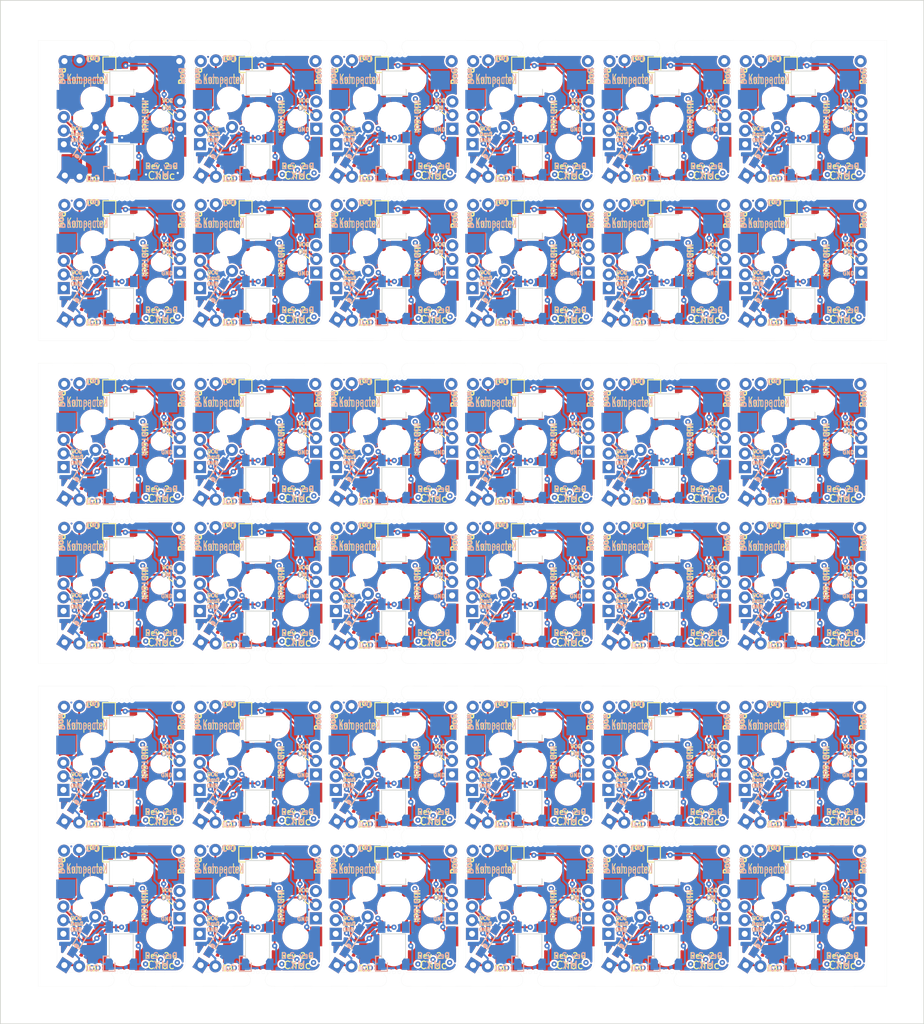
<source format=kicad_pcb>
(kicad_pcb (version 20171130) (host pcbnew "(5.1.5)-3")
  (title_block (title Cherry-Mx-Bitboard-Re-19.05mm) (date 2018-09-15) (rev 1))
  (layers (0 F.Cu signal) (31 B.Cu signal) (34 B.Paste user) (35 F.Paste user) (36 B.SilkS user) (37 F.SilkS user) (38 B.Mask user) (39 F.Mask user) (44 Edge.Cuts user))
  (net 0 "")
  (net 1 "Net-(D1-Pad2)")
  (net 2 Col1)
  (net 3 Row1)
  (net 4 VCC)
  (net 5 Dout)
  (net 6 Din)
  (net 7 GND)
  (module Footprints:Wirepad (layer F.Cu) (at 125.08404 129.20092)
    (fp_text reference Col113 hide)
    (fp_text value Conn_01x01 hide)
    (pad 1 thru_hole circle (at 0 0) (size 1.6 1.6) (drill 0.8) (layers *.Cu *.Mask))
  )
  (module Footprints:1N4148W (layer F.Cu) (at 125.162247 125.8154 57.5)
    (fp_text reference D3 hide)
    (fp_text value 1N4148W)
    (pad 1 smd rect (at -1.775 0 57.5) (size 1.3 0.95) (layers F.Cu F.Paste F.Mask))
    (pad 2 smd rect (at 1.775 0 57.5) (size 1.3 0.95) (layers F.Cu F.Paste F.Mask))
  )
  (module Footprints:Wirepad (layer F.Cu) (at 123.00204 123.10092)
    (fp_text reference Dout1 hide)
    (fp_text value Conn_01x01 hide)
    (pad 1 thru_hole circle (at 0 0) (size 1.6 1.6) (drill 0.8) (layers *.Cu *.Mask))
  )
  (module Footprints:1N4148W (layer B.Cu) (at 123.13404 129.05092 57.5)
    (fp_text reference D1 hide)
    (fp_text value 1N4148W)
    (pad 1 thru_hole rect (at 0 0 57.5) (size 1.6 1.6) (drill 0.8) (layers *.Cu *.Mask))
    (pad 2 thru_hole circle (at 7.62 0 57.5) (size 1.6 1.6) (drill 0.8) (layers *.Cu *.Mask))
  )
  (module Footprints:CherryMx_Socket (layer F.Cu) (at 130.68404 121.50092)
    (fp_text reference SW1 hide)
    (fp_text value SW_Push hide)
    (pad "" np_thru_hole circle (at 5.08 0) (size 2 2) (drill 2) (layers *.Cu *.Mask))
    (pad "" np_thru_hole circle (at 2.54 -5.08) (size 3 3) (drill 3) (layers *.Cu *.Mask))
    (pad "" np_thru_hole circle (at 0 0) (size 4 4) (drill 4) (layers *.Cu *.Mask))
    (pad "" np_thru_hole circle (at -3.81 -2.54) (size 3 3) (drill 3) (layers *.Cu *.Mask))
    (pad "" np_thru_hole circle (at -5.08 0) (size 2 2) (drill 2) (layers *.Cu *.Mask))
    (pad 2 smd rect (at 6.09 -5.08) (size 2.55 2.5) (layers B.Cu B.Paste B.Mask))
    (pad 1 smd rect (at -7.36 -2.54) (size 2.55 2.5) (layers B.Cu B.Paste B.Mask))
  )
  (module customs:LED_SK6812_PLCC4_5.0x5.0mm_P3.2mm_FLIP (layer F.Cu) (at 130.67264 116.79572 90)
    (fp_text reference D6 hide)
    (fp_text value SK6812)
    (pad 3 smd rect (at -2.45 1.6 90) (size 1.5 1) (layers F.Cu F.Paste F.Mask))
    (pad 4 smd rect (at -2.45 -1.6 90) (size 1.5 1) (layers F.Cu F.Paste F.Mask))
    (pad 2 smd rect (at 2.45 1.6 90) (size 1.5 1) (layers F.Cu F.Paste F.Mask))
    (pad 1 smd rect (at 2.45 -1.6 90) (size 1.5 1) (layers F.Cu F.Paste F.Mask))
  )
  (module Footprints:Wirepad (layer F.Cu) (at 104.95788 121.29838)
    (fp_text reference Vcc2 hide)
    (fp_text value Conn_01x01 hide)
    (pad 1 thru_hole circle (at 0 0) (size 1.6 1.6) (drill 0.8) (layers *.Cu *.Mask))
  )
  (module Footprints:Wirepad (layer F.Cu) (at 107.03988 129.19838)
    (fp_text reference Col113 hide)
    (fp_text value Conn_01x01 hide)
    (pad 1 thru_hole circle (at 0 0) (size 1.6 1.6) (drill 0.8) (layers *.Cu *.Mask))
  )
  (module Footprints:Wirepad (layer F.Cu) (at 104.95788 123.09838)
    (fp_text reference Dout1 hide)
    (fp_text value Conn_01x01 hide)
    (pad 1 thru_hole circle (at 0 0) (size 1.6 1.6) (drill 0.8) (layers *.Cu *.Mask))
  )
  (module customs:LED_SK6812_PLCC4_5.0x5.0mm_P3.2mm_FLIP (layer F.Cu) (at 112.62848 116.79318 90)
    (fp_text reference D6 hide)
    (fp_text value SK6812)
    (pad 1 smd rect (at 2.45 -1.6 90) (size 1.5 1) (layers F.Cu F.Paste F.Mask))
    (pad 2 smd rect (at 2.45 1.6 90) (size 1.5 1) (layers F.Cu F.Paste F.Mask))
    (pad 4 smd rect (at -2.45 -1.6 90) (size 1.5 1) (layers F.Cu F.Paste F.Mask))
    (pad 3 smd rect (at -2.45 1.6 90) (size 1.5 1) (layers F.Cu F.Paste F.Mask))
  )
  (module customs:LED_SK6812_PLCC4_5.0x5.0mm_P3.2mm_FLIP (layer B.Cu) (at 112.62848 126.47278 270)
    (fp_text reference D5 hide)
    (fp_text value SK6812)
    (pad 1 smd rect (at 2.45 1.6 270) (size 1.5 1) (layers B.Cu B.Paste B.Mask))
    (pad 2 smd rect (at 2.45 -1.6 270) (size 1.5 1) (layers B.Cu B.Paste B.Mask))
    (pad 4 smd rect (at -2.45 1.6 270) (size 1.5 1) (layers B.Cu B.Paste B.Mask))
    (pad 3 smd rect (at -2.45 -1.6 270) (size 1.5 1) (layers B.Cu B.Paste B.Mask))
  )
  (module Footprints:1N4148W (layer B.Cu) (at 107.143587 125.80136 57.5)
    (fp_text reference D2 hide)
    (fp_text value 1N4148W)
    (pad 1 smd rect (at -1.775 0 57.5) (size 1.3 0.95) (layers B.Cu B.Paste B.Mask))
    (pad 2 smd rect (at 1.775 0 57.5) (size 1.3 0.95) (layers B.Cu B.Paste B.Mask))
  )
  (module keyswitches:Kailh_socket_PG1350 (layer B.Cu) (at 112.63988 121.49838 180)
    (fp_text reference SW2 hide)
    (fp_text value SW_Push-Switch)
    (pad "" np_thru_hole circle (at -5.5 0 180) (size 1.7018 1.7018) (drill 1.7018) (layers *.Cu *.Mask))
    (pad "" np_thru_hole circle (at 5.5 0 180) (size 1.7018 1.7018) (drill 1.7018) (layers *.Cu *.Mask))
    (pad 1 smd rect (at 3.275 -5.95 180) (size 2.6 2.6) (layers F.Cu F.Paste F.Mask))
    (pad "" np_thru_hole circle (at -5 -3.75 180) (size 3 3) (drill 3) (layers *.Cu *.Mask))
    (pad "" np_thru_hole circle (at 0 0 180) (size 3.429 3.429) (drill 3.429) (layers *.Cu *.Mask))
    (pad "" np_thru_hole circle (at 0 -5.95 180) (size 3 3) (drill 3) (layers *.Cu *.Mask))
    (pad 2 smd rect (at -8.275 -3.75 180) (size 1.6 2.6) (drill (offset 0.525 0)) (layers F.Cu F.Paste F.Mask))
  )
  (module Footprints:Wirepad (layer F.Cu) (at 120.33988 122.84838)
    (fp_text reference GND2 hide)
    (fp_text value Conn_01x01 hide)
    (pad 1 thru_hole rect (at 0 0) (size 1.6 1.6) (drill 0.8) (layers *.Cu *.Mask))
  )
  (module Footprints:CherryMx_Socket (layer F.Cu) (at 112.63226 140.5306)
    (fp_text reference SW1 hide)
    (fp_text value SW_Push hide)
    (pad "" np_thru_hole circle (at 5.08 0) (size 2 2) (drill 2) (layers *.Cu *.Mask))
    (pad "" np_thru_hole circle (at 2.54 -5.08) (size 3 3) (drill 3) (layers *.Cu *.Mask))
    (pad "" np_thru_hole circle (at 0 0) (size 4 4) (drill 4) (layers *.Cu *.Mask))
    (pad "" np_thru_hole circle (at -3.81 -2.54) (size 3 3) (drill 3) (layers *.Cu *.Mask))
    (pad "" np_thru_hole circle (at -5.08 0) (size 2 2) (drill 2) (layers *.Cu *.Mask))
    (pad 2 smd rect (at 6.09 -5.08) (size 2.55 2.5) (layers B.Cu B.Paste B.Mask))
    (pad 1 smd rect (at -7.36 -2.54) (size 2.55 2.5) (layers B.Cu B.Paste B.Mask))
  )
  (module keyswitches:Kailh_socket_PG1350 (layer B.Cu) (at 130.67642 140.53314 180)
    (fp_text reference SW2 hide)
    (fp_text value SW_Push-Switch)
    (pad "" np_thru_hole circle (at -5.5 0 180) (size 1.7018 1.7018) (drill 1.7018) (layers *.Cu *.Mask))
    (pad "" np_thru_hole circle (at 5.5 0 180) (size 1.7018 1.7018) (drill 1.7018) (layers *.Cu *.Mask))
    (pad 1 smd rect (at 3.275 -5.95 180) (size 2.6 2.6) (layers F.Cu F.Paste F.Mask))
    (pad "" np_thru_hole circle (at -5 -3.75 180) (size 3 3) (drill 3) (layers *.Cu *.Mask))
    (pad "" np_thru_hole circle (at 0 0 180) (size 3.429 3.429) (drill 3.429) (layers *.Cu *.Mask))
    (pad "" np_thru_hole circle (at 0 -5.95 180) (size 3 3) (drill 3) (layers *.Cu *.Mask))
    (pad 2 smd rect (at -8.275 -3.75 180) (size 1.6 2.6) (drill (offset 0.525 0)) (layers F.Cu F.Paste F.Mask))
  )
  (module Footprints:Wirepad (layer F.Cu) (at 125.07642 148.23314)
    (fp_text reference Col113 hide)
    (fp_text value Conn_01x01 hide)
    (pad 1 thru_hole circle (at 0 0) (size 1.6 1.6) (drill 0.8) (layers *.Cu *.Mask))
  )
  (module Footprints:CherryMx_Socket (layer F.Cu) (at 130.67642 140.53314)
    (fp_text reference SW1 hide)
    (fp_text value SW_Push hide)
    (pad 1 smd rect (at -7.36 -2.54) (size 2.55 2.5) (layers B.Cu B.Paste B.Mask))
    (pad 2 smd rect (at 6.09 -5.08) (size 2.55 2.5) (layers B.Cu B.Paste B.Mask))
    (pad "" np_thru_hole circle (at -5.08 0) (size 2 2) (drill 2) (layers *.Cu *.Mask))
    (pad "" np_thru_hole circle (at -3.81 -2.54) (size 3 3) (drill 3) (layers *.Cu *.Mask))
    (pad "" np_thru_hole circle (at 0 0) (size 4 4) (drill 4) (layers *.Cu *.Mask))
    (pad "" np_thru_hole circle (at 2.54 -5.08) (size 3 3) (drill 3) (layers *.Cu *.Mask))
    (pad "" np_thru_hole circle (at 5.08 0) (size 2 2) (drill 2) (layers *.Cu *.Mask))
  )
  (module Footprints:Wirepad (layer F.Cu) (at 138.38404 122.85092)
    (fp_text reference GND2 hide)
    (fp_text value Conn_01x01 hide)
    (pad 1 thru_hole rect (at 0 0) (size 1.6 1.6) (drill 0.8) (layers *.Cu *.Mask))
  )
  (module Footprints:1N4148W (layer B.Cu) (at 105.08226 148.0806 57.5)
    (fp_text reference D1 hide)
    (fp_text value 1N4148W)
    (pad 1 thru_hole rect (at 0 0 57.5) (size 1.6 1.6) (drill 0.8) (layers *.Cu *.Mask))
    (pad 2 thru_hole circle (at 7.62 0 57.5) (size 1.6 1.6) (drill 0.8) (layers *.Cu *.Mask))
  )
  (module Footprints:1N4148W (layer F.Cu) (at 125.154627 144.84762 57.5)
    (fp_text reference D3 hide)
    (fp_text value 1N4148W)
    (pad 2 smd rect (at 1.775 0 57.5) (size 1.3 0.95) (layers F.Cu F.Paste F.Mask))
    (pad 1 smd rect (at -1.775 0 57.5) (size 1.3 0.95) (layers F.Cu F.Paste F.Mask))
  )
  (module customs:LED_SK6812_PLCC4_5.0x5.0mm_P3.2mm_FLIP (layer F.Cu) (at 130.66502 135.82794 90)
    (fp_text reference D6 hide)
    (fp_text value SK6812)
    (pad 1 smd rect (at 2.45 -1.6 90) (size 1.5 1) (layers F.Cu F.Paste F.Mask))
    (pad 2 smd rect (at 2.45 1.6 90) (size 1.5 1) (layers F.Cu F.Paste F.Mask))
    (pad 4 smd rect (at -2.45 -1.6 90) (size 1.5 1) (layers F.Cu F.Paste F.Mask))
    (pad 3 smd rect (at -2.45 1.6 90) (size 1.5 1) (layers F.Cu F.Paste F.Mask))
  )
  (module Footprints:1N4148W (layer B.Cu) (at 125.180127 144.83612 57.5)
    (fp_text reference D2 hide)
    (fp_text value 1N4148W)
    (pad 1 smd rect (at -1.775 0 57.5) (size 1.3 0.95) (layers B.Cu B.Paste B.Mask))
    (pad 2 smd rect (at 1.775 0 57.5) (size 1.3 0.95) (layers B.Cu B.Paste B.Mask))
  )
  (module Footprints:Wirepad (layer F.Cu) (at 138.37642 141.88314)
    (fp_text reference GND2 hide)
    (fp_text value Conn_01x01 hide)
    (pad 1 thru_hole rect (at 0 0) (size 1.6 1.6) (drill 0.8) (layers *.Cu *.Mask))
  )
  (module customs:LED_SK6812_PLCC4_5.0x5.0mm_P3.2mm_FLIP (layer B.Cu) (at 130.67264 126.47532 270)
    (fp_text reference D5 hide)
    (fp_text value SK6812)
    (pad 3 smd rect (at -2.45 -1.6 270) (size 1.5 1) (layers B.Cu B.Paste B.Mask))
    (pad 4 smd rect (at -2.45 1.6 270) (size 1.5 1) (layers B.Cu B.Paste B.Mask))
    (pad 2 smd rect (at 2.45 -1.6 270) (size 1.5 1) (layers B.Cu B.Paste B.Mask))
    (pad 1 smd rect (at 2.45 1.6 270) (size 1.5 1) (layers B.Cu B.Paste B.Mask))
  )
  (module Footprints:Wirepad (layer F.Cu) (at 122.99442 140.33314)
    (fp_text reference Vcc2 hide)
    (fp_text value Conn_01x01 hide)
    (pad 1 thru_hole circle (at 0 0) (size 1.6 1.6) (drill 0.8) (layers *.Cu *.Mask))
  )
  (module Footprints:Wirepad (layer F.Cu) (at 125.07642 132.83314)
    (fp_text reference Col112 hide)
    (fp_text value Conn_01x01 hide)
    (pad 1 thru_hole circle (at 0 0) (size 1.6 1.6) (drill 0.8) (layers *.Cu *.Mask))
  )
  (module Footprints:Wirepad (layer F.Cu) (at 138.37642 140.08314)
    (fp_text reference Din1 hide)
    (fp_text value Conn_01x01 hide)
    (pad 1 thru_hole circle (at 0 0) (size 1.6 1.6) (drill 0.8) (layers *.Cu *.Mask))
  )
  (module Footprints:Wirepad (layer F.Cu) (at 138.38404 119.25092)
    (fp_text reference Vcc1 hide)
    (fp_text value Conn_01x01 hide)
    (pad 1 thru_hole circle (at 0 0) (size 1.6 1.6) (drill 0.8) (layers *.Cu *.Mask))
  )
  (module Footprints:Wirepad (layer B.Cu) (at 123.07642 133.13314)
    (fp_text reference Row113 hide)
    (fp_text value Conn_01x01 hide)
    (pad 1 thru_hole circle (at 0 -0.2) (size 1.6 1.6) (drill 0.8) (layers *.Cu *.Mask))
  )
  (module Footprints:Wirepad (layer F.Cu) (at 107.03226 148.2306)
    (fp_text reference Col113 hide)
    (fp_text value Conn_01x01 hide)
    (pad 1 thru_hole circle (at 0 0) (size 1.6 1.6) (drill 0.8) (layers *.Cu *.Mask))
  )
  (module Footprints:Wirepad (layer B.Cu) (at 138.28404 113.90092)
    (fp_text reference Row111 hide)
    (fp_text value Conn_01x01 hide)
    (pad 1 thru_hole circle (at 0 0) (size 1.6 1.6) (drill 0.8) (layers *.Cu *.Mask))
  )
  (module Footprints:Wirepad (layer F.Cu) (at 104.95026 142.1306)
    (fp_text reference Dout1 hide)
    (fp_text value Conn_01x01 hide)
    (pad 1 thru_hole circle (at 0 0) (size 1.6 1.6) (drill 0.8) (layers *.Cu *.Mask))
  )
  (module Footprints:Wirepad (layer F.Cu) (at 138.37642 138.28314)
    (fp_text reference Vcc1 hide)
    (fp_text value Conn_01x01 hide)
    (pad 1 thru_hole circle (at 0 0) (size 1.6 1.6) (drill 0.8) (layers *.Cu *.Mask))
  )
  (module Footprints:Wirepad (layer F.Cu) (at 122.99442 142.13314)
    (fp_text reference Dout1 hide)
    (fp_text value Conn_01x01 hide)
    (pad 1 thru_hole circle (at 0 0) (size 1.6 1.6) (drill 0.8) (layers *.Cu *.Mask))
  )
  (module Footprints:1N4148W (layer B.Cu) (at 125.187747 125.8039 57.5)
    (fp_text reference D2 hide)
    (fp_text value 1N4148W)
    (pad 2 smd rect (at 1.775 0 57.5) (size 1.3 0.95) (layers B.Cu B.Paste B.Mask))
    (pad 1 smd rect (at -1.775 0 57.5) (size 1.3 0.95) (layers B.Cu B.Paste B.Mask))
  )
  (module keyswitches:Kailh_socket_PG1350 (layer B.Cu) (at 130.68404 121.50092 180)
    (fp_text reference SW2 hide)
    (fp_text value SW_Push-Switch)
    (pad 2 smd rect (at -8.275 -3.75 180) (size 1.6 2.6) (drill (offset 0.525 0)) (layers F.Cu F.Paste F.Mask))
    (pad "" np_thru_hole circle (at 0 -5.95 180) (size 3 3) (drill 3) (layers *.Cu *.Mask))
    (pad "" np_thru_hole circle (at 0 0 180) (size 3.429 3.429) (drill 3.429) (layers *.Cu *.Mask))
    (pad "" np_thru_hole circle (at -5 -3.75 180) (size 3 3) (drill 3) (layers *.Cu *.Mask))
    (pad 1 smd rect (at 3.275 -5.95 180) (size 2.6 2.6) (layers F.Cu F.Paste F.Mask))
    (pad "" np_thru_hole circle (at 5.5 0 180) (size 1.7018 1.7018) (drill 1.7018) (layers *.Cu *.Mask))
    (pad "" np_thru_hole circle (at -5.5 0 180) (size 1.7018 1.7018) (drill 1.7018) (layers *.Cu *.Mask))
  )
  (module Footprints:1N4148W (layer B.Cu) (at 123.12642 148.08314 57.5)
    (fp_text reference D1 hide)
    (fp_text value 1N4148W)
    (pad 2 thru_hole circle (at 7.62 0 57.5) (size 1.6 1.6) (drill 0.8) (layers *.Cu *.Mask))
    (pad 1 thru_hole rect (at 0 0 57.5) (size 1.6 1.6) (drill 0.8) (layers *.Cu *.Mask))
  )
  (module Footprints:Wirepad (layer F.Cu) (at 123.00204 121.30092)
    (fp_text reference Vcc2 hide)
    (fp_text value Conn_01x01 hide)
    (pad 1 thru_hole circle (at 0 0) (size 1.6 1.6) (drill 0.8) (layers *.Cu *.Mask))
  )
  (module Footprints:1N4148W (layer F.Cu) (at 107.118087 125.81286 57.5)
    (fp_text reference D3 hide)
    (fp_text value 1N4148W)
    (pad 2 smd rect (at 1.775 0 57.5) (size 1.3 0.95) (layers F.Cu F.Paste F.Mask))
    (pad 1 smd rect (at -1.775 0 57.5) (size 1.3 0.95) (layers F.Cu F.Paste F.Mask))
  )
  (module Footprints:1N4148W (layer B.Cu) (at 105.08988 129.04838 57.5)
    (fp_text reference D1 hide)
    (fp_text value 1N4148W)
    (pad 2 thru_hole circle (at 7.62 0 57.5) (size 1.6 1.6) (drill 0.8) (layers *.Cu *.Mask))
    (pad 1 thru_hole rect (at 0 0 57.5) (size 1.6 1.6) (drill 0.8) (layers *.Cu *.Mask))
  )
  (module Footprints:Wirepad (layer B.Cu) (at 123.08404 114.10092)
    (fp_text reference Row113 hide)
    (fp_text value Conn_01x01 hide)
    (pad 1 thru_hole circle (at 0 -0.2) (size 1.6 1.6) (drill 0.8) (layers *.Cu *.Mask))
  )
  (module Footprints:Wirepad (layer F.Cu) (at 122.99442 143.93314)
    (fp_text reference GND1 hide)
    (fp_text value Conn_01x01 hide)
    (pad 1 thru_hole rect (at 0 0) (size 1.6 1.6) (drill 0.8) (layers *.Cu *.Mask))
  )
  (module Footprints:CherryMx_Socket (layer F.Cu) (at 112.63988 121.49838)
    (fp_text reference SW1 hide)
    (fp_text value SW_Push hide)
    (pad 1 smd rect (at -7.36 -2.54) (size 2.55 2.5) (layers B.Cu B.Paste B.Mask))
    (pad 2 smd rect (at 6.09 -5.08) (size 2.55 2.5) (layers B.Cu B.Paste B.Mask))
    (pad "" np_thru_hole circle (at -5.08 0) (size 2 2) (drill 2) (layers *.Cu *.Mask))
    (pad "" np_thru_hole circle (at -3.81 -2.54) (size 3 3) (drill 3) (layers *.Cu *.Mask))
    (pad "" np_thru_hole circle (at 0 0) (size 4 4) (drill 4) (layers *.Cu *.Mask))
    (pad "" np_thru_hole circle (at 2.54 -5.08) (size 3 3) (drill 3) (layers *.Cu *.Mask))
    (pad "" np_thru_hole circle (at 5.08 0) (size 2 2) (drill 2) (layers *.Cu *.Mask))
  )
  (module customs:LED_SK6812_PLCC4_5.0x5.0mm_P3.2mm_FLIP (layer B.Cu) (at 130.66502 145.50754 270)
    (fp_text reference D5 hide)
    (fp_text value SK6812)
    (pad 1 smd rect (at 2.45 1.6 270) (size 1.5 1) (layers B.Cu B.Paste B.Mask))
    (pad 2 smd rect (at 2.45 -1.6 270) (size 1.5 1) (layers B.Cu B.Paste B.Mask))
    (pad 4 smd rect (at -2.45 1.6 270) (size 1.5 1) (layers B.Cu B.Paste B.Mask))
    (pad 3 smd rect (at -2.45 -1.6 270) (size 1.5 1) (layers B.Cu B.Paste B.Mask))
  )
  (module Footprints:Wirepad (layer F.Cu) (at 125.08404 113.80092)
    (fp_text reference Col112 hide)
    (fp_text value Conn_01x01 hide)
    (pad 1 thru_hole circle (at 0 0) (size 1.6 1.6) (drill 0.8) (layers *.Cu *.Mask))
  )
  (module Footprints:Wirepad (layer B.Cu) (at 138.27642 132.93314)
    (fp_text reference Row111 hide)
    (fp_text value Conn_01x01 hide)
    (pad 1 thru_hole circle (at 0 0) (size 1.6 1.6) (drill 0.8) (layers *.Cu *.Mask))
  )
  (module Footprints:Wirepad (layer F.Cu) (at 107.03988 113.79838)
    (fp_text reference Col112 hide)
    (fp_text value Conn_01x01 hide)
    (pad 1 thru_hole circle (at 0 0) (size 1.6 1.6) (drill 0.8) (layers *.Cu *.Mask))
  )
  (module Footprints:Wirepad (layer F.Cu) (at 123.00204 124.90092)
    (fp_text reference GND1 hide)
    (fp_text value Conn_01x01 hide)
    (pad 1 thru_hole rect (at 0 0) (size 1.6 1.6) (drill 0.8) (layers *.Cu *.Mask))
  )
  (module Footprints:Wirepad (layer F.Cu) (at 104.95026 140.3306)
    (fp_text reference Vcc2 hide)
    (fp_text value Conn_01x01 hide)
    (pad 1 thru_hole circle (at 0 0) (size 1.6 1.6) (drill 0.8) (layers *.Cu *.Mask))
  )
  (module Footprints:1N4148W (layer B.Cu) (at 71.045107 125.79882 57.5)
    (fp_text reference D2 hide)
    (fp_text value 1N4148W)
    (pad 1 smd rect (at -1.775 0 57.5) (size 1.3 0.95) (layers B.Cu B.Paste B.Mask))
    (pad 2 smd rect (at 1.775 0 57.5) (size 1.3 0.95) (layers B.Cu B.Paste B.Mask))
  )
  (module Footprints:Wirepad (layer F.Cu) (at 70.9414 113.79584)
    (fp_text reference Col112 hide)
    (fp_text value Conn_01x01 hide)
    (pad 1 thru_hole circle (at 0 0) (size 1.6 1.6) (drill 0.8) (layers *.Cu *.Mask))
  )
  (module Footprints:1N4148W (layer F.Cu) (at 89.056147 144.84508 57.5)
    (fp_text reference D3 hide)
    (fp_text value 1N4148W)
    (pad 2 smd rect (at 1.775 0 57.5) (size 1.3 0.95) (layers F.Cu F.Paste F.Mask))
    (pad 1 smd rect (at -1.775 0 57.5) (size 1.3 0.95) (layers F.Cu F.Paste F.Mask))
  )
  (module Footprints:Wirepad (layer F.Cu) (at 88.97794 132.8306)
    (fp_text reference Col112 hide)
    (fp_text value Conn_01x01 hide)
    (pad 1 thru_hole circle (at 0 0) (size 1.6 1.6) (drill 0.8) (layers *.Cu *.Mask))
  )
  (module customs:LED_SK6812_PLCC4_5.0x5.0mm_P3.2mm_FLIP (layer B.Cu) (at 94.56654 145.505 270)
    (fp_text reference D5 hide)
    (fp_text value SK6812)
    (pad 1 smd rect (at 2.45 1.6 270) (size 1.5 1) (layers B.Cu B.Paste B.Mask))
    (pad 2 smd rect (at 2.45 -1.6 270) (size 1.5 1) (layers B.Cu B.Paste B.Mask))
    (pad 4 smd rect (at -2.45 1.6 270) (size 1.5 1) (layers B.Cu B.Paste B.Mask))
    (pad 3 smd rect (at -2.45 -1.6 270) (size 1.5 1) (layers B.Cu B.Paste B.Mask))
  )
  (module keyswitches:Kailh_socket_PG1350 (layer B.Cu) (at 76.5414 121.49584 180)
    (fp_text reference SW2 hide)
    (fp_text value SW_Push-Switch)
    (pad "" np_thru_hole circle (at -5.5 0 180) (size 1.7018 1.7018) (drill 1.7018) (layers *.Cu *.Mask))
    (pad "" np_thru_hole circle (at 5.5 0 180) (size 1.7018 1.7018) (drill 1.7018) (layers *.Cu *.Mask))
    (pad 1 smd rect (at 3.275 -5.95 180) (size 2.6 2.6) (layers F.Cu F.Paste F.Mask))
    (pad "" np_thru_hole circle (at -5 -3.75 180) (size 3 3) (drill 3) (layers *.Cu *.Mask))
    (pad "" np_thru_hole circle (at 0 0 180) (size 3.429 3.429) (drill 3.429) (layers *.Cu *.Mask))
    (pad "" np_thru_hole circle (at 0 -5.95 180) (size 3 3) (drill 3) (layers *.Cu *.Mask))
    (pad 2 smd rect (at -8.275 -3.75 180) (size 1.6 2.6) (drill (offset 0.525 0)) (layers F.Cu F.Paste F.Mask))
  )
  (module Footprints:Wirepad (layer F.Cu) (at 86.89594 143.9306)
    (fp_text reference GND1 hide)
    (fp_text value Conn_01x01 hide)
    (pad 1 thru_hole rect (at 0 0) (size 1.6 1.6) (drill 0.8) (layers *.Cu *.Mask))
  )
  (module Footprints:Wirepad (layer F.Cu) (at 68.85178 140.32806)
    (fp_text reference Vcc2 hide)
    (fp_text value Conn_01x01 hide)
    (pad 1 thru_hole circle (at 0 0) (size 1.6 1.6) (drill 0.8) (layers *.Cu *.Mask))
  )
  (module Footprints:1N4148W (layer B.Cu) (at 87.02794 148.0806 57.5)
    (fp_text reference D1 hide)
    (fp_text value 1N4148W)
    (pad 2 thru_hole circle (at 7.62 0 57.5) (size 1.6 1.6) (drill 0.8) (layers *.Cu *.Mask))
    (pad 1 thru_hole rect (at 0 0 57.5) (size 1.6 1.6) (drill 0.8) (layers *.Cu *.Mask))
  )
  (module Footprints:Wirepad (layer F.Cu) (at 86.89594 140.3306)
    (fp_text reference Vcc2 hide)
    (fp_text value Conn_01x01 hide)
    (pad 1 thru_hole circle (at 0 0) (size 1.6 1.6) (drill 0.8) (layers *.Cu *.Mask))
  )
  (module Footprints:1N4148W (layer B.Cu) (at 89.081647 144.83358 57.5)
    (fp_text reference D2 hide)
    (fp_text value 1N4148W)
    (pad 1 smd rect (at -1.775 0 57.5) (size 1.3 0.95) (layers B.Cu B.Paste B.Mask))
    (pad 2 smd rect (at 1.775 0 57.5) (size 1.3 0.95) (layers B.Cu B.Paste B.Mask))
  )
  (module Footprints:Wirepad (layer F.Cu) (at 102.28556 119.24838)
    (fp_text reference Vcc1 hide)
    (fp_text value Conn_01x01 hide)
    (pad 1 thru_hole circle (at 0 0) (size 1.6 1.6) (drill 0.8) (layers *.Cu *.Mask))
  )
  (module Footprints:1N4148W (layer F.Cu) (at 71.019607 125.81032 57.5)
    (fp_text reference D3 hide)
    (fp_text value 1N4148W)
    (pad 2 smd rect (at 1.775 0 57.5) (size 1.3 0.95) (layers F.Cu F.Paste F.Mask))
    (pad 1 smd rect (at -1.775 0 57.5) (size 1.3 0.95) (layers F.Cu F.Paste F.Mask))
  )
  (module Footprints:CherryMx_Socket (layer F.Cu) (at 76.5414 121.49584)
    (fp_text reference SW1 hide)
    (fp_text value SW_Push hide)
    (pad 1 smd rect (at -7.36 -2.54) (size 2.55 2.5) (layers B.Cu B.Paste B.Mask))
    (pad 2 smd rect (at 6.09 -5.08) (size 2.55 2.5) (layers B.Cu B.Paste B.Mask))
    (pad "" np_thru_hole circle (at -5.08 0) (size 2 2) (drill 2) (layers *.Cu *.Mask))
    (pad "" np_thru_hole circle (at -3.81 -2.54) (size 3 3) (drill 3) (layers *.Cu *.Mask))
    (pad "" np_thru_hole circle (at 0 0) (size 4 4) (drill 4) (layers *.Cu *.Mask))
    (pad "" np_thru_hole circle (at 2.54 -5.08) (size 3 3) (drill 3) (layers *.Cu *.Mask))
    (pad "" np_thru_hole circle (at 5.08 0) (size 2 2) (drill 2) (layers *.Cu *.Mask))
  )
  (module customs:LED_SK6812_PLCC4_5.0x5.0mm_P3.2mm_FLIP (layer B.Cu) (at 76.53 126.47024 270)
    (fp_text reference D5 hide)
    (fp_text value SK6812)
    (pad 1 smd rect (at 2.45 1.6 270) (size 1.5 1) (layers B.Cu B.Paste B.Mask))
    (pad 2 smd rect (at 2.45 -1.6 270) (size 1.5 1) (layers B.Cu B.Paste B.Mask))
    (pad 4 smd rect (at -2.45 1.6 270) (size 1.5 1) (layers B.Cu B.Paste B.Mask))
    (pad 3 smd rect (at -2.45 -1.6 270) (size 1.5 1) (layers B.Cu B.Paste B.Mask))
  )
  (module customs:LED_SK6812_PLCC4_5.0x5.0mm_P3.2mm_FLIP (layer F.Cu) (at 76.53 116.79064 90)
    (fp_text reference D6 hide)
    (fp_text value SK6812)
    (pad 1 smd rect (at 2.45 -1.6 90) (size 1.5 1) (layers F.Cu F.Paste F.Mask))
    (pad 2 smd rect (at 2.45 1.6 90) (size 1.5 1) (layers F.Cu F.Paste F.Mask))
    (pad 4 smd rect (at -2.45 -1.6 90) (size 1.5 1) (layers F.Cu F.Paste F.Mask))
    (pad 3 smd rect (at -2.45 1.6 90) (size 1.5 1) (layers F.Cu F.Paste F.Mask))
  )
  (module Footprints:Wirepad (layer F.Cu) (at 88.97794 148.2306)
    (fp_text reference Col113 hide)
    (fp_text value Conn_01x01 hide)
    (pad 1 thru_hole circle (at 0 0) (size 1.6 1.6) (drill 0.8) (layers *.Cu *.Mask))
  )
  (module Footprints:Wirepad (layer F.Cu) (at 70.9414 129.19584)
    (fp_text reference Col113 hide)
    (fp_text value Conn_01x01 hide)
    (pad 1 thru_hole circle (at 0 0) (size 1.6 1.6) (drill 0.8) (layers *.Cu *.Mask))
  )
  (module keyswitches:Kailh_socket_PG1350 (layer B.Cu) (at 94.58556 121.49838 180)
    (fp_text reference SW2 hide)
    (fp_text value SW_Push-Switch)
    (pad 2 smd rect (at -8.275 -3.75 180) (size 1.6 2.6) (drill (offset 0.525 0)) (layers F.Cu F.Paste F.Mask))
    (pad "" np_thru_hole circle (at 0 -5.95 180) (size 3 3) (drill 3) (layers *.Cu *.Mask))
    (pad "" np_thru_hole circle (at 0 0 180) (size 3.429 3.429) (drill 3.429) (layers *.Cu *.Mask))
    (pad "" np_thru_hole circle (at -5 -3.75 180) (size 3 3) (drill 3) (layers *.Cu *.Mask))
    (pad 1 smd rect (at 3.275 -5.95 180) (size 2.6 2.6) (layers F.Cu F.Paste F.Mask))
    (pad "" np_thru_hole circle (at 5.5 0 180) (size 1.7018 1.7018) (drill 1.7018) (layers *.Cu *.Mask))
    (pad "" np_thru_hole circle (at -5.5 0 180) (size 1.7018 1.7018) (drill 1.7018) (layers *.Cu *.Mask))
  )
  (module Footprints:Wirepad (layer F.Cu) (at 86.90356 124.89838)
    (fp_text reference GND1 hide)
    (fp_text value Conn_01x01 hide)
    (pad 1 thru_hole rect (at 0 0) (size 1.6 1.6) (drill 0.8) (layers *.Cu *.Mask))
  )
  (module Footprints:Wirepad (layer F.Cu) (at 86.89594 142.1306)
    (fp_text reference Dout1 hide)
    (fp_text value Conn_01x01 hide)
    (pad 1 thru_hole circle (at 0 0) (size 1.6 1.6) (drill 0.8) (layers *.Cu *.Mask))
  )
  (module Footprints:1N4148W (layer B.Cu) (at 68.9914 129.04584 57.5)
    (fp_text reference D1 hide)
    (fp_text value 1N4148W)
    (pad 2 thru_hole circle (at 7.62 0 57.5) (size 1.6 1.6) (drill 0.8) (layers *.Cu *.Mask))
    (pad 1 thru_hole rect (at 0 0 57.5) (size 1.6 1.6) (drill 0.8) (layers *.Cu *.Mask))
  )
  (module Footprints:Wirepad (layer F.Cu) (at 68.8594 123.09584)
    (fp_text reference Dout1 hide)
    (fp_text value Conn_01x01 hide)
    (pad 1 thru_hole circle (at 0 0) (size 1.6 1.6) (drill 0.8) (layers *.Cu *.Mask))
  )
  (module Footprints:Wirepad (layer F.Cu) (at 102.28556 122.84838)
    (fp_text reference GND2 hide)
    (fp_text value Conn_01x01 hide)
    (pad 1 thru_hole rect (at 0 0) (size 1.6 1.6) (drill 0.8) (layers *.Cu *.Mask))
  )
  (module Footprints:Wirepad (layer F.Cu) (at 88.98556 113.79838)
    (fp_text reference Col112 hide)
    (fp_text value Conn_01x01 hide)
    (pad 1 thru_hole circle (at 0 0) (size 1.6 1.6) (drill 0.8) (layers *.Cu *.Mask))
  )
  (module Footprints:Wirepad (layer F.Cu) (at 70.93378 148.22806)
    (fp_text reference Col113 hide)
    (fp_text value Conn_01x01 hide)
    (pad 1 thru_hole circle (at 0 0) (size 1.6 1.6) (drill 0.8) (layers *.Cu *.Mask))
  )
  (module Footprints:Wirepad (layer F.Cu) (at 102.27794 141.8806)
    (fp_text reference GND2 hide)
    (fp_text value Conn_01x01 hide)
    (pad 1 thru_hole rect (at 0 0) (size 1.6 1.6) (drill 0.8) (layers *.Cu *.Mask))
  )
  (module Footprints:1N4148W (layer B.Cu) (at 89.089267 125.80136 57.5)
    (fp_text reference D2 hide)
    (fp_text value 1N4148W)
    (pad 2 smd rect (at 1.775 0 57.5) (size 1.3 0.95) (layers B.Cu B.Paste B.Mask))
    (pad 1 smd rect (at -1.775 0 57.5) (size 1.3 0.95) (layers B.Cu B.Paste B.Mask))
  )
  (module Footprints:CherryMx_Socket (layer F.Cu) (at 94.57794 140.5306)
    (fp_text reference SW1 hide)
    (fp_text value SW_Push hide)
    (pad 1 smd rect (at -7.36 -2.54) (size 2.55 2.5) (layers B.Cu B.Paste B.Mask))
    (pad 2 smd rect (at 6.09 -5.08) (size 2.55 2.5) (layers B.Cu B.Paste B.Mask))
    (pad "" np_thru_hole circle (at -5.08 0) (size 2 2) (drill 2) (layers *.Cu *.Mask))
    (pad "" np_thru_hole circle (at -3.81 -2.54) (size 3 3) (drill 3) (layers *.Cu *.Mask))
    (pad "" np_thru_hole circle (at 0 0) (size 4 4) (drill 4) (layers *.Cu *.Mask))
    (pad "" np_thru_hole circle (at 2.54 -5.08) (size 3 3) (drill 3) (layers *.Cu *.Mask))
    (pad "" np_thru_hole circle (at 5.08 0) (size 2 2) (drill 2) (layers *.Cu *.Mask))
  )
  (module customs:LED_SK6812_PLCC4_5.0x5.0mm_P3.2mm_FLIP (layer B.Cu) (at 94.57416 126.47278 270)
    (fp_text reference D5 hide)
    (fp_text value SK6812)
    (pad 3 smd rect (at -2.45 -1.6 270) (size 1.5 1) (layers B.Cu B.Paste B.Mask))
    (pad 4 smd rect (at -2.45 1.6 270) (size 1.5 1) (layers B.Cu B.Paste B.Mask))
    (pad 2 smd rect (at 2.45 -1.6 270) (size 1.5 1) (layers B.Cu B.Paste B.Mask))
    (pad 1 smd rect (at 2.45 1.6 270) (size 1.5 1) (layers B.Cu B.Paste B.Mask))
  )
  (module Footprints:Wirepad (layer B.Cu) (at 102.17794 132.9306)
    (fp_text reference Row111 hide)
    (fp_text value Conn_01x01 hide)
    (pad 1 thru_hole circle (at 0 0) (size 1.6 1.6) (drill 0.8) (layers *.Cu *.Mask))
  )
  (module Footprints:Wirepad (layer B.Cu) (at 86.97794 133.1306)
    (fp_text reference Row113 hide)
    (fp_text value Conn_01x01 hide)
    (pad 1 thru_hole circle (at 0 -0.2) (size 1.6 1.6) (drill 0.8) (layers *.Cu *.Mask))
  )
  (module keyswitches:Kailh_socket_PG1350 (layer B.Cu) (at 94.57794 140.5306 180)
    (fp_text reference SW2 hide)
    (fp_text value SW_Push-Switch)
    (pad "" np_thru_hole circle (at -5.5 0 180) (size 1.7018 1.7018) (drill 1.7018) (layers *.Cu *.Mask))
    (pad "" np_thru_hole circle (at 5.5 0 180) (size 1.7018 1.7018) (drill 1.7018) (layers *.Cu *.Mask))
    (pad 1 smd rect (at 3.275 -5.95 180) (size 2.6 2.6) (layers F.Cu F.Paste F.Mask))
    (pad "" np_thru_hole circle (at -5 -3.75 180) (size 3 3) (drill 3) (layers *.Cu *.Mask))
    (pad "" np_thru_hole circle (at 0 0 180) (size 3.429 3.429) (drill 3.429) (layers *.Cu *.Mask))
    (pad "" np_thru_hole circle (at 0 -5.95 180) (size 3 3) (drill 3) (layers *.Cu *.Mask))
    (pad 2 smd rect (at -8.275 -3.75 180) (size 1.6 2.6) (drill (offset 0.525 0)) (layers F.Cu F.Paste F.Mask))
  )
  (module Footprints:Wirepad (layer B.Cu) (at 102.18556 113.89838)
    (fp_text reference Row111 hide)
    (fp_text value Conn_01x01 hide)
    (pad 1 thru_hole circle (at 0 0) (size 1.6 1.6) (drill 0.8) (layers *.Cu *.Mask))
  )
  (module Footprints:Wirepad (layer F.Cu) (at 84.2414 122.84584)
    (fp_text reference GND2 hide)
    (fp_text value Conn_01x01 hide)
    (pad 1 thru_hole rect (at 0 0) (size 1.6 1.6) (drill 0.8) (layers *.Cu *.Mask))
  )
  (module Footprints:Wirepad (layer B.Cu) (at 86.98556 114.09838)
    (fp_text reference Row113 hide)
    (fp_text value Conn_01x01 hide)
    (pad 1 thru_hole circle (at 0 -0.2) (size 1.6 1.6) (drill 0.8) (layers *.Cu *.Mask))
  )
  (module Footprints:Wirepad (layer F.Cu) (at 120.33988 121.04838)
    (fp_text reference Din1 hide)
    (fp_text value Conn_01x01 hide)
    (pad 1 thru_hole circle (at 0 0) (size 1.6 1.6) (drill 0.8) (layers *.Cu *.Mask))
  )
  (module Footprints:Wirepad (layer F.Cu) (at 120.33988 119.24838)
    (fp_text reference Vcc1 hide)
    (fp_text value Conn_01x01 hide)
    (pad 1 thru_hole circle (at 0 0) (size 1.6 1.6) (drill 0.8) (layers *.Cu *.Mask))
  )
  (module Footprints:1N4148W (layer B.Cu) (at 107.135967 144.83358 57.5)
    (fp_text reference D2 hide)
    (fp_text value 1N4148W)
    (pad 2 smd rect (at 1.775 0 57.5) (size 1.3 0.95) (layers B.Cu B.Paste B.Mask))
    (pad 1 smd rect (at -1.775 0 57.5) (size 1.3 0.95) (layers B.Cu B.Paste B.Mask))
  )
  (module Footprints:Wirepad (layer B.Cu) (at 105.03226 133.1306)
    (fp_text reference Row113 hide)
    (fp_text value Conn_01x01 hide)
    (pad 1 thru_hole circle (at 0 -0.2) (size 1.6 1.6) (drill 0.8) (layers *.Cu *.Mask))
  )
  (module Footprints:Wirepad (layer B.Cu) (at 120.23226 132.9306)
    (fp_text reference Row111 hide)
    (fp_text value Conn_01x01 hide)
    (pad 1 thru_hole circle (at 0 0) (size 1.6 1.6) (drill 0.8) (layers *.Cu *.Mask))
  )
  (module Footprints:Wirepad (layer F.Cu) (at 107.03226 132.8306)
    (fp_text reference Col112 hide)
    (fp_text value Conn_01x01 hide)
    (pad 1 thru_hole circle (at 0 0) (size 1.6 1.6) (drill 0.8) (layers *.Cu *.Mask))
  )
  (module Footprints:Wirepad (layer F.Cu) (at 104.95788 124.89838)
    (fp_text reference GND1 hide)
    (fp_text value Conn_01x01 hide)
    (pad 1 thru_hole rect (at 0 0) (size 1.6 1.6) (drill 0.8) (layers *.Cu *.Mask))
  )
  (module Footprints:Wirepad (layer F.Cu) (at 120.33226 141.8806)
    (fp_text reference GND2 hide)
    (fp_text value Conn_01x01 hide)
    (pad 1 thru_hole rect (at 0 0) (size 1.6 1.6) (drill 0.8) (layers *.Cu *.Mask))
  )
  (module Footprints:1N4148W (layer F.Cu) (at 107.110467 144.84508 57.5)
    (fp_text reference D3 hide)
    (fp_text value 1N4148W)
    (pad 1 smd rect (at -1.775 0 57.5) (size 1.3 0.95) (layers F.Cu F.Paste F.Mask))
    (pad 2 smd rect (at 1.775 0 57.5) (size 1.3 0.95) (layers F.Cu F.Paste F.Mask))
  )
  (module customs:LED_SK6812_PLCC4_5.0x5.0mm_P3.2mm_FLIP (layer F.Cu) (at 112.62086 135.8254 90)
    (fp_text reference D6 hide)
    (fp_text value SK6812)
    (pad 3 smd rect (at -2.45 1.6 90) (size 1.5 1) (layers F.Cu F.Paste F.Mask))
    (pad 4 smd rect (at -2.45 -1.6 90) (size 1.5 1) (layers F.Cu F.Paste F.Mask))
    (pad 2 smd rect (at 2.45 1.6 90) (size 1.5 1) (layers F.Cu F.Paste F.Mask))
    (pad 1 smd rect (at 2.45 -1.6 90) (size 1.5 1) (layers F.Cu F.Paste F.Mask))
  )
  (module Footprints:Wirepad (layer F.Cu) (at 120.33226 140.0806)
    (fp_text reference Din1 hide)
    (fp_text value Conn_01x01 hide)
    (pad 1 thru_hole circle (at 0 0) (size 1.6 1.6) (drill 0.8) (layers *.Cu *.Mask))
  )
  (module Footprints:Wirepad (layer F.Cu) (at 138.38404 121.05092)
    (fp_text reference Din1 hide)
    (fp_text value Conn_01x01 hide)
    (pad 1 thru_hole circle (at 0 0) (size 1.6 1.6) (drill 0.8) (layers *.Cu *.Mask))
  )
  (module Footprints:Wirepad (layer F.Cu) (at 104.95026 143.9306)
    (fp_text reference GND1 hide)
    (fp_text value Conn_01x01 hide)
    (pad 1 thru_hole rect (at 0 0) (size 1.6 1.6) (drill 0.8) (layers *.Cu *.Mask))
  )
  (module Footprints:Wirepad (layer B.Cu) (at 120.23988 113.89838)
    (fp_text reference Row111 hide)
    (fp_text value Conn_01x01 hide)
    (pad 1 thru_hole circle (at 0 0) (size 1.6 1.6) (drill 0.8) (layers *.Cu *.Mask))
  )
  (module Footprints:Wirepad (layer B.Cu) (at 105.03988 114.09838)
    (fp_text reference Row113 hide)
    (fp_text value Conn_01x01 hide)
    (pad 1 thru_hole circle (at 0 -0.2) (size 1.6 1.6) (drill 0.8) (layers *.Cu *.Mask))
  )
  (module customs:LED_SK6812_PLCC4_5.0x5.0mm_P3.2mm_FLIP (layer B.Cu) (at 112.62086 145.505 270)
    (fp_text reference D5 hide)
    (fp_text value SK6812)
    (pad 3 smd rect (at -2.45 -1.6 270) (size 1.5 1) (layers B.Cu B.Paste B.Mask))
    (pad 4 smd rect (at -2.45 1.6 270) (size 1.5 1) (layers B.Cu B.Paste B.Mask))
    (pad 2 smd rect (at 2.45 -1.6 270) (size 1.5 1) (layers B.Cu B.Paste B.Mask))
    (pad 1 smd rect (at 2.45 1.6 270) (size 1.5 1) (layers B.Cu B.Paste B.Mask))
  )
  (module keyswitches:Kailh_socket_PG1350 (layer B.Cu) (at 112.63226 140.5306 180)
    (fp_text reference SW2 hide)
    (fp_text value SW_Push-Switch)
    (pad 2 smd rect (at -8.275 -3.75 180) (size 1.6 2.6) (drill (offset 0.525 0)) (layers F.Cu F.Paste F.Mask))
    (pad "" np_thru_hole circle (at 0 -5.95 180) (size 3 3) (drill 3) (layers *.Cu *.Mask))
    (pad "" np_thru_hole circle (at 0 0 180) (size 3.429 3.429) (drill 3.429) (layers *.Cu *.Mask))
    (pad "" np_thru_hole circle (at -5 -3.75 180) (size 3 3) (drill 3) (layers *.Cu *.Mask))
    (pad 1 smd rect (at 3.275 -5.95 180) (size 2.6 2.6) (layers F.Cu F.Paste F.Mask))
    (pad "" np_thru_hole circle (at 5.5 0 180) (size 1.7018 1.7018) (drill 1.7018) (layers *.Cu *.Mask))
    (pad "" np_thru_hole circle (at -5.5 0 180) (size 1.7018 1.7018) (drill 1.7018) (layers *.Cu *.Mask))
  )
  (module Footprints:1N4148W (layer F.Cu) (at 71.011987 144.84254 57.5)
    (fp_text reference D3 hide)
    (fp_text value 1N4148W)
    (pad 1 smd rect (at -1.775 0 57.5) (size 1.3 0.95) (layers F.Cu F.Paste F.Mask))
    (pad 2 smd rect (at 1.775 0 57.5) (size 1.3 0.95) (layers F.Cu F.Paste F.Mask))
  )
  (module Footprints:Wirepad (layer F.Cu) (at 68.85178 143.92806)
    (fp_text reference GND1 hide)
    (fp_text value Conn_01x01 hide)
    (pad 1 thru_hole rect (at 0 0) (size 1.6 1.6) (drill 0.8) (layers *.Cu *.Mask))
  )
  (module customs:LED_SK6812_PLCC4_5.0x5.0mm_P3.2mm_FLIP (layer F.Cu) (at 94.56654 135.8254 90)
    (fp_text reference D6 hide)
    (fp_text value SK6812)
    (pad 1 smd rect (at 2.45 -1.6 90) (size 1.5 1) (layers F.Cu F.Paste F.Mask))
    (pad 2 smd rect (at 2.45 1.6 90) (size 1.5 1) (layers F.Cu F.Paste F.Mask))
    (pad 4 smd rect (at -2.45 -1.6 90) (size 1.5 1) (layers F.Cu F.Paste F.Mask))
    (pad 3 smd rect (at -2.45 1.6 90) (size 1.5 1) (layers F.Cu F.Paste F.Mask))
  )
  (module Footprints:Wirepad (layer F.Cu) (at 70.93378 132.82806)
    (fp_text reference Col112 hide)
    (fp_text value Conn_01x01 hide)
    (pad 1 thru_hole circle (at 0 0) (size 1.6 1.6) (drill 0.8) (layers *.Cu *.Mask))
  )
  (module Footprints:Wirepad (layer F.Cu) (at 102.27794 138.2806)
    (fp_text reference Vcc1 hide)
    (fp_text value Conn_01x01 hide)
    (pad 1 thru_hole circle (at 0 0) (size 1.6 1.6) (drill 0.8) (layers *.Cu *.Mask))
  )
  (module Footprints:Wirepad (layer F.Cu) (at 102.28556 121.04838)
    (fp_text reference Din1 hide)
    (fp_text value Conn_01x01 hide)
    (pad 1 thru_hole circle (at 0 0) (size 1.6 1.6) (drill 0.8) (layers *.Cu *.Mask))
  )
  (module Footprints:Wirepad (layer B.Cu) (at 84.1414 113.89584)
    (fp_text reference Row111 hide)
    (fp_text value Conn_01x01 hide)
    (pad 1 thru_hole circle (at 0 0) (size 1.6 1.6) (drill 0.8) (layers *.Cu *.Mask))
  )
  (module Footprints:Wirepad (layer F.Cu) (at 84.23378 138.27806)
    (fp_text reference Vcc1 hide)
    (fp_text value Conn_01x01 hide)
    (pad 1 thru_hole circle (at 0 0) (size 1.6 1.6) (drill 0.8) (layers *.Cu *.Mask))
  )
  (module Footprints:Wirepad (layer F.Cu) (at 84.23378 140.07806)
    (fp_text reference Din1 hide)
    (fp_text value Conn_01x01 hide)
    (pad 1 thru_hole circle (at 0 0) (size 1.6 1.6) (drill 0.8) (layers *.Cu *.Mask))
  )
  (module Footprints:Wirepad (layer B.Cu) (at 68.9414 114.09584)
    (fp_text reference Row113 hide)
    (fp_text value Conn_01x01 hide)
    (pad 1 thru_hole circle (at 0 -0.2) (size 1.6 1.6) (drill 0.8) (layers *.Cu *.Mask))
  )
  (module Footprints:Wirepad (layer F.Cu) (at 102.27794 140.0806)
    (fp_text reference Din1 hide)
    (fp_text value Conn_01x01 hide)
    (pad 1 thru_hole circle (at 0 0) (size 1.6 1.6) (drill 0.8) (layers *.Cu *.Mask))
  )
  (module Footprints:Wirepad (layer B.Cu) (at 68.93378 133.12806)
    (fp_text reference Row113 hide)
    (fp_text value Conn_01x01 hide)
    (pad 1 thru_hole circle (at 0 -0.2) (size 1.6 1.6) (drill 0.8) (layers *.Cu *.Mask))
  )
  (module keyswitches:Kailh_socket_PG1350 (layer B.Cu) (at 76.53378 140.52806 180)
    (fp_text reference SW2 hide)
    (fp_text value SW_Push-Switch)
    (pad 2 smd rect (at -8.275 -3.75 180) (size 1.6 2.6) (drill (offset 0.525 0)) (layers F.Cu F.Paste F.Mask))
    (pad "" np_thru_hole circle (at 0 -5.95 180) (size 3 3) (drill 3) (layers *.Cu *.Mask))
    (pad "" np_thru_hole circle (at 0 0 180) (size 3.429 3.429) (drill 3.429) (layers *.Cu *.Mask))
    (pad "" np_thru_hole circle (at -5 -3.75 180) (size 3 3) (drill 3) (layers *.Cu *.Mask))
    (pad 1 smd rect (at 3.275 -5.95 180) (size 2.6 2.6) (layers F.Cu F.Paste F.Mask))
    (pad "" np_thru_hole circle (at 5.5 0 180) (size 1.7018 1.7018) (drill 1.7018) (layers *.Cu *.Mask))
    (pad "" np_thru_hole circle (at -5.5 0 180) (size 1.7018 1.7018) (drill 1.7018) (layers *.Cu *.Mask))
  )
  (module customs:LED_SK6812_PLCC4_5.0x5.0mm_P3.2mm_FLIP (layer B.Cu) (at 76.52238 145.50246 270)
    (fp_text reference D5 hide)
    (fp_text value SK6812)
    (pad 3 smd rect (at -2.45 -1.6 270) (size 1.5 1) (layers B.Cu B.Paste B.Mask))
    (pad 4 smd rect (at -2.45 1.6 270) (size 1.5 1) (layers B.Cu B.Paste B.Mask))
    (pad 2 smd rect (at 2.45 -1.6 270) (size 1.5 1) (layers B.Cu B.Paste B.Mask))
    (pad 1 smd rect (at 2.45 1.6 270) (size 1.5 1) (layers B.Cu B.Paste B.Mask))
  )
  (module Footprints:Wirepad (layer B.Cu) (at 84.13378 132.92806)
    (fp_text reference Row111 hide)
    (fp_text value Conn_01x01 hide)
    (pad 1 thru_hole circle (at 0 0) (size 1.6 1.6) (drill 0.8) (layers *.Cu *.Mask))
  )
  (module customs:LED_SK6812_PLCC4_5.0x5.0mm_P3.2mm_FLIP (layer F.Cu) (at 76.52238 135.82286 90)
    (fp_text reference D6 hide)
    (fp_text value SK6812)
    (pad 3 smd rect (at -2.45 1.6 90) (size 1.5 1) (layers F.Cu F.Paste F.Mask))
    (pad 4 smd rect (at -2.45 -1.6 90) (size 1.5 1) (layers F.Cu F.Paste F.Mask))
    (pad 2 smd rect (at 2.45 1.6 90) (size 1.5 1) (layers F.Cu F.Paste F.Mask))
    (pad 1 smd rect (at 2.45 -1.6 90) (size 1.5 1) (layers F.Cu F.Paste F.Mask))
  )
  (module Footprints:Wirepad (layer F.Cu) (at 84.23378 141.87806)
    (fp_text reference GND2 hide)
    (fp_text value Conn_01x01 hide)
    (pad 1 thru_hole rect (at 0 0) (size 1.6 1.6) (drill 0.8) (layers *.Cu *.Mask))
  )
  (module Footprints:Wirepad (layer F.Cu) (at 84.2414 121.04584)
    (fp_text reference Din1 hide)
    (fp_text value Conn_01x01 hide)
    (pad 1 thru_hole circle (at 0 0) (size 1.6 1.6) (drill 0.8) (layers *.Cu *.Mask))
  )
  (module Footprints:Wirepad (layer F.Cu) (at 84.2414 119.24584)
    (fp_text reference Vcc1 hide)
    (fp_text value Conn_01x01 hide)
    (pad 1 thru_hole circle (at 0 0) (size 1.6 1.6) (drill 0.8) (layers *.Cu *.Mask))
  )
  (module Footprints:Wirepad (layer F.Cu) (at 68.8594 124.89584)
    (fp_text reference GND1 hide)
    (fp_text value Conn_01x01 hide)
    (pad 1 thru_hole rect (at 0 0) (size 1.6 1.6) (drill 0.8) (layers *.Cu *.Mask))
  )
  (module Footprints:CherryMx_Socket (layer F.Cu) (at 76.53378 140.52806)
    (fp_text reference SW1 hide)
    (fp_text value SW_Push hide)
    (pad "" np_thru_hole circle (at 5.08 0) (size 2 2) (drill 2) (layers *.Cu *.Mask))
    (pad "" np_thru_hole circle (at 2.54 -5.08) (size 3 3) (drill 3) (layers *.Cu *.Mask))
    (pad "" np_thru_hole circle (at 0 0) (size 4 4) (drill 4) (layers *.Cu *.Mask))
    (pad "" np_thru_hole circle (at -3.81 -2.54) (size 3 3) (drill 3) (layers *.Cu *.Mask))
    (pad "" np_thru_hole circle (at -5.08 0) (size 2 2) (drill 2) (layers *.Cu *.Mask))
    (pad 2 smd rect (at 6.09 -5.08) (size 2.55 2.5) (layers B.Cu B.Paste B.Mask))
    (pad 1 smd rect (at -7.36 -2.54) (size 2.55 2.5) (layers B.Cu B.Paste B.Mask))
  )
  (module Footprints:1N4148W (layer B.Cu) (at 68.98378 148.07806 57.5)
    (fp_text reference D1 hide)
    (fp_text value 1N4148W)
    (pad 1 thru_hole rect (at 0 0 57.5) (size 1.6 1.6) (drill 0.8) (layers *.Cu *.Mask))
    (pad 2 thru_hole circle (at 7.62 0 57.5) (size 1.6 1.6) (drill 0.8) (layers *.Cu *.Mask))
  )
  (module Footprints:1N4148W (layer B.Cu) (at 71.037487 144.83104 57.5)
    (fp_text reference D2 hide)
    (fp_text value 1N4148W)
    (pad 2 smd rect (at 1.775 0 57.5) (size 1.3 0.95) (layers B.Cu B.Paste B.Mask))
    (pad 1 smd rect (at -1.775 0 57.5) (size 1.3 0.95) (layers B.Cu B.Paste B.Mask))
  )
  (module Footprints:Wirepad (layer F.Cu) (at 68.85178 142.12806)
    (fp_text reference Dout1 hide)
    (fp_text value Conn_01x01 hide)
    (pad 1 thru_hole circle (at 0 0) (size 1.6 1.6) (drill 0.8) (layers *.Cu *.Mask))
  )
  (module Footprints:Wirepad (layer F.Cu) (at 120.33226 138.2806)
    (fp_text reference Vcc1 hide)
    (fp_text value Conn_01x01 hide)
    (pad 1 thru_hole circle (at 0 0) (size 1.6 1.6) (drill 0.8) (layers *.Cu *.Mask))
  )
  (module Footprints:Wirepad (layer F.Cu) (at 86.90356 121.29838)
    (fp_text reference Vcc2 hide)
    (fp_text value Conn_01x01 hide)
    (pad 1 thru_hole circle (at 0 0) (size 1.6 1.6) (drill 0.8) (layers *.Cu *.Mask))
  )
  (module Footprints:Wirepad (layer F.Cu) (at 86.90356 123.09838)
    (fp_text reference Dout1 hide)
    (fp_text value Conn_01x01 hide)
    (pad 1 thru_hole circle (at 0 0) (size 1.6 1.6) (drill 0.8) (layers *.Cu *.Mask))
  )
  (module Footprints:Wirepad (layer F.Cu) (at 68.8594 121.29584)
    (fp_text reference Vcc2 hide)
    (fp_text value Conn_01x01 hide)
    (pad 1 thru_hole circle (at 0 0) (size 1.6 1.6) (drill 0.8) (layers *.Cu *.Mask))
  )
  (module Footprints:1N4148W (layer B.Cu) (at 87.03556 129.04838 57.5)
    (fp_text reference D1 hide)
    (fp_text value 1N4148W)
    (pad 1 thru_hole rect (at 0 0 57.5) (size 1.6 1.6) (drill 0.8) (layers *.Cu *.Mask))
    (pad 2 thru_hole circle (at 7.62 0 57.5) (size 1.6 1.6) (drill 0.8) (layers *.Cu *.Mask))
  )
  (module customs:LED_SK6812_PLCC4_5.0x5.0mm_P3.2mm_FLIP (layer F.Cu) (at 94.57416 116.79318 90)
    (fp_text reference D6 hide)
    (fp_text value SK6812)
    (pad 3 smd rect (at -2.45 1.6 90) (size 1.5 1) (layers F.Cu F.Paste F.Mask))
    (pad 4 smd rect (at -2.45 -1.6 90) (size 1.5 1) (layers F.Cu F.Paste F.Mask))
    (pad 2 smd rect (at 2.45 1.6 90) (size 1.5 1) (layers F.Cu F.Paste F.Mask))
    (pad 1 smd rect (at 2.45 -1.6 90) (size 1.5 1) (layers F.Cu F.Paste F.Mask))
  )
  (module Footprints:Wirepad (layer F.Cu) (at 88.98556 129.19838)
    (fp_text reference Col113 hide)
    (fp_text value Conn_01x01 hide)
    (pad 1 thru_hole circle (at 0 0) (size 1.6 1.6) (drill 0.8) (layers *.Cu *.Mask))
  )
  (module Footprints:CherryMx_Socket (layer F.Cu) (at 94.58556 121.49838)
    (fp_text reference SW1 hide)
    (fp_text value SW_Push hide)
    (pad "" np_thru_hole circle (at 5.08 0) (size 2 2) (drill 2) (layers *.Cu *.Mask))
    (pad "" np_thru_hole circle (at 2.54 -5.08) (size 3 3) (drill 3) (layers *.Cu *.Mask))
    (pad "" np_thru_hole circle (at 0 0) (size 4 4) (drill 4) (layers *.Cu *.Mask))
    (pad "" np_thru_hole circle (at -3.81 -2.54) (size 3 3) (drill 3) (layers *.Cu *.Mask))
    (pad "" np_thru_hole circle (at -5.08 0) (size 2 2) (drill 2) (layers *.Cu *.Mask))
    (pad 2 smd rect (at 6.09 -5.08) (size 2.55 2.5) (layers B.Cu B.Paste B.Mask))
    (pad 1 smd rect (at -7.36 -2.54) (size 2.55 2.5) (layers B.Cu B.Paste B.Mask))
  )
  (module Footprints:1N4148W (layer F.Cu) (at 89.063767 125.81286 57.5)
    (fp_text reference D3 hide)
    (fp_text value 1N4148W)
    (pad 1 smd rect (at -1.775 0 57.5) (size 1.3 0.95) (layers F.Cu F.Paste F.Mask))
    (pad 2 smd rect (at 1.775 0 57.5) (size 1.3 0.95) (layers F.Cu F.Paste F.Mask))
  )
  (module Footprints:1N4148W (layer F.Cu) (at 53.003387 125.81032 57.5)
    (fp_text reference D3 hide)
    (fp_text value 1N4148W)
    (pad 2 smd rect (at 1.775 0 57.5) (size 1.3 0.95) (layers F.Cu F.Paste F.Mask))
    (pad 1 smd rect (at -1.775 0 57.5) (size 1.3 0.95) (layers F.Cu F.Paste F.Mask))
  )
  (module Footprints:Wirepad (layer F.Cu) (at 50.84318 123.09584)
    (fp_text reference Dout1 hide)
    (fp_text value Conn_01x01 hide)
    (pad 1 thru_hole circle (at 0 0) (size 1.6 1.6) (drill 0.8) (layers *.Cu *.Mask))
  )
  (module Footprints:1N4148W (layer B.Cu) (at 50.97518 129.04584 57.5)
    (fp_text reference D1 hide)
    (fp_text value 1N4148W)
    (pad 2 thru_hole circle (at 7.62 0 57.5) (size 1.6 1.6) (drill 0.8) (layers *.Cu *.Mask))
    (pad 1 thru_hole rect (at 0 0 57.5) (size 1.6 1.6) (drill 0.8) (layers *.Cu *.Mask))
  )
  (module Footprints:CherryMx_Socket (layer F.Cu) (at 58.52518 121.49584)
    (fp_text reference SW1 hide)
    (fp_text value SW_Push hide)
    (pad 1 smd rect (at -7.36 -2.54) (size 2.55 2.5) (layers B.Cu B.Paste B.Mask))
    (pad 2 smd rect (at 6.09 -5.08) (size 2.55 2.5) (layers B.Cu B.Paste B.Mask))
    (pad "" np_thru_hole circle (at -5.08 0) (size 2 2) (drill 2) (layers *.Cu *.Mask))
    (pad "" np_thru_hole circle (at -3.81 -2.54) (size 3 3) (drill 3) (layers *.Cu *.Mask))
    (pad "" np_thru_hole circle (at 0 0) (size 4 4) (drill 4) (layers *.Cu *.Mask))
    (pad "" np_thru_hole circle (at 2.54 -5.08) (size 3 3) (drill 3) (layers *.Cu *.Mask))
    (pad "" np_thru_hole circle (at 5.08 0) (size 2 2) (drill 2) (layers *.Cu *.Mask))
  )
  (module Footprints:Wirepad (layer F.Cu) (at 52.92518 129.19584)
    (fp_text reference Col113 hide)
    (fp_text value Conn_01x01 hide)
    (pad 1 thru_hole circle (at 0 0) (size 1.6 1.6) (drill 0.8) (layers *.Cu *.Mask))
  )
  (module Footprints:Wirepad (layer F.Cu) (at 50.84318 121.29584)
    (fp_text reference Vcc2 hide)
    (fp_text value Conn_01x01 hide)
    (pad 1 thru_hole circle (at 0 0) (size 1.6 1.6) (drill 0.8) (layers *.Cu *.Mask))
  )
  (module customs:LED_SK6812_PLCC4_5.0x5.0mm_P3.2mm_FLIP (layer F.Cu) (at 58.51378 116.79064 90)
    (fp_text reference D6 hide)
    (fp_text value SK6812)
    (pad 1 smd rect (at 2.45 -1.6 90) (size 1.5 1) (layers F.Cu F.Paste F.Mask))
    (pad 2 smd rect (at 2.45 1.6 90) (size 1.5 1) (layers F.Cu F.Paste F.Mask))
    (pad 4 smd rect (at -2.45 -1.6 90) (size 1.5 1) (layers F.Cu F.Paste F.Mask))
    (pad 3 smd rect (at -2.45 1.6 90) (size 1.5 1) (layers F.Cu F.Paste F.Mask))
  )
  (module Footprints:Wirepad (layer F.Cu) (at 32.79902 121.2933)
    (fp_text reference Vcc2 hide)
    (fp_text value Conn_01x01 hide)
    (pad 1 thru_hole circle (at 0 0) (size 1.6 1.6) (drill 0.8) (layers *.Cu *.Mask))
  )
  (module Footprints:1N4148W (layer F.Cu) (at 34.959227 125.80778 57.5)
    (fp_text reference D3 hide)
    (fp_text value 1N4148W)
    (pad 1 smd rect (at -1.775 0 57.5) (size 1.3 0.95) (layers F.Cu F.Paste F.Mask))
    (pad 2 smd rect (at 1.775 0 57.5) (size 1.3 0.95) (layers F.Cu F.Paste F.Mask))
  )
  (module Footprints:Wirepad (layer F.Cu) (at 34.88102 129.1933)
    (fp_text reference Col113 hide)
    (fp_text value Conn_01x01 hide)
    (pad 1 thru_hole circle (at 0 0) (size 1.6 1.6) (drill 0.8) (layers *.Cu *.Mask))
  )
  (module Footprints:CherryMx_Socket (layer F.Cu) (at 40.48102 121.4933)
    (fp_text reference SW1 hide)
    (fp_text value SW_Push hide)
    (pad "" np_thru_hole circle (at 5.08 0) (size 2 2) (drill 2) (layers *.Cu *.Mask))
    (pad "" np_thru_hole circle (at 2.54 -5.08) (size 3 3) (drill 3) (layers *.Cu *.Mask))
    (pad "" np_thru_hole circle (at 0 0) (size 4 4) (drill 4) (layers *.Cu *.Mask))
    (pad "" np_thru_hole circle (at -3.81 -2.54) (size 3 3) (drill 3) (layers *.Cu *.Mask))
    (pad "" np_thru_hole circle (at -5.08 0) (size 2 2) (drill 2) (layers *.Cu *.Mask))
    (pad 2 smd rect (at 6.09 -5.08) (size 2.55 2.5) (layers B.Cu B.Paste B.Mask))
    (pad 1 smd rect (at -7.36 -2.54) (size 2.55 2.5) (layers B.Cu B.Paste B.Mask))
  )
  (module Footprints:1N4148W (layer B.Cu) (at 32.93102 129.0433 57.5)
    (fp_text reference D1 hide)
    (fp_text value 1N4148W)
    (pad 1 thru_hole rect (at 0 0 57.5) (size 1.6 1.6) (drill 0.8) (layers *.Cu *.Mask))
    (pad 2 thru_hole circle (at 7.62 0 57.5) (size 1.6 1.6) (drill 0.8) (layers *.Cu *.Mask))
  )
  (module Footprints:Wirepad (layer F.Cu) (at 32.79902 123.0933)
    (fp_text reference Dout1 hide)
    (fp_text value Conn_01x01 hide)
    (pad 1 thru_hole circle (at 0 0) (size 1.6 1.6) (drill 0.8) (layers *.Cu *.Mask))
  )
  (module customs:LED_SK6812_PLCC4_5.0x5.0mm_P3.2mm_FLIP (layer F.Cu) (at 40.46962 116.7881 90)
    (fp_text reference D6 hide)
    (fp_text value SK6812)
    (pad 3 smd rect (at -2.45 1.6 90) (size 1.5 1) (layers F.Cu F.Paste F.Mask))
    (pad 4 smd rect (at -2.45 -1.6 90) (size 1.5 1) (layers F.Cu F.Paste F.Mask))
    (pad 2 smd rect (at 2.45 1.6 90) (size 1.5 1) (layers F.Cu F.Paste F.Mask))
    (pad 1 smd rect (at 2.45 -1.6 90) (size 1.5 1) (layers F.Cu F.Paste F.Mask))
  )
  (module customs:LED_SK6812_PLCC4_5.0x5.0mm_P3.2mm_FLIP (layer B.Cu) (at 40.46962 126.4677 270)
    (fp_text reference D5 hide)
    (fp_text value SK6812)
    (pad 3 smd rect (at -2.45 -1.6 270) (size 1.5 1) (layers B.Cu B.Paste B.Mask))
    (pad 4 smd rect (at -2.45 1.6 270) (size 1.5 1) (layers B.Cu B.Paste B.Mask))
    (pad 2 smd rect (at 2.45 -1.6 270) (size 1.5 1) (layers B.Cu B.Paste B.Mask))
    (pad 1 smd rect (at 2.45 1.6 270) (size 1.5 1) (layers B.Cu B.Paste B.Mask))
  )
  (module Footprints:1N4148W (layer B.Cu) (at 34.984727 125.79628 57.5)
    (fp_text reference D2 hide)
    (fp_text value 1N4148W)
    (pad 2 smd rect (at 1.775 0 57.5) (size 1.3 0.95) (layers B.Cu B.Paste B.Mask))
    (pad 1 smd rect (at -1.775 0 57.5) (size 1.3 0.95) (layers B.Cu B.Paste B.Mask))
  )
  (module Footprints:Wirepad (layer F.Cu) (at 34.88102 113.7933)
    (fp_text reference Col112 hide)
    (fp_text value Conn_01x01 hide)
    (pad 1 thru_hole circle (at 0 0) (size 1.6 1.6) (drill 0.8) (layers *.Cu *.Mask))
  )
  (module keyswitches:Kailh_socket_PG1350 (layer B.Cu) (at 40.48102 121.4933 180)
    (fp_text reference SW2 hide)
    (fp_text value SW_Push-Switch)
    (pad 2 smd rect (at -8.275 -3.75 180) (size 1.6 2.6) (drill (offset 0.525 0)) (layers F.Cu F.Paste F.Mask))
    (pad "" np_thru_hole circle (at 0 -5.95 180) (size 3 3) (drill 3) (layers *.Cu *.Mask))
    (pad "" np_thru_hole circle (at 0 0 180) (size 3.429 3.429) (drill 3.429) (layers *.Cu *.Mask))
    (pad "" np_thru_hole circle (at -5 -3.75 180) (size 3 3) (drill 3) (layers *.Cu *.Mask))
    (pad 1 smd rect (at 3.275 -5.95 180) (size 2.6 2.6) (layers F.Cu F.Paste F.Mask))
    (pad "" np_thru_hole circle (at 5.5 0 180) (size 1.7018 1.7018) (drill 1.7018) (layers *.Cu *.Mask))
    (pad "" np_thru_hole circle (at -5.5 0 180) (size 1.7018 1.7018) (drill 1.7018) (layers *.Cu *.Mask))
  )
  (module Footprints:Wirepad (layer F.Cu) (at 48.18102 122.8433)
    (fp_text reference GND2 hide)
    (fp_text value Conn_01x01 hide)
    (pad 1 thru_hole rect (at 0 0) (size 1.6 1.6) (drill 0.8) (layers *.Cu *.Mask))
  )
  (module Footprints:Wirepad (layer F.Cu) (at 52.92518 113.79584)
    (fp_text reference Col112 hide)
    (fp_text value Conn_01x01 hide)
    (pad 1 thru_hole circle (at 0 0) (size 1.6 1.6) (drill 0.8) (layers *.Cu *.Mask))
  )
  (module keyswitches:Kailh_socket_PG1350 (layer B.Cu) (at 58.52518 121.49584 180)
    (fp_text reference SW2 hide)
    (fp_text value SW_Push-Switch)
    (pad "" np_thru_hole circle (at -5.5 0 180) (size 1.7018 1.7018) (drill 1.7018) (layers *.Cu *.Mask))
    (pad "" np_thru_hole circle (at 5.5 0 180) (size 1.7018 1.7018) (drill 1.7018) (layers *.Cu *.Mask))
    (pad 1 smd rect (at 3.275 -5.95 180) (size 2.6 2.6) (layers F.Cu F.Paste F.Mask))
    (pad "" np_thru_hole circle (at -5 -3.75 180) (size 3 3) (drill 3) (layers *.Cu *.Mask))
    (pad "" np_thru_hole circle (at 0 0 180) (size 3.429 3.429) (drill 3.429) (layers *.Cu *.Mask))
    (pad "" np_thru_hole circle (at 0 -5.95 180) (size 3 3) (drill 3) (layers *.Cu *.Mask))
    (pad 2 smd rect (at -8.275 -3.75 180) (size 1.6 2.6) (drill (offset 0.525 0)) (layers F.Cu F.Paste F.Mask))
  )
  (module Footprints:Wirepad (layer F.Cu) (at 52.91756 148.22806)
    (fp_text reference Col113 hide)
    (fp_text value Conn_01x01 hide)
    (pad 1 thru_hole circle (at 0 0) (size 1.6 1.6) (drill 0.8) (layers *.Cu *.Mask))
  )
  (module Footprints:CherryMx_Socket (layer F.Cu) (at 58.51756 140.52806)
    (fp_text reference SW1 hide)
    (fp_text value SW_Push hide)
    (pad "" np_thru_hole circle (at 5.08 0) (size 2 2) (drill 2) (layers *.Cu *.Mask))
    (pad "" np_thru_hole circle (at 2.54 -5.08) (size 3 3) (drill 3) (layers *.Cu *.Mask))
    (pad "" np_thru_hole circle (at 0 0) (size 4 4) (drill 4) (layers *.Cu *.Mask))
    (pad "" np_thru_hole circle (at -3.81 -2.54) (size 3 3) (drill 3) (layers *.Cu *.Mask))
    (pad "" np_thru_hole circle (at -5.08 0) (size 2 2) (drill 2) (layers *.Cu *.Mask))
    (pad 2 smd rect (at 6.09 -5.08) (size 2.55 2.5) (layers B.Cu B.Paste B.Mask))
    (pad 1 smd rect (at -7.36 -2.54) (size 2.55 2.5) (layers B.Cu B.Paste B.Mask))
  )
  (module Footprints:1N4148W (layer F.Cu) (at 52.995767 144.84254 57.5)
    (fp_text reference D3 hide)
    (fp_text value 1N4148W)
    (pad 1 smd rect (at -1.775 0 57.5) (size 1.3 0.95) (layers F.Cu F.Paste F.Mask))
    (pad 2 smd rect (at 1.775 0 57.5) (size 1.3 0.95) (layers F.Cu F.Paste F.Mask))
  )
  (module Footprints:1N4148W (layer B.Cu) (at 50.96756 148.07806 57.5)
    (fp_text reference D1 hide)
    (fp_text value 1N4148W)
    (pad 1 thru_hole rect (at 0 0 57.5) (size 1.6 1.6) (drill 0.8) (layers *.Cu *.Mask))
    (pad 2 thru_hole circle (at 7.62 0 57.5) (size 1.6 1.6) (drill 0.8) (layers *.Cu *.Mask))
  )
  (module Footprints:Wirepad (layer F.Cu) (at 50.83556 142.12806)
    (fp_text reference Dout1 hide)
    (fp_text value Conn_01x01 hide)
    (pad 1 thru_hole circle (at 0 0) (size 1.6 1.6) (drill 0.8) (layers *.Cu *.Mask))
  )
  (module Footprints:Wirepad (layer F.Cu) (at 66.21756 141.87806)
    (fp_text reference GND2 hide)
    (fp_text value Conn_01x01 hide)
    (pad 1 thru_hole rect (at 0 0) (size 1.6 1.6) (drill 0.8) (layers *.Cu *.Mask))
  )
  (module Footprints:Wirepad (layer B.Cu) (at 50.92518 114.09584)
    (fp_text reference Row113 hide)
    (fp_text value Conn_01x01 hide)
    (pad 1 thru_hole circle (at 0 -0.2) (size 1.6 1.6) (drill 0.8) (layers *.Cu *.Mask))
  )
  (module Footprints:Wirepad (layer F.Cu) (at 52.91756 132.82806)
    (fp_text reference Col112 hide)
    (fp_text value Conn_01x01 hide)
    (pad 1 thru_hole circle (at 0 0) (size 1.6 1.6) (drill 0.8) (layers *.Cu *.Mask))
  )
  (module customs:LED_SK6812_PLCC4_5.0x5.0mm_P3.2mm_FLIP (layer B.Cu) (at 58.51378 126.47024 270)
    (fp_text reference D5 hide)
    (fp_text value SK6812)
    (pad 1 smd rect (at 2.45 1.6 270) (size 1.5 1) (layers B.Cu B.Paste B.Mask))
    (pad 2 smd rect (at 2.45 -1.6 270) (size 1.5 1) (layers B.Cu B.Paste B.Mask))
    (pad 4 smd rect (at -2.45 1.6 270) (size 1.5 1) (layers B.Cu B.Paste B.Mask))
    (pad 3 smd rect (at -2.45 -1.6 270) (size 1.5 1) (layers B.Cu B.Paste B.Mask))
  )
  (module Footprints:1N4148W (layer B.Cu) (at 53.028887 125.79882 57.5)
    (fp_text reference D2 hide)
    (fp_text value 1N4148W)
    (pad 1 smd rect (at -1.775 0 57.5) (size 1.3 0.95) (layers B.Cu B.Paste B.Mask))
    (pad 2 smd rect (at 1.775 0 57.5) (size 1.3 0.95) (layers B.Cu B.Paste B.Mask))
  )
  (module Footprints:Wirepad (layer F.Cu) (at 66.22518 122.84584)
    (fp_text reference GND2 hide)
    (fp_text value Conn_01x01 hide)
    (pad 1 thru_hole rect (at 0 0) (size 1.6 1.6) (drill 0.8) (layers *.Cu *.Mask))
  )
  (module Footprints:Wirepad (layer F.Cu) (at 50.83556 140.32806)
    (fp_text reference Vcc2 hide)
    (fp_text value Conn_01x01 hide)
    (pad 1 thru_hole circle (at 0 0) (size 1.6 1.6) (drill 0.8) (layers *.Cu *.Mask))
  )
  (module Footprints:Wirepad (layer F.Cu) (at 50.83556 143.92806)
    (fp_text reference GND1 hide)
    (fp_text value Conn_01x01 hide)
    (pad 1 thru_hole rect (at 0 0) (size 1.6 1.6) (drill 0.8) (layers *.Cu *.Mask))
  )
  (module Footprints:Wirepad (layer B.Cu) (at 66.11756 132.92806)
    (fp_text reference Row111 hide)
    (fp_text value Conn_01x01 hide)
    (pad 1 thru_hole circle (at 0 0) (size 1.6 1.6) (drill 0.8) (layers *.Cu *.Mask))
  )
  (module customs:LED_SK6812_PLCC4_5.0x5.0mm_P3.2mm_FLIP (layer B.Cu) (at 58.50616 145.50246 270)
    (fp_text reference D5 hide)
    (fp_text value SK6812)
    (pad 3 smd rect (at -2.45 -1.6 270) (size 1.5 1) (layers B.Cu B.Paste B.Mask))
    (pad 4 smd rect (at -2.45 1.6 270) (size 1.5 1) (layers B.Cu B.Paste B.Mask))
    (pad 2 smd rect (at 2.45 -1.6 270) (size 1.5 1) (layers B.Cu B.Paste B.Mask))
    (pad 1 smd rect (at 2.45 1.6 270) (size 1.5 1) (layers B.Cu B.Paste B.Mask))
  )
  (module Footprints:Wirepad (layer F.Cu) (at 32.7914 140.32552)
    (fp_text reference Vcc2 hide)
    (fp_text value Conn_01x01 hide)
    (pad 1 thru_hole circle (at 0 0) (size 1.6 1.6) (drill 0.8) (layers *.Cu *.Mask))
  )
  (module Footprints:1N4148W (layer B.Cu) (at 53.021267 144.83104 57.5)
    (fp_text reference D2 hide)
    (fp_text value 1N4148W)
    (pad 2 smd rect (at 1.775 0 57.5) (size 1.3 0.95) (layers B.Cu B.Paste B.Mask))
    (pad 1 smd rect (at -1.775 0 57.5) (size 1.3 0.95) (layers B.Cu B.Paste B.Mask))
  )
  (module Footprints:Wirepad (layer F.Cu) (at 50.84318 124.89584)
    (fp_text reference GND1 hide)
    (fp_text value Conn_01x01 hide)
    (pad 1 thru_hole rect (at 0 0) (size 1.6 1.6) (drill 0.8) (layers *.Cu *.Mask))
  )
  (module Footprints:Wirepad (layer F.Cu) (at 34.8734 148.22552)
    (fp_text reference Col113 hide)
    (fp_text value Conn_01x01 hide)
    (pad 1 thru_hole circle (at 0 0) (size 1.6 1.6) (drill 0.8) (layers *.Cu *.Mask))
  )
  (module Footprints:Wirepad (layer B.Cu) (at 50.91756 133.12806)
    (fp_text reference Row113 hide)
    (fp_text value Conn_01x01 hide)
    (pad 1 thru_hole circle (at 0 -0.2) (size 1.6 1.6) (drill 0.8) (layers *.Cu *.Mask))
  )
  (module keyswitches:Kailh_socket_PG1350 (layer B.Cu) (at 58.51756 140.52806 180)
    (fp_text reference SW2 hide)
    (fp_text value SW_Push-Switch)
    (pad 2 smd rect (at -8.275 -3.75 180) (size 1.6 2.6) (drill (offset 0.525 0)) (layers F.Cu F.Paste F.Mask))
    (pad "" np_thru_hole circle (at 0 -5.95 180) (size 3 3) (drill 3) (layers *.Cu *.Mask))
    (pad "" np_thru_hole circle (at 0 0 180) (size 3.429 3.429) (drill 3.429) (layers *.Cu *.Mask))
    (pad "" np_thru_hole circle (at -5 -3.75 180) (size 3 3) (drill 3) (layers *.Cu *.Mask))
    (pad 1 smd rect (at 3.275 -5.95 180) (size 2.6 2.6) (layers F.Cu F.Paste F.Mask))
    (pad "" np_thru_hole circle (at 5.5 0 180) (size 1.7018 1.7018) (drill 1.7018) (layers *.Cu *.Mask))
    (pad "" np_thru_hole circle (at -5.5 0 180) (size 1.7018 1.7018) (drill 1.7018) (layers *.Cu *.Mask))
  )
  (module Footprints:Wirepad (layer B.Cu) (at 66.12518 113.89584)
    (fp_text reference Row111 hide)
    (fp_text value Conn_01x01 hide)
    (pad 1 thru_hole circle (at 0 0) (size 1.6 1.6) (drill 0.8) (layers *.Cu *.Mask))
  )
  (module Footprints:Wirepad (layer F.Cu) (at 66.22518 119.24584)
    (fp_text reference Vcc1 hide)
    (fp_text value Conn_01x01 hide)
    (pad 1 thru_hole circle (at 0 0) (size 1.6 1.6) (drill 0.8) (layers *.Cu *.Mask))
  )
  (module customs:LED_SK6812_PLCC4_5.0x5.0mm_P3.2mm_FLIP (layer F.Cu) (at 58.50616 135.82286 90)
    (fp_text reference D6 hide)
    (fp_text value SK6812)
    (pad 3 smd rect (at -2.45 1.6 90) (size 1.5 1) (layers F.Cu F.Paste F.Mask))
    (pad 4 smd rect (at -2.45 -1.6 90) (size 1.5 1) (layers F.Cu F.Paste F.Mask))
    (pad 2 smd rect (at 2.45 1.6 90) (size 1.5 1) (layers F.Cu F.Paste F.Mask))
    (pad 1 smd rect (at 2.45 -1.6 90) (size 1.5 1) (layers F.Cu F.Paste F.Mask))
  )
  (module Footprints:Wirepad (layer F.Cu) (at 66.21756 140.07806)
    (fp_text reference Din1 hide)
    (fp_text value Conn_01x01 hide)
    (pad 1 thru_hole circle (at 0 0) (size 1.6 1.6) (drill 0.8) (layers *.Cu *.Mask))
  )
  (module Footprints:Wirepad (layer F.Cu) (at 66.21756 138.27806)
    (fp_text reference Vcc1 hide)
    (fp_text value Conn_01x01 hide)
    (pad 1 thru_hole circle (at 0 0) (size 1.6 1.6) (drill 0.8) (layers *.Cu *.Mask))
  )
  (module Footprints:CherryMx_Socket (layer F.Cu) (at 40.4734 140.52552)
    (fp_text reference SW1 hide)
    (fp_text value SW_Push hide)
    (pad 1 smd rect (at -7.36 -2.54) (size 2.55 2.5) (layers B.Cu B.Paste B.Mask))
    (pad 2 smd rect (at 6.09 -5.08) (size 2.55 2.5) (layers B.Cu B.Paste B.Mask))
    (pad "" np_thru_hole circle (at -5.08 0) (size 2 2) (drill 2) (layers *.Cu *.Mask))
    (pad "" np_thru_hole circle (at -3.81 -2.54) (size 3 3) (drill 3) (layers *.Cu *.Mask))
    (pad "" np_thru_hole circle (at 0 0) (size 4 4) (drill 4) (layers *.Cu *.Mask))
    (pad "" np_thru_hole circle (at 2.54 -5.08) (size 3 3) (drill 3) (layers *.Cu *.Mask))
    (pad "" np_thru_hole circle (at 5.08 0) (size 2 2) (drill 2) (layers *.Cu *.Mask))
  )
  (module Footprints:1N4148W (layer B.Cu) (at 32.9234 148.07552 57.5)
    (fp_text reference D1 hide)
    (fp_text value 1N4148W)
    (pad 2 thru_hole circle (at 7.62 0 57.5) (size 1.6 1.6) (drill 0.8) (layers *.Cu *.Mask))
    (pad 1 thru_hole rect (at 0 0 57.5) (size 1.6 1.6) (drill 0.8) (layers *.Cu *.Mask))
  )
  (module Footprints:Wirepad (layer F.Cu) (at 32.7914 142.12552)
    (fp_text reference Dout1 hide)
    (fp_text value Conn_01x01 hide)
    (pad 1 thru_hole circle (at 0 0) (size 1.6 1.6) (drill 0.8) (layers *.Cu *.Mask))
  )
  (module Footprints:1N4148W (layer F.Cu) (at 34.951607 144.84 57.5)
    (fp_text reference D3 hide)
    (fp_text value 1N4148W)
    (pad 2 smd rect (at 1.775 0 57.5) (size 1.3 0.95) (layers F.Cu F.Paste F.Mask))
    (pad 1 smd rect (at -1.775 0 57.5) (size 1.3 0.95) (layers F.Cu F.Paste F.Mask))
  )
  (module Footprints:Wirepad (layer F.Cu) (at 66.22518 121.04584)
    (fp_text reference Din1 hide)
    (fp_text value Conn_01x01 hide)
    (pad 1 thru_hole circle (at 0 0) (size 1.6 1.6) (drill 0.8) (layers *.Cu *.Mask))
  )
  (module Footprints:Wirepad (layer B.Cu) (at 48.0734 132.92552)
    (fp_text reference Row111 hide)
    (fp_text value Conn_01x01 hide)
    (pad 1 thru_hole circle (at 0 0) (size 1.6 1.6) (drill 0.8) (layers *.Cu *.Mask))
  )
  (module Footprints:Wirepad (layer F.Cu) (at 32.7914 143.92552)
    (fp_text reference GND1 hide)
    (fp_text value Conn_01x01 hide)
    (pad 1 thru_hole rect (at 0 0) (size 1.6 1.6) (drill 0.8) (layers *.Cu *.Mask))
  )
  (module Footprints:Wirepad (layer F.Cu) (at 48.1734 141.87552)
    (fp_text reference GND2 hide)
    (fp_text value Conn_01x01 hide)
    (pad 1 thru_hole rect (at 0 0) (size 1.6 1.6) (drill 0.8) (layers *.Cu *.Mask))
  )
  (module Footprints:Wirepad (layer B.Cu) (at 32.88102 114.0933)
    (fp_text reference Row113 hide)
    (fp_text value Conn_01x01 hide)
    (pad 1 thru_hole circle (at 0 -0.2) (size 1.6 1.6) (drill 0.8) (layers *.Cu *.Mask))
  )
  (module customs:LED_SK6812_PLCC4_5.0x5.0mm_P3.2mm_FLIP (layer B.Cu) (at 40.462 145.49992 270)
    (fp_text reference D5 hide)
    (fp_text value SK6812)
    (pad 1 smd rect (at 2.45 1.6 270) (size 1.5 1) (layers B.Cu B.Paste B.Mask))
    (pad 2 smd rect (at 2.45 -1.6 270) (size 1.5 1) (layers B.Cu B.Paste B.Mask))
    (pad 4 smd rect (at -2.45 1.6 270) (size 1.5 1) (layers B.Cu B.Paste B.Mask))
    (pad 3 smd rect (at -2.45 -1.6 270) (size 1.5 1) (layers B.Cu B.Paste B.Mask))
  )
  (module Footprints:Wirepad (layer F.Cu) (at 34.8734 132.82552)
    (fp_text reference Col112 hide)
    (fp_text value Conn_01x01 hide)
    (pad 1 thru_hole circle (at 0 0) (size 1.6 1.6) (drill 0.8) (layers *.Cu *.Mask))
  )
  (module Footprints:Wirepad (layer B.Cu) (at 32.8734 133.12552)
    (fp_text reference Row113 hide)
    (fp_text value Conn_01x01 hide)
    (pad 1 thru_hole circle (at 0 -0.2) (size 1.6 1.6) (drill 0.8) (layers *.Cu *.Mask))
  )
  (module keyswitches:Kailh_socket_PG1350 (layer B.Cu) (at 40.4734 140.52552 180)
    (fp_text reference SW2 hide)
    (fp_text value SW_Push-Switch)
    (pad "" np_thru_hole circle (at -5.5 0 180) (size 1.7018 1.7018) (drill 1.7018) (layers *.Cu *.Mask))
    (pad "" np_thru_hole circle (at 5.5 0 180) (size 1.7018 1.7018) (drill 1.7018) (layers *.Cu *.Mask))
    (pad 1 smd rect (at 3.275 -5.95 180) (size 2.6 2.6) (layers F.Cu F.Paste F.Mask))
    (pad "" np_thru_hole circle (at -5 -3.75 180) (size 3 3) (drill 3) (layers *.Cu *.Mask))
    (pad "" np_thru_hole circle (at 0 0 180) (size 3.429 3.429) (drill 3.429) (layers *.Cu *.Mask))
    (pad "" np_thru_hole circle (at 0 -5.95 180) (size 3 3) (drill 3) (layers *.Cu *.Mask))
    (pad 2 smd rect (at -8.275 -3.75 180) (size 1.6 2.6) (drill (offset 0.525 0)) (layers F.Cu F.Paste F.Mask))
  )
  (module Footprints:Wirepad (layer F.Cu) (at 48.18102 121.0433)
    (fp_text reference Din1 hide)
    (fp_text value Conn_01x01 hide)
    (pad 1 thru_hole circle (at 0 0) (size 1.6 1.6) (drill 0.8) (layers *.Cu *.Mask))
  )
  (module Footprints:Wirepad (layer F.Cu) (at 48.18102 119.2433)
    (fp_text reference Vcc1 hide)
    (fp_text value Conn_01x01 hide)
    (pad 1 thru_hole circle (at 0 0) (size 1.6 1.6) (drill 0.8) (layers *.Cu *.Mask))
  )
  (module Footprints:Wirepad (layer B.Cu) (at 48.08102 113.8933)
    (fp_text reference Row111 hide)
    (fp_text value Conn_01x01 hide)
    (pad 1 thru_hole circle (at 0 0) (size 1.6 1.6) (drill 0.8) (layers *.Cu *.Mask))
  )
  (module Footprints:Wirepad (layer F.Cu) (at 32.79902 124.8933)
    (fp_text reference GND1 hide)
    (fp_text value Conn_01x01 hide)
    (pad 1 thru_hole rect (at 0 0) (size 1.6 1.6) (drill 0.8) (layers *.Cu *.Mask))
  )
  (module customs:LED_SK6812_PLCC4_5.0x5.0mm_P3.2mm_FLIP (layer F.Cu) (at 40.462 135.82032 90)
    (fp_text reference D6 hide)
    (fp_text value SK6812)
    (pad 1 smd rect (at 2.45 -1.6 90) (size 1.5 1) (layers F.Cu F.Paste F.Mask))
    (pad 2 smd rect (at 2.45 1.6 90) (size 1.5 1) (layers F.Cu F.Paste F.Mask))
    (pad 4 smd rect (at -2.45 -1.6 90) (size 1.5 1) (layers F.Cu F.Paste F.Mask))
    (pad 3 smd rect (at -2.45 1.6 90) (size 1.5 1) (layers F.Cu F.Paste F.Mask))
  )
  (module Footprints:1N4148W (layer B.Cu) (at 34.977107 144.8285 57.5)
    (fp_text reference D2 hide)
    (fp_text value 1N4148W)
    (pad 1 smd rect (at -1.775 0 57.5) (size 1.3 0.95) (layers B.Cu B.Paste B.Mask))
    (pad 2 smd rect (at 1.775 0 57.5) (size 1.3 0.95) (layers B.Cu B.Paste B.Mask))
  )
  (module Footprints:Wirepad (layer F.Cu) (at 48.1734 140.07552)
    (fp_text reference Din1 hide)
    (fp_text value Conn_01x01 hide)
    (pad 1 thru_hole circle (at 0 0) (size 1.6 1.6) (drill 0.8) (layers *.Cu *.Mask))
  )
  (module Footprints:Wirepad (layer F.Cu) (at 48.1734 138.27552)
    (fp_text reference Vcc1 hide)
    (fp_text value Conn_01x01 hide)
    (pad 1 thru_hole circle (at 0 0) (size 1.6 1.6) (drill 0.8) (layers *.Cu *.Mask))
  )
  (module Footprints:Wirepad (layer F.Cu) (at 125.11198 86.49336)
    (fp_text reference Col113 hide)
    (fp_text value Conn_01x01 hide)
    (pad 1 thru_hole circle (at 0 0) (size 1.6 1.6) (drill 0.8) (layers *.Cu *.Mask))
  )
  (module Footprints:1N4148W (layer F.Cu) (at 125.190187 83.10784 57.5)
    (fp_text reference D3 hide)
    (fp_text value 1N4148W)
    (pad 1 smd rect (at -1.775 0 57.5) (size 1.3 0.95) (layers F.Cu F.Paste F.Mask))
    (pad 2 smd rect (at 1.775 0 57.5) (size 1.3 0.95) (layers F.Cu F.Paste F.Mask))
  )
  (module Footprints:Wirepad (layer F.Cu) (at 123.02998 80.39336)
    (fp_text reference Dout1 hide)
    (fp_text value Conn_01x01 hide)
    (pad 1 thru_hole circle (at 0 0) (size 1.6 1.6) (drill 0.8) (layers *.Cu *.Mask))
  )
  (module Footprints:1N4148W (layer B.Cu) (at 123.16198 86.34336 57.5)
    (fp_text reference D1 hide)
    (fp_text value 1N4148W)
    (pad 1 thru_hole rect (at 0 0 57.5) (size 1.6 1.6) (drill 0.8) (layers *.Cu *.Mask))
    (pad 2 thru_hole circle (at 7.62 0 57.5) (size 1.6 1.6) (drill 0.8) (layers *.Cu *.Mask))
  )
  (module Footprints:CherryMx_Socket (layer F.Cu) (at 130.71198 78.79336)
    (fp_text reference SW1 hide)
    (fp_text value SW_Push hide)
    (pad "" np_thru_hole circle (at 5.08 0) (size 2 2) (drill 2) (layers *.Cu *.Mask))
    (pad "" np_thru_hole circle (at 2.54 -5.08) (size 3 3) (drill 3) (layers *.Cu *.Mask))
    (pad "" np_thru_hole circle (at 0 0) (size 4 4) (drill 4) (layers *.Cu *.Mask))
    (pad "" np_thru_hole circle (at -3.81 -2.54) (size 3 3) (drill 3) (layers *.Cu *.Mask))
    (pad "" np_thru_hole circle (at -5.08 0) (size 2 2) (drill 2) (layers *.Cu *.Mask))
    (pad 2 smd rect (at 6.09 -5.08) (size 2.55 2.5) (layers B.Cu B.Paste B.Mask))
    (pad 1 smd rect (at -7.36 -2.54) (size 2.55 2.5) (layers B.Cu B.Paste B.Mask))
  )
  (module customs:LED_SK6812_PLCC4_5.0x5.0mm_P3.2mm_FLIP (layer F.Cu) (at 130.70058 74.08816 90)
    (fp_text reference D6 hide)
    (fp_text value SK6812)
    (pad 3 smd rect (at -2.45 1.6 90) (size 1.5 1) (layers F.Cu F.Paste F.Mask))
    (pad 4 smd rect (at -2.45 -1.6 90) (size 1.5 1) (layers F.Cu F.Paste F.Mask))
    (pad 2 smd rect (at 2.45 1.6 90) (size 1.5 1) (layers F.Cu F.Paste F.Mask))
    (pad 1 smd rect (at 2.45 -1.6 90) (size 1.5 1) (layers F.Cu F.Paste F.Mask))
  )
  (module Footprints:Wirepad (layer F.Cu) (at 104.98582 78.59082)
    (fp_text reference Vcc2 hide)
    (fp_text value Conn_01x01 hide)
    (pad 1 thru_hole circle (at 0 0) (size 1.6 1.6) (drill 0.8) (layers *.Cu *.Mask))
  )
  (module Footprints:Wirepad (layer F.Cu) (at 107.06782 86.49082)
    (fp_text reference Col113 hide)
    (fp_text value Conn_01x01 hide)
    (pad 1 thru_hole circle (at 0 0) (size 1.6 1.6) (drill 0.8) (layers *.Cu *.Mask))
  )
  (module Footprints:Wirepad (layer F.Cu) (at 104.98582 80.39082)
    (fp_text reference Dout1 hide)
    (fp_text value Conn_01x01 hide)
    (pad 1 thru_hole circle (at 0 0) (size 1.6 1.6) (drill 0.8) (layers *.Cu *.Mask))
  )
  (module customs:LED_SK6812_PLCC4_5.0x5.0mm_P3.2mm_FLIP (layer F.Cu) (at 112.65642 74.08562 90)
    (fp_text reference D6 hide)
    (fp_text value SK6812)
    (pad 1 smd rect (at 2.45 -1.6 90) (size 1.5 1) (layers F.Cu F.Paste F.Mask))
    (pad 2 smd rect (at 2.45 1.6 90) (size 1.5 1) (layers F.Cu F.Paste F.Mask))
    (pad 4 smd rect (at -2.45 -1.6 90) (size 1.5 1) (layers F.Cu F.Paste F.Mask))
    (pad 3 smd rect (at -2.45 1.6 90) (size 1.5 1) (layers F.Cu F.Paste F.Mask))
  )
  (module customs:LED_SK6812_PLCC4_5.0x5.0mm_P3.2mm_FLIP (layer B.Cu) (at 112.65642 83.76522 270)
    (fp_text reference D5 hide)
    (fp_text value SK6812)
    (pad 1 smd rect (at 2.45 1.6 270) (size 1.5 1) (layers B.Cu B.Paste B.Mask))
    (pad 2 smd rect (at 2.45 -1.6 270) (size 1.5 1) (layers B.Cu B.Paste B.Mask))
    (pad 4 smd rect (at -2.45 1.6 270) (size 1.5 1) (layers B.Cu B.Paste B.Mask))
    (pad 3 smd rect (at -2.45 -1.6 270) (size 1.5 1) (layers B.Cu B.Paste B.Mask))
  )
  (module Footprints:1N4148W (layer B.Cu) (at 107.171527 83.0938 57.5)
    (fp_text reference D2 hide)
    (fp_text value 1N4148W)
    (pad 1 smd rect (at -1.775 0 57.5) (size 1.3 0.95) (layers B.Cu B.Paste B.Mask))
    (pad 2 smd rect (at 1.775 0 57.5) (size 1.3 0.95) (layers B.Cu B.Paste B.Mask))
  )
  (module keyswitches:Kailh_socket_PG1350 (layer B.Cu) (at 112.66782 78.79082 180)
    (fp_text reference SW2 hide)
    (fp_text value SW_Push-Switch)
    (pad "" np_thru_hole circle (at -5.5 0 180) (size 1.7018 1.7018) (drill 1.7018) (layers *.Cu *.Mask))
    (pad "" np_thru_hole circle (at 5.5 0 180) (size 1.7018 1.7018) (drill 1.7018) (layers *.Cu *.Mask))
    (pad 1 smd rect (at 3.275 -5.95 180) (size 2.6 2.6) (layers F.Cu F.Paste F.Mask))
    (pad "" np_thru_hole circle (at -5 -3.75 180) (size 3 3) (drill 3) (layers *.Cu *.Mask))
    (pad "" np_thru_hole circle (at 0 0 180) (size 3.429 3.429) (drill 3.429) (layers *.Cu *.Mask))
    (pad "" np_thru_hole circle (at 0 -5.95 180) (size 3 3) (drill 3) (layers *.Cu *.Mask))
    (pad 2 smd rect (at -8.275 -3.75 180) (size 1.6 2.6) (drill (offset 0.525 0)) (layers F.Cu F.Paste F.Mask))
  )
  (module Footprints:Wirepad (layer F.Cu) (at 120.36782 80.14082)
    (fp_text reference GND2 hide)
    (fp_text value Conn_01x01 hide)
    (pad 1 thru_hole rect (at 0 0) (size 1.6 1.6) (drill 0.8) (layers *.Cu *.Mask))
  )
  (module Footprints:CherryMx_Socket (layer F.Cu) (at 112.6602 97.82304)
    (fp_text reference SW1 hide)
    (fp_text value SW_Push hide)
    (pad "" np_thru_hole circle (at 5.08 0) (size 2 2) (drill 2) (layers *.Cu *.Mask))
    (pad "" np_thru_hole circle (at 2.54 -5.08) (size 3 3) (drill 3) (layers *.Cu *.Mask))
    (pad "" np_thru_hole circle (at 0 0) (size 4 4) (drill 4) (layers *.Cu *.Mask))
    (pad "" np_thru_hole circle (at -3.81 -2.54) (size 3 3) (drill 3) (layers *.Cu *.Mask))
    (pad "" np_thru_hole circle (at -5.08 0) (size 2 2) (drill 2) (layers *.Cu *.Mask))
    (pad 2 smd rect (at 6.09 -5.08) (size 2.55 2.5) (layers B.Cu B.Paste B.Mask))
    (pad 1 smd rect (at -7.36 -2.54) (size 2.55 2.5) (layers B.Cu B.Paste B.Mask))
  )
  (module keyswitches:Kailh_socket_PG1350 (layer B.Cu) (at 130.70436 97.82558 180)
    (fp_text reference SW2 hide)
    (fp_text value SW_Push-Switch)
    (pad "" np_thru_hole circle (at -5.5 0 180) (size 1.7018 1.7018) (drill 1.7018) (layers *.Cu *.Mask))
    (pad "" np_thru_hole circle (at 5.5 0 180) (size 1.7018 1.7018) (drill 1.7018) (layers *.Cu *.Mask))
    (pad 1 smd rect (at 3.275 -5.95 180) (size 2.6 2.6) (layers F.Cu F.Paste F.Mask))
    (pad "" np_thru_hole circle (at -5 -3.75 180) (size 3 3) (drill 3) (layers *.Cu *.Mask))
    (pad "" np_thru_hole circle (at 0 0 180) (size 3.429 3.429) (drill 3.429) (layers *.Cu *.Mask))
    (pad "" np_thru_hole circle (at 0 -5.95 180) (size 3 3) (drill 3) (layers *.Cu *.Mask))
    (pad 2 smd rect (at -8.275 -3.75 180) (size 1.6 2.6) (drill (offset 0.525 0)) (layers F.Cu F.Paste F.Mask))
  )
  (module Footprints:Wirepad (layer F.Cu) (at 125.10436 105.52558)
    (fp_text reference Col113 hide)
    (fp_text value Conn_01x01 hide)
    (pad 1 thru_hole circle (at 0 0) (size 1.6 1.6) (drill 0.8) (layers *.Cu *.Mask))
  )
  (module Footprints:CherryMx_Socket (layer F.Cu) (at 130.70436 97.82558)
    (fp_text reference SW1 hide)
    (fp_text value SW_Push hide)
    (pad 1 smd rect (at -7.36 -2.54) (size 2.55 2.5) (layers B.Cu B.Paste B.Mask))
    (pad 2 smd rect (at 6.09 -5.08) (size 2.55 2.5) (layers B.Cu B.Paste B.Mask))
    (pad "" np_thru_hole circle (at -5.08 0) (size 2 2) (drill 2) (layers *.Cu *.Mask))
    (pad "" np_thru_hole circle (at -3.81 -2.54) (size 3 3) (drill 3) (layers *.Cu *.Mask))
    (pad "" np_thru_hole circle (at 0 0) (size 4 4) (drill 4) (layers *.Cu *.Mask))
    (pad "" np_thru_hole circle (at 2.54 -5.08) (size 3 3) (drill 3) (layers *.Cu *.Mask))
    (pad "" np_thru_hole circle (at 5.08 0) (size 2 2) (drill 2) (layers *.Cu *.Mask))
  )
  (module Footprints:Wirepad (layer F.Cu) (at 138.41198 80.14336)
    (fp_text reference GND2 hide)
    (fp_text value Conn_01x01 hide)
    (pad 1 thru_hole rect (at 0 0) (size 1.6 1.6) (drill 0.8) (layers *.Cu *.Mask))
  )
  (module Footprints:1N4148W (layer B.Cu) (at 105.1102 105.37304 57.5)
    (fp_text reference D1 hide)
    (fp_text value 1N4148W)
    (pad 1 thru_hole rect (at 0 0 57.5) (size 1.6 1.6) (drill 0.8) (layers *.Cu *.Mask))
    (pad 2 thru_hole circle (at 7.62 0 57.5) (size 1.6 1.6) (drill 0.8) (layers *.Cu *.Mask))
  )
  (module Footprints:1N4148W (layer F.Cu) (at 125.182567 102.14006 57.5)
    (fp_text reference D3 hide)
    (fp_text value 1N4148W)
    (pad 2 smd rect (at 1.775 0 57.5) (size 1.3 0.95) (layers F.Cu F.Paste F.Mask))
    (pad 1 smd rect (at -1.775 0 57.5) (size 1.3 0.95) (layers F.Cu F.Paste F.Mask))
  )
  (module customs:LED_SK6812_PLCC4_5.0x5.0mm_P3.2mm_FLIP (layer F.Cu) (at 130.69296 93.12038 90)
    (fp_text reference D6 hide)
    (fp_text value SK6812)
    (pad 1 smd rect (at 2.45 -1.6 90) (size 1.5 1) (layers F.Cu F.Paste F.Mask))
    (pad 2 smd rect (at 2.45 1.6 90) (size 1.5 1) (layers F.Cu F.Paste F.Mask))
    (pad 4 smd rect (at -2.45 -1.6 90) (size 1.5 1) (layers F.Cu F.Paste F.Mask))
    (pad 3 smd rect (at -2.45 1.6 90) (size 1.5 1) (layers F.Cu F.Paste F.Mask))
  )
  (module Footprints:1N4148W (layer B.Cu) (at 125.208067 102.12856 57.5)
    (fp_text reference D2 hide)
    (fp_text value 1N4148W)
    (pad 1 smd rect (at -1.775 0 57.5) (size 1.3 0.95) (layers B.Cu B.Paste B.Mask))
    (pad 2 smd rect (at 1.775 0 57.5) (size 1.3 0.95) (layers B.Cu B.Paste B.Mask))
  )
  (module Footprints:Wirepad (layer F.Cu) (at 138.40436 99.17558)
    (fp_text reference GND2 hide)
    (fp_text value Conn_01x01 hide)
    (pad 1 thru_hole rect (at 0 0) (size 1.6 1.6) (drill 0.8) (layers *.Cu *.Mask))
  )
  (module customs:LED_SK6812_PLCC4_5.0x5.0mm_P3.2mm_FLIP (layer B.Cu) (at 130.70058 83.76776 270)
    (fp_text reference D5 hide)
    (fp_text value SK6812)
    (pad 3 smd rect (at -2.45 -1.6 270) (size 1.5 1) (layers B.Cu B.Paste B.Mask))
    (pad 4 smd rect (at -2.45 1.6 270) (size 1.5 1) (layers B.Cu B.Paste B.Mask))
    (pad 2 smd rect (at 2.45 -1.6 270) (size 1.5 1) (layers B.Cu B.Paste B.Mask))
    (pad 1 smd rect (at 2.45 1.6 270) (size 1.5 1) (layers B.Cu B.Paste B.Mask))
  )
  (module Footprints:Wirepad (layer F.Cu) (at 123.02236 97.62558)
    (fp_text reference Vcc2 hide)
    (fp_text value Conn_01x01 hide)
    (pad 1 thru_hole circle (at 0 0) (size 1.6 1.6) (drill 0.8) (layers *.Cu *.Mask))
  )
  (module Footprints:Wirepad (layer F.Cu) (at 125.10436 90.12558)
    (fp_text reference Col112 hide)
    (fp_text value Conn_01x01 hide)
    (pad 1 thru_hole circle (at 0 0) (size 1.6 1.6) (drill 0.8) (layers *.Cu *.Mask))
  )
  (module Footprints:Wirepad (layer F.Cu) (at 138.40436 97.37558)
    (fp_text reference Din1 hide)
    (fp_text value Conn_01x01 hide)
    (pad 1 thru_hole circle (at 0 0) (size 1.6 1.6) (drill 0.8) (layers *.Cu *.Mask))
  )
  (module Footprints:Wirepad (layer F.Cu) (at 138.41198 76.54336)
    (fp_text reference Vcc1 hide)
    (fp_text value Conn_01x01 hide)
    (pad 1 thru_hole circle (at 0 0) (size 1.6 1.6) (drill 0.8) (layers *.Cu *.Mask))
  )
  (module Footprints:Wirepad (layer B.Cu) (at 123.10436 90.42558)
    (fp_text reference Row113 hide)
    (fp_text value Conn_01x01 hide)
    (pad 1 thru_hole circle (at 0 -0.2) (size 1.6 1.6) (drill 0.8) (layers *.Cu *.Mask))
  )
  (module Footprints:Wirepad (layer F.Cu) (at 107.0602 105.52304)
    (fp_text reference Col113 hide)
    (fp_text value Conn_01x01 hide)
    (pad 1 thru_hole circle (at 0 0) (size 1.6 1.6) (drill 0.8) (layers *.Cu *.Mask))
  )
  (module Footprints:Wirepad (layer B.Cu) (at 138.31198 71.19336)
    (fp_text reference Row111 hide)
    (fp_text value Conn_01x01 hide)
    (pad 1 thru_hole circle (at 0 0) (size 1.6 1.6) (drill 0.8) (layers *.Cu *.Mask))
  )
  (module Footprints:Wirepad (layer F.Cu) (at 104.9782 99.42304)
    (fp_text reference Dout1 hide)
    (fp_text value Conn_01x01 hide)
    (pad 1 thru_hole circle (at 0 0) (size 1.6 1.6) (drill 0.8) (layers *.Cu *.Mask))
  )
  (module Footprints:Wirepad (layer F.Cu) (at 138.40436 95.57558)
    (fp_text reference Vcc1 hide)
    (fp_text value Conn_01x01 hide)
    (pad 1 thru_hole circle (at 0 0) (size 1.6 1.6) (drill 0.8) (layers *.Cu *.Mask))
  )
  (module Footprints:Wirepad (layer F.Cu) (at 123.02236 99.42558)
    (fp_text reference Dout1 hide)
    (fp_text value Conn_01x01 hide)
    (pad 1 thru_hole circle (at 0 0) (size 1.6 1.6) (drill 0.8) (layers *.Cu *.Mask))
  )
  (module Footprints:1N4148W (layer B.Cu) (at 125.215687 83.09634 57.5)
    (fp_text reference D2 hide)
    (fp_text value 1N4148W)
    (pad 2 smd rect (at 1.775 0 57.5) (size 1.3 0.95) (layers B.Cu B.Paste B.Mask))
    (pad 1 smd rect (at -1.775 0 57.5) (size 1.3 0.95) (layers B.Cu B.Paste B.Mask))
  )
  (module keyswitches:Kailh_socket_PG1350 (layer B.Cu) (at 130.71198 78.79336 180)
    (fp_text reference SW2 hide)
    (fp_text value SW_Push-Switch)
    (pad 2 smd rect (at -8.275 -3.75 180) (size 1.6 2.6) (drill (offset 0.525 0)) (layers F.Cu F.Paste F.Mask))
    (pad "" np_thru_hole circle (at 0 -5.95 180) (size 3 3) (drill 3) (layers *.Cu *.Mask))
    (pad "" np_thru_hole circle (at 0 0 180) (size 3.429 3.429) (drill 3.429) (layers *.Cu *.Mask))
    (pad "" np_thru_hole circle (at -5 -3.75 180) (size 3 3) (drill 3) (layers *.Cu *.Mask))
    (pad 1 smd rect (at 3.275 -5.95 180) (size 2.6 2.6) (layers F.Cu F.Paste F.Mask))
    (pad "" np_thru_hole circle (at 5.5 0 180) (size 1.7018 1.7018) (drill 1.7018) (layers *.Cu *.Mask))
    (pad "" np_thru_hole circle (at -5.5 0 180) (size 1.7018 1.7018) (drill 1.7018) (layers *.Cu *.Mask))
  )
  (module Footprints:1N4148W (layer B.Cu) (at 123.15436 105.37558 57.5)
    (fp_text reference D1 hide)
    (fp_text value 1N4148W)
    (pad 2 thru_hole circle (at 7.62 0 57.5) (size 1.6 1.6) (drill 0.8) (layers *.Cu *.Mask))
    (pad 1 thru_hole rect (at 0 0 57.5) (size 1.6 1.6) (drill 0.8) (layers *.Cu *.Mask))
  )
  (module Footprints:Wirepad (layer F.Cu) (at 123.02998 78.59336)
    (fp_text reference Vcc2 hide)
    (fp_text value Conn_01x01 hide)
    (pad 1 thru_hole circle (at 0 0) (size 1.6 1.6) (drill 0.8) (layers *.Cu *.Mask))
  )
  (module Footprints:1N4148W (layer F.Cu) (at 107.146027 83.1053 57.5)
    (fp_text reference D3 hide)
    (fp_text value 1N4148W)
    (pad 2 smd rect (at 1.775 0 57.5) (size 1.3 0.95) (layers F.Cu F.Paste F.Mask))
    (pad 1 smd rect (at -1.775 0 57.5) (size 1.3 0.95) (layers F.Cu F.Paste F.Mask))
  )
  (module Footprints:1N4148W (layer B.Cu) (at 105.11782 86.34082 57.5)
    (fp_text reference D1 hide)
    (fp_text value 1N4148W)
    (pad 2 thru_hole circle (at 7.62 0 57.5) (size 1.6 1.6) (drill 0.8) (layers *.Cu *.Mask))
    (pad 1 thru_hole rect (at 0 0 57.5) (size 1.6 1.6) (drill 0.8) (layers *.Cu *.Mask))
  )
  (module Footprints:Wirepad (layer B.Cu) (at 123.11198 71.39336)
    (fp_text reference Row113 hide)
    (fp_text value Conn_01x01 hide)
    (pad 1 thru_hole circle (at 0 -0.2) (size 1.6 1.6) (drill 0.8) (layers *.Cu *.Mask))
  )
  (module Footprints:Wirepad (layer F.Cu) (at 123.02236 101.22558)
    (fp_text reference GND1 hide)
    (fp_text value Conn_01x01 hide)
    (pad 1 thru_hole rect (at 0 0) (size 1.6 1.6) (drill 0.8) (layers *.Cu *.Mask))
  )
  (module Footprints:CherryMx_Socket (layer F.Cu) (at 112.66782 78.79082)
    (fp_text reference SW1 hide)
    (fp_text value SW_Push hide)
    (pad 1 smd rect (at -7.36 -2.54) (size 2.55 2.5) (layers B.Cu B.Paste B.Mask))
    (pad 2 smd rect (at 6.09 -5.08) (size 2.55 2.5) (layers B.Cu B.Paste B.Mask))
    (pad "" np_thru_hole circle (at -5.08 0) (size 2 2) (drill 2) (layers *.Cu *.Mask))
    (pad "" np_thru_hole circle (at -3.81 -2.54) (size 3 3) (drill 3) (layers *.Cu *.Mask))
    (pad "" np_thru_hole circle (at 0 0) (size 4 4) (drill 4) (layers *.Cu *.Mask))
    (pad "" np_thru_hole circle (at 2.54 -5.08) (size 3 3) (drill 3) (layers *.Cu *.Mask))
    (pad "" np_thru_hole circle (at 5.08 0) (size 2 2) (drill 2) (layers *.Cu *.Mask))
  )
  (module customs:LED_SK6812_PLCC4_5.0x5.0mm_P3.2mm_FLIP (layer B.Cu) (at 130.69296 102.79998 270)
    (fp_text reference D5 hide)
    (fp_text value SK6812)
    (pad 1 smd rect (at 2.45 1.6 270) (size 1.5 1) (layers B.Cu B.Paste B.Mask))
    (pad 2 smd rect (at 2.45 -1.6 270) (size 1.5 1) (layers B.Cu B.Paste B.Mask))
    (pad 4 smd rect (at -2.45 1.6 270) (size 1.5 1) (layers B.Cu B.Paste B.Mask))
    (pad 3 smd rect (at -2.45 -1.6 270) (size 1.5 1) (layers B.Cu B.Paste B.Mask))
  )
  (module Footprints:Wirepad (layer F.Cu) (at 125.11198 71.09336)
    (fp_text reference Col112 hide)
    (fp_text value Conn_01x01 hide)
    (pad 1 thru_hole circle (at 0 0) (size 1.6 1.6) (drill 0.8) (layers *.Cu *.Mask))
  )
  (module Footprints:Wirepad (layer B.Cu) (at 138.30436 90.22558)
    (fp_text reference Row111 hide)
    (fp_text value Conn_01x01 hide)
    (pad 1 thru_hole circle (at 0 0) (size 1.6 1.6) (drill 0.8) (layers *.Cu *.Mask))
  )
  (module Footprints:Wirepad (layer F.Cu) (at 107.06782 71.09082)
    (fp_text reference Col112 hide)
    (fp_text value Conn_01x01 hide)
    (pad 1 thru_hole circle (at 0 0) (size 1.6 1.6) (drill 0.8) (layers *.Cu *.Mask))
  )
  (module Footprints:Wirepad (layer F.Cu) (at 123.02998 82.19336)
    (fp_text reference GND1 hide)
    (fp_text value Conn_01x01 hide)
    (pad 1 thru_hole rect (at 0 0) (size 1.6 1.6) (drill 0.8) (layers *.Cu *.Mask))
  )
  (module Footprints:Wirepad (layer F.Cu) (at 104.9782 97.62304)
    (fp_text reference Vcc2 hide)
    (fp_text value Conn_01x01 hide)
    (pad 1 thru_hole circle (at 0 0) (size 1.6 1.6) (drill 0.8) (layers *.Cu *.Mask))
  )
  (module Footprints:1N4148W (layer B.Cu) (at 71.073047 83.09126 57.5)
    (fp_text reference D2 hide)
    (fp_text value 1N4148W)
    (pad 1 smd rect (at -1.775 0 57.5) (size 1.3 0.95) (layers B.Cu B.Paste B.Mask))
    (pad 2 smd rect (at 1.775 0 57.5) (size 1.3 0.95) (layers B.Cu B.Paste B.Mask))
  )
  (module Footprints:Wirepad (layer F.Cu) (at 70.96934 71.08828)
    (fp_text reference Col112 hide)
    (fp_text value Conn_01x01 hide)
    (pad 1 thru_hole circle (at 0 0) (size 1.6 1.6) (drill 0.8) (layers *.Cu *.Mask))
  )
  (module Footprints:1N4148W (layer F.Cu) (at 89.084087 102.13752 57.5)
    (fp_text reference D3 hide)
    (fp_text value 1N4148W)
    (pad 2 smd rect (at 1.775 0 57.5) (size 1.3 0.95) (layers F.Cu F.Paste F.Mask))
    (pad 1 smd rect (at -1.775 0 57.5) (size 1.3 0.95) (layers F.Cu F.Paste F.Mask))
  )
  (module Footprints:Wirepad (layer F.Cu) (at 89.00588 90.12304)
    (fp_text reference Col112 hide)
    (fp_text value Conn_01x01 hide)
    (pad 1 thru_hole circle (at 0 0) (size 1.6 1.6) (drill 0.8) (layers *.Cu *.Mask))
  )
  (module customs:LED_SK6812_PLCC4_5.0x5.0mm_P3.2mm_FLIP (layer B.Cu) (at 94.59448 102.79744 270)
    (fp_text reference D5 hide)
    (fp_text value SK6812)
    (pad 1 smd rect (at 2.45 1.6 270) (size 1.5 1) (layers B.Cu B.Paste B.Mask))
    (pad 2 smd rect (at 2.45 -1.6 270) (size 1.5 1) (layers B.Cu B.Paste B.Mask))
    (pad 4 smd rect (at -2.45 1.6 270) (size 1.5 1) (layers B.Cu B.Paste B.Mask))
    (pad 3 smd rect (at -2.45 -1.6 270) (size 1.5 1) (layers B.Cu B.Paste B.Mask))
  )
  (module keyswitches:Kailh_socket_PG1350 (layer B.Cu) (at 76.56934 78.78828 180)
    (fp_text reference SW2 hide)
    (fp_text value SW_Push-Switch)
    (pad "" np_thru_hole circle (at -5.5 0 180) (size 1.7018 1.7018) (drill 1.7018) (layers *.Cu *.Mask))
    (pad "" np_thru_hole circle (at 5.5 0 180) (size 1.7018 1.7018) (drill 1.7018) (layers *.Cu *.Mask))
    (pad 1 smd rect (at 3.275 -5.95 180) (size 2.6 2.6) (layers F.Cu F.Paste F.Mask))
    (pad "" np_thru_hole circle (at -5 -3.75 180) (size 3 3) (drill 3) (layers *.Cu *.Mask))
    (pad "" np_thru_hole circle (at 0 0 180) (size 3.429 3.429) (drill 3.429) (layers *.Cu *.Mask))
    (pad "" np_thru_hole circle (at 0 -5.95 180) (size 3 3) (drill 3) (layers *.Cu *.Mask))
    (pad 2 smd rect (at -8.275 -3.75 180) (size 1.6 2.6) (drill (offset 0.525 0)) (layers F.Cu F.Paste F.Mask))
  )
  (module Footprints:Wirepad (layer F.Cu) (at 86.92388 101.22304)
    (fp_text reference GND1 hide)
    (fp_text value Conn_01x01 hide)
    (pad 1 thru_hole rect (at 0 0) (size 1.6 1.6) (drill 0.8) (layers *.Cu *.Mask))
  )
  (module Footprints:Wirepad (layer F.Cu) (at 68.87972 97.6205)
    (fp_text reference Vcc2 hide)
    (fp_text value Conn_01x01 hide)
    (pad 1 thru_hole circle (at 0 0) (size 1.6 1.6) (drill 0.8) (layers *.Cu *.Mask))
  )
  (module Footprints:1N4148W (layer B.Cu) (at 87.05588 105.37304 57.5)
    (fp_text reference D1 hide)
    (fp_text value 1N4148W)
    (pad 2 thru_hole circle (at 7.62 0 57.5) (size 1.6 1.6) (drill 0.8) (layers *.Cu *.Mask))
    (pad 1 thru_hole rect (at 0 0 57.5) (size 1.6 1.6) (drill 0.8) (layers *.Cu *.Mask))
  )
  (module Footprints:Wirepad (layer F.Cu) (at 86.92388 97.62304)
    (fp_text reference Vcc2 hide)
    (fp_text value Conn_01x01 hide)
    (pad 1 thru_hole circle (at 0 0) (size 1.6 1.6) (drill 0.8) (layers *.Cu *.Mask))
  )
  (module Footprints:1N4148W (layer B.Cu) (at 89.109587 102.12602 57.5)
    (fp_text reference D2 hide)
    (fp_text value 1N4148W)
    (pad 1 smd rect (at -1.775 0 57.5) (size 1.3 0.95) (layers B.Cu B.Paste B.Mask))
    (pad 2 smd rect (at 1.775 0 57.5) (size 1.3 0.95) (layers B.Cu B.Paste B.Mask))
  )
  (module Footprints:Wirepad (layer F.Cu) (at 102.3135 76.54082)
    (fp_text reference Vcc1 hide)
    (fp_text value Conn_01x01 hide)
    (pad 1 thru_hole circle (at 0 0) (size 1.6 1.6) (drill 0.8) (layers *.Cu *.Mask))
  )
  (module Footprints:1N4148W (layer F.Cu) (at 71.047547 83.10276 57.5)
    (fp_text reference D3 hide)
    (fp_text value 1N4148W)
    (pad 2 smd rect (at 1.775 0 57.5) (size 1.3 0.95) (layers F.Cu F.Paste F.Mask))
    (pad 1 smd rect (at -1.775 0 57.5) (size 1.3 0.95) (layers F.Cu F.Paste F.Mask))
  )
  (module Footprints:CherryMx_Socket (layer F.Cu) (at 76.56934 78.78828)
    (fp_text reference SW1 hide)
    (fp_text value SW_Push hide)
    (pad 1 smd rect (at -7.36 -2.54) (size 2.55 2.5) (layers B.Cu B.Paste B.Mask))
    (pad 2 smd rect (at 6.09 -5.08) (size 2.55 2.5) (layers B.Cu B.Paste B.Mask))
    (pad "" np_thru_hole circle (at -5.08 0) (size 2 2) (drill 2) (layers *.Cu *.Mask))
    (pad "" np_thru_hole circle (at -3.81 -2.54) (size 3 3) (drill 3) (layers *.Cu *.Mask))
    (pad "" np_thru_hole circle (at 0 0) (size 4 4) (drill 4) (layers *.Cu *.Mask))
    (pad "" np_thru_hole circle (at 2.54 -5.08) (size 3 3) (drill 3) (layers *.Cu *.Mask))
    (pad "" np_thru_hole circle (at 5.08 0) (size 2 2) (drill 2) (layers *.Cu *.Mask))
  )
  (module customs:LED_SK6812_PLCC4_5.0x5.0mm_P3.2mm_FLIP (layer B.Cu) (at 76.55794 83.76268 270)
    (fp_text reference D5 hide)
    (fp_text value SK6812)
    (pad 1 smd rect (at 2.45 1.6 270) (size 1.5 1) (layers B.Cu B.Paste B.Mask))
    (pad 2 smd rect (at 2.45 -1.6 270) (size 1.5 1) (layers B.Cu B.Paste B.Mask))
    (pad 4 smd rect (at -2.45 1.6 270) (size 1.5 1) (layers B.Cu B.Paste B.Mask))
    (pad 3 smd rect (at -2.45 -1.6 270) (size 1.5 1) (layers B.Cu B.Paste B.Mask))
  )
  (module customs:LED_SK6812_PLCC4_5.0x5.0mm_P3.2mm_FLIP (layer F.Cu) (at 76.55794 74.08308 90)
    (fp_text reference D6 hide)
    (fp_text value SK6812)
    (pad 1 smd rect (at 2.45 -1.6 90) (size 1.5 1) (layers F.Cu F.Paste F.Mask))
    (pad 2 smd rect (at 2.45 1.6 90) (size 1.5 1) (layers F.Cu F.Paste F.Mask))
    (pad 4 smd rect (at -2.45 -1.6 90) (size 1.5 1) (layers F.Cu F.Paste F.Mask))
    (pad 3 smd rect (at -2.45 1.6 90) (size 1.5 1) (layers F.Cu F.Paste F.Mask))
  )
  (module Footprints:Wirepad (layer F.Cu) (at 89.00588 105.52304)
    (fp_text reference Col113 hide)
    (fp_text value Conn_01x01 hide)
    (pad 1 thru_hole circle (at 0 0) (size 1.6 1.6) (drill 0.8) (layers *.Cu *.Mask))
  )
  (module Footprints:Wirepad (layer F.Cu) (at 70.96934 86.48828)
    (fp_text reference Col113 hide)
    (fp_text value Conn_01x01 hide)
    (pad 1 thru_hole circle (at 0 0) (size 1.6 1.6) (drill 0.8) (layers *.Cu *.Mask))
  )
  (module keyswitches:Kailh_socket_PG1350 (layer B.Cu) (at 94.6135 78.79082 180)
    (fp_text reference SW2 hide)
    (fp_text value SW_Push-Switch)
    (pad 2 smd rect (at -8.275 -3.75 180) (size 1.6 2.6) (drill (offset 0.525 0)) (layers F.Cu F.Paste F.Mask))
    (pad "" np_thru_hole circle (at 0 -5.95 180) (size 3 3) (drill 3) (layers *.Cu *.Mask))
    (pad "" np_thru_hole circle (at 0 0 180) (size 3.429 3.429) (drill 3.429) (layers *.Cu *.Mask))
    (pad "" np_thru_hole circle (at -5 -3.75 180) (size 3 3) (drill 3) (layers *.Cu *.Mask))
    (pad 1 smd rect (at 3.275 -5.95 180) (size 2.6 2.6) (layers F.Cu F.Paste F.Mask))
    (pad "" np_thru_hole circle (at 5.5 0 180) (size 1.7018 1.7018) (drill 1.7018) (layers *.Cu *.Mask))
    (pad "" np_thru_hole circle (at -5.5 0 180) (size 1.7018 1.7018) (drill 1.7018) (layers *.Cu *.Mask))
  )
  (module Footprints:Wirepad (layer F.Cu) (at 86.9315 82.19082)
    (fp_text reference GND1 hide)
    (fp_text value Conn_01x01 hide)
    (pad 1 thru_hole rect (at 0 0) (size 1.6 1.6) (drill 0.8) (layers *.Cu *.Mask))
  )
  (module Footprints:Wirepad (layer F.Cu) (at 86.92388 99.42304)
    (fp_text reference Dout1 hide)
    (fp_text value Conn_01x01 hide)
    (pad 1 thru_hole circle (at 0 0) (size 1.6 1.6) (drill 0.8) (layers *.Cu *.Mask))
  )
  (module Footprints:1N4148W (layer B.Cu) (at 69.01934 86.33828 57.5)
    (fp_text reference D1 hide)
    (fp_text value 1N4148W)
    (pad 2 thru_hole circle (at 7.62 0 57.5) (size 1.6 1.6) (drill 0.8) (layers *.Cu *.Mask))
    (pad 1 thru_hole rect (at 0 0 57.5) (size 1.6 1.6) (drill 0.8) (layers *.Cu *.Mask))
  )
  (module Footprints:Wirepad (layer F.Cu) (at 68.88734 80.38828)
    (fp_text reference Dout1 hide)
    (fp_text value Conn_01x01 hide)
    (pad 1 thru_hole circle (at 0 0) (size 1.6 1.6) (drill 0.8) (layers *.Cu *.Mask))
  )
  (module Footprints:Wirepad (layer F.Cu) (at 102.3135 80.14082)
    (fp_text reference GND2 hide)
    (fp_text value Conn_01x01 hide)
    (pad 1 thru_hole rect (at 0 0) (size 1.6 1.6) (drill 0.8) (layers *.Cu *.Mask))
  )
  (module Footprints:Wirepad (layer F.Cu) (at 89.0135 71.09082)
    (fp_text reference Col112 hide)
    (fp_text value Conn_01x01 hide)
    (pad 1 thru_hole circle (at 0 0) (size 1.6 1.6) (drill 0.8) (layers *.Cu *.Mask))
  )
  (module Footprints:Wirepad (layer F.Cu) (at 70.96172 105.5205)
    (fp_text reference Col113 hide)
    (fp_text value Conn_01x01 hide)
    (pad 1 thru_hole circle (at 0 0) (size 1.6 1.6) (drill 0.8) (layers *.Cu *.Mask))
  )
  (module Footprints:Wirepad (layer F.Cu) (at 102.30588 99.17304)
    (fp_text reference GND2 hide)
    (fp_text value Conn_01x01 hide)
    (pad 1 thru_hole rect (at 0 0) (size 1.6 1.6) (drill 0.8) (layers *.Cu *.Mask))
  )
  (module Footprints:1N4148W (layer B.Cu) (at 89.117207 83.0938 57.5)
    (fp_text reference D2 hide)
    (fp_text value 1N4148W)
    (pad 2 smd rect (at 1.775 0 57.5) (size 1.3 0.95) (layers B.Cu B.Paste B.Mask))
    (pad 1 smd rect (at -1.775 0 57.5) (size 1.3 0.95) (layers B.Cu B.Paste B.Mask))
  )
  (module Footprints:CherryMx_Socket (layer F.Cu) (at 94.60588 97.82304)
    (fp_text reference SW1 hide)
    (fp_text value SW_Push hide)
    (pad 1 smd rect (at -7.36 -2.54) (size 2.55 2.5) (layers B.Cu B.Paste B.Mask))
    (pad 2 smd rect (at 6.09 -5.08) (size 2.55 2.5) (layers B.Cu B.Paste B.Mask))
    (pad "" np_thru_hole circle (at -5.08 0) (size 2 2) (drill 2) (layers *.Cu *.Mask))
    (pad "" np_thru_hole circle (at -3.81 -2.54) (size 3 3) (drill 3) (layers *.Cu *.Mask))
    (pad "" np_thru_hole circle (at 0 0) (size 4 4) (drill 4) (layers *.Cu *.Mask))
    (pad "" np_thru_hole circle (at 2.54 -5.08) (size 3 3) (drill 3) (layers *.Cu *.Mask))
    (pad "" np_thru_hole circle (at 5.08 0) (size 2 2) (drill 2) (layers *.Cu *.Mask))
  )
  (module customs:LED_SK6812_PLCC4_5.0x5.0mm_P3.2mm_FLIP (layer B.Cu) (at 94.6021 83.76522 270)
    (fp_text reference D5 hide)
    (fp_text value SK6812)
    (pad 3 smd rect (at -2.45 -1.6 270) (size 1.5 1) (layers B.Cu B.Paste B.Mask))
    (pad 4 smd rect (at -2.45 1.6 270) (size 1.5 1) (layers B.Cu B.Paste B.Mask))
    (pad 2 smd rect (at 2.45 -1.6 270) (size 1.5 1) (layers B.Cu B.Paste B.Mask))
    (pad 1 smd rect (at 2.45 1.6 270) (size 1.5 1) (layers B.Cu B.Paste B.Mask))
  )
  (module Footprints:Wirepad (layer B.Cu) (at 102.20588 90.22304)
    (fp_text reference Row111 hide)
    (fp_text value Conn_01x01 hide)
    (pad 1 thru_hole circle (at 0 0) (size 1.6 1.6) (drill 0.8) (layers *.Cu *.Mask))
  )
  (module Footprints:Wirepad (layer B.Cu) (at 87.00588 90.42304)
    (fp_text reference Row113 hide)
    (fp_text value Conn_01x01 hide)
    (pad 1 thru_hole circle (at 0 -0.2) (size 1.6 1.6) (drill 0.8) (layers *.Cu *.Mask))
  )
  (module keyswitches:Kailh_socket_PG1350 (layer B.Cu) (at 94.60588 97.82304 180)
    (fp_text reference SW2 hide)
    (fp_text value SW_Push-Switch)
    (pad "" np_thru_hole circle (at -5.5 0 180) (size 1.7018 1.7018) (drill 1.7018) (layers *.Cu *.Mask))
    (pad "" np_thru_hole circle (at 5.5 0 180) (size 1.7018 1.7018) (drill 1.7018) (layers *.Cu *.Mask))
    (pad 1 smd rect (at 3.275 -5.95 180) (size 2.6 2.6) (layers F.Cu F.Paste F.Mask))
    (pad "" np_thru_hole circle (at -5 -3.75 180) (size 3 3) (drill 3) (layers *.Cu *.Mask))
    (pad "" np_thru_hole circle (at 0 0 180) (size 3.429 3.429) (drill 3.429) (layers *.Cu *.Mask))
    (pad "" np_thru_hole circle (at 0 -5.95 180) (size 3 3) (drill 3) (layers *.Cu *.Mask))
    (pad 2 smd rect (at -8.275 -3.75 180) (size 1.6 2.6) (drill (offset 0.525 0)) (layers F.Cu F.Paste F.Mask))
  )
  (module Footprints:Wirepad (layer B.Cu) (at 102.2135 71.19082)
    (fp_text reference Row111 hide)
    (fp_text value Conn_01x01 hide)
    (pad 1 thru_hole circle (at 0 0) (size 1.6 1.6) (drill 0.8) (layers *.Cu *.Mask))
  )
  (module Footprints:Wirepad (layer F.Cu) (at 84.26934 80.13828)
    (fp_text reference GND2 hide)
    (fp_text value Conn_01x01 hide)
    (pad 1 thru_hole rect (at 0 0) (size 1.6 1.6) (drill 0.8) (layers *.Cu *.Mask))
  )
  (module Footprints:Wirepad (layer B.Cu) (at 87.0135 71.39082)
    (fp_text reference Row113 hide)
    (fp_text value Conn_01x01 hide)
    (pad 1 thru_hole circle (at 0 -0.2) (size 1.6 1.6) (drill 0.8) (layers *.Cu *.Mask))
  )
  (module Footprints:Wirepad (layer F.Cu) (at 120.36782 78.34082)
    (fp_text reference Din1 hide)
    (fp_text value Conn_01x01 hide)
    (pad 1 thru_hole circle (at 0 0) (size 1.6 1.6) (drill 0.8) (layers *.Cu *.Mask))
  )
  (module Footprints:Wirepad (layer F.Cu) (at 120.36782 76.54082)
    (fp_text reference Vcc1 hide)
    (fp_text value Conn_01x01 hide)
    (pad 1 thru_hole circle (at 0 0) (size 1.6 1.6) (drill 0.8) (layers *.Cu *.Mask))
  )
  (module Footprints:1N4148W (layer B.Cu) (at 107.163907 102.12602 57.5)
    (fp_text reference D2 hide)
    (fp_text value 1N4148W)
    (pad 2 smd rect (at 1.775 0 57.5) (size 1.3 0.95) (layers B.Cu B.Paste B.Mask))
    (pad 1 smd rect (at -1.775 0 57.5) (size 1.3 0.95) (layers B.Cu B.Paste B.Mask))
  )
  (module Footprints:Wirepad (layer B.Cu) (at 105.0602 90.42304)
    (fp_text reference Row113 hide)
    (fp_text value Conn_01x01 hide)
    (pad 1 thru_hole circle (at 0 -0.2) (size 1.6 1.6) (drill 0.8) (layers *.Cu *.Mask))
  )
  (module Footprints:Wirepad (layer B.Cu) (at 120.2602 90.22304)
    (fp_text reference Row111 hide)
    (fp_text value Conn_01x01 hide)
    (pad 1 thru_hole circle (at 0 0) (size 1.6 1.6) (drill 0.8) (layers *.Cu *.Mask))
  )
  (module Footprints:Wirepad (layer F.Cu) (at 107.0602 90.12304)
    (fp_text reference Col112 hide)
    (fp_text value Conn_01x01 hide)
    (pad 1 thru_hole circle (at 0 0) (size 1.6 1.6) (drill 0.8) (layers *.Cu *.Mask))
  )
  (module Footprints:Wirepad (layer F.Cu) (at 104.98582 82.19082)
    (fp_text reference GND1 hide)
    (fp_text value Conn_01x01 hide)
    (pad 1 thru_hole rect (at 0 0) (size 1.6 1.6) (drill 0.8) (layers *.Cu *.Mask))
  )
  (module Footprints:Wirepad (layer F.Cu) (at 120.3602 99.17304)
    (fp_text reference GND2 hide)
    (fp_text value Conn_01x01 hide)
    (pad 1 thru_hole rect (at 0 0) (size 1.6 1.6) (drill 0.8) (layers *.Cu *.Mask))
  )
  (module Footprints:1N4148W (layer F.Cu) (at 107.138407 102.13752 57.5)
    (fp_text reference D3 hide)
    (fp_text value 1N4148W)
    (pad 1 smd rect (at -1.775 0 57.5) (size 1.3 0.95) (layers F.Cu F.Paste F.Mask))
    (pad 2 smd rect (at 1.775 0 57.5) (size 1.3 0.95) (layers F.Cu F.Paste F.Mask))
  )
  (module customs:LED_SK6812_PLCC4_5.0x5.0mm_P3.2mm_FLIP (layer F.Cu) (at 112.6488 93.11784 90)
    (fp_text reference D6 hide)
    (fp_text value SK6812)
    (pad 3 smd rect (at -2.45 1.6 90) (size 1.5 1) (layers F.Cu F.Paste F.Mask))
    (pad 4 smd rect (at -2.45 -1.6 90) (size 1.5 1) (layers F.Cu F.Paste F.Mask))
    (pad 2 smd rect (at 2.45 1.6 90) (size 1.5 1) (layers F.Cu F.Paste F.Mask))
    (pad 1 smd rect (at 2.45 -1.6 90) (size 1.5 1) (layers F.Cu F.Paste F.Mask))
  )
  (module Footprints:Wirepad (layer F.Cu) (at 120.3602 97.37304)
    (fp_text reference Din1 hide)
    (fp_text value Conn_01x01 hide)
    (pad 1 thru_hole circle (at 0 0) (size 1.6 1.6) (drill 0.8) (layers *.Cu *.Mask))
  )
  (module Footprints:Wirepad (layer F.Cu) (at 138.41198 78.34336)
    (fp_text reference Din1 hide)
    (fp_text value Conn_01x01 hide)
    (pad 1 thru_hole circle (at 0 0) (size 1.6 1.6) (drill 0.8) (layers *.Cu *.Mask))
  )
  (module Footprints:Wirepad (layer F.Cu) (at 104.9782 101.22304)
    (fp_text reference GND1 hide)
    (fp_text value Conn_01x01 hide)
    (pad 1 thru_hole rect (at 0 0) (size 1.6 1.6) (drill 0.8) (layers *.Cu *.Mask))
  )
  (module Footprints:Wirepad (layer B.Cu) (at 120.26782 71.19082)
    (fp_text reference Row111 hide)
    (fp_text value Conn_01x01 hide)
    (pad 1 thru_hole circle (at 0 0) (size 1.6 1.6) (drill 0.8) (layers *.Cu *.Mask))
  )
  (module Footprints:Wirepad (layer B.Cu) (at 105.06782 71.39082)
    (fp_text reference Row113 hide)
    (fp_text value Conn_01x01 hide)
    (pad 1 thru_hole circle (at 0 -0.2) (size 1.6 1.6) (drill 0.8) (layers *.Cu *.Mask))
  )
  (module customs:LED_SK6812_PLCC4_5.0x5.0mm_P3.2mm_FLIP (layer B.Cu) (at 112.6488 102.79744 270)
    (fp_text reference D5 hide)
    (fp_text value SK6812)
    (pad 3 smd rect (at -2.45 -1.6 270) (size 1.5 1) (layers B.Cu B.Paste B.Mask))
    (pad 4 smd rect (at -2.45 1.6 270) (size 1.5 1) (layers B.Cu B.Paste B.Mask))
    (pad 2 smd rect (at 2.45 -1.6 270) (size 1.5 1) (layers B.Cu B.Paste B.Mask))
    (pad 1 smd rect (at 2.45 1.6 270) (size 1.5 1) (layers B.Cu B.Paste B.Mask))
  )
  (module keyswitches:Kailh_socket_PG1350 (layer B.Cu) (at 112.6602 97.82304 180)
    (fp_text reference SW2 hide)
    (fp_text value SW_Push-Switch)
    (pad 2 smd rect (at -8.275 -3.75 180) (size 1.6 2.6) (drill (offset 0.525 0)) (layers F.Cu F.Paste F.Mask))
    (pad "" np_thru_hole circle (at 0 -5.95 180) (size 3 3) (drill 3) (layers *.Cu *.Mask))
    (pad "" np_thru_hole circle (at 0 0 180) (size 3.429 3.429) (drill 3.429) (layers *.Cu *.Mask))
    (pad "" np_thru_hole circle (at -5 -3.75 180) (size 3 3) (drill 3) (layers *.Cu *.Mask))
    (pad 1 smd rect (at 3.275 -5.95 180) (size 2.6 2.6) (layers F.Cu F.Paste F.Mask))
    (pad "" np_thru_hole circle (at 5.5 0 180) (size 1.7018 1.7018) (drill 1.7018) (layers *.Cu *.Mask))
    (pad "" np_thru_hole circle (at -5.5 0 180) (size 1.7018 1.7018) (drill 1.7018) (layers *.Cu *.Mask))
  )
  (module Footprints:1N4148W (layer F.Cu) (at 71.039927 102.13498 57.5)
    (fp_text reference D3 hide)
    (fp_text value 1N4148W)
    (pad 1 smd rect (at -1.775 0 57.5) (size 1.3 0.95) (layers F.Cu F.Paste F.Mask))
    (pad 2 smd rect (at 1.775 0 57.5) (size 1.3 0.95) (layers F.Cu F.Paste F.Mask))
  )
  (module Footprints:Wirepad (layer F.Cu) (at 68.87972 101.2205)
    (fp_text reference GND1 hide)
    (fp_text value Conn_01x01 hide)
    (pad 1 thru_hole rect (at 0 0) (size 1.6 1.6) (drill 0.8) (layers *.Cu *.Mask))
  )
  (module customs:LED_SK6812_PLCC4_5.0x5.0mm_P3.2mm_FLIP (layer F.Cu) (at 94.59448 93.11784 90)
    (fp_text reference D6 hide)
    (fp_text value SK6812)
    (pad 1 smd rect (at 2.45 -1.6 90) (size 1.5 1) (layers F.Cu F.Paste F.Mask))
    (pad 2 smd rect (at 2.45 1.6 90) (size 1.5 1) (layers F.Cu F.Paste F.Mask))
    (pad 4 smd rect (at -2.45 -1.6 90) (size 1.5 1) (layers F.Cu F.Paste F.Mask))
    (pad 3 smd rect (at -2.45 1.6 90) (size 1.5 1) (layers F.Cu F.Paste F.Mask))
  )
  (module Footprints:Wirepad (layer F.Cu) (at 70.96172 90.1205)
    (fp_text reference Col112 hide)
    (fp_text value Conn_01x01 hide)
    (pad 1 thru_hole circle (at 0 0) (size 1.6 1.6) (drill 0.8) (layers *.Cu *.Mask))
  )
  (module Footprints:Wirepad (layer F.Cu) (at 102.30588 95.57304)
    (fp_text reference Vcc1 hide)
    (fp_text value Conn_01x01 hide)
    (pad 1 thru_hole circle (at 0 0) (size 1.6 1.6) (drill 0.8) (layers *.Cu *.Mask))
  )
  (module Footprints:Wirepad (layer F.Cu) (at 102.3135 78.34082)
    (fp_text reference Din1 hide)
    (fp_text value Conn_01x01 hide)
    (pad 1 thru_hole circle (at 0 0) (size 1.6 1.6) (drill 0.8) (layers *.Cu *.Mask))
  )
  (module Footprints:Wirepad (layer B.Cu) (at 84.16934 71.18828)
    (fp_text reference Row111 hide)
    (fp_text value Conn_01x01 hide)
    (pad 1 thru_hole circle (at 0 0) (size 1.6 1.6) (drill 0.8) (layers *.Cu *.Mask))
  )
  (module Footprints:Wirepad (layer F.Cu) (at 84.26172 95.5705)
    (fp_text reference Vcc1 hide)
    (fp_text value Conn_01x01 hide)
    (pad 1 thru_hole circle (at 0 0) (size 1.6 1.6) (drill 0.8) (layers *.Cu *.Mask))
  )
  (module Footprints:Wirepad (layer F.Cu) (at 84.26172 97.3705)
    (fp_text reference Din1 hide)
    (fp_text value Conn_01x01 hide)
    (pad 1 thru_hole circle (at 0 0) (size 1.6 1.6) (drill 0.8) (layers *.Cu *.Mask))
  )
  (module Footprints:Wirepad (layer B.Cu) (at 68.96934 71.38828)
    (fp_text reference Row113 hide)
    (fp_text value Conn_01x01 hide)
    (pad 1 thru_hole circle (at 0 -0.2) (size 1.6 1.6) (drill 0.8) (layers *.Cu *.Mask))
  )
  (module Footprints:Wirepad (layer F.Cu) (at 102.30588 97.37304)
    (fp_text reference Din1 hide)
    (fp_text value Conn_01x01 hide)
    (pad 1 thru_hole circle (at 0 0) (size 1.6 1.6) (drill 0.8) (layers *.Cu *.Mask))
  )
  (module Footprints:Wirepad (layer B.Cu) (at 68.96172 90.4205)
    (fp_text reference Row113 hide)
    (fp_text value Conn_01x01 hide)
    (pad 1 thru_hole circle (at 0 -0.2) (size 1.6 1.6) (drill 0.8) (layers *.Cu *.Mask))
  )
  (module keyswitches:Kailh_socket_PG1350 (layer B.Cu) (at 76.56172 97.8205 180)
    (fp_text reference SW2 hide)
    (fp_text value SW_Push-Switch)
    (pad 2 smd rect (at -8.275 -3.75 180) (size 1.6 2.6) (drill (offset 0.525 0)) (layers F.Cu F.Paste F.Mask))
    (pad "" np_thru_hole circle (at 0 -5.95 180) (size 3 3) (drill 3) (layers *.Cu *.Mask))
    (pad "" np_thru_hole circle (at 0 0 180) (size 3.429 3.429) (drill 3.429) (layers *.Cu *.Mask))
    (pad "" np_thru_hole circle (at -5 -3.75 180) (size 3 3) (drill 3) (layers *.Cu *.Mask))
    (pad 1 smd rect (at 3.275 -5.95 180) (size 2.6 2.6) (layers F.Cu F.Paste F.Mask))
    (pad "" np_thru_hole circle (at 5.5 0 180) (size 1.7018 1.7018) (drill 1.7018) (layers *.Cu *.Mask))
    (pad "" np_thru_hole circle (at -5.5 0 180) (size 1.7018 1.7018) (drill 1.7018) (layers *.Cu *.Mask))
  )
  (module customs:LED_SK6812_PLCC4_5.0x5.0mm_P3.2mm_FLIP (layer B.Cu) (at 76.55032 102.7949 270)
    (fp_text reference D5 hide)
    (fp_text value SK6812)
    (pad 3 smd rect (at -2.45 -1.6 270) (size 1.5 1) (layers B.Cu B.Paste B.Mask))
    (pad 4 smd rect (at -2.45 1.6 270) (size 1.5 1) (layers B.Cu B.Paste B.Mask))
    (pad 2 smd rect (at 2.45 -1.6 270) (size 1.5 1) (layers B.Cu B.Paste B.Mask))
    (pad 1 smd rect (at 2.45 1.6 270) (size 1.5 1) (layers B.Cu B.Paste B.Mask))
  )
  (module Footprints:Wirepad (layer B.Cu) (at 84.16172 90.2205)
    (fp_text reference Row111 hide)
    (fp_text value Conn_01x01 hide)
    (pad 1 thru_hole circle (at 0 0) (size 1.6 1.6) (drill 0.8) (layers *.Cu *.Mask))
  )
  (module customs:LED_SK6812_PLCC4_5.0x5.0mm_P3.2mm_FLIP (layer F.Cu) (at 76.55032 93.1153 90)
    (fp_text reference D6 hide)
    (fp_text value SK6812)
    (pad 3 smd rect (at -2.45 1.6 90) (size 1.5 1) (layers F.Cu F.Paste F.Mask))
    (pad 4 smd rect (at -2.45 -1.6 90) (size 1.5 1) (layers F.Cu F.Paste F.Mask))
    (pad 2 smd rect (at 2.45 1.6 90) (size 1.5 1) (layers F.Cu F.Paste F.Mask))
    (pad 1 smd rect (at 2.45 -1.6 90) (size 1.5 1) (layers F.Cu F.Paste F.Mask))
  )
  (module Footprints:Wirepad (layer F.Cu) (at 84.26172 99.1705)
    (fp_text reference GND2 hide)
    (fp_text value Conn_01x01 hide)
    (pad 1 thru_hole rect (at 0 0) (size 1.6 1.6) (drill 0.8) (layers *.Cu *.Mask))
  )
  (module Footprints:Wirepad (layer F.Cu) (at 84.26934 78.33828)
    (fp_text reference Din1 hide)
    (fp_text value Conn_01x01 hide)
    (pad 1 thru_hole circle (at 0 0) (size 1.6 1.6) (drill 0.8) (layers *.Cu *.Mask))
  )
  (module Footprints:Wirepad (layer F.Cu) (at 84.26934 76.53828)
    (fp_text reference Vcc1 hide)
    (fp_text value Conn_01x01 hide)
    (pad 1 thru_hole circle (at 0 0) (size 1.6 1.6) (drill 0.8) (layers *.Cu *.Mask))
  )
  (module Footprints:Wirepad (layer F.Cu) (at 68.88734 82.18828)
    (fp_text reference GND1 hide)
    (fp_text value Conn_01x01 hide)
    (pad 1 thru_hole rect (at 0 0) (size 1.6 1.6) (drill 0.8) (layers *.Cu *.Mask))
  )
  (module Footprints:CherryMx_Socket (layer F.Cu) (at 76.56172 97.8205)
    (fp_text reference SW1 hide)
    (fp_text value SW_Push hide)
    (pad "" np_thru_hole circle (at 5.08 0) (size 2 2) (drill 2) (layers *.Cu *.Mask))
    (pad "" np_thru_hole circle (at 2.54 -5.08) (size 3 3) (drill 3) (layers *.Cu *.Mask))
    (pad "" np_thru_hole circle (at 0 0) (size 4 4) (drill 4) (layers *.Cu *.Mask))
    (pad "" np_thru_hole circle (at -3.81 -2.54) (size 3 3) (drill 3) (layers *.Cu *.Mask))
    (pad "" np_thru_hole circle (at -5.08 0) (size 2 2) (drill 2) (layers *.Cu *.Mask))
    (pad 2 smd rect (at 6.09 -5.08) (size 2.55 2.5) (layers B.Cu B.Paste B.Mask))
    (pad 1 smd rect (at -7.36 -2.54) (size 2.55 2.5) (layers B.Cu B.Paste B.Mask))
  )
  (module Footprints:1N4148W (layer B.Cu) (at 69.01172 105.3705 57.5)
    (fp_text reference D1 hide)
    (fp_text value 1N4148W)
    (pad 1 thru_hole rect (at 0 0 57.5) (size 1.6 1.6) (drill 0.8) (layers *.Cu *.Mask))
    (pad 2 thru_hole circle (at 7.62 0 57.5) (size 1.6 1.6) (drill 0.8) (layers *.Cu *.Mask))
  )
  (module Footprints:1N4148W (layer B.Cu) (at 71.065427 102.12348 57.5)
    (fp_text reference D2 hide)
    (fp_text value 1N4148W)
    (pad 2 smd rect (at 1.775 0 57.5) (size 1.3 0.95) (layers B.Cu B.Paste B.Mask))
    (pad 1 smd rect (at -1.775 0 57.5) (size 1.3 0.95) (layers B.Cu B.Paste B.Mask))
  )
  (module Footprints:Wirepad (layer F.Cu) (at 68.87972 99.4205)
    (fp_text reference Dout1 hide)
    (fp_text value Conn_01x01 hide)
    (pad 1 thru_hole circle (at 0 0) (size 1.6 1.6) (drill 0.8) (layers *.Cu *.Mask))
  )
  (module Footprints:Wirepad (layer F.Cu) (at 120.3602 95.57304)
    (fp_text reference Vcc1 hide)
    (fp_text value Conn_01x01 hide)
    (pad 1 thru_hole circle (at 0 0) (size 1.6 1.6) (drill 0.8) (layers *.Cu *.Mask))
  )
  (module Footprints:Wirepad (layer F.Cu) (at 86.9315 78.59082)
    (fp_text reference Vcc2 hide)
    (fp_text value Conn_01x01 hide)
    (pad 1 thru_hole circle (at 0 0) (size 1.6 1.6) (drill 0.8) (layers *.Cu *.Mask))
  )
  (module Footprints:Wirepad (layer F.Cu) (at 86.9315 80.39082)
    (fp_text reference Dout1 hide)
    (fp_text value Conn_01x01 hide)
    (pad 1 thru_hole circle (at 0 0) (size 1.6 1.6) (drill 0.8) (layers *.Cu *.Mask))
  )
  (module Footprints:Wirepad (layer F.Cu) (at 68.88734 78.58828)
    (fp_text reference Vcc2 hide)
    (fp_text value Conn_01x01 hide)
    (pad 1 thru_hole circle (at 0 0) (size 1.6 1.6) (drill 0.8) (layers *.Cu *.Mask))
  )
  (module Footprints:1N4148W (layer B.Cu) (at 87.0635 86.34082 57.5)
    (fp_text reference D1 hide)
    (fp_text value 1N4148W)
    (pad 1 thru_hole rect (at 0 0 57.5) (size 1.6 1.6) (drill 0.8) (layers *.Cu *.Mask))
    (pad 2 thru_hole circle (at 7.62 0 57.5) (size 1.6 1.6) (drill 0.8) (layers *.Cu *.Mask))
  )
  (module customs:LED_SK6812_PLCC4_5.0x5.0mm_P3.2mm_FLIP (layer F.Cu) (at 94.6021 74.08562 90)
    (fp_text reference D6 hide)
    (fp_text value SK6812)
    (pad 3 smd rect (at -2.45 1.6 90) (size 1.5 1) (layers F.Cu F.Paste F.Mask))
    (pad 4 smd rect (at -2.45 -1.6 90) (size 1.5 1) (layers F.Cu F.Paste F.Mask))
    (pad 2 smd rect (at 2.45 1.6 90) (size 1.5 1) (layers F.Cu F.Paste F.Mask))
    (pad 1 smd rect (at 2.45 -1.6 90) (size 1.5 1) (layers F.Cu F.Paste F.Mask))
  )
  (module Footprints:Wirepad (layer F.Cu) (at 89.0135 86.49082)
    (fp_text reference Col113 hide)
    (fp_text value Conn_01x01 hide)
    (pad 1 thru_hole circle (at 0 0) (size 1.6 1.6) (drill 0.8) (layers *.Cu *.Mask))
  )
  (module Footprints:CherryMx_Socket (layer F.Cu) (at 94.6135 78.79082)
    (fp_text reference SW1 hide)
    (fp_text value SW_Push hide)
    (pad "" np_thru_hole circle (at 5.08 0) (size 2 2) (drill 2) (layers *.Cu *.Mask))
    (pad "" np_thru_hole circle (at 2.54 -5.08) (size 3 3) (drill 3) (layers *.Cu *.Mask))
    (pad "" np_thru_hole circle (at 0 0) (size 4 4) (drill 4) (layers *.Cu *.Mask))
    (pad "" np_thru_hole circle (at -3.81 -2.54) (size 3 3) (drill 3) (layers *.Cu *.Mask))
    (pad "" np_thru_hole circle (at -5.08 0) (size 2 2) (drill 2) (layers *.Cu *.Mask))
    (pad 2 smd rect (at 6.09 -5.08) (size 2.55 2.5) (layers B.Cu B.Paste B.Mask))
    (pad 1 smd rect (at -7.36 -2.54) (size 2.55 2.5) (layers B.Cu B.Paste B.Mask))
  )
  (module Footprints:1N4148W (layer F.Cu) (at 89.091707 83.1053 57.5)
    (fp_text reference D3 hide)
    (fp_text value 1N4148W)
    (pad 1 smd rect (at -1.775 0 57.5) (size 1.3 0.95) (layers F.Cu F.Paste F.Mask))
    (pad 2 smd rect (at 1.775 0 57.5) (size 1.3 0.95) (layers F.Cu F.Paste F.Mask))
  )
  (module Footprints:1N4148W (layer F.Cu) (at 53.031327 83.10276 57.5)
    (fp_text reference D3 hide)
    (fp_text value 1N4148W)
    (pad 2 smd rect (at 1.775 0 57.5) (size 1.3 0.95) (layers F.Cu F.Paste F.Mask))
    (pad 1 smd rect (at -1.775 0 57.5) (size 1.3 0.95) (layers F.Cu F.Paste F.Mask))
  )
  (module Footprints:Wirepad (layer F.Cu) (at 50.87112 80.38828)
    (fp_text reference Dout1 hide)
    (fp_text value Conn_01x01 hide)
    (pad 1 thru_hole circle (at 0 0) (size 1.6 1.6) (drill 0.8) (layers *.Cu *.Mask))
  )
  (module Footprints:1N4148W (layer B.Cu) (at 51.00312 86.33828 57.5)
    (fp_text reference D1 hide)
    (fp_text value 1N4148W)
    (pad 2 thru_hole circle (at 7.62 0 57.5) (size 1.6 1.6) (drill 0.8) (layers *.Cu *.Mask))
    (pad 1 thru_hole rect (at 0 0 57.5) (size 1.6 1.6) (drill 0.8) (layers *.Cu *.Mask))
  )
  (module Footprints:CherryMx_Socket (layer F.Cu) (at 58.55312 78.78828)
    (fp_text reference SW1 hide)
    (fp_text value SW_Push hide)
    (pad 1 smd rect (at -7.36 -2.54) (size 2.55 2.5) (layers B.Cu B.Paste B.Mask))
    (pad 2 smd rect (at 6.09 -5.08) (size 2.55 2.5) (layers B.Cu B.Paste B.Mask))
    (pad "" np_thru_hole circle (at -5.08 0) (size 2 2) (drill 2) (layers *.Cu *.Mask))
    (pad "" np_thru_hole circle (at -3.81 -2.54) (size 3 3) (drill 3) (layers *.Cu *.Mask))
    (pad "" np_thru_hole circle (at 0 0) (size 4 4) (drill 4) (layers *.Cu *.Mask))
    (pad "" np_thru_hole circle (at 2.54 -5.08) (size 3 3) (drill 3) (layers *.Cu *.Mask))
    (pad "" np_thru_hole circle (at 5.08 0) (size 2 2) (drill 2) (layers *.Cu *.Mask))
  )
  (module Footprints:Wirepad (layer F.Cu) (at 52.95312 86.48828)
    (fp_text reference Col113 hide)
    (fp_text value Conn_01x01 hide)
    (pad 1 thru_hole circle (at 0 0) (size 1.6 1.6) (drill 0.8) (layers *.Cu *.Mask))
  )
  (module Footprints:Wirepad (layer F.Cu) (at 50.87112 78.58828)
    (fp_text reference Vcc2 hide)
    (fp_text value Conn_01x01 hide)
    (pad 1 thru_hole circle (at 0 0) (size 1.6 1.6) (drill 0.8) (layers *.Cu *.Mask))
  )
  (module customs:LED_SK6812_PLCC4_5.0x5.0mm_P3.2mm_FLIP (layer F.Cu) (at 58.54172 74.08308 90)
    (fp_text reference D6 hide)
    (fp_text value SK6812)
    (pad 1 smd rect (at 2.45 -1.6 90) (size 1.5 1) (layers F.Cu F.Paste F.Mask))
    (pad 2 smd rect (at 2.45 1.6 90) (size 1.5 1) (layers F.Cu F.Paste F.Mask))
    (pad 4 smd rect (at -2.45 -1.6 90) (size 1.5 1) (layers F.Cu F.Paste F.Mask))
    (pad 3 smd rect (at -2.45 1.6 90) (size 1.5 1) (layers F.Cu F.Paste F.Mask))
  )
  (module Footprints:Wirepad (layer F.Cu) (at 32.82696 78.58574)
    (fp_text reference Vcc2 hide)
    (fp_text value Conn_01x01 hide)
    (pad 1 thru_hole circle (at 0 0) (size 1.6 1.6) (drill 0.8) (layers *.Cu *.Mask))
  )
  (module Footprints:1N4148W (layer F.Cu) (at 34.987167 83.10022 57.5)
    (fp_text reference D3 hide)
    (fp_text value 1N4148W)
    (pad 1 smd rect (at -1.775 0 57.5) (size 1.3 0.95) (layers F.Cu F.Paste F.Mask))
    (pad 2 smd rect (at 1.775 0 57.5) (size 1.3 0.95) (layers F.Cu F.Paste F.Mask))
  )
  (module Footprints:Wirepad (layer F.Cu) (at 34.90896 86.48574)
    (fp_text reference Col113 hide)
    (fp_text value Conn_01x01 hide)
    (pad 1 thru_hole circle (at 0 0) (size 1.6 1.6) (drill 0.8) (layers *.Cu *.Mask))
  )
  (module Footprints:CherryMx_Socket (layer F.Cu) (at 40.50896 78.78574)
    (fp_text reference SW1 hide)
    (fp_text value SW_Push hide)
    (pad "" np_thru_hole circle (at 5.08 0) (size 2 2) (drill 2) (layers *.Cu *.Mask))
    (pad "" np_thru_hole circle (at 2.54 -5.08) (size 3 3) (drill 3) (layers *.Cu *.Mask))
    (pad "" np_thru_hole circle (at 0 0) (size 4 4) (drill 4) (layers *.Cu *.Mask))
    (pad "" np_thru_hole circle (at -3.81 -2.54) (size 3 3) (drill 3) (layers *.Cu *.Mask))
    (pad "" np_thru_hole circle (at -5.08 0) (size 2 2) (drill 2) (layers *.Cu *.Mask))
    (pad 2 smd rect (at 6.09 -5.08) (size 2.55 2.5) (layers B.Cu B.Paste B.Mask))
    (pad 1 smd rect (at -7.36 -2.54) (size 2.55 2.5) (layers B.Cu B.Paste B.Mask))
  )
  (module Footprints:1N4148W (layer B.Cu) (at 32.95896 86.33574 57.5)
    (fp_text reference D1 hide)
    (fp_text value 1N4148W)
    (pad 1 thru_hole rect (at 0 0 57.5) (size 1.6 1.6) (drill 0.8) (layers *.Cu *.Mask))
    (pad 2 thru_hole circle (at 7.62 0 57.5) (size 1.6 1.6) (drill 0.8) (layers *.Cu *.Mask))
  )
  (module Footprints:Wirepad (layer F.Cu) (at 32.82696 80.38574)
    (fp_text reference Dout1 hide)
    (fp_text value Conn_01x01 hide)
    (pad 1 thru_hole circle (at 0 0) (size 1.6 1.6) (drill 0.8) (layers *.Cu *.Mask))
  )
  (module customs:LED_SK6812_PLCC4_5.0x5.0mm_P3.2mm_FLIP (layer F.Cu) (at 40.49756 74.08054 90)
    (fp_text reference D6 hide)
    (fp_text value SK6812)
    (pad 3 smd rect (at -2.45 1.6 90) (size 1.5 1) (layers F.Cu F.Paste F.Mask))
    (pad 4 smd rect (at -2.45 -1.6 90) (size 1.5 1) (layers F.Cu F.Paste F.Mask))
    (pad 2 smd rect (at 2.45 1.6 90) (size 1.5 1) (layers F.Cu F.Paste F.Mask))
    (pad 1 smd rect (at 2.45 -1.6 90) (size 1.5 1) (layers F.Cu F.Paste F.Mask))
  )
  (module customs:LED_SK6812_PLCC4_5.0x5.0mm_P3.2mm_FLIP (layer B.Cu) (at 40.49756 83.76014 270)
    (fp_text reference D5 hide)
    (fp_text value SK6812)
    (pad 3 smd rect (at -2.45 -1.6 270) (size 1.5 1) (layers B.Cu B.Paste B.Mask))
    (pad 4 smd rect (at -2.45 1.6 270) (size 1.5 1) (layers B.Cu B.Paste B.Mask))
    (pad 2 smd rect (at 2.45 -1.6 270) (size 1.5 1) (layers B.Cu B.Paste B.Mask))
    (pad 1 smd rect (at 2.45 1.6 270) (size 1.5 1) (layers B.Cu B.Paste B.Mask))
  )
  (module Footprints:1N4148W (layer B.Cu) (at 35.012667 83.08872 57.5)
    (fp_text reference D2 hide)
    (fp_text value 1N4148W)
    (pad 2 smd rect (at 1.775 0 57.5) (size 1.3 0.95) (layers B.Cu B.Paste B.Mask))
    (pad 1 smd rect (at -1.775 0 57.5) (size 1.3 0.95) (layers B.Cu B.Paste B.Mask))
  )
  (module Footprints:Wirepad (layer F.Cu) (at 34.90896 71.08574)
    (fp_text reference Col112 hide)
    (fp_text value Conn_01x01 hide)
    (pad 1 thru_hole circle (at 0 0) (size 1.6 1.6) (drill 0.8) (layers *.Cu *.Mask))
  )
  (module keyswitches:Kailh_socket_PG1350 (layer B.Cu) (at 40.50896 78.78574 180)
    (fp_text reference SW2 hide)
    (fp_text value SW_Push-Switch)
    (pad 2 smd rect (at -8.275 -3.75 180) (size 1.6 2.6) (drill (offset 0.525 0)) (layers F.Cu F.Paste F.Mask))
    (pad "" np_thru_hole circle (at 0 -5.95 180) (size 3 3) (drill 3) (layers *.Cu *.Mask))
    (pad "" np_thru_hole circle (at 0 0 180) (size 3.429 3.429) (drill 3.429) (layers *.Cu *.Mask))
    (pad "" np_thru_hole circle (at -5 -3.75 180) (size 3 3) (drill 3) (layers *.Cu *.Mask))
    (pad 1 smd rect (at 3.275 -5.95 180) (size 2.6 2.6) (layers F.Cu F.Paste F.Mask))
    (pad "" np_thru_hole circle (at 5.5 0 180) (size 1.7018 1.7018) (drill 1.7018) (layers *.Cu *.Mask))
    (pad "" np_thru_hole circle (at -5.5 0 180) (size 1.7018 1.7018) (drill 1.7018) (layers *.Cu *.Mask))
  )
  (module Footprints:Wirepad (layer F.Cu) (at 48.20896 80.13574)
    (fp_text reference GND2 hide)
    (fp_text value Conn_01x01 hide)
    (pad 1 thru_hole rect (at 0 0) (size 1.6 1.6) (drill 0.8) (layers *.Cu *.Mask))
  )
  (module Footprints:Wirepad (layer F.Cu) (at 52.95312 71.08828)
    (fp_text reference Col112 hide)
    (fp_text value Conn_01x01 hide)
    (pad 1 thru_hole circle (at 0 0) (size 1.6 1.6) (drill 0.8) (layers *.Cu *.Mask))
  )
  (module keyswitches:Kailh_socket_PG1350 (layer B.Cu) (at 58.55312 78.78828 180)
    (fp_text reference SW2 hide)
    (fp_text value SW_Push-Switch)
    (pad "" np_thru_hole circle (at -5.5 0 180) (size 1.7018 1.7018) (drill 1.7018) (layers *.Cu *.Mask))
    (pad "" np_thru_hole circle (at 5.5 0 180) (size 1.7018 1.7018) (drill 1.7018) (layers *.Cu *.Mask))
    (pad 1 smd rect (at 3.275 -5.95 180) (size 2.6 2.6) (layers F.Cu F.Paste F.Mask))
    (pad "" np_thru_hole circle (at -5 -3.75 180) (size 3 3) (drill 3) (layers *.Cu *.Mask))
    (pad "" np_thru_hole circle (at 0 0 180) (size 3.429 3.429) (drill 3.429) (layers *.Cu *.Mask))
    (pad "" np_thru_hole circle (at 0 -5.95 180) (size 3 3) (drill 3) (layers *.Cu *.Mask))
    (pad 2 smd rect (at -8.275 -3.75 180) (size 1.6 2.6) (drill (offset 0.525 0)) (layers F.Cu F.Paste F.Mask))
  )
  (module Footprints:Wirepad (layer F.Cu) (at 52.9455 105.5205)
    (fp_text reference Col113 hide)
    (fp_text value Conn_01x01 hide)
    (pad 1 thru_hole circle (at 0 0) (size 1.6 1.6) (drill 0.8) (layers *.Cu *.Mask))
  )
  (module Footprints:CherryMx_Socket (layer F.Cu) (at 58.5455 97.8205)
    (fp_text reference SW1 hide)
    (fp_text value SW_Push hide)
    (pad "" np_thru_hole circle (at 5.08 0) (size 2 2) (drill 2) (layers *.Cu *.Mask))
    (pad "" np_thru_hole circle (at 2.54 -5.08) (size 3 3) (drill 3) (layers *.Cu *.Mask))
    (pad "" np_thru_hole circle (at 0 0) (size 4 4) (drill 4) (layers *.Cu *.Mask))
    (pad "" np_thru_hole circle (at -3.81 -2.54) (size 3 3) (drill 3) (layers *.Cu *.Mask))
    (pad "" np_thru_hole circle (at -5.08 0) (size 2 2) (drill 2) (layers *.Cu *.Mask))
    (pad 2 smd rect (at 6.09 -5.08) (size 2.55 2.5) (layers B.Cu B.Paste B.Mask))
    (pad 1 smd rect (at -7.36 -2.54) (size 2.55 2.5) (layers B.Cu B.Paste B.Mask))
  )
  (module Footprints:1N4148W (layer F.Cu) (at 53.023707 102.13498 57.5)
    (fp_text reference D3 hide)
    (fp_text value 1N4148W)
    (pad 1 smd rect (at -1.775 0 57.5) (size 1.3 0.95) (layers F.Cu F.Paste F.Mask))
    (pad 2 smd rect (at 1.775 0 57.5) (size 1.3 0.95) (layers F.Cu F.Paste F.Mask))
  )
  (module Footprints:1N4148W (layer B.Cu) (at 50.9955 105.3705 57.5)
    (fp_text reference D1 hide)
    (fp_text value 1N4148W)
    (pad 1 thru_hole rect (at 0 0 57.5) (size 1.6 1.6) (drill 0.8) (layers *.Cu *.Mask))
    (pad 2 thru_hole circle (at 7.62 0 57.5) (size 1.6 1.6) (drill 0.8) (layers *.Cu *.Mask))
  )
  (module Footprints:Wirepad (layer F.Cu) (at 50.8635 99.4205)
    (fp_text reference Dout1 hide)
    (fp_text value Conn_01x01 hide)
    (pad 1 thru_hole circle (at 0 0) (size 1.6 1.6) (drill 0.8) (layers *.Cu *.Mask))
  )
  (module Footprints:Wirepad (layer F.Cu) (at 66.2455 99.1705)
    (fp_text reference GND2 hide)
    (fp_text value Conn_01x01 hide)
    (pad 1 thru_hole rect (at 0 0) (size 1.6 1.6) (drill 0.8) (layers *.Cu *.Mask))
  )
  (module Footprints:Wirepad (layer B.Cu) (at 50.95312 71.38828)
    (fp_text reference Row113 hide)
    (fp_text value Conn_01x01 hide)
    (pad 1 thru_hole circle (at 0 -0.2) (size 1.6 1.6) (drill 0.8) (layers *.Cu *.Mask))
  )
  (module Footprints:Wirepad (layer F.Cu) (at 52.9455 90.1205)
    (fp_text reference Col112 hide)
    (fp_text value Conn_01x01 hide)
    (pad 1 thru_hole circle (at 0 0) (size 1.6 1.6) (drill 0.8) (layers *.Cu *.Mask))
  )
  (module customs:LED_SK6812_PLCC4_5.0x5.0mm_P3.2mm_FLIP (layer B.Cu) (at 58.54172 83.76268 270)
    (fp_text reference D5 hide)
    (fp_text value SK6812)
    (pad 1 smd rect (at 2.45 1.6 270) (size 1.5 1) (layers B.Cu B.Paste B.Mask))
    (pad 2 smd rect (at 2.45 -1.6 270) (size 1.5 1) (layers B.Cu B.Paste B.Mask))
    (pad 4 smd rect (at -2.45 1.6 270) (size 1.5 1) (layers B.Cu B.Paste B.Mask))
    (pad 3 smd rect (at -2.45 -1.6 270) (size 1.5 1) (layers B.Cu B.Paste B.Mask))
  )
  (module Footprints:1N4148W (layer B.Cu) (at 53.056827 83.09126 57.5)
    (fp_text reference D2 hide)
    (fp_text value 1N4148W)
    (pad 1 smd rect (at -1.775 0 57.5) (size 1.3 0.95) (layers B.Cu B.Paste B.Mask))
    (pad 2 smd rect (at 1.775 0 57.5) (size 1.3 0.95) (layers B.Cu B.Paste B.Mask))
  )
  (module Footprints:Wirepad (layer F.Cu) (at 66.25312 80.13828)
    (fp_text reference GND2 hide)
    (fp_text value Conn_01x01 hide)
    (pad 1 thru_hole rect (at 0 0) (size 1.6 1.6) (drill 0.8) (layers *.Cu *.Mask))
  )
  (module Footprints:Wirepad (layer F.Cu) (at 50.8635 97.6205)
    (fp_text reference Vcc2 hide)
    (fp_text value Conn_01x01 hide)
    (pad 1 thru_hole circle (at 0 0) (size 1.6 1.6) (drill 0.8) (layers *.Cu *.Mask))
  )
  (module Footprints:Wirepad (layer F.Cu) (at 50.8635 101.2205)
    (fp_text reference GND1 hide)
    (fp_text value Conn_01x01 hide)
    (pad 1 thru_hole rect (at 0 0) (size 1.6 1.6) (drill 0.8) (layers *.Cu *.Mask))
  )
  (module Footprints:Wirepad (layer B.Cu) (at 66.1455 90.2205)
    (fp_text reference Row111 hide)
    (fp_text value Conn_01x01 hide)
    (pad 1 thru_hole circle (at 0 0) (size 1.6 1.6) (drill 0.8) (layers *.Cu *.Mask))
  )
  (module customs:LED_SK6812_PLCC4_5.0x5.0mm_P3.2mm_FLIP (layer B.Cu) (at 58.5341 102.7949 270)
    (fp_text reference D5 hide)
    (fp_text value SK6812)
    (pad 3 smd rect (at -2.45 -1.6 270) (size 1.5 1) (layers B.Cu B.Paste B.Mask))
    (pad 4 smd rect (at -2.45 1.6 270) (size 1.5 1) (layers B.Cu B.Paste B.Mask))
    (pad 2 smd rect (at 2.45 -1.6 270) (size 1.5 1) (layers B.Cu B.Paste B.Mask))
    (pad 1 smd rect (at 2.45 1.6 270) (size 1.5 1) (layers B.Cu B.Paste B.Mask))
  )
  (module Footprints:Wirepad (layer F.Cu) (at 32.81934 97.61796)
    (fp_text reference Vcc2 hide)
    (fp_text value Conn_01x01 hide)
    (pad 1 thru_hole circle (at 0 0) (size 1.6 1.6) (drill 0.8) (layers *.Cu *.Mask))
  )
  (module Footprints:1N4148W (layer B.Cu) (at 53.049207 102.12348 57.5)
    (fp_text reference D2 hide)
    (fp_text value 1N4148W)
    (pad 2 smd rect (at 1.775 0 57.5) (size 1.3 0.95) (layers B.Cu B.Paste B.Mask))
    (pad 1 smd rect (at -1.775 0 57.5) (size 1.3 0.95) (layers B.Cu B.Paste B.Mask))
  )
  (module Footprints:Wirepad (layer F.Cu) (at 50.87112 82.18828)
    (fp_text reference GND1 hide)
    (fp_text value Conn_01x01 hide)
    (pad 1 thru_hole rect (at 0 0) (size 1.6 1.6) (drill 0.8) (layers *.Cu *.Mask))
  )
  (module Footprints:Wirepad (layer F.Cu) (at 34.90134 105.51796)
    (fp_text reference Col113 hide)
    (fp_text value Conn_01x01 hide)
    (pad 1 thru_hole circle (at 0 0) (size 1.6 1.6) (drill 0.8) (layers *.Cu *.Mask))
  )
  (module Footprints:Wirepad (layer B.Cu) (at 50.9455 90.4205)
    (fp_text reference Row113 hide)
    (fp_text value Conn_01x01 hide)
    (pad 1 thru_hole circle (at 0 -0.2) (size 1.6 1.6) (drill 0.8) (layers *.Cu *.Mask))
  )
  (module keyswitches:Kailh_socket_PG1350 (layer B.Cu) (at 58.5455 97.8205 180)
    (fp_text reference SW2 hide)
    (fp_text value SW_Push-Switch)
    (pad 2 smd rect (at -8.275 -3.75 180) (size 1.6 2.6) (drill (offset 0.525 0)) (layers F.Cu F.Paste F.Mask))
    (pad "" np_thru_hole circle (at 0 -5.95 180) (size 3 3) (drill 3) (layers *.Cu *.Mask))
    (pad "" np_thru_hole circle (at 0 0 180) (size 3.429 3.429) (drill 3.429) (layers *.Cu *.Mask))
    (pad "" np_thru_hole circle (at -5 -3.75 180) (size 3 3) (drill 3) (layers *.Cu *.Mask))
    (pad 1 smd rect (at 3.275 -5.95 180) (size 2.6 2.6) (layers F.Cu F.Paste F.Mask))
    (pad "" np_thru_hole circle (at 5.5 0 180) (size 1.7018 1.7018) (drill 1.7018) (layers *.Cu *.Mask))
    (pad "" np_thru_hole circle (at -5.5 0 180) (size 1.7018 1.7018) (drill 1.7018) (layers *.Cu *.Mask))
  )
  (module Footprints:Wirepad (layer B.Cu) (at 66.15312 71.18828)
    (fp_text reference Row111 hide)
    (fp_text value Conn_01x01 hide)
    (pad 1 thru_hole circle (at 0 0) (size 1.6 1.6) (drill 0.8) (layers *.Cu *.Mask))
  )
  (module Footprints:Wirepad (layer F.Cu) (at 66.25312 76.53828)
    (fp_text reference Vcc1 hide)
    (fp_text value Conn_01x01 hide)
    (pad 1 thru_hole circle (at 0 0) (size 1.6 1.6) (drill 0.8) (layers *.Cu *.Mask))
  )
  (module customs:LED_SK6812_PLCC4_5.0x5.0mm_P3.2mm_FLIP (layer F.Cu) (at 58.5341 93.1153 90)
    (fp_text reference D6 hide)
    (fp_text value SK6812)
    (pad 3 smd rect (at -2.45 1.6 90) (size 1.5 1) (layers F.Cu F.Paste F.Mask))
    (pad 4 smd rect (at -2.45 -1.6 90) (size 1.5 1) (layers F.Cu F.Paste F.Mask))
    (pad 2 smd rect (at 2.45 1.6 90) (size 1.5 1) (layers F.Cu F.Paste F.Mask))
    (pad 1 smd rect (at 2.45 -1.6 90) (size 1.5 1) (layers F.Cu F.Paste F.Mask))
  )
  (module Footprints:Wirepad (layer F.Cu) (at 66.2455 97.3705)
    (fp_text reference Din1 hide)
    (fp_text value Conn_01x01 hide)
    (pad 1 thru_hole circle (at 0 0) (size 1.6 1.6) (drill 0.8) (layers *.Cu *.Mask))
  )
  (module Footprints:Wirepad (layer F.Cu) (at 66.2455 95.5705)
    (fp_text reference Vcc1 hide)
    (fp_text value Conn_01x01 hide)
    (pad 1 thru_hole circle (at 0 0) (size 1.6 1.6) (drill 0.8) (layers *.Cu *.Mask))
  )
  (module Footprints:CherryMx_Socket (layer F.Cu) (at 40.50134 97.81796)
    (fp_text reference SW1 hide)
    (fp_text value SW_Push hide)
    (pad 1 smd rect (at -7.36 -2.54) (size 2.55 2.5) (layers B.Cu B.Paste B.Mask))
    (pad 2 smd rect (at 6.09 -5.08) (size 2.55 2.5) (layers B.Cu B.Paste B.Mask))
    (pad "" np_thru_hole circle (at -5.08 0) (size 2 2) (drill 2) (layers *.Cu *.Mask))
    (pad "" np_thru_hole circle (at -3.81 -2.54) (size 3 3) (drill 3) (layers *.Cu *.Mask))
    (pad "" np_thru_hole circle (at 0 0) (size 4 4) (drill 4) (layers *.Cu *.Mask))
    (pad "" np_thru_hole circle (at 2.54 -5.08) (size 3 3) (drill 3) (layers *.Cu *.Mask))
    (pad "" np_thru_hole circle (at 5.08 0) (size 2 2) (drill 2) (layers *.Cu *.Mask))
  )
  (module Footprints:1N4148W (layer B.Cu) (at 32.95134 105.36796 57.5)
    (fp_text reference D1 hide)
    (fp_text value 1N4148W)
    (pad 2 thru_hole circle (at 7.62 0 57.5) (size 1.6 1.6) (drill 0.8) (layers *.Cu *.Mask))
    (pad 1 thru_hole rect (at 0 0 57.5) (size 1.6 1.6) (drill 0.8) (layers *.Cu *.Mask))
  )
  (module Footprints:Wirepad (layer F.Cu) (at 32.81934 99.41796)
    (fp_text reference Dout1 hide)
    (fp_text value Conn_01x01 hide)
    (pad 1 thru_hole circle (at 0 0) (size 1.6 1.6) (drill 0.8) (layers *.Cu *.Mask))
  )
  (module Footprints:1N4148W (layer F.Cu) (at 34.979547 102.13244 57.5)
    (fp_text reference D3 hide)
    (fp_text value 1N4148W)
    (pad 2 smd rect (at 1.775 0 57.5) (size 1.3 0.95) (layers F.Cu F.Paste F.Mask))
    (pad 1 smd rect (at -1.775 0 57.5) (size 1.3 0.95) (layers F.Cu F.Paste F.Mask))
  )
  (module Footprints:Wirepad (layer F.Cu) (at 66.25312 78.33828)
    (fp_text reference Din1 hide)
    (fp_text value Conn_01x01 hide)
    (pad 1 thru_hole circle (at 0 0) (size 1.6 1.6) (drill 0.8) (layers *.Cu *.Mask))
  )
  (module Footprints:Wirepad (layer B.Cu) (at 48.10134 90.21796)
    (fp_text reference Row111 hide)
    (fp_text value Conn_01x01 hide)
    (pad 1 thru_hole circle (at 0 0) (size 1.6 1.6) (drill 0.8) (layers *.Cu *.Mask))
  )
  (module Footprints:Wirepad (layer F.Cu) (at 32.81934 101.21796)
    (fp_text reference GND1 hide)
    (fp_text value Conn_01x01 hide)
    (pad 1 thru_hole rect (at 0 0) (size 1.6 1.6) (drill 0.8) (layers *.Cu *.Mask))
  )
  (module Footprints:Wirepad (layer F.Cu) (at 48.20134 99.16796)
    (fp_text reference GND2 hide)
    (fp_text value Conn_01x01 hide)
    (pad 1 thru_hole rect (at 0 0) (size 1.6 1.6) (drill 0.8) (layers *.Cu *.Mask))
  )
  (module Footprints:Wirepad (layer B.Cu) (at 32.90896 71.38574)
    (fp_text reference Row113 hide)
    (fp_text value Conn_01x01 hide)
    (pad 1 thru_hole circle (at 0 -0.2) (size 1.6 1.6) (drill 0.8) (layers *.Cu *.Mask))
  )
  (module customs:LED_SK6812_PLCC4_5.0x5.0mm_P3.2mm_FLIP (layer B.Cu) (at 40.48994 102.79236 270)
    (fp_text reference D5 hide)
    (fp_text value SK6812)
    (pad 1 smd rect (at 2.45 1.6 270) (size 1.5 1) (layers B.Cu B.Paste B.Mask))
    (pad 2 smd rect (at 2.45 -1.6 270) (size 1.5 1) (layers B.Cu B.Paste B.Mask))
    (pad 4 smd rect (at -2.45 1.6 270) (size 1.5 1) (layers B.Cu B.Paste B.Mask))
    (pad 3 smd rect (at -2.45 -1.6 270) (size 1.5 1) (layers B.Cu B.Paste B.Mask))
  )
  (module Footprints:Wirepad (layer F.Cu) (at 34.90134 90.11796)
    (fp_text reference Col112 hide)
    (fp_text value Conn_01x01 hide)
    (pad 1 thru_hole circle (at 0 0) (size 1.6 1.6) (drill 0.8) (layers *.Cu *.Mask))
  )
  (module Footprints:Wirepad (layer B.Cu) (at 32.90134 90.41796)
    (fp_text reference Row113 hide)
    (fp_text value Conn_01x01 hide)
    (pad 1 thru_hole circle (at 0 -0.2) (size 1.6 1.6) (drill 0.8) (layers *.Cu *.Mask))
  )
  (module keyswitches:Kailh_socket_PG1350 (layer B.Cu) (at 40.50134 97.81796 180)
    (fp_text reference SW2 hide)
    (fp_text value SW_Push-Switch)
    (pad "" np_thru_hole circle (at -5.5 0 180) (size 1.7018 1.7018) (drill 1.7018) (layers *.Cu *.Mask))
    (pad "" np_thru_hole circle (at 5.5 0 180) (size 1.7018 1.7018) (drill 1.7018) (layers *.Cu *.Mask))
    (pad 1 smd rect (at 3.275 -5.95 180) (size 2.6 2.6) (layers F.Cu F.Paste F.Mask))
    (pad "" np_thru_hole circle (at -5 -3.75 180) (size 3 3) (drill 3) (layers *.Cu *.Mask))
    (pad "" np_thru_hole circle (at 0 0 180) (size 3.429 3.429) (drill 3.429) (layers *.Cu *.Mask))
    (pad "" np_thru_hole circle (at 0 -5.95 180) (size 3 3) (drill 3) (layers *.Cu *.Mask))
    (pad 2 smd rect (at -8.275 -3.75 180) (size 1.6 2.6) (drill (offset 0.525 0)) (layers F.Cu F.Paste F.Mask))
  )
  (module Footprints:Wirepad (layer F.Cu) (at 48.20896 78.33574)
    (fp_text reference Din1 hide)
    (fp_text value Conn_01x01 hide)
    (pad 1 thru_hole circle (at 0 0) (size 1.6 1.6) (drill 0.8) (layers *.Cu *.Mask))
  )
  (module Footprints:Wirepad (layer F.Cu) (at 48.20896 76.53574)
    (fp_text reference Vcc1 hide)
    (fp_text value Conn_01x01 hide)
    (pad 1 thru_hole circle (at 0 0) (size 1.6 1.6) (drill 0.8) (layers *.Cu *.Mask))
  )
  (module Footprints:Wirepad (layer B.Cu) (at 48.10896 71.18574)
    (fp_text reference Row111 hide)
    (fp_text value Conn_01x01 hide)
    (pad 1 thru_hole circle (at 0 0) (size 1.6 1.6) (drill 0.8) (layers *.Cu *.Mask))
  )
  (module Footprints:Wirepad (layer F.Cu) (at 32.82696 82.18574)
    (fp_text reference GND1 hide)
    (fp_text value Conn_01x01 hide)
    (pad 1 thru_hole rect (at 0 0) (size 1.6 1.6) (drill 0.8) (layers *.Cu *.Mask))
  )
  (module customs:LED_SK6812_PLCC4_5.0x5.0mm_P3.2mm_FLIP (layer F.Cu) (at 40.48994 93.11276 90)
    (fp_text reference D6 hide)
    (fp_text value SK6812)
    (pad 1 smd rect (at 2.45 -1.6 90) (size 1.5 1) (layers F.Cu F.Paste F.Mask))
    (pad 2 smd rect (at 2.45 1.6 90) (size 1.5 1) (layers F.Cu F.Paste F.Mask))
    (pad 4 smd rect (at -2.45 -1.6 90) (size 1.5 1) (layers F.Cu F.Paste F.Mask))
    (pad 3 smd rect (at -2.45 1.6 90) (size 1.5 1) (layers F.Cu F.Paste F.Mask))
  )
  (module Footprints:1N4148W (layer B.Cu) (at 35.005047 102.12094 57.5)
    (fp_text reference D2 hide)
    (fp_text value 1N4148W)
    (pad 1 smd rect (at -1.775 0 57.5) (size 1.3 0.95) (layers B.Cu B.Paste B.Mask))
    (pad 2 smd rect (at 1.775 0 57.5) (size 1.3 0.95) (layers B.Cu B.Paste B.Mask))
  )
  (module Footprints:Wirepad (layer F.Cu) (at 48.20134 97.36796)
    (fp_text reference Din1 hide)
    (fp_text value Conn_01x01 hide)
    (pad 1 thru_hole circle (at 0 0) (size 1.6 1.6) (drill 0.8) (layers *.Cu *.Mask))
  )
  (module Footprints:Wirepad (layer F.Cu) (at 48.20134 95.56796)
    (fp_text reference Vcc1 hide)
    (fp_text value Conn_01x01 hide)
    (pad 1 thru_hole circle (at 0 0) (size 1.6 1.6) (drill 0.8) (layers *.Cu *.Mask))
  )
  (module Footprints:1N4148W (layer F.Cu) (at 125.218127 40.3952 57.5)
    (fp_text reference D3 hide)
    (fp_text value 1N4148W)
    (pad 2 smd rect (at 1.775 0 57.5) (size 1.3 0.95) (layers F.Cu F.Paste F.Mask))
    (pad 1 smd rect (at -1.775 0 57.5) (size 1.3 0.95) (layers F.Cu F.Paste F.Mask))
  )
  (module Footprints:Wirepad (layer F.Cu) (at 123.05792 37.68072)
    (fp_text reference Dout1 hide)
    (fp_text value Conn_01x01 hide)
    (pad 1 thru_hole circle (at 0 0) (size 1.6 1.6) (drill 0.8) (layers *.Cu *.Mask))
  )
  (module Footprints:1N4148W (layer B.Cu) (at 123.18992 43.63072 57.5)
    (fp_text reference D1 hide)
    (fp_text value 1N4148W)
    (pad 2 thru_hole circle (at 7.62 0 57.5) (size 1.6 1.6) (drill 0.8) (layers *.Cu *.Mask))
    (pad 1 thru_hole rect (at 0 0 57.5) (size 1.6 1.6) (drill 0.8) (layers *.Cu *.Mask))
  )
  (module Footprints:CherryMx_Socket (layer F.Cu) (at 130.73992 36.08072)
    (fp_text reference SW1 hide)
    (fp_text value SW_Push hide)
    (pad 1 smd rect (at -7.36 -2.54) (size 2.55 2.5) (layers B.Cu B.Paste B.Mask))
    (pad 2 smd rect (at 6.09 -5.08) (size 2.55 2.5) (layers B.Cu B.Paste B.Mask))
    (pad "" np_thru_hole circle (at -5.08 0) (size 2 2) (drill 2) (layers *.Cu *.Mask))
    (pad "" np_thru_hole circle (at -3.81 -2.54) (size 3 3) (drill 3) (layers *.Cu *.Mask))
    (pad "" np_thru_hole circle (at 0 0) (size 4 4) (drill 4) (layers *.Cu *.Mask))
    (pad "" np_thru_hole circle (at 2.54 -5.08) (size 3 3) (drill 3) (layers *.Cu *.Mask))
    (pad "" np_thru_hole circle (at 5.08 0) (size 2 2) (drill 2) (layers *.Cu *.Mask))
  )
  (module Footprints:Wirepad (layer F.Cu) (at 125.13992 43.78072)
    (fp_text reference Col113 hide)
    (fp_text value Conn_01x01 hide)
    (pad 1 thru_hole circle (at 0 0) (size 1.6 1.6) (drill 0.8) (layers *.Cu *.Mask))
  )
  (module Footprints:Wirepad (layer F.Cu) (at 123.05792 35.88072)
    (fp_text reference Vcc2 hide)
    (fp_text value Conn_01x01 hide)
    (pad 1 thru_hole circle (at 0 0) (size 1.6 1.6) (drill 0.8) (layers *.Cu *.Mask))
  )
  (module customs:LED_SK6812_PLCC4_5.0x5.0mm_P3.2mm_FLIP (layer F.Cu) (at 130.72852 31.37552 90)
    (fp_text reference D6 hide)
    (fp_text value SK6812)
    (pad 1 smd rect (at 2.45 -1.6 90) (size 1.5 1) (layers F.Cu F.Paste F.Mask))
    (pad 2 smd rect (at 2.45 1.6 90) (size 1.5 1) (layers F.Cu F.Paste F.Mask))
    (pad 4 smd rect (at -2.45 -1.6 90) (size 1.5 1) (layers F.Cu F.Paste F.Mask))
    (pad 3 smd rect (at -2.45 1.6 90) (size 1.5 1) (layers F.Cu F.Paste F.Mask))
  )
  (module Footprints:Wirepad (layer F.Cu) (at 105.01376 35.87818)
    (fp_text reference Vcc2 hide)
    (fp_text value Conn_01x01 hide)
    (pad 1 thru_hole circle (at 0 0) (size 1.6 1.6) (drill 0.8) (layers *.Cu *.Mask))
  )
  (module Footprints:1N4148W (layer F.Cu) (at 107.173967 40.39266 57.5)
    (fp_text reference D3 hide)
    (fp_text value 1N4148W)
    (pad 1 smd rect (at -1.775 0 57.5) (size 1.3 0.95) (layers F.Cu F.Paste F.Mask))
    (pad 2 smd rect (at 1.775 0 57.5) (size 1.3 0.95) (layers F.Cu F.Paste F.Mask))
  )
  (module Footprints:Wirepad (layer F.Cu) (at 107.09576 43.77818)
    (fp_text reference Col113 hide)
    (fp_text value Conn_01x01 hide)
    (pad 1 thru_hole circle (at 0 0) (size 1.6 1.6) (drill 0.8) (layers *.Cu *.Mask))
  )
  (module Footprints:CherryMx_Socket (layer F.Cu) (at 112.69576 36.07818)
    (fp_text reference SW1 hide)
    (fp_text value SW_Push hide)
    (pad "" np_thru_hole circle (at 5.08 0) (size 2 2) (drill 2) (layers *.Cu *.Mask))
    (pad "" np_thru_hole circle (at 2.54 -5.08) (size 3 3) (drill 3) (layers *.Cu *.Mask))
    (pad "" np_thru_hole circle (at 0 0) (size 4 4) (drill 4) (layers *.Cu *.Mask))
    (pad "" np_thru_hole circle (at -3.81 -2.54) (size 3 3) (drill 3) (layers *.Cu *.Mask))
    (pad "" np_thru_hole circle (at -5.08 0) (size 2 2) (drill 2) (layers *.Cu *.Mask))
    (pad 2 smd rect (at 6.09 -5.08) (size 2.55 2.5) (layers B.Cu B.Paste B.Mask))
    (pad 1 smd rect (at -7.36 -2.54) (size 2.55 2.5) (layers B.Cu B.Paste B.Mask))
  )
  (module Footprints:1N4148W (layer B.Cu) (at 105.14576 43.62818 57.5)
    (fp_text reference D1 hide)
    (fp_text value 1N4148W)
    (pad 1 thru_hole rect (at 0 0 57.5) (size 1.6 1.6) (drill 0.8) (layers *.Cu *.Mask))
    (pad 2 thru_hole circle (at 7.62 0 57.5) (size 1.6 1.6) (drill 0.8) (layers *.Cu *.Mask))
  )
  (module Footprints:Wirepad (layer F.Cu) (at 105.01376 37.67818)
    (fp_text reference Dout1 hide)
    (fp_text value Conn_01x01 hide)
    (pad 1 thru_hole circle (at 0 0) (size 1.6 1.6) (drill 0.8) (layers *.Cu *.Mask))
  )
  (module customs:LED_SK6812_PLCC4_5.0x5.0mm_P3.2mm_FLIP (layer F.Cu) (at 112.68436 31.37298 90)
    (fp_text reference D6 hide)
    (fp_text value SK6812)
    (pad 3 smd rect (at -2.45 1.6 90) (size 1.5 1) (layers F.Cu F.Paste F.Mask))
    (pad 4 smd rect (at -2.45 -1.6 90) (size 1.5 1) (layers F.Cu F.Paste F.Mask))
    (pad 2 smd rect (at 2.45 1.6 90) (size 1.5 1) (layers F.Cu F.Paste F.Mask))
    (pad 1 smd rect (at 2.45 -1.6 90) (size 1.5 1) (layers F.Cu F.Paste F.Mask))
  )
  (module customs:LED_SK6812_PLCC4_5.0x5.0mm_P3.2mm_FLIP (layer B.Cu) (at 112.68436 41.05258 270)
    (fp_text reference D5 hide)
    (fp_text value SK6812)
    (pad 3 smd rect (at -2.45 -1.6 270) (size 1.5 1) (layers B.Cu B.Paste B.Mask))
    (pad 4 smd rect (at -2.45 1.6 270) (size 1.5 1) (layers B.Cu B.Paste B.Mask))
    (pad 2 smd rect (at 2.45 -1.6 270) (size 1.5 1) (layers B.Cu B.Paste B.Mask))
    (pad 1 smd rect (at 2.45 1.6 270) (size 1.5 1) (layers B.Cu B.Paste B.Mask))
  )
  (module Footprints:1N4148W (layer B.Cu) (at 107.199467 40.38116 57.5)
    (fp_text reference D2 hide)
    (fp_text value 1N4148W)
    (pad 2 smd rect (at 1.775 0 57.5) (size 1.3 0.95) (layers B.Cu B.Paste B.Mask))
    (pad 1 smd rect (at -1.775 0 57.5) (size 1.3 0.95) (layers B.Cu B.Paste B.Mask))
  )
  (module Footprints:Wirepad (layer F.Cu) (at 107.09576 28.37818)
    (fp_text reference Col112 hide)
    (fp_text value Conn_01x01 hide)
    (pad 1 thru_hole circle (at 0 0) (size 1.6 1.6) (drill 0.8) (layers *.Cu *.Mask))
  )
  (module keyswitches:Kailh_socket_PG1350 (layer B.Cu) (at 112.69576 36.07818 180)
    (fp_text reference SW2 hide)
    (fp_text value SW_Push-Switch)
    (pad 2 smd rect (at -8.275 -3.75 180) (size 1.6 2.6) (drill (offset 0.525 0)) (layers F.Cu F.Paste F.Mask))
    (pad "" np_thru_hole circle (at 0 -5.95 180) (size 3 3) (drill 3) (layers *.Cu *.Mask))
    (pad "" np_thru_hole circle (at 0 0 180) (size 3.429 3.429) (drill 3.429) (layers *.Cu *.Mask))
    (pad "" np_thru_hole circle (at -5 -3.75 180) (size 3 3) (drill 3) (layers *.Cu *.Mask))
    (pad 1 smd rect (at 3.275 -5.95 180) (size 2.6 2.6) (layers F.Cu F.Paste F.Mask))
    (pad "" np_thru_hole circle (at 5.5 0 180) (size 1.7018 1.7018) (drill 1.7018) (layers *.Cu *.Mask))
    (pad "" np_thru_hole circle (at -5.5 0 180) (size 1.7018 1.7018) (drill 1.7018) (layers *.Cu *.Mask))
  )
  (module Footprints:Wirepad (layer F.Cu) (at 120.39576 37.42818)
    (fp_text reference GND2 hide)
    (fp_text value Conn_01x01 hide)
    (pad 1 thru_hole rect (at 0 0) (size 1.6 1.6) (drill 0.8) (layers *.Cu *.Mask))
  )
  (module Footprints:Wirepad (layer F.Cu) (at 125.13992 28.38072)
    (fp_text reference Col112 hide)
    (fp_text value Conn_01x01 hide)
    (pad 1 thru_hole circle (at 0 0) (size 1.6 1.6) (drill 0.8) (layers *.Cu *.Mask))
  )
  (module keyswitches:Kailh_socket_PG1350 (layer B.Cu) (at 130.73992 36.08072 180)
    (fp_text reference SW2 hide)
    (fp_text value SW_Push-Switch)
    (pad "" np_thru_hole circle (at -5.5 0 180) (size 1.7018 1.7018) (drill 1.7018) (layers *.Cu *.Mask))
    (pad "" np_thru_hole circle (at 5.5 0 180) (size 1.7018 1.7018) (drill 1.7018) (layers *.Cu *.Mask))
    (pad 1 smd rect (at 3.275 -5.95 180) (size 2.6 2.6) (layers F.Cu F.Paste F.Mask))
    (pad "" np_thru_hole circle (at -5 -3.75 180) (size 3 3) (drill 3) (layers *.Cu *.Mask))
    (pad "" np_thru_hole circle (at 0 0 180) (size 3.429 3.429) (drill 3.429) (layers *.Cu *.Mask))
    (pad "" np_thru_hole circle (at 0 -5.95 180) (size 3 3) (drill 3) (layers *.Cu *.Mask))
    (pad 2 smd rect (at -8.275 -3.75 180) (size 1.6 2.6) (drill (offset 0.525 0)) (layers F.Cu F.Paste F.Mask))
  )
  (module Footprints:Wirepad (layer F.Cu) (at 125.1323 62.81294)
    (fp_text reference Col113 hide)
    (fp_text value Conn_01x01 hide)
    (pad 1 thru_hole circle (at 0 0) (size 1.6 1.6) (drill 0.8) (layers *.Cu *.Mask))
  )
  (module Footprints:CherryMx_Socket (layer F.Cu) (at 130.7323 55.11294)
    (fp_text reference SW1 hide)
    (fp_text value SW_Push hide)
    (pad "" np_thru_hole circle (at 5.08 0) (size 2 2) (drill 2) (layers *.Cu *.Mask))
    (pad "" np_thru_hole circle (at 2.54 -5.08) (size 3 3) (drill 3) (layers *.Cu *.Mask))
    (pad "" np_thru_hole circle (at 0 0) (size 4 4) (drill 4) (layers *.Cu *.Mask))
    (pad "" np_thru_hole circle (at -3.81 -2.54) (size 3 3) (drill 3) (layers *.Cu *.Mask))
    (pad "" np_thru_hole circle (at -5.08 0) (size 2 2) (drill 2) (layers *.Cu *.Mask))
    (pad 2 smd rect (at 6.09 -5.08) (size 2.55 2.5) (layers B.Cu B.Paste B.Mask))
    (pad 1 smd rect (at -7.36 -2.54) (size 2.55 2.5) (layers B.Cu B.Paste B.Mask))
  )
  (module Footprints:1N4148W (layer F.Cu) (at 125.210507 59.42742 57.5)
    (fp_text reference D3 hide)
    (fp_text value 1N4148W)
    (pad 1 smd rect (at -1.775 0 57.5) (size 1.3 0.95) (layers F.Cu F.Paste F.Mask))
    (pad 2 smd rect (at 1.775 0 57.5) (size 1.3 0.95) (layers F.Cu F.Paste F.Mask))
  )
  (module Footprints:1N4148W (layer B.Cu) (at 123.1823 62.66294 57.5)
    (fp_text reference D1 hide)
    (fp_text value 1N4148W)
    (pad 1 thru_hole rect (at 0 0 57.5) (size 1.6 1.6) (drill 0.8) (layers *.Cu *.Mask))
    (pad 2 thru_hole circle (at 7.62 0 57.5) (size 1.6 1.6) (drill 0.8) (layers *.Cu *.Mask))
  )
  (module Footprints:Wirepad (layer F.Cu) (at 123.0503 56.71294)
    (fp_text reference Dout1 hide)
    (fp_text value Conn_01x01 hide)
    (pad 1 thru_hole circle (at 0 0) (size 1.6 1.6) (drill 0.8) (layers *.Cu *.Mask))
  )
  (module Footprints:Wirepad (layer F.Cu) (at 138.4323 56.46294)
    (fp_text reference GND2 hide)
    (fp_text value Conn_01x01 hide)
    (pad 1 thru_hole rect (at 0 0) (size 1.6 1.6) (drill 0.8) (layers *.Cu *.Mask))
  )
  (module Footprints:Wirepad (layer B.Cu) (at 123.13992 28.68072)
    (fp_text reference Row113 hide)
    (fp_text value Conn_01x01 hide)
    (pad 1 thru_hole circle (at 0 -0.2) (size 1.6 1.6) (drill 0.8) (layers *.Cu *.Mask))
  )
  (module Footprints:Wirepad (layer F.Cu) (at 125.1323 47.41294)
    (fp_text reference Col112 hide)
    (fp_text value Conn_01x01 hide)
    (pad 1 thru_hole circle (at 0 0) (size 1.6 1.6) (drill 0.8) (layers *.Cu *.Mask))
  )
  (module customs:LED_SK6812_PLCC4_5.0x5.0mm_P3.2mm_FLIP (layer B.Cu) (at 130.72852 41.05512 270)
    (fp_text reference D5 hide)
    (fp_text value SK6812)
    (pad 1 smd rect (at 2.45 1.6 270) (size 1.5 1) (layers B.Cu B.Paste B.Mask))
    (pad 2 smd rect (at 2.45 -1.6 270) (size 1.5 1) (layers B.Cu B.Paste B.Mask))
    (pad 4 smd rect (at -2.45 1.6 270) (size 1.5 1) (layers B.Cu B.Paste B.Mask))
    (pad 3 smd rect (at -2.45 -1.6 270) (size 1.5 1) (layers B.Cu B.Paste B.Mask))
  )
  (module Footprints:1N4148W (layer B.Cu) (at 125.243627 40.3837 57.5)
    (fp_text reference D2 hide)
    (fp_text value 1N4148W)
    (pad 1 smd rect (at -1.775 0 57.5) (size 1.3 0.95) (layers B.Cu B.Paste B.Mask))
    (pad 2 smd rect (at 1.775 0 57.5) (size 1.3 0.95) (layers B.Cu B.Paste B.Mask))
  )
  (module Footprints:Wirepad (layer F.Cu) (at 138.43992 37.43072)
    (fp_text reference GND2 hide)
    (fp_text value Conn_01x01 hide)
    (pad 1 thru_hole rect (at 0 0) (size 1.6 1.6) (drill 0.8) (layers *.Cu *.Mask))
  )
  (module Footprints:Wirepad (layer F.Cu) (at 123.0503 54.91294)
    (fp_text reference Vcc2 hide)
    (fp_text value Conn_01x01 hide)
    (pad 1 thru_hole circle (at 0 0) (size 1.6 1.6) (drill 0.8) (layers *.Cu *.Mask))
  )
  (module Footprints:Wirepad (layer F.Cu) (at 123.0503 58.51294)
    (fp_text reference GND1 hide)
    (fp_text value Conn_01x01 hide)
    (pad 1 thru_hole rect (at 0 0) (size 1.6 1.6) (drill 0.8) (layers *.Cu *.Mask))
  )
  (module Footprints:Wirepad (layer B.Cu) (at 138.3323 47.51294)
    (fp_text reference Row111 hide)
    (fp_text value Conn_01x01 hide)
    (pad 1 thru_hole circle (at 0 0) (size 1.6 1.6) (drill 0.8) (layers *.Cu *.Mask))
  )
  (module customs:LED_SK6812_PLCC4_5.0x5.0mm_P3.2mm_FLIP (layer B.Cu) (at 130.7209 60.08734 270)
    (fp_text reference D5 hide)
    (fp_text value SK6812)
    (pad 3 smd rect (at -2.45 -1.6 270) (size 1.5 1) (layers B.Cu B.Paste B.Mask))
    (pad 4 smd rect (at -2.45 1.6 270) (size 1.5 1) (layers B.Cu B.Paste B.Mask))
    (pad 2 smd rect (at 2.45 -1.6 270) (size 1.5 1) (layers B.Cu B.Paste B.Mask))
    (pad 1 smd rect (at 2.45 1.6 270) (size 1.5 1) (layers B.Cu B.Paste B.Mask))
  )
  (module Footprints:Wirepad (layer F.Cu) (at 105.00614 54.9104)
    (fp_text reference Vcc2 hide)
    (fp_text value Conn_01x01 hide)
    (pad 1 thru_hole circle (at 0 0) (size 1.6 1.6) (drill 0.8) (layers *.Cu *.Mask))
  )
  (module Footprints:1N4148W (layer B.Cu) (at 125.236007 59.41592 57.5)
    (fp_text reference D2 hide)
    (fp_text value 1N4148W)
    (pad 2 smd rect (at 1.775 0 57.5) (size 1.3 0.95) (layers B.Cu B.Paste B.Mask))
    (pad 1 smd rect (at -1.775 0 57.5) (size 1.3 0.95) (layers B.Cu B.Paste B.Mask))
  )
  (module Footprints:Wirepad (layer F.Cu) (at 123.05792 39.48072)
    (fp_text reference GND1 hide)
    (fp_text value Conn_01x01 hide)
    (pad 1 thru_hole rect (at 0 0) (size 1.6 1.6) (drill 0.8) (layers *.Cu *.Mask))
  )
  (module Footprints:Wirepad (layer F.Cu) (at 107.08814 62.8104)
    (fp_text reference Col113 hide)
    (fp_text value Conn_01x01 hide)
    (pad 1 thru_hole circle (at 0 0) (size 1.6 1.6) (drill 0.8) (layers *.Cu *.Mask))
  )
  (module Footprints:Wirepad (layer B.Cu) (at 123.1323 47.71294)
    (fp_text reference Row113 hide)
    (fp_text value Conn_01x01 hide)
    (pad 1 thru_hole circle (at 0 -0.2) (size 1.6 1.6) (drill 0.8) (layers *.Cu *.Mask))
  )
  (module keyswitches:Kailh_socket_PG1350 (layer B.Cu) (at 130.7323 55.11294 180)
    (fp_text reference SW2 hide)
    (fp_text value SW_Push-Switch)
    (pad 2 smd rect (at -8.275 -3.75 180) (size 1.6 2.6) (drill (offset 0.525 0)) (layers F.Cu F.Paste F.Mask))
    (pad "" np_thru_hole circle (at 0 -5.95 180) (size 3 3) (drill 3) (layers *.Cu *.Mask))
    (pad "" np_thru_hole circle (at 0 0 180) (size 3.429 3.429) (drill 3.429) (layers *.Cu *.Mask))
    (pad "" np_thru_hole circle (at -5 -3.75 180) (size 3 3) (drill 3) (layers *.Cu *.Mask))
    (pad 1 smd rect (at 3.275 -5.95 180) (size 2.6 2.6) (layers F.Cu F.Paste F.Mask))
    (pad "" np_thru_hole circle (at 5.5 0 180) (size 1.7018 1.7018) (drill 1.7018) (layers *.Cu *.Mask))
    (pad "" np_thru_hole circle (at -5.5 0 180) (size 1.7018 1.7018) (drill 1.7018) (layers *.Cu *.Mask))
  )
  (module Footprints:Wirepad (layer B.Cu) (at 138.33992 28.48072)
    (fp_text reference Row111 hide)
    (fp_text value Conn_01x01 hide)
    (pad 1 thru_hole circle (at 0 0) (size 1.6 1.6) (drill 0.8) (layers *.Cu *.Mask))
  )
  (module Footprints:Wirepad (layer F.Cu) (at 138.43992 33.83072)
    (fp_text reference Vcc1 hide)
    (fp_text value Conn_01x01 hide)
    (pad 1 thru_hole circle (at 0 0) (size 1.6 1.6) (drill 0.8) (layers *.Cu *.Mask))
  )
  (module customs:LED_SK6812_PLCC4_5.0x5.0mm_P3.2mm_FLIP (layer F.Cu) (at 130.7209 50.40774 90)
    (fp_text reference D6 hide)
    (fp_text value SK6812)
    (pad 3 smd rect (at -2.45 1.6 90) (size 1.5 1) (layers F.Cu F.Paste F.Mask))
    (pad 4 smd rect (at -2.45 -1.6 90) (size 1.5 1) (layers F.Cu F.Paste F.Mask))
    (pad 2 smd rect (at 2.45 1.6 90) (size 1.5 1) (layers F.Cu F.Paste F.Mask))
    (pad 1 smd rect (at 2.45 -1.6 90) (size 1.5 1) (layers F.Cu F.Paste F.Mask))
  )
  (module Footprints:Wirepad (layer F.Cu) (at 138.4323 54.66294)
    (fp_text reference Din1 hide)
    (fp_text value Conn_01x01 hide)
    (pad 1 thru_hole circle (at 0 0) (size 1.6 1.6) (drill 0.8) (layers *.Cu *.Mask))
  )
  (module Footprints:Wirepad (layer F.Cu) (at 138.4323 52.86294)
    (fp_text reference Vcc1 hide)
    (fp_text value Conn_01x01 hide)
    (pad 1 thru_hole circle (at 0 0) (size 1.6 1.6) (drill 0.8) (layers *.Cu *.Mask))
  )
  (module Footprints:CherryMx_Socket (layer F.Cu) (at 112.68814 55.1104)
    (fp_text reference SW1 hide)
    (fp_text value SW_Push hide)
    (pad 1 smd rect (at -7.36 -2.54) (size 2.55 2.5) (layers B.Cu B.Paste B.Mask))
    (pad 2 smd rect (at 6.09 -5.08) (size 2.55 2.5) (layers B.Cu B.Paste B.Mask))
    (pad "" np_thru_hole circle (at -5.08 0) (size 2 2) (drill 2) (layers *.Cu *.Mask))
    (pad "" np_thru_hole circle (at -3.81 -2.54) (size 3 3) (drill 3) (layers *.Cu *.Mask))
    (pad "" np_thru_hole circle (at 0 0) (size 4 4) (drill 4) (layers *.Cu *.Mask))
    (pad "" np_thru_hole circle (at 2.54 -5.08) (size 3 3) (drill 3) (layers *.Cu *.Mask))
    (pad "" np_thru_hole circle (at 5.08 0) (size 2 2) (drill 2) (layers *.Cu *.Mask))
  )
  (module Footprints:1N4148W (layer B.Cu) (at 105.13814 62.6604 57.5)
    (fp_text reference D1 hide)
    (fp_text value 1N4148W)
    (pad 2 thru_hole circle (at 7.62 0 57.5) (size 1.6 1.6) (drill 0.8) (layers *.Cu *.Mask))
    (pad 1 thru_hole rect (at 0 0 57.5) (size 1.6 1.6) (drill 0.8) (layers *.Cu *.Mask))
  )
  (module Footprints:Wirepad (layer F.Cu) (at 105.00614 56.7104)
    (fp_text reference Dout1 hide)
    (fp_text value Conn_01x01 hide)
    (pad 1 thru_hole circle (at 0 0) (size 1.6 1.6) (drill 0.8) (layers *.Cu *.Mask))
  )
  (module Footprints:1N4148W (layer F.Cu) (at 107.166347 59.42488 57.5)
    (fp_text reference D3 hide)
    (fp_text value 1N4148W)
    (pad 2 smd rect (at 1.775 0 57.5) (size 1.3 0.95) (layers F.Cu F.Paste F.Mask))
    (pad 1 smd rect (at -1.775 0 57.5) (size 1.3 0.95) (layers F.Cu F.Paste F.Mask))
  )
  (module Footprints:Wirepad (layer F.Cu) (at 138.43992 35.63072)
    (fp_text reference Din1 hide)
    (fp_text value Conn_01x01 hide)
    (pad 1 thru_hole circle (at 0 0) (size 1.6 1.6) (drill 0.8) (layers *.Cu *.Mask))
  )
  (module Footprints:Wirepad (layer B.Cu) (at 120.28814 47.5104)
    (fp_text reference Row111 hide)
    (fp_text value Conn_01x01 hide)
    (pad 1 thru_hole circle (at 0 0) (size 1.6 1.6) (drill 0.8) (layers *.Cu *.Mask))
  )
  (module Footprints:Wirepad (layer F.Cu) (at 105.00614 58.5104)
    (fp_text reference GND1 hide)
    (fp_text value Conn_01x01 hide)
    (pad 1 thru_hole rect (at 0 0) (size 1.6 1.6) (drill 0.8) (layers *.Cu *.Mask))
  )
  (module Footprints:Wirepad (layer F.Cu) (at 120.38814 56.4604)
    (fp_text reference GND2 hide)
    (fp_text value Conn_01x01 hide)
    (pad 1 thru_hole rect (at 0 0) (size 1.6 1.6) (drill 0.8) (layers *.Cu *.Mask))
  )
  (module Footprints:Wirepad (layer B.Cu) (at 105.09576 28.67818)
    (fp_text reference Row113 hide)
    (fp_text value Conn_01x01 hide)
    (pad 1 thru_hole circle (at 0 -0.2) (size 1.6 1.6) (drill 0.8) (layers *.Cu *.Mask))
  )
  (module customs:LED_SK6812_PLCC4_5.0x5.0mm_P3.2mm_FLIP (layer B.Cu) (at 112.67674 60.0848 270)
    (fp_text reference D5 hide)
    (fp_text value SK6812)
    (pad 1 smd rect (at 2.45 1.6 270) (size 1.5 1) (layers B.Cu B.Paste B.Mask))
    (pad 2 smd rect (at 2.45 -1.6 270) (size 1.5 1) (layers B.Cu B.Paste B.Mask))
    (pad 4 smd rect (at -2.45 1.6 270) (size 1.5 1) (layers B.Cu B.Paste B.Mask))
    (pad 3 smd rect (at -2.45 -1.6 270) (size 1.5 1) (layers B.Cu B.Paste B.Mask))
  )
  (module Footprints:Wirepad (layer F.Cu) (at 107.08814 47.4104)
    (fp_text reference Col112 hide)
    (fp_text value Conn_01x01 hide)
    (pad 1 thru_hole circle (at 0 0) (size 1.6 1.6) (drill 0.8) (layers *.Cu *.Mask))
  )
  (module Footprints:Wirepad (layer B.Cu) (at 105.08814 47.7104)
    (fp_text reference Row113 hide)
    (fp_text value Conn_01x01 hide)
    (pad 1 thru_hole circle (at 0 -0.2) (size 1.6 1.6) (drill 0.8) (layers *.Cu *.Mask))
  )
  (module keyswitches:Kailh_socket_PG1350 (layer B.Cu) (at 112.68814 55.1104 180)
    (fp_text reference SW2 hide)
    (fp_text value SW_Push-Switch)
    (pad "" np_thru_hole circle (at -5.5 0 180) (size 1.7018 1.7018) (drill 1.7018) (layers *.Cu *.Mask))
    (pad "" np_thru_hole circle (at 5.5 0 180) (size 1.7018 1.7018) (drill 1.7018) (layers *.Cu *.Mask))
    (pad 1 smd rect (at 3.275 -5.95 180) (size 2.6 2.6) (layers F.Cu F.Paste F.Mask))
    (pad "" np_thru_hole circle (at -5 -3.75 180) (size 3 3) (drill 3) (layers *.Cu *.Mask))
    (pad "" np_thru_hole circle (at 0 0 180) (size 3.429 3.429) (drill 3.429) (layers *.Cu *.Mask))
    (pad "" np_thru_hole circle (at 0 -5.95 180) (size 3 3) (drill 3) (layers *.Cu *.Mask))
    (pad 2 smd rect (at -8.275 -3.75 180) (size 1.6 2.6) (drill (offset 0.525 0)) (layers F.Cu F.Paste F.Mask))
  )
  (module Footprints:Wirepad (layer F.Cu) (at 120.39576 35.62818)
    (fp_text reference Din1 hide)
    (fp_text value Conn_01x01 hide)
    (pad 1 thru_hole circle (at 0 0) (size 1.6 1.6) (drill 0.8) (layers *.Cu *.Mask))
  )
  (module Footprints:Wirepad (layer F.Cu) (at 120.39576 33.82818)
    (fp_text reference Vcc1 hide)
    (fp_text value Conn_01x01 hide)
    (pad 1 thru_hole circle (at 0 0) (size 1.6 1.6) (drill 0.8) (layers *.Cu *.Mask))
  )
  (module Footprints:Wirepad (layer B.Cu) (at 120.29576 28.47818)
    (fp_text reference Row111 hide)
    (fp_text value Conn_01x01 hide)
    (pad 1 thru_hole circle (at 0 0) (size 1.6 1.6) (drill 0.8) (layers *.Cu *.Mask))
  )
  (module Footprints:Wirepad (layer F.Cu) (at 105.01376 39.47818)
    (fp_text reference GND1 hide)
    (fp_text value Conn_01x01 hide)
    (pad 1 thru_hole rect (at 0 0) (size 1.6 1.6) (drill 0.8) (layers *.Cu *.Mask))
  )
  (module customs:LED_SK6812_PLCC4_5.0x5.0mm_P3.2mm_FLIP (layer F.Cu) (at 112.67674 50.4052 90)
    (fp_text reference D6 hide)
    (fp_text value SK6812)
    (pad 1 smd rect (at 2.45 -1.6 90) (size 1.5 1) (layers F.Cu F.Paste F.Mask))
    (pad 2 smd rect (at 2.45 1.6 90) (size 1.5 1) (layers F.Cu F.Paste F.Mask))
    (pad 4 smd rect (at -2.45 -1.6 90) (size 1.5 1) (layers F.Cu F.Paste F.Mask))
    (pad 3 smd rect (at -2.45 1.6 90) (size 1.5 1) (layers F.Cu F.Paste F.Mask))
  )
  (module Footprints:1N4148W (layer B.Cu) (at 107.191847 59.41338 57.5)
    (fp_text reference D2 hide)
    (fp_text value 1N4148W)
    (pad 1 smd rect (at -1.775 0 57.5) (size 1.3 0.95) (layers B.Cu B.Paste B.Mask))
    (pad 2 smd rect (at 1.775 0 57.5) (size 1.3 0.95) (layers B.Cu B.Paste B.Mask))
  )
  (module Footprints:Wirepad (layer F.Cu) (at 120.38814 54.6604)
    (fp_text reference Din1 hide)
    (fp_text value Conn_01x01 hide)
    (pad 1 thru_hole circle (at 0 0) (size 1.6 1.6) (drill 0.8) (layers *.Cu *.Mask))
  )
  (module Footprints:Wirepad (layer F.Cu) (at 120.38814 52.8604)
    (fp_text reference Vcc1 hide)
    (fp_text value Conn_01x01 hide)
    (pad 1 thru_hole circle (at 0 0) (size 1.6 1.6) (drill 0.8) (layers *.Cu *.Mask))
  )
  (module Footprints:1N4148W (layer F.Cu) (at 89.119647 40.39266 57.5)
    (fp_text reference D3 hide)
    (fp_text value 1N4148W)
    (pad 2 smd rect (at 1.775 0 57.5) (size 1.3 0.95) (layers F.Cu F.Paste F.Mask))
    (pad 1 smd rect (at -1.775 0 57.5) (size 1.3 0.95) (layers F.Cu F.Paste F.Mask))
  )
  (module Footprints:Wirepad (layer F.Cu) (at 86.95944 37.67818)
    (fp_text reference Dout1 hide)
    (fp_text value Conn_01x01 hide)
    (pad 1 thru_hole circle (at 0 0) (size 1.6 1.6) (drill 0.8) (layers *.Cu *.Mask))
  )
  (module Footprints:1N4148W (layer B.Cu) (at 87.09144 43.62818 57.5)
    (fp_text reference D1 hide)
    (fp_text value 1N4148W)
    (pad 2 thru_hole circle (at 7.62 0 57.5) (size 1.6 1.6) (drill 0.8) (layers *.Cu *.Mask))
    (pad 1 thru_hole rect (at 0 0 57.5) (size 1.6 1.6) (drill 0.8) (layers *.Cu *.Mask))
  )
  (module Footprints:CherryMx_Socket (layer F.Cu) (at 94.64144 36.07818)
    (fp_text reference SW1 hide)
    (fp_text value SW_Push hide)
    (pad 1 smd rect (at -7.36 -2.54) (size 2.55 2.5) (layers B.Cu B.Paste B.Mask))
    (pad 2 smd rect (at 6.09 -5.08) (size 2.55 2.5) (layers B.Cu B.Paste B.Mask))
    (pad "" np_thru_hole circle (at -5.08 0) (size 2 2) (drill 2) (layers *.Cu *.Mask))
    (pad "" np_thru_hole circle (at -3.81 -2.54) (size 3 3) (drill 3) (layers *.Cu *.Mask))
    (pad "" np_thru_hole circle (at 0 0) (size 4 4) (drill 4) (layers *.Cu *.Mask))
    (pad "" np_thru_hole circle (at 2.54 -5.08) (size 3 3) (drill 3) (layers *.Cu *.Mask))
    (pad "" np_thru_hole circle (at 5.08 0) (size 2 2) (drill 2) (layers *.Cu *.Mask))
  )
  (module Footprints:Wirepad (layer F.Cu) (at 89.04144 43.77818)
    (fp_text reference Col113 hide)
    (fp_text value Conn_01x01 hide)
    (pad 1 thru_hole circle (at 0 0) (size 1.6 1.6) (drill 0.8) (layers *.Cu *.Mask))
  )
  (module Footprints:Wirepad (layer F.Cu) (at 86.95944 35.87818)
    (fp_text reference Vcc2 hide)
    (fp_text value Conn_01x01 hide)
    (pad 1 thru_hole circle (at 0 0) (size 1.6 1.6) (drill 0.8) (layers *.Cu *.Mask))
  )
  (module customs:LED_SK6812_PLCC4_5.0x5.0mm_P3.2mm_FLIP (layer F.Cu) (at 94.63004 31.37298 90)
    (fp_text reference D6 hide)
    (fp_text value SK6812)
    (pad 1 smd rect (at 2.45 -1.6 90) (size 1.5 1) (layers F.Cu F.Paste F.Mask))
    (pad 2 smd rect (at 2.45 1.6 90) (size 1.5 1) (layers F.Cu F.Paste F.Mask))
    (pad 4 smd rect (at -2.45 -1.6 90) (size 1.5 1) (layers F.Cu F.Paste F.Mask))
    (pad 3 smd rect (at -2.45 1.6 90) (size 1.5 1) (layers F.Cu F.Paste F.Mask))
  )
  (module Footprints:Wirepad (layer F.Cu) (at 68.91528 35.87564)
    (fp_text reference Vcc2 hide)
    (fp_text value Conn_01x01 hide)
    (pad 1 thru_hole circle (at 0 0) (size 1.6 1.6) (drill 0.8) (layers *.Cu *.Mask))
  )
  (module Footprints:1N4148W (layer F.Cu) (at 71.075487 40.39012 57.5)
    (fp_text reference D3 hide)
    (fp_text value 1N4148W)
    (pad 1 smd rect (at -1.775 0 57.5) (size 1.3 0.95) (layers F.Cu F.Paste F.Mask))
    (pad 2 smd rect (at 1.775 0 57.5) (size 1.3 0.95) (layers F.Cu F.Paste F.Mask))
  )
  (module Footprints:Wirepad (layer F.Cu) (at 70.99728 43.77564)
    (fp_text reference Col113 hide)
    (fp_text value Conn_01x01 hide)
    (pad 1 thru_hole circle (at 0 0) (size 1.6 1.6) (drill 0.8) (layers *.Cu *.Mask))
  )
  (module Footprints:CherryMx_Socket (layer F.Cu) (at 76.59728 36.07564)
    (fp_text reference SW1 hide)
    (fp_text value SW_Push hide)
    (pad "" np_thru_hole circle (at 5.08 0) (size 2 2) (drill 2) (layers *.Cu *.Mask))
    (pad "" np_thru_hole circle (at 2.54 -5.08) (size 3 3) (drill 3) (layers *.Cu *.Mask))
    (pad "" np_thru_hole circle (at 0 0) (size 4 4) (drill 4) (layers *.Cu *.Mask))
    (pad "" np_thru_hole circle (at -3.81 -2.54) (size 3 3) (drill 3) (layers *.Cu *.Mask))
    (pad "" np_thru_hole circle (at -5.08 0) (size 2 2) (drill 2) (layers *.Cu *.Mask))
    (pad 2 smd rect (at 6.09 -5.08) (size 2.55 2.5) (layers B.Cu B.Paste B.Mask))
    (pad 1 smd rect (at -7.36 -2.54) (size 2.55 2.5) (layers B.Cu B.Paste B.Mask))
  )
  (module Footprints:1N4148W (layer B.Cu) (at 69.04728 43.62564 57.5)
    (fp_text reference D1 hide)
    (fp_text value 1N4148W)
    (pad 1 thru_hole rect (at 0 0 57.5) (size 1.6 1.6) (drill 0.8) (layers *.Cu *.Mask))
    (pad 2 thru_hole circle (at 7.62 0 57.5) (size 1.6 1.6) (drill 0.8) (layers *.Cu *.Mask))
  )
  (module Footprints:Wirepad (layer F.Cu) (at 68.91528 37.67564)
    (fp_text reference Dout1 hide)
    (fp_text value Conn_01x01 hide)
    (pad 1 thru_hole circle (at 0 0) (size 1.6 1.6) (drill 0.8) (layers *.Cu *.Mask))
  )
  (module customs:LED_SK6812_PLCC4_5.0x5.0mm_P3.2mm_FLIP (layer F.Cu) (at 76.58588 31.37044 90)
    (fp_text reference D6 hide)
    (fp_text value SK6812)
    (pad 3 smd rect (at -2.45 1.6 90) (size 1.5 1) (layers F.Cu F.Paste F.Mask))
    (pad 4 smd rect (at -2.45 -1.6 90) (size 1.5 1) (layers F.Cu F.Paste F.Mask))
    (pad 2 smd rect (at 2.45 1.6 90) (size 1.5 1) (layers F.Cu F.Paste F.Mask))
    (pad 1 smd rect (at 2.45 -1.6 90) (size 1.5 1) (layers F.Cu F.Paste F.Mask))
  )
  (module customs:LED_SK6812_PLCC4_5.0x5.0mm_P3.2mm_FLIP (layer B.Cu) (at 76.58588 41.05004 270)
    (fp_text reference D5 hide)
    (fp_text value SK6812)
    (pad 3 smd rect (at -2.45 -1.6 270) (size 1.5 1) (layers B.Cu B.Paste B.Mask))
    (pad 4 smd rect (at -2.45 1.6 270) (size 1.5 1) (layers B.Cu B.Paste B.Mask))
    (pad 2 smd rect (at 2.45 -1.6 270) (size 1.5 1) (layers B.Cu B.Paste B.Mask))
    (pad 1 smd rect (at 2.45 1.6 270) (size 1.5 1) (layers B.Cu B.Paste B.Mask))
  )
  (module Footprints:1N4148W (layer B.Cu) (at 71.100987 40.37862 57.5)
    (fp_text reference D2 hide)
    (fp_text value 1N4148W)
    (pad 2 smd rect (at 1.775 0 57.5) (size 1.3 0.95) (layers B.Cu B.Paste B.Mask))
    (pad 1 smd rect (at -1.775 0 57.5) (size 1.3 0.95) (layers B.Cu B.Paste B.Mask))
  )
  (module Footprints:Wirepad (layer F.Cu) (at 70.99728 28.37564)
    (fp_text reference Col112 hide)
    (fp_text value Conn_01x01 hide)
    (pad 1 thru_hole circle (at 0 0) (size 1.6 1.6) (drill 0.8) (layers *.Cu *.Mask))
  )
  (module keyswitches:Kailh_socket_PG1350 (layer B.Cu) (at 76.59728 36.07564 180)
    (fp_text reference SW2 hide)
    (fp_text value SW_Push-Switch)
    (pad 2 smd rect (at -8.275 -3.75 180) (size 1.6 2.6) (drill (offset 0.525 0)) (layers F.Cu F.Paste F.Mask))
    (pad "" np_thru_hole circle (at 0 -5.95 180) (size 3 3) (drill 3) (layers *.Cu *.Mask))
    (pad "" np_thru_hole circle (at 0 0 180) (size 3.429 3.429) (drill 3.429) (layers *.Cu *.Mask))
    (pad "" np_thru_hole circle (at -5 -3.75 180) (size 3 3) (drill 3) (layers *.Cu *.Mask))
    (pad 1 smd rect (at 3.275 -5.95 180) (size 2.6 2.6) (layers F.Cu F.Paste F.Mask))
    (pad "" np_thru_hole circle (at 5.5 0 180) (size 1.7018 1.7018) (drill 1.7018) (layers *.Cu *.Mask))
    (pad "" np_thru_hole circle (at -5.5 0 180) (size 1.7018 1.7018) (drill 1.7018) (layers *.Cu *.Mask))
  )
  (module Footprints:Wirepad (layer F.Cu) (at 84.29728 37.42564)
    (fp_text reference GND2 hide)
    (fp_text value Conn_01x01 hide)
    (pad 1 thru_hole rect (at 0 0) (size 1.6 1.6) (drill 0.8) (layers *.Cu *.Mask))
  )
  (module Footprints:Wirepad (layer F.Cu) (at 89.04144 28.37818)
    (fp_text reference Col112 hide)
    (fp_text value Conn_01x01 hide)
    (pad 1 thru_hole circle (at 0 0) (size 1.6 1.6) (drill 0.8) (layers *.Cu *.Mask))
  )
  (module keyswitches:Kailh_socket_PG1350 (layer B.Cu) (at 94.64144 36.07818 180)
    (fp_text reference SW2 hide)
    (fp_text value SW_Push-Switch)
    (pad "" np_thru_hole circle (at -5.5 0 180) (size 1.7018 1.7018) (drill 1.7018) (layers *.Cu *.Mask))
    (pad "" np_thru_hole circle (at 5.5 0 180) (size 1.7018 1.7018) (drill 1.7018) (layers *.Cu *.Mask))
    (pad 1 smd rect (at 3.275 -5.95 180) (size 2.6 2.6) (layers F.Cu F.Paste F.Mask))
    (pad "" np_thru_hole circle (at -5 -3.75 180) (size 3 3) (drill 3) (layers *.Cu *.Mask))
    (pad "" np_thru_hole circle (at 0 0 180) (size 3.429 3.429) (drill 3.429) (layers *.Cu *.Mask))
    (pad "" np_thru_hole circle (at 0 -5.95 180) (size 3 3) (drill 3) (layers *.Cu *.Mask))
    (pad 2 smd rect (at -8.275 -3.75 180) (size 1.6 2.6) (drill (offset 0.525 0)) (layers F.Cu F.Paste F.Mask))
  )
  (module Footprints:Wirepad (layer F.Cu) (at 89.03382 62.8104)
    (fp_text reference Col113 hide)
    (fp_text value Conn_01x01 hide)
    (pad 1 thru_hole circle (at 0 0) (size 1.6 1.6) (drill 0.8) (layers *.Cu *.Mask))
  )
  (module Footprints:CherryMx_Socket (layer F.Cu) (at 94.63382 55.1104)
    (fp_text reference SW1 hide)
    (fp_text value SW_Push hide)
    (pad "" np_thru_hole circle (at 5.08 0) (size 2 2) (drill 2) (layers *.Cu *.Mask))
    (pad "" np_thru_hole circle (at 2.54 -5.08) (size 3 3) (drill 3) (layers *.Cu *.Mask))
    (pad "" np_thru_hole circle (at 0 0) (size 4 4) (drill 4) (layers *.Cu *.Mask))
    (pad "" np_thru_hole circle (at -3.81 -2.54) (size 3 3) (drill 3) (layers *.Cu *.Mask))
    (pad "" np_thru_hole circle (at -5.08 0) (size 2 2) (drill 2) (layers *.Cu *.Mask))
    (pad 2 smd rect (at 6.09 -5.08) (size 2.55 2.5) (layers B.Cu B.Paste B.Mask))
    (pad 1 smd rect (at -7.36 -2.54) (size 2.55 2.5) (layers B.Cu B.Paste B.Mask))
  )
  (module Footprints:1N4148W (layer F.Cu) (at 89.112027 59.42488 57.5)
    (fp_text reference D3 hide)
    (fp_text value 1N4148W)
    (pad 1 smd rect (at -1.775 0 57.5) (size 1.3 0.95) (layers F.Cu F.Paste F.Mask))
    (pad 2 smd rect (at 1.775 0 57.5) (size 1.3 0.95) (layers F.Cu F.Paste F.Mask))
  )
  (module Footprints:1N4148W (layer B.Cu) (at 87.08382 62.6604 57.5)
    (fp_text reference D1 hide)
    (fp_text value 1N4148W)
    (pad 1 thru_hole rect (at 0 0 57.5) (size 1.6 1.6) (drill 0.8) (layers *.Cu *.Mask))
    (pad 2 thru_hole circle (at 7.62 0 57.5) (size 1.6 1.6) (drill 0.8) (layers *.Cu *.Mask))
  )
  (module Footprints:Wirepad (layer F.Cu) (at 86.95182 56.7104)
    (fp_text reference Dout1 hide)
    (fp_text value Conn_01x01 hide)
    (pad 1 thru_hole circle (at 0 0) (size 1.6 1.6) (drill 0.8) (layers *.Cu *.Mask))
  )
  (module Footprints:Wirepad (layer F.Cu) (at 102.33382 56.4604)
    (fp_text reference GND2 hide)
    (fp_text value Conn_01x01 hide)
    (pad 1 thru_hole rect (at 0 0) (size 1.6 1.6) (drill 0.8) (layers *.Cu *.Mask))
  )
  (module Footprints:Wirepad (layer B.Cu) (at 87.04144 28.67818)
    (fp_text reference Row113 hide)
    (fp_text value Conn_01x01 hide)
    (pad 1 thru_hole circle (at 0 -0.2) (size 1.6 1.6) (drill 0.8) (layers *.Cu *.Mask))
  )
  (module Footprints:Wirepad (layer F.Cu) (at 89.03382 47.4104)
    (fp_text reference Col112 hide)
    (fp_text value Conn_01x01 hide)
    (pad 1 thru_hole circle (at 0 0) (size 1.6 1.6) (drill 0.8) (layers *.Cu *.Mask))
  )
  (module customs:LED_SK6812_PLCC4_5.0x5.0mm_P3.2mm_FLIP (layer B.Cu) (at 94.63004 41.05258 270)
    (fp_text reference D5 hide)
    (fp_text value SK6812)
    (pad 1 smd rect (at 2.45 1.6 270) (size 1.5 1) (layers B.Cu B.Paste B.Mask))
    (pad 2 smd rect (at 2.45 -1.6 270) (size 1.5 1) (layers B.Cu B.Paste B.Mask))
    (pad 4 smd rect (at -2.45 1.6 270) (size 1.5 1) (layers B.Cu B.Paste B.Mask))
    (pad 3 smd rect (at -2.45 -1.6 270) (size 1.5 1) (layers B.Cu B.Paste B.Mask))
  )
  (module Footprints:1N4148W (layer B.Cu) (at 89.145147 40.38116 57.5)
    (fp_text reference D2 hide)
    (fp_text value 1N4148W)
    (pad 1 smd rect (at -1.775 0 57.5) (size 1.3 0.95) (layers B.Cu B.Paste B.Mask))
    (pad 2 smd rect (at 1.775 0 57.5) (size 1.3 0.95) (layers B.Cu B.Paste B.Mask))
  )
  (module Footprints:Wirepad (layer F.Cu) (at 102.34144 37.42818)
    (fp_text reference GND2 hide)
    (fp_text value Conn_01x01 hide)
    (pad 1 thru_hole rect (at 0 0) (size 1.6 1.6) (drill 0.8) (layers *.Cu *.Mask))
  )
  (module Footprints:Wirepad (layer F.Cu) (at 86.95182 54.9104)
    (fp_text reference Vcc2 hide)
    (fp_text value Conn_01x01 hide)
    (pad 1 thru_hole circle (at 0 0) (size 1.6 1.6) (drill 0.8) (layers *.Cu *.Mask))
  )
  (module Footprints:Wirepad (layer F.Cu) (at 86.95182 58.5104)
    (fp_text reference GND1 hide)
    (fp_text value Conn_01x01 hide)
    (pad 1 thru_hole rect (at 0 0) (size 1.6 1.6) (drill 0.8) (layers *.Cu *.Mask))
  )
  (module Footprints:Wirepad (layer B.Cu) (at 102.23382 47.5104)
    (fp_text reference Row111 hide)
    (fp_text value Conn_01x01 hide)
    (pad 1 thru_hole circle (at 0 0) (size 1.6 1.6) (drill 0.8) (layers *.Cu *.Mask))
  )
  (module customs:LED_SK6812_PLCC4_5.0x5.0mm_P3.2mm_FLIP (layer B.Cu) (at 94.62242 60.0848 270)
    (fp_text reference D5 hide)
    (fp_text value SK6812)
    (pad 3 smd rect (at -2.45 -1.6 270) (size 1.5 1) (layers B.Cu B.Paste B.Mask))
    (pad 4 smd rect (at -2.45 1.6 270) (size 1.5 1) (layers B.Cu B.Paste B.Mask))
    (pad 2 smd rect (at 2.45 -1.6 270) (size 1.5 1) (layers B.Cu B.Paste B.Mask))
    (pad 1 smd rect (at 2.45 1.6 270) (size 1.5 1) (layers B.Cu B.Paste B.Mask))
  )
  (module Footprints:Wirepad (layer F.Cu) (at 68.90766 54.90786)
    (fp_text reference Vcc2 hide)
    (fp_text value Conn_01x01 hide)
    (pad 1 thru_hole circle (at 0 0) (size 1.6 1.6) (drill 0.8) (layers *.Cu *.Mask))
  )
  (module Footprints:1N4148W (layer B.Cu) (at 89.137527 59.41338 57.5)
    (fp_text reference D2 hide)
    (fp_text value 1N4148W)
    (pad 2 smd rect (at 1.775 0 57.5) (size 1.3 0.95) (layers B.Cu B.Paste B.Mask))
    (pad 1 smd rect (at -1.775 0 57.5) (size 1.3 0.95) (layers B.Cu B.Paste B.Mask))
  )
  (module Footprints:Wirepad (layer F.Cu) (at 86.95944 39.47818)
    (fp_text reference GND1 hide)
    (fp_text value Conn_01x01 hide)
    (pad 1 thru_hole rect (at 0 0) (size 1.6 1.6) (drill 0.8) (layers *.Cu *.Mask))
  )
  (module Footprints:Wirepad (layer F.Cu) (at 70.98966 62.80786)
    (fp_text reference Col113 hide)
    (fp_text value Conn_01x01 hide)
    (pad 1 thru_hole circle (at 0 0) (size 1.6 1.6) (drill 0.8) (layers *.Cu *.Mask))
  )
  (module Footprints:Wirepad (layer B.Cu) (at 87.03382 47.7104)
    (fp_text reference Row113 hide)
    (fp_text value Conn_01x01 hide)
    (pad 1 thru_hole circle (at 0 -0.2) (size 1.6 1.6) (drill 0.8) (layers *.Cu *.Mask))
  )
  (module keyswitches:Kailh_socket_PG1350 (layer B.Cu) (at 94.63382 55.1104 180)
    (fp_text reference SW2 hide)
    (fp_text value SW_Push-Switch)
    (pad 2 smd rect (at -8.275 -3.75 180) (size 1.6 2.6) (drill (offset 0.525 0)) (layers F.Cu F.Paste F.Mask))
    (pad "" np_thru_hole circle (at 0 -5.95 180) (size 3 3) (drill 3) (layers *.Cu *.Mask))
    (pad "" np_thru_hole circle (at 0 0 180) (size 3.429 3.429) (drill 3.429) (layers *.Cu *.Mask))
    (pad "" np_thru_hole circle (at -5 -3.75 180) (size 3 3) (drill 3) (layers *.Cu *.Mask))
    (pad 1 smd rect (at 3.275 -5.95 180) (size 2.6 2.6) (layers F.Cu F.Paste F.Mask))
    (pad "" np_thru_hole circle (at 5.5 0 180) (size 1.7018 1.7018) (drill 1.7018) (layers *.Cu *.Mask))
    (pad "" np_thru_hole circle (at -5.5 0 180) (size 1.7018 1.7018) (drill 1.7018) (layers *.Cu *.Mask))
  )
  (module Footprints:Wirepad (layer B.Cu) (at 102.24144 28.47818)
    (fp_text reference Row111 hide)
    (fp_text value Conn_01x01 hide)
    (pad 1 thru_hole circle (at 0 0) (size 1.6 1.6) (drill 0.8) (layers *.Cu *.Mask))
  )
  (module Footprints:Wirepad (layer F.Cu) (at 102.34144 33.82818)
    (fp_text reference Vcc1 hide)
    (fp_text value Conn_01x01 hide)
    (pad 1 thru_hole circle (at 0 0) (size 1.6 1.6) (drill 0.8) (layers *.Cu *.Mask))
  )
  (module customs:LED_SK6812_PLCC4_5.0x5.0mm_P3.2mm_FLIP (layer F.Cu) (at 94.62242 50.4052 90)
    (fp_text reference D6 hide)
    (fp_text value SK6812)
    (pad 3 smd rect (at -2.45 1.6 90) (size 1.5 1) (layers F.Cu F.Paste F.Mask))
    (pad 4 smd rect (at -2.45 -1.6 90) (size 1.5 1) (layers F.Cu F.Paste F.Mask))
    (pad 2 smd rect (at 2.45 1.6 90) (size 1.5 1) (layers F.Cu F.Paste F.Mask))
    (pad 1 smd rect (at 2.45 -1.6 90) (size 1.5 1) (layers F.Cu F.Paste F.Mask))
  )
  (module Footprints:Wirepad (layer F.Cu) (at 102.33382 54.6604)
    (fp_text reference Din1 hide)
    (fp_text value Conn_01x01 hide)
    (pad 1 thru_hole circle (at 0 0) (size 1.6 1.6) (drill 0.8) (layers *.Cu *.Mask))
  )
  (module Footprints:Wirepad (layer F.Cu) (at 102.33382 52.8604)
    (fp_text reference Vcc1 hide)
    (fp_text value Conn_01x01 hide)
    (pad 1 thru_hole circle (at 0 0) (size 1.6 1.6) (drill 0.8) (layers *.Cu *.Mask))
  )
  (module Footprints:CherryMx_Socket (layer F.Cu) (at 76.58966 55.10786)
    (fp_text reference SW1 hide)
    (fp_text value SW_Push hide)
    (pad 1 smd rect (at -7.36 -2.54) (size 2.55 2.5) (layers B.Cu B.Paste B.Mask))
    (pad 2 smd rect (at 6.09 -5.08) (size 2.55 2.5) (layers B.Cu B.Paste B.Mask))
    (pad "" np_thru_hole circle (at -5.08 0) (size 2 2) (drill 2) (layers *.Cu *.Mask))
    (pad "" np_thru_hole circle (at -3.81 -2.54) (size 3 3) (drill 3) (layers *.Cu *.Mask))
    (pad "" np_thru_hole circle (at 0 0) (size 4 4) (drill 4) (layers *.Cu *.Mask))
    (pad "" np_thru_hole circle (at 2.54 -5.08) (size 3 3) (drill 3) (layers *.Cu *.Mask))
    (pad "" np_thru_hole circle (at 5.08 0) (size 2 2) (drill 2) (layers *.Cu *.Mask))
  )
  (module Footprints:1N4148W (layer B.Cu) (at 69.03966 62.65786 57.5)
    (fp_text reference D1 hide)
    (fp_text value 1N4148W)
    (pad 2 thru_hole circle (at 7.62 0 57.5) (size 1.6 1.6) (drill 0.8) (layers *.Cu *.Mask))
    (pad 1 thru_hole rect (at 0 0 57.5) (size 1.6 1.6) (drill 0.8) (layers *.Cu *.Mask))
  )
  (module Footprints:Wirepad (layer F.Cu) (at 68.90766 56.70786)
    (fp_text reference Dout1 hide)
    (fp_text value Conn_01x01 hide)
    (pad 1 thru_hole circle (at 0 0) (size 1.6 1.6) (drill 0.8) (layers *.Cu *.Mask))
  )
  (module Footprints:1N4148W (layer F.Cu) (at 71.067867 59.42234 57.5)
    (fp_text reference D3 hide)
    (fp_text value 1N4148W)
    (pad 2 smd rect (at 1.775 0 57.5) (size 1.3 0.95) (layers F.Cu F.Paste F.Mask))
    (pad 1 smd rect (at -1.775 0 57.5) (size 1.3 0.95) (layers F.Cu F.Paste F.Mask))
  )
  (module Footprints:Wirepad (layer F.Cu) (at 102.34144 35.62818)
    (fp_text reference Din1 hide)
    (fp_text value Conn_01x01 hide)
    (pad 1 thru_hole circle (at 0 0) (size 1.6 1.6) (drill 0.8) (layers *.Cu *.Mask))
  )
  (module Footprints:Wirepad (layer B.Cu) (at 84.18966 47.50786)
    (fp_text reference Row111 hide)
    (fp_text value Conn_01x01 hide)
    (pad 1 thru_hole circle (at 0 0) (size 1.6 1.6) (drill 0.8) (layers *.Cu *.Mask))
  )
  (module Footprints:Wirepad (layer F.Cu) (at 68.90766 58.50786)
    (fp_text reference GND1 hide)
    (fp_text value Conn_01x01 hide)
    (pad 1 thru_hole rect (at 0 0) (size 1.6 1.6) (drill 0.8) (layers *.Cu *.Mask))
  )
  (module Footprints:Wirepad (layer F.Cu) (at 84.28966 56.45786)
    (fp_text reference GND2 hide)
    (fp_text value Conn_01x01 hide)
    (pad 1 thru_hole rect (at 0 0) (size 1.6 1.6) (drill 0.8) (layers *.Cu *.Mask))
  )
  (module Footprints:Wirepad (layer B.Cu) (at 68.99728 28.67564)
    (fp_text reference Row113 hide)
    (fp_text value Conn_01x01 hide)
    (pad 1 thru_hole circle (at 0 -0.2) (size 1.6 1.6) (drill 0.8) (layers *.Cu *.Mask))
  )
  (module customs:LED_SK6812_PLCC4_5.0x5.0mm_P3.2mm_FLIP (layer B.Cu) (at 76.57826 60.08226 270)
    (fp_text reference D5 hide)
    (fp_text value SK6812)
    (pad 1 smd rect (at 2.45 1.6 270) (size 1.5 1) (layers B.Cu B.Paste B.Mask))
    (pad 2 smd rect (at 2.45 -1.6 270) (size 1.5 1) (layers B.Cu B.Paste B.Mask))
    (pad 4 smd rect (at -2.45 1.6 270) (size 1.5 1) (layers B.Cu B.Paste B.Mask))
    (pad 3 smd rect (at -2.45 -1.6 270) (size 1.5 1) (layers B.Cu B.Paste B.Mask))
  )
  (module Footprints:Wirepad (layer F.Cu) (at 70.98966 47.40786)
    (fp_text reference Col112 hide)
    (fp_text value Conn_01x01 hide)
    (pad 1 thru_hole circle (at 0 0) (size 1.6 1.6) (drill 0.8) (layers *.Cu *.Mask))
  )
  (module Footprints:Wirepad (layer B.Cu) (at 68.98966 47.70786)
    (fp_text reference Row113 hide)
    (fp_text value Conn_01x01 hide)
    (pad 1 thru_hole circle (at 0 -0.2) (size 1.6 1.6) (drill 0.8) (layers *.Cu *.Mask))
  )
  (module keyswitches:Kailh_socket_PG1350 (layer B.Cu) (at 76.58966 55.10786 180)
    (fp_text reference SW2 hide)
    (fp_text value SW_Push-Switch)
    (pad "" np_thru_hole circle (at -5.5 0 180) (size 1.7018 1.7018) (drill 1.7018) (layers *.Cu *.Mask))
    (pad "" np_thru_hole circle (at 5.5 0 180) (size 1.7018 1.7018) (drill 1.7018) (layers *.Cu *.Mask))
    (pad 1 smd rect (at 3.275 -5.95 180) (size 2.6 2.6) (layers F.Cu F.Paste F.Mask))
    (pad "" np_thru_hole circle (at -5 -3.75 180) (size 3 3) (drill 3) (layers *.Cu *.Mask))
    (pad "" np_thru_hole circle (at 0 0 180) (size 3.429 3.429) (drill 3.429) (layers *.Cu *.Mask))
    (pad "" np_thru_hole circle (at 0 -5.95 180) (size 3 3) (drill 3) (layers *.Cu *.Mask))
    (pad 2 smd rect (at -8.275 -3.75 180) (size 1.6 2.6) (drill (offset 0.525 0)) (layers F.Cu F.Paste F.Mask))
  )
  (module Footprints:Wirepad (layer F.Cu) (at 84.29728 35.62564)
    (fp_text reference Din1 hide)
    (fp_text value Conn_01x01 hide)
    (pad 1 thru_hole circle (at 0 0) (size 1.6 1.6) (drill 0.8) (layers *.Cu *.Mask))
  )
  (module Footprints:Wirepad (layer F.Cu) (at 84.29728 33.82564)
    (fp_text reference Vcc1 hide)
    (fp_text value Conn_01x01 hide)
    (pad 1 thru_hole circle (at 0 0) (size 1.6 1.6) (drill 0.8) (layers *.Cu *.Mask))
  )
  (module Footprints:Wirepad (layer B.Cu) (at 84.19728 28.47564)
    (fp_text reference Row111 hide)
    (fp_text value Conn_01x01 hide)
    (pad 1 thru_hole circle (at 0 0) (size 1.6 1.6) (drill 0.8) (layers *.Cu *.Mask))
  )
  (module Footprints:Wirepad (layer F.Cu) (at 68.91528 39.47564)
    (fp_text reference GND1 hide)
    (fp_text value Conn_01x01 hide)
    (pad 1 thru_hole rect (at 0 0) (size 1.6 1.6) (drill 0.8) (layers *.Cu *.Mask))
  )
  (module customs:LED_SK6812_PLCC4_5.0x5.0mm_P3.2mm_FLIP (layer F.Cu) (at 76.57826 50.40266 90)
    (fp_text reference D6 hide)
    (fp_text value SK6812)
    (pad 1 smd rect (at 2.45 -1.6 90) (size 1.5 1) (layers F.Cu F.Paste F.Mask))
    (pad 2 smd rect (at 2.45 1.6 90) (size 1.5 1) (layers F.Cu F.Paste F.Mask))
    (pad 4 smd rect (at -2.45 -1.6 90) (size 1.5 1) (layers F.Cu F.Paste F.Mask))
    (pad 3 smd rect (at -2.45 1.6 90) (size 1.5 1) (layers F.Cu F.Paste F.Mask))
  )
  (module Footprints:1N4148W (layer B.Cu) (at 71.093367 59.41084 57.5)
    (fp_text reference D2 hide)
    (fp_text value 1N4148W)
    (pad 1 smd rect (at -1.775 0 57.5) (size 1.3 0.95) (layers B.Cu B.Paste B.Mask))
    (pad 2 smd rect (at 1.775 0 57.5) (size 1.3 0.95) (layers B.Cu B.Paste B.Mask))
  )
  (module Footprints:Wirepad (layer F.Cu) (at 84.28966 54.65786)
    (fp_text reference Din1 hide)
    (fp_text value Conn_01x01 hide)
    (pad 1 thru_hole circle (at 0 0) (size 1.6 1.6) (drill 0.8) (layers *.Cu *.Mask))
  )
  (module Footprints:Wirepad (layer F.Cu) (at 84.28966 52.85786)
    (fp_text reference Vcc1 hide)
    (fp_text value Conn_01x01 hide)
    (pad 1 thru_hole circle (at 0 0) (size 1.6 1.6) (drill 0.8) (layers *.Cu *.Mask))
  )
  (module Footprints:Wirepad (layer F.Cu) (at 50.89906 35.87564)
    (fp_text reference Vcc2 hide)
    (fp_text value Conn_01x01 hide)
    (pad 1 thru_hole circle (at 0 0) (size 1.6 1.6) (drill 0.8) (layers *.Cu *.Mask))
  )
  (module Footprints:1N4148W (layer F.Cu) (at 53.059267 40.39012 57.5)
    (fp_text reference D3 hide)
    (fp_text value 1N4148W)
    (pad 1 smd rect (at -1.775 0 57.5) (size 1.3 0.95) (layers F.Cu F.Paste F.Mask))
    (pad 2 smd rect (at 1.775 0 57.5) (size 1.3 0.95) (layers F.Cu F.Paste F.Mask))
  )
  (module Footprints:Wirepad (layer F.Cu) (at 52.98106 43.77564)
    (fp_text reference Col113 hide)
    (fp_text value Conn_01x01 hide)
    (pad 1 thru_hole circle (at 0 0) (size 1.6 1.6) (drill 0.8) (layers *.Cu *.Mask))
  )
  (module Footprints:CherryMx_Socket (layer F.Cu) (at 58.58106 36.07564)
    (fp_text reference SW1 hide)
    (fp_text value SW_Push hide)
    (pad "" np_thru_hole circle (at 5.08 0) (size 2 2) (drill 2) (layers *.Cu *.Mask))
    (pad "" np_thru_hole circle (at 2.54 -5.08) (size 3 3) (drill 3) (layers *.Cu *.Mask))
    (pad "" np_thru_hole circle (at 0 0) (size 4 4) (drill 4) (layers *.Cu *.Mask))
    (pad "" np_thru_hole circle (at -3.81 -2.54) (size 3 3) (drill 3) (layers *.Cu *.Mask))
    (pad "" np_thru_hole circle (at -5.08 0) (size 2 2) (drill 2) (layers *.Cu *.Mask))
    (pad 2 smd rect (at 6.09 -5.08) (size 2.55 2.5) (layers B.Cu B.Paste B.Mask))
    (pad 1 smd rect (at -7.36 -2.54) (size 2.55 2.5) (layers B.Cu B.Paste B.Mask))
  )
  (module Footprints:1N4148W (layer B.Cu) (at 51.03106 43.62564 57.5)
    (fp_text reference D1 hide)
    (fp_text value 1N4148W)
    (pad 1 thru_hole rect (at 0 0 57.5) (size 1.6 1.6) (drill 0.8) (layers *.Cu *.Mask))
    (pad 2 thru_hole circle (at 7.62 0 57.5) (size 1.6 1.6) (drill 0.8) (layers *.Cu *.Mask))
  )
  (module Footprints:Wirepad (layer F.Cu) (at 50.89906 37.67564)
    (fp_text reference Dout1 hide)
    (fp_text value Conn_01x01 hide)
    (pad 1 thru_hole circle (at 0 0) (size 1.6 1.6) (drill 0.8) (layers *.Cu *.Mask))
  )
  (module customs:LED_SK6812_PLCC4_5.0x5.0mm_P3.2mm_FLIP (layer F.Cu) (at 58.56966 31.37044 90)
    (fp_text reference D6 hide)
    (fp_text value SK6812)
    (pad 3 smd rect (at -2.45 1.6 90) (size 1.5 1) (layers F.Cu F.Paste F.Mask))
    (pad 4 smd rect (at -2.45 -1.6 90) (size 1.5 1) (layers F.Cu F.Paste F.Mask))
    (pad 2 smd rect (at 2.45 1.6 90) (size 1.5 1) (layers F.Cu F.Paste F.Mask))
    (pad 1 smd rect (at 2.45 -1.6 90) (size 1.5 1) (layers F.Cu F.Paste F.Mask))
  )
  (module customs:LED_SK6812_PLCC4_5.0x5.0mm_P3.2mm_FLIP (layer B.Cu) (at 58.56966 41.05004 270)
    (fp_text reference D5 hide)
    (fp_text value SK6812)
    (pad 3 smd rect (at -2.45 -1.6 270) (size 1.5 1) (layers B.Cu B.Paste B.Mask))
    (pad 4 smd rect (at -2.45 1.6 270) (size 1.5 1) (layers B.Cu B.Paste B.Mask))
    (pad 2 smd rect (at 2.45 -1.6 270) (size 1.5 1) (layers B.Cu B.Paste B.Mask))
    (pad 1 smd rect (at 2.45 1.6 270) (size 1.5 1) (layers B.Cu B.Paste B.Mask))
  )
  (module Footprints:1N4148W (layer B.Cu) (at 53.084767 40.37862 57.5)
    (fp_text reference D2 hide)
    (fp_text value 1N4148W)
    (pad 2 smd rect (at 1.775 0 57.5) (size 1.3 0.95) (layers B.Cu B.Paste B.Mask))
    (pad 1 smd rect (at -1.775 0 57.5) (size 1.3 0.95) (layers B.Cu B.Paste B.Mask))
  )
  (module Footprints:Wirepad (layer F.Cu) (at 52.98106 28.37564)
    (fp_text reference Col112 hide)
    (fp_text value Conn_01x01 hide)
    (pad 1 thru_hole circle (at 0 0) (size 1.6 1.6) (drill 0.8) (layers *.Cu *.Mask))
  )
  (module keyswitches:Kailh_socket_PG1350 (layer B.Cu) (at 58.58106 36.07564 180)
    (fp_text reference SW2 hide)
    (fp_text value SW_Push-Switch)
    (pad 2 smd rect (at -8.275 -3.75 180) (size 1.6 2.6) (drill (offset 0.525 0)) (layers F.Cu F.Paste F.Mask))
    (pad "" np_thru_hole circle (at 0 -5.95 180) (size 3 3) (drill 3) (layers *.Cu *.Mask))
    (pad "" np_thru_hole circle (at 0 0 180) (size 3.429 3.429) (drill 3.429) (layers *.Cu *.Mask))
    (pad "" np_thru_hole circle (at -5 -3.75 180) (size 3 3) (drill 3) (layers *.Cu *.Mask))
    (pad 1 smd rect (at 3.275 -5.95 180) (size 2.6 2.6) (layers F.Cu F.Paste F.Mask))
    (pad "" np_thru_hole circle (at 5.5 0 180) (size 1.7018 1.7018) (drill 1.7018) (layers *.Cu *.Mask))
    (pad "" np_thru_hole circle (at -5.5 0 180) (size 1.7018 1.7018) (drill 1.7018) (layers *.Cu *.Mask))
  )
  (module Footprints:Wirepad (layer F.Cu) (at 66.28106 37.42564)
    (fp_text reference GND2 hide)
    (fp_text value Conn_01x01 hide)
    (pad 1 thru_hole rect (at 0 0) (size 1.6 1.6) (drill 0.8) (layers *.Cu *.Mask))
  )
  (module Footprints:Wirepad (layer F.Cu) (at 50.89144 54.90786)
    (fp_text reference Vcc2 hide)
    (fp_text value Conn_01x01 hide)
    (pad 1 thru_hole circle (at 0 0) (size 1.6 1.6) (drill 0.8) (layers *.Cu *.Mask))
  )
  (module Footprints:Wirepad (layer F.Cu) (at 52.97344 62.80786)
    (fp_text reference Col113 hide)
    (fp_text value Conn_01x01 hide)
    (pad 1 thru_hole circle (at 0 0) (size 1.6 1.6) (drill 0.8) (layers *.Cu *.Mask))
  )
  (module Footprints:CherryMx_Socket (layer F.Cu) (at 58.57344 55.10786)
    (fp_text reference SW1 hide)
    (fp_text value SW_Push hide)
    (pad 1 smd rect (at -7.36 -2.54) (size 2.55 2.5) (layers B.Cu B.Paste B.Mask))
    (pad 2 smd rect (at 6.09 -5.08) (size 2.55 2.5) (layers B.Cu B.Paste B.Mask))
    (pad "" np_thru_hole circle (at -5.08 0) (size 2 2) (drill 2) (layers *.Cu *.Mask))
    (pad "" np_thru_hole circle (at -3.81 -2.54) (size 3 3) (drill 3) (layers *.Cu *.Mask))
    (pad "" np_thru_hole circle (at 0 0) (size 4 4) (drill 4) (layers *.Cu *.Mask))
    (pad "" np_thru_hole circle (at 2.54 -5.08) (size 3 3) (drill 3) (layers *.Cu *.Mask))
    (pad "" np_thru_hole circle (at 5.08 0) (size 2 2) (drill 2) (layers *.Cu *.Mask))
  )
  (module Footprints:1N4148W (layer B.Cu) (at 51.02344 62.65786 57.5)
    (fp_text reference D1 hide)
    (fp_text value 1N4148W)
    (pad 2 thru_hole circle (at 7.62 0 57.5) (size 1.6 1.6) (drill 0.8) (layers *.Cu *.Mask))
    (pad 1 thru_hole rect (at 0 0 57.5) (size 1.6 1.6) (drill 0.8) (layers *.Cu *.Mask))
  )
  (module Footprints:Wirepad (layer F.Cu) (at 50.89144 56.70786)
    (fp_text reference Dout1 hide)
    (fp_text value Conn_01x01 hide)
    (pad 1 thru_hole circle (at 0 0) (size 1.6 1.6) (drill 0.8) (layers *.Cu *.Mask))
  )
  (module Footprints:1N4148W (layer F.Cu) (at 53.051647 59.42234 57.5)
    (fp_text reference D3 hide)
    (fp_text value 1N4148W)
    (pad 2 smd rect (at 1.775 0 57.5) (size 1.3 0.95) (layers F.Cu F.Paste F.Mask))
    (pad 1 smd rect (at -1.775 0 57.5) (size 1.3 0.95) (layers F.Cu F.Paste F.Mask))
  )
  (module Footprints:Wirepad (layer B.Cu) (at 66.17344 47.50786)
    (fp_text reference Row111 hide)
    (fp_text value Conn_01x01 hide)
    (pad 1 thru_hole circle (at 0 0) (size 1.6 1.6) (drill 0.8) (layers *.Cu *.Mask))
  )
  (module Footprints:Wirepad (layer F.Cu) (at 50.89144 58.50786)
    (fp_text reference GND1 hide)
    (fp_text value Conn_01x01 hide)
    (pad 1 thru_hole rect (at 0 0) (size 1.6 1.6) (drill 0.8) (layers *.Cu *.Mask))
  )
  (module Footprints:Wirepad (layer F.Cu) (at 66.27344 56.45786)
    (fp_text reference GND2 hide)
    (fp_text value Conn_01x01 hide)
    (pad 1 thru_hole rect (at 0 0) (size 1.6 1.6) (drill 0.8) (layers *.Cu *.Mask))
  )
  (module Footprints:Wirepad (layer B.Cu) (at 50.98106 28.67564)
    (fp_text reference Row113 hide)
    (fp_text value Conn_01x01 hide)
    (pad 1 thru_hole circle (at 0 -0.2) (size 1.6 1.6) (drill 0.8) (layers *.Cu *.Mask))
  )
  (module customs:LED_SK6812_PLCC4_5.0x5.0mm_P3.2mm_FLIP (layer B.Cu) (at 58.56204 60.08226 270)
    (fp_text reference D5 hide)
    (fp_text value SK6812)
    (pad 1 smd rect (at 2.45 1.6 270) (size 1.5 1) (layers B.Cu B.Paste B.Mask))
    (pad 2 smd rect (at 2.45 -1.6 270) (size 1.5 1) (layers B.Cu B.Paste B.Mask))
    (pad 4 smd rect (at -2.45 1.6 270) (size 1.5 1) (layers B.Cu B.Paste B.Mask))
    (pad 3 smd rect (at -2.45 -1.6 270) (size 1.5 1) (layers B.Cu B.Paste B.Mask))
  )
  (module Footprints:Wirepad (layer F.Cu) (at 52.97344 47.40786)
    (fp_text reference Col112 hide)
    (fp_text value Conn_01x01 hide)
    (pad 1 thru_hole circle (at 0 0) (size 1.6 1.6) (drill 0.8) (layers *.Cu *.Mask))
  )
  (module Footprints:Wirepad (layer B.Cu) (at 50.97344 47.70786)
    (fp_text reference Row113 hide)
    (fp_text value Conn_01x01 hide)
    (pad 1 thru_hole circle (at 0 -0.2) (size 1.6 1.6) (drill 0.8) (layers *.Cu *.Mask))
  )
  (module keyswitches:Kailh_socket_PG1350 (layer B.Cu) (at 58.57344 55.10786 180)
    (fp_text reference SW2 hide)
    (fp_text value SW_Push-Switch)
    (pad "" np_thru_hole circle (at -5.5 0 180) (size 1.7018 1.7018) (drill 1.7018) (layers *.Cu *.Mask))
    (pad "" np_thru_hole circle (at 5.5 0 180) (size 1.7018 1.7018) (drill 1.7018) (layers *.Cu *.Mask))
    (pad 1 smd rect (at 3.275 -5.95 180) (size 2.6 2.6) (layers F.Cu F.Paste F.Mask))
    (pad "" np_thru_hole circle (at -5 -3.75 180) (size 3 3) (drill 3) (layers *.Cu *.Mask))
    (pad "" np_thru_hole circle (at 0 0 180) (size 3.429 3.429) (drill 3.429) (layers *.Cu *.Mask))
    (pad "" np_thru_hole circle (at 0 -5.95 180) (size 3 3) (drill 3) (layers *.Cu *.Mask))
    (pad 2 smd rect (at -8.275 -3.75 180) (size 1.6 2.6) (drill (offset 0.525 0)) (layers F.Cu F.Paste F.Mask))
  )
  (module Footprints:Wirepad (layer F.Cu) (at 66.28106 35.62564)
    (fp_text reference Din1 hide)
    (fp_text value Conn_01x01 hide)
    (pad 1 thru_hole circle (at 0 0) (size 1.6 1.6) (drill 0.8) (layers *.Cu *.Mask))
  )
  (module Footprints:Wirepad (layer F.Cu) (at 66.28106 33.82564)
    (fp_text reference Vcc1 hide)
    (fp_text value Conn_01x01 hide)
    (pad 1 thru_hole circle (at 0 0) (size 1.6 1.6) (drill 0.8) (layers *.Cu *.Mask))
  )
  (module Footprints:Wirepad (layer B.Cu) (at 66.18106 28.47564)
    (fp_text reference Row111 hide)
    (fp_text value Conn_01x01 hide)
    (pad 1 thru_hole circle (at 0 0) (size 1.6 1.6) (drill 0.8) (layers *.Cu *.Mask))
  )
  (module Footprints:Wirepad (layer F.Cu) (at 50.89906 39.47564)
    (fp_text reference GND1 hide)
    (fp_text value Conn_01x01 hide)
    (pad 1 thru_hole rect (at 0 0) (size 1.6 1.6) (drill 0.8) (layers *.Cu *.Mask))
  )
  (module customs:LED_SK6812_PLCC4_5.0x5.0mm_P3.2mm_FLIP (layer F.Cu) (at 58.56204 50.40266 90)
    (fp_text reference D6 hide)
    (fp_text value SK6812)
    (pad 1 smd rect (at 2.45 -1.6 90) (size 1.5 1) (layers F.Cu F.Paste F.Mask))
    (pad 2 smd rect (at 2.45 1.6 90) (size 1.5 1) (layers F.Cu F.Paste F.Mask))
    (pad 4 smd rect (at -2.45 -1.6 90) (size 1.5 1) (layers F.Cu F.Paste F.Mask))
    (pad 3 smd rect (at -2.45 1.6 90) (size 1.5 1) (layers F.Cu F.Paste F.Mask))
  )
  (module Footprints:1N4148W (layer B.Cu) (at 53.077147 59.41084 57.5)
    (fp_text reference D2 hide)
    (fp_text value 1N4148W)
    (pad 1 smd rect (at -1.775 0 57.5) (size 1.3 0.95) (layers B.Cu B.Paste B.Mask))
    (pad 2 smd rect (at 1.775 0 57.5) (size 1.3 0.95) (layers B.Cu B.Paste B.Mask))
  )
  (module Footprints:Wirepad (layer F.Cu) (at 66.27344 54.65786)
    (fp_text reference Din1 hide)
    (fp_text value Conn_01x01 hide)
    (pad 1 thru_hole circle (at 0 0) (size 1.6 1.6) (drill 0.8) (layers *.Cu *.Mask))
  )
  (module Footprints:Wirepad (layer F.Cu) (at 66.27344 52.85786)
    (fp_text reference Vcc1 hide)
    (fp_text value Conn_01x01 hide)
    (pad 1 thru_hole circle (at 0 0) (size 1.6 1.6) (drill 0.8) (layers *.Cu *.Mask))
  )
  (module Footprints:Wirepad (layer F.Cu) (at 32.84728 54.90532)
    (fp_text reference Vcc2 hide)
    (fp_text value Conn_01x01 hide)
    (pad 1 thru_hole circle (at 0 0) (size 1.6 1.6) (drill 0.8) (layers *.Cu *.Mask))
  )
  (module Footprints:1N4148W (layer F.Cu) (at 35.007487 59.4198 57.5)
    (fp_text reference D3 hide)
    (fp_text value 1N4148W)
    (pad 1 smd rect (at -1.775 0 57.5) (size 1.3 0.95) (layers F.Cu F.Paste F.Mask))
    (pad 2 smd rect (at 1.775 0 57.5) (size 1.3 0.95) (layers F.Cu F.Paste F.Mask))
  )
  (module Footprints:Wirepad (layer F.Cu) (at 34.92928 62.80532)
    (fp_text reference Col113 hide)
    (fp_text value Conn_01x01 hide)
    (pad 1 thru_hole circle (at 0 0) (size 1.6 1.6) (drill 0.8) (layers *.Cu *.Mask))
  )
  (module Footprints:CherryMx_Socket (layer F.Cu) (at 40.52928 55.10532)
    (fp_text reference SW1 hide)
    (fp_text value SW_Push hide)
    (pad "" np_thru_hole circle (at 5.08 0) (size 2 2) (drill 2) (layers *.Cu *.Mask))
    (pad "" np_thru_hole circle (at 2.54 -5.08) (size 3 3) (drill 3) (layers *.Cu *.Mask))
    (pad "" np_thru_hole circle (at 0 0) (size 4 4) (drill 4) (layers *.Cu *.Mask))
    (pad "" np_thru_hole circle (at -3.81 -2.54) (size 3 3) (drill 3) (layers *.Cu *.Mask))
    (pad "" np_thru_hole circle (at -5.08 0) (size 2 2) (drill 2) (layers *.Cu *.Mask))
    (pad 2 smd rect (at 6.09 -5.08) (size 2.55 2.5) (layers B.Cu B.Paste B.Mask))
    (pad 1 smd rect (at -7.36 -2.54) (size 2.55 2.5) (layers B.Cu B.Paste B.Mask))
  )
  (module Footprints:1N4148W (layer B.Cu) (at 32.97928 62.65532 57.5)
    (fp_text reference D1 hide)
    (fp_text value 1N4148W)
    (pad 1 thru_hole rect (at 0 0 57.5) (size 1.6 1.6) (drill 0.8) (layers *.Cu *.Mask))
    (pad 2 thru_hole circle (at 7.62 0 57.5) (size 1.6 1.6) (drill 0.8) (layers *.Cu *.Mask))
  )
  (module Footprints:Wirepad (layer F.Cu) (at 32.84728 56.70532)
    (fp_text reference Dout1 hide)
    (fp_text value Conn_01x01 hide)
    (pad 1 thru_hole circle (at 0 0) (size 1.6 1.6) (drill 0.8) (layers *.Cu *.Mask))
  )
  (module customs:LED_SK6812_PLCC4_5.0x5.0mm_P3.2mm_FLIP (layer F.Cu) (at 40.51788 50.40012 90)
    (fp_text reference D6 hide)
    (fp_text value SK6812)
    (pad 3 smd rect (at -2.45 1.6 90) (size 1.5 1) (layers F.Cu F.Paste F.Mask))
    (pad 4 smd rect (at -2.45 -1.6 90) (size 1.5 1) (layers F.Cu F.Paste F.Mask))
    (pad 2 smd rect (at 2.45 1.6 90) (size 1.5 1) (layers F.Cu F.Paste F.Mask))
    (pad 1 smd rect (at 2.45 -1.6 90) (size 1.5 1) (layers F.Cu F.Paste F.Mask))
  )
  (module customs:LED_SK6812_PLCC4_5.0x5.0mm_P3.2mm_FLIP (layer B.Cu) (at 40.51788 60.07972 270)
    (fp_text reference D5 hide)
    (fp_text value SK6812)
    (pad 3 smd rect (at -2.45 -1.6 270) (size 1.5 1) (layers B.Cu B.Paste B.Mask))
    (pad 4 smd rect (at -2.45 1.6 270) (size 1.5 1) (layers B.Cu B.Paste B.Mask))
    (pad 2 smd rect (at 2.45 -1.6 270) (size 1.5 1) (layers B.Cu B.Paste B.Mask))
    (pad 1 smd rect (at 2.45 1.6 270) (size 1.5 1) (layers B.Cu B.Paste B.Mask))
  )
  (module Footprints:1N4148W (layer B.Cu) (at 35.032987 59.4083 57.5)
    (fp_text reference D2 hide)
    (fp_text value 1N4148W)
    (pad 2 smd rect (at 1.775 0 57.5) (size 1.3 0.95) (layers B.Cu B.Paste B.Mask))
    (pad 1 smd rect (at -1.775 0 57.5) (size 1.3 0.95) (layers B.Cu B.Paste B.Mask))
  )
  (module Footprints:Wirepad (layer F.Cu) (at 34.92928 47.40532)
    (fp_text reference Col112 hide)
    (fp_text value Conn_01x01 hide)
    (pad 1 thru_hole circle (at 0 0) (size 1.6 1.6) (drill 0.8) (layers *.Cu *.Mask))
  )
  (module keyswitches:Kailh_socket_PG1350 (layer B.Cu) (at 40.52928 55.10532 180)
    (fp_text reference SW2 hide)
    (fp_text value SW_Push-Switch)
    (pad 2 smd rect (at -8.275 -3.75 180) (size 1.6 2.6) (drill (offset 0.525 0)) (layers F.Cu F.Paste F.Mask))
    (pad "" np_thru_hole circle (at 0 -5.95 180) (size 3 3) (drill 3) (layers *.Cu *.Mask))
    (pad "" np_thru_hole circle (at 0 0 180) (size 3.429 3.429) (drill 3.429) (layers *.Cu *.Mask))
    (pad "" np_thru_hole circle (at -5 -3.75 180) (size 3 3) (drill 3) (layers *.Cu *.Mask))
    (pad 1 smd rect (at 3.275 -5.95 180) (size 2.6 2.6) (layers F.Cu F.Paste F.Mask))
    (pad "" np_thru_hole circle (at 5.5 0 180) (size 1.7018 1.7018) (drill 1.7018) (layers *.Cu *.Mask))
    (pad "" np_thru_hole circle (at -5.5 0 180) (size 1.7018 1.7018) (drill 1.7018) (layers *.Cu *.Mask))
  )
  (module Footprints:Wirepad (layer F.Cu) (at 48.22928 56.45532)
    (fp_text reference GND2 hide)
    (fp_text value Conn_01x01 hide)
    (pad 1 thru_hole rect (at 0 0) (size 1.6 1.6) (drill 0.8) (layers *.Cu *.Mask))
  )
  (module Footprints:Wirepad (layer B.Cu) (at 32.92928 47.70532)
    (fp_text reference Row113 hide)
    (fp_text value Conn_01x01 hide)
    (pad 1 thru_hole circle (at 0 -0.2) (size 1.6 1.6) (drill 0.8) (layers *.Cu *.Mask))
  )
  (module Footprints:Wirepad (layer F.Cu) (at 48.22928 54.65532)
    (fp_text reference Din1 hide)
    (fp_text value Conn_01x01 hide)
    (pad 1 thru_hole circle (at 0 0) (size 1.6 1.6) (drill 0.8) (layers *.Cu *.Mask))
  )
  (module Footprints:Wirepad (layer F.Cu) (at 48.22928 52.85532)
    (fp_text reference Vcc1 hide)
    (fp_text value Conn_01x01 hide)
    (pad 1 thru_hole circle (at 0 0) (size 1.6 1.6) (drill 0.8) (layers *.Cu *.Mask))
  )
  (module Footprints:Wirepad (layer B.Cu) (at 48.12928 47.50532)
    (fp_text reference Row111 hide)
    (fp_text value Conn_01x01 hide)
    (pad 1 thru_hole circle (at 0 0) (size 1.6 1.6) (drill 0.8) (layers *.Cu *.Mask))
  )
  (module Footprints:Wirepad (layer F.Cu) (at 32.84728 58.50532)
    (fp_text reference GND1 hide)
    (fp_text value Conn_01x01 hide)
    (pad 1 thru_hole rect (at 0 0) (size 1.6 1.6) (drill 0.8) (layers *.Cu *.Mask))
  )
  (module Footprints:Wirepad (layer B.Cu) (at 32.9369 28.6731)
    (fp_text reference Row113 hide)
    (fp_text value Conn_01x01 hide)
    (pad 1 thru_hole circle (at 0 -0.2) (size 1.6 1.6) (drill 0.8) (layers *.Cu *.Mask) (net 3 Row1))
  )
  (module Footprints:Wirepad (layer B.Cu) (at 48.1369 28.4731)
    (fp_text reference Row111 hide)
    (fp_text value Conn_01x01 hide)
    (pad 1 thru_hole circle (at 0 0) (size 1.6 1.6) (drill 0.8) (layers *.Cu *.Mask) (net 3 Row1))
  )
  (module Footprints:Wirepad (layer F.Cu) (at 48.2369 35.6231)
    (fp_text reference Din1 hide)
    (fp_text value Conn_01x01 hide)
    (pad 1 thru_hole circle (at 0 0) (size 1.6 1.6) (drill 0.8) (layers *.Cu *.Mask) (net 6 Din))
  )
  (module Footprints:Wirepad (layer F.Cu) (at 32.8549 39.4731)
    (fp_text reference GND1 hide)
    (fp_text value Conn_01x01 hide)
    (pad 1 thru_hole rect (at 0 0) (size 1.6 1.6) (drill 0.8) (layers *.Cu *.Mask) (net 7 GND))
  )
  (module Footprints:Wirepad (layer F.Cu) (at 48.2369 33.8231)
    (fp_text reference Vcc1 hide)
    (fp_text value Conn_01x01 hide)
    (pad 1 thru_hole circle (at 0 0) (size 1.6 1.6) (drill 0.8) (layers *.Cu *.Mask) (net 4 VCC))
  )
  (module Footprints:Wirepad (layer F.Cu) (at 32.8549 37.6731)
    (fp_text reference Dout1 hide)
    (fp_text value Conn_01x01 hide)
    (pad 1 thru_hole circle (at 0 0) (size 1.6 1.6) (drill 0.8) (layers *.Cu *.Mask) (net 5 Dout))
  )
  (module Footprints:Wirepad (layer F.Cu) (at 34.9369 28.3731)
    (fp_text reference Col112 hide)
    (fp_text value Conn_01x01 hide)
    (pad 1 thru_hole circle (at 0 0) (size 1.6 1.6) (drill 0.8) (layers *.Cu *.Mask) (net 2 Col1))
  )
  (module Footprints:Wirepad (layer F.Cu) (at 48.2369 37.4231)
    (fp_text reference GND2 hide)
    (fp_text value Conn_01x01 hide)
    (pad 1 thru_hole rect (at 0 0) (size 1.6 1.6) (drill 0.8) (layers *.Cu *.Mask) (net 7 GND))
  )
  (module Footprints:Wirepad (layer F.Cu) (at 32.8549 35.8731)
    (fp_text reference Vcc2 hide)
    (fp_text value Conn_01x01 hide)
    (pad 1 thru_hole circle (at 0 0) (size 1.6 1.6) (drill 0.8) (layers *.Cu *.Mask) (net 4 VCC))
  )
  (module Footprints:1N4148W (layer F.Cu) (at 35.015107 40.38758 57.5)
    (fp_text reference D3 hide)
    (fp_text value 1N4148W)
    (pad 2 smd rect (at 1.775 0 57.5) (size 1.3 0.95) (layers F.Cu F.Paste F.Mask) (net 1 "Net-(D1-Pad2)"))
    (pad 1 smd rect (at -1.775 0 57.5) (size 1.3 0.95) (layers F.Cu F.Paste F.Mask) (net 2 Col1))
  )
  (module Footprints:Wirepad (layer F.Cu) (at 34.9369 43.7731)
    (fp_text reference Col113 hide)
    (fp_text value Conn_01x01 hide)
    (pad 1 thru_hole circle (at 0 0) (size 1.6 1.6) (drill 0.8) (layers *.Cu *.Mask) (net 2 Col1))
  )
  (module Footprints:1N4148W (layer B.Cu) (at 35.040607 40.37608 57.5)
    (fp_text reference D2 hide)
    (fp_text value 1N4148W)
    (pad 1 smd rect (at -1.775 0 57.5) (size 1.3 0.95) (layers B.Cu B.Paste B.Mask) (net 2 Col1))
    (pad 2 smd rect (at 1.775 0 57.5) (size 1.3 0.95) (layers B.Cu B.Paste B.Mask) (net 1 "Net-(D1-Pad2)"))
  )
  (module customs:LED_SK6812_PLCC4_5.0x5.0mm_P3.2mm_FLIP (layer F.Cu) (at 40.5255 31.3679 90)
    (fp_text reference D6 hide)
    (fp_text value SK6812)
    (pad 1 smd rect (at 2.45 -1.6 90) (size 1.5 1) (layers F.Cu F.Paste F.Mask) (net 7 GND))
    (pad 2 smd rect (at 2.45 1.6 90) (size 1.5 1) (layers F.Cu F.Paste F.Mask) (net 6 Din))
    (pad 4 smd rect (at -2.45 -1.6 90) (size 1.5 1) (layers F.Cu F.Paste F.Mask) (net 5 Dout))
    (pad 3 smd rect (at -2.45 1.6 90) (size 1.5 1) (layers F.Cu F.Paste F.Mask) (net 4 VCC))
  )
  (module customs:LED_SK6812_PLCC4_5.0x5.0mm_P3.2mm_FLIP (layer B.Cu) (at 40.5255 41.0475 270)
    (fp_text reference D5 hide)
    (fp_text value SK6812)
    (pad 1 smd rect (at 2.45 1.6 270) (size 1.5 1) (layers B.Cu B.Paste B.Mask) (net 7 GND))
    (pad 2 smd rect (at 2.45 -1.6 270) (size 1.5 1) (layers B.Cu B.Paste B.Mask) (net 6 Din))
    (pad 4 smd rect (at -2.45 1.6 270) (size 1.5 1) (layers B.Cu B.Paste B.Mask) (net 5 Dout))
    (pad 3 smd rect (at -2.45 -1.6 270) (size 1.5 1) (layers B.Cu B.Paste B.Mask) (net 4 VCC))
  )
  (module Footprints:1N4148W (layer B.Cu) (at 32.9869 43.6231 57.5)
    (fp_text reference D1 hide)
    (fp_text value 1N4148W)
    (pad 2 thru_hole circle (at 7.62 0 57.5) (size 1.6 1.6) (drill 0.8) (layers *.Cu *.Mask) (net 1 "Net-(D1-Pad2)"))
    (pad 1 thru_hole rect (at 0 0 57.5) (size 1.6 1.6) (drill 0.8) (layers *.Cu *.Mask) (net 2 Col1))
  )
  (module keyswitches:Kailh_socket_PG1350 (layer B.Cu) (at 40.5369 36.0731 180)
    (fp_text reference SW2 hide)
    (fp_text value SW_Push-Switch)
    (pad "" np_thru_hole circle (at -5.5 0 180) (size 1.7018 1.7018) (drill 1.7018) (layers *.Cu *.Mask))
    (pad "" np_thru_hole circle (at 5.5 0 180) (size 1.7018 1.7018) (drill 1.7018) (layers *.Cu *.Mask))
    (pad 1 smd rect (at 3.275 -5.95 180) (size 2.6 2.6) (layers F.Cu F.Paste F.Mask) (net 1 "Net-(D1-Pad2)"))
    (pad "" np_thru_hole circle (at -5 -3.75 180) (size 3 3) (drill 3) (layers *.Cu *.Mask))
    (pad "" np_thru_hole circle (at 0 0 180) (size 3.429 3.429) (drill 3.429) (layers *.Cu *.Mask))
    (pad "" np_thru_hole circle (at 0 -5.95 180) (size 3 3) (drill 3) (layers *.Cu *.Mask))
    (pad 2 smd rect (at -8.275 -3.75 180) (size 1.6 2.6) (drill (offset 0.525 0)) (layers F.Cu F.Paste F.Mask) (net 3 Row1))
  )
  (module Footprints:CherryMx_Socket (layer F.Cu) (at 40.5369 36.0731)
    (fp_text reference SW1 hide)
    (fp_text value SW_Push hide)
    (pad 1 smd rect (at -7.36 -2.54) (size 2.55 2.5) (layers B.Cu B.Paste B.Mask) (net 1 "Net-(D1-Pad2)"))
    (pad 2 smd rect (at 6.09 -5.08) (size 2.55 2.5) (layers B.Cu B.Paste B.Mask) (net 3 Row1))
    (pad "" np_thru_hole circle (at -5.08 0) (size 2 2) (drill 2) (layers *.Cu *.Mask))
    (pad "" np_thru_hole circle (at -3.81 -2.54) (size 3 3) (drill 3) (layers *.Cu *.Mask))
    (pad "" np_thru_hole circle (at 0 0) (size 4 4) (drill 4) (layers *.Cu *.Mask))
    (pad "" np_thru_hole circle (at 2.54 -5.08) (size 3 3) (drill 3) (layers *.Cu *.Mask))
    (pad "" np_thru_hole circle (at 5.08 0) (size 2 2) (drill 2) (layers *.Cu *.Mask))
  )
  (gr_line (start 24.45512 32.31388) (end 24.45512 155.83408) (layer Edge.Cuts) (width 0.1))
  (gr_line (start 146.70024 155.83408) (end 24.45512 155.83408) (layer Edge.Cuts) (width 0.1))
  (gr_line (start 146.70024 20.44192) (end 146.70024 155.83408) (layer Edge.Cuts) (width 0.1))
  (gr_line (start 24.45512 20.44192) (end 146.70024 20.44192) (layer Edge.Cuts) (width 0.1))
  (gr_line (start 24.45512 32.31388) (end 24.45512 20.44192) (layer Edge.Cuts) (width 0.1))
  (gr_line (start 141.81328 108.15828) (end 141.80312 68.448403) (layer Edge.Cuts) (width 0.01))
  (gr_line (start 141.81328 150.86379) (end 141.81328 111.161043) (layer Edge.Cuts) (width 0.01))
  (gr_line (start 141.8082 65.44359) (end 141.81328 25.74036) (layer Edge.Cuts) (width 0.01))
  (gr_line (start 132.51688 108.1532) (end 141.81328 108.15828) (layer Edge.Cuts) (width 0.01))
  (gr_line (start 132.512748 111.158503) (end 141.81328 111.161043) (layer Edge.Cuts) (width 0.01))
  (gr_line (start 132.540688 68.450943) (end 141.80312 68.448403) (layer Edge.Cuts) (width 0.01))
  (gr_line (start 132.543279 65.441049) (end 141.8082 65.44359) (layer Edge.Cuts) (width 0.01))
  (gr_line (start 132.487399 150.861249) (end 141.81328 150.86379) (layer Edge.Cuts) (width 0.01))
  (gr_line (start 132.568628 25.738303) (end 141.81328 25.74036) (layer Edge.Cuts) (width 0.01))
  (gr_line (start 29.45892 111.16261) (end 29.45384 150.86584) (layer Edge.Cuts) (width 0.01))
  (gr_line (start 29.45384 68.44792) (end 29.464 108.157797) (layer Edge.Cuts) (width 0.01))
  (gr_line (start 38.724976 111.16261) (end 29.45892 111.16261) (layer Edge.Cuts) (width 0.01))
  (gr_line (start 38.726432 108.157797) (end 29.464 108.157797) (layer Edge.Cuts) (width 0.01))
  (gr_line (start 29.45384 25.74241) (end 29.45384 65.445157) (layer Edge.Cuts) (width 0.01))
  (gr_line (start 38.752916 68.45505) (end 29.45384 68.44792) (layer Edge.Cuts) (width 0.01))
  (gr_line (start 38.754372 65.445157) (end 29.45384 65.445157) (layer Edge.Cuts) (width 0.01))
  (gr_line (start 38.698492 150.865357) (end 29.45384 150.86584) (layer Edge.Cuts) (width 0.01))
  (gr_line (start 38.780856 25.74241) (end 29.45384 25.74241) (layer Edge.Cuts) (width 0.01))
  (gr_arc (start 38.5699 26.5557) (end 39.176813 27.379854) (angle -53.67299974) (layer Edge.Cuts) (width 0.01))
  (gr_arc (start 42.5577 26.5557) (end 41.947362 27.368254) (angle 53.13714983) (layer Edge.Cuts) (width 0.01))
  (gr_arc (start 38.5699 26.5557) (end 38.5699 27.5717) (angle -22.10000965) (layer Edge.Cuts) (width 0.01))
  (gr_arc (start 39.1319 27.5677) (end 38.952144 27.497053) (angle -278.008942) (layer Edge.Cuts) (width 0.01))
  (gr_arc (start 41.9449 27.5717) (end 42.123504 27.474248) (angle 299.3116114) (layer Edge.Cuts) (width 0.01))
  (gr_circle (center 40.5765 27.5677) (end 40.7765 27.5677) (layer Edge.Cuts) (width 0.01))
  (gr_circle (center 39.8399 27.5717) (end 40.0399 27.5717) (layer Edge.Cuts) (width 0.01))
  (gr_circle (center 41.2591 27.5677) (end 41.4591 27.5677) (layer Edge.Cuts) (width 0.01))
  (gr_arc (start 42.5577 26.5557) (end 42.5577 27.5717) (angle 25.30001782) (layer Edge.Cuts) (width 0.01))
  (gr_arc (start 38.780856 26.554964) (end 38.780856 25.74241) (angle 90) (layer Edge.Cuts) (width 0.01))
  (gr_arc (start 42.365608 26.554837) (end 42.365608 25.730683) (angle -90) (layer Edge.Cuts) (width 0.01))
  (gr_arc (start 56.825016 26.557504) (end 56.825016 25.74495) (angle 90) (layer Edge.Cuts) (width 0.01))
  (gr_arc (start 60.409768 26.557377) (end 60.409768 25.733223) (angle -90) (layer Edge.Cuts) (width 0.01))
  (gr_line (start 42.365608 25.730683) (end 56.825016 25.74495) (layer Edge.Cuts) (width 0.01))
  (gr_arc (start 78.425988 26.557377) (end 78.425988 25.733223) (angle -90) (layer Edge.Cuts) (width 0.01))
  (gr_arc (start 74.841236 26.557504) (end 74.841236 25.74495) (angle 90) (layer Edge.Cuts) (width 0.01))
  (gr_line (start 60.409768 25.733223) (end 74.841236 25.74495) (layer Edge.Cuts) (width 0.01))
  (gr_line (start 78.425988 25.733223) (end 92.885396 25.74749) (layer Edge.Cuts) (width 0.01))
  (gr_line (start 114.524468 25.735763) (end 128.983876 25.75003) (layer Edge.Cuts) (width 0.01))
  (gr_line (start 96.470148 25.735763) (end 110.939716 25.74749) (layer Edge.Cuts) (width 0.01))
  (gr_line (start 96.388919 150.858709) (end 110.857352 150.870437) (layer Edge.Cuts) (width 0.01))
  (gr_line (start 96.414268 111.155963) (end 110.883836 111.16769) (layer Edge.Cuts) (width 0.01))
  (gr_arc (start 132.512748 111.982657) (end 132.512748 111.158503) (angle -90) (layer Edge.Cuts) (width 0.01))
  (gr_arc (start 128.901512 150.048823) (end 128.901512 150.872977) (angle -90) (layer Edge.Cuts) (width 0.01))
  (gr_line (start 129.09804 118.38592) (end 132.27304 118.38592) (layer Edge.Cuts) (width 0.1))
  (gr_arc (start 110.857352 150.046283) (end 110.857352 150.870437) (angle -90) (layer Edge.Cuts) (width 0.01))
  (gr_line (start 114.443239 150.858709) (end 128.901512 150.872977) (layer Edge.Cuts) (width 0.01))
  (gr_arc (start 114.443239 150.046155) (end 114.443239 150.858709) (angle 90) (layer Edge.Cuts) (width 0.01))
  (gr_line (start 137.184041 113.000919) (end 135.812441 113.000919) (layer Edge.Cuts) (width 0.01))
  (gr_arc (start 110.883836 111.980244) (end 110.883836 111.16769) (angle 90) (layer Edge.Cuts) (width 0.01))
  (gr_line (start 128.28404 127.85092) (end 128.28404 129.85092) (layer B.SilkS) (width 0.15))
  (gr_arc (start 128.927996 111.982784) (end 128.927996 111.17023) (angle 90) (layer Edge.Cuts) (width 0.01))
  (gr_arc (start 114.468588 111.980117) (end 114.468588 111.155963) (angle -90) (layer Edge.Cuts) (width 0.01))
  (gr_line (start 114.468588 111.155963) (end 128.927996 111.17023) (layer Edge.Cuts) (width 0.01))
  (gr_arc (start 132.487399 150.048695) (end 132.487399 150.861249) (angle 90) (layer Edge.Cuts) (width 0.01))
  (gr_circle (center 131.40624 112.99552) (end 131.60624 112.99552) (layer Edge.Cuts) (width 0.01))
  (gr_line (start 122.18404 122.00092) (end 122.18404 127.95092) (layer Edge.Cuts) (width 0.01))
  (gr_line (start 132.25004 124.91292) (end 129.07504 124.91292) (layer Edge.Cuts) (width 0.1))
  (gr_line (start 122.17642 133.303139) (end 122.17642 135.48314) (layer Edge.Cuts) (width 0.01))
  (gr_line (start 132.24242 147.12014) (end 132.24242 143.94514) (layer Edge.Cuts) (width 0.1))
  (gr_line (start 128.71704 112.99952) (end 124.18404 113.000921) (layer Edge.Cuts) (width 0.01))
  (gr_line (start 139.17642 147.53314) (end 139.17642 146.98314) (layer Edge.Cuts) (width 0.01))
  (gr_line (start 139.17642 141.53314) (end 139.17642 146.98314) (layer Edge.Cuts) (width 0.01))
  (gr_line (start 124.176419 149.03314) (end 123.43892 149.01164) (layer Edge.Cuts) (width 0.01))
  (gr_arc (start 137.91184 128.72212) (end 137.91184 129.99212) (angle -90) (layer Edge.Cuts) (width 0.01))
  (gr_line (start 132.24242 143.94514) (end 129.06742 143.94514) (layer Edge.Cuts) (width 0.1))
  (gr_line (start 129.02642 146.88314) (end 128.27642 146.88314) (layer B.SilkS) (width 0.15))
  (gr_arc (start 128.70942 131.01574) (end 128.70942 132.03174) (angle -22.10000965) (layer Edge.Cuts) (width 0.01))
  (gr_line (start 139.14882 133.32714) (end 139.17642 134.033139) (layer Edge.Cuts) (width 0.01))
  (gr_line (start 122.17642 141.03314) (end 122.17642 146.98314) (layer Edge.Cuts) (width 0.01))
  (gr_line (start 139.18404 128.50092) (end 139.18404 127.95092) (layer Edge.Cuts) (width 0.01))
  (gr_line (start 139.17642 147.53314) (end 139.17422 147.75434) (layer Edge.Cuts) (width 0.01))
  (gr_arc (start 137.88644 114.29492) (end 139.15644 114.29492) (angle -90) (layer Edge.Cuts) (width 0.01))
  (gr_line (start 129.83404 129.85092) (end 129.83404 128.70092) (layer B.SilkS) (width 0.15))
  (gr_line (start 129.09042 137.41814) (end 132.26542 137.41814) (layer Edge.Cuts) (width 0.1))
  (gr_line (start 122.18404 114.270919) (end 122.18404 116.45092) (layer Edge.Cuts) (width 0.01))
  (gr_arc (start 137.87882 133.32714) (end 139.14882 133.32714) (angle -90) (layer Edge.Cuts) (width 0.01))
  (gr_line (start 129.06742 147.12014) (end 132.24242 147.12014) (layer Edge.Cuts) (width 0.1))
  (gr_line (start 128.18404 115.15092) (end 128.18404 115.40092) (layer F.SilkS) (width 0.15))
  (gr_line (start 124.184039 130.00092) (end 123.44654 129.97942) (layer Edge.Cuts) (width 0.01))
  (gr_line (start 128.27642 148.88314) (end 129.82642 148.88314) (layer B.SilkS) (width 0.15))
  (gr_line (start 129.06742 143.94514) (end 129.06742 147.12014) (layer Edge.Cuts) (width 0.1))
  (gr_line (start 129.03404 127.85092) (end 128.28404 127.85092) (layer B.SilkS) (width 0.15))
  (gr_line (start 137.176421 132.033139) (end 135.804821 132.033139) (layer Edge.Cuts) (width 0.01))
  (gr_arc (start 123.45404 114.270919) (end 123.45404 113.000919) (angle -90) (layer Edge.Cuts) (width 0.01))
  (gr_line (start 124.17642 132.033141) (end 123.44642 132.033139) (layer Edge.Cuts) (width 0.01))
  (gr_line (start 128.28404 129.85092) (end 129.83404 129.85092) (layer B.SilkS) (width 0.15))
  (gr_line (start 128.70942 132.03174) (end 124.17642 132.033141) (layer Edge.Cuts) (width 0.01))
  (gr_line (start 139.15644 114.29492) (end 139.18404 115.000919) (layer Edge.Cuts) (width 0.01))
  (gr_line (start 139.18404 115.45092) (end 139.18404 115.000919) (layer Edge.Cuts) (width 0.01))
  (gr_arc (start 132.70484 111.98352) (end 132.70484 112.99952) (angle 25.30001782) (layer Edge.Cuts) (width 0.01))
  (gr_line (start 129.87642 132.38314) (end 129.87642 134.08314) (layer F.SilkS) (width 0.15))
  (gr_arc (start 132.69722 131.01574) (end 132.086882 131.828294) (angle 52.51569403) (layer Edge.Cuts) (width 0.01))
  (gr_line (start 129.07504 124.91292) (end 129.07504 128.08792) (layer Edge.Cuts) (width 0.1))
  (gr_line (start 128.18404 115.40092) (end 128.98404 115.40092) (layer F.SilkS) (width 0.15))
  (gr_line (start 132.26542 134.24314) (end 129.09042 134.24314) (layer Edge.Cuts) (width 0.1))
  (gr_arc (start 132.70484 111.98352) (end 132.094502 112.796074) (angle 53.13714983) (layer Edge.Cuts) (width 0.01))
  (gr_line (start 132.27304 115.21092) (end 129.09804 115.21092) (layer Edge.Cuts) (width 0.1))
  (gr_line (start 132.25004 128.08792) (end 132.25004 124.91292) (layer Edge.Cuts) (width 0.1))
  (gr_line (start 139.18404 128.50092) (end 139.18184 128.72212) (layer Edge.Cuts) (width 0.01))
  (gr_line (start 128.17642 134.43314) (end 128.97642 134.43314) (layer F.SilkS) (width 0.15))
  (gr_line (start 132.26542 137.41814) (end 132.26542 134.24314) (layer Edge.Cuts) (width 0.1))
  (gr_line (start 124.18404 113.000921) (end 123.45404 113.000919) (layer Edge.Cuts) (width 0.01))
  (gr_arc (start 123.44642 133.303139) (end 123.44642 132.033139) (angle -90) (layer Edge.Cuts) (width 0.01))
  (gr_line (start 139.17642 134.48314) (end 139.17642 134.033139) (layer Edge.Cuts) (width 0.01))
  (gr_line (start 132.27304 118.38592) (end 132.27304 115.21092) (layer Edge.Cuts) (width 0.1))
  (gr_line (start 128.27642 146.88314) (end 128.27642 148.88314) (layer B.SilkS) (width 0.15))
  (gr_arc (start 123.44654 128.70942) (end 122.17654 128.70942) (angle -90) (layer Edge.Cuts) (width 0.01))
  (gr_line (start 128.18404 115.15092) (end 128.18404 113.35092) (layer F.SilkS) (width 0.15))
  (gr_line (start 139.18404 115.45092) (end 139.18404 121.00092) (layer Edge.Cuts) (width 0.01))
  (gr_line (start 129.07504 128.08792) (end 132.25004 128.08792) (layer Edge.Cuts) (width 0.1))
  (gr_line (start 128.18404 113.35092) (end 129.88404 113.35092) (layer F.SilkS) (width 0.15))
  (gr_line (start 137.184041 113.000919) (end 137.88644 113.02492) (layer Edge.Cuts) (width 0.01))
  (gr_line (start 129.09804 115.21092) (end 129.09804 118.38592) (layer Edge.Cuts) (width 0.1))
  (gr_line (start 139.18404 122.50092) (end 139.18404 127.95092) (layer Edge.Cuts) (width 0.01))
  (gr_line (start 129.88404 113.35092) (end 129.88404 115.05092) (layer F.SilkS) (width 0.15))
  (gr_arc (start 129.27142 132.02774) (end 129.091664 131.957093) (angle -278.008942) (layer Edge.Cuts) (width 0.01))
  (gr_circle (center 131.39862 132.02774) (end 131.59862 132.02774) (layer Edge.Cuts) (width 0.01))
  (gr_text - (at 123.87642 141.08314 -40) (layer F.SilkS) (effects (font (size 1 1))))
  (gr_text Col (at 126.87642 148.48314) (layer B.SilkS) (effects (font (size 0.75 0.75) (thickness 0.1875)) (justify mirror)))
  (gr_text "Dout\n" (at 124.77642 142.58314) (layer F.SilkS) (effects (font (size 0.5 0.5) (thickness 0.125))))
  (gr_text "Kompacted\n" (at 126.12642 135.33314) (layer F.SilkS) (effects (font (size 1.25 0.6666) (thickness 0.125))))
  (gr_text "Rev 2.0\n" (at 135.92382 146.83314) (layer F.SilkS) (effects (font (size 0.75 0.75))))
  (gr_text GND (at 136.67642 141.98314) (layer B.SilkS) (effects (font (size 0.5 0.5) (thickness 0.125)) (justify mirror)))
  (gr_text Row (at 138.68404 115.85092 90) (layer B.SilkS) (effects (font (size 0.75 0.75) (thickness 0.1875)) (justify mirror)))
  (gr_text "Dout\n" (at 124.78404 123.55092) (layer B.SilkS) (effects (font (size 0.5 0.5) (thickness 0.125)) (justify mirror)))
  (gr_text Row (at 122.77642 134.88314 -90) (layer F.SilkS) (effects (font (size 0.75 0.75) (thickness 0.1875))))
  (gr_text Col (at 126.88404 129.45092) (layer B.SilkS) (effects (font (size 0.75 0.75) (thickness 0.1875)) (justify mirror)))
  (gr_text HIDTech (at 133.73404 121.20092 -90) (layer B.SilkS) (effects (font (size 0.75 0.75)) (justify mirror)))
  (gr_text - (at 137.17642 139.73314 -40) (layer F.SilkS) (effects (font (size 1 1))))
  (gr_text HIDTech (at 133.72642 140.28314 -90) (layer F.SilkS) (effects (font (size 0.75 0.75))))
  (gr_text Choc (at 135.92642 148.08314) (layer F.SilkS) (effects (font (size 1 1))))
  (gr_text - (at 123.87642 141.08314 -40) (layer B.SilkS) (effects (font (size 1 1)) (justify mirror)))
  (gr_text GND (at 124.67642 143.38314) (layer F.SilkS) (effects (font (size 0.5 0.5) (thickness 0.125))))
  (gr_text VCC (at 136.72642 138.18314) (layer F.SilkS) (effects (font (size 0.5 0.5) (thickness 0.125))))
  (gr_text Kompacted (at 126.12642 135.33314) (layer B.SilkS) (effects (font (size 1.25 0.6666) (thickness 0.125)) (justify mirror)))
  (gr_text "Dout\n" (at 124.77642 142.58314) (layer B.SilkS) (effects (font (size 0.5 0.5) (thickness 0.125)) (justify mirror)))
  (gr_text HIDTech (at 133.72642 140.23314 -90) (layer B.SilkS) (effects (font (size 0.75 0.75)) (justify mirror)))
  (gr_text VCC (at 124.72642 141.88314) (layer F.SilkS) (effects (font (size 0.5 0.5) (thickness 0.125))))
  (gr_text GND (at 136.67642 141.98314) (layer F.SilkS) (effects (font (size 0.5 0.5) (thickness 0.125))))
  (gr_text VCC (at 136.72642 138.18314) (layer B.SilkS) (effects (font (size 0.5 0.5) (thickness 0.125)) (justify mirror)))
  (gr_text Din (at 136.62642 139.13314) (layer F.SilkS) (effects (font (size 0.5 0.5) (thickness 0.125))))
  (gr_text "Rev 2.0\n" (at 135.97382 146.83314) (layer B.SilkS) (effects (font (size 0.75 0.75)) (justify mirror)))
  (gr_text MX (at 135.97642 148.08314) (layer B.SilkS) (effects (font (size 1 1)) (justify mirror)))
  (gr_text Col (at 126.82642 132.58314 180) (layer B.SilkS) (effects (font (size 0.75 0.75) (thickness 0.1875)) (justify mirror)))
  (gr_text Din (at 136.63404 120.10092) (layer F.SilkS) (effects (font (size 0.5 0.5) (thickness 0.125))))
  (gr_text Row (at 122.72642 134.93314 -90) (layer B.SilkS) (effects (font (size 0.75 0.75) (thickness 0.1875)) (justify mirror)))
  (gr_text "Rev 2.0\n" (at 135.93144 127.80092) (layer F.SilkS) (effects (font (size 0.75 0.75))))
  (gr_text Row (at 138.67642 134.88314 90) (layer B.SilkS) (effects (font (size 0.75 0.75) (thickness 0.1875)) (justify mirror)))
  (gr_text Din (at 136.62642 139.13314) (layer B.SilkS) (effects (font (size 0.5 0.5) (thickness 0.125)) (justify mirror)))
  (gr_text - (at 137.67642 139.53314 -40) (layer B.SilkS) (effects (font (size 1 1)) (justify mirror)))
  (gr_text GND (at 124.67642 143.38314) (layer B.SilkS) (effects (font (size 0.5 0.5) (thickness 0.125)) (justify mirror)))
  (gr_text VCC (at 124.72642 141.88314) (layer B.SilkS) (effects (font (size 0.5 0.5) (thickness 0.125)) (justify mirror)))
  (gr_text Row (at 138.63404 115.90092 90) (layer F.SilkS) (effects (font (size 0.75 0.75) (thickness 0.1875))))
  (gr_text Col (at 126.92642 132.58314 180) (layer F.SilkS) (effects (font (size 0.75 0.75) (thickness 0.1875))))
  (gr_text Col (at 126.82642 148.48314) (layer F.SilkS) (effects (font (size 0.75 0.75) (thickness 0.1875))))
  (gr_text Col (at 126.83404 113.55092 180) (layer B.SilkS) (effects (font (size 0.75 0.75) (thickness 0.1875)) (justify mirror)))
  (gr_text GND (at 136.68404 122.95092) (layer F.SilkS) (effects (font (size 0.5 0.5) (thickness 0.125))))
  (gr_text - (at 137.18404 120.70092 -40) (layer F.SilkS) (effects (font (size 1 1))))
  (gr_text "Rev 2.0\n" (at 135.98144 127.80092) (layer B.SilkS) (effects (font (size 0.75 0.75)) (justify mirror)))
  (gr_text VCC (at 136.73404 119.15092) (layer F.SilkS) (effects (font (size 0.5 0.5) (thickness 0.125))))
  (gr_text VCC (at 124.73404 122.85092) (layer B.SilkS) (effects (font (size 0.5 0.5) (thickness 0.125)) (justify mirror)))
  (gr_text Row (at 122.78404 115.85092 -90) (layer F.SilkS) (effects (font (size 0.75 0.75) (thickness 0.1875))))
  (gr_text - (at 123.88404 122.05092 -40) (layer B.SilkS) (effects (font (size 1 1)) (justify mirror)))
  (gr_text Kompacted (at 126.13404 116.30092) (layer B.SilkS) (effects (font (size 1.25 0.6666) (thickness 0.125)) (justify mirror)))
  (gr_text "Kompacted\n" (at 126.13404 116.30092) (layer F.SilkS) (effects (font (size 1.25 0.6666) (thickness 0.125))))
  (gr_text Row (at 138.62642 134.93314 90) (layer F.SilkS) (effects (font (size 0.75 0.75) (thickness 0.1875))))
  (gr_text - (at 123.88404 122.05092 -40) (layer F.SilkS) (effects (font (size 1 1))))
  (gr_text Col (at 126.83404 129.45092) (layer F.SilkS) (effects (font (size 0.75 0.75) (thickness 0.1875))))
  (gr_text "Dout\n" (at 124.78404 123.55092) (layer F.SilkS) (effects (font (size 0.5 0.5) (thickness 0.125))))
  (gr_text GND (at 136.68404 122.95092) (layer B.SilkS) (effects (font (size 0.5 0.5) (thickness 0.125)) (justify mirror)))
  (gr_text VCC (at 124.73404 122.85092) (layer F.SilkS) (effects (font (size 0.5 0.5) (thickness 0.125))))
  (gr_text Choc (at 135.93404 129.05092) (layer F.SilkS) (effects (font (size 1 1))))
  (gr_text Din (at 136.63404 120.10092) (layer B.SilkS) (effects (font (size 0.5 0.5) (thickness 0.125)) (justify mirror)))
  (gr_text Col (at 126.93404 113.55092 180) (layer F.SilkS) (effects (font (size 0.75 0.75) (thickness 0.1875))))
  (gr_text HIDTech (at 133.73404 121.25092 -90) (layer F.SilkS) (effects (font (size 0.75 0.75))))
  (gr_text MX (at 135.98404 129.05092) (layer B.SilkS) (effects (font (size 1 1)) (justify mirror)))
  (gr_text GND (at 124.68404 124.35092) (layer F.SilkS) (effects (font (size 0.5 0.5) (thickness 0.125))))
  (gr_text Row (at 122.73404 115.90092 -90) (layer B.SilkS) (effects (font (size 0.75 0.75) (thickness 0.1875)) (justify mirror)))
  (gr_text - (at 137.68404 120.50092 -40) (layer B.SilkS) (effects (font (size 1 1)) (justify mirror)))
  (gr_text VCC (at 136.73404 119.15092) (layer B.SilkS) (effects (font (size 0.5 0.5) (thickness 0.125)) (justify mirror)))
  (gr_text GND (at 124.68404 124.35092) (layer B.SilkS) (effects (font (size 0.5 0.5) (thickness 0.125)) (justify mirror)))
  (gr_arc (start 132.70484 131.01574) (end 132.097552 130.193273) (angle -53.6) (layer Edge.Cuts) (width 0.01))
  (gr_arc (start 105.40988 114.268379) (end 105.40988 112.998379) (angle -90) (layer Edge.Cuts) (width 0.01))
  (gr_line (start 114.22888 118.38338) (end 114.22888 115.20838) (layer Edge.Cuts) (width 0.1))
  (gr_line (start 124.184039 130.00092) (end 128.71704 129.99974) (layer Edge.Cuts) (width 0.01))
  (gr_arc (start 119.84228 114.29238) (end 121.11228 114.29238) (angle -90) (layer Edge.Cuts) (width 0.01))
  (gr_line (start 111.05388 115.20838) (end 111.05388 118.38338) (layer Edge.Cuts) (width 0.1))
  (gr_circle (center 129.98704 112.99952) (end 130.18704 112.99952) (layer Edge.Cuts) (width 0.01))
  (gr_line (start 110.98988 127.84838) (end 110.23988 127.84838) (layer B.SilkS) (width 0.15))
  (gr_arc (start 119.86768 128.71958) (end 119.86768 129.98958) (angle -90) (layer Edge.Cuts) (width 0.01))
  (gr_arc (start 132.13522 149.03596) (end 132.316219 149.108159) (angle -278.3) (layer Edge.Cuts) (width 0.01))
  (gr_arc (start 132.08442 132.03174) (end 132.263024 131.934288) (angle 299.3116114) (layer Edge.Cuts) (width 0.01))
  (gr_arc (start 128.71704 131.01574) (end 129.327378 130.203186) (angle 53.04698395) (layer Edge.Cuts) (width 0.01))
  (gr_line (start 111.03088 128.08538) (end 114.20588 128.08538) (layer Edge.Cuts) (width 0.1))
  (gr_line (start 122.18404 121.00092) (end 122.18404 122.00092) (layer Edge.Cuts) (width 0.01))
  (gr_line (start 104.13988 114.268379) (end 104.13988 116.44838) (layer Edge.Cuts) (width 0.01))
  (gr_line (start 121.13988 128.49838) (end 121.13768 128.71958) (layer Edge.Cuts) (width 0.01))
  (gr_line (start 111.03088 124.91038) (end 111.03088 128.08538) (layer Edge.Cuts) (width 0.1))
  (gr_line (start 122.17642 140.03314) (end 122.17642 141.03314) (layer Edge.Cuts) (width 0.01))
  (gr_line (start 110.23988 127.84838) (end 110.23988 129.84838) (layer B.SilkS) (width 0.15))
  (gr_arc (start 129.32222 149.03196) (end 129.143616 149.129412) (angle 299.3116114) (layer Edge.Cuts) (width 0.01))
  (gr_line (start 111.78988 129.84838) (end 111.78988 128.69838) (layer B.SilkS) (width 0.15))
  (gr_circle (center 131.42722 149.03196) (end 131.22722 149.03196) (layer Edge.Cuts) (width 0.01))
  (gr_line (start 132.69722 132.03174) (end 135.804821 132.033139) (layer Edge.Cuts) (width 0.01))
  (gr_line (start 106.13988 112.998381) (end 105.40988 112.998379) (layer Edge.Cuts) (width 0.01))
  (gr_line (start 114.20588 128.08538) (end 114.20588 124.91038) (layer Edge.Cuts) (width 0.1))
  (gr_line (start 139.17642 141.03314) (end 139.17642 141.53314) (layer Edge.Cuts) (width 0.01))
  (gr_arc (start 128.71704 111.98352) (end 128.71704 112.99952) (angle -22.10000965) (layer Edge.Cuts) (width 0.01))
  (gr_arc (start 128.71704 131.01574) (end 128.71704 129.99974) (angle 25.30001782) (layer Edge.Cuts) (width 0.01))
  (gr_line (start 139.18404 122.00092) (end 139.18404 122.50092) (layer Edge.Cuts) (width 0.01))
  (gr_circle (center 130.69824 130.00374) (end 130.49824 130.00374) (layer Edge.Cuts) (width 0.01))
  (gr_arc (start 129.32984 129.99974) (end 129.151236 130.097192) (angle 299.3116114) (layer Edge.Cuts) (width 0.01))
  (gr_line (start 121.13988 115.44838) (end 121.13988 114.998379) (layer Edge.Cuts) (width 0.01))
  (gr_line (start 110.13988 115.14838) (end 110.13988 113.34838) (layer F.SilkS) (width 0.15))
  (gr_line (start 110.13988 113.34838) (end 111.83988 113.34838) (layer F.SilkS) (width 0.15))
  (gr_line (start 111.05388 118.38338) (end 114.22888 118.38338) (layer Edge.Cuts) (width 0.1))
  (gr_circle (center 130.72364 112.99552) (end 130.92364 112.99552) (layer Edge.Cuts) (width 0.01))
  (gr_arc (start 132.69722 150.04796) (end 132.089932 149.225493) (angle -53.6) (layer Edge.Cuts) (width 0.01))
  (gr_circle (center 131.43484 129.99974) (end 131.23484 129.99974) (layer Edge.Cuts) (width 0.01))
  (gr_line (start 139.18404 121.00092) (end 139.18404 122.00092) (layer Edge.Cuts) (width 0.01))
  (gr_line (start 122.16892 147.74164) (end 122.17642 146.98314) (layer Edge.Cuts) (width 0.01))
  (gr_line (start 110.67288 112.99698) (end 106.13988 112.998381) (layer Edge.Cuts) (width 0.01))
  (gr_line (start 121.13988 115.44838) (end 121.13988 120.99838) (layer Edge.Cuts) (width 0.01))
  (gr_line (start 104.13988 121.99838) (end 104.13988 127.94838) (layer Edge.Cuts) (width 0.01))
  (gr_arc (start 105.40238 128.70688) (end 104.13238 128.70688) (angle -90) (layer Edge.Cuts) (width 0.01))
  (gr_line (start 106.139879 129.99838) (end 105.40238 129.97688) (layer Edge.Cuts) (width 0.01))
  (gr_line (start 114.22888 115.20838) (end 111.05388 115.20838) (layer Edge.Cuts) (width 0.1))
  (gr_line (start 131.681025 131.025899) (end 131.682465 131.016475) (layer Edge.Cuts) (width 0.01))
  (gr_line (start 122.17642 140.03314) (end 122.17642 135.48314) (layer Edge.Cuts) (width 0.01))
  (gr_line (start 110.23988 129.84838) (end 111.78988 129.84838) (layer B.SilkS) (width 0.15))
  (gr_arc (start 128.70942 150.04796) (end 128.70942 149.03196) (angle 25.30001782) (layer Edge.Cuts) (width 0.01))
  (gr_line (start 121.13988 122.49838) (end 121.13988 127.94838) (layer Edge.Cuts) (width 0.01))
  (gr_line (start 122.18404 121.00092) (end 122.18404 116.45092) (layer Edge.Cuts) (width 0.01))
  (gr_circle (center 130.69062 149.03596) (end 130.49062 149.03596) (layer Edge.Cuts) (width 0.01))
  (gr_line (start 132.70484 112.99952) (end 135.812441 113.000919) (layer Edge.Cuts) (width 0.01))
  (gr_arc (start 132.09204 112.99952) (end 132.270644 112.902068) (angle 299.3116114) (layer Edge.Cuts) (width 0.01))
  (gr_arc (start 132.69722 150.04796) (end 132.69722 149.03196) (angle -22.10000965) (layer Edge.Cuts) (width 0.01))
  (gr_line (start 139.17642 140.03314) (end 139.17642 141.03314) (layer Edge.Cuts) (width 0.01))
  (gr_arc (start 114.04026 132.0292) (end 114.218864 131.931748) (angle 299.3116114) (layer Edge.Cuts) (width 0.01))
  (gr_line (start 121.13226 140.0306) (end 121.13226 141.0306) (layer Edge.Cuts) (width 0.01))
  (gr_arc (start 114.66068 131.0132) (end 114.66068 129.9972) (angle -22.10000965) (layer Edge.Cuts) (width 0.01))
  (gr_arc (start 111.28568 129.9972) (end 111.107076 130.094652) (angle 299.3116114) (layer Edge.Cuts) (width 0.01))
  (gr_line (start 110.13988 115.39838) (end 110.93988 115.39838) (layer F.SilkS) (width 0.15))
  (gr_arc (start 114.66068 111.98098) (end 114.050342 112.793534) (angle 53.13714983) (layer Edge.Cuts) (width 0.01))
  (gr_line (start 114.65306 149.02942) (end 119.86006 149.0218) (layer Edge.Cuts) (width 0.01))
  (gr_line (start 104.13226 140.0306) (end 104.13226 135.4806) (layer Edge.Cuts) (width 0.01))
  (gr_arc (start 110.67288 111.98098) (end 111.279793 112.805134) (angle -53.67299974) (layer Edge.Cuts) (width 0.01))
  (gr_circle (center 112.65408 130.0012) (end 112.45408 130.0012) (layer Edge.Cuts) (width 0.01))
  (gr_arc (start 114.09106 149.03342) (end 114.272059 149.105619) (angle -278.3) (layer Edge.Cuts) (width 0.01))
  (gr_line (start 121.13988 120.99838) (end 121.13988 121.99838) (layer Edge.Cuts) (width 0.01))
  (gr_arc (start 110.67288 111.98098) (end 110.67288 112.99698) (angle -22.10000965) (layer Edge.Cuts) (width 0.01))
  (gr_arc (start 114.65306 150.04542) (end 114.045772 149.222953) (angle -53.6) (layer Edge.Cuts) (width 0.01))
  (gr_arc (start 114.65306 150.04542) (end 114.65306 149.02942) (angle -22.10000965) (layer Edge.Cuts) (width 0.01))
  (gr_arc (start 114.09868 130.0012) (end 114.279679 130.073399) (angle -278.3) (layer Edge.Cuts) (width 0.01))
  (gr_circle (center 112.67948 112.99298) (end 112.87948 112.99298) (layer Edge.Cuts) (width 0.01))
  (gr_circle (center 111.93526 132.0292) (end 112.13526 132.0292) (layer Edge.Cuts) (width 0.01))
  (gr_line (start 104.13988 120.99838) (end 104.13988 121.99838) (layer Edge.Cuts) (width 0.01))
  (gr_line (start 121.13226 141.0306) (end 121.13226 141.5306) (layer Edge.Cuts) (width 0.01))
  (gr_line (start 114.66068 112.99698) (end 117.768281 112.998379) (layer Edge.Cuts) (width 0.01))
  (gr_line (start 114.65306 132.0292) (end 117.760661 132.030599) (layer Edge.Cuts) (width 0.01))
  (gr_line (start 113.636865 131.023359) (end 113.638305 131.013935) (layer Edge.Cuts) (width 0.01))
  (gr_line (start 119.139881 112.998379) (end 119.84228 113.02238) (layer Edge.Cuts) (width 0.01))
  (gr_arc (start 110.67288 131.0132) (end 111.283218 130.200646) (angle 53.04698395) (layer Edge.Cuts) (width 0.01))
  (gr_arc (start 111.27806 149.02942) (end 111.099456 149.126872) (angle 299.3116114) (layer Edge.Cuts) (width 0.01))
  (gr_line (start 121.13988 128.49838) (end 121.13988 127.94838) (layer Edge.Cuts) (width 0.01))
  (gr_arc (start 110.67288 131.0132) (end 110.67288 129.9972) (angle 25.30001782) (layer Edge.Cuts) (width 0.01))
  (gr_line (start 104.13238 128.70688) (end 104.13988 127.94838) (layer Edge.Cuts) (width 0.01))
  (gr_line (start 104.12476 147.7391) (end 104.13226 146.9806) (layer Edge.Cuts) (width 0.01))
  (gr_line (start 110.13988 115.14838) (end 110.13988 115.39838) (layer F.SilkS) (width 0.15))
  (gr_line (start 104.13226 140.0306) (end 104.13226 141.0306) (layer Edge.Cuts) (width 0.01))
  (gr_arc (start 110.66526 150.04542) (end 110.66526 149.02942) (angle 25.30001782) (layer Edge.Cuts) (width 0.01))
  (gr_line (start 121.11228 114.29238) (end 121.13988 114.998379) (layer Edge.Cuts) (width 0.01))
  (gr_line (start 111.83988 113.34838) (end 111.83988 115.04838) (layer F.SilkS) (width 0.15))
  (gr_circle (center 113.38306 149.02942) (end 113.18306 149.02942) (layer Edge.Cuts) (width 0.01))
  (gr_line (start 119.139881 112.998379) (end 117.768281 112.998379) (layer Edge.Cuts) (width 0.01))
  (gr_line (start 114.20588 124.91038) (end 111.03088 124.91038) (layer Edge.Cuts) (width 0.1))
  (gr_arc (start 110.66526 150.04542) (end 111.275598 149.232866) (angle 53.13714983) (layer Edge.Cuts) (width 0.01))
  (gr_circle (center 113.36208 112.99298) (end 113.56208 112.99298) (layer Edge.Cuts) (width 0.01))
  (gr_arc (start 111.23488 112.99298) (end 111.055124 112.922333) (angle -278.008942) (layer Edge.Cuts) (width 0.01))
  (gr_circle (center 111.94288 112.99698) (end 112.14288 112.99698) (layer Edge.Cuts) (width 0.01))
  (gr_line (start 106.132259 149.0306) (end 110.66526 149.02942) (layer Edge.Cuts) (width 0.01))
  (gr_line (start 104.13988 120.99838) (end 104.13988 116.44838) (layer Edge.Cuts) (width 0.01))
  (gr_circle (center 113.39068 129.9972) (end 113.19068 129.9972) (layer Edge.Cuts) (width 0.01))
  (gr_arc (start 129.27904 112.99552) (end 129.099284 112.924873) (angle -278.008942) (layer Edge.Cuts) (width 0.01))
  (gr_line (start 106.139879 129.99838) (end 110.67288 129.9972) (layer Edge.Cuts) (width 0.01))
  (gr_arc (start 114.66068 131.0132) (end 114.053392 130.190733) (angle -53.6) (layer Edge.Cuts) (width 0.01))
  (gr_circle (center 112.67186 132.0252) (end 112.87186 132.0252) (layer Edge.Cuts) (width 0.01))
  (gr_line (start 60.328539 150.856169) (end 74.758872 150.867897) (layer Edge.Cuts) (width 0.01))
  (gr_line (start 60.353888 111.153423) (end 74.785356 111.16515) (layer Edge.Cuts) (width 0.01))
  (gr_line (start 114.66068 129.9972) (end 119.86768 129.98958) (layer Edge.Cuts) (width 0.01))
  (gr_arc (start 114.04788 112.99698) (end 114.226484 112.899528) (angle 299.3116114) (layer Edge.Cuts) (width 0.01))
  (gr_arc (start 114.66068 111.98098) (end 114.66068 112.99698) (angle 25.30001782) (layer Edge.Cuts) (width 0.01))
  (gr_circle (center 111.97148 130.0012) (end 111.77148 130.0012) (layer Edge.Cuts) (width 0.01))
  (gr_line (start 121.13988 121.99838) (end 121.13988 122.49838) (layer Edge.Cuts) (width 0.01))
  (gr_circle (center 112.64646 149.03342) (end 112.44646 149.03342) (layer Edge.Cuts) (width 0.01))
  (gr_line (start 110.66526 132.0292) (end 106.13226 132.030601) (layer Edge.Cuts) (width 0.01))
  (gr_line (start 121.10466 133.3246) (end 121.13226 134.030599) (layer Edge.Cuts) (width 0.01))
  (gr_arc (start 110.66526 131.0132) (end 110.66526 132.0292) (angle -22.10000965) (layer Edge.Cuts) (width 0.01))
  (gr_line (start 110.98226 146.8806) (end 110.23226 146.8806) (layer B.SilkS) (width 0.15))
  (gr_circle (center 130.71602 132.02774) (end 130.91602 132.02774) (layer Edge.Cuts) (width 0.01))
  (gr_line (start 111.83226 132.3806) (end 111.83226 134.0806) (layer F.SilkS) (width 0.15))
  (gr_line (start 111.02326 143.9426) (end 111.02326 147.1176) (layer Edge.Cuts) (width 0.1))
  (gr_line (start 114.19826 147.1176) (end 114.19826 143.9426) (layer Edge.Cuts) (width 0.1))
  (gr_line (start 132.69722 149.03196) (end 137.90422 149.02434) (layer Edge.Cuts) (width 0.01))
  (gr_arc (start 137.90422 147.75434) (end 137.90422 149.02434) (angle -90) (layer Edge.Cuts) (width 0.01))
  (gr_arc (start 132.69722 131.01574) (end 132.69722 132.03174) (angle 25.30001782) (layer Edge.Cuts) (width 0.01))
  (gr_line (start 111.78226 148.8806) (end 111.78226 147.7306) (layer B.SilkS) (width 0.15))
  (gr_circle (center 111.96386 149.03342) (end 111.76386 149.03342) (layer Edge.Cuts) (width 0.01))
  (gr_line (start 110.23226 146.8806) (end 110.23226 148.8806) (layer B.SilkS) (width 0.15))
  (gr_line (start 119.132261 132.030599) (end 119.83466 132.0546) (layer Edge.Cuts) (width 0.01))
  (gr_line (start 121.13226 147.5306) (end 121.13226 146.9806) (layer Edge.Cuts) (width 0.01))
  (gr_line (start 111.04626 134.2406) (end 111.04626 137.4156) (layer Edge.Cuts) (width 0.1))
  (gr_line (start 106.13226 132.030601) (end 105.40226 132.030599) (layer Edge.Cuts) (width 0.01))
  (gr_line (start 121.13226 141.5306) (end 121.13226 146.9806) (layer Edge.Cuts) (width 0.01))
  (gr_arc (start 128.71704 111.98352) (end 129.323953 112.807674) (angle -53.67299974) (layer Edge.Cuts) (width 0.01))
  (gr_arc (start 110.66526 131.0132) (end 111.272173 131.837354) (angle -53.67299974) (layer Edge.Cuts) (width 0.01))
  (gr_line (start 104.13226 141.0306) (end 104.13226 146.9806) (layer Edge.Cuts) (width 0.01))
  (gr_arc (start 132.14284 130.00374) (end 132.323839 130.075939) (angle -278.3) (layer Edge.Cuts) (width 0.01))
  (gr_arc (start 128.70942 150.04796) (end 129.319758 149.235406) (angle 53.13714983) (layer Edge.Cuts) (width 0.01))
  (gr_circle (center 130.00802 149.03596) (end 129.80802 149.03596) (layer Edge.Cuts) (width 0.01))
  (gr_line (start 110.13226 132.3806) (end 111.83226 132.3806) (layer F.SilkS) (width 0.15))
  (gr_line (start 110.13226 134.1806) (end 110.13226 134.4306) (layer F.SilkS) (width 0.15))
  (gr_arc (start 114.65306 131.0132) (end 114.042722 131.825754) (angle 52.51569403) (layer Edge.Cuts) (width 0.01))
  (gr_line (start 128.17642 134.18314) (end 128.17642 132.38314) (layer F.SilkS) (width 0.15))
  (gr_line (start 129.09042 134.24314) (end 129.09042 137.41814) (layer Edge.Cuts) (width 0.1))
  (gr_arc (start 111.22726 132.0252) (end 111.047504 131.954553) (angle -278.008942) (layer Edge.Cuts) (width 0.01))
  (gr_line (start 106.132259 149.0306) (end 105.39476 149.0091) (layer Edge.Cuts) (width 0.01))
  (gr_circle (center 129.97942 132.03174) (end 130.17942 132.03174) (layer Edge.Cuts) (width 0.01))
  (gr_arc (start 132.70484 131.01574) (end 132.70484 129.99974) (angle -22.10000965) (layer Edge.Cuts) (width 0.01))
  (gr_line (start 110.13226 134.4306) (end 110.93226 134.4306) (layer F.SilkS) (width 0.15))
  (gr_line (start 111.04626 137.4156) (end 114.22126 137.4156) (layer Edge.Cuts) (width 0.1))
  (gr_line (start 114.19826 143.9426) (end 111.02326 143.9426) (layer Edge.Cuts) (width 0.1))
  (gr_line (start 111.02326 147.1176) (end 114.19826 147.1176) (layer Edge.Cuts) (width 0.1))
  (gr_arc (start 119.86006 147.7518) (end 119.86006 149.0218) (angle -90) (layer Edge.Cuts) (width 0.01))
  (gr_line (start 121.13226 147.5306) (end 121.13006 147.7518) (layer Edge.Cuts) (width 0.01))
  (gr_line (start 121.13226 134.4806) (end 121.13226 140.0306) (layer Edge.Cuts) (width 0.01))
  (gr_arc (start 114.65306 131.0132) (end 114.65306 132.0292) (angle 25.30001782) (layer Edge.Cuts) (width 0.01))
  (gr_line (start 114.22126 137.4156) (end 114.22126 134.2406) (layer Edge.Cuts) (width 0.1))
  (gr_line (start 121.13226 134.4806) (end 121.13226 134.030599) (layer Edge.Cuts) (width 0.01))
  (gr_line (start 128.17642 134.18314) (end 128.17642 134.43314) (layer F.SilkS) (width 0.15))
  (gr_line (start 114.22126 134.2406) (end 111.04626 134.2406) (layer Edge.Cuts) (width 0.1))
  (gr_line (start 129.82642 148.88314) (end 129.82642 147.73314) (layer B.SilkS) (width 0.15))
  (gr_arc (start 105.39476 147.7391) (end 104.12476 147.7391) (angle -90) (layer Edge.Cuts) (width 0.01))
  (gr_line (start 110.13226 134.1806) (end 110.13226 132.3806) (layer F.SilkS) (width 0.15))
  (gr_line (start 110.23226 148.8806) (end 111.78226 148.8806) (layer B.SilkS) (width 0.15))
  (gr_circle (center 113.35446 132.0252) (end 113.55446 132.0252) (layer Edge.Cuts) (width 0.01))
  (gr_circle (center 130.01564 130.00374) (end 129.81564 130.00374) (layer Edge.Cuts) (width 0.01))
  (gr_line (start 137.176421 132.033139) (end 137.87882 132.05714) (layer Edge.Cuts) (width 0.01))
  (gr_line (start 132.70484 129.99974) (end 137.91184 129.99212) (layer Edge.Cuts) (width 0.01))
  (gr_arc (start 105.40226 133.300599) (end 105.40226 132.030599) (angle -90) (layer Edge.Cuts) (width 0.01))
  (gr_arc (start 123.43892 147.74164) (end 122.16892 147.74164) (angle -90) (layer Edge.Cuts) (width 0.01))
  (gr_line (start 139.17642 134.48314) (end 139.17642 140.03314) (layer Edge.Cuts) (width 0.01))
  (gr_arc (start 128.70942 131.01574) (end 129.316333 131.839894) (angle -53.67299974) (layer Edge.Cuts) (width 0.01))
  (gr_line (start 124.176419 149.03314) (end 128.70942 149.03196) (layer Edge.Cuts) (width 0.01))
  (gr_line (start 122.17654 128.70942) (end 122.18404 127.95092) (layer Edge.Cuts) (width 0.01))
  (gr_line (start 128.17642 132.38314) (end 129.87642 132.38314) (layer F.SilkS) (width 0.15))
  (gr_line (start 119.132261 132.030599) (end 117.760661 132.030599) (layer Edge.Cuts) (width 0.01))
  (gr_arc (start 119.83466 133.3246) (end 121.10466 133.3246) (angle -90) (layer Edge.Cuts) (width 0.01))
  (gr_line (start 104.13226 133.300599) (end 104.13226 135.4806) (layer Edge.Cuts) (width 0.01))
  (gr_line (start 78.370108 111.153423) (end 92.829516 111.16769) (layer Edge.Cuts) (width 0.01))
  (gr_arc (start 74.758872 150.043743) (end 74.758872 150.867897) (angle -90) (layer Edge.Cuts) (width 0.01))
  (gr_arc (start 96.388919 150.046155) (end 96.388919 150.858709) (angle 90) (layer Edge.Cuts) (width 0.01))
  (gr_text - (at 105.83988 122.04838 -40) (layer B.SilkS) (effects (font (size 1 1)) (justify mirror)))
  (gr_text Row (at 104.68988 115.89838 -90) (layer B.SilkS) (effects (font (size 0.75 0.75) (thickness 0.1875)) (justify mirror)))
  (gr_text "Kompacted\n" (at 108.08988 116.29838) (layer F.SilkS) (effects (font (size 1.25 0.6666) (thickness 0.125))))
  (gr_text "Rev 2.0\n" (at 117.88728 127.79838) (layer F.SilkS) (effects (font (size 0.75 0.75))))
  (gr_text Din (at 118.58226 139.1306) (layer F.SilkS) (effects (font (size 0.5 0.5) (thickness 0.125))))
  (gr_text HIDTech (at 115.68988 121.24838 -90) (layer F.SilkS) (effects (font (size 0.75 0.75))))
  (gr_text MX (at 117.93988 129.04838) (layer B.SilkS) (effects (font (size 1 1)) (justify mirror)))
  (gr_text Row (at 120.63988 115.84838 90) (layer B.SilkS) (effects (font (size 0.75 0.75) (thickness 0.1875)) (justify mirror)))
  (gr_text HIDTech (at 115.68988 121.19838 -90) (layer B.SilkS) (effects (font (size 0.75 0.75)) (justify mirror)))
  (gr_text VCC (at 106.68988 122.84838) (layer F.SilkS) (effects (font (size 0.5 0.5) (thickness 0.125))))
  (gr_text Row (at 104.73988 115.84838 -90) (layer F.SilkS) (effects (font (size 0.75 0.75) (thickness 0.1875))))
  (gr_text GND (at 106.63988 124.34838) (layer F.SilkS) (effects (font (size 0.5 0.5) (thickness 0.125))))
  (gr_text VCC (at 118.68988 119.14838) (layer B.SilkS) (effects (font (size 0.5 0.5) (thickness 0.125)) (justify mirror)))
  (gr_text Choc (at 117.88988 129.04838) (layer F.SilkS) (effects (font (size 1 1))))
  (gr_text HIDTech (at 115.68226 140.2306 -90) (layer B.SilkS) (effects (font (size 0.75 0.75)) (justify mirror)))
  (gr_text Din (at 118.58988 120.09838) (layer F.SilkS) (effects (font (size 0.5 0.5) (thickness 0.125))))
  (gr_text Col (at 108.88988 113.54838 180) (layer F.SilkS) (effects (font (size 0.75 0.75) (thickness 0.1875))))
  (gr_text Col (at 108.78988 129.44838) (layer F.SilkS) (effects (font (size 0.75 0.75) (thickness 0.1875))))
  (gr_text Row (at 120.58988 115.89838 90) (layer F.SilkS) (effects (font (size 0.75 0.75) (thickness 0.1875))))
  (gr_text - (at 119.63988 120.49838 -40) (layer B.SilkS) (effects (font (size 1 1)) (justify mirror)))
  (gr_text Col (at 108.83988 129.44838) (layer B.SilkS) (effects (font (size 0.75 0.75) (thickness 0.1875)) (justify mirror)))
  (gr_text Din (at 118.58988 120.09838) (layer B.SilkS) (effects (font (size 0.5 0.5) (thickness 0.125)) (justify mirror)))
  (gr_text Col (at 108.78988 113.54838 180) (layer B.SilkS) (effects (font (size 0.75 0.75) (thickness 0.1875)) (justify mirror)))
  (gr_text Kompacted (at 108.08988 116.29838) (layer B.SilkS) (effects (font (size 1.25 0.6666) (thickness 0.125)) (justify mirror)))
  (gr_text Row (at 120.58226 134.9306 90) (layer F.SilkS) (effects (font (size 0.75 0.75) (thickness 0.1875))))
  (gr_text "Dout\n" (at 106.73988 123.54838) (layer B.SilkS) (effects (font (size 0.5 0.5) (thickness 0.125)) (justify mirror)))
  (gr_text - (at 119.13988 120.69838 -40) (layer F.SilkS) (effects (font (size 1 1))))
  (gr_text GND (at 106.63988 124.34838) (layer B.SilkS) (effects (font (size 0.5 0.5) (thickness 0.125)) (justify mirror)))
  (gr_text VCC (at 106.68988 122.84838) (layer B.SilkS) (effects (font (size 0.5 0.5) (thickness 0.125)) (justify mirror)))
  (gr_text GND (at 118.63988 122.94838) (layer B.SilkS) (effects (font (size 0.5 0.5) (thickness 0.125)) (justify mirror)))
  (gr_text GND (at 118.63988 122.94838) (layer F.SilkS) (effects (font (size 0.5 0.5) (thickness 0.125))))
  (gr_text VCC (at 118.68988 119.14838) (layer F.SilkS) (effects (font (size 0.5 0.5) (thickness 0.125))))
  (gr_text "Dout\n" (at 106.73988 123.54838) (layer F.SilkS) (effects (font (size 0.5 0.5) (thickness 0.125))))
  (gr_text "Rev 2.0\n" (at 117.93728 127.79838) (layer B.SilkS) (effects (font (size 0.75 0.75)) (justify mirror)))
  (gr_text - (at 105.83988 122.04838 -40) (layer F.SilkS) (effects (font (size 1 1))))
  (gr_text VCC (at 118.68226 138.1806) (layer F.SilkS) (effects (font (size 0.5 0.5) (thickness 0.125))))
  (gr_text - (at 119.63226 139.5306 -40) (layer B.SilkS) (effects (font (size 1 1)) (justify mirror)))
  (gr_text - (at 105.83226 141.0806 -40) (layer B.SilkS) (effects (font (size 1 1)) (justify mirror)))
  (gr_text "Dout\n" (at 106.73226 142.5806) (layer B.SilkS) (effects (font (size 0.5 0.5) (thickness 0.125)) (justify mirror)))
  (gr_text VCC (at 118.68226 138.1806) (layer B.SilkS) (effects (font (size 0.5 0.5) (thickness 0.125)) (justify mirror)))
  (gr_text HIDTech (at 115.68226 140.2806 -90) (layer F.SilkS) (effects (font (size 0.75 0.75))))
  (gr_text "Dout\n" (at 106.73226 142.5806) (layer F.SilkS) (effects (font (size 0.5 0.5) (thickness 0.125))))
  (gr_text - (at 105.83226 141.0806 -40) (layer F.SilkS) (effects (font (size 1 1))))
  (gr_text - (at 119.13226 139.7306 -40) (layer F.SilkS) (effects (font (size 1 1))))
  (gr_text Row (at 104.68226 134.9306 -90) (layer B.SilkS) (effects (font (size 0.75 0.75) (thickness 0.1875)) (justify mirror)))
  (gr_text VCC (at 106.68226 141.8806) (layer F.SilkS) (effects (font (size 0.5 0.5) (thickness 0.125))))
  (gr_text Row (at 120.63226 134.8806 90) (layer B.SilkS) (effects (font (size 0.75 0.75) (thickness 0.1875)) (justify mirror)))
  (gr_text Choc (at 117.88226 148.0806) (layer F.SilkS) (effects (font (size 1 1))))
  (gr_text GND (at 106.63226 143.3806) (layer B.SilkS) (effects (font (size 0.5 0.5) (thickness 0.125)) (justify mirror)))
  (gr_text "Kompacted\n" (at 108.08226 135.3306) (layer F.SilkS) (effects (font (size 1.25 0.6666) (thickness 0.125))))
  (gr_text "Rev 2.0\n" (at 117.87966 146.8306) (layer F.SilkS) (effects (font (size 0.75 0.75))))
  (gr_text MX (at 117.93226 148.0806) (layer B.SilkS) (effects (font (size 1 1)) (justify mirror)))
  (gr_text Col (at 108.83226 148.4806) (layer B.SilkS) (effects (font (size 0.75 0.75) (thickness 0.1875)) (justify mirror)))
  (gr_text Col (at 108.78226 148.4806) (layer F.SilkS) (effects (font (size 0.75 0.75) (thickness 0.1875))))
  (gr_text VCC (at 106.68226 141.8806) (layer B.SilkS) (effects (font (size 0.5 0.5) (thickness 0.125)) (justify mirror)))
  (gr_text Row (at 104.73226 134.8806 -90) (layer F.SilkS) (effects (font (size 0.75 0.75) (thickness 0.1875))))
  (gr_text Col (at 108.78226 132.5806 180) (layer B.SilkS) (effects (font (size 0.75 0.75) (thickness 0.1875)) (justify mirror)))
  (gr_text Din (at 118.58226 139.1306) (layer B.SilkS) (effects (font (size 0.5 0.5) (thickness 0.125)) (justify mirror)))
  (gr_text GND (at 118.63226 141.9806) (layer B.SilkS) (effects (font (size 0.5 0.5) (thickness 0.125)) (justify mirror)))
  (gr_text GND (at 106.63226 143.3806) (layer F.SilkS) (effects (font (size 0.5 0.5) (thickness 0.125))))
  (gr_text Col (at 108.88226 132.5806 180) (layer F.SilkS) (effects (font (size 0.75 0.75) (thickness 0.1875))))
  (gr_text GND (at 118.63226 141.9806) (layer F.SilkS) (effects (font (size 0.5 0.5) (thickness 0.125))))
  (gr_text Kompacted (at 108.08226 135.3306) (layer B.SilkS) (effects (font (size 1.25 0.6666) (thickness 0.125)) (justify mirror)))
  (gr_text "Rev 2.0\n" (at 117.92966 146.8306) (layer B.SilkS) (effects (font (size 0.75 0.75)) (justify mirror)))
  (gr_arc (start 78.344759 150.043615) (end 78.344759 150.856169) (angle 90) (layer Edge.Cuts) (width 0.01))
  (gr_line (start 92.99956 118.38338) (end 96.17456 118.38338) (layer Edge.Cuts) (width 0.1))
  (gr_line (start 92.61856 112.99698) (end 88.08556 112.998381) (layer Edge.Cuts) (width 0.01))
  (gr_line (start 86.08556 114.268379) (end 86.08556 116.44838) (layer Edge.Cuts) (width 0.01))
  (gr_arc (start 92.803032 150.046283) (end 92.803032 150.870437) (angle -90) (layer Edge.Cuts) (width 0.01))
  (gr_line (start 93.77794 132.3806) (end 93.77794 134.0806) (layer F.SilkS) (width 0.15))
  (gr_arc (start 74.785356 111.977704) (end 74.785356 111.16515) (angle 90) (layer Edge.Cuts) (width 0.01))
  (gr_line (start 103.08556 128.49838) (end 103.08336 128.71958) (layer Edge.Cuts) (width 0.01))
  (gr_line (start 103.07794 134.4806) (end 103.07794 134.030599) (layer Edge.Cuts) (width 0.01))
  (gr_line (start 92.08556 113.34838) (end 93.78556 113.34838) (layer F.SilkS) (width 0.15))
  (gr_line (start 92.17794 146.8806) (end 92.17794 148.8806) (layer B.SilkS) (width 0.15))
  (gr_line (start 96.17456 118.38338) (end 96.17456 115.20838) (layer Edge.Cuts) (width 0.1))
  (gr_line (start 88.085559 129.99838) (end 87.34806 129.97688) (layer Edge.Cuts) (width 0.01))
  (gr_line (start 93.73556 129.84838) (end 93.73556 128.69838) (layer B.SilkS) (width 0.15))
  (gr_line (start 103.08556 128.49838) (end 103.08556 127.94838) (layer Edge.Cuts) (width 0.01))
  (gr_line (start 92.97656 128.08538) (end 96.15156 128.08538) (layer Edge.Cuts) (width 0.1))
  (gr_line (start 88.08556 112.998381) (end 87.35556 112.998379) (layer Edge.Cuts) (width 0.01))
  (gr_line (start 86.08556 121.99838) (end 86.08556 127.94838) (layer Edge.Cuts) (width 0.01))
  (gr_line (start 78.344759 150.856169) (end 92.803032 150.870437) (layer Edge.Cuts) (width 0.01))
  (gr_line (start 92.18556 127.84838) (end 92.18556 129.84838) (layer B.SilkS) (width 0.15))
  (gr_line (start 93.78556 113.34838) (end 93.78556 115.04838) (layer F.SilkS) (width 0.15))
  (gr_line (start 86.07794 141.0306) (end 86.07794 146.9806) (layer Edge.Cuts) (width 0.01))
  (gr_line (start 101.085561 112.998379) (end 99.713961 112.998379) (layer Edge.Cuts) (width 0.01))
  (gr_arc (start 96.60636 111.98098) (end 96.60636 112.99698) (angle 25.30001782) (layer Edge.Cuts) (width 0.01))
  (gr_line (start 96.15156 124.91038) (end 92.97656 124.91038) (layer Edge.Cuts) (width 0.1))
  (gr_line (start 103.07794 141.5306) (end 103.07794 146.9806) (layer Edge.Cuts) (width 0.01))
  (gr_line (start 101.077941 132.030599) (end 99.706341 132.030599) (layer Edge.Cuts) (width 0.01))
  (gr_line (start 92.08556 115.14838) (end 92.08556 115.39838) (layer F.SilkS) (width 0.15))
  (gr_line (start 96.17456 115.20838) (end 92.99956 115.20838) (layer Edge.Cuts) (width 0.1))
  (gr_line (start 92.99956 115.20838) (end 92.99956 118.38338) (layer Edge.Cuts) (width 0.1))
  (gr_arc (start 87.34806 128.70688) (end 86.07806 128.70688) (angle -90) (layer Edge.Cuts) (width 0.01))
  (gr_line (start 88.07794 132.030601) (end 87.34794 132.030599) (layer Edge.Cuts) (width 0.01))
  (gr_line (start 96.14394 143.9426) (end 92.96894 143.9426) (layer Edge.Cuts) (width 0.1))
  (gr_arc (start 87.35556 114.268379) (end 87.35556 112.998379) (angle -90) (layer Edge.Cuts) (width 0.01))
  (gr_arc (start 101.81336 128.71958) (end 101.81336 129.98958) (angle -90) (layer Edge.Cuts) (width 0.01))
  (gr_line (start 103.08556 122.49838) (end 103.08556 127.94838) (layer Edge.Cuts) (width 0.01))
  (gr_line (start 96.16694 137.4156) (end 96.16694 134.2406) (layer Edge.Cuts) (width 0.1))
  (gr_line (start 92.08556 115.14838) (end 92.08556 113.34838) (layer F.SilkS) (width 0.15))
  (gr_line (start 103.08556 115.44838) (end 103.08556 120.99838) (layer Edge.Cuts) (width 0.01))
  (gr_line (start 92.93556 127.84838) (end 92.18556 127.84838) (layer B.SilkS) (width 0.15))
  (gr_line (start 103.08556 115.44838) (end 103.08556 114.998379) (layer Edge.Cuts) (width 0.01))
  (gr_line (start 101.085561 112.998379) (end 101.78796 113.02238) (layer Edge.Cuts) (width 0.01))
  (gr_arc (start 101.78796 114.29238) (end 103.05796 114.29238) (angle -90) (layer Edge.Cuts) (width 0.01))
  (gr_circle (center 95.30776 112.99298) (end 95.50776 112.99298) (layer Edge.Cuts) (width 0.01))
  (gr_line (start 92.08556 115.39838) (end 92.88556 115.39838) (layer F.SilkS) (width 0.15))
  (gr_line (start 92.97656 124.91038) (end 92.97656 128.08538) (layer Edge.Cuts) (width 0.1))
  (gr_line (start 103.05796 114.29238) (end 103.08556 114.998379) (layer Edge.Cuts) (width 0.01))
  (gr_line (start 92.18556 129.84838) (end 93.73556 129.84838) (layer B.SilkS) (width 0.15))
  (gr_arc (start 101.78034 133.3246) (end 103.05034 133.3246) (angle -90) (layer Edge.Cuts) (width 0.01))
  (gr_line (start 96.15156 128.08538) (end 96.15156 124.91038) (layer Edge.Cuts) (width 0.1))
  (gr_arc (start 96.414268 111.980117) (end 96.414268 111.155963) (angle -90) (layer Edge.Cuts) (width 0.01))
  (gr_arc (start 92.829516 111.980244) (end 92.829516 111.16769) (angle 90) (layer Edge.Cuts) (width 0.01))
  (gr_arc (start 78.370108 111.977577) (end 78.370108 111.153423) (angle -90) (layer Edge.Cuts) (width 0.01))
  (gr_arc (start 96.60636 111.98098) (end 95.996022 112.793534) (angle 53.13714983) (layer Edge.Cuts) (width 0.01))
  (gr_line (start 103.07794 147.5306) (end 103.07574 147.7518) (layer Edge.Cuts) (width 0.01))
  (gr_line (start 92.99194 137.4156) (end 96.16694 137.4156) (layer Edge.Cuts) (width 0.1))
  (gr_arc (start 92.61094 131.0132) (end 92.61094 132.0292) (angle -22.10000965) (layer Edge.Cuts) (width 0.01))
  (gr_line (start 85.03378 134.47806) (end 85.03378 134.028059) (layer Edge.Cuts) (width 0.01))
  (gr_line (start 92.61094 132.0292) (end 88.07794 132.030601) (layer Edge.Cuts) (width 0.01))
  (gr_line (start 92.07794 134.4306) (end 92.87794 134.4306) (layer F.SilkS) (width 0.15))
  (gr_arc (start 87.34044 147.7391) (end 86.07044 147.7391) (angle -90) (layer Edge.Cuts) (width 0.01))
  (gr_arc (start 74.56678 131.01066) (end 75.173693 131.834814) (angle -53.67299974) (layer Edge.Cuts) (width 0.01))
  (gr_line (start 101.077941 132.030599) (end 101.78034 132.0546) (layer Edge.Cuts) (width 0.01))
  (gr_line (start 74.94778 134.23806) (end 74.94778 137.41306) (layer Edge.Cuts) (width 0.1))
  (gr_line (start 92.99194 134.2406) (end 92.99194 137.4156) (layer Edge.Cuts) (width 0.1))
  (gr_line (start 92.96894 147.1176) (end 96.14394 147.1176) (layer Edge.Cuts) (width 0.1))
  (gr_line (start 93.72794 148.8806) (end 93.72794 147.7306) (layer B.SilkS) (width 0.15))
  (gr_line (start 78.09978 143.94006) (end 74.92478 143.94006) (layer Edge.Cuts) (width 0.1))
  (gr_circle (center 93.90954 149.03342) (end 93.70954 149.03342) (layer Edge.Cuts) (width 0.01))
  (gr_line (start 68.03378 133.298059) (end 68.03378 135.47806) (layer Edge.Cuts) (width 0.01))
  (gr_line (start 83.033781 132.028059) (end 83.73618 132.05206) (layer Edge.Cuts) (width 0.01))
  (gr_line (start 85.00618 133.32206) (end 85.03378 134.028059) (layer Edge.Cuts) (width 0.01))
  (gr_line (start 74.94778 137.41306) (end 78.12278 137.41306) (layer Edge.Cuts) (width 0.1))
  (gr_line (start 85.03378 134.47806) (end 85.03378 140.02806) (layer Edge.Cuts) (width 0.01))
  (gr_line (start 74.88378 146.87806) (end 74.13378 146.87806) (layer B.SilkS) (width 0.15))
  (gr_arc (start 75.12878 132.02266) (end 74.949024 131.952013) (angle -278.008942) (layer Edge.Cuts) (width 0.01))
  (gr_line (start 74.03378 132.37806) (end 75.73378 132.37806) (layer F.SilkS) (width 0.15))
  (gr_line (start 96.14394 147.1176) (end 96.14394 143.9426) (layer Edge.Cuts) (width 0.1))
  (gr_line (start 103.05034 133.3246) (end 103.07794 134.030599) (layer Edge.Cuts) (width 0.01))
  (gr_line (start 78.12278 134.23806) (end 74.94778 134.23806) (layer Edge.Cuts) (width 0.1))
  (gr_line (start 103.07794 134.4806) (end 103.07794 140.0306) (layer Edge.Cuts) (width 0.01))
  (gr_line (start 74.03378 134.17806) (end 74.03378 132.37806) (layer F.SilkS) (width 0.15))
  (gr_arc (start 74.56678 131.01066) (end 74.56678 132.02666) (angle -22.10000965) (layer Edge.Cuts) (width 0.01))
  (gr_line (start 70.03378 132.028061) (end 69.30378 132.028059) (layer Edge.Cuts) (width 0.01))
  (gr_line (start 78.09978 147.11506) (end 78.09978 143.94006) (layer Edge.Cuts) (width 0.1))
  (gr_circle (center 95.30014 132.0252) (end 95.50014 132.0252) (layer Edge.Cuts) (width 0.01))
  (gr_line (start 92.96894 143.9426) (end 92.96894 147.1176) (layer Edge.Cuts) (width 0.1))
  (gr_arc (start 96.59874 131.0132) (end 95.988402 131.825754) (angle 52.51569403) (layer Edge.Cuts) (width 0.01))
  (gr_line (start 74.03378 134.17806) (end 74.03378 134.42806) (layer F.SilkS) (width 0.15))
  (gr_arc (start 69.30378 133.298059) (end 69.30378 132.028059) (angle -90) (layer Edge.Cuts) (width 0.01))
  (gr_arc (start 101.80574 147.7518) (end 101.80574 149.0218) (angle -90) (layer Edge.Cuts) (width 0.01))
  (gr_line (start 78.12278 137.41306) (end 78.12278 134.23806) (layer Edge.Cuts) (width 0.1))
  (gr_line (start 74.92478 143.94006) (end 74.92478 147.11506) (layer Edge.Cuts) (width 0.1))
  (gr_line (start 85.03378 147.52806) (end 85.03378 146.97806) (layer Edge.Cuts) (width 0.01))
  (gr_line (start 92.17794 148.8806) (end 93.72794 148.8806) (layer B.SilkS) (width 0.15))
  (gr_line (start 75.68378 148.87806) (end 75.68378 147.72806) (layer B.SilkS) (width 0.15))
  (gr_arc (start 78.55458 131.01066) (end 78.55458 132.02666) (angle 25.30001782) (layer Edge.Cuts) (width 0.01))
  (gr_line (start 70.033779 149.02806) (end 69.29628 149.00656) (layer Edge.Cuts) (width 0.01))
  (gr_line (start 92.07794 134.1806) (end 92.07794 134.4306) (layer F.SilkS) (width 0.15))
  (gr_line (start 92.07794 134.1806) (end 92.07794 132.3806) (layer F.SilkS) (width 0.15))
  (gr_line (start 92.07794 132.3806) (end 93.77794 132.3806) (layer F.SilkS) (width 0.15))
  (gr_arc (start 96.59874 131.0132) (end 96.59874 132.0292) (angle 25.30001782) (layer Edge.Cuts) (width 0.01))
  (gr_line (start 74.92478 147.11506) (end 78.09978 147.11506) (layer Edge.Cuts) (width 0.1))
  (gr_arc (start 69.29628 147.73656) (end 68.02628 147.73656) (angle -90) (layer Edge.Cuts) (width 0.01))
  (gr_line (start 74.13378 148.87806) (end 75.68378 148.87806) (layer B.SilkS) (width 0.15))
  (gr_arc (start 83.76158 147.74926) (end 83.76158 149.01926) (angle -90) (layer Edge.Cuts) (width 0.01))
  (gr_line (start 103.07794 147.5306) (end 103.07794 146.9806) (layer Edge.Cuts) (width 0.01))
  (gr_circle (center 77.25598 132.02266) (end 77.45598 132.02266) (layer Edge.Cuts) (width 0.01))
  (gr_line (start 75.73378 132.37806) (end 75.73378 134.07806) (layer F.SilkS) (width 0.15))
  (gr_arc (start 78.55458 131.01066) (end 77.944242 131.823214) (angle 52.51569403) (layer Edge.Cuts) (width 0.01))
  (gr_arc (start 93.17294 132.0252) (end 92.993184 131.954553) (angle -278.008942) (layer Edge.Cuts) (width 0.01))
  (gr_line (start 74.56678 132.02666) (end 70.03378 132.028061) (layer Edge.Cuts) (width 0.01))
  (gr_line (start 74.03378 134.42806) (end 74.83378 134.42806) (layer F.SilkS) (width 0.15))
  (gr_line (start 86.07794 133.300599) (end 86.07794 135.4806) (layer Edge.Cuts) (width 0.01))
  (gr_arc (start 92.61094 131.0132) (end 93.217853 131.837354) (angle -53.67299974) (layer Edge.Cuts) (width 0.01))
  (gr_circle (center 75.86538 149.03088) (end 75.66538 149.03088) (layer Edge.Cuts) (width 0.01))
  (gr_line (start 92.92794 146.8806) (end 92.17794 146.8806) (layer B.SilkS) (width 0.15))
  (gr_arc (start 87.34794 133.300599) (end 87.34794 132.030599) (angle -90) (layer Edge.Cuts) (width 0.01))
  (gr_line (start 96.16694 134.2406) (end 92.99194 134.2406) (layer Edge.Cuts) (width 0.1))
  (gr_line (start 88.077939 149.0306) (end 87.34044 149.0091) (layer Edge.Cuts) (width 0.01))
  (gr_arc (start 92.61856 111.98098) (end 92.61856 112.99698) (angle -22.10000965) (layer Edge.Cuts) (width 0.01))
  (gr_line (start 74.13378 146.87806) (end 74.13378 148.87806) (layer B.SilkS) (width 0.15))
  (gr_arc (start 92.61094 150.04542) (end 93.221278 149.232866) (angle 53.13714983) (layer Edge.Cuts) (width 0.01))
  (gr_circle (center 95.33636 129.9972) (end 95.13636 129.9972) (layer Edge.Cuts) (width 0.01))
  (gr_arc (start 69.3039 128.70434) (end 68.0339 128.70434) (angle -90) (layer Edge.Cuts) (width 0.01))
  (gr_line (start 95.582545 131.023359) (end 95.583985 131.013935) (layer Edge.Cuts) (width 0.01))
  (gr_line (start 85.03378 141.52806) (end 85.03378 146.97806) (layer Edge.Cuts) (width 0.01))
  (gr_line (start 74.9324 124.90784) (end 74.9324 128.08284) (layer Edge.Cuts) (width 0.1))
  (gr_circle (center 93.88094 132.0292) (end 94.08094 132.0292) (layer Edge.Cuts) (width 0.01))
  (gr_arc (start 96.60636 131.0132) (end 96.60636 129.9972) (angle -22.10000965) (layer Edge.Cuts) (width 0.01))
  (gr_arc (start 96.60636 131.0132) (end 95.999072 130.190733) (angle -53.6) (layer Edge.Cuts) (width 0.01))
  (gr_arc (start 95.99356 112.99698) (end 96.172164 112.899528) (angle 299.3116114) (layer Edge.Cuts) (width 0.01))
  (gr_line (start 78.1304 115.20584) (end 74.9554 115.20584) (layer Edge.Cuts) (width 0.1))
  (gr_line (start 78.1304 118.38084) (end 78.1304 115.20584) (layer Edge.Cuts) (width 0.1))
  (gr_line (start 88.085559 129.99838) (end 92.61856 129.9972) (layer Edge.Cuts) (width 0.01))
  (gr_line (start 74.0414 115.14584) (end 74.0414 113.34584) (layer F.SilkS) (width 0.15))
  (gr_line (start 85.0414 115.44584) (end 85.0414 120.99584) (layer Edge.Cuts) (width 0.01))
  (gr_arc (start 92.61856 111.98098) (end 93.225473 112.805134) (angle -53.67299974) (layer Edge.Cuts) (width 0.01))
  (gr_line (start 103.07794 141.0306) (end 103.07794 141.5306) (layer Edge.Cuts) (width 0.01))
  (gr_arc (start 83.7692 128.71704) (end 83.7692 129.98704) (angle -90) (layer Edge.Cuts) (width 0.01))
  (gr_line (start 68.03378 141.02806) (end 68.03378 146.97806) (layer Edge.Cuts) (width 0.01))
  (gr_line (start 85.03378 147.52806) (end 85.03158 147.74926) (layer Edge.Cuts) (width 0.01))
  (gr_circle (center 94.59976 130.0012) (end 94.39976 130.0012) (layer Edge.Cuts) (width 0.01))
  (gr_arc (start 83.73618 133.32206) (end 85.00618 133.32206) (angle -90) (layer Edge.Cuts) (width 0.01))
  (gr_circle (center 94.61754 132.0252) (end 94.81754 132.0252) (layer Edge.Cuts) (width 0.01))
  (gr_arc (start 96.04436 130.0012) (end 96.225359 130.073399) (angle -278.3) (layer Edge.Cuts) (width 0.01))
  (gr_line (start 96.60636 129.9972) (end 101.81336 129.98958) (layer Edge.Cuts) (width 0.01))
  (gr_arc (start 96.59874 150.04542) (end 96.59874 149.02942) (angle -22.10000965) (layer Edge.Cuts) (width 0.01))
  (gr_line (start 103.08556 121.99838) (end 103.08556 122.49838) (layer Edge.Cuts) (width 0.01))
  (gr_arc (start 95.98594 132.0292) (end 96.164544 131.931748) (angle 299.3116114) (layer Edge.Cuts) (width 0.01))
  (gr_arc (start 92.61856 131.0132) (end 92.61856 129.9972) (angle 25.30001782) (layer Edge.Cuts) (width 0.01))
  (gr_arc (start 96.59874 150.04542) (end 95.991452 149.222953) (angle -53.6) (layer Edge.Cuts) (width 0.01))
  (gr_line (start 96.59874 132.0292) (end 99.706341 132.030599) (layer Edge.Cuts) (width 0.01))
  (gr_line (start 96.59874 149.02942) (end 101.80574 149.0218) (layer Edge.Cuts) (width 0.01))
  (gr_arc (start 93.22374 149.02942) (end 93.045136 149.126872) (angle 299.3116114) (layer Edge.Cuts) (width 0.01))
  (gr_line (start 103.08556 120.99838) (end 103.08556 121.99838) (layer Edge.Cuts) (width 0.01))
  (gr_line (start 96.60636 112.99698) (end 99.713961 112.998379) (layer Edge.Cuts) (width 0.01))
  (gr_line (start 86.07794 140.0306) (end 86.07794 135.4806) (layer Edge.Cuts) (width 0.01))
  (gr_line (start 74.9554 115.20584) (end 74.9554 118.38084) (layer Edge.Cuts) (width 0.1))
  (gr_arc (start 69.3114 114.265839) (end 69.3114 112.995839) (angle -90) (layer Edge.Cuts) (width 0.01))
  (gr_line (start 68.0414 114.265839) (end 68.0414 116.44584) (layer Edge.Cuts) (width 0.01))
  (gr_line (start 86.07806 128.70688) (end 86.08556 127.94838) (layer Edge.Cuts) (width 0.01))
  (gr_line (start 86.07044 147.7391) (end 86.07794 146.9806) (layer Edge.Cuts) (width 0.01))
  (gr_arc (start 96.03674 149.03342) (end 96.217739 149.105619) (angle -278.3) (layer Edge.Cuts) (width 0.01))
  (gr_arc (start 93.23136 129.9972) (end 93.052756 130.094652) (angle 299.3116114) (layer Edge.Cuts) (width 0.01))
  (gr_line (start 68.0414 121.99584) (end 68.0414 127.94584) (layer Edge.Cuts) (width 0.01))
  (gr_line (start 88.077939 149.0306) (end 92.61094 149.02942) (layer Edge.Cuts) (width 0.01))
  (gr_circle (center 93.91716 130.0012) (end 93.71716 130.0012) (layer Edge.Cuts) (width 0.01))
  (gr_arc (start 83.7438 114.28984) (end 85.0138 114.28984) (angle -90) (layer Edge.Cuts) (width 0.01))
  (gr_arc (start 92.61856 131.0132) (end 93.228898 130.200646) (angle 53.04698395) (layer Edge.Cuts) (width 0.01))
  (gr_circle (center 94.62516 112.99298) (end 94.82516 112.99298) (layer Edge.Cuts) (width 0.01))
  (gr_line (start 70.0414 112.995841) (end 69.3114 112.995839) (layer Edge.Cuts) (width 0.01))
  (gr_circle (center 95.32874 149.02942) (end 95.12874 149.02942) (layer Edge.Cuts) (width 0.01))
  (gr_line (start 74.9324 128.08284) (end 78.1074 128.08284) (layer Edge.Cuts) (width 0.1))
  (gr_circle (center 93.88856 112.99698) (end 94.08856 112.99698) (layer Edge.Cuts) (width 0.01))
  (gr_circle (center 94.59214 149.03342) (end 94.39214 149.03342) (layer Edge.Cuts) (width 0.01))
  (gr_line (start 86.08556 120.99838) (end 86.08556 121.99838) (layer Edge.Cuts) (width 0.01))
  (gr_line (start 103.07794 140.0306) (end 103.07794 141.0306) (layer Edge.Cuts) (width 0.01))
  (gr_line (start 86.08556 120.99838) (end 86.08556 116.44838) (layer Edge.Cuts) (width 0.01))
  (gr_line (start 86.07794 140.0306) (end 86.07794 141.0306) (layer Edge.Cuts) (width 0.01))
  (gr_line (start 85.0414 122.49584) (end 85.0414 127.94584) (layer Edge.Cuts) (width 0.01))
  (gr_line (start 70.041399 129.99584) (end 69.3039 129.97434) (layer Edge.Cuts) (width 0.01))
  (gr_arc (start 92.61094 150.04542) (end 92.61094 149.02942) (angle 25.30001782) (layer Edge.Cuts) (width 0.01))
  (gr_line (start 83.033781 132.028059) (end 81.662181 132.028059) (layer Edge.Cuts) (width 0.01))
  (gr_text Din (at 82.48378 139.12806) (layer F.SilkS) (effects (font (size 0.5 0.5) (thickness 0.125))))
  (gr_text Choc (at 81.7914 129.04584) (layer F.SilkS) (effects (font (size 1 1))))
  (gr_text "Dout\n" (at 70.6414 123.54584) (layer F.SilkS) (effects (font (size 0.5 0.5) (thickness 0.125))))
  (gr_text GND (at 70.5414 124.34584) (layer B.SilkS) (effects (font (size 0.5 0.5) (thickness 0.125)) (justify mirror)))
  (gr_text - (at 83.5414 120.49584 -40) (layer B.SilkS) (effects (font (size 1 1)) (justify mirror)))
  (gr_text Row (at 84.4914 115.89584 90) (layer F.SilkS) (effects (font (size 0.75 0.75) (thickness 0.1875))))
  (gr_text Row (at 84.5414 115.84584 90) (layer B.SilkS) (effects (font (size 0.75 0.75) (thickness 0.1875)) (justify mirror)))
  (gr_text - (at 69.7414 122.04584 -40) (layer F.SilkS) (effects (font (size 1 1))))
  (gr_text Col (at 72.6914 129.44584) (layer F.SilkS) (effects (font (size 0.75 0.75) (thickness 0.1875))))
  (gr_text "Kompacted\n" (at 71.9914 116.29584) (layer F.SilkS) (effects (font (size 1.25 0.6666) (thickness 0.125))))
  (gr_text - (at 69.7414 122.04584 -40) (layer B.SilkS) (effects (font (size 1 1)) (justify mirror)))
  (gr_text Row (at 84.48378 134.92806 90) (layer F.SilkS) (effects (font (size 0.75 0.75) (thickness 0.1875))))
  (gr_text "Rev 2.0\n" (at 81.7888 127.79584) (layer F.SilkS) (effects (font (size 0.75 0.75))))
  (gr_text VCC (at 70.5914 122.84584) (layer B.SilkS) (effects (font (size 0.5 0.5) (thickness 0.125)) (justify mirror)))
  (gr_text GND (at 70.5414 124.34584) (layer F.SilkS) (effects (font (size 0.5 0.5) (thickness 0.125))))
  (gr_text Col (at 72.7914 113.54584 180) (layer F.SilkS) (effects (font (size 0.75 0.75) (thickness 0.1875))))
  (gr_text GND (at 82.5414 122.94584) (layer B.SilkS) (effects (font (size 0.5 0.5) (thickness 0.125)) (justify mirror)))
  (gr_text VCC (at 70.5914 122.84584) (layer F.SilkS) (effects (font (size 0.5 0.5) (thickness 0.125))))
  (gr_text "Dout\n" (at 70.6414 123.54584) (layer B.SilkS) (effects (font (size 0.5 0.5) (thickness 0.125)) (justify mirror)))
  (gr_text VCC (at 82.5914 119.14584) (layer F.SilkS) (effects (font (size 0.5 0.5) (thickness 0.125))))
  (gr_text HIDTech (at 79.5914 121.19584 -90) (layer B.SilkS) (effects (font (size 0.75 0.75)) (justify mirror)))
  (gr_text MX (at 81.8414 129.04584) (layer B.SilkS) (effects (font (size 1 1)) (justify mirror)))
  (gr_text "Rev 2.0\n" (at 81.8388 127.79584) (layer B.SilkS) (effects (font (size 0.75 0.75)) (justify mirror)))
  (gr_text - (at 83.0414 120.69584 -40) (layer F.SilkS) (effects (font (size 1 1))))
  (gr_text HIDTech (at 79.5914 121.24584 -90) (layer F.SilkS) (effects (font (size 0.75 0.75))))
  (gr_text Col (at 72.6914 113.54584 180) (layer B.SilkS) (effects (font (size 0.75 0.75) (thickness 0.1875)) (justify mirror)))
  (gr_text Col (at 72.7414 129.44584) (layer B.SilkS) (effects (font (size 0.75 0.75) (thickness 0.1875)) (justify mirror)))
  (gr_text Din (at 82.4914 120.09584) (layer B.SilkS) (effects (font (size 0.5 0.5) (thickness 0.125)) (justify mirror)))
  (gr_text VCC (at 82.5914 119.14584) (layer B.SilkS) (effects (font (size 0.5 0.5) (thickness 0.125)) (justify mirror)))
  (gr_text Kompacted (at 71.9914 116.29584) (layer B.SilkS) (effects (font (size 1.25 0.6666) (thickness 0.125)) (justify mirror)))
  (gr_text GND (at 82.5414 122.94584) (layer F.SilkS) (effects (font (size 0.5 0.5) (thickness 0.125))))
  (gr_text Row (at 68.5914 115.89584 -90) (layer B.SilkS) (effects (font (size 0.75 0.75) (thickness 0.1875)) (justify mirror)))
  (gr_text Row (at 68.6414 115.84584 -90) (layer F.SilkS) (effects (font (size 0.75 0.75) (thickness 0.1875))))
  (gr_text Din (at 82.4914 120.09584) (layer F.SilkS) (effects (font (size 0.5 0.5) (thickness 0.125))))
  (gr_text HIDTech (at 79.58378 140.22806 -90) (layer B.SilkS) (effects (font (size 0.75 0.75)) (justify mirror)))
  (gr_line (start 85.0414 120.99584) (end 85.0414 121.99584) (layer Edge.Cuts) (width 0.01))
  (gr_line (start 75.7414 113.34584) (end 75.7414 115.04584) (layer F.SilkS) (width 0.15))
  (gr_line (start 78.1074 124.90784) (end 74.9324 124.90784) (layer Edge.Cuts) (width 0.1))
  (gr_arc (start 78.5622 111.97844) (end 78.5622 112.99444) (angle 25.30001782) (layer Edge.Cuts) (width 0.01))
  (gr_line (start 68.0339 128.70434) (end 68.0414 127.94584) (layer Edge.Cuts) (width 0.01))
  (gr_circle (center 75.873 129.99866) (end 75.673 129.99866) (layer Edge.Cuts) (width 0.01))
  (gr_line (start 68.03378 140.02806) (end 68.03378 141.02806) (layer Edge.Cuts) (width 0.01))
  (gr_arc (start 74.5744 111.97844) (end 75.181313 112.802594) (angle -53.67299974) (layer Edge.Cuts) (width 0.01))
  (gr_line (start 68.0414 120.99584) (end 68.0414 121.99584) (layer Edge.Cuts) (width 0.01))
  (gr_arc (start 78.5622 131.01066) (end 77.954912 130.188193) (angle -53.6) (layer Edge.Cuts) (width 0.01))
  (gr_arc (start 74.56678 150.04288) (end 74.56678 149.02688) (angle 25.30001782) (layer Edge.Cuts) (width 0.01))
  (gr_line (start 68.0414 120.99584) (end 68.0414 116.44584) (layer Edge.Cuts) (width 0.01))
  (gr_arc (start 78.55458 150.04288) (end 78.55458 149.02688) (angle -22.10000965) (layer Edge.Cuts) (width 0.01))
  (gr_line (start 70.033779 149.02806) (end 74.56678 149.02688) (layer Edge.Cuts) (width 0.01))
  (gr_line (start 85.03378 141.02806) (end 85.03378 141.52806) (layer Edge.Cuts) (width 0.01))
  (gr_line (start 77.538385 131.020819) (end 77.539825 131.011395) (layer Edge.Cuts) (width 0.01))
  (gr_line (start 78.55458 132.02666) (end 81.662181 132.028059) (layer Edge.Cuts) (width 0.01))
  (gr_circle (center 76.57338 132.02266) (end 76.77338 132.02266) (layer Edge.Cuts) (width 0.01))
  (gr_line (start 70.041399 129.99584) (end 74.5744 129.99466) (layer Edge.Cuts) (width 0.01))
  (gr_arc (start 78.5622 111.97844) (end 77.951862 112.790994) (angle 53.13714983) (layer Edge.Cuts) (width 0.01))
  (gr_arc (start 74.5744 111.97844) (end 74.5744 112.99444) (angle -22.10000965) (layer Edge.Cuts) (width 0.01))
  (gr_arc (start 74.5744 131.01066) (end 75.184738 130.198106) (angle 53.04698395) (layer Edge.Cuts) (width 0.01))
  (gr_circle (center 75.8444 112.99444) (end 76.0444 112.99444) (layer Edge.Cuts) (width 0.01))
  (gr_circle (center 77.28458 149.02688) (end 77.08458 149.02688) (layer Edge.Cuts) (width 0.01))
  (gr_arc (start 77.99258 149.03088) (end 78.173579 149.103079) (angle -278.3) (layer Edge.Cuts) (width 0.01))
  (gr_arc (start 78.5622 131.01066) (end 78.5622 129.99466) (angle -22.10000965) (layer Edge.Cuts) (width 0.01))
  (gr_arc (start 93.18056 112.99298) (end 93.000804 112.922333) (angle -278.008942) (layer Edge.Cuts) (width 0.01))
  (gr_line (start 78.5622 129.99466) (end 83.7692 129.98704) (layer Edge.Cuts) (width 0.01))
  (gr_line (start 85.03378 140.02806) (end 85.03378 141.02806) (layer Edge.Cuts) (width 0.01))
  (gr_circle (center 75.83678 132.02666) (end 76.03678 132.02666) (layer Edge.Cuts) (width 0.01))
  (gr_line (start 78.5622 112.99444) (end 81.669801 112.995839) (layer Edge.Cuts) (width 0.01))
  (gr_circle (center 77.2636 112.99044) (end 77.4636 112.99044) (layer Edge.Cuts) (width 0.01))
  (gr_line (start 85.0414 121.99584) (end 85.0414 122.49584) (layer Edge.Cuts) (width 0.01))
  (gr_arc (start 74.5744 131.01066) (end 74.5744 129.99466) (angle 25.30001782) (layer Edge.Cuts) (width 0.01))
  (gr_arc (start 78.55458 150.04288) (end 77.947292 149.220413) (angle -53.6) (layer Edge.Cuts) (width 0.01))
  (gr_arc (start 75.1872 129.99466) (end 75.008596 130.092112) (angle 299.3116114) (layer Edge.Cuts) (width 0.01))
  (gr_circle (center 76.5556 129.99866) (end 76.3556 129.99866) (layer Edge.Cuts) (width 0.01))
  (gr_arc (start 77.9494 112.99444) (end 78.128004 112.896988) (angle 299.3116114) (layer Edge.Cuts) (width 0.01))
  (gr_circle (center 76.54798 149.03088) (end 76.34798 149.03088) (layer Edge.Cuts) (width 0.01))
  (gr_line (start 74.0414 113.34584) (end 75.7414 113.34584) (layer F.SilkS) (width 0.15))
  (gr_circle (center 77.2922 129.99466) (end 77.0922 129.99466) (layer Edge.Cuts) (width 0.01))
  (gr_arc (start 75.17958 149.02688) (end 75.000976 149.124332) (angle 299.3116114) (layer Edge.Cuts) (width 0.01))
  (gr_line (start 85.0414 115.44584) (end 85.0414 114.995839) (layer Edge.Cuts) (width 0.01))
  (gr_line (start 75.6914 129.84584) (end 75.6914 128.69584) (layer B.SilkS) (width 0.15))
  (gr_line (start 74.8914 127.84584) (end 74.1414 127.84584) (layer B.SilkS) (width 0.15))
  (gr_line (start 74.9554 118.38084) (end 78.1304 118.38084) (layer Edge.Cuts) (width 0.1))
  (gr_line (start 83.041401 112.995839) (end 81.669801 112.995839) (layer Edge.Cuts) (width 0.01))
  (gr_arc (start 77.94178 132.02666) (end 78.120384 131.929208) (angle 299.3116114) (layer Edge.Cuts) (width 0.01))
  (gr_arc (start 78.0002 129.99866) (end 78.181199 130.070859) (angle -278.3) (layer Edge.Cuts) (width 0.01))
  (gr_arc (start 74.56678 150.04288) (end 75.177118 149.230326) (angle 53.13714983) (layer Edge.Cuts) (width 0.01))
  (gr_arc (start 75.1364 112.99044) (end 74.956644 112.919793) (angle -278.008942) (layer Edge.Cuts) (width 0.01))
  (gr_line (start 78.1074 128.08284) (end 78.1074 124.90784) (layer Edge.Cuts) (width 0.1))
  (gr_line (start 68.03378 140.02806) (end 68.03378 135.47806) (layer Edge.Cuts) (width 0.01))
  (gr_circle (center 76.581 112.99044) (end 76.781 112.99044) (layer Edge.Cuts) (width 0.01))
  (gr_line (start 68.02628 147.73656) (end 68.03378 146.97806) (layer Edge.Cuts) (width 0.01))
  (gr_line (start 74.1414 127.84584) (end 74.1414 129.84584) (layer B.SilkS) (width 0.15))
  (gr_line (start 74.1414 129.84584) (end 75.6914 129.84584) (layer B.SilkS) (width 0.15))
  (gr_line (start 85.0414 128.49584) (end 85.0392 128.71704) (layer Edge.Cuts) (width 0.01))
  (gr_line (start 74.5744 112.99444) (end 70.0414 112.995841) (layer Edge.Cuts) (width 0.01))
  (gr_line (start 78.55458 149.02688) (end 83.76158 149.01926) (layer Edge.Cuts) (width 0.01))
  (gr_line (start 74.0414 115.14584) (end 74.0414 115.39584) (layer F.SilkS) (width 0.15))
  (gr_line (start 83.041401 112.995839) (end 83.7438 113.01984) (layer Edge.Cuts) (width 0.01))
  (gr_line (start 85.0414 128.49584) (end 85.0414 127.94584) (layer Edge.Cuts) (width 0.01))
  (gr_line (start 85.0138 114.28984) (end 85.0414 114.995839) (layer Edge.Cuts) (width 0.01))
  (gr_line (start 74.0414 115.39584) (end 74.8414 115.39584) (layer F.SilkS) (width 0.15))
  (gr_text VCC (at 100.63556 119.14838) (layer F.SilkS) (effects (font (size 0.5 0.5) (thickness 0.125))))
  (gr_text Col (at 90.73556 129.44838) (layer F.SilkS) (effects (font (size 0.75 0.75) (thickness 0.1875))))
  (gr_text VCC (at 88.63556 122.84838) (layer F.SilkS) (effects (font (size 0.5 0.5) (thickness 0.125))))
  (gr_text Kompacted (at 90.03556 116.29838) (layer B.SilkS) (effects (font (size 1.25 0.6666) (thickness 0.125)) (justify mirror)))
  (gr_text - (at 87.78556 122.04838 -40) (layer B.SilkS) (effects (font (size 1 1)) (justify mirror)))
  (gr_text Row (at 86.63556 115.89838 -90) (layer B.SilkS) (effects (font (size 0.75 0.75) (thickness 0.1875)) (justify mirror)))
  (gr_text "Rev 2.0\n" (at 99.88296 127.79838) (layer B.SilkS) (effects (font (size 0.75 0.75)) (justify mirror)))
  (gr_text GND (at 88.58556 124.34838) (layer B.SilkS) (effects (font (size 0.5 0.5) (thickness 0.125)) (justify mirror)))
  (gr_text Choc (at 99.83556 129.04838) (layer F.SilkS) (effects (font (size 1 1))))
  (gr_text VCC (at 88.63556 122.84838) (layer B.SilkS) (effects (font (size 0.5 0.5) (thickness 0.125)) (justify mirror)))
  (gr_text - (at 101.08556 120.69838 -40) (layer F.SilkS) (effects (font (size 1 1))))
  (gr_text Col (at 90.73556 113.54838 180) (layer B.SilkS) (effects (font (size 0.75 0.75) (thickness 0.1875)) (justify mirror)))
  (gr_text "Kompacted\n" (at 90.03556 116.29838) (layer F.SilkS) (effects (font (size 1.25 0.6666) (thickness 0.125))))
  (gr_text Col (at 90.83556 113.54838 180) (layer F.SilkS) (effects (font (size 0.75 0.75) (thickness 0.1875))))
  (gr_text MX (at 99.88556 129.04838) (layer B.SilkS) (effects (font (size 1 1)) (justify mirror)))
  (gr_text HIDTech (at 97.63556 121.24838 -90) (layer F.SilkS) (effects (font (size 0.75 0.75))))
  (gr_text - (at 87.78556 122.04838 -40) (layer F.SilkS) (effects (font (size 1 1))))
  (gr_text "Dout\n" (at 88.68556 123.54838) (layer F.SilkS) (effects (font (size 0.5 0.5) (thickness 0.125))))
  (gr_text Din (at 100.53556 120.09838) (layer B.SilkS) (effects (font (size 0.5 0.5) (thickness 0.125)) (justify mirror)))
  (gr_text GND (at 88.58556 124.34838) (layer F.SilkS) (effects (font (size 0.5 0.5) (thickness 0.125))))
  (gr_text - (at 101.58556 120.49838 -40) (layer B.SilkS) (effects (font (size 1 1)) (justify mirror)))
  (gr_text GND (at 100.58556 122.94838) (layer F.SilkS) (effects (font (size 0.5 0.5) (thickness 0.125))))
  (gr_text Row (at 102.52794 134.9306 90) (layer F.SilkS) (effects (font (size 0.75 0.75) (thickness 0.1875))))
  (gr_text VCC (at 100.63556 119.14838) (layer B.SilkS) (effects (font (size 0.5 0.5) (thickness 0.125)) (justify mirror)))
  (gr_text Row (at 86.68556 115.84838 -90) (layer F.SilkS) (effects (font (size 0.75 0.75) (thickness 0.1875))))
  (gr_text GND (at 100.58556 122.94838) (layer B.SilkS) (effects (font (size 0.5 0.5) (thickness 0.125)) (justify mirror)))
  (gr_text VCC (at 70.58378 141.87806) (layer F.SilkS) (effects (font (size 0.5 0.5) (thickness 0.125))))
  (gr_text "Dout\n" (at 70.63378 142.57806) (layer F.SilkS) (effects (font (size 0.5 0.5) (thickness 0.125))))
  (gr_text "Rev 2.0\n" (at 81.78118 146.82806) (layer F.SilkS) (effects (font (size 0.75 0.75))))
  (gr_text GND (at 70.53378 143.37806) (layer B.SilkS) (effects (font (size 0.5 0.5) (thickness 0.125)) (justify mirror)))
  (gr_text Row (at 84.53378 134.87806 90) (layer B.SilkS) (effects (font (size 0.75 0.75) (thickness 0.1875)) (justify mirror)))
  (gr_text - (at 83.03378 139.72806 -40) (layer F.SilkS) (effects (font (size 1 1))))
  (gr_text Kompacted (at 71.98378 135.32806) (layer B.SilkS) (effects (font (size 1.25 0.6666) (thickness 0.125)) (justify mirror)))
  (gr_text GND (at 70.53378 143.37806) (layer F.SilkS) (effects (font (size 0.5 0.5) (thickness 0.125))))
  (gr_text Col (at 72.78378 132.57806 180) (layer F.SilkS) (effects (font (size 0.75 0.75) (thickness 0.1875))))
  (gr_text MX (at 81.83378 148.07806) (layer B.SilkS) (effects (font (size 1 1)) (justify mirror)))
  (gr_text VCC (at 70.58378 141.87806) (layer B.SilkS) (effects (font (size 0.5 0.5) (thickness 0.125)) (justify mirror)))
  (gr_text "Kompacted\n" (at 71.98378 135.32806) (layer F.SilkS) (effects (font (size 1.25 0.6666) (thickness 0.125))))
  (gr_text GND (at 82.53378 141.97806) (layer F.SilkS) (effects (font (size 0.5 0.5) (thickness 0.125))))
  (gr_text Din (at 82.48378 139.12806) (layer B.SilkS) (effects (font (size 0.5 0.5) (thickness 0.125)) (justify mirror)))
  (gr_text "Dout\n" (at 70.63378 142.57806) (layer B.SilkS) (effects (font (size 0.5 0.5) (thickness 0.125)) (justify mirror)))
  (gr_text Row (at 68.63378 134.87806 -90) (layer F.SilkS) (effects (font (size 0.75 0.75) (thickness 0.1875))))
  (gr_text - (at 69.73378 141.07806 -40) (layer B.SilkS) (effects (font (size 1 1)) (justify mirror)))
  (gr_text - (at 69.73378 141.07806 -40) (layer F.SilkS) (effects (font (size 1 1))))
  (gr_text HIDTech (at 79.58378 140.27806 -90) (layer F.SilkS) (effects (font (size 0.75 0.75))))
  (gr_text Col (at 72.73378 148.47806) (layer B.SilkS) (effects (font (size 0.75 0.75) (thickness 0.1875)) (justify mirror)))
  (gr_text "Rev 2.0\n" (at 81.83118 146.82806) (layer B.SilkS) (effects (font (size 0.75 0.75)) (justify mirror)))
  (gr_text VCC (at 82.58378 138.17806) (layer F.SilkS) (effects (font (size 0.5 0.5) (thickness 0.125))))
  (gr_text Choc (at 81.78378 148.07806) (layer F.SilkS) (effects (font (size 1 1))))
  (gr_text VCC (at 82.58378 138.17806) (layer B.SilkS) (effects (font (size 0.5 0.5) (thickness 0.125)) (justify mirror)))
  (gr_text - (at 83.53378 139.52806 -40) (layer B.SilkS) (effects (font (size 1 1)) (justify mirror)))
  (gr_text Col (at 72.68378 132.57806 180) (layer B.SilkS) (effects (font (size 0.75 0.75) (thickness 0.1875)) (justify mirror)))
  (gr_text Col (at 72.68378 148.47806) (layer F.SilkS) (effects (font (size 0.75 0.75) (thickness 0.1875))))
  (gr_text GND (at 82.53378 141.97806) (layer B.SilkS) (effects (font (size 0.5 0.5) (thickness 0.125)) (justify mirror)))
  (gr_text Row (at 68.58378 134.92806 -90) (layer B.SilkS) (effects (font (size 0.75 0.75) (thickness 0.1875)) (justify mirror)))
  (gr_text - (at 87.77794 141.0806 -40) (layer B.SilkS) (effects (font (size 1 1)) (justify mirror)))
  (gr_text Col (at 90.78556 129.44838) (layer B.SilkS) (effects (font (size 0.75 0.75) (thickness 0.1875)) (justify mirror)))
  (gr_text VCC (at 100.62794 138.1806) (layer F.SilkS) (effects (font (size 0.5 0.5) (thickness 0.125))))
  (gr_text Din (at 100.53556 120.09838) (layer F.SilkS) (effects (font (size 0.5 0.5) (thickness 0.125))))
  (gr_text Choc (at 99.82794 148.0806) (layer F.SilkS) (effects (font (size 1 1))))
  (gr_text HIDTech (at 97.62794 140.2806 -90) (layer F.SilkS) (effects (font (size 0.75 0.75))))
  (gr_text GND (at 88.57794 143.3806) (layer B.SilkS) (effects (font (size 0.5 0.5) (thickness 0.125)) (justify mirror)))
  (gr_text Col (at 90.77794 148.4806) (layer B.SilkS) (effects (font (size 0.75 0.75) (thickness 0.1875)) (justify mirror)))
  (gr_text Row (at 102.53556 115.89838 90) (layer F.SilkS) (effects (font (size 0.75 0.75) (thickness 0.1875))))
  (gr_text HIDTech (at 97.63556 121.19838 -90) (layer B.SilkS) (effects (font (size 0.75 0.75)) (justify mirror)))
  (gr_text HIDTech (at 97.62794 140.2306 -90) (layer B.SilkS) (effects (font (size 0.75 0.75)) (justify mirror)))
  (gr_text Col (at 90.72794 148.4806) (layer F.SilkS) (effects (font (size 0.75 0.75) (thickness 0.1875))))
  (gr_text VCC (at 100.62794 138.1806) (layer B.SilkS) (effects (font (size 0.5 0.5) (thickness 0.125)) (justify mirror)))
  (gr_text GND (at 100.57794 141.9806) (layer B.SilkS) (effects (font (size 0.5 0.5) (thickness 0.125)) (justify mirror)))
  (gr_text Din (at 100.52794 139.1306) (layer B.SilkS) (effects (font (size 0.5 0.5) (thickness 0.125)) (justify mirror)))
  (gr_text Col (at 90.72794 132.5806 180) (layer B.SilkS) (effects (font (size 0.75 0.75) (thickness 0.1875)) (justify mirror)))
  (gr_text - (at 101.57794 139.5306 -40) (layer B.SilkS) (effects (font (size 1 1)) (justify mirror)))
  (gr_text Row (at 102.58556 115.84838 90) (layer B.SilkS) (effects (font (size 0.75 0.75) (thickness 0.1875)) (justify mirror)))
  (gr_text "Rev 2.0\n" (at 99.82534 146.8306) (layer F.SilkS) (effects (font (size 0.75 0.75))))
  (gr_text Row (at 86.67794 134.8806 -90) (layer F.SilkS) (effects (font (size 0.75 0.75) (thickness 0.1875))))
  (gr_text "Dout\n" (at 88.67794 142.5806) (layer F.SilkS) (effects (font (size 0.5 0.5) (thickness 0.125))))
  (gr_text "Rev 2.0\n" (at 99.87534 146.8306) (layer B.SilkS) (effects (font (size 0.75 0.75)) (justify mirror)))
  (gr_text Din (at 100.52794 139.1306) (layer F.SilkS) (effects (font (size 0.5 0.5) (thickness 0.125))))
  (gr_text - (at 87.77794 141.0806 -40) (layer F.SilkS) (effects (font (size 1 1))))
  (gr_text GND (at 100.57794 141.9806) (layer F.SilkS) (effects (font (size 0.5 0.5) (thickness 0.125))))
  (gr_text Kompacted (at 90.02794 135.3306) (layer B.SilkS) (effects (font (size 1.25 0.6666) (thickness 0.125)) (justify mirror)))
  (gr_text "Kompacted\n" (at 90.02794 135.3306) (layer F.SilkS) (effects (font (size 1.25 0.6666) (thickness 0.125))))
  (gr_text MX (at 99.87794 148.0806) (layer B.SilkS) (effects (font (size 1 1)) (justify mirror)))
  (gr_text VCC (at 88.62794 141.8806) (layer B.SilkS) (effects (font (size 0.5 0.5) (thickness 0.125)) (justify mirror)))
  (gr_text - (at 101.07794 139.7306 -40) (layer F.SilkS) (effects (font (size 1 1))))
  (gr_text Row (at 102.57794 134.8806 90) (layer B.SilkS) (effects (font (size 0.75 0.75) (thickness 0.1875)) (justify mirror)))
  (gr_text Col (at 90.82794 132.5806 180) (layer F.SilkS) (effects (font (size 0.75 0.75) (thickness 0.1875))))
  (gr_text "Dout\n" (at 88.67794 142.5806) (layer B.SilkS) (effects (font (size 0.5 0.5) (thickness 0.125)) (justify mirror)))
  (gr_text Row (at 86.62794 134.9306 -90) (layer B.SilkS) (effects (font (size 0.75 0.75) (thickness 0.1875)) (justify mirror)))
  (gr_text "Rev 2.0\n" (at 99.83296 127.79838) (layer F.SilkS) (effects (font (size 0.75 0.75))))
  (gr_text VCC (at 88.62794 141.8806) (layer F.SilkS) (effects (font (size 0.5 0.5) (thickness 0.125))))
  (gr_text "Dout\n" (at 88.68556 123.54838) (layer B.SilkS) (effects (font (size 0.5 0.5) (thickness 0.125)) (justify mirror)))
  (gr_text GND (at 88.57794 143.3806) (layer F.SilkS) (effects (font (size 0.5 0.5) (thickness 0.125))))
  (gr_line (start 42.309728 111.150883) (end 56.769136 111.16515) (layer Edge.Cuts) (width 0.01))
  (gr_arc (start 60.328539 150.043615) (end 60.328539 150.856169) (angle 90) (layer Edge.Cuts) (width 0.01))
  (gr_arc (start 38.698492 150.041203) (end 38.698492 150.865357) (angle -90) (layer Edge.Cuts) (width 0.01))
  (gr_arc (start 60.353888 111.977577) (end 60.353888 111.153423) (angle -90) (layer Edge.Cuts) (width 0.01))
  (gr_arc (start 56.769136 111.977704) (end 56.769136 111.16515) (angle 90) (layer Edge.Cuts) (width 0.01))
  (gr_arc (start 42.309728 111.975037) (end 42.309728 111.150883) (angle -90) (layer Edge.Cuts) (width 0.01))
  (gr_arc (start 56.742652 150.043743) (end 56.742652 150.867897) (angle -90) (layer Edge.Cuts) (width 0.01))
  (gr_arc (start 38.724976 111.975164) (end 38.724976 111.16261) (angle 90) (layer Edge.Cuts) (width 0.01))
  (gr_line (start 42.284379 150.853629) (end 56.742652 150.867897) (layer Edge.Cuts) (width 0.01))
  (gr_arc (start 42.284379 150.041075) (end 42.284379 150.853629) (angle 90) (layer Edge.Cuts) (width 0.01))
  (gr_line (start 56.93918 118.38084) (end 60.11418 118.38084) (layer Edge.Cuts) (width 0.1))
  (gr_line (start 65.025181 112.995839) (end 63.653581 112.995839) (layer Edge.Cuts) (width 0.01))
  (gr_line (start 56.12518 127.84584) (end 56.12518 129.84584) (layer B.SilkS) (width 0.15))
  (gr_line (start 60.09118 128.08284) (end 60.09118 124.90784) (layer Edge.Cuts) (width 0.1))
  (gr_line (start 67.02518 128.49584) (end 67.02298 128.71704) (layer Edge.Cuts) (width 0.01))
  (gr_line (start 60.10656 137.41306) (end 60.10656 134.23806) (layer Edge.Cuts) (width 0.1))
  (gr_line (start 67.01756 134.47806) (end 67.01756 134.028059) (layer Edge.Cuts) (width 0.01))
  (gr_line (start 56.11756 146.87806) (end 56.11756 148.87806) (layer B.SilkS) (width 0.15))
  (gr_line (start 56.02518 115.14584) (end 56.02518 113.34584) (layer F.SilkS) (width 0.15))
  (gr_line (start 57.72518 113.34584) (end 57.72518 115.04584) (layer F.SilkS) (width 0.15))
  (gr_circle (center 59.24738 112.99044) (end 59.44738 112.99044) (layer Edge.Cuts) (width 0.01))
  (gr_line (start 56.02518 115.39584) (end 56.82518 115.39584) (layer F.SilkS) (width 0.15))
  (gr_arc (start 60.54598 111.97844) (end 59.935642 112.790994) (angle 53.13714983) (layer Edge.Cuts) (width 0.01))
  (gr_line (start 60.11418 115.20584) (end 56.93918 115.20584) (layer Edge.Cuts) (width 0.1))
  (gr_line (start 50.01756 141.02806) (end 50.01756 146.97806) (layer Edge.Cuts) (width 0.01))
  (gr_line (start 67.01756 147.52806) (end 67.01536 147.74926) (layer Edge.Cuts) (width 0.01))
  (gr_line (start 57.67518 129.84584) (end 57.67518 128.69584) (layer B.SilkS) (width 0.15))
  (gr_line (start 56.87518 127.84584) (end 56.12518 127.84584) (layer B.SilkS) (width 0.15))
  (gr_line (start 65.017561 132.028059) (end 63.645961 132.028059) (layer Edge.Cuts) (width 0.01))
  (gr_line (start 67.02518 115.44584) (end 67.02518 114.995839) (layer Edge.Cuts) (width 0.01))
  (gr_line (start 56.55818 112.99444) (end 52.02518 112.995841) (layer Edge.Cuts) (width 0.01))
  (gr_line (start 56.02518 115.14584) (end 56.02518 115.39584) (layer F.SilkS) (width 0.15))
  (gr_line (start 50.02518 114.265839) (end 50.02518 116.44584) (layer Edge.Cuts) (width 0.01))
  (gr_line (start 67.01756 141.52806) (end 67.01756 146.97806) (layer Edge.Cuts) (width 0.01))
  (gr_arc (start 51.29518 114.265839) (end 51.29518 112.995839) (angle -90) (layer Edge.Cuts) (width 0.01))
  (gr_line (start 56.12518 129.84584) (end 57.67518 129.84584) (layer B.SilkS) (width 0.15))
  (gr_arc (start 65.71996 133.32206) (end 66.98996 133.32206) (angle -90) (layer Edge.Cuts) (width 0.01))
  (gr_line (start 67.02518 115.44584) (end 67.02518 120.99584) (layer Edge.Cuts) (width 0.01))
  (gr_line (start 65.025181 112.995839) (end 65.72758 113.01984) (layer Edge.Cuts) (width 0.01))
  (gr_line (start 60.11418 118.38084) (end 60.11418 115.20584) (layer Edge.Cuts) (width 0.1))
  (gr_line (start 52.02518 112.995841) (end 51.29518 112.995839) (layer Edge.Cuts) (width 0.01))
  (gr_arc (start 65.75298 128.71704) (end 65.75298 129.98704) (angle -90) (layer Edge.Cuts) (width 0.01))
  (gr_line (start 56.93918 115.20584) (end 56.93918 118.38084) (layer Edge.Cuts) (width 0.1))
  (gr_arc (start 60.54598 111.97844) (end 60.54598 112.99444) (angle 25.30001782) (layer Edge.Cuts) (width 0.01))
  (gr_line (start 67.02518 128.49584) (end 67.02518 127.94584) (layer Edge.Cuts) (width 0.01))
  (gr_line (start 50.02518 121.99584) (end 50.02518 127.94584) (layer Edge.Cuts) (width 0.01))
  (gr_line (start 67.02518 122.49584) (end 67.02518 127.94584) (layer Edge.Cuts) (width 0.01))
  (gr_arc (start 65.72758 114.28984) (end 66.99758 114.28984) (angle -90) (layer Edge.Cuts) (width 0.01))
  (gr_arc (start 51.28768 128.70434) (end 50.01768 128.70434) (angle -90) (layer Edge.Cuts) (width 0.01))
  (gr_line (start 52.025179 129.99584) (end 51.28768 129.97434) (layer Edge.Cuts) (width 0.01))
  (gr_line (start 66.99758 114.28984) (end 67.02518 114.995839) (layer Edge.Cuts) (width 0.01))
  (gr_line (start 60.09118 124.90784) (end 56.91618 124.90784) (layer Edge.Cuts) (width 0.1))
  (gr_line (start 56.91618 124.90784) (end 56.91618 128.08284) (layer Edge.Cuts) (width 0.1))
  (gr_line (start 56.91618 128.08284) (end 60.09118 128.08284) (layer Edge.Cuts) (width 0.1))
  (gr_line (start 56.02518 113.34584) (end 57.72518 113.34584) (layer F.SilkS) (width 0.15))
  (gr_line (start 56.93156 137.41306) (end 60.10656 137.41306) (layer Edge.Cuts) (width 0.1))
  (gr_line (start 60.08356 143.94006) (end 56.90856 143.94006) (layer Edge.Cuts) (width 0.1))
  (gr_line (start 57.71756 132.37806) (end 57.71756 134.07806) (layer F.SilkS) (width 0.15))
  (gr_line (start 52.01756 132.028061) (end 51.28756 132.028059) (layer Edge.Cuts) (width 0.01))
  (gr_line (start 50.01756 133.298059) (end 50.01756 135.47806) (layer Edge.Cuts) (width 0.01))
  (gr_line (start 56.86756 146.87806) (end 56.11756 146.87806) (layer B.SilkS) (width 0.15))
  (gr_arc (start 57.11256 132.02266) (end 56.932804 131.952013) (angle -278.008942) (layer Edge.Cuts) (width 0.01))
  (gr_arc (start 51.28756 133.298059) (end 51.28756 132.028059) (angle -90) (layer Edge.Cuts) (width 0.01))
  (gr_line (start 60.10656 134.23806) (end 56.93156 134.23806) (layer Edge.Cuts) (width 0.1))
  (gr_line (start 52.017559 149.02806) (end 51.28006 149.00656) (layer Edge.Cuts) (width 0.01))
  (gr_circle (center 59.23976 132.02266) (end 59.43976 132.02266) (layer Edge.Cuts) (width 0.01))
  (gr_arc (start 56.55056 131.01066) (end 56.55056 132.02666) (angle -22.10000965) (layer Edge.Cuts) (width 0.01))
  (gr_line (start 56.90856 143.94006) (end 56.90856 147.11506) (layer Edge.Cuts) (width 0.1))
  (gr_line (start 56.55056 132.02666) (end 52.01756 132.028061) (layer Edge.Cuts) (width 0.01))
  (gr_line (start 60.08356 147.11506) (end 60.08356 143.94006) (layer Edge.Cuts) (width 0.1))
  (gr_arc (start 60.53836 131.01066) (end 59.928022 131.823214) (angle 52.51569403) (layer Edge.Cuts) (width 0.01))
  (gr_line (start 56.11756 148.87806) (end 57.66756 148.87806) (layer B.SilkS) (width 0.15))
  (gr_line (start 66.98996 133.32206) (end 67.01756 134.028059) (layer Edge.Cuts) (width 0.01))
  (gr_line (start 56.01756 134.42806) (end 56.81756 134.42806) (layer F.SilkS) (width 0.15))
  (gr_line (start 56.90856 147.11506) (end 60.08356 147.11506) (layer Edge.Cuts) (width 0.1))
  (gr_line (start 67.01756 147.52806) (end 67.01756 146.97806) (layer Edge.Cuts) (width 0.01))
  (gr_line (start 56.01756 134.17806) (end 56.01756 134.42806) (layer F.SilkS) (width 0.15))
  (gr_line (start 56.01756 134.17806) (end 56.01756 132.37806) (layer F.SilkS) (width 0.15))
  (gr_arc (start 51.28006 147.73656) (end 50.01006 147.73656) (angle -90) (layer Edge.Cuts) (width 0.01))
  (gr_line (start 67.01756 134.47806) (end 67.01756 140.02806) (layer Edge.Cuts) (width 0.01))
  (gr_arc (start 65.74536 147.74926) (end 65.74536 149.01926) (angle -90) (layer Edge.Cuts) (width 0.01))
  (gr_arc (start 60.53836 131.01066) (end 60.53836 132.02666) (angle 25.30001782) (layer Edge.Cuts) (width 0.01))
  (gr_line (start 65.017561 132.028059) (end 65.71996 132.05206) (layer Edge.Cuts) (width 0.01))
  (gr_line (start 57.66756 148.87806) (end 57.66756 147.72806) (layer B.SilkS) (width 0.15))
  (gr_arc (start 56.55056 131.01066) (end 57.157473 131.834814) (angle -53.67299974) (layer Edge.Cuts) (width 0.01))
  (gr_line (start 56.93156 134.23806) (end 56.93156 137.41306) (layer Edge.Cuts) (width 0.1))
  (gr_circle (center 57.84916 149.03088) (end 57.64916 149.03088) (layer Edge.Cuts) (width 0.01))
  (gr_line (start 56.01756 132.37806) (end 57.71756 132.37806) (layer F.SilkS) (width 0.15))
  (gr_text "Rev 2.0\n" (at 63.81496 146.82806) (layer B.SilkS) (effects (font (size 0.75 0.75)) (justify mirror)))
  (gr_text "Rev 2.0\n" (at 63.76496 146.82806) (layer F.SilkS) (effects (font (size 0.75 0.75))))
  (gr_text Col (at 54.72518 129.44584) (layer B.SilkS) (effects (font (size 0.75 0.75) (thickness 0.1875)) (justify mirror)))
  (gr_text Din (at 64.46756 139.12806) (layer F.SilkS) (effects (font (size 0.5 0.5) (thickness 0.125))))
  (gr_text Din (at 64.47518 120.09584) (layer F.SilkS) (effects (font (size 0.5 0.5) (thickness 0.125))))
  (gr_text Choc (at 63.76756 148.07806) (layer F.SilkS) (effects (font (size 1 1))))
  (gr_text VCC (at 64.56756 138.17806) (layer B.SilkS) (effects (font (size 0.5 0.5) (thickness 0.125)) (justify mirror)))
  (gr_text VCC (at 52.56756 141.87806) (layer F.SilkS) (effects (font (size 0.5 0.5) (thickness 0.125))))
  (gr_text - (at 51.71756 141.07806 -40) (layer B.SilkS) (effects (font (size 1 1)) (justify mirror)))
  (gr_text GND (at 64.51756 141.97806) (layer F.SilkS) (effects (font (size 0.5 0.5) (thickness 0.125))))
  (gr_text Col (at 54.66756 132.57806 180) (layer B.SilkS) (effects (font (size 0.75 0.75) (thickness 0.1875)) (justify mirror)))
  (gr_text HIDTech (at 61.57518 121.19584 -90) (layer B.SilkS) (effects (font (size 0.75 0.75)) (justify mirror)))
  (gr_text GND (at 64.51756 141.97806) (layer B.SilkS) (effects (font (size 0.5 0.5) (thickness 0.125)) (justify mirror)))
  (gr_text Kompacted (at 53.96756 135.32806) (layer B.SilkS) (effects (font (size 1.25 0.6666) (thickness 0.125)) (justify mirror)))
  (gr_text "Dout\n" (at 52.62518 123.54584) (layer B.SilkS) (effects (font (size 0.5 0.5) (thickness 0.125)) (justify mirror)))
  (gr_text "Kompacted\n" (at 53.96756 135.32806) (layer F.SilkS) (effects (font (size 1.25 0.6666) (thickness 0.125))))
  (gr_text Col (at 54.71756 148.47806) (layer B.SilkS) (effects (font (size 0.75 0.75) (thickness 0.1875)) (justify mirror)))
  (gr_text MX (at 63.81756 148.07806) (layer B.SilkS) (effects (font (size 1 1)) (justify mirror)))
  (gr_text HIDTech (at 61.56756 140.27806 -90) (layer F.SilkS) (effects (font (size 0.75 0.75))))
  (gr_text GND (at 52.51756 143.37806) (layer F.SilkS) (effects (font (size 0.5 0.5) (thickness 0.125))))
  (gr_text Row (at 50.61756 134.87806 -90) (layer F.SilkS) (effects (font (size 0.75 0.75) (thickness 0.1875))))
  (gr_text "Dout\n" (at 52.61756 142.57806) (layer B.SilkS) (effects (font (size 0.5 0.5) (thickness 0.125)) (justify mirror)))
  (gr_text VCC (at 64.56756 138.17806) (layer F.SilkS) (effects (font (size 0.5 0.5) (thickness 0.125))))
  (gr_text - (at 51.71756 141.07806 -40) (layer F.SilkS) (effects (font (size 1 1))))
  (gr_text "Dout\n" (at 52.61756 142.57806) (layer F.SilkS) (effects (font (size 0.5 0.5) (thickness 0.125))))
  (gr_text HIDTech (at 61.56756 140.22806 -90) (layer B.SilkS) (effects (font (size 0.75 0.75)) (justify mirror)))
  (gr_text - (at 65.01756 139.72806 -40) (layer F.SilkS) (effects (font (size 1 1))))
  (gr_text Row (at 66.52518 115.84584 90) (layer B.SilkS) (effects (font (size 0.75 0.75) (thickness 0.1875)) (justify mirror)))
  (gr_text "Rev 2.0\n" (at 63.77258 127.79584) (layer F.SilkS) (effects (font (size 0.75 0.75))))
  (gr_text VCC (at 52.56756 141.87806) (layer B.SilkS) (effects (font (size 0.5 0.5) (thickness 0.125)) (justify mirror)))
  (gr_text Row (at 66.47518 115.89584 90) (layer F.SilkS) (effects (font (size 0.75 0.75) (thickness 0.1875))))
  (gr_text Row (at 66.51756 134.87806 90) (layer B.SilkS) (effects (font (size 0.75 0.75) (thickness 0.1875)) (justify mirror)))
  (gr_text Din (at 64.46756 139.12806) (layer B.SilkS) (effects (font (size 0.5 0.5) (thickness 0.125)) (justify mirror)))
  (gr_text - (at 65.51756 139.52806 -40) (layer B.SilkS) (effects (font (size 1 1)) (justify mirror)))
  (gr_text Col (at 54.76756 132.57806 180) (layer F.SilkS) (effects (font (size 0.75 0.75) (thickness 0.1875))))
  (gr_text Col (at 54.66756 148.47806) (layer F.SilkS) (effects (font (size 0.75 0.75) (thickness 0.1875))))
  (gr_text Row (at 50.56756 134.92806 -90) (layer B.SilkS) (effects (font (size 0.75 0.75) (thickness 0.1875)) (justify mirror)))
  (gr_text GND (at 52.51756 143.37806) (layer B.SilkS) (effects (font (size 0.5 0.5) (thickness 0.125)) (justify mirror)))
  (gr_arc (start 33.2359 147.73402) (end 31.9659 147.73402) (angle -90) (layer Edge.Cuts) (width 0.01))
  (gr_line (start 31.9734 133.295519) (end 31.9734 135.47552) (layer Edge.Cuts) (width 0.01))
  (gr_line (start 38.5064 132.02412) (end 33.9734 132.025521) (layer Edge.Cuts) (width 0.01))
  (gr_arc (start 39.0684 132.02012) (end 38.888644 131.949473) (angle -278.008942) (layer Edge.Cuts) (width 0.01))
  (gr_line (start 33.973399 149.02552) (end 33.2359 149.00402) (layer Edge.Cuts) (width 0.01))
  (gr_line (start 38.8644 143.93752) (end 38.8644 147.11252) (layer Edge.Cuts) (width 0.1))
  (gr_line (start 37.9734 134.17552) (end 37.9734 132.37552) (layer F.SilkS) (width 0.15))
  (gr_line (start 48.9458 133.31952) (end 48.9734 134.025519) (layer Edge.Cuts) (width 0.01))
  (gr_line (start 37.9734 132.37552) (end 39.6734 132.37552) (layer F.SilkS) (width 0.15))
  (gr_line (start 39.6234 148.87552) (end 39.6234 147.72552) (layer B.SilkS) (width 0.15))
  (gr_line (start 38.0734 148.87552) (end 39.6234 148.87552) (layer B.SilkS) (width 0.15))
  (gr_line (start 48.9734 147.52552) (end 48.9734 146.97552) (layer Edge.Cuts) (width 0.01))
  (gr_line (start 46.973401 132.025519) (end 47.6758 132.04952) (layer Edge.Cuts) (width 0.01))
  (gr_circle (center 41.1956 132.02012) (end 41.3956 132.02012) (layer Edge.Cuts) (width 0.01))
  (gr_arc (start 38.5064 131.00812) (end 38.5064 132.02412) (angle -22.10000965) (layer Edge.Cuts) (width 0.01))
  (gr_line (start 39.6734 132.37552) (end 39.6734 134.07552) (layer F.SilkS) (width 0.15))
  (gr_line (start 38.8874 137.41052) (end 42.0624 137.41052) (layer Edge.Cuts) (width 0.1))
  (gr_line (start 42.0394 143.93752) (end 38.8644 143.93752) (layer Edge.Cuts) (width 0.1))
  (gr_line (start 37.9734 134.42552) (end 38.7734 134.42552) (layer F.SilkS) (width 0.15))
  (gr_line (start 33.9734 132.025521) (end 33.2434 132.025519) (layer Edge.Cuts) (width 0.01))
  (gr_line (start 42.0394 147.11252) (end 42.0394 143.93752) (layer Edge.Cuts) (width 0.1))
  (gr_line (start 37.9734 134.17552) (end 37.9734 134.42552) (layer F.SilkS) (width 0.15))
  (gr_arc (start 47.7012 147.74672) (end 47.7012 149.01672) (angle -90) (layer Edge.Cuts) (width 0.01))
  (gr_arc (start 38.5064 131.00812) (end 39.113313 131.832274) (angle -53.67299974) (layer Edge.Cuts) (width 0.01))
  (gr_arc (start 33.2434 133.295519) (end 33.2434 132.025519) (angle -90) (layer Edge.Cuts) (width 0.01))
  (gr_line (start 38.8874 134.23552) (end 38.8874 137.41052) (layer Edge.Cuts) (width 0.1))
  (gr_line (start 42.0624 134.23552) (end 38.8874 134.23552) (layer Edge.Cuts) (width 0.1))
  (gr_arc (start 42.4942 131.00812) (end 41.883862 131.820674) (angle 52.51569403) (layer Edge.Cuts) (width 0.01))
  (gr_line (start 48.9734 134.47552) (end 48.9734 140.02552) (layer Edge.Cuts) (width 0.01))
  (gr_circle (center 39.805 149.02834) (end 39.605 149.02834) (layer Edge.Cuts) (width 0.01))
  (gr_line (start 38.8234 146.87552) (end 38.0734 146.87552) (layer B.SilkS) (width 0.15))
  (gr_line (start 38.8644 147.11252) (end 42.0394 147.11252) (layer Edge.Cuts) (width 0.1))
  (gr_arc (start 42.4942 131.00812) (end 42.4942 132.02412) (angle 25.30001782) (layer Edge.Cuts) (width 0.01))
  (gr_line (start 42.0624 137.41052) (end 42.0624 134.23552) (layer Edge.Cuts) (width 0.1))
  (gr_line (start 48.9734 134.47552) (end 48.9734 134.025519) (layer Edge.Cuts) (width 0.01))
  (gr_line (start 31.9734 141.02552) (end 31.9734 146.97552) (layer Edge.Cuts) (width 0.01))
  (gr_line (start 48.9734 147.52552) (end 48.9712 147.74672) (layer Edge.Cuts) (width 0.01))
  (gr_line (start 38.0734 146.87552) (end 38.0734 148.87552) (layer B.SilkS) (width 0.15))
  (gr_line (start 46.973401 132.025519) (end 45.601801 132.025519) (layer Edge.Cuts) (width 0.01))
  (gr_line (start 48.9734 141.52552) (end 48.9734 146.97552) (layer Edge.Cuts) (width 0.01))
  (gr_arc (start 47.6758 133.31952) (end 48.9458 133.31952) (angle -90) (layer Edge.Cuts) (width 0.01))
  (gr_circle (center 58.55716 132.02266) (end 58.75716 132.02266) (layer Edge.Cuts) (width 0.01))
  (gr_arc (start 59.98398 129.99866) (end 60.164979 130.070859) (angle -278.3) (layer Edge.Cuts) (width 0.01))
  (gr_line (start 60.54598 129.99466) (end 65.75298 129.98704) (layer Edge.Cuts) (width 0.01))
  (gr_line (start 60.53836 149.02688) (end 65.74536 149.01926) (layer Edge.Cuts) (width 0.01))
  (gr_circle (center 57.82056 132.02666) (end 58.02056 132.02666) (layer Edge.Cuts) (width 0.01))
  (gr_arc (start 60.54598 131.01066) (end 60.54598 129.99466) (angle -22.10000965) (layer Edge.Cuts) (width 0.01))
  (gr_arc (start 56.55056 150.04288) (end 57.160898 149.230326) (angle 53.13714983) (layer Edge.Cuts) (width 0.01))
  (gr_line (start 50.01768 128.70434) (end 50.02518 127.94584) (layer Edge.Cuts) (width 0.01))
  (gr_line (start 52.017559 149.02806) (end 56.55056 149.02688) (layer Edge.Cuts) (width 0.01))
  (gr_circle (center 57.85678 129.99866) (end 57.65678 129.99866) (layer Edge.Cuts) (width 0.01))
  (gr_arc (start 56.55818 111.97844) (end 57.165093 112.802594) (angle -53.67299974) (layer Edge.Cuts) (width 0.01))
  (gr_circle (center 57.82818 112.99444) (end 58.02818 112.99444) (layer Edge.Cuts) (width 0.01))
  (gr_line (start 67.01756 141.02806) (end 67.01756 141.52806) (layer Edge.Cuts) (width 0.01))
  (gr_arc (start 59.97636 149.03088) (end 60.157359 149.103079) (angle -278.3) (layer Edge.Cuts) (width 0.01))
  (gr_line (start 52.025179 129.99584) (end 56.55818 129.99466) (layer Edge.Cuts) (width 0.01))
  (gr_arc (start 56.55818 111.97844) (end 56.55818 112.99444) (angle -22.10000965) (layer Edge.Cuts) (width 0.01))
  (gr_circle (center 58.53176 149.03088) (end 58.33176 149.03088) (layer Edge.Cuts) (width 0.01))
  (gr_line (start 67.02518 121.99584) (end 67.02518 122.49584) (layer Edge.Cuts) (width 0.01))
  (gr_arc (start 56.55818 131.01066) (end 57.168518 130.198106) (angle 53.04698395) (layer Edge.Cuts) (width 0.01))
  (gr_circle (center 58.56478 112.99044) (end 58.76478 112.99044) (layer Edge.Cuts) (width 0.01))
  (gr_line (start 50.02518 120.99584) (end 50.02518 121.99584) (layer Edge.Cuts) (width 0.01))
  (gr_arc (start 56.55818 131.01066) (end 56.55818 129.99466) (angle 25.30001782) (layer Edge.Cuts) (width 0.01))
  (gr_arc (start 60.54598 131.01066) (end 59.938692 130.188193) (angle -53.6) (layer Edge.Cuts) (width 0.01))
  (gr_circle (center 58.53938 129.99866) (end 58.33938 129.99866) (layer Edge.Cuts) (width 0.01))
  (gr_arc (start 60.53836 150.04288) (end 59.931072 149.220413) (angle -53.6) (layer Edge.Cuts) (width 0.01))
  (gr_line (start 59.522165 131.020819) (end 59.523605 131.011395) (layer Edge.Cuts) (width 0.01))
  (gr_arc (start 59.92556 132.02666) (end 60.104164 131.929208) (angle 299.3116114) (layer Edge.Cuts) (width 0.01))
  (gr_line (start 67.01756 140.02806) (end 67.01756 141.02806) (layer Edge.Cuts) (width 0.01))
  (gr_line (start 60.54598 112.99444) (end 63.653581 112.995839) (layer Edge.Cuts) (width 0.01))
  (gr_line (start 50.02518 120.99584) (end 50.02518 116.44584) (layer Edge.Cuts) (width 0.01))
  (gr_circle (center 59.27598 129.99466) (end 59.07598 129.99466) (layer Edge.Cuts) (width 0.01))
  (gr_arc (start 59.93318 112.99444) (end 60.111784 112.896988) (angle 299.3116114) (layer Edge.Cuts) (width 0.01))
  (gr_line (start 50.01756 140.02806) (end 50.01756 141.02806) (layer Edge.Cuts) (width 0.01))
  (gr_line (start 50.01756 140.02806) (end 50.01756 135.47806) (layer Edge.Cuts) (width 0.01))
  (gr_arc (start 56.55056 150.04288) (end 56.55056 149.02688) (angle 25.30001782) (layer Edge.Cuts) (width 0.01))
  (gr_arc (start 57.16336 149.02688) (end 56.984756 149.124332) (angle 299.3116114) (layer Edge.Cuts) (width 0.01))
  (gr_line (start 67.02518 120.99584) (end 67.02518 121.99584) (layer Edge.Cuts) (width 0.01))
  (gr_circle (center 59.26836 149.02688) (end 59.06836 149.02688) (layer Edge.Cuts) (width 0.01))
  (gr_arc (start 60.53836 150.04288) (end 60.53836 149.02688) (angle -22.10000965) (layer Edge.Cuts) (width 0.01))
  (gr_line (start 50.01006 147.73656) (end 50.01756 146.97806) (layer Edge.Cuts) (width 0.01))
  (gr_arc (start 57.17098 129.99466) (end 56.992376 130.092112) (angle 299.3116114) (layer Edge.Cuts) (width 0.01))
  (gr_line (start 60.53836 132.02666) (end 63.645961 132.028059) (layer Edge.Cuts) (width 0.01))
  (gr_text Din (at 64.47518 120.09584) (layer B.SilkS) (effects (font (size 0.5 0.5) (thickness 0.125)) (justify mirror)))
  (gr_text GND (at 52.52518 124.34584) (layer F.SilkS) (effects (font (size 0.5 0.5) (thickness 0.125))))
  (gr_text VCC (at 64.57518 119.14584) (layer F.SilkS) (effects (font (size 0.5 0.5) (thickness 0.125))))
  (gr_text Row (at 66.46756 134.92806 90) (layer F.SilkS) (effects (font (size 0.75 0.75) (thickness 0.1875))))
  (gr_text "Dout\n" (at 52.62518 123.54584) (layer F.SilkS) (effects (font (size 0.5 0.5) (thickness 0.125))))
  (gr_text GND (at 52.52518 124.34584) (layer B.SilkS) (effects (font (size 0.5 0.5) (thickness 0.125)) (justify mirror)))
  (gr_text VCC (at 52.57518 122.84584) (layer F.SilkS) (effects (font (size 0.5 0.5) (thickness 0.125))))
  (gr_text GND (at 64.52518 122.94584) (layer F.SilkS) (effects (font (size 0.5 0.5) (thickness 0.125))))
  (gr_text - (at 65.52518 120.49584 -40) (layer B.SilkS) (effects (font (size 1 1)) (justify mirror)))
  (gr_text Choc (at 63.77518 129.04584) (layer F.SilkS) (effects (font (size 1 1))))
  (gr_text VCC (at 52.57518 122.84584) (layer B.SilkS) (effects (font (size 0.5 0.5) (thickness 0.125)) (justify mirror)))
  (gr_text Kompacted (at 53.97518 116.29584) (layer B.SilkS) (effects (font (size 1.25 0.6666) (thickness 0.125)) (justify mirror)))
  (gr_text Col (at 54.67518 113.54584 180) (layer B.SilkS) (effects (font (size 0.75 0.75) (thickness 0.1875)) (justify mirror)))
  (gr_text VCC (at 64.57518 119.14584) (layer B.SilkS) (effects (font (size 0.5 0.5) (thickness 0.125)) (justify mirror)))
  (gr_text Col (at 54.67518 129.44584) (layer F.SilkS) (effects (font (size 0.75 0.75) (thickness 0.1875))))
  (gr_text "Kompacted\n" (at 53.97518 116.29584) (layer F.SilkS) (effects (font (size 1.25 0.6666) (thickness 0.125))))
  (gr_text Col (at 54.77518 113.54584 180) (layer F.SilkS) (effects (font (size 0.75 0.75) (thickness 0.1875))))
  (gr_text - (at 51.72518 122.04584 -40) (layer B.SilkS) (effects (font (size 1 1)) (justify mirror)))
  (gr_text MX (at 63.82518 129.04584) (layer B.SilkS) (effects (font (size 1 1)) (justify mirror)))
  (gr_text - (at 51.72518 122.04584 -40) (layer F.SilkS) (effects (font (size 1 1))))
  (gr_text Row (at 50.62518 115.84584 -90) (layer F.SilkS) (effects (font (size 0.75 0.75) (thickness 0.1875))))
  (gr_text - (at 65.02518 120.69584 -40) (layer F.SilkS) (effects (font (size 1 1))))
  (gr_text Row (at 50.57518 115.89584 -90) (layer B.SilkS) (effects (font (size 0.75 0.75) (thickness 0.1875)) (justify mirror)))
  (gr_text HIDTech (at 61.57518 121.24584 -90) (layer F.SilkS) (effects (font (size 0.75 0.75))))
  (gr_text "Rev 2.0\n" (at 63.82258 127.79584) (layer B.SilkS) (effects (font (size 0.75 0.75)) (justify mirror)))
  (gr_text GND (at 64.52518 122.94584) (layer B.SilkS) (effects (font (size 0.5 0.5) (thickness 0.125)) (justify mirror)))
  (gr_line (start 48.98102 115.4433) (end 48.98102 120.9933) (layer Edge.Cuts) (width 0.01))
  (gr_line (start 31.98102 121.9933) (end 31.98102 127.9433) (layer Edge.Cuts) (width 0.01))
  (gr_line (start 48.98102 122.4933) (end 48.98102 127.9433) (layer Edge.Cuts) (width 0.01))
  (gr_arc (start 47.68342 114.2873) (end 48.95342 114.2873) (angle -90) (layer Edge.Cuts) (width 0.01))
  (gr_arc (start 47.70882 128.7145) (end 47.70882 129.9845) (angle -90) (layer Edge.Cuts) (width 0.01))
  (gr_arc (start 33.24352 128.7018) (end 31.97352 128.7018) (angle -90) (layer Edge.Cuts) (width 0.01))
  (gr_arc (start 33.25102 114.263299) (end 33.25102 112.993299) (angle -90) (layer Edge.Cuts) (width 0.01))
  (gr_line (start 33.98102 112.993301) (end 33.25102 112.993299) (layer Edge.Cuts) (width 0.01))
  (gr_line (start 31.98102 114.263299) (end 31.98102 116.4433) (layer Edge.Cuts) (width 0.01))
  (gr_line (start 33.981019 129.9933) (end 33.24352 129.9718) (layer Edge.Cuts) (width 0.01))
  (gr_line (start 38.87202 124.9053) (end 38.87202 128.0803) (layer Edge.Cuts) (width 0.1))
  (gr_line (start 38.87202 128.0803) (end 42.04702 128.0803) (layer Edge.Cuts) (width 0.1))
  (gr_line (start 42.07002 115.2033) (end 38.89502 115.2033) (layer Edge.Cuts) (width 0.1))
  (gr_line (start 42.07002 118.3783) (end 42.07002 115.2033) (layer Edge.Cuts) (width 0.1))
  (gr_line (start 38.89502 115.2033) (end 38.89502 118.3783) (layer Edge.Cuts) (width 0.1))
  (gr_line (start 37.98102 115.1433) (end 37.98102 113.3433) (layer F.SilkS) (width 0.15))
  (gr_line (start 37.98102 113.3433) (end 39.68102 113.3433) (layer F.SilkS) (width 0.15))
  (gr_line (start 48.98102 115.4433) (end 48.98102 114.993299) (layer Edge.Cuts) (width 0.01))
  (gr_line (start 39.63102 129.8433) (end 39.63102 128.6933) (layer B.SilkS) (width 0.15))
  (gr_line (start 38.83102 127.8433) (end 38.08102 127.8433) (layer B.SilkS) (width 0.15))
  (gr_line (start 42.04702 128.0803) (end 42.04702 124.9053) (layer Edge.Cuts) (width 0.1))
  (gr_line (start 38.89502 118.3783) (end 42.07002 118.3783) (layer Edge.Cuts) (width 0.1))
  (gr_line (start 38.08102 127.8433) (end 38.08102 129.8433) (layer B.SilkS) (width 0.15))
  (gr_line (start 38.08102 129.8433) (end 39.63102 129.8433) (layer B.SilkS) (width 0.15))
  (gr_line (start 48.98102 128.4933) (end 48.97882 128.7145) (layer Edge.Cuts) (width 0.01))
  (gr_line (start 38.51402 112.9919) (end 33.98102 112.993301) (layer Edge.Cuts) (width 0.01))
  (gr_line (start 46.981021 112.993299) (end 47.68342 113.0173) (layer Edge.Cuts) (width 0.01))
  (gr_line (start 48.98102 128.4933) (end 48.98102 127.9433) (layer Edge.Cuts) (width 0.01))
  (gr_line (start 48.95342 114.2873) (end 48.98102 114.993299) (layer Edge.Cuts) (width 0.01))
  (gr_line (start 39.68102 113.3433) (end 39.68102 115.0433) (layer F.SilkS) (width 0.15))
  (gr_line (start 42.04702 124.9053) (end 38.87202 124.9053) (layer Edge.Cuts) (width 0.1))
  (gr_line (start 37.98102 115.3933) (end 38.78102 115.3933) (layer F.SilkS) (width 0.15))
  (gr_line (start 37.98102 115.1433) (end 37.98102 115.3933) (layer F.SilkS) (width 0.15))
  (gr_arc (start 42.50182 111.9759) (end 42.50182 112.9919) (angle 25.30001782) (layer Edge.Cuts) (width 0.01))
  (gr_line (start 46.981021 112.993299) (end 45.609421 112.993299) (layer Edge.Cuts) (width 0.01))
  (gr_arc (start 42.50182 111.9759) (end 41.891482 112.788454) (angle 53.13714983) (layer Edge.Cuts) (width 0.01))
  (gr_circle (center 41.20322 112.9879) (end 41.40322 112.9879) (layer Edge.Cuts) (width 0.01))
  (gr_arc (start 39.07602 112.9879) (end 38.896264 112.917253) (angle -278.008942) (layer Edge.Cuts) (width 0.01))
  (gr_circle (center 39.81262 129.99612) (end 39.61262 129.99612) (layer Edge.Cuts) (width 0.01))
  (gr_arc (start 38.51402 111.9759) (end 39.120933 112.800054) (angle -53.67299974) (layer Edge.Cuts) (width 0.01))
  (gr_arc (start 38.51402 111.9759) (end 38.51402 112.9919) (angle -22.10000965) (layer Edge.Cuts) (width 0.01))
  (gr_line (start 48.98102 121.9933) (end 48.98102 122.4933) (layer Edge.Cuts) (width 0.01))
  (gr_arc (start 38.51402 131.00812) (end 39.124358 130.195566) (angle 53.04698395) (layer Edge.Cuts) (width 0.01))
  (gr_line (start 31.98102 120.9933) (end 31.98102 121.9933) (layer Edge.Cuts) (width 0.01))
  (gr_arc (start 38.51402 131.00812) (end 38.51402 129.99212) (angle 25.30001782) (layer Edge.Cuts) (width 0.01))
  (gr_line (start 31.97352 128.7018) (end 31.98102 127.9433) (layer Edge.Cuts) (width 0.01))
  (gr_line (start 42.50182 112.9919) (end 45.609421 112.993299) (layer Edge.Cuts) (width 0.01))
  (gr_circle (center 39.78402 112.9919) (end 39.98402 112.9919) (layer Edge.Cuts) (width 0.01))
  (gr_arc (start 42.50182 131.00812) (end 41.894532 130.185653) (angle -53.6) (layer Edge.Cuts) (width 0.01))
  (gr_line (start 31.98102 120.9933) (end 31.98102 116.4433) (layer Edge.Cuts) (width 0.01))
  (gr_circle (center 40.52062 112.9879) (end 40.72062 112.9879) (layer Edge.Cuts) (width 0.01))
  (gr_circle (center 41.23182 129.99212) (end 41.03182 129.99212) (layer Edge.Cuts) (width 0.01))
  (gr_circle (center 40.49522 129.99612) (end 40.29522 129.99612) (layer Edge.Cuts) (width 0.01))
  (gr_arc (start 41.88902 112.9919) (end 42.067624 112.894448) (angle 299.3116114) (layer Edge.Cuts) (width 0.01))
  (gr_circle (center 40.4876 149.02834) (end 40.2876 149.02834) (layer Edge.Cuts) (width 0.01))
  (gr_arc (start 42.4942 150.04034) (end 41.886912 149.217873) (angle -53.6) (layer Edge.Cuts) (width 0.01))
  (gr_circle (center 41.2242 149.02434) (end 41.0242 149.02434) (layer Edge.Cuts) (width 0.01))
  (gr_arc (start 41.8814 132.02412) (end 42.060004 131.926668) (angle 299.3116114) (layer Edge.Cuts) (width 0.01))
  (gr_arc (start 42.4942 150.04034) (end 42.4942 149.02434) (angle -22.10000965) (layer Edge.Cuts) (width 0.01))
  (gr_arc (start 41.9322 149.02834) (end 42.113199 149.100539) (angle -278.3) (layer Edge.Cuts) (width 0.01))
  (gr_line (start 42.4942 149.02434) (end 47.7012 149.01672) (layer Edge.Cuts) (width 0.01))
  (gr_line (start 31.9734 140.02552) (end 31.9734 141.02552) (layer Edge.Cuts) (width 0.01))
  (gr_line (start 33.973399 149.02552) (end 38.5064 149.02434) (layer Edge.Cuts) (width 0.01))
  (gr_line (start 48.9734 141.02552) (end 48.9734 141.52552) (layer Edge.Cuts) (width 0.01))
  (gr_arc (start 38.5064 150.04034) (end 39.116738 149.227786) (angle 53.13714983) (layer Edge.Cuts) (width 0.01))
  (gr_arc (start 38.5064 150.04034) (end 38.5064 149.02434) (angle 25.30001782) (layer Edge.Cuts) (width 0.01))
  (gr_line (start 31.9659 147.73402) (end 31.9734 146.97552) (layer Edge.Cuts) (width 0.01))
  (gr_line (start 42.4942 132.02412) (end 45.601801 132.025519) (layer Edge.Cuts) (width 0.01))
  (gr_circle (center 39.7764 132.02412) (end 39.9764 132.02412) (layer Edge.Cuts) (width 0.01))
  (gr_arc (start 39.1192 149.02434) (end 38.940596 149.121792) (angle 299.3116114) (layer Edge.Cuts) (width 0.01))
  (gr_circle (center 40.513 132.02012) (end 40.713 132.02012) (layer Edge.Cuts) (width 0.01))
  (gr_line (start 48.9734 140.02552) (end 48.9734 141.02552) (layer Edge.Cuts) (width 0.01))
  (gr_line (start 31.9734 140.02552) (end 31.9734 135.47552) (layer Edge.Cuts) (width 0.01))
  (gr_line (start 41.478005 131.018279) (end 41.479445 131.008855) (layer Edge.Cuts) (width 0.01))
  (gr_arc (start 57.12018 112.99044) (end 56.940424 112.919793) (angle -278.008942) (layer Edge.Cuts) (width 0.01))
  (gr_arc (start 42.50182 131.00812) (end 42.50182 129.99212) (angle -22.10000965) (layer Edge.Cuts) (width 0.01))
  (gr_arc (start 41.93982 129.99612) (end 42.120819 130.068319) (angle -278.3) (layer Edge.Cuts) (width 0.01))
  (gr_line (start 42.50182 129.99212) (end 47.70882 129.9845) (layer Edge.Cuts) (width 0.01))
  (gr_line (start 33.981019 129.9933) (end 38.51402 129.99212) (layer Edge.Cuts) (width 0.01))
  (gr_arc (start 39.12682 129.99212) (end 38.948216 130.089572) (angle 299.3116114) (layer Edge.Cuts) (width 0.01))
  (gr_line (start 48.98102 120.9933) (end 48.98102 121.9933) (layer Edge.Cuts) (width 0.01))
  (gr_text "Rev 2.0\n" (at 45.7708 146.82552) (layer B.SilkS) (effects (font (size 0.75 0.75)) (justify mirror)))
  (gr_text - (at 33.6734 141.07552 -40) (layer B.SilkS) (effects (font (size 1 1)) (justify mirror)))
  (gr_text GND (at 46.4734 141.97552) (layer F.SilkS) (effects (font (size 0.5 0.5) (thickness 0.125))))
  (gr_text Col (at 36.6234 132.57552 180) (layer B.SilkS) (effects (font (size 0.75 0.75) (thickness 0.1875)) (justify mirror)))
  (gr_text GND (at 46.4734 141.97552) (layer B.SilkS) (effects (font (size 0.5 0.5) (thickness 0.125)) (justify mirror)))
  (gr_text "Kompacted\n" (at 35.9234 135.32552) (layer F.SilkS) (effects (font (size 1.25 0.6666) (thickness 0.125))))
  (gr_text - (at 46.9734 139.72552 -40) (layer F.SilkS) (effects (font (size 1 1))))
  (gr_text VCC (at 34.5234 141.87552) (layer B.SilkS) (effects (font (size 0.5 0.5) (thickness 0.125)) (justify mirror)))
  (gr_text Row (at 48.4734 134.87552 90) (layer B.SilkS) (effects (font (size 0.75 0.75) (thickness 0.1875)) (justify mirror)))
  (gr_text Col (at 36.6734 148.47552) (layer B.SilkS) (effects (font (size 0.75 0.75) (thickness 0.1875)) (justify mirror)))
  (gr_text MX (at 45.7734 148.07552) (layer B.SilkS) (effects (font (size 1 1)) (justify mirror)))
  (gr_text "Dout\n" (at 34.5734 142.57552) (layer B.SilkS) (effects (font (size 0.5 0.5) (thickness 0.125)) (justify mirror)))
  (gr_text Din (at 46.4234 139.12552) (layer B.SilkS) (effects (font (size 0.5 0.5) (thickness 0.125)) (justify mirror)))
  (gr_text VCC (at 46.5234 138.17552) (layer F.SilkS) (effects (font (size 0.5 0.5) (thickness 0.125))))
  (gr_text - (at 33.6734 141.07552 -40) (layer F.SilkS) (effects (font (size 1 1))))
  (gr_text Choc (at 45.7234 148.07552) (layer F.SilkS) (effects (font (size 1 1))))
  (gr_text - (at 47.4734 139.52552 -40) (layer B.SilkS) (effects (font (size 1 1)) (justify mirror)))
  (gr_text Col (at 36.6234 148.47552) (layer F.SilkS) (effects (font (size 0.75 0.75) (thickness 0.1875))))
  (gr_text VCC (at 46.5234 138.17552) (layer B.SilkS) (effects (font (size 0.5 0.5) (thickness 0.125)) (justify mirror)))
  (gr_text HIDTech (at 43.5234 140.27552 -90) (layer F.SilkS) (effects (font (size 0.75 0.75))))
  (gr_text GND (at 34.4734 143.37552) (layer F.SilkS) (effects (font (size 0.5 0.5) (thickness 0.125))))
  (gr_text Col (at 36.7234 132.57552 180) (layer F.SilkS) (effects (font (size 0.75 0.75) (thickness 0.1875))))
  (gr_text Row (at 32.5734 134.87552 -90) (layer F.SilkS) (effects (font (size 0.75 0.75) (thickness 0.1875))))
  (gr_text Row (at 32.5234 134.92552 -90) (layer B.SilkS) (effects (font (size 0.75 0.75) (thickness 0.1875)) (justify mirror)))
  (gr_text VCC (at 34.5234 141.87552) (layer F.SilkS) (effects (font (size 0.5 0.5) (thickness 0.125))))
  (gr_text Kompacted (at 35.9234 135.32552) (layer B.SilkS) (effects (font (size 1.25 0.6666) (thickness 0.125)) (justify mirror)))
  (gr_text GND (at 34.4734 143.37552) (layer B.SilkS) (effects (font (size 0.5 0.5) (thickness 0.125)) (justify mirror)))
  (gr_text "Rev 2.0\n" (at 45.7208 146.82552) (layer F.SilkS) (effects (font (size 0.75 0.75))))
  (gr_text "Dout\n" (at 34.5734 142.57552) (layer F.SilkS) (effects (font (size 0.5 0.5) (thickness 0.125))))
  (gr_text Din (at 46.43102 120.0933) (layer F.SilkS) (effects (font (size 0.5 0.5) (thickness 0.125))))
  (gr_text HIDTech (at 43.5234 140.22552 -90) (layer B.SilkS) (effects (font (size 0.75 0.75)) (justify mirror)))
  (gr_text HIDTech (at 43.53102 121.1933 -90) (layer B.SilkS) (effects (font (size 0.75 0.75)) (justify mirror)))
  (gr_text Din (at 46.4234 139.12552) (layer F.SilkS) (effects (font (size 0.5 0.5) (thickness 0.125))))
  (gr_text Row (at 48.43102 115.8933 90) (layer F.SilkS) (effects (font (size 0.75 0.75) (thickness 0.1875))))
  (gr_text Row (at 48.48102 115.8433 90) (layer B.SilkS) (effects (font (size 0.75 0.75) (thickness 0.1875)) (justify mirror)))
  (gr_text Col (at 36.68102 129.4433) (layer B.SilkS) (effects (font (size 0.75 0.75) (thickness 0.1875)) (justify mirror)))
  (gr_text "Rev 2.0\n" (at 45.72842 127.7933) (layer F.SilkS) (effects (font (size 0.75 0.75))))
  (gr_text "Dout\n" (at 34.58102 123.5433) (layer B.SilkS) (effects (font (size 0.5 0.5) (thickness 0.125)) (justify mirror)))
  (gr_text MX (at 45.78102 129.0433) (layer B.SilkS) (effects (font (size 1 1)) (justify mirror)))
  (gr_text - (at 46.98102 120.6933 -40) (layer F.SilkS) (effects (font (size 1 1))))
  (gr_text Din (at 46.43102 120.0933) (layer B.SilkS) (effects (font (size 0.5 0.5) (thickness 0.125)) (justify mirror)))
  (gr_text VCC (at 46.53102 119.1433) (layer F.SilkS) (effects (font (size 0.5 0.5) (thickness 0.125))))
  (gr_text "Dout\n" (at 34.58102 123.5433) (layer F.SilkS) (effects (font (size 0.5 0.5) (thickness 0.125))))
  (gr_text GND (at 34.48102 124.3433) (layer B.SilkS) (effects (font (size 0.5 0.5) (thickness 0.125)) (justify mirror)))
  (gr_text GND (at 46.48102 122.9433) (layer F.SilkS) (effects (font (size 0.5 0.5) (thickness 0.125))))
  (gr_text Col (at 36.63102 113.5433 180) (layer B.SilkS) (effects (font (size 0.75 0.75) (thickness 0.1875)) (justify mirror)))
  (gr_text Row (at 48.4234 134.92552 90) (layer F.SilkS) (effects (font (size 0.75 0.75) (thickness 0.1875))))
  (gr_text VCC (at 46.53102 119.1433) (layer B.SilkS) (effects (font (size 0.5 0.5) (thickness 0.125)) (justify mirror)))
  (gr_text VCC (at 34.53102 122.8433) (layer B.SilkS) (effects (font (size 0.5 0.5) (thickness 0.125)) (justify mirror)))
  (gr_text HIDTech (at 43.53102 121.2433 -90) (layer F.SilkS) (effects (font (size 0.75 0.75))))
  (gr_text "Rev 2.0\n" (at 45.77842 127.7933) (layer B.SilkS) (effects (font (size 0.75 0.75)) (justify mirror)))
  (gr_text GND (at 34.48102 124.3433) (layer F.SilkS) (effects (font (size 0.5 0.5) (thickness 0.125))))
  (gr_text Col (at 36.73102 113.5433 180) (layer F.SilkS) (effects (font (size 0.75 0.75) (thickness 0.1875))))
  (gr_text - (at 33.68102 122.0433 -40) (layer F.SilkS) (effects (font (size 1 1))))
  (gr_text Col (at 36.63102 129.4433) (layer F.SilkS) (effects (font (size 0.75 0.75) (thickness 0.1875))))
  (gr_text Row (at 32.53102 115.8933 -90) (layer B.SilkS) (effects (font (size 0.75 0.75) (thickness 0.1875)) (justify mirror)))
  (gr_text GND (at 46.48102 122.9433) (layer B.SilkS) (effects (font (size 0.5 0.5) (thickness 0.125)) (justify mirror)))
  (gr_text - (at 47.48102 120.4933 -40) (layer B.SilkS) (effects (font (size 1 1)) (justify mirror)))
  (gr_text "Kompacted\n" (at 35.93102 116.2933) (layer F.SilkS) (effects (font (size 1.25 0.6666) (thickness 0.125))))
  (gr_text VCC (at 34.53102 122.8433) (layer F.SilkS) (effects (font (size 0.5 0.5) (thickness 0.125))))
  (gr_text - (at 33.68102 122.0433 -40) (layer B.SilkS) (effects (font (size 1 1)) (justify mirror)))
  (gr_text Kompacted (at 35.93102 116.2933) (layer B.SilkS) (effects (font (size 1.25 0.6666) (thickness 0.125)) (justify mirror)))
  (gr_text Choc (at 45.73102 129.0433) (layer F.SilkS) (effects (font (size 1 1))))
  (gr_text Row (at 32.58102 115.8433 -90) (layer F.SilkS) (effects (font (size 0.75 0.75) (thickness 0.1875))))
  (gr_line (start 96.416859 108.151149) (end 110.885292 108.162877) (layer Edge.Cuts) (width 0.01))
  (gr_line (start 96.442208 68.448403) (end 110.911776 68.46013) (layer Edge.Cuts) (width 0.01))
  (gr_arc (start 132.540688 69.275097) (end 132.540688 68.450943) (angle -90) (layer Edge.Cuts) (width 0.01))
  (gr_arc (start 128.929452 107.341263) (end 128.929452 108.165417) (angle -90) (layer Edge.Cuts) (width 0.01))
  (gr_line (start 129.12598 75.67836) (end 132.30098 75.67836) (layer Edge.Cuts) (width 0.1))
  (gr_arc (start 110.885292 107.338723) (end 110.885292 108.162877) (angle -90) (layer Edge.Cuts) (width 0.01))
  (gr_line (start 114.471179 108.151149) (end 128.929452 108.165417) (layer Edge.Cuts) (width 0.01))
  (gr_arc (start 114.471179 107.338595) (end 114.471179 108.151149) (angle 90) (layer Edge.Cuts) (width 0.01))
  (gr_line (start 137.211981 70.293359) (end 135.840381 70.293359) (layer Edge.Cuts) (width 0.01))
  (gr_arc (start 110.911776 69.272684) (end 110.911776 68.46013) (angle 90) (layer Edge.Cuts) (width 0.01))
  (gr_line (start 128.31198 85.14336) (end 128.31198 87.14336) (layer B.SilkS) (width 0.15))
  (gr_arc (start 128.955936 69.275224) (end 128.955936 68.46267) (angle 90) (layer Edge.Cuts) (width 0.01))
  (gr_arc (start 114.496528 69.272557) (end 114.496528 68.448403) (angle -90) (layer Edge.Cuts) (width 0.01))
  (gr_line (start 114.496528 68.448403) (end 128.955936 68.46267) (layer Edge.Cuts) (width 0.01))
  (gr_arc (start 132.515339 107.341135) (end 132.515339 108.153689) (angle 90) (layer Edge.Cuts) (width 0.01))
  (gr_circle (center 131.43418 70.28796) (end 131.63418 70.28796) (layer Edge.Cuts) (width 0.01))
  (gr_line (start 122.21198 79.29336) (end 122.21198 85.24336) (layer Edge.Cuts) (width 0.01))
  (gr_line (start 132.27798 82.20536) (end 129.10298 82.20536) (layer Edge.Cuts) (width 0.1))
  (gr_line (start 122.20436 90.595579) (end 122.20436 92.77558) (layer Edge.Cuts) (width 0.01))
  (gr_line (start 132.27036 104.41258) (end 132.27036 101.23758) (layer Edge.Cuts) (width 0.1))
  (gr_line (start 128.74498 70.29196) (end 124.21198 70.293361) (layer Edge.Cuts) (width 0.01))
  (gr_line (start 139.20436 104.82558) (end 139.20436 104.27558) (layer Edge.Cuts) (width 0.01))
  (gr_line (start 139.20436 98.82558) (end 139.20436 104.27558) (layer Edge.Cuts) (width 0.01))
  (gr_line (start 124.204359 106.32558) (end 123.46686 106.30408) (layer Edge.Cuts) (width 0.01))
  (gr_arc (start 137.93978 86.01456) (end 137.93978 87.28456) (angle -90) (layer Edge.Cuts) (width 0.01))
  (gr_line (start 132.27036 101.23758) (end 129.09536 101.23758) (layer Edge.Cuts) (width 0.1))
  (gr_line (start 129.05436 104.17558) (end 128.30436 104.17558) (layer B.SilkS) (width 0.15))
  (gr_arc (start 128.73736 88.30818) (end 128.73736 89.32418) (angle -22.10000965) (layer Edge.Cuts) (width 0.01))
  (gr_line (start 139.17676 90.61958) (end 139.20436 91.325579) (layer Edge.Cuts) (width 0.01))
  (gr_line (start 122.20436 98.32558) (end 122.20436 104.27558) (layer Edge.Cuts) (width 0.01))
  (gr_line (start 139.21198 85.79336) (end 139.21198 85.24336) (layer Edge.Cuts) (width 0.01))
  (gr_line (start 139.20436 104.82558) (end 139.20216 105.04678) (layer Edge.Cuts) (width 0.01))
  (gr_arc (start 137.91438 71.58736) (end 139.18438 71.58736) (angle -90) (layer Edge.Cuts) (width 0.01))
  (gr_line (start 129.86198 87.14336) (end 129.86198 85.99336) (layer B.SilkS) (width 0.15))
  (gr_line (start 129.11836 94.71058) (end 132.29336 94.71058) (layer Edge.Cuts) (width 0.1))
  (gr_line (start 122.21198 71.563359) (end 122.21198 73.74336) (layer Edge.Cuts) (width 0.01))
  (gr_arc (start 137.90676 90.61958) (end 139.17676 90.61958) (angle -90) (layer Edge.Cuts) (width 0.01))
  (gr_line (start 129.09536 104.41258) (end 132.27036 104.41258) (layer Edge.Cuts) (width 0.1))
  (gr_line (start 128.21198 72.44336) (end 128.21198 72.69336) (layer F.SilkS) (width 0.15))
  (gr_line (start 124.211979 87.29336) (end 123.47448 87.27186) (layer Edge.Cuts) (width 0.01))
  (gr_line (start 128.30436 106.17558) (end 129.85436 106.17558) (layer B.SilkS) (width 0.15))
  (gr_line (start 129.09536 101.23758) (end 129.09536 104.41258) (layer Edge.Cuts) (width 0.1))
  (gr_line (start 129.06198 85.14336) (end 128.31198 85.14336) (layer B.SilkS) (width 0.15))
  (gr_line (start 137.204361 89.325579) (end 135.832761 89.325579) (layer Edge.Cuts) (width 0.01))
  (gr_arc (start 123.48198 71.563359) (end 123.48198 70.293359) (angle -90) (layer Edge.Cuts) (width 0.01))
  (gr_line (start 124.20436 89.325581) (end 123.47436 89.325579) (layer Edge.Cuts) (width 0.01))
  (gr_line (start 128.31198 87.14336) (end 129.86198 87.14336) (layer B.SilkS) (width 0.15))
  (gr_line (start 128.73736 89.32418) (end 124.20436 89.325581) (layer Edge.Cuts) (width 0.01))
  (gr_line (start 139.18438 71.58736) (end 139.21198 72.293359) (layer Edge.Cuts) (width 0.01))
  (gr_line (start 139.21198 72.74336) (end 139.21198 72.293359) (layer Edge.Cuts) (width 0.01))
  (gr_arc (start 132.73278 69.27596) (end 132.73278 70.29196) (angle 25.30001782) (layer Edge.Cuts) (width 0.01))
  (gr_line (start 129.90436 89.67558) (end 129.90436 91.37558) (layer F.SilkS) (width 0.15))
  (gr_arc (start 132.72516 88.30818) (end 132.114822 89.120734) (angle 52.51569403) (layer Edge.Cuts) (width 0.01))
  (gr_line (start 129.10298 82.20536) (end 129.10298 85.38036) (layer Edge.Cuts) (width 0.1))
  (gr_line (start 128.21198 72.69336) (end 129.01198 72.69336) (layer F.SilkS) (width 0.15))
  (gr_line (start 132.29336 91.53558) (end 129.11836 91.53558) (layer Edge.Cuts) (width 0.1))
  (gr_arc (start 132.73278 69.27596) (end 132.122442 70.088514) (angle 53.13714983) (layer Edge.Cuts) (width 0.01))
  (gr_line (start 132.30098 72.50336) (end 129.12598 72.50336) (layer Edge.Cuts) (width 0.1))
  (gr_line (start 132.27798 85.38036) (end 132.27798 82.20536) (layer Edge.Cuts) (width 0.1))
  (gr_line (start 139.21198 85.79336) (end 139.20978 86.01456) (layer Edge.Cuts) (width 0.01))
  (gr_line (start 128.20436 91.72558) (end 129.00436 91.72558) (layer F.SilkS) (width 0.15))
  (gr_line (start 132.29336 94.71058) (end 132.29336 91.53558) (layer Edge.Cuts) (width 0.1))
  (gr_line (start 124.21198 70.293361) (end 123.48198 70.293359) (layer Edge.Cuts) (width 0.01))
  (gr_arc (start 123.47436 90.595579) (end 123.47436 89.325579) (angle -90) (layer Edge.Cuts) (width 0.01))
  (gr_line (start 139.20436 91.77558) (end 139.20436 91.325579) (layer Edge.Cuts) (width 0.01))
  (gr_line (start 132.30098 75.67836) (end 132.30098 72.50336) (layer Edge.Cuts) (width 0.1))
  (gr_line (start 128.30436 104.17558) (end 128.30436 106.17558) (layer B.SilkS) (width 0.15))
  (gr_arc (start 123.47448 86.00186) (end 122.20448 86.00186) (angle -90) (layer Edge.Cuts) (width 0.01))
  (gr_line (start 128.21198 72.44336) (end 128.21198 70.64336) (layer F.SilkS) (width 0.15))
  (gr_line (start 139.21198 72.74336) (end 139.21198 78.29336) (layer Edge.Cuts) (width 0.01))
  (gr_line (start 129.10298 85.38036) (end 132.27798 85.38036) (layer Edge.Cuts) (width 0.1))
  (gr_line (start 128.21198 70.64336) (end 129.91198 70.64336) (layer F.SilkS) (width 0.15))
  (gr_line (start 137.211981 70.293359) (end 137.91438 70.31736) (layer Edge.Cuts) (width 0.01))
  (gr_line (start 129.12598 72.50336) (end 129.12598 75.67836) (layer Edge.Cuts) (width 0.1))
  (gr_line (start 139.21198 79.79336) (end 139.21198 85.24336) (layer Edge.Cuts) (width 0.01))
  (gr_line (start 129.91198 70.64336) (end 129.91198 72.34336) (layer F.SilkS) (width 0.15))
  (gr_arc (start 129.29936 89.32018) (end 129.119604 89.249533) (angle -278.008942) (layer Edge.Cuts) (width 0.01))
  (gr_circle (center 131.42656 89.32018) (end 131.62656 89.32018) (layer Edge.Cuts) (width 0.01))
  (gr_text - (at 123.90436 98.37558 -40) (layer F.SilkS) (effects (font (size 1 1))))
  (gr_text Col (at 126.90436 105.77558) (layer B.SilkS) (effects (font (size 0.75 0.75) (thickness 0.1875)) (justify mirror)))
  (gr_text "Dout\n" (at 124.80436 99.87558) (layer F.SilkS) (effects (font (size 0.5 0.5) (thickness 0.125))))
  (gr_text "Kompacted\n" (at 126.15436 92.62558) (layer F.SilkS) (effects (font (size 1.25 0.6666) (thickness 0.125))))
  (gr_text "Rev 2.0\n" (at 135.95176 104.12558) (layer F.SilkS) (effects (font (size 0.75 0.75))))
  (gr_text GND (at 136.70436 99.27558) (layer B.SilkS) (effects (font (size 0.5 0.5) (thickness 0.125)) (justify mirror)))
  (gr_text Row (at 138.71198 73.14336 90) (layer B.SilkS) (effects (font (size 0.75 0.75) (thickness 0.1875)) (justify mirror)))
  (gr_text "Dout\n" (at 124.81198 80.84336) (layer B.SilkS) (effects (font (size 0.5 0.5) (thickness 0.125)) (justify mirror)))
  (gr_text Row (at 122.80436 92.17558 -90) (layer F.SilkS) (effects (font (size 0.75 0.75) (thickness 0.1875))))
  (gr_text Col (at 126.91198 86.74336) (layer B.SilkS) (effects (font (size 0.75 0.75) (thickness 0.1875)) (justify mirror)))
  (gr_text HIDTech (at 133.76198 78.49336 -90) (layer B.SilkS) (effects (font (size 0.75 0.75)) (justify mirror)))
  (gr_text - (at 137.20436 97.02558 -40) (layer F.SilkS) (effects (font (size 1 1))))
  (gr_text HIDTech (at 133.75436 97.57558 -90) (layer F.SilkS) (effects (font (size 0.75 0.75))))
  (gr_text Choc (at 135.95436 105.37558) (layer F.SilkS) (effects (font (size 1 1))))
  (gr_text - (at 123.90436 98.37558 -40) (layer B.SilkS) (effects (font (size 1 1)) (justify mirror)))
  (gr_text GND (at 124.70436 100.67558) (layer F.SilkS) (effects (font (size 0.5 0.5) (thickness 0.125))))
  (gr_text VCC (at 136.75436 95.47558) (layer F.SilkS) (effects (font (size 0.5 0.5) (thickness 0.125))))
  (gr_text Kompacted (at 126.15436 92.62558) (layer B.SilkS) (effects (font (size 1.25 0.6666) (thickness 0.125)) (justify mirror)))
  (gr_text "Dout\n" (at 124.80436 99.87558) (layer B.SilkS) (effects (font (size 0.5 0.5) (thickness 0.125)) (justify mirror)))
  (gr_text HIDTech (at 133.75436 97.52558 -90) (layer B.SilkS) (effects (font (size 0.75 0.75)) (justify mirror)))
  (gr_text VCC (at 124.75436 99.17558) (layer F.SilkS) (effects (font (size 0.5 0.5) (thickness 0.125))))
  (gr_text GND (at 136.70436 99.27558) (layer F.SilkS) (effects (font (size 0.5 0.5) (thickness 0.125))))
  (gr_text VCC (at 136.75436 95.47558) (layer B.SilkS) (effects (font (size 0.5 0.5) (thickness 0.125)) (justify mirror)))
  (gr_text Din (at 136.65436 96.42558) (layer F.SilkS) (effects (font (size 0.5 0.5) (thickness 0.125))))
  (gr_text "Rev 2.0\n" (at 136.00176 104.12558) (layer B.SilkS) (effects (font (size 0.75 0.75)) (justify mirror)))
  (gr_text MX (at 136.00436 105.37558) (layer B.SilkS) (effects (font (size 1 1)) (justify mirror)))
  (gr_text Col (at 126.85436 89.87558 180) (layer B.SilkS) (effects (font (size 0.75 0.75) (thickness 0.1875)) (justify mirror)))
  (gr_text Din (at 136.66198 77.39336) (layer F.SilkS) (effects (font (size 0.5 0.5) (thickness 0.125))))
  (gr_text Row (at 122.75436 92.22558 -90) (layer B.SilkS) (effects (font (size 0.75 0.75) (thickness 0.1875)) (justify mirror)))
  (gr_text "Rev 2.0\n" (at 135.95938 85.09336) (layer F.SilkS) (effects (font (size 0.75 0.75))))
  (gr_text Row (at 138.70436 92.17558 90) (layer B.SilkS) (effects (font (size 0.75 0.75) (thickness 0.1875)) (justify mirror)))
  (gr_text Din (at 136.65436 96.42558) (layer B.SilkS) (effects (font (size 0.5 0.5) (thickness 0.125)) (justify mirror)))
  (gr_text - (at 137.70436 96.82558 -40) (layer B.SilkS) (effects (font (size 1 1)) (justify mirror)))
  (gr_text GND (at 124.70436 100.67558) (layer B.SilkS) (effects (font (size 0.5 0.5) (thickness 0.125)) (justify mirror)))
  (gr_text VCC (at 124.75436 99.17558) (layer B.SilkS) (effects (font (size 0.5 0.5) (thickness 0.125)) (justify mirror)))
  (gr_text Row (at 138.66198 73.19336 90) (layer F.SilkS) (effects (font (size 0.75 0.75) (thickness 0.1875))))
  (gr_text Col (at 126.95436 89.87558 180) (layer F.SilkS) (effects (font (size 0.75 0.75) (thickness 0.1875))))
  (gr_text Col (at 126.85436 105.77558) (layer F.SilkS) (effects (font (size 0.75 0.75) (thickness 0.1875))))
  (gr_text Col (at 126.86198 70.84336 180) (layer B.SilkS) (effects (font (size 0.75 0.75) (thickness 0.1875)) (justify mirror)))
  (gr_text GND (at 136.71198 80.24336) (layer F.SilkS) (effects (font (size 0.5 0.5) (thickness 0.125))))
  (gr_text - (at 137.21198 77.99336 -40) (layer F.SilkS) (effects (font (size 1 1))))
  (gr_text "Rev 2.0\n" (at 136.00938 85.09336) (layer B.SilkS) (effects (font (size 0.75 0.75)) (justify mirror)))
  (gr_text VCC (at 136.76198 76.44336) (layer F.SilkS) (effects (font (size 0.5 0.5) (thickness 0.125))))
  (gr_text VCC (at 124.76198 80.14336) (layer B.SilkS) (effects (font (size 0.5 0.5) (thickness 0.125)) (justify mirror)))
  (gr_text Row (at 122.81198 73.14336 -90) (layer F.SilkS) (effects (font (size 0.75 0.75) (thickness 0.1875))))
  (gr_text - (at 123.91198 79.34336 -40) (layer B.SilkS) (effects (font (size 1 1)) (justify mirror)))
  (gr_text Kompacted (at 126.16198 73.59336) (layer B.SilkS) (effects (font (size 1.25 0.6666) (thickness 0.125)) (justify mirror)))
  (gr_text "Kompacted\n" (at 126.16198 73.59336) (layer F.SilkS) (effects (font (size 1.25 0.6666) (thickness 0.125))))
  (gr_text Row (at 138.65436 92.22558 90) (layer F.SilkS) (effects (font (size 0.75 0.75) (thickness 0.1875))))
  (gr_text - (at 123.91198 79.34336 -40) (layer F.SilkS) (effects (font (size 1 1))))
  (gr_text Col (at 126.86198 86.74336) (layer F.SilkS) (effects (font (size 0.75 0.75) (thickness 0.1875))))
  (gr_text "Dout\n" (at 124.81198 80.84336) (layer F.SilkS) (effects (font (size 0.5 0.5) (thickness 0.125))))
  (gr_text GND (at 136.71198 80.24336) (layer B.SilkS) (effects (font (size 0.5 0.5) (thickness 0.125)) (justify mirror)))
  (gr_text VCC (at 124.76198 80.14336) (layer F.SilkS) (effects (font (size 0.5 0.5) (thickness 0.125))))
  (gr_text Choc (at 135.96198 86.34336) (layer F.SilkS) (effects (font (size 1 1))))
  (gr_text Din (at 136.66198 77.39336) (layer B.SilkS) (effects (font (size 0.5 0.5) (thickness 0.125)) (justify mirror)))
  (gr_text Col (at 126.96198 70.84336 180) (layer F.SilkS) (effects (font (size 0.75 0.75) (thickness 0.1875))))
  (gr_text HIDTech (at 133.76198 78.54336 -90) (layer F.SilkS) (effects (font (size 0.75 0.75))))
  (gr_text MX (at 136.01198 86.34336) (layer B.SilkS) (effects (font (size 1 1)) (justify mirror)))
  (gr_text GND (at 124.71198 81.64336) (layer F.SilkS) (effects (font (size 0.5 0.5) (thickness 0.125))))
  (gr_text Row (at 122.76198 73.19336 -90) (layer B.SilkS) (effects (font (size 0.75 0.75) (thickness 0.1875)) (justify mirror)))
  (gr_text - (at 137.71198 77.79336 -40) (layer B.SilkS) (effects (font (size 1 1)) (justify mirror)))
  (gr_text VCC (at 136.76198 76.44336) (layer B.SilkS) (effects (font (size 0.5 0.5) (thickness 0.125)) (justify mirror)))
  (gr_text GND (at 124.71198 81.64336) (layer B.SilkS) (effects (font (size 0.5 0.5) (thickness 0.125)) (justify mirror)))
  (gr_arc (start 132.73278 88.30818) (end 132.125492 87.485713) (angle -53.6) (layer Edge.Cuts) (width 0.01))
  (gr_arc (start 105.43782 71.560819) (end 105.43782 70.290819) (angle -90) (layer Edge.Cuts) (width 0.01))
  (gr_line (start 114.25682 75.67582) (end 114.25682 72.50082) (layer Edge.Cuts) (width 0.1))
  (gr_line (start 124.211979 87.29336) (end 128.74498 87.29218) (layer Edge.Cuts) (width 0.01))
  (gr_arc (start 119.87022 71.58482) (end 121.14022 71.58482) (angle -90) (layer Edge.Cuts) (width 0.01))
  (gr_line (start 111.08182 72.50082) (end 111.08182 75.67582) (layer Edge.Cuts) (width 0.1))
  (gr_circle (center 130.01498 70.29196) (end 130.21498 70.29196) (layer Edge.Cuts) (width 0.01))
  (gr_line (start 111.01782 85.14082) (end 110.26782 85.14082) (layer B.SilkS) (width 0.15))
  (gr_arc (start 119.89562 86.01202) (end 119.89562 87.28202) (angle -90) (layer Edge.Cuts) (width 0.01))
  (gr_arc (start 132.16316 106.3284) (end 132.344159 106.400599) (angle -278.3) (layer Edge.Cuts) (width 0.01))
  (gr_arc (start 132.11236 89.32418) (end 132.290964 89.226728) (angle 299.3116114) (layer Edge.Cuts) (width 0.01))
  (gr_arc (start 128.74498 88.30818) (end 129.355318 87.495626) (angle 53.04698395) (layer Edge.Cuts) (width 0.01))
  (gr_line (start 111.05882 85.37782) (end 114.23382 85.37782) (layer Edge.Cuts) (width 0.1))
  (gr_line (start 122.21198 78.29336) (end 122.21198 79.29336) (layer Edge.Cuts) (width 0.01))
  (gr_line (start 104.16782 71.560819) (end 104.16782 73.74082) (layer Edge.Cuts) (width 0.01))
  (gr_line (start 121.16782 85.79082) (end 121.16562 86.01202) (layer Edge.Cuts) (width 0.01))
  (gr_line (start 111.05882 82.20282) (end 111.05882 85.37782) (layer Edge.Cuts) (width 0.1))
  (gr_line (start 122.20436 97.32558) (end 122.20436 98.32558) (layer Edge.Cuts) (width 0.01))
  (gr_line (start 110.26782 85.14082) (end 110.26782 87.14082) (layer B.SilkS) (width 0.15))
  (gr_arc (start 129.35016 106.3244) (end 129.171556 106.421852) (angle 299.3116114) (layer Edge.Cuts) (width 0.01))
  (gr_line (start 111.81782 87.14082) (end 111.81782 85.99082) (layer B.SilkS) (width 0.15))
  (gr_circle (center 131.45516 106.3244) (end 131.25516 106.3244) (layer Edge.Cuts) (width 0.01))
  (gr_line (start 132.72516 89.32418) (end 135.832761 89.325579) (layer Edge.Cuts) (width 0.01))
  (gr_line (start 106.16782 70.290821) (end 105.43782 70.290819) (layer Edge.Cuts) (width 0.01))
  (gr_line (start 114.23382 85.37782) (end 114.23382 82.20282) (layer Edge.Cuts) (width 0.1))
  (gr_line (start 139.20436 98.32558) (end 139.20436 98.82558) (layer Edge.Cuts) (width 0.01))
  (gr_arc (start 128.74498 69.27596) (end 128.74498 70.29196) (angle -22.10000965) (layer Edge.Cuts) (width 0.01))
  (gr_arc (start 128.74498 88.30818) (end 128.74498 87.29218) (angle 25.30001782) (layer Edge.Cuts) (width 0.01))
  (gr_line (start 139.21198 79.29336) (end 139.21198 79.79336) (layer Edge.Cuts) (width 0.01))
  (gr_circle (center 130.72618 87.29618) (end 130.52618 87.29618) (layer Edge.Cuts) (width 0.01))
  (gr_arc (start 129.35778 87.29218) (end 129.179176 87.389632) (angle 299.3116114) (layer Edge.Cuts) (width 0.01))
  (gr_line (start 121.16782 72.74082) (end 121.16782 72.290819) (layer Edge.Cuts) (width 0.01))
  (gr_line (start 110.16782 72.44082) (end 110.16782 70.64082) (layer F.SilkS) (width 0.15))
  (gr_line (start 110.16782 70.64082) (end 111.86782 70.64082) (layer F.SilkS) (width 0.15))
  (gr_line (start 111.08182 75.67582) (end 114.25682 75.67582) (layer Edge.Cuts) (width 0.1))
  (gr_circle (center 130.75158 70.28796) (end 130.95158 70.28796) (layer Edge.Cuts) (width 0.01))
  (gr_arc (start 132.72516 107.3404) (end 132.117872 106.517933) (angle -53.6) (layer Edge.Cuts) (width 0.01))
  (gr_circle (center 131.46278 87.29218) (end 131.26278 87.29218) (layer Edge.Cuts) (width 0.01))
  (gr_line (start 139.21198 78.29336) (end 139.21198 79.29336) (layer Edge.Cuts) (width 0.01))
  (gr_line (start 122.19686 105.03408) (end 122.20436 104.27558) (layer Edge.Cuts) (width 0.01))
  (gr_line (start 110.70082 70.28942) (end 106.16782 70.290821) (layer Edge.Cuts) (width 0.01))
  (gr_line (start 121.16782 72.74082) (end 121.16782 78.29082) (layer Edge.Cuts) (width 0.01))
  (gr_line (start 104.16782 79.29082) (end 104.16782 85.24082) (layer Edge.Cuts) (width 0.01))
  (gr_arc (start 105.43032 85.99932) (end 104.16032 85.99932) (angle -90) (layer Edge.Cuts) (width 0.01))
  (gr_line (start 106.167819 87.29082) (end 105.43032 87.26932) (layer Edge.Cuts) (width 0.01))
  (gr_line (start 114.25682 72.50082) (end 111.08182 72.50082) (layer Edge.Cuts) (width 0.1))
  (gr_line (start 131.708965 88.318339) (end 131.710405 88.308915) (layer Edge.Cuts) (width 0.01))
  (gr_line (start 122.20436 97.32558) (end 122.20436 92.77558) (layer Edge.Cuts) (width 0.01))
  (gr_line (start 110.26782 87.14082) (end 111.81782 87.14082) (layer B.SilkS) (width 0.15))
  (gr_arc (start 128.73736 107.3404) (end 128.73736 106.3244) (angle 25.30001782) (layer Edge.Cuts) (width 0.01))
  (gr_line (start 121.16782 79.79082) (end 121.16782 85.24082) (layer Edge.Cuts) (width 0.01))
  (gr_line (start 122.21198 78.29336) (end 122.21198 73.74336) (layer Edge.Cuts) (width 0.01))
  (gr_circle (center 130.71856 106.3284) (end 130.51856 106.3284) (layer Edge.Cuts) (width 0.01))
  (gr_line (start 132.73278 70.29196) (end 135.840381 70.293359) (layer Edge.Cuts) (width 0.01))
  (gr_arc (start 132.11998 70.29196) (end 132.298584 70.194508) (angle 299.3116114) (layer Edge.Cuts) (width 0.01))
  (gr_arc (start 132.72516 107.3404) (end 132.72516 106.3244) (angle -22.10000965) (layer Edge.Cuts) (width 0.01))
  (gr_line (start 139.20436 97.32558) (end 139.20436 98.32558) (layer Edge.Cuts) (width 0.01))
  (gr_arc (start 114.0682 89.32164) (end 114.246804 89.224188) (angle 299.3116114) (layer Edge.Cuts) (width 0.01))
  (gr_line (start 121.1602 97.32304) (end 121.1602 98.32304) (layer Edge.Cuts) (width 0.01))
  (gr_arc (start 114.68862 88.30564) (end 114.68862 87.28964) (angle -22.10000965) (layer Edge.Cuts) (width 0.01))
  (gr_arc (start 111.31362 87.28964) (end 111.135016 87.387092) (angle 299.3116114) (layer Edge.Cuts) (width 0.01))
  (gr_line (start 110.16782 72.69082) (end 110.96782 72.69082) (layer F.SilkS) (width 0.15))
  (gr_arc (start 114.68862 69.27342) (end 114.078282 70.085974) (angle 53.13714983) (layer Edge.Cuts) (width 0.01))
  (gr_line (start 114.681 106.32186) (end 119.888 106.31424) (layer Edge.Cuts) (width 0.01))
  (gr_line (start 104.1602 97.32304) (end 104.1602 92.77304) (layer Edge.Cuts) (width 0.01))
  (gr_arc (start 110.70082 69.27342) (end 111.307733 70.097574) (angle -53.67299974) (layer Edge.Cuts) (width 0.01))
  (gr_circle (center 112.68202 87.29364) (end 112.48202 87.29364) (layer Edge.Cuts) (width 0.01))
  (gr_arc (start 114.119 106.32586) (end 114.299999 106.398059) (angle -278.3) (layer Edge.Cuts) (width 0.01))
  (gr_line (start 121.16782 78.29082) (end 121.16782 79.29082) (layer Edge.Cuts) (width 0.01))
  (gr_arc (start 110.70082 69.27342) (end 110.70082 70.28942) (angle -22.10000965) (layer Edge.Cuts) (width 0.01))
  (gr_arc (start 114.681 107.33786) (end 114.073712 106.515393) (angle -53.6) (layer Edge.Cuts) (width 0.01))
  (gr_arc (start 114.681 107.33786) (end 114.681 106.32186) (angle -22.10000965) (layer Edge.Cuts) (width 0.01))
  (gr_arc (start 114.12662 87.29364) (end 114.307619 87.365839) (angle -278.3) (layer Edge.Cuts) (width 0.01))
  (gr_circle (center 112.70742 70.28542) (end 112.90742 70.28542) (layer Edge.Cuts) (width 0.01))
  (gr_circle (center 111.9632 89.32164) (end 112.1632 89.32164) (layer Edge.Cuts) (width 0.01))
  (gr_line (start 104.16782 78.29082) (end 104.16782 79.29082) (layer Edge.Cuts) (width 0.01))
  (gr_line (start 121.1602 98.32304) (end 121.1602 98.82304) (layer Edge.Cuts) (width 0.01))
  (gr_line (start 114.68862 70.28942) (end 117.796221 70.290819) (layer Edge.Cuts) (width 0.01))
  (gr_line (start 114.681 89.32164) (end 117.788601 89.323039) (layer Edge.Cuts) (width 0.01))
  (gr_line (start 113.664805 88.315799) (end 113.666245 88.306375) (layer Edge.Cuts) (width 0.01))
  (gr_line (start 119.167821 70.290819) (end 119.87022 70.31482) (layer Edge.Cuts) (width 0.01))
  (gr_arc (start 110.70082 88.30564) (end 111.311158 87.493086) (angle 53.04698395) (layer Edge.Cuts) (width 0.01))
  (gr_arc (start 111.306 106.32186) (end 111.127396 106.419312) (angle 299.3116114) (layer Edge.Cuts) (width 0.01))
  (gr_line (start 121.16782 85.79082) (end 121.16782 85.24082) (layer Edge.Cuts) (width 0.01))
  (gr_arc (start 110.70082 88.30564) (end 110.70082 87.28964) (angle 25.30001782) (layer Edge.Cuts) (width 0.01))
  (gr_line (start 104.16032 85.99932) (end 104.16782 85.24082) (layer Edge.Cuts) (width 0.01))
  (gr_line (start 104.1527 105.03154) (end 104.1602 104.27304) (layer Edge.Cuts) (width 0.01))
  (gr_line (start 110.16782 72.44082) (end 110.16782 72.69082) (layer F.SilkS) (width 0.15))
  (gr_line (start 104.1602 97.32304) (end 104.1602 98.32304) (layer Edge.Cuts) (width 0.01))
  (gr_arc (start 110.6932 107.33786) (end 110.6932 106.32186) (angle 25.30001782) (layer Edge.Cuts) (width 0.01))
  (gr_line (start 121.14022 71.58482) (end 121.16782 72.290819) (layer Edge.Cuts) (width 0.01))
  (gr_line (start 111.86782 70.64082) (end 111.86782 72.34082) (layer F.SilkS) (width 0.15))
  (gr_circle (center 113.411 106.32186) (end 113.211 106.32186) (layer Edge.Cuts) (width 0.01))
  (gr_line (start 119.167821 70.290819) (end 117.796221 70.290819) (layer Edge.Cuts) (width 0.01))
  (gr_line (start 114.23382 82.20282) (end 111.05882 82.20282) (layer Edge.Cuts) (width 0.1))
  (gr_arc (start 110.6932 107.33786) (end 111.303538 106.525306) (angle 53.13714983) (layer Edge.Cuts) (width 0.01))
  (gr_circle (center 113.39002 70.28542) (end 113.59002 70.28542) (layer Edge.Cuts) (width 0.01))
  (gr_arc (start 111.26282 70.28542) (end 111.083064 70.214773) (angle -278.008942) (layer Edge.Cuts) (width 0.01))
  (gr_circle (center 111.97082 70.28942) (end 112.17082 70.28942) (layer Edge.Cuts) (width 0.01))
  (gr_line (start 106.160199 106.32304) (end 110.6932 106.32186) (layer Edge.Cuts) (width 0.01))
  (gr_line (start 104.16782 78.29082) (end 104.16782 73.74082) (layer Edge.Cuts) (width 0.01))
  (gr_circle (center 113.41862 87.28964) (end 113.21862 87.28964) (layer Edge.Cuts) (width 0.01))
  (gr_arc (start 129.30698 70.28796) (end 129.127224 70.217313) (angle -278.008942) (layer Edge.Cuts) (width 0.01))
  (gr_line (start 106.167819 87.29082) (end 110.70082 87.28964) (layer Edge.Cuts) (width 0.01))
  (gr_arc (start 114.68862 88.30564) (end 114.081332 87.483173) (angle -53.6) (layer Edge.Cuts) (width 0.01))
  (gr_circle (center 112.6998 89.31764) (end 112.8998 89.31764) (layer Edge.Cuts) (width 0.01))
  (gr_line (start 60.356479 108.148609) (end 74.786812 108.160337) (layer Edge.Cuts) (width 0.01))
  (gr_line (start 60.381828 68.445863) (end 74.813296 68.45759) (layer Edge.Cuts) (width 0.01))
  (gr_line (start 114.68862 87.28964) (end 119.89562 87.28202) (layer Edge.Cuts) (width 0.01))
  (gr_arc (start 114.07582 70.28942) (end 114.254424 70.191968) (angle 299.3116114) (layer Edge.Cuts) (width 0.01))
  (gr_arc (start 114.68862 69.27342) (end 114.68862 70.28942) (angle 25.30001782) (layer Edge.Cuts) (width 0.01))
  (gr_circle (center 111.99942 87.29364) (end 111.79942 87.29364) (layer Edge.Cuts) (width 0.01))
  (gr_line (start 121.16782 79.29082) (end 121.16782 79.79082) (layer Edge.Cuts) (width 0.01))
  (gr_circle (center 112.6744 106.32586) (end 112.4744 106.32586) (layer Edge.Cuts) (width 0.01))
  (gr_line (start 110.6932 89.32164) (end 106.1602 89.323041) (layer Edge.Cuts) (width 0.01))
  (gr_line (start 121.1326 90.61704) (end 121.1602 91.323039) (layer Edge.Cuts) (width 0.01))
  (gr_arc (start 110.6932 88.30564) (end 110.6932 89.32164) (angle -22.10000965) (layer Edge.Cuts) (width 0.01))
  (gr_line (start 111.0102 104.17304) (end 110.2602 104.17304) (layer B.SilkS) (width 0.15))
  (gr_circle (center 130.74396 89.32018) (end 130.94396 89.32018) (layer Edge.Cuts) (width 0.01))
  (gr_line (start 111.8602 89.67304) (end 111.8602 91.37304) (layer F.SilkS) (width 0.15))
  (gr_line (start 111.0512 101.23504) (end 111.0512 104.41004) (layer Edge.Cuts) (width 0.1))
  (gr_line (start 114.2262 104.41004) (end 114.2262 101.23504) (layer Edge.Cuts) (width 0.1))
  (gr_line (start 132.72516 106.3244) (end 137.93216 106.31678) (layer Edge.Cuts) (width 0.01))
  (gr_arc (start 137.93216 105.04678) (end 137.93216 106.31678) (angle -90) (layer Edge.Cuts) (width 0.01))
  (gr_arc (start 132.72516 88.30818) (end 132.72516 89.32418) (angle 25.30001782) (layer Edge.Cuts) (width 0.01))
  (gr_line (start 111.8102 106.17304) (end 111.8102 105.02304) (layer B.SilkS) (width 0.15))
  (gr_circle (center 111.9918 106.32586) (end 111.7918 106.32586) (layer Edge.Cuts) (width 0.01))
  (gr_line (start 110.2602 104.17304) (end 110.2602 106.17304) (layer B.SilkS) (width 0.15))
  (gr_line (start 119.160201 89.323039) (end 119.8626 89.34704) (layer Edge.Cuts) (width 0.01))
  (gr_line (start 121.1602 104.82304) (end 121.1602 104.27304) (layer Edge.Cuts) (width 0.01))
  (gr_line (start 111.0742 91.53304) (end 111.0742 94.70804) (layer Edge.Cuts) (width 0.1))
  (gr_line (start 106.1602 89.323041) (end 105.4302 89.323039) (layer Edge.Cuts) (width 0.01))
  (gr_line (start 121.1602 98.82304) (end 121.1602 104.27304) (layer Edge.Cuts) (width 0.01))
  (gr_arc (start 128.74498 69.27596) (end 129.351893 70.100114) (angle -53.67299974) (layer Edge.Cuts) (width 0.01))
  (gr_arc (start 110.6932 88.30564) (end 111.300113 89.129794) (angle -53.67299974) (layer Edge.Cuts) (width 0.01))
  (gr_line (start 104.1602 98.32304) (end 104.1602 104.27304) (layer Edge.Cuts) (width 0.01))
  (gr_arc (start 132.17078 87.29618) (end 132.351779 87.368379) (angle -278.3) (layer Edge.Cuts) (width 0.01))
  (gr_arc (start 128.73736 107.3404) (end 129.347698 106.527846) (angle 53.13714983) (layer Edge.Cuts) (width 0.01))
  (gr_circle (center 130.03596 106.3284) (end 129.83596 106.3284) (layer Edge.Cuts) (width 0.01))
  (gr_line (start 110.1602 89.67304) (end 111.8602 89.67304) (layer F.SilkS) (width 0.15))
  (gr_line (start 110.1602 91.47304) (end 110.1602 91.72304) (layer F.SilkS) (width 0.15))
  (gr_arc (start 114.681 88.30564) (end 114.070662 89.118194) (angle 52.51569403) (layer Edge.Cuts) (width 0.01))
  (gr_line (start 128.20436 91.47558) (end 128.20436 89.67558) (layer F.SilkS) (width 0.15))
  (gr_line (start 129.11836 91.53558) (end 129.11836 94.71058) (layer Edge.Cuts) (width 0.1))
  (gr_arc (start 111.2552 89.31764) (end 111.075444 89.246993) (angle -278.008942) (layer Edge.Cuts) (width 0.01))
  (gr_line (start 106.160199 106.32304) (end 105.4227 106.30154) (layer Edge.Cuts) (width 0.01))
  (gr_circle (center 130.00736 89.32418) (end 130.20736 89.32418) (layer Edge.Cuts) (width 0.01))
  (gr_arc (start 132.73278 88.30818) (end 132.73278 87.29218) (angle -22.10000965) (layer Edge.Cuts) (width 0.01))
  (gr_line (start 110.1602 91.72304) (end 110.9602 91.72304) (layer F.SilkS) (width 0.15))
  (gr_line (start 111.0742 94.70804) (end 114.2492 94.70804) (layer Edge.Cuts) (width 0.1))
  (gr_line (start 114.2262 101.23504) (end 111.0512 101.23504) (layer Edge.Cuts) (width 0.1))
  (gr_line (start 111.0512 104.41004) (end 114.2262 104.41004) (layer Edge.Cuts) (width 0.1))
  (gr_arc (start 119.888 105.04424) (end 119.888 106.31424) (angle -90) (layer Edge.Cuts) (width 0.01))
  (gr_line (start 121.1602 104.82304) (end 121.158 105.04424) (layer Edge.Cuts) (width 0.01))
  (gr_line (start 121.1602 91.77304) (end 121.1602 97.32304) (layer Edge.Cuts) (width 0.01))
  (gr_arc (start 114.681 88.30564) (end 114.681 89.32164) (angle 25.30001782) (layer Edge.Cuts) (width 0.01))
  (gr_line (start 114.2492 94.70804) (end 114.2492 91.53304) (layer Edge.Cuts) (width 0.1))
  (gr_line (start 121.1602 91.77304) (end 121.1602 91.323039) (layer Edge.Cuts) (width 0.01))
  (gr_line (start 128.20436 91.47558) (end 128.20436 91.72558) (layer F.SilkS) (width 0.15))
  (gr_line (start 114.2492 91.53304) (end 111.0742 91.53304) (layer Edge.Cuts) (width 0.1))
  (gr_line (start 129.85436 106.17558) (end 129.85436 105.02558) (layer B.SilkS) (width 0.15))
  (gr_arc (start 105.4227 105.03154) (end 104.1527 105.03154) (angle -90) (layer Edge.Cuts) (width 0.01))
  (gr_line (start 110.1602 91.47304) (end 110.1602 89.67304) (layer F.SilkS) (width 0.15))
  (gr_line (start 110.2602 106.17304) (end 111.8102 106.17304) (layer B.SilkS) (width 0.15))
  (gr_circle (center 113.3824 89.31764) (end 113.5824 89.31764) (layer Edge.Cuts) (width 0.01))
  (gr_circle (center 130.04358 87.29618) (end 129.84358 87.29618) (layer Edge.Cuts) (width 0.01))
  (gr_line (start 137.204361 89.325579) (end 137.90676 89.34958) (layer Edge.Cuts) (width 0.01))
  (gr_line (start 132.73278 87.29218) (end 137.93978 87.28456) (layer Edge.Cuts) (width 0.01))
  (gr_arc (start 105.4302 90.593039) (end 105.4302 89.323039) (angle -90) (layer Edge.Cuts) (width 0.01))
  (gr_arc (start 123.46686 105.03408) (end 122.19686 105.03408) (angle -90) (layer Edge.Cuts) (width 0.01))
  (gr_line (start 139.20436 91.77558) (end 139.20436 97.32558) (layer Edge.Cuts) (width 0.01))
  (gr_arc (start 128.73736 88.30818) (end 129.344273 89.132334) (angle -53.67299974) (layer Edge.Cuts) (width 0.01))
  (gr_line (start 124.204359 106.32558) (end 128.73736 106.3244) (layer Edge.Cuts) (width 0.01))
  (gr_line (start 122.20448 86.00186) (end 122.21198 85.24336) (layer Edge.Cuts) (width 0.01))
  (gr_line (start 128.20436 89.67558) (end 129.90436 89.67558) (layer F.SilkS) (width 0.15))
  (gr_line (start 119.160201 89.323039) (end 117.788601 89.323039) (layer Edge.Cuts) (width 0.01))
  (gr_arc (start 119.8626 90.61704) (end 121.1326 90.61704) (angle -90) (layer Edge.Cuts) (width 0.01))
  (gr_line (start 104.1602 90.593039) (end 104.1602 92.77304) (layer Edge.Cuts) (width 0.01))
  (gr_line (start 78.398048 68.445863) (end 92.857456 68.46013) (layer Edge.Cuts) (width 0.01))
  (gr_arc (start 74.786812 107.336183) (end 74.786812 108.160337) (angle -90) (layer Edge.Cuts) (width 0.01))
  (gr_arc (start 96.416859 107.338595) (end 96.416859 108.151149) (angle 90) (layer Edge.Cuts) (width 0.01))
  (gr_text - (at 105.86782 79.34082 -40) (layer B.SilkS) (effects (font (size 1 1)) (justify mirror)))
  (gr_text Row (at 104.71782 73.19082 -90) (layer B.SilkS) (effects (font (size 0.75 0.75) (thickness 0.1875)) (justify mirror)))
  (gr_text "Kompacted\n" (at 108.11782 73.59082) (layer F.SilkS) (effects (font (size 1.25 0.6666) (thickness 0.125))))
  (gr_text "Rev 2.0\n" (at 117.91522 85.09082) (layer F.SilkS) (effects (font (size 0.75 0.75))))
  (gr_text Din (at 118.6102 96.42304) (layer F.SilkS) (effects (font (size 0.5 0.5) (thickness 0.125))))
  (gr_text HIDTech (at 115.71782 78.54082 -90) (layer F.SilkS) (effects (font (size 0.75 0.75))))
  (gr_text MX (at 117.96782 86.34082) (layer B.SilkS) (effects (font (size 1 1)) (justify mirror)))
  (gr_text Row (at 120.66782 73.14082 90) (layer B.SilkS) (effects (font (size 0.75 0.75) (thickness 0.1875)) (justify mirror)))
  (gr_text HIDTech (at 115.71782 78.49082 -90) (layer B.SilkS) (effects (font (size 0.75 0.75)) (justify mirror)))
  (gr_text VCC (at 106.71782 80.14082) (layer F.SilkS) (effects (font (size 0.5 0.5) (thickness 0.125))))
  (gr_text Row (at 104.76782 73.14082 -90) (layer F.SilkS) (effects (font (size 0.75 0.75) (thickness 0.1875))))
  (gr_text GND (at 106.66782 81.64082) (layer F.SilkS) (effects (font (size 0.5 0.5) (thickness 0.125))))
  (gr_text VCC (at 118.71782 76.44082) (layer B.SilkS) (effects (font (size 0.5 0.5) (thickness 0.125)) (justify mirror)))
  (gr_text Choc (at 117.91782 86.34082) (layer F.SilkS) (effects (font (size 1 1))))
  (gr_text HIDTech (at 115.7102 97.52304 -90) (layer B.SilkS) (effects (font (size 0.75 0.75)) (justify mirror)))
  (gr_text Din (at 118.61782 77.39082) (layer F.SilkS) (effects (font (size 0.5 0.5) (thickness 0.125))))
  (gr_text Col (at 108.91782 70.84082 180) (layer F.SilkS) (effects (font (size 0.75 0.75) (thickness 0.1875))))
  (gr_text Col (at 108.81782 86.74082) (layer F.SilkS) (effects (font (size 0.75 0.75) (thickness 0.1875))))
  (gr_text Row (at 120.61782 73.19082 90) (layer F.SilkS) (effects (font (size 0.75 0.75) (thickness 0.1875))))
  (gr_text - (at 119.66782 77.79082 -40) (layer B.SilkS) (effects (font (size 1 1)) (justify mirror)))
  (gr_text Col (at 108.86782 86.74082) (layer B.SilkS) (effects (font (size 0.75 0.75) (thickness 0.1875)) (justify mirror)))
  (gr_text Din (at 118.61782 77.39082) (layer B.SilkS) (effects (font (size 0.5 0.5) (thickness 0.125)) (justify mirror)))
  (gr_text Col (at 108.81782 70.84082 180) (layer B.SilkS) (effects (font (size 0.75 0.75) (thickness 0.1875)) (justify mirror)))
  (gr_text Kompacted (at 108.11782 73.59082) (layer B.SilkS) (effects (font (size 1.25 0.6666) (thickness 0.125)) (justify mirror)))
  (gr_text Row (at 120.6102 92.22304 90) (layer F.SilkS) (effects (font (size 0.75 0.75) (thickness 0.1875))))
  (gr_text "Dout\n" (at 106.76782 80.84082) (layer B.SilkS) (effects (font (size 0.5 0.5) (thickness 0.125)) (justify mirror)))
  (gr_text - (at 119.16782 77.99082 -40) (layer F.SilkS) (effects (font (size 1 1))))
  (gr_text GND (at 106.66782 81.64082) (layer B.SilkS) (effects (font (size 0.5 0.5) (thickness 0.125)) (justify mirror)))
  (gr_text VCC (at 106.71782 80.14082) (layer B.SilkS) (effects (font (size 0.5 0.5) (thickness 0.125)) (justify mirror)))
  (gr_text GND (at 118.66782 80.24082) (layer B.SilkS) (effects (font (size 0.5 0.5) (thickness 0.125)) (justify mirror)))
  (gr_text GND (at 118.66782 80.24082) (layer F.SilkS) (effects (font (size 0.5 0.5) (thickness 0.125))))
  (gr_text VCC (at 118.71782 76.44082) (layer F.SilkS) (effects (font (size 0.5 0.5) (thickness 0.125))))
  (gr_text "Dout\n" (at 106.76782 80.84082) (layer F.SilkS) (effects (font (size 0.5 0.5) (thickness 0.125))))
  (gr_text "Rev 2.0\n" (at 117.96522 85.09082) (layer B.SilkS) (effects (font (size 0.75 0.75)) (justify mirror)))
  (gr_text - (at 105.86782 79.34082 -40) (layer F.SilkS) (effects (font (size 1 1))))
  (gr_text VCC (at 118.7102 95.47304) (layer F.SilkS) (effects (font (size 0.5 0.5) (thickness 0.125))))
  (gr_text - (at 119.6602 96.82304 -40) (layer B.SilkS) (effects (font (size 1 1)) (justify mirror)))
  (gr_text - (at 105.8602 98.37304 -40) (layer B.SilkS) (effects (font (size 1 1)) (justify mirror)))
  (gr_text "Dout\n" (at 106.7602 99.87304) (layer B.SilkS) (effects (font (size 0.5 0.5) (thickness 0.125)) (justify mirror)))
  (gr_text VCC (at 118.7102 95.47304) (layer B.SilkS) (effects (font (size 0.5 0.5) (thickness 0.125)) (justify mirror)))
  (gr_text HIDTech (at 115.7102 97.57304 -90) (layer F.SilkS) (effects (font (size 0.75 0.75))))
  (gr_text "Dout\n" (at 106.7602 99.87304) (layer F.SilkS) (effects (font (size 0.5 0.5) (thickness 0.125))))
  (gr_text - (at 105.8602 98.37304 -40) (layer F.SilkS) (effects (font (size 1 1))))
  (gr_text - (at 119.1602 97.02304 -40) (layer F.SilkS) (effects (font (size 1 1))))
  (gr_text Row (at 104.7102 92.22304 -90) (layer B.SilkS) (effects (font (size 0.75 0.75) (thickness 0.1875)) (justify mirror)))
  (gr_text VCC (at 106.7102 99.17304) (layer F.SilkS) (effects (font (size 0.5 0.5) (thickness 0.125))))
  (gr_text Row (at 120.6602 92.17304 90) (layer B.SilkS) (effects (font (size 0.75 0.75) (thickness 0.1875)) (justify mirror)))
  (gr_text Choc (at 117.9102 105.37304) (layer F.SilkS) (effects (font (size 1 1))))
  (gr_text GND (at 106.6602 100.67304) (layer B.SilkS) (effects (font (size 0.5 0.5) (thickness 0.125)) (justify mirror)))
  (gr_text "Kompacted\n" (at 108.1102 92.62304) (layer F.SilkS) (effects (font (size 1.25 0.6666) (thickness 0.125))))
  (gr_text "Rev 2.0\n" (at 117.9076 104.12304) (layer F.SilkS) (effects (font (size 0.75 0.75))))
  (gr_text MX (at 117.9602 105.37304) (layer B.SilkS) (effects (font (size 1 1)) (justify mirror)))
  (gr_text Col (at 108.8602 105.77304) (layer B.SilkS) (effects (font (size 0.75 0.75) (thickness 0.1875)) (justify mirror)))
  (gr_text Col (at 108.8102 105.77304) (layer F.SilkS) (effects (font (size 0.75 0.75) (thickness 0.1875))))
  (gr_text VCC (at 106.7102 99.17304) (layer B.SilkS) (effects (font (size 0.5 0.5) (thickness 0.125)) (justify mirror)))
  (gr_text Row (at 104.7602 92.17304 -90) (layer F.SilkS) (effects (font (size 0.75 0.75) (thickness 0.1875))))
  (gr_text Col (at 108.8102 89.87304 180) (layer B.SilkS) (effects (font (size 0.75 0.75) (thickness 0.1875)) (justify mirror)))
  (gr_text Din (at 118.6102 96.42304) (layer B.SilkS) (effects (font (size 0.5 0.5) (thickness 0.125)) (justify mirror)))
  (gr_text GND (at 118.6602 99.27304) (layer B.SilkS) (effects (font (size 0.5 0.5) (thickness 0.125)) (justify mirror)))
  (gr_text GND (at 106.6602 100.67304) (layer F.SilkS) (effects (font (size 0.5 0.5) (thickness 0.125))))
  (gr_text Col (at 108.9102 89.87304 180) (layer F.SilkS) (effects (font (size 0.75 0.75) (thickness 0.1875))))
  (gr_text GND (at 118.6602 99.27304) (layer F.SilkS) (effects (font (size 0.5 0.5) (thickness 0.125))))
  (gr_text Kompacted (at 108.1102 92.62304) (layer B.SilkS) (effects (font (size 1.25 0.6666) (thickness 0.125)) (justify mirror)))
  (gr_text "Rev 2.0\n" (at 117.9576 104.12304) (layer B.SilkS) (effects (font (size 0.75 0.75)) (justify mirror)))
  (gr_arc (start 78.372699 107.336055) (end 78.372699 108.148609) (angle 90) (layer Edge.Cuts) (width 0.01))
  (gr_line (start 93.0275 75.67582) (end 96.2025 75.67582) (layer Edge.Cuts) (width 0.1))
  (gr_line (start 92.6465 70.28942) (end 88.1135 70.290821) (layer Edge.Cuts) (width 0.01))
  (gr_line (start 86.1135 71.560819) (end 86.1135 73.74082) (layer Edge.Cuts) (width 0.01))
  (gr_arc (start 92.830972 107.338723) (end 92.830972 108.162877) (angle -90) (layer Edge.Cuts) (width 0.01))
  (gr_line (start 93.80588 89.67304) (end 93.80588 91.37304) (layer F.SilkS) (width 0.15))
  (gr_arc (start 74.813296 69.270144) (end 74.813296 68.45759) (angle 90) (layer Edge.Cuts) (width 0.01))
  (gr_line (start 103.1135 85.79082) (end 103.1113 86.01202) (layer Edge.Cuts) (width 0.01))
  (gr_line (start 103.10588 91.77304) (end 103.10588 91.323039) (layer Edge.Cuts) (width 0.01))
  (gr_line (start 92.1135 70.64082) (end 93.8135 70.64082) (layer F.SilkS) (width 0.15))
  (gr_line (start 92.20588 104.17304) (end 92.20588 106.17304) (layer B.SilkS) (width 0.15))
  (gr_line (start 96.2025 75.67582) (end 96.2025 72.50082) (layer Edge.Cuts) (width 0.1))
  (gr_line (start 88.113499 87.29082) (end 87.376 87.26932) (layer Edge.Cuts) (width 0.01))
  (gr_line (start 93.7635 87.14082) (end 93.7635 85.99082) (layer B.SilkS) (width 0.15))
  (gr_line (start 103.1135 85.79082) (end 103.1135 85.24082) (layer Edge.Cuts) (width 0.01))
  (gr_line (start 93.0045 85.37782) (end 96.1795 85.37782) (layer Edge.Cuts) (width 0.1))
  (gr_line (start 88.1135 70.290821) (end 87.3835 70.290819) (layer Edge.Cuts) (width 0.01))
  (gr_line (start 86.1135 79.29082) (end 86.1135 85.24082) (layer Edge.Cuts) (width 0.01))
  (gr_line (start 78.372699 108.148609) (end 92.830972 108.162877) (layer Edge.Cuts) (width 0.01))
  (gr_line (start 92.2135 85.14082) (end 92.2135 87.14082) (layer B.SilkS) (width 0.15))
  (gr_line (start 93.8135 70.64082) (end 93.8135 72.34082) (layer F.SilkS) (width 0.15))
  (gr_line (start 86.10588 98.32304) (end 86.10588 104.27304) (layer Edge.Cuts) (width 0.01))
  (gr_line (start 101.113501 70.290819) (end 99.741901 70.290819) (layer Edge.Cuts) (width 0.01))
  (gr_arc (start 96.6343 69.27342) (end 96.6343 70.28942) (angle 25.30001782) (layer Edge.Cuts) (width 0.01))
  (gr_line (start 96.1795 82.20282) (end 93.0045 82.20282) (layer Edge.Cuts) (width 0.1))
  (gr_line (start 103.10588 98.82304) (end 103.10588 104.27304) (layer Edge.Cuts) (width 0.01))
  (gr_line (start 101.105881 89.323039) (end 99.734281 89.323039) (layer Edge.Cuts) (width 0.01))
  (gr_line (start 92.1135 72.44082) (end 92.1135 72.69082) (layer F.SilkS) (width 0.15))
  (gr_line (start 96.2025 72.50082) (end 93.0275 72.50082) (layer Edge.Cuts) (width 0.1))
  (gr_line (start 93.0275 72.50082) (end 93.0275 75.67582) (layer Edge.Cuts) (width 0.1))
  (gr_arc (start 87.376 85.99932) (end 86.106 85.99932) (angle -90) (layer Edge.Cuts) (width 0.01))
  (gr_line (start 88.10588 89.323041) (end 87.37588 89.323039) (layer Edge.Cuts) (width 0.01))
  (gr_line (start 96.17188 101.23504) (end 92.99688 101.23504) (layer Edge.Cuts) (width 0.1))
  (gr_arc (start 87.3835 71.560819) (end 87.3835 70.290819) (angle -90) (layer Edge.Cuts) (width 0.01))
  (gr_arc (start 101.8413 86.01202) (end 101.8413 87.28202) (angle -90) (layer Edge.Cuts) (width 0.01))
  (gr_line (start 103.1135 79.79082) (end 103.1135 85.24082) (layer Edge.Cuts) (width 0.01))
  (gr_line (start 96.19488 94.70804) (end 96.19488 91.53304) (layer Edge.Cuts) (width 0.1))
  (gr_line (start 92.1135 72.44082) (end 92.1135 70.64082) (layer F.SilkS) (width 0.15))
  (gr_line (start 103.1135 72.74082) (end 103.1135 78.29082) (layer Edge.Cuts) (width 0.01))
  (gr_line (start 92.9635 85.14082) (end 92.2135 85.14082) (layer B.SilkS) (width 0.15))
  (gr_line (start 103.1135 72.74082) (end 103.1135 72.290819) (layer Edge.Cuts) (width 0.01))
  (gr_line (start 101.113501 70.290819) (end 101.8159 70.31482) (layer Edge.Cuts) (width 0.01))
  (gr_arc (start 101.8159 71.58482) (end 103.0859 71.58482) (angle -90) (layer Edge.Cuts) (width 0.01))
  (gr_circle (center 95.3357 70.28542) (end 95.5357 70.28542) (layer Edge.Cuts) (width 0.01))
  (gr_line (start 92.1135 72.69082) (end 92.9135 72.69082) (layer F.SilkS) (width 0.15))
  (gr_line (start 93.0045 82.20282) (end 93.0045 85.37782) (layer Edge.Cuts) (width 0.1))
  (gr_line (start 103.0859 71.58482) (end 103.1135 72.290819) (layer Edge.Cuts) (width 0.01))
  (gr_line (start 92.2135 87.14082) (end 93.7635 87.14082) (layer B.SilkS) (width 0.15))
  (gr_arc (start 101.80828 90.61704) (end 103.07828 90.61704) (angle -90) (layer Edge.Cuts) (width 0.01))
  (gr_line (start 96.1795 85.37782) (end 96.1795 82.20282) (layer Edge.Cuts) (width 0.1))
  (gr_arc (start 96.442208 69.272557) (end 96.442208 68.448403) (angle -90) (layer Edge.Cuts) (width 0.01))
  (gr_arc (start 92.857456 69.272684) (end 92.857456 68.46013) (angle 90) (layer Edge.Cuts) (width 0.01))
  (gr_arc (start 78.398048 69.270017) (end 78.398048 68.445863) (angle -90) (layer Edge.Cuts) (width 0.01))
  (gr_arc (start 96.6343 69.27342) (end 96.023962 70.085974) (angle 53.13714983) (layer Edge.Cuts) (width 0.01))
  (gr_line (start 103.10588 104.82304) (end 103.10368 105.04424) (layer Edge.Cuts) (width 0.01))
  (gr_line (start 93.01988 94.70804) (end 96.19488 94.70804) (layer Edge.Cuts) (width 0.1))
  (gr_arc (start 92.63888 88.30564) (end 92.63888 89.32164) (angle -22.10000965) (layer Edge.Cuts) (width 0.01))
  (gr_line (start 85.06172 91.7705) (end 85.06172 91.320499) (layer Edge.Cuts) (width 0.01))
  (gr_line (start 92.63888 89.32164) (end 88.10588 89.323041) (layer Edge.Cuts) (width 0.01))
  (gr_line (start 92.10588 91.72304) (end 92.90588 91.72304) (layer F.SilkS) (width 0.15))
  (gr_arc (start 87.36838 105.03154) (end 86.09838 105.03154) (angle -90) (layer Edge.Cuts) (width 0.01))
  (gr_arc (start 74.59472 88.3031) (end 75.201633 89.127254) (angle -53.67299974) (layer Edge.Cuts) (width 0.01))
  (gr_line (start 101.105881 89.323039) (end 101.80828 89.34704) (layer Edge.Cuts) (width 0.01))
  (gr_line (start 74.97572 91.5305) (end 74.97572 94.7055) (layer Edge.Cuts) (width 0.1))
  (gr_line (start 93.01988 91.53304) (end 93.01988 94.70804) (layer Edge.Cuts) (width 0.1))
  (gr_line (start 92.99688 104.41004) (end 96.17188 104.41004) (layer Edge.Cuts) (width 0.1))
  (gr_line (start 93.75588 106.17304) (end 93.75588 105.02304) (layer B.SilkS) (width 0.15))
  (gr_line (start 78.12772 101.2325) (end 74.95272 101.2325) (layer Edge.Cuts) (width 0.1))
  (gr_circle (center 93.93748 106.32586) (end 93.73748 106.32586) (layer Edge.Cuts) (width 0.01))
  (gr_line (start 68.06172 90.590499) (end 68.06172 92.7705) (layer Edge.Cuts) (width 0.01))
  (gr_line (start 83.061721 89.320499) (end 83.76412 89.3445) (layer Edge.Cuts) (width 0.01))
  (gr_line (start 85.03412 90.6145) (end 85.06172 91.320499) (layer Edge.Cuts) (width 0.01))
  (gr_line (start 74.97572 94.7055) (end 78.15072 94.7055) (layer Edge.Cuts) (width 0.1))
  (gr_line (start 85.06172 91.7705) (end 85.06172 97.3205) (layer Edge.Cuts) (width 0.01))
  (gr_line (start 74.91172 104.1705) (end 74.16172 104.1705) (layer B.SilkS) (width 0.15))
  (gr_arc (start 75.15672 89.3151) (end 74.976964 89.244453) (angle -278.008942) (layer Edge.Cuts) (width 0.01))
  (gr_line (start 74.06172 89.6705) (end 75.76172 89.6705) (layer F.SilkS) (width 0.15))
  (gr_line (start 96.17188 104.41004) (end 96.17188 101.23504) (layer Edge.Cuts) (width 0.1))
  (gr_line (start 103.07828 90.61704) (end 103.10588 91.323039) (layer Edge.Cuts) (width 0.01))
  (gr_line (start 78.15072 91.5305) (end 74.97572 91.5305) (layer Edge.Cuts) (width 0.1))
  (gr_line (start 103.10588 91.77304) (end 103.10588 97.32304) (layer Edge.Cuts) (width 0.01))
  (gr_line (start 74.06172 91.4705) (end 74.06172 89.6705) (layer F.SilkS) (width 0.15))
  (gr_arc (start 74.59472 88.3031) (end 74.59472 89.3191) (angle -22.10000965) (layer Edge.Cuts) (width 0.01))
  (gr_line (start 70.06172 89.320501) (end 69.33172 89.320499) (layer Edge.Cuts) (width 0.01))
  (gr_line (start 78.12772 104.4075) (end 78.12772 101.2325) (layer Edge.Cuts) (width 0.1))
  (gr_circle (center 95.32808 89.31764) (end 95.52808 89.31764) (layer Edge.Cuts) (width 0.01))
  (gr_line (start 92.99688 101.23504) (end 92.99688 104.41004) (layer Edge.Cuts) (width 0.1))
  (gr_arc (start 96.62668 88.30564) (end 96.016342 89.118194) (angle 52.51569403) (layer Edge.Cuts) (width 0.01))
  (gr_line (start 74.06172 91.4705) (end 74.06172 91.7205) (layer F.SilkS) (width 0.15))
  (gr_arc (start 69.33172 90.590499) (end 69.33172 89.320499) (angle -90) (layer Edge.Cuts) (width 0.01))
  (gr_arc (start 101.83368 105.04424) (end 101.83368 106.31424) (angle -90) (layer Edge.Cuts) (width 0.01))
  (gr_line (start 78.15072 94.7055) (end 78.15072 91.5305) (layer Edge.Cuts) (width 0.1))
  (gr_line (start 74.95272 101.2325) (end 74.95272 104.4075) (layer Edge.Cuts) (width 0.1))
  (gr_line (start 85.06172 104.8205) (end 85.06172 104.2705) (layer Edge.Cuts) (width 0.01))
  (gr_line (start 92.20588 106.17304) (end 93.75588 106.17304) (layer B.SilkS) (width 0.15))
  (gr_line (start 75.71172 106.1705) (end 75.71172 105.0205) (layer B.SilkS) (width 0.15))
  (gr_arc (start 78.58252 88.3031) (end 78.58252 89.3191) (angle 25.30001782) (layer Edge.Cuts) (width 0.01))
  (gr_line (start 70.061719 106.3205) (end 69.32422 106.299) (layer Edge.Cuts) (width 0.01))
  (gr_line (start 92.10588 91.47304) (end 92.10588 91.72304) (layer F.SilkS) (width 0.15))
  (gr_line (start 92.10588 91.47304) (end 92.10588 89.67304) (layer F.SilkS) (width 0.15))
  (gr_line (start 92.10588 89.67304) (end 93.80588 89.67304) (layer F.SilkS) (width 0.15))
  (gr_arc (start 96.62668 88.30564) (end 96.62668 89.32164) (angle 25.30001782) (layer Edge.Cuts) (width 0.01))
  (gr_line (start 74.95272 104.4075) (end 78.12772 104.4075) (layer Edge.Cuts) (width 0.1))
  (gr_arc (start 69.32422 105.029) (end 68.05422 105.029) (angle -90) (layer Edge.Cuts) (width 0.01))
  (gr_line (start 74.16172 106.1705) (end 75.71172 106.1705) (layer B.SilkS) (width 0.15))
  (gr_arc (start 83.78952 105.0417) (end 83.78952 106.3117) (angle -90) (layer Edge.Cuts) (width 0.01))
  (gr_line (start 103.10588 104.82304) (end 103.10588 104.27304) (layer Edge.Cuts) (width 0.01))
  (gr_circle (center 77.28392 89.3151) (end 77.48392 89.3151) (layer Edge.Cuts) (width 0.01))
  (gr_line (start 75.76172 89.6705) (end 75.76172 91.3705) (layer F.SilkS) (width 0.15))
  (gr_arc (start 78.58252 88.3031) (end 77.972182 89.115654) (angle 52.51569403) (layer Edge.Cuts) (width 0.01))
  (gr_arc (start 93.20088 89.31764) (end 93.021124 89.246993) (angle -278.008942) (layer Edge.Cuts) (width 0.01))
  (gr_line (start 74.59472 89.3191) (end 70.06172 89.320501) (layer Edge.Cuts) (width 0.01))
  (gr_line (start 74.06172 91.7205) (end 74.86172 91.7205) (layer F.SilkS) (width 0.15))
  (gr_line (start 86.10588 90.593039) (end 86.10588 92.77304) (layer Edge.Cuts) (width 0.01))
  (gr_arc (start 92.63888 88.30564) (end 93.245793 89.129794) (angle -53.67299974) (layer Edge.Cuts) (width 0.01))
  (gr_circle (center 75.89332 106.32332) (end 75.69332 106.32332) (layer Edge.Cuts) (width 0.01))
  (gr_line (start 92.95588 104.17304) (end 92.20588 104.17304) (layer B.SilkS) (width 0.15))
  (gr_arc (start 87.37588 90.593039) (end 87.37588 89.323039) (angle -90) (layer Edge.Cuts) (width 0.01))
  (gr_line (start 96.19488 91.53304) (end 93.01988 91.53304) (layer Edge.Cuts) (width 0.1))
  (gr_line (start 88.105879 106.32304) (end 87.36838 106.30154) (layer Edge.Cuts) (width 0.01))
  (gr_arc (start 92.6465 69.27342) (end 92.6465 70.28942) (angle -22.10000965) (layer Edge.Cuts) (width 0.01))
  (gr_line (start 74.16172 104.1705) (end 74.16172 106.1705) (layer B.SilkS) (width 0.15))
  (gr_arc (start 92.63888 107.33786) (end 93.249218 106.525306) (angle 53.13714983) (layer Edge.Cuts) (width 0.01))
  (gr_circle (center 95.3643 87.28964) (end 95.1643 87.28964) (layer Edge.Cuts) (width 0.01))
  (gr_arc (start 69.33184 85.99678) (end 68.06184 85.99678) (angle -90) (layer Edge.Cuts) (width 0.01))
  (gr_line (start 95.610485 88.315799) (end 95.611925 88.306375) (layer Edge.Cuts) (width 0.01))
  (gr_line (start 85.06172 98.8205) (end 85.06172 104.2705) (layer Edge.Cuts) (width 0.01))
  (gr_line (start 74.96034 82.20028) (end 74.96034 85.37528) (layer Edge.Cuts) (width 0.1))
  (gr_circle (center 93.90888 89.32164) (end 94.10888 89.32164) (layer Edge.Cuts) (width 0.01))
  (gr_arc (start 96.6343 88.30564) (end 96.6343 87.28964) (angle -22.10000965) (layer Edge.Cuts) (width 0.01))
  (gr_arc (start 96.6343 88.30564) (end 96.027012 87.483173) (angle -53.6) (layer Edge.Cuts) (width 0.01))
  (gr_arc (start 96.0215 70.28942) (end 96.200104 70.191968) (angle 299.3116114) (layer Edge.Cuts) (width 0.01))
  (gr_line (start 78.15834 72.49828) (end 74.98334 72.49828) (layer Edge.Cuts) (width 0.1))
  (gr_line (start 78.15834 75.67328) (end 78.15834 72.49828) (layer Edge.Cuts) (width 0.1))
  (gr_line (start 88.113499 87.29082) (end 92.6465 87.28964) (layer Edge.Cuts) (width 0.01))
  (gr_line (start 74.06934 72.43828) (end 74.06934 70.63828) (layer F.SilkS) (width 0.15))
  (gr_line (start 85.06934 72.73828) (end 85.06934 78.28828) (layer Edge.Cuts) (width 0.01))
  (gr_arc (start 92.6465 69.27342) (end 93.253413 70.097574) (angle -53.67299974) (layer Edge.Cuts) (width 0.01))
  (gr_line (start 103.10588 98.32304) (end 103.10588 98.82304) (layer Edge.Cuts) (width 0.01))
  (gr_arc (start 83.79714 86.00948) (end 83.79714 87.27948) (angle -90) (layer Edge.Cuts) (width 0.01))
  (gr_line (start 68.06172 98.3205) (end 68.06172 104.2705) (layer Edge.Cuts) (width 0.01))
  (gr_line (start 85.06172 104.8205) (end 85.05952 105.0417) (layer Edge.Cuts) (width 0.01))
  (gr_circle (center 94.6277 87.29364) (end 94.4277 87.29364) (layer Edge.Cuts) (width 0.01))
  (gr_arc (start 83.76412 90.6145) (end 85.03412 90.6145) (angle -90) (layer Edge.Cuts) (width 0.01))
  (gr_circle (center 94.64548 89.31764) (end 94.84548 89.31764) (layer Edge.Cuts) (width 0.01))
  (gr_arc (start 96.0723 87.29364) (end 96.253299 87.365839) (angle -278.3) (layer Edge.Cuts) (width 0.01))
  (gr_line (start 96.6343 87.28964) (end 101.8413 87.28202) (layer Edge.Cuts) (width 0.01))
  (gr_arc (start 96.62668 107.33786) (end 96.62668 106.32186) (angle -22.10000965) (layer Edge.Cuts) (width 0.01))
  (gr_line (start 103.1135 79.29082) (end 103.1135 79.79082) (layer Edge.Cuts) (width 0.01))
  (gr_arc (start 96.01388 89.32164) (end 96.192484 89.224188) (angle 299.3116114) (layer Edge.Cuts) (width 0.01))
  (gr_arc (start 92.6465 88.30564) (end 92.6465 87.28964) (angle 25.30001782) (layer Edge.Cuts) (width 0.01))
  (gr_arc (start 96.62668 107.33786) (end 96.019392 106.515393) (angle -53.6) (layer Edge.Cuts) (width 0.01))
  (gr_line (start 96.62668 89.32164) (end 99.734281 89.323039) (layer Edge.Cuts) (width 0.01))
  (gr_line (start 96.62668 106.32186) (end 101.83368 106.31424) (layer Edge.Cuts) (width 0.01))
  (gr_arc (start 93.25168 106.32186) (end 93.073076 106.419312) (angle 299.3116114) (layer Edge.Cuts) (width 0.01))
  (gr_line (start 103.1135 78.29082) (end 103.1135 79.29082) (layer Edge.Cuts) (width 0.01))
  (gr_line (start 96.6343 70.28942) (end 99.741901 70.290819) (layer Edge.Cuts) (width 0.01))
  (gr_line (start 86.10588 97.32304) (end 86.10588 92.77304) (layer Edge.Cuts) (width 0.01))
  (gr_line (start 74.98334 72.49828) (end 74.98334 75.67328) (layer Edge.Cuts) (width 0.1))
  (gr_arc (start 69.33934 71.558279) (end 69.33934 70.288279) (angle -90) (layer Edge.Cuts) (width 0.01))
  (gr_line (start 68.06934 71.558279) (end 68.06934 73.73828) (layer Edge.Cuts) (width 0.01))
  (gr_line (start 86.106 85.99932) (end 86.1135 85.24082) (layer Edge.Cuts) (width 0.01))
  (gr_line (start 86.09838 105.03154) (end 86.10588 104.27304) (layer Edge.Cuts) (width 0.01))
  (gr_arc (start 96.06468 106.32586) (end 96.245679 106.398059) (angle -278.3) (layer Edge.Cuts) (width 0.01))
  (gr_arc (start 93.2593 87.28964) (end 93.080696 87.387092) (angle 299.3116114) (layer Edge.Cuts) (width 0.01))
  (gr_line (start 68.06934 79.28828) (end 68.06934 85.23828) (layer Edge.Cuts) (width 0.01))
  (gr_line (start 88.105879 106.32304) (end 92.63888 106.32186) (layer Edge.Cuts) (width 0.01))
  (gr_circle (center 93.9451 87.29364) (end 93.7451 87.29364) (layer Edge.Cuts) (width 0.01))
  (gr_arc (start 83.77174 71.58228) (end 85.04174 71.58228) (angle -90) (layer Edge.Cuts) (width 0.01))
  (gr_arc (start 92.6465 88.30564) (end 93.256838 87.493086) (angle 53.04698395) (layer Edge.Cuts) (width 0.01))
  (gr_circle (center 94.6531 70.28542) (end 94.8531 70.28542) (layer Edge.Cuts) (width 0.01))
  (gr_line (start 70.06934 70.288281) (end 69.33934 70.288279) (layer Edge.Cuts) (width 0.01))
  (gr_circle (center 95.35668 106.32186) (end 95.15668 106.32186) (layer Edge.Cuts) (width 0.01))
  (gr_line (start 74.96034 85.37528) (end 78.13534 85.37528) (layer Edge.Cuts) (width 0.1))
  (gr_circle (center 93.9165 70.28942) (end 94.1165 70.28942) (layer Edge.Cuts) (width 0.01))
  (gr_circle (center 94.62008 106.32586) (end 94.42008 106.32586) (layer Edge.Cuts) (width 0.01))
  (gr_line (start 86.1135 78.29082) (end 86.1135 79.29082) (layer Edge.Cuts) (width 0.01))
  (gr_line (start 103.10588 97.32304) (end 103.10588 98.32304) (layer Edge.Cuts) (width 0.01))
  (gr_line (start 86.1135 78.29082) (end 86.1135 73.74082) (layer Edge.Cuts) (width 0.01))
  (gr_line (start 86.10588 97.32304) (end 86.10588 98.32304) (layer Edge.Cuts) (width 0.01))
  (gr_line (start 85.06934 79.78828) (end 85.06934 85.23828) (layer Edge.Cuts) (width 0.01))
  (gr_line (start 70.069339 87.28828) (end 69.33184 87.26678) (layer Edge.Cuts) (width 0.01))
  (gr_arc (start 92.63888 107.33786) (end 92.63888 106.32186) (angle 25.30001782) (layer Edge.Cuts) (width 0.01))
  (gr_line (start 83.061721 89.320499) (end 81.690121 89.320499) (layer Edge.Cuts) (width 0.01))
  (gr_text Din (at 82.51172 96.4205) (layer F.SilkS) (effects (font (size 0.5 0.5) (thickness 0.125))))
  (gr_text Choc (at 81.81934 86.33828) (layer F.SilkS) (effects (font (size 1 1))))
  (gr_text "Dout\n" (at 70.66934 80.83828) (layer F.SilkS) (effects (font (size 0.5 0.5) (thickness 0.125))))
  (gr_text GND (at 70.56934 81.63828) (layer B.SilkS) (effects (font (size 0.5 0.5) (thickness 0.125)) (justify mirror)))
  (gr_text - (at 83.56934 77.78828 -40) (layer B.SilkS) (effects (font (size 1 1)) (justify mirror)))
  (gr_text Row (at 84.51934 73.18828 90) (layer F.SilkS) (effects (font (size 0.75 0.75) (thickness 0.1875))))
  (gr_text Row (at 84.56934 73.13828 90) (layer B.SilkS) (effects (font (size 0.75 0.75) (thickness 0.1875)) (justify mirror)))
  (gr_text - (at 69.76934 79.33828 -40) (layer F.SilkS) (effects (font (size 1 1))))
  (gr_text Col (at 72.71934 86.73828) (layer F.SilkS) (effects (font (size 0.75 0.75) (thickness 0.1875))))
  (gr_text "Kompacted\n" (at 72.01934 73.58828) (layer F.SilkS) (effects (font (size 1.25 0.6666) (thickness 0.125))))
  (gr_text - (at 69.76934 79.33828 -40) (layer B.SilkS) (effects (font (size 1 1)) (justify mirror)))
  (gr_text Row (at 84.51172 92.2205 90) (layer F.SilkS) (effects (font (size 0.75 0.75) (thickness 0.1875))))
  (gr_text "Rev 2.0\n" (at 81.81674 85.08828) (layer F.SilkS) (effects (font (size 0.75 0.75))))
  (gr_text VCC (at 70.61934 80.13828) (layer B.SilkS) (effects (font (size 0.5 0.5) (thickness 0.125)) (justify mirror)))
  (gr_text GND (at 70.56934 81.63828) (layer F.SilkS) (effects (font (size 0.5 0.5) (thickness 0.125))))
  (gr_text Col (at 72.81934 70.83828 180) (layer F.SilkS) (effects (font (size 0.75 0.75) (thickness 0.1875))))
  (gr_text GND (at 82.56934 80.23828) (layer B.SilkS) (effects (font (size 0.5 0.5) (thickness 0.125)) (justify mirror)))
  (gr_text VCC (at 70.61934 80.13828) (layer F.SilkS) (effects (font (size 0.5 0.5) (thickness 0.125))))
  (gr_text "Dout\n" (at 70.66934 80.83828) (layer B.SilkS) (effects (font (size 0.5 0.5) (thickness 0.125)) (justify mirror)))
  (gr_text VCC (at 82.61934 76.43828) (layer F.SilkS) (effects (font (size 0.5 0.5) (thickness 0.125))))
  (gr_text HIDTech (at 79.61934 78.48828 -90) (layer B.SilkS) (effects (font (size 0.75 0.75)) (justify mirror)))
  (gr_text MX (at 81.86934 86.33828) (layer B.SilkS) (effects (font (size 1 1)) (justify mirror)))
  (gr_text "Rev 2.0\n" (at 81.86674 85.08828) (layer B.SilkS) (effects (font (size 0.75 0.75)) (justify mirror)))
  (gr_text - (at 83.06934 77.98828 -40) (layer F.SilkS) (effects (font (size 1 1))))
  (gr_text HIDTech (at 79.61934 78.53828 -90) (layer F.SilkS) (effects (font (size 0.75 0.75))))
  (gr_text Col (at 72.71934 70.83828 180) (layer B.SilkS) (effects (font (size 0.75 0.75) (thickness 0.1875)) (justify mirror)))
  (gr_text Col (at 72.76934 86.73828) (layer B.SilkS) (effects (font (size 0.75 0.75) (thickness 0.1875)) (justify mirror)))
  (gr_text Din (at 82.51934 77.38828) (layer B.SilkS) (effects (font (size 0.5 0.5) (thickness 0.125)) (justify mirror)))
  (gr_text VCC (at 82.61934 76.43828) (layer B.SilkS) (effects (font (size 0.5 0.5) (thickness 0.125)) (justify mirror)))
  (gr_text Kompacted (at 72.01934 73.58828) (layer B.SilkS) (effects (font (size 1.25 0.6666) (thickness 0.125)) (justify mirror)))
  (gr_text GND (at 82.56934 80.23828) (layer F.SilkS) (effects (font (size 0.5 0.5) (thickness 0.125))))
  (gr_text Row (at 68.61934 73.18828 -90) (layer B.SilkS) (effects (font (size 0.75 0.75) (thickness 0.1875)) (justify mirror)))
  (gr_text Row (at 68.66934 73.13828 -90) (layer F.SilkS) (effects (font (size 0.75 0.75) (thickness 0.1875))))
  (gr_text Din (at 82.51934 77.38828) (layer F.SilkS) (effects (font (size 0.5 0.5) (thickness 0.125))))
  (gr_text HIDTech (at 79.61172 97.5205 -90) (layer B.SilkS) (effects (font (size 0.75 0.75)) (justify mirror)))
  (gr_line (start 85.06934 78.28828) (end 85.06934 79.28828) (layer Edge.Cuts) (width 0.01))
  (gr_line (start 75.76934 70.63828) (end 75.76934 72.33828) (layer F.SilkS) (width 0.15))
  (gr_line (start 78.13534 82.20028) (end 74.96034 82.20028) (layer Edge.Cuts) (width 0.1))
  (gr_arc (start 78.59014 69.27088) (end 78.59014 70.28688) (angle 25.30001782) (layer Edge.Cuts) (width 0.01))
  (gr_line (start 68.06184 85.99678) (end 68.06934 85.23828) (layer Edge.Cuts) (width 0.01))
  (gr_circle (center 75.90094 87.2911) (end 75.70094 87.2911) (layer Edge.Cuts) (width 0.01))
  (gr_line (start 68.06172 97.3205) (end 68.06172 98.3205) (layer Edge.Cuts) (width 0.01))
  (gr_arc (start 74.60234 69.27088) (end 75.209253 70.095034) (angle -53.67299974) (layer Edge.Cuts) (width 0.01))
  (gr_line (start 68.06934 78.28828) (end 68.06934 79.28828) (layer Edge.Cuts) (width 0.01))
  (gr_arc (start 78.59014 88.3031) (end 77.982852 87.480633) (angle -53.6) (layer Edge.Cuts) (width 0.01))
  (gr_arc (start 74.59472 107.33532) (end 74.59472 106.31932) (angle 25.30001782) (layer Edge.Cuts) (width 0.01))
  (gr_line (start 68.06934 78.28828) (end 68.06934 73.73828) (layer Edge.Cuts) (width 0.01))
  (gr_arc (start 78.58252 107.33532) (end 78.58252 106.31932) (angle -22.10000965) (layer Edge.Cuts) (width 0.01))
  (gr_line (start 70.061719 106.3205) (end 74.59472 106.31932) (layer Edge.Cuts) (width 0.01))
  (gr_line (start 85.06172 98.3205) (end 85.06172 98.8205) (layer Edge.Cuts) (width 0.01))
  (gr_line (start 77.566325 88.313259) (end 77.567765 88.303835) (layer Edge.Cuts) (width 0.01))
  (gr_line (start 78.58252 89.3191) (end 81.690121 89.320499) (layer Edge.Cuts) (width 0.01))
  (gr_circle (center 76.60132 89.3151) (end 76.80132 89.3151) (layer Edge.Cuts) (width 0.01))
  (gr_line (start 70.069339 87.28828) (end 74.60234 87.2871) (layer Edge.Cuts) (width 0.01))
  (gr_arc (start 78.59014 69.27088) (end 77.979802 70.083434) (angle 53.13714983) (layer Edge.Cuts) (width 0.01))
  (gr_arc (start 74.60234 69.27088) (end 74.60234 70.28688) (angle -22.10000965) (layer Edge.Cuts) (width 0.01))
  (gr_arc (start 74.60234 88.3031) (end 75.212678 87.490546) (angle 53.04698395) (layer Edge.Cuts) (width 0.01))
  (gr_circle (center 75.87234 70.28688) (end 76.07234 70.28688) (layer Edge.Cuts) (width 0.01))
  (gr_circle (center 77.31252 106.31932) (end 77.11252 106.31932) (layer Edge.Cuts) (width 0.01))
  (gr_arc (start 78.02052 106.32332) (end 78.201519 106.395519) (angle -278.3) (layer Edge.Cuts) (width 0.01))
  (gr_arc (start 78.59014 88.3031) (end 78.59014 87.2871) (angle -22.10000965) (layer Edge.Cuts) (width 0.01))
  (gr_arc (start 93.2085 70.28542) (end 93.028744 70.214773) (angle -278.008942) (layer Edge.Cuts) (width 0.01))
  (gr_line (start 78.59014 87.2871) (end 83.79714 87.27948) (layer Edge.Cuts) (width 0.01))
  (gr_line (start 85.06172 97.3205) (end 85.06172 98.3205) (layer Edge.Cuts) (width 0.01))
  (gr_circle (center 75.86472 89.3191) (end 76.06472 89.3191) (layer Edge.Cuts) (width 0.01))
  (gr_line (start 78.59014 70.28688) (end 81.697741 70.288279) (layer Edge.Cuts) (width 0.01))
  (gr_circle (center 77.29154 70.28288) (end 77.49154 70.28288) (layer Edge.Cuts) (width 0.01))
  (gr_line (start 85.06934 79.28828) (end 85.06934 79.78828) (layer Edge.Cuts) (width 0.01))
  (gr_arc (start 74.60234 88.3031) (end 74.60234 87.2871) (angle 25.30001782) (layer Edge.Cuts) (width 0.01))
  (gr_arc (start 78.58252 107.33532) (end 77.975232 106.512853) (angle -53.6) (layer Edge.Cuts) (width 0.01))
  (gr_arc (start 75.21514 87.2871) (end 75.036536 87.384552) (angle 299.3116114) (layer Edge.Cuts) (width 0.01))
  (gr_circle (center 76.58354 87.2911) (end 76.38354 87.2911) (layer Edge.Cuts) (width 0.01))
  (gr_arc (start 77.97734 70.28688) (end 78.155944 70.189428) (angle 299.3116114) (layer Edge.Cuts) (width 0.01))
  (gr_circle (center 76.57592 106.32332) (end 76.37592 106.32332) (layer Edge.Cuts) (width 0.01))
  (gr_line (start 74.06934 70.63828) (end 75.76934 70.63828) (layer F.SilkS) (width 0.15))
  (gr_circle (center 77.32014 87.2871) (end 77.12014 87.2871) (layer Edge.Cuts) (width 0.01))
  (gr_arc (start 75.20752 106.31932) (end 75.028916 106.416772) (angle 299.3116114) (layer Edge.Cuts) (width 0.01))
  (gr_line (start 85.06934 72.73828) (end 85.06934 72.288279) (layer Edge.Cuts) (width 0.01))
  (gr_line (start 75.71934 87.13828) (end 75.71934 85.98828) (layer B.SilkS) (width 0.15))
  (gr_line (start 74.91934 85.13828) (end 74.16934 85.13828) (layer B.SilkS) (width 0.15))
  (gr_line (start 74.98334 75.67328) (end 78.15834 75.67328) (layer Edge.Cuts) (width 0.1))
  (gr_line (start 83.069341 70.288279) (end 81.697741 70.288279) (layer Edge.Cuts) (width 0.01))
  (gr_arc (start 77.96972 89.3191) (end 78.148324 89.221648) (angle 299.3116114) (layer Edge.Cuts) (width 0.01))
  (gr_arc (start 78.02814 87.2911) (end 78.209139 87.363299) (angle -278.3) (layer Edge.Cuts) (width 0.01))
  (gr_arc (start 74.59472 107.33532) (end 75.205058 106.522766) (angle 53.13714983) (layer Edge.Cuts) (width 0.01))
  (gr_arc (start 75.16434 70.28288) (end 74.984584 70.212233) (angle -278.008942) (layer Edge.Cuts) (width 0.01))
  (gr_line (start 78.13534 85.37528) (end 78.13534 82.20028) (layer Edge.Cuts) (width 0.1))
  (gr_line (start 68.06172 97.3205) (end 68.06172 92.7705) (layer Edge.Cuts) (width 0.01))
  (gr_circle (center 76.60894 70.28288) (end 76.80894 70.28288) (layer Edge.Cuts) (width 0.01))
  (gr_line (start 68.05422 105.029) (end 68.06172 104.2705) (layer Edge.Cuts) (width 0.01))
  (gr_line (start 74.16934 85.13828) (end 74.16934 87.13828) (layer B.SilkS) (width 0.15))
  (gr_line (start 74.16934 87.13828) (end 75.71934 87.13828) (layer B.SilkS) (width 0.15))
  (gr_line (start 85.06934 85.78828) (end 85.06714 86.00948) (layer Edge.Cuts) (width 0.01))
  (gr_line (start 74.60234 70.28688) (end 70.06934 70.288281) (layer Edge.Cuts) (width 0.01))
  (gr_line (start 78.58252 106.31932) (end 83.78952 106.3117) (layer Edge.Cuts) (width 0.01))
  (gr_line (start 74.06934 72.43828) (end 74.06934 72.68828) (layer F.SilkS) (width 0.15))
  (gr_line (start 83.069341 70.288279) (end 83.77174 70.31228) (layer Edge.Cuts) (width 0.01))
  (gr_line (start 85.06934 85.78828) (end 85.06934 85.23828) (layer Edge.Cuts) (width 0.01))
  (gr_line (start 85.04174 71.58228) (end 85.06934 72.288279) (layer Edge.Cuts) (width 0.01))
  (gr_line (start 74.06934 72.68828) (end 74.86934 72.68828) (layer F.SilkS) (width 0.15))
  (gr_text VCC (at 100.6635 76.44082) (layer F.SilkS) (effects (font (size 0.5 0.5) (thickness 0.125))))
  (gr_text Col (at 90.7635 86.74082) (layer F.SilkS) (effects (font (size 0.75 0.75) (thickness 0.1875))))
  (gr_text VCC (at 88.6635 80.14082) (layer F.SilkS) (effects (font (size 0.5 0.5) (thickness 0.125))))
  (gr_text Kompacted (at 90.0635 73.59082) (layer B.SilkS) (effects (font (size 1.25 0.6666) (thickness 0.125)) (justify mirror)))
  (gr_text - (at 87.8135 79.34082 -40) (layer B.SilkS) (effects (font (size 1 1)) (justify mirror)))
  (gr_text Row (at 86.6635 73.19082 -90) (layer B.SilkS) (effects (font (size 0.75 0.75) (thickness 0.1875)) (justify mirror)))
  (gr_text "Rev 2.0\n" (at 99.9109 85.09082) (layer B.SilkS) (effects (font (size 0.75 0.75)) (justify mirror)))
  (gr_text GND (at 88.6135 81.64082) (layer B.SilkS) (effects (font (size 0.5 0.5) (thickness 0.125)) (justify mirror)))
  (gr_text Choc (at 99.8635 86.34082) (layer F.SilkS) (effects (font (size 1 1))))
  (gr_text VCC (at 88.6635 80.14082) (layer B.SilkS) (effects (font (size 0.5 0.5) (thickness 0.125)) (justify mirror)))
  (gr_text - (at 101.1135 77.99082 -40) (layer F.SilkS) (effects (font (size 1 1))))
  (gr_text Col (at 90.7635 70.84082 180) (layer B.SilkS) (effects (font (size 0.75 0.75) (thickness 0.1875)) (justify mirror)))
  (gr_text "Kompacted\n" (at 90.0635 73.59082) (layer F.SilkS) (effects (font (size 1.25 0.6666) (thickness 0.125))))
  (gr_text Col (at 90.8635 70.84082 180) (layer F.SilkS) (effects (font (size 0.75 0.75) (thickness 0.1875))))
  (gr_text MX (at 99.9135 86.34082) (layer B.SilkS) (effects (font (size 1 1)) (justify mirror)))
  (gr_text HIDTech (at 97.6635 78.54082 -90) (layer F.SilkS) (effects (font (size 0.75 0.75))))
  (gr_text - (at 87.8135 79.34082 -40) (layer F.SilkS) (effects (font (size 1 1))))
  (gr_text "Dout\n" (at 88.7135 80.84082) (layer F.SilkS) (effects (font (size 0.5 0.5) (thickness 0.125))))
  (gr_text Din (at 100.5635 77.39082) (layer B.SilkS) (effects (font (size 0.5 0.5) (thickness 0.125)) (justify mirror)))
  (gr_text GND (at 88.6135 81.64082) (layer F.SilkS) (effects (font (size 0.5 0.5) (thickness 0.125))))
  (gr_text - (at 101.6135 77.79082 -40) (layer B.SilkS) (effects (font (size 1 1)) (justify mirror)))
  (gr_text GND (at 100.6135 80.24082) (layer F.SilkS) (effects (font (size 0.5 0.5) (thickness 0.125))))
  (gr_text Row (at 102.55588 92.22304 90) (layer F.SilkS) (effects (font (size 0.75 0.75) (thickness 0.1875))))
  (gr_text VCC (at 100.6635 76.44082) (layer B.SilkS) (effects (font (size 0.5 0.5) (thickness 0.125)) (justify mirror)))
  (gr_text Row (at 86.7135 73.14082 -90) (layer F.SilkS) (effects (font (size 0.75 0.75) (thickness 0.1875))))
  (gr_text GND (at 100.6135 80.24082) (layer B.SilkS) (effects (font (size 0.5 0.5) (thickness 0.125)) (justify mirror)))
  (gr_text VCC (at 70.61172 99.1705) (layer F.SilkS) (effects (font (size 0.5 0.5) (thickness 0.125))))
  (gr_text "Dout\n" (at 70.66172 99.8705) (layer F.SilkS) (effects (font (size 0.5 0.5) (thickness 0.125))))
  (gr_text "Rev 2.0\n" (at 81.80912 104.1205) (layer F.SilkS) (effects (font (size 0.75 0.75))))
  (gr_text GND (at 70.56172 100.6705) (layer B.SilkS) (effects (font (size 0.5 0.5) (thickness 0.125)) (justify mirror)))
  (gr_text Row (at 84.56172 92.1705 90) (layer B.SilkS) (effects (font (size 0.75 0.75) (thickness 0.1875)) (justify mirror)))
  (gr_text - (at 83.06172 97.0205 -40) (layer F.SilkS) (effects (font (size 1 1))))
  (gr_text Kompacted (at 72.01172 92.6205) (layer B.SilkS) (effects (font (size 1.25 0.6666) (thickness 0.125)) (justify mirror)))
  (gr_text GND (at 70.56172 100.6705) (layer F.SilkS) (effects (font (size 0.5 0.5) (thickness 0.125))))
  (gr_text Col (at 72.81172 89.8705 180) (layer F.SilkS) (effects (font (size 0.75 0.75) (thickness 0.1875))))
  (gr_text MX (at 81.86172 105.3705) (layer B.SilkS) (effects (font (size 1 1)) (justify mirror)))
  (gr_text VCC (at 70.61172 99.1705) (layer B.SilkS) (effects (font (size 0.5 0.5) (thickness 0.125)) (justify mirror)))
  (gr_text "Kompacted\n" (at 72.01172 92.6205) (layer F.SilkS) (effects (font (size 1.25 0.6666) (thickness 0.125))))
  (gr_text GND (at 82.56172 99.2705) (layer F.SilkS) (effects (font (size 0.5 0.5) (thickness 0.125))))
  (gr_text Din (at 82.51172 96.4205) (layer B.SilkS) (effects (font (size 0.5 0.5) (thickness 0.125)) (justify mirror)))
  (gr_text "Dout\n" (at 70.66172 99.8705) (layer B.SilkS) (effects (font (size 0.5 0.5) (thickness 0.125)) (justify mirror)))
  (gr_text Row (at 68.66172 92.1705 -90) (layer F.SilkS) (effects (font (size 0.75 0.75) (thickness 0.1875))))
  (gr_text - (at 69.76172 98.3705 -40) (layer B.SilkS) (effects (font (size 1 1)) (justify mirror)))
  (gr_text - (at 69.76172 98.3705 -40) (layer F.SilkS) (effects (font (size 1 1))))
  (gr_text HIDTech (at 79.61172 97.5705 -90) (layer F.SilkS) (effects (font (size 0.75 0.75))))
  (gr_text Col (at 72.76172 105.7705) (layer B.SilkS) (effects (font (size 0.75 0.75) (thickness 0.1875)) (justify mirror)))
  (gr_text "Rev 2.0\n" (at 81.85912 104.1205) (layer B.SilkS) (effects (font (size 0.75 0.75)) (justify mirror)))
  (gr_text VCC (at 82.61172 95.4705) (layer F.SilkS) (effects (font (size 0.5 0.5) (thickness 0.125))))
  (gr_text Choc (at 81.81172 105.3705) (layer F.SilkS) (effects (font (size 1 1))))
  (gr_text VCC (at 82.61172 95.4705) (layer B.SilkS) (effects (font (size 0.5 0.5) (thickness 0.125)) (justify mirror)))
  (gr_text - (at 83.56172 96.8205 -40) (layer B.SilkS) (effects (font (size 1 1)) (justify mirror)))
  (gr_text Col (at 72.71172 89.8705 180) (layer B.SilkS) (effects (font (size 0.75 0.75) (thickness 0.1875)) (justify mirror)))
  (gr_text Col (at 72.71172 105.7705) (layer F.SilkS) (effects (font (size 0.75 0.75) (thickness 0.1875))))
  (gr_text GND (at 82.56172 99.2705) (layer B.SilkS) (effects (font (size 0.5 0.5) (thickness 0.125)) (justify mirror)))
  (gr_text Row (at 68.61172 92.2205 -90) (layer B.SilkS) (effects (font (size 0.75 0.75) (thickness 0.1875)) (justify mirror)))
  (gr_text - (at 87.80588 98.37304 -40) (layer B.SilkS) (effects (font (size 1 1)) (justify mirror)))
  (gr_text Col (at 90.8135 86.74082) (layer B.SilkS) (effects (font (size 0.75 0.75) (thickness 0.1875)) (justify mirror)))
  (gr_text VCC (at 100.65588 95.47304) (layer F.SilkS) (effects (font (size 0.5 0.5) (thickness 0.125))))
  (gr_text Din (at 100.5635 77.39082) (layer F.SilkS) (effects (font (size 0.5 0.5) (thickness 0.125))))
  (gr_text Choc (at 99.85588 105.37304) (layer F.SilkS) (effects (font (size 1 1))))
  (gr_text HIDTech (at 97.65588 97.57304 -90) (layer F.SilkS) (effects (font (size 0.75 0.75))))
  (gr_text GND (at 88.60588 100.67304) (layer B.SilkS) (effects (font (size 0.5 0.5) (thickness 0.125)) (justify mirror)))
  (gr_text Col (at 90.80588 105.77304) (layer B.SilkS) (effects (font (size 0.75 0.75) (thickness 0.1875)) (justify mirror)))
  (gr_text Row (at 102.5635 73.19082 90) (layer F.SilkS) (effects (font (size 0.75 0.75) (thickness 0.1875))))
  (gr_text HIDTech (at 97.6635 78.49082 -90) (layer B.SilkS) (effects (font (size 0.75 0.75)) (justify mirror)))
  (gr_text HIDTech (at 97.65588 97.52304 -90) (layer B.SilkS) (effects (font (size 0.75 0.75)) (justify mirror)))
  (gr_text Col (at 90.75588 105.77304) (layer F.SilkS) (effects (font (size 0.75 0.75) (thickness 0.1875))))
  (gr_text VCC (at 100.65588 95.47304) (layer B.SilkS) (effects (font (size 0.5 0.5) (thickness 0.125)) (justify mirror)))
  (gr_text GND (at 100.60588 99.27304) (layer B.SilkS) (effects (font (size 0.5 0.5) (thickness 0.125)) (justify mirror)))
  (gr_text Din (at 100.55588 96.42304) (layer B.SilkS) (effects (font (size 0.5 0.5) (thickness 0.125)) (justify mirror)))
  (gr_text Col (at 90.75588 89.87304 180) (layer B.SilkS) (effects (font (size 0.75 0.75) (thickness 0.1875)) (justify mirror)))
  (gr_text - (at 101.60588 96.82304 -40) (layer B.SilkS) (effects (font (size 1 1)) (justify mirror)))
  (gr_text Row (at 102.6135 73.14082 90) (layer B.SilkS) (effects (font (size 0.75 0.75) (thickness 0.1875)) (justify mirror)))
  (gr_text "Rev 2.0\n" (at 99.85328 104.12304) (layer F.SilkS) (effects (font (size 0.75 0.75))))
  (gr_text Row (at 86.70588 92.17304 -90) (layer F.SilkS) (effects (font (size 0.75 0.75) (thickness 0.1875))))
  (gr_text "Dout\n" (at 88.70588 99.87304) (layer F.SilkS) (effects (font (size 0.5 0.5) (thickness 0.125))))
  (gr_text "Rev 2.0\n" (at 99.90328 104.12304) (layer B.SilkS) (effects (font (size 0.75 0.75)) (justify mirror)))
  (gr_text Din (at 100.55588 96.42304) (layer F.SilkS) (effects (font (size 0.5 0.5) (thickness 0.125))))
  (gr_text - (at 87.80588 98.37304 -40) (layer F.SilkS) (effects (font (size 1 1))))
  (gr_text GND (at 100.60588 99.27304) (layer F.SilkS) (effects (font (size 0.5 0.5) (thickness 0.125))))
  (gr_text Kompacted (at 90.05588 92.62304) (layer B.SilkS) (effects (font (size 1.25 0.6666) (thickness 0.125)) (justify mirror)))
  (gr_text "Kompacted\n" (at 90.05588 92.62304) (layer F.SilkS) (effects (font (size 1.25 0.6666) (thickness 0.125))))
  (gr_text MX (at 99.90588 105.37304) (layer B.SilkS) (effects (font (size 1 1)) (justify mirror)))
  (gr_text VCC (at 88.65588 99.17304) (layer B.SilkS) (effects (font (size 0.5 0.5) (thickness 0.125)) (justify mirror)))
  (gr_text - (at 101.10588 97.02304 -40) (layer F.SilkS) (effects (font (size 1 1))))
  (gr_text Row (at 102.60588 92.17304 90) (layer B.SilkS) (effects (font (size 0.75 0.75) (thickness 0.1875)) (justify mirror)))
  (gr_text Col (at 90.85588 89.87304 180) (layer F.SilkS) (effects (font (size 0.75 0.75) (thickness 0.1875))))
  (gr_text "Dout\n" (at 88.70588 99.87304) (layer B.SilkS) (effects (font (size 0.5 0.5) (thickness 0.125)) (justify mirror)))
  (gr_text Row (at 86.65588 92.22304 -90) (layer B.SilkS) (effects (font (size 0.75 0.75) (thickness 0.1875)) (justify mirror)))
  (gr_text "Rev 2.0\n" (at 99.8609 85.09082) (layer F.SilkS) (effects (font (size 0.75 0.75))))
  (gr_text VCC (at 88.65588 99.17304) (layer F.SilkS) (effects (font (size 0.5 0.5) (thickness 0.125))))
  (gr_text "Dout\n" (at 88.7135 80.84082) (layer B.SilkS) (effects (font (size 0.5 0.5) (thickness 0.125)) (justify mirror)))
  (gr_text GND (at 88.60588 100.67304) (layer F.SilkS) (effects (font (size 0.5 0.5) (thickness 0.125))))
  (gr_line (start 42.337668 68.443323) (end 56.797076 68.45759) (layer Edge.Cuts) (width 0.01))
  (gr_arc (start 60.356479 107.336055) (end 60.356479 108.148609) (angle 90) (layer Edge.Cuts) (width 0.01))
  (gr_arc (start 38.726432 107.333643) (end 38.726432 108.157797) (angle -90) (layer Edge.Cuts) (width 0.01))
  (gr_arc (start 60.381828 69.270017) (end 60.381828 68.445863) (angle -90) (layer Edge.Cuts) (width 0.01))
  (gr_arc (start 56.797076 69.270144) (end 56.797076 68.45759) (angle 90) (layer Edge.Cuts) (width 0.01))
  (gr_arc (start 42.337668 69.267477) (end 42.337668 68.443323) (angle -90) (layer Edge.Cuts) (width 0.01))
  (gr_arc (start 56.770592 107.336183) (end 56.770592 108.160337) (angle -90) (layer Edge.Cuts) (width 0.01))
  (gr_arc (start 38.752916 69.267604) (end 38.752916 68.45505) (angle 90) (layer Edge.Cuts) (width 0.01))
  (gr_line (start 42.312319 108.146069) (end 56.770592 108.160337) (layer Edge.Cuts) (width 0.01))
  (gr_arc (start 42.312319 107.333515) (end 42.312319 108.146069) (angle 90) (layer Edge.Cuts) (width 0.01))
  (gr_line (start 56.96712 75.67328) (end 60.14212 75.67328) (layer Edge.Cuts) (width 0.1))
  (gr_line (start 65.053121 70.288279) (end 63.681521 70.288279) (layer Edge.Cuts) (width 0.01))
  (gr_line (start 56.15312 85.13828) (end 56.15312 87.13828) (layer B.SilkS) (width 0.15))
  (gr_line (start 60.11912 85.37528) (end 60.11912 82.20028) (layer Edge.Cuts) (width 0.1))
  (gr_line (start 67.05312 85.78828) (end 67.05092 86.00948) (layer Edge.Cuts) (width 0.01))
  (gr_line (start 60.1345 94.7055) (end 60.1345 91.5305) (layer Edge.Cuts) (width 0.1))
  (gr_line (start 67.0455 91.7705) (end 67.0455 91.320499) (layer Edge.Cuts) (width 0.01))
  (gr_line (start 56.1455 104.1705) (end 56.1455 106.1705) (layer B.SilkS) (width 0.15))
  (gr_line (start 56.05312 72.43828) (end 56.05312 70.63828) (layer F.SilkS) (width 0.15))
  (gr_line (start 57.75312 70.63828) (end 57.75312 72.33828) (layer F.SilkS) (width 0.15))
  (gr_circle (center 59.27532 70.28288) (end 59.47532 70.28288) (layer Edge.Cuts) (width 0.01))
  (gr_line (start 56.05312 72.68828) (end 56.85312 72.68828) (layer F.SilkS) (width 0.15))
  (gr_arc (start 60.57392 69.27088) (end 59.963582 70.083434) (angle 53.13714983) (layer Edge.Cuts) (width 0.01))
  (gr_line (start 60.14212 72.49828) (end 56.96712 72.49828) (layer Edge.Cuts) (width 0.1))
  (gr_line (start 50.0455 98.3205) (end 50.0455 104.2705) (layer Edge.Cuts) (width 0.01))
  (gr_line (start 67.0455 104.8205) (end 67.0433 105.0417) (layer Edge.Cuts) (width 0.01))
  (gr_line (start 57.70312 87.13828) (end 57.70312 85.98828) (layer B.SilkS) (width 0.15))
  (gr_line (start 56.90312 85.13828) (end 56.15312 85.13828) (layer B.SilkS) (width 0.15))
  (gr_line (start 65.045501 89.320499) (end 63.673901 89.320499) (layer Edge.Cuts) (width 0.01))
  (gr_line (start 67.05312 72.73828) (end 67.05312 72.288279) (layer Edge.Cuts) (width 0.01))
  (gr_line (start 56.58612 70.28688) (end 52.05312 70.288281) (layer Edge.Cuts) (width 0.01))
  (gr_line (start 56.05312 72.43828) (end 56.05312 72.68828) (layer F.SilkS) (width 0.15))
  (gr_line (start 50.05312 71.558279) (end 50.05312 73.73828) (layer Edge.Cuts) (width 0.01))
  (gr_line (start 67.0455 98.8205) (end 67.0455 104.2705) (layer Edge.Cuts) (width 0.01))
  (gr_arc (start 51.32312 71.558279) (end 51.32312 70.288279) (angle -90) (layer Edge.Cuts) (width 0.01))
  (gr_line (start 56.15312 87.13828) (end 57.70312 87.13828) (layer B.SilkS) (width 0.15))
  (gr_arc (start 65.7479 90.6145) (end 67.0179 90.6145) (angle -90) (layer Edge.Cuts) (width 0.01))
  (gr_line (start 67.05312 72.73828) (end 67.05312 78.28828) (layer Edge.Cuts) (width 0.01))
  (gr_line (start 65.053121 70.288279) (end 65.75552 70.31228) (layer Edge.Cuts) (width 0.01))
  (gr_line (start 60.14212 75.67328) (end 60.14212 72.49828) (layer Edge.Cuts) (width 0.1))
  (gr_line (start 52.05312 70.288281) (end 51.32312 70.288279) (layer Edge.Cuts) (width 0.01))
  (gr_arc (start 65.78092 86.00948) (end 65.78092 87.27948) (angle -90) (layer Edge.Cuts) (width 0.01))
  (gr_line (start 56.96712 72.49828) (end 56.96712 75.67328) (layer Edge.Cuts) (width 0.1))
  (gr_arc (start 60.57392 69.27088) (end 60.57392 70.28688) (angle 25.30001782) (layer Edge.Cuts) (width 0.01))
  (gr_line (start 67.05312 85.78828) (end 67.05312 85.23828) (layer Edge.Cuts) (width 0.01))
  (gr_line (start 50.05312 79.28828) (end 50.05312 85.23828) (layer Edge.Cuts) (width 0.01))
  (gr_line (start 67.05312 79.78828) (end 67.05312 85.23828) (layer Edge.Cuts) (width 0.01))
  (gr_arc (start 65.75552 71.58228) (end 67.02552 71.58228) (angle -90) (layer Edge.Cuts) (width 0.01))
  (gr_arc (start 51.31562 85.99678) (end 50.04562 85.99678) (angle -90) (layer Edge.Cuts) (width 0.01))
  (gr_line (start 52.053119 87.28828) (end 51.31562 87.26678) (layer Edge.Cuts) (width 0.01))
  (gr_line (start 67.02552 71.58228) (end 67.05312 72.288279) (layer Edge.Cuts) (width 0.01))
  (gr_line (start 60.11912 82.20028) (end 56.94412 82.20028) (layer Edge.Cuts) (width 0.1))
  (gr_line (start 56.94412 82.20028) (end 56.94412 85.37528) (layer Edge.Cuts) (width 0.1))
  (gr_line (start 56.94412 85.37528) (end 60.11912 85.37528) (layer Edge.Cuts) (width 0.1))
  (gr_line (start 56.05312 70.63828) (end 57.75312 70.63828) (layer F.SilkS) (width 0.15))
  (gr_line (start 56.9595 94.7055) (end 60.1345 94.7055) (layer Edge.Cuts) (width 0.1))
  (gr_line (start 60.1115 101.2325) (end 56.9365 101.2325) (layer Edge.Cuts) (width 0.1))
  (gr_line (start 57.7455 89.6705) (end 57.7455 91.3705) (layer F.SilkS) (width 0.15))
  (gr_line (start 52.0455 89.320501) (end 51.3155 89.320499) (layer Edge.Cuts) (width 0.01))
  (gr_line (start 50.0455 90.590499) (end 50.0455 92.7705) (layer Edge.Cuts) (width 0.01))
  (gr_line (start 56.8955 104.1705) (end 56.1455 104.1705) (layer B.SilkS) (width 0.15))
  (gr_arc (start 57.1405 89.3151) (end 56.960744 89.244453) (angle -278.008942) (layer Edge.Cuts) (width 0.01))
  (gr_arc (start 51.3155 90.590499) (end 51.3155 89.320499) (angle -90) (layer Edge.Cuts) (width 0.01))
  (gr_line (start 60.1345 91.5305) (end 56.9595 91.5305) (layer Edge.Cuts) (width 0.1))
  (gr_line (start 52.045499 106.3205) (end 51.308 106.299) (layer Edge.Cuts) (width 0.01))
  (gr_circle (center 59.2677 89.3151) (end 59.4677 89.3151) (layer Edge.Cuts) (width 0.01))
  (gr_arc (start 56.5785 88.3031) (end 56.5785 89.3191) (angle -22.10000965) (layer Edge.Cuts) (width 0.01))
  (gr_line (start 56.9365 101.2325) (end 56.9365 104.4075) (layer Edge.Cuts) (width 0.1))
  (gr_line (start 56.5785 89.3191) (end 52.0455 89.320501) (layer Edge.Cuts) (width 0.01))
  (gr_line (start 60.1115 104.4075) (end 60.1115 101.2325) (layer Edge.Cuts) (width 0.1))
  (gr_arc (start 60.5663 88.3031) (end 59.955962 89.115654) (angle 52.51569403) (layer Edge.Cuts) (width 0.01))
  (gr_line (start 56.1455 106.1705) (end 57.6955 106.1705) (layer B.SilkS) (width 0.15))
  (gr_line (start 67.0179 90.6145) (end 67.0455 91.320499) (layer Edge.Cuts) (width 0.01))
  (gr_line (start 56.0455 91.7205) (end 56.8455 91.7205) (layer F.SilkS) (width 0.15))
  (gr_line (start 56.9365 104.4075) (end 60.1115 104.4075) (layer Edge.Cuts) (width 0.1))
  (gr_line (start 67.0455 104.8205) (end 67.0455 104.2705) (layer Edge.Cuts) (width 0.01))
  (gr_line (start 56.0455 91.4705) (end 56.0455 91.7205) (layer F.SilkS) (width 0.15))
  (gr_line (start 56.0455 91.4705) (end 56.0455 89.6705) (layer F.SilkS) (width 0.15))
  (gr_arc (start 51.308 105.029) (end 50.038 105.029) (angle -90) (layer Edge.Cuts) (width 0.01))
  (gr_line (start 67.0455 91.7705) (end 67.0455 97.3205) (layer Edge.Cuts) (width 0.01))
  (gr_arc (start 65.7733 105.0417) (end 65.7733 106.3117) (angle -90) (layer Edge.Cuts) (width 0.01))
  (gr_arc (start 60.5663 88.3031) (end 60.5663 89.3191) (angle 25.30001782) (layer Edge.Cuts) (width 0.01))
  (gr_line (start 65.045501 89.320499) (end 65.7479 89.3445) (layer Edge.Cuts) (width 0.01))
  (gr_line (start 57.6955 106.1705) (end 57.6955 105.0205) (layer B.SilkS) (width 0.15))
  (gr_arc (start 56.5785 88.3031) (end 57.185413 89.127254) (angle -53.67299974) (layer Edge.Cuts) (width 0.01))
  (gr_line (start 56.9595 91.5305) (end 56.9595 94.7055) (layer Edge.Cuts) (width 0.1))
  (gr_circle (center 57.8771 106.32332) (end 57.6771 106.32332) (layer Edge.Cuts) (width 0.01))
  (gr_line (start 56.0455 89.6705) (end 57.7455 89.6705) (layer F.SilkS) (width 0.15))
  (gr_text "Rev 2.0\n" (at 63.8429 104.1205) (layer B.SilkS) (effects (font (size 0.75 0.75)) (justify mirror)))
  (gr_text "Rev 2.0\n" (at 63.7929 104.1205) (layer F.SilkS) (effects (font (size 0.75 0.75))))
  (gr_text Col (at 54.75312 86.73828) (layer B.SilkS) (effects (font (size 0.75 0.75) (thickness 0.1875)) (justify mirror)))
  (gr_text Din (at 64.4955 96.4205) (layer F.SilkS) (effects (font (size 0.5 0.5) (thickness 0.125))))
  (gr_text Din (at 64.50312 77.38828) (layer F.SilkS) (effects (font (size 0.5 0.5) (thickness 0.125))))
  (gr_text Choc (at 63.7955 105.3705) (layer F.SilkS) (effects (font (size 1 1))))
  (gr_text VCC (at 64.5955 95.4705) (layer B.SilkS) (effects (font (size 0.5 0.5) (thickness 0.125)) (justify mirror)))
  (gr_text VCC (at 52.5955 99.1705) (layer F.SilkS) (effects (font (size 0.5 0.5) (thickness 0.125))))
  (gr_text - (at 51.7455 98.3705 -40) (layer B.SilkS) (effects (font (size 1 1)) (justify mirror)))
  (gr_text GND (at 64.5455 99.2705) (layer F.SilkS) (effects (font (size 0.5 0.5) (thickness 0.125))))
  (gr_text Col (at 54.6955 89.8705 180) (layer B.SilkS) (effects (font (size 0.75 0.75) (thickness 0.1875)) (justify mirror)))
  (gr_text HIDTech (at 61.60312 78.48828 -90) (layer B.SilkS) (effects (font (size 0.75 0.75)) (justify mirror)))
  (gr_text GND (at 64.5455 99.2705) (layer B.SilkS) (effects (font (size 0.5 0.5) (thickness 0.125)) (justify mirror)))
  (gr_text Kompacted (at 53.9955 92.6205) (layer B.SilkS) (effects (font (size 1.25 0.6666) (thickness 0.125)) (justify mirror)))
  (gr_text "Dout\n" (at 52.65312 80.83828) (layer B.SilkS) (effects (font (size 0.5 0.5) (thickness 0.125)) (justify mirror)))
  (gr_text "Kompacted\n" (at 53.9955 92.6205) (layer F.SilkS) (effects (font (size 1.25 0.6666) (thickness 0.125))))
  (gr_text Col (at 54.7455 105.7705) (layer B.SilkS) (effects (font (size 0.75 0.75) (thickness 0.1875)) (justify mirror)))
  (gr_text MX (at 63.8455 105.3705) (layer B.SilkS) (effects (font (size 1 1)) (justify mirror)))
  (gr_text HIDTech (at 61.5955 97.5705 -90) (layer F.SilkS) (effects (font (size 0.75 0.75))))
  (gr_text GND (at 52.5455 100.6705) (layer F.SilkS) (effects (font (size 0.5 0.5) (thickness 0.125))))
  (gr_text Row (at 50.6455 92.1705 -90) (layer F.SilkS) (effects (font (size 0.75 0.75) (thickness 0.1875))))
  (gr_text "Dout\n" (at 52.6455 99.8705) (layer B.SilkS) (effects (font (size 0.5 0.5) (thickness 0.125)) (justify mirror)))
  (gr_text VCC (at 64.5955 95.4705) (layer F.SilkS) (effects (font (size 0.5 0.5) (thickness 0.125))))
  (gr_text - (at 51.7455 98.3705 -40) (layer F.SilkS) (effects (font (size 1 1))))
  (gr_text "Dout\n" (at 52.6455 99.8705) (layer F.SilkS) (effects (font (size 0.5 0.5) (thickness 0.125))))
  (gr_text HIDTech (at 61.5955 97.5205 -90) (layer B.SilkS) (effects (font (size 0.75 0.75)) (justify mirror)))
  (gr_text - (at 65.0455 97.0205 -40) (layer F.SilkS) (effects (font (size 1 1))))
  (gr_text Row (at 66.55312 73.13828 90) (layer B.SilkS) (effects (font (size 0.75 0.75) (thickness 0.1875)) (justify mirror)))
  (gr_text "Rev 2.0\n" (at 63.80052 85.08828) (layer F.SilkS) (effects (font (size 0.75 0.75))))
  (gr_text VCC (at 52.5955 99.1705) (layer B.SilkS) (effects (font (size 0.5 0.5) (thickness 0.125)) (justify mirror)))
  (gr_text Row (at 66.50312 73.18828 90) (layer F.SilkS) (effects (font (size 0.75 0.75) (thickness 0.1875))))
  (gr_text Row (at 66.5455 92.1705 90) (layer B.SilkS) (effects (font (size 0.75 0.75) (thickness 0.1875)) (justify mirror)))
  (gr_text Din (at 64.4955 96.4205) (layer B.SilkS) (effects (font (size 0.5 0.5) (thickness 0.125)) (justify mirror)))
  (gr_text - (at 65.5455 96.8205 -40) (layer B.SilkS) (effects (font (size 1 1)) (justify mirror)))
  (gr_text Col (at 54.7955 89.8705 180) (layer F.SilkS) (effects (font (size 0.75 0.75) (thickness 0.1875))))
  (gr_text Col (at 54.6955 105.7705) (layer F.SilkS) (effects (font (size 0.75 0.75) (thickness 0.1875))))
  (gr_text Row (at 50.5955 92.2205 -90) (layer B.SilkS) (effects (font (size 0.75 0.75) (thickness 0.1875)) (justify mirror)))
  (gr_text GND (at 52.5455 100.6705) (layer B.SilkS) (effects (font (size 0.5 0.5) (thickness 0.125)) (justify mirror)))
  (gr_arc (start 33.26384 105.02646) (end 31.99384 105.02646) (angle -90) (layer Edge.Cuts) (width 0.01))
  (gr_line (start 32.00134 90.587959) (end 32.00134 92.76796) (layer Edge.Cuts) (width 0.01))
  (gr_line (start 38.53434 89.31656) (end 34.00134 89.317961) (layer Edge.Cuts) (width 0.01))
  (gr_arc (start 39.09634 89.31256) (end 38.916584 89.241913) (angle -278.008942) (layer Edge.Cuts) (width 0.01))
  (gr_line (start 34.001339 106.31796) (end 33.26384 106.29646) (layer Edge.Cuts) (width 0.01))
  (gr_line (start 38.89234 101.22996) (end 38.89234 104.40496) (layer Edge.Cuts) (width 0.1))
  (gr_line (start 38.00134 91.46796) (end 38.00134 89.66796) (layer F.SilkS) (width 0.15))
  (gr_line (start 48.97374 90.61196) (end 49.00134 91.317959) (layer Edge.Cuts) (width 0.01))
  (gr_line (start 38.00134 89.66796) (end 39.70134 89.66796) (layer F.SilkS) (width 0.15))
  (gr_line (start 39.65134 106.16796) (end 39.65134 105.01796) (layer B.SilkS) (width 0.15))
  (gr_line (start 38.10134 106.16796) (end 39.65134 106.16796) (layer B.SilkS) (width 0.15))
  (gr_line (start 49.00134 104.81796) (end 49.00134 104.26796) (layer Edge.Cuts) (width 0.01))
  (gr_line (start 47.001341 89.317959) (end 47.70374 89.34196) (layer Edge.Cuts) (width 0.01))
  (gr_circle (center 41.22354 89.31256) (end 41.42354 89.31256) (layer Edge.Cuts) (width 0.01))
  (gr_arc (start 38.53434 88.30056) (end 38.53434 89.31656) (angle -22.10000965) (layer Edge.Cuts) (width 0.01))
  (gr_line (start 39.70134 89.66796) (end 39.70134 91.36796) (layer F.SilkS) (width 0.15))
  (gr_line (start 38.91534 94.70296) (end 42.09034 94.70296) (layer Edge.Cuts) (width 0.1))
  (gr_line (start 42.06734 101.22996) (end 38.89234 101.22996) (layer Edge.Cuts) (width 0.1))
  (gr_line (start 38.00134 91.71796) (end 38.80134 91.71796) (layer F.SilkS) (width 0.15))
  (gr_line (start 34.00134 89.317961) (end 33.27134 89.317959) (layer Edge.Cuts) (width 0.01))
  (gr_line (start 42.06734 104.40496) (end 42.06734 101.22996) (layer Edge.Cuts) (width 0.1))
  (gr_line (start 38.00134 91.46796) (end 38.00134 91.71796) (layer F.SilkS) (width 0.15))
  (gr_arc (start 47.72914 105.03916) (end 47.72914 106.30916) (angle -90) (layer Edge.Cuts) (width 0.01))
  (gr_arc (start 38.53434 88.30056) (end 39.141253 89.124714) (angle -53.67299974) (layer Edge.Cuts) (width 0.01))
  (gr_arc (start 33.27134 90.587959) (end 33.27134 89.317959) (angle -90) (layer Edge.Cuts) (width 0.01))
  (gr_line (start 38.91534 91.52796) (end 38.91534 94.70296) (layer Edge.Cuts) (width 0.1))
  (gr_line (start 42.09034 91.52796) (end 38.91534 91.52796) (layer Edge.Cuts) (width 0.1))
  (gr_arc (start 42.52214 88.30056) (end 41.911802 89.113114) (angle 52.51569403) (layer Edge.Cuts) (width 0.01))
  (gr_line (start 49.00134 91.76796) (end 49.00134 97.31796) (layer Edge.Cuts) (width 0.01))
  (gr_circle (center 39.83294 106.32078) (end 39.63294 106.32078) (layer Edge.Cuts) (width 0.01))
  (gr_line (start 38.85134 104.16796) (end 38.10134 104.16796) (layer B.SilkS) (width 0.15))
  (gr_line (start 38.89234 104.40496) (end 42.06734 104.40496) (layer Edge.Cuts) (width 0.1))
  (gr_arc (start 42.52214 88.30056) (end 42.52214 89.31656) (angle 25.30001782) (layer Edge.Cuts) (width 0.01))
  (gr_line (start 42.09034 94.70296) (end 42.09034 91.52796) (layer Edge.Cuts) (width 0.1))
  (gr_line (start 49.00134 91.76796) (end 49.00134 91.317959) (layer Edge.Cuts) (width 0.01))
  (gr_line (start 32.00134 98.31796) (end 32.00134 104.26796) (layer Edge.Cuts) (width 0.01))
  (gr_line (start 49.00134 104.81796) (end 48.99914 105.03916) (layer Edge.Cuts) (width 0.01))
  (gr_line (start 38.10134 104.16796) (end 38.10134 106.16796) (layer B.SilkS) (width 0.15))
  (gr_line (start 47.001341 89.317959) (end 45.629741 89.317959) (layer Edge.Cuts) (width 0.01))
  (gr_line (start 49.00134 98.81796) (end 49.00134 104.26796) (layer Edge.Cuts) (width 0.01))
  (gr_arc (start 47.70374 90.61196) (end 48.97374 90.61196) (angle -90) (layer Edge.Cuts) (width 0.01))
  (gr_circle (center 58.5851 89.3151) (end 58.7851 89.3151) (layer Edge.Cuts) (width 0.01))
  (gr_arc (start 60.01192 87.2911) (end 60.192919 87.363299) (angle -278.3) (layer Edge.Cuts) (width 0.01))
  (gr_line (start 60.57392 87.2871) (end 65.78092 87.27948) (layer Edge.Cuts) (width 0.01))
  (gr_line (start 60.5663 106.31932) (end 65.7733 106.3117) (layer Edge.Cuts) (width 0.01))
  (gr_circle (center 57.8485 89.3191) (end 58.0485 89.3191) (layer Edge.Cuts) (width 0.01))
  (gr_arc (start 60.57392 88.3031) (end 60.57392 87.2871) (angle -22.10000965) (layer Edge.Cuts) (width 0.01))
  (gr_arc (start 56.5785 107.33532) (end 57.188838 106.522766) (angle 53.13714983) (layer Edge.Cuts) (width 0.01))
  (gr_line (start 50.04562 85.99678) (end 50.05312 85.23828) (layer Edge.Cuts) (width 0.01))
  (gr_line (start 52.045499 106.3205) (end 56.5785 106.31932) (layer Edge.Cuts) (width 0.01))
  (gr_circle (center 57.88472 87.2911) (end 57.68472 87.2911) (layer Edge.Cuts) (width 0.01))
  (gr_arc (start 56.58612 69.27088) (end 57.193033 70.095034) (angle -53.67299974) (layer Edge.Cuts) (width 0.01))
  (gr_circle (center 57.85612 70.28688) (end 58.05612 70.28688) (layer Edge.Cuts) (width 0.01))
  (gr_line (start 67.0455 98.3205) (end 67.0455 98.8205) (layer Edge.Cuts) (width 0.01))
  (gr_arc (start 60.0043 106.32332) (end 60.185299 106.395519) (angle -278.3) (layer Edge.Cuts) (width 0.01))
  (gr_line (start 52.053119 87.28828) (end 56.58612 87.2871) (layer Edge.Cuts) (width 0.01))
  (gr_arc (start 56.58612 69.27088) (end 56.58612 70.28688) (angle -22.10000965) (layer Edge.Cuts) (width 0.01))
  (gr_circle (center 58.5597 106.32332) (end 58.3597 106.32332) (layer Edge.Cuts) (width 0.01))
  (gr_line (start 67.05312 79.28828) (end 67.05312 79.78828) (layer Edge.Cuts) (width 0.01))
  (gr_arc (start 56.58612 88.3031) (end 57.196458 87.490546) (angle 53.04698395) (layer Edge.Cuts) (width 0.01))
  (gr_circle (center 58.59272 70.28288) (end 58.79272 70.28288) (layer Edge.Cuts) (width 0.01))
  (gr_line (start 50.05312 78.28828) (end 50.05312 79.28828) (layer Edge.Cuts) (width 0.01))
  (gr_arc (start 56.58612 88.3031) (end 56.58612 87.2871) (angle 25.30001782) (layer Edge.Cuts) (width 0.01))
  (gr_arc (start 60.57392 88.3031) (end 59.966632 87.480633) (angle -53.6) (layer Edge.Cuts) (width 0.01))
  (gr_circle (center 58.56732 87.2911) (end 58.36732 87.2911) (layer Edge.Cuts) (width 0.01))
  (gr_arc (start 60.5663 107.33532) (end 59.959012 106.512853) (angle -53.6) (layer Edge.Cuts) (width 0.01))
  (gr_line (start 59.550105 88.313259) (end 59.551545 88.303835) (layer Edge.Cuts) (width 0.01))
  (gr_arc (start 59.9535 89.3191) (end 60.132104 89.221648) (angle 299.3116114) (layer Edge.Cuts) (width 0.01))
  (gr_line (start 67.0455 97.3205) (end 67.0455 98.3205) (layer Edge.Cuts) (width 0.01))
  (gr_line (start 60.57392 70.28688) (end 63.681521 70.288279) (layer Edge.Cuts) (width 0.01))
  (gr_line (start 50.05312 78.28828) (end 50.05312 73.73828) (layer Edge.Cuts) (width 0.01))
  (gr_circle (center 59.30392 87.2871) (end 59.10392 87.2871) (layer Edge.Cuts) (width 0.01))
  (gr_arc (start 59.96112 70.28688) (end 60.139724 70.189428) (angle 299.3116114) (layer Edge.Cuts) (width 0.01))
  (gr_line (start 50.0455 97.3205) (end 50.0455 98.3205) (layer Edge.Cuts) (width 0.01))
  (gr_line (start 50.0455 97.3205) (end 50.0455 92.7705) (layer Edge.Cuts) (width 0.01))
  (gr_arc (start 56.5785 107.33532) (end 56.5785 106.31932) (angle 25.30001782) (layer Edge.Cuts) (width 0.01))
  (gr_arc (start 57.1913 106.31932) (end 57.012696 106.416772) (angle 299.3116114) (layer Edge.Cuts) (width 0.01))
  (gr_line (start 67.05312 78.28828) (end 67.05312 79.28828) (layer Edge.Cuts) (width 0.01))
  (gr_circle (center 59.2963 106.31932) (end 59.0963 106.31932) (layer Edge.Cuts) (width 0.01))
  (gr_arc (start 60.5663 107.33532) (end 60.5663 106.31932) (angle -22.10000965) (layer Edge.Cuts) (width 0.01))
  (gr_line (start 50.038 105.029) (end 50.0455 104.2705) (layer Edge.Cuts) (width 0.01))
  (gr_arc (start 57.19892 87.2871) (end 57.020316 87.384552) (angle 299.3116114) (layer Edge.Cuts) (width 0.01))
  (gr_line (start 60.5663 89.3191) (end 63.673901 89.320499) (layer Edge.Cuts) (width 0.01))
  (gr_text Din (at 64.50312 77.38828) (layer B.SilkS) (effects (font (size 0.5 0.5) (thickness 0.125)) (justify mirror)))
  (gr_text GND (at 52.55312 81.63828) (layer F.SilkS) (effects (font (size 0.5 0.5) (thickness 0.125))))
  (gr_text VCC (at 64.60312 76.43828) (layer F.SilkS) (effects (font (size 0.5 0.5) (thickness 0.125))))
  (gr_text Row (at 66.4955 92.2205 90) (layer F.SilkS) (effects (font (size 0.75 0.75) (thickness 0.1875))))
  (gr_text "Dout\n" (at 52.65312 80.83828) (layer F.SilkS) (effects (font (size 0.5 0.5) (thickness 0.125))))
  (gr_text GND (at 52.55312 81.63828) (layer B.SilkS) (effects (font (size 0.5 0.5) (thickness 0.125)) (justify mirror)))
  (gr_text VCC (at 52.60312 80.13828) (layer F.SilkS) (effects (font (size 0.5 0.5) (thickness 0.125))))
  (gr_text GND (at 64.55312 80.23828) (layer F.SilkS) (effects (font (size 0.5 0.5) (thickness 0.125))))
  (gr_text - (at 65.55312 77.78828 -40) (layer B.SilkS) (effects (font (size 1 1)) (justify mirror)))
  (gr_text Choc (at 63.80312 86.33828) (layer F.SilkS) (effects (font (size 1 1))))
  (gr_text VCC (at 52.60312 80.13828) (layer B.SilkS) (effects (font (size 0.5 0.5) (thickness 0.125)) (justify mirror)))
  (gr_text Kompacted (at 54.00312 73.58828) (layer B.SilkS) (effects (font (size 1.25 0.6666) (thickness 0.125)) (justify mirror)))
  (gr_text Col (at 54.70312 70.83828 180) (layer B.SilkS) (effects (font (size 0.75 0.75) (thickness 0.1875)) (justify mirror)))
  (gr_text VCC (at 64.60312 76.43828) (layer B.SilkS) (effects (font (size 0.5 0.5) (thickness 0.125)) (justify mirror)))
  (gr_text Col (at 54.70312 86.73828) (layer F.SilkS) (effects (font (size 0.75 0.75) (thickness 0.1875))))
  (gr_text "Kompacted\n" (at 54.00312 73.58828) (layer F.SilkS) (effects (font (size 1.25 0.6666) (thickness 0.125))))
  (gr_text Col (at 54.80312 70.83828 180) (layer F.SilkS) (effects (font (size 0.75 0.75) (thickness 0.1875))))
  (gr_text - (at 51.75312 79.33828 -40) (layer B.SilkS) (effects (font (size 1 1)) (justify mirror)))
  (gr_text MX (at 63.85312 86.33828) (layer B.SilkS) (effects (font (size 1 1)) (justify mirror)))
  (gr_text - (at 51.75312 79.33828 -40) (layer F.SilkS) (effects (font (size 1 1))))
  (gr_text Row (at 50.65312 73.13828 -90) (layer F.SilkS) (effects (font (size 0.75 0.75) (thickness 0.1875))))
  (gr_text - (at 65.05312 77.98828 -40) (layer F.SilkS) (effects (font (size 1 1))))
  (gr_text Row (at 50.60312 73.18828 -90) (layer B.SilkS) (effects (font (size 0.75 0.75) (thickness 0.1875)) (justify mirror)))
  (gr_text HIDTech (at 61.60312 78.53828 -90) (layer F.SilkS) (effects (font (size 0.75 0.75))))
  (gr_text "Rev 2.0\n" (at 63.85052 85.08828) (layer B.SilkS) (effects (font (size 0.75 0.75)) (justify mirror)))
  (gr_text GND (at 64.55312 80.23828) (layer B.SilkS) (effects (font (size 0.5 0.5) (thickness 0.125)) (justify mirror)))
  (gr_line (start 49.00896 72.73574) (end 49.00896 78.28574) (layer Edge.Cuts) (width 0.01))
  (gr_line (start 32.00896 79.28574) (end 32.00896 85.23574) (layer Edge.Cuts) (width 0.01))
  (gr_line (start 49.00896 79.78574) (end 49.00896 85.23574) (layer Edge.Cuts) (width 0.01))
  (gr_arc (start 47.71136 71.57974) (end 48.98136 71.57974) (angle -90) (layer Edge.Cuts) (width 0.01))
  (gr_arc (start 47.73676 86.00694) (end 47.73676 87.27694) (angle -90) (layer Edge.Cuts) (width 0.01))
  (gr_arc (start 33.27146 85.99424) (end 32.00146 85.99424) (angle -90) (layer Edge.Cuts) (width 0.01))
  (gr_arc (start 33.27896 71.555739) (end 33.27896 70.285739) (angle -90) (layer Edge.Cuts) (width 0.01))
  (gr_line (start 34.00896 70.285741) (end 33.27896 70.285739) (layer Edge.Cuts) (width 0.01))
  (gr_line (start 32.00896 71.555739) (end 32.00896 73.73574) (layer Edge.Cuts) (width 0.01))
  (gr_line (start 34.008959 87.28574) (end 33.27146 87.26424) (layer Edge.Cuts) (width 0.01))
  (gr_line (start 38.89996 82.19774) (end 38.89996 85.37274) (layer Edge.Cuts) (width 0.1))
  (gr_line (start 38.89996 85.37274) (end 42.07496 85.37274) (layer Edge.Cuts) (width 0.1))
  (gr_line (start 42.09796 72.49574) (end 38.92296 72.49574) (layer Edge.Cuts) (width 0.1))
  (gr_line (start 42.09796 75.67074) (end 42.09796 72.49574) (layer Edge.Cuts) (width 0.1))
  (gr_line (start 38.92296 72.49574) (end 38.92296 75.67074) (layer Edge.Cuts) (width 0.1))
  (gr_line (start 38.00896 72.43574) (end 38.00896 70.63574) (layer F.SilkS) (width 0.15))
  (gr_line (start 38.00896 70.63574) (end 39.70896 70.63574) (layer F.SilkS) (width 0.15))
  (gr_line (start 49.00896 72.73574) (end 49.00896 72.285739) (layer Edge.Cuts) (width 0.01))
  (gr_line (start 39.65896 87.13574) (end 39.65896 85.98574) (layer B.SilkS) (width 0.15))
  (gr_line (start 38.85896 85.13574) (end 38.10896 85.13574) (layer B.SilkS) (width 0.15))
  (gr_line (start 42.07496 85.37274) (end 42.07496 82.19774) (layer Edge.Cuts) (width 0.1))
  (gr_line (start 38.92296 75.67074) (end 42.09796 75.67074) (layer Edge.Cuts) (width 0.1))
  (gr_line (start 38.10896 85.13574) (end 38.10896 87.13574) (layer B.SilkS) (width 0.15))
  (gr_line (start 38.10896 87.13574) (end 39.65896 87.13574) (layer B.SilkS) (width 0.15))
  (gr_line (start 49.00896 85.78574) (end 49.00676 86.00694) (layer Edge.Cuts) (width 0.01))
  (gr_line (start 38.54196 70.28434) (end 34.00896 70.285741) (layer Edge.Cuts) (width 0.01))
  (gr_line (start 47.008961 70.285739) (end 47.71136 70.30974) (layer Edge.Cuts) (width 0.01))
  (gr_line (start 49.00896 85.78574) (end 49.00896 85.23574) (layer Edge.Cuts) (width 0.01))
  (gr_line (start 48.98136 71.57974) (end 49.00896 72.285739) (layer Edge.Cuts) (width 0.01))
  (gr_line (start 39.70896 70.63574) (end 39.70896 72.33574) (layer F.SilkS) (width 0.15))
  (gr_line (start 42.07496 82.19774) (end 38.89996 82.19774) (layer Edge.Cuts) (width 0.1))
  (gr_line (start 38.00896 72.68574) (end 38.80896 72.68574) (layer F.SilkS) (width 0.15))
  (gr_line (start 38.00896 72.43574) (end 38.00896 72.68574) (layer F.SilkS) (width 0.15))
  (gr_arc (start 42.52976 69.26834) (end 42.52976 70.28434) (angle 25.30001782) (layer Edge.Cuts) (width 0.01))
  (gr_line (start 47.008961 70.285739) (end 45.637361 70.285739) (layer Edge.Cuts) (width 0.01))
  (gr_arc (start 42.52976 69.26834) (end 41.919422 70.080894) (angle 53.13714983) (layer Edge.Cuts) (width 0.01))
  (gr_circle (center 41.23116 70.28034) (end 41.43116 70.28034) (layer Edge.Cuts) (width 0.01))
  (gr_arc (start 39.10396 70.28034) (end 38.924204 70.209693) (angle -278.008942) (layer Edge.Cuts) (width 0.01))
  (gr_circle (center 39.84056 87.28856) (end 39.64056 87.28856) (layer Edge.Cuts) (width 0.01))
  (gr_arc (start 38.54196 69.26834) (end 39.148873 70.092494) (angle -53.67299974) (layer Edge.Cuts) (width 0.01))
  (gr_arc (start 38.54196 69.26834) (end 38.54196 70.28434) (angle -22.10000965) (layer Edge.Cuts) (width 0.01))
  (gr_line (start 49.00896 79.28574) (end 49.00896 79.78574) (layer Edge.Cuts) (width 0.01))
  (gr_arc (start 38.54196 88.30056) (end 39.152298 87.488006) (angle 53.04698395) (layer Edge.Cuts) (width 0.01))
  (gr_line (start 32.00896 78.28574) (end 32.00896 79.28574) (layer Edge.Cuts) (width 0.01))
  (gr_arc (start 38.54196 88.30056) (end 38.54196 87.28456) (angle 25.30001782) (layer Edge.Cuts) (width 0.01))
  (gr_line (start 32.00146 85.99424) (end 32.00896 85.23574) (layer Edge.Cuts) (width 0.01))
  (gr_line (start 42.52976 70.28434) (end 45.637361 70.285739) (layer Edge.Cuts) (width 0.01))
  (gr_circle (center 39.81196 70.28434) (end 40.01196 70.28434) (layer Edge.Cuts) (width 0.01))
  (gr_arc (start 42.52976 88.30056) (end 41.922472 87.478093) (angle -53.6) (layer Edge.Cuts) (width 0.01))
  (gr_line (start 32.00896 78.28574) (end 32.00896 73.73574) (layer Edge.Cuts) (width 0.01))
  (gr_circle (center 40.54856 70.28034) (end 40.74856 70.28034) (layer Edge.Cuts) (width 0.01))
  (gr_circle (center 41.25976 87.28456) (end 41.05976 87.28456) (layer Edge.Cuts) (width 0.01))
  (gr_circle (center 40.52316 87.28856) (end 40.32316 87.28856) (layer Edge.Cuts) (width 0.01))
  (gr_arc (start 41.91696 70.28434) (end 42.095564 70.186888) (angle 299.3116114) (layer Edge.Cuts) (width 0.01))
  (gr_circle (center 40.51554 106.32078) (end 40.31554 106.32078) (layer Edge.Cuts) (width 0.01))
  (gr_arc (start 42.52214 107.33278) (end 41.914852 106.510313) (angle -53.6) (layer Edge.Cuts) (width 0.01))
  (gr_circle (center 41.25214 106.31678) (end 41.05214 106.31678) (layer Edge.Cuts) (width 0.01))
  (gr_arc (start 41.90934 89.31656) (end 42.087944 89.219108) (angle 299.3116114) (layer Edge.Cuts) (width 0.01))
  (gr_arc (start 42.52214 107.33278) (end 42.52214 106.31678) (angle -22.10000965) (layer Edge.Cuts) (width 0.01))
  (gr_arc (start 41.96014 106.32078) (end 42.141139 106.392979) (angle -278.3) (layer Edge.Cuts) (width 0.01))
  (gr_line (start 42.52214 106.31678) (end 47.72914 106.30916) (layer Edge.Cuts) (width 0.01))
  (gr_line (start 32.00134 97.31796) (end 32.00134 98.31796) (layer Edge.Cuts) (width 0.01))
  (gr_line (start 34.001339 106.31796) (end 38.53434 106.31678) (layer Edge.Cuts) (width 0.01))
  (gr_line (start 49.00134 98.31796) (end 49.00134 98.81796) (layer Edge.Cuts) (width 0.01))
  (gr_arc (start 38.53434 107.33278) (end 39.144678 106.520226) (angle 53.13714983) (layer Edge.Cuts) (width 0.01))
  (gr_arc (start 38.53434 107.33278) (end 38.53434 106.31678) (angle 25.30001782) (layer Edge.Cuts) (width 0.01))
  (gr_line (start 31.99384 105.02646) (end 32.00134 104.26796) (layer Edge.Cuts) (width 0.01))
  (gr_line (start 42.52214 89.31656) (end 45.629741 89.317959) (layer Edge.Cuts) (width 0.01))
  (gr_circle (center 39.80434 89.31656) (end 40.00434 89.31656) (layer Edge.Cuts) (width 0.01))
  (gr_arc (start 39.14714 106.31678) (end 38.968536 106.414232) (angle 299.3116114) (layer Edge.Cuts) (width 0.01))
  (gr_circle (center 40.54094 89.31256) (end 40.74094 89.31256) (layer Edge.Cuts) (width 0.01))
  (gr_line (start 49.00134 97.31796) (end 49.00134 98.31796) (layer Edge.Cuts) (width 0.01))
  (gr_line (start 32.00134 97.31796) (end 32.00134 92.76796) (layer Edge.Cuts) (width 0.01))
  (gr_line (start 41.505945 88.310719) (end 41.507385 88.301295) (layer Edge.Cuts) (width 0.01))
  (gr_arc (start 57.14812 70.28288) (end 56.968364 70.212233) (angle -278.008942) (layer Edge.Cuts) (width 0.01))
  (gr_arc (start 42.52976 88.30056) (end 42.52976 87.28456) (angle -22.10000965) (layer Edge.Cuts) (width 0.01))
  (gr_arc (start 41.96776 87.28856) (end 42.148759 87.360759) (angle -278.3) (layer Edge.Cuts) (width 0.01))
  (gr_line (start 42.52976 87.28456) (end 47.73676 87.27694) (layer Edge.Cuts) (width 0.01))
  (gr_line (start 34.008959 87.28574) (end 38.54196 87.28456) (layer Edge.Cuts) (width 0.01))
  (gr_arc (start 39.15476 87.28456) (end 38.976156 87.382012) (angle 299.3116114) (layer Edge.Cuts) (width 0.01))
  (gr_line (start 49.00896 78.28574) (end 49.00896 79.28574) (layer Edge.Cuts) (width 0.01))
  (gr_text "Rev 2.0\n" (at 45.79874 104.11796) (layer B.SilkS) (effects (font (size 0.75 0.75)) (justify mirror)))
  (gr_text - (at 33.70134 98.36796 -40) (layer B.SilkS) (effects (font (size 1 1)) (justify mirror)))
  (gr_text GND (at 46.50134 99.26796) (layer F.SilkS) (effects (font (size 0.5 0.5) (thickness 0.125))))
  (gr_text Col (at 36.65134 89.86796 180) (layer B.SilkS) (effects (font (size 0.75 0.75) (thickness 0.1875)) (justify mirror)))
  (gr_text GND (at 46.50134 99.26796) (layer B.SilkS) (effects (font (size 0.5 0.5) (thickness 0.125)) (justify mirror)))
  (gr_text "Kompacted\n" (at 35.95134 92.61796) (layer F.SilkS) (effects (font (size 1.25 0.6666) (thickness 0.125))))
  (gr_text - (at 47.00134 97.01796 -40) (layer F.SilkS) (effects (font (size 1 1))))
  (gr_text VCC (at 34.55134 99.16796) (layer B.SilkS) (effects (font (size 0.5 0.5) (thickness 0.125)) (justify mirror)))
  (gr_text Row (at 48.50134 92.16796 90) (layer B.SilkS) (effects (font (size 0.75 0.75) (thickness 0.1875)) (justify mirror)))
  (gr_text Col (at 36.70134 105.76796) (layer B.SilkS) (effects (font (size 0.75 0.75) (thickness 0.1875)) (justify mirror)))
  (gr_text MX (at 45.80134 105.36796) (layer B.SilkS) (effects (font (size 1 1)) (justify mirror)))
  (gr_text "Dout\n" (at 34.60134 99.86796) (layer B.SilkS) (effects (font (size 0.5 0.5) (thickness 0.125)) (justify mirror)))
  (gr_text Din (at 46.45134 96.41796) (layer B.SilkS) (effects (font (size 0.5 0.5) (thickness 0.125)) (justify mirror)))
  (gr_text VCC (at 46.55134 95.46796) (layer F.SilkS) (effects (font (size 0.5 0.5) (thickness 0.125))))
  (gr_text - (at 33.70134 98.36796 -40) (layer F.SilkS) (effects (font (size 1 1))))
  (gr_text Choc (at 45.75134 105.36796) (layer F.SilkS) (effects (font (size 1 1))))
  (gr_text - (at 47.50134 96.81796 -40) (layer B.SilkS) (effects (font (size 1 1)) (justify mirror)))
  (gr_text Col (at 36.65134 105.76796) (layer F.SilkS) (effects (font (size 0.75 0.75) (thickness 0.1875))))
  (gr_text VCC (at 46.55134 95.46796) (layer B.SilkS) (effects (font (size 0.5 0.5) (thickness 0.125)) (justify mirror)))
  (gr_text HIDTech (at 43.55134 97.56796 -90) (layer F.SilkS) (effects (font (size 0.75 0.75))))
  (gr_text GND (at 34.50134 100.66796) (layer F.SilkS) (effects (font (size 0.5 0.5) (thickness 0.125))))
  (gr_text Col (at 36.75134 89.86796 180) (layer F.SilkS) (effects (font (size 0.75 0.75) (thickness 0.1875))))
  (gr_text Row (at 32.60134 92.16796 -90) (layer F.SilkS) (effects (font (size 0.75 0.75) (thickness 0.1875))))
  (gr_text Row (at 32.55134 92.21796 -90) (layer B.SilkS) (effects (font (size 0.75 0.75) (thickness 0.1875)) (justify mirror)))
  (gr_text VCC (at 34.55134 99.16796) (layer F.SilkS) (effects (font (size 0.5 0.5) (thickness 0.125))))
  (gr_text Kompacted (at 35.95134 92.61796) (layer B.SilkS) (effects (font (size 1.25 0.6666) (thickness 0.125)) (justify mirror)))
  (gr_text GND (at 34.50134 100.66796) (layer B.SilkS) (effects (font (size 0.5 0.5) (thickness 0.125)) (justify mirror)))
  (gr_text "Rev 2.0\n" (at 45.74874 104.11796) (layer F.SilkS) (effects (font (size 0.75 0.75))))
  (gr_text "Dout\n" (at 34.60134 99.86796) (layer F.SilkS) (effects (font (size 0.5 0.5) (thickness 0.125))))
  (gr_text Din (at 46.45896 77.38574) (layer F.SilkS) (effects (font (size 0.5 0.5) (thickness 0.125))))
  (gr_text HIDTech (at 43.55134 97.51796 -90) (layer B.SilkS) (effects (font (size 0.75 0.75)) (justify mirror)))
  (gr_text HIDTech (at 43.55896 78.48574 -90) (layer B.SilkS) (effects (font (size 0.75 0.75)) (justify mirror)))
  (gr_text Din (at 46.45134 96.41796) (layer F.SilkS) (effects (font (size 0.5 0.5) (thickness 0.125))))
  (gr_text Row (at 48.45896 73.18574 90) (layer F.SilkS) (effects (font (size 0.75 0.75) (thickness 0.1875))))
  (gr_text Row (at 48.50896 73.13574 90) (layer B.SilkS) (effects (font (size 0.75 0.75) (thickness 0.1875)) (justify mirror)))
  (gr_text Col (at 36.70896 86.73574) (layer B.SilkS) (effects (font (size 0.75 0.75) (thickness 0.1875)) (justify mirror)))
  (gr_text "Rev 2.0\n" (at 45.75636 85.08574) (layer F.SilkS) (effects (font (size 0.75 0.75))))
  (gr_text "Dout\n" (at 34.60896 80.83574) (layer B.SilkS) (effects (font (size 0.5 0.5) (thickness 0.125)) (justify mirror)))
  (gr_text MX (at 45.80896 86.33574) (layer B.SilkS) (effects (font (size 1 1)) (justify mirror)))
  (gr_text - (at 47.00896 77.98574 -40) (layer F.SilkS) (effects (font (size 1 1))))
  (gr_text Din (at 46.45896 77.38574) (layer B.SilkS) (effects (font (size 0.5 0.5) (thickness 0.125)) (justify mirror)))
  (gr_text VCC (at 46.55896 76.43574) (layer F.SilkS) (effects (font (size 0.5 0.5) (thickness 0.125))))
  (gr_text "Dout\n" (at 34.60896 80.83574) (layer F.SilkS) (effects (font (size 0.5 0.5) (thickness 0.125))))
  (gr_text GND (at 34.50896 81.63574) (layer B.SilkS) (effects (font (size 0.5 0.5) (thickness 0.125)) (justify mirror)))
  (gr_text GND (at 46.50896 80.23574) (layer F.SilkS) (effects (font (size 0.5 0.5) (thickness 0.125))))
  (gr_text Col (at 36.65896 70.83574 180) (layer B.SilkS) (effects (font (size 0.75 0.75) (thickness 0.1875)) (justify mirror)))
  (gr_text Row (at 48.45134 92.21796 90) (layer F.SilkS) (effects (font (size 0.75 0.75) (thickness 0.1875))))
  (gr_text VCC (at 46.55896 76.43574) (layer B.SilkS) (effects (font (size 0.5 0.5) (thickness 0.125)) (justify mirror)))
  (gr_text VCC (at 34.55896 80.13574) (layer B.SilkS) (effects (font (size 0.5 0.5) (thickness 0.125)) (justify mirror)))
  (gr_text HIDTech (at 43.55896 78.53574 -90) (layer F.SilkS) (effects (font (size 0.75 0.75))))
  (gr_text "Rev 2.0\n" (at 45.80636 85.08574) (layer B.SilkS) (effects (font (size 0.75 0.75)) (justify mirror)))
  (gr_text GND (at 34.50896 81.63574) (layer F.SilkS) (effects (font (size 0.5 0.5) (thickness 0.125))))
  (gr_text Col (at 36.75896 70.83574 180) (layer F.SilkS) (effects (font (size 0.75 0.75) (thickness 0.1875))))
  (gr_text - (at 33.70896 79.33574 -40) (layer F.SilkS) (effects (font (size 1 1))))
  (gr_text Col (at 36.65896 86.73574) (layer F.SilkS) (effects (font (size 0.75 0.75) (thickness 0.1875))))
  (gr_text Row (at 32.55896 73.18574 -90) (layer B.SilkS) (effects (font (size 0.75 0.75) (thickness 0.1875)) (justify mirror)))
  (gr_text GND (at 46.50896 80.23574) (layer B.SilkS) (effects (font (size 0.5 0.5) (thickness 0.125)) (justify mirror)))
  (gr_text - (at 47.50896 77.78574 -40) (layer B.SilkS) (effects (font (size 1 1)) (justify mirror)))
  (gr_text "Kompacted\n" (at 35.95896 73.58574) (layer F.SilkS) (effects (font (size 1.25 0.6666) (thickness 0.125))))
  (gr_text VCC (at 34.55896 80.13574) (layer F.SilkS) (effects (font (size 0.5 0.5) (thickness 0.125))))
  (gr_text - (at 33.70896 79.33574 -40) (layer B.SilkS) (effects (font (size 1 1)) (justify mirror)))
  (gr_text Kompacted (at 35.95896 73.58574) (layer B.SilkS) (effects (font (size 1.25 0.6666) (thickness 0.125)) (justify mirror)))
  (gr_text Choc (at 45.75896 86.33574) (layer F.SilkS) (effects (font (size 1 1))))
  (gr_text Row (at 32.60896 73.13574 -90) (layer F.SilkS) (effects (font (size 0.75 0.75) (thickness 0.1875))))
  (gr_line (start 96.444799 65.438509) (end 110.913232 65.450237) (layer Edge.Cuts) (width 0.01))
  (gr_arc (start 132.543279 64.628495) (end 132.543279 65.441049) (angle 90) (layer Edge.Cuts) (width 0.01))
  (gr_arc (start 110.913232 64.626083) (end 110.913232 65.450237) (angle -90) (layer Edge.Cuts) (width 0.01))
  (gr_arc (start 132.568628 26.562457) (end 132.568628 25.738303) (angle -90) (layer Edge.Cuts) (width 0.01))
  (gr_arc (start 128.983876 26.562584) (end 128.983876 25.75003) (angle 90) (layer Edge.Cuts) (width 0.01))
  (gr_arc (start 114.524468 26.559917) (end 114.524468 25.735763) (angle -90) (layer Edge.Cuts) (width 0.01))
  (gr_arc (start 128.957392 64.628623) (end 128.957392 65.452777) (angle -90) (layer Edge.Cuts) (width 0.01))
  (gr_arc (start 110.939716 26.560044) (end 110.939716 25.74749) (angle 90) (layer Edge.Cuts) (width 0.01))
  (gr_line (start 114.499119 65.438509) (end 128.957392 65.452777) (layer Edge.Cuts) (width 0.01))
  (gr_arc (start 114.499119 64.625955) (end 114.499119 65.438509) (angle 90) (layer Edge.Cuts) (width 0.01))
  (gr_line (start 129.15392 32.96572) (end 132.32892 32.96572) (layer Edge.Cuts) (width 0.1))
  (gr_line (start 137.239921 27.580719) (end 135.868321 27.580719) (layer Edge.Cuts) (width 0.01))
  (gr_line (start 128.33992 42.43072) (end 128.33992 44.43072) (layer B.SilkS) (width 0.15))
  (gr_line (start 132.30592 42.66772) (end 132.30592 39.49272) (layer Edge.Cuts) (width 0.1))
  (gr_line (start 139.23992 43.08072) (end 139.23772 43.30192) (layer Edge.Cuts) (width 0.01))
  (gr_line (start 132.3213 51.99794) (end 132.3213 48.82294) (layer Edge.Cuts) (width 0.1))
  (gr_line (start 139.2323 49.06294) (end 139.2323 48.612939) (layer Edge.Cuts) (width 0.01))
  (gr_line (start 128.3323 61.46294) (end 128.3323 63.46294) (layer B.SilkS) (width 0.15))
  (gr_line (start 128.23992 29.73072) (end 128.23992 27.93072) (layer F.SilkS) (width 0.15))
  (gr_line (start 129.93992 27.93072) (end 129.93992 29.63072) (layer F.SilkS) (width 0.15))
  (gr_circle (center 131.46212 27.57532) (end 131.66212 27.57532) (layer Edge.Cuts) (width 0.01))
  (gr_line (start 128.23992 29.98072) (end 129.03992 29.98072) (layer F.SilkS) (width 0.15))
  (gr_arc (start 132.76072 26.56332) (end 132.150382 27.375874) (angle 53.13714983) (layer Edge.Cuts) (width 0.01))
  (gr_line (start 132.32892 29.79072) (end 129.15392 29.79072) (layer Edge.Cuts) (width 0.1))
  (gr_line (start 122.2323 55.61294) (end 122.2323 61.56294) (layer Edge.Cuts) (width 0.01))
  (gr_line (start 139.2323 62.11294) (end 139.2301 62.33414) (layer Edge.Cuts) (width 0.01))
  (gr_line (start 129.88992 44.43072) (end 129.88992 43.28072) (layer B.SilkS) (width 0.15))
  (gr_line (start 129.08992 42.43072) (end 128.33992 42.43072) (layer B.SilkS) (width 0.15))
  (gr_line (start 137.232301 46.612939) (end 135.860701 46.612939) (layer Edge.Cuts) (width 0.01))
  (gr_line (start 139.23992 30.03072) (end 139.23992 29.580719) (layer Edge.Cuts) (width 0.01))
  (gr_line (start 128.77292 27.57932) (end 124.23992 27.580721) (layer Edge.Cuts) (width 0.01))
  (gr_line (start 128.23992 29.73072) (end 128.23992 29.98072) (layer F.SilkS) (width 0.15))
  (gr_line (start 122.23992 28.850719) (end 122.23992 31.03072) (layer Edge.Cuts) (width 0.01))
  (gr_line (start 139.2323 56.11294) (end 139.2323 61.56294) (layer Edge.Cuts) (width 0.01))
  (gr_arc (start 123.50992 28.850719) (end 123.50992 27.580719) (angle -90) (layer Edge.Cuts) (width 0.01))
  (gr_line (start 128.33992 44.43072) (end 129.88992 44.43072) (layer B.SilkS) (width 0.15))
  (gr_arc (start 137.9347 47.90694) (end 139.2047 47.90694) (angle -90) (layer Edge.Cuts) (width 0.01))
  (gr_line (start 139.23992 30.03072) (end 139.23992 35.58072) (layer Edge.Cuts) (width 0.01))
  (gr_line (start 137.239921 27.580719) (end 137.94232 27.60472) (layer Edge.Cuts) (width 0.01))
  (gr_line (start 132.32892 32.96572) (end 132.32892 29.79072) (layer Edge.Cuts) (width 0.1))
  (gr_line (start 124.23992 27.580721) (end 123.50992 27.580719) (layer Edge.Cuts) (width 0.01))
  (gr_arc (start 137.96772 43.30192) (end 137.96772 44.57192) (angle -90) (layer Edge.Cuts) (width 0.01))
  (gr_line (start 129.15392 29.79072) (end 129.15392 32.96572) (layer Edge.Cuts) (width 0.1))
  (gr_arc (start 132.76072 26.56332) (end 132.76072 27.57932) (angle 25.30001782) (layer Edge.Cuts) (width 0.01))
  (gr_line (start 139.23992 43.08072) (end 139.23992 42.53072) (layer Edge.Cuts) (width 0.01))
  (gr_line (start 122.23992 36.58072) (end 122.23992 42.53072) (layer Edge.Cuts) (width 0.01))
  (gr_line (start 139.23992 37.08072) (end 139.23992 42.53072) (layer Edge.Cuts) (width 0.01))
  (gr_arc (start 137.94232 28.87472) (end 139.21232 28.87472) (angle -90) (layer Edge.Cuts) (width 0.01))
  (gr_arc (start 123.50242 43.28922) (end 122.23242 43.28922) (angle -90) (layer Edge.Cuts) (width 0.01))
  (gr_line (start 124.239919 44.58072) (end 123.50242 44.55922) (layer Edge.Cuts) (width 0.01))
  (gr_line (start 139.21232 28.87472) (end 139.23992 29.580719) (layer Edge.Cuts) (width 0.01))
  (gr_line (start 132.30592 39.49272) (end 129.13092 39.49272) (layer Edge.Cuts) (width 0.1))
  (gr_line (start 129.13092 39.49272) (end 129.13092 42.66772) (layer Edge.Cuts) (width 0.1))
  (gr_line (start 129.13092 42.66772) (end 132.30592 42.66772) (layer Edge.Cuts) (width 0.1))
  (gr_line (start 128.23992 27.93072) (end 129.93992 27.93072) (layer F.SilkS) (width 0.15))
  (gr_line (start 129.1463 51.99794) (end 132.3213 51.99794) (layer Edge.Cuts) (width 0.1))
  (gr_line (start 132.2983 58.52494) (end 129.1233 58.52494) (layer Edge.Cuts) (width 0.1))
  (gr_line (start 129.9323 46.96294) (end 129.9323 48.66294) (layer F.SilkS) (width 0.15))
  (gr_line (start 124.2323 46.612941) (end 123.5023 46.612939) (layer Edge.Cuts) (width 0.01))
  (gr_line (start 122.2323 47.882939) (end 122.2323 50.06294) (layer Edge.Cuts) (width 0.01))
  (gr_line (start 129.0823 61.46294) (end 128.3323 61.46294) (layer B.SilkS) (width 0.15))
  (gr_arc (start 129.3273 46.60754) (end 129.147544 46.536893) (angle -278.008942) (layer Edge.Cuts) (width 0.01))
  (gr_arc (start 123.5023 47.882939) (end 123.5023 46.612939) (angle -90) (layer Edge.Cuts) (width 0.01))
  (gr_line (start 132.3213 48.82294) (end 129.1463 48.82294) (layer Edge.Cuts) (width 0.1))
  (gr_line (start 124.232299 63.61294) (end 123.4948 63.59144) (layer Edge.Cuts) (width 0.01))
  (gr_circle (center 131.4545 46.60754) (end 131.6545 46.60754) (layer Edge.Cuts) (width 0.01))
  (gr_arc (start 128.7653 45.59554) (end 128.7653 46.61154) (angle -22.10000965) (layer Edge.Cuts) (width 0.01))
  (gr_line (start 129.1233 58.52494) (end 129.1233 61.69994) (layer Edge.Cuts) (width 0.1))
  (gr_line (start 128.7653 46.61154) (end 124.2323 46.612941) (layer Edge.Cuts) (width 0.01))
  (gr_line (start 132.2983 61.69994) (end 132.2983 58.52494) (layer Edge.Cuts) (width 0.1))
  (gr_arc (start 132.7531 45.59554) (end 132.142762 46.408094) (angle 52.51569403) (layer Edge.Cuts) (width 0.01))
  (gr_line (start 128.3323 63.46294) (end 129.8823 63.46294) (layer B.SilkS) (width 0.15))
  (gr_line (start 139.2047 47.90694) (end 139.2323 48.612939) (layer Edge.Cuts) (width 0.01))
  (gr_line (start 128.2323 49.01294) (end 129.0323 49.01294) (layer F.SilkS) (width 0.15))
  (gr_line (start 129.1233 61.69994) (end 132.2983 61.69994) (layer Edge.Cuts) (width 0.1))
  (gr_line (start 139.2323 62.11294) (end 139.2323 61.56294) (layer Edge.Cuts) (width 0.01))
  (gr_line (start 128.2323 48.76294) (end 128.2323 49.01294) (layer F.SilkS) (width 0.15))
  (gr_line (start 128.2323 48.76294) (end 128.2323 46.96294) (layer F.SilkS) (width 0.15))
  (gr_arc (start 123.4948 62.32144) (end 122.2248 62.32144) (angle -90) (layer Edge.Cuts) (width 0.01))
  (gr_line (start 139.2323 49.06294) (end 139.2323 54.61294) (layer Edge.Cuts) (width 0.01))
  (gr_arc (start 137.9601 62.33414) (end 137.9601 63.60414) (angle -90) (layer Edge.Cuts) (width 0.01))
  (gr_arc (start 132.7531 45.59554) (end 132.7531 46.61154) (angle 25.30001782) (layer Edge.Cuts) (width 0.01))
  (gr_line (start 137.232301 46.612939) (end 137.9347 46.63694) (layer Edge.Cuts) (width 0.01))
  (gr_line (start 129.8823 63.46294) (end 129.8823 62.31294) (layer B.SilkS) (width 0.15))
  (gr_arc (start 128.7653 45.59554) (end 129.372213 46.419694) (angle -53.67299974) (layer Edge.Cuts) (width 0.01))
  (gr_line (start 129.1463 48.82294) (end 129.1463 51.99794) (layer Edge.Cuts) (width 0.1))
  (gr_circle (center 130.0639 63.61576) (end 129.8639 63.61576) (layer Edge.Cuts) (width 0.01))
  (gr_line (start 128.2323 46.96294) (end 129.9323 46.96294) (layer F.SilkS) (width 0.15))
  (gr_text "Rev 2.0\n" (at 136.0297 61.41294) (layer B.SilkS) (effects (font (size 0.75 0.75)) (justify mirror)))
  (gr_text "Rev 2.0\n" (at 135.9797 61.41294) (layer F.SilkS) (effects (font (size 0.75 0.75))))
  (gr_text Col (at 126.93992 44.03072) (layer B.SilkS) (effects (font (size 0.75 0.75) (thickness 0.1875)) (justify mirror)))
  (gr_text Din (at 136.6823 53.71294) (layer F.SilkS) (effects (font (size 0.5 0.5) (thickness 0.125))))
  (gr_text Din (at 136.68992 34.68072) (layer F.SilkS) (effects (font (size 0.5 0.5) (thickness 0.125))))
  (gr_text Choc (at 135.9823 62.66294) (layer F.SilkS) (effects (font (size 1 1))))
  (gr_text VCC (at 136.7823 52.76294) (layer B.SilkS) (effects (font (size 0.5 0.5) (thickness 0.125)) (justify mirror)))
  (gr_text VCC (at 124.7823 56.46294) (layer F.SilkS) (effects (font (size 0.5 0.5) (thickness 0.125))))
  (gr_text - (at 123.9323 55.66294 -40) (layer B.SilkS) (effects (font (size 1 1)) (justify mirror)))
  (gr_text GND (at 136.7323 56.56294) (layer F.SilkS) (effects (font (size 0.5 0.5) (thickness 0.125))))
  (gr_text Col (at 126.8823 47.16294 180) (layer B.SilkS) (effects (font (size 0.75 0.75) (thickness 0.1875)) (justify mirror)))
  (gr_text HIDTech (at 133.78992 35.78072 -90) (layer B.SilkS) (effects (font (size 0.75 0.75)) (justify mirror)))
  (gr_text GND (at 136.7323 56.56294) (layer B.SilkS) (effects (font (size 0.5 0.5) (thickness 0.125)) (justify mirror)))
  (gr_text Kompacted (at 126.1823 49.91294) (layer B.SilkS) (effects (font (size 1.25 0.6666) (thickness 0.125)) (justify mirror)))
  (gr_text "Dout\n" (at 124.83992 38.13072) (layer B.SilkS) (effects (font (size 0.5 0.5) (thickness 0.125)) (justify mirror)))
  (gr_text "Kompacted\n" (at 126.1823 49.91294) (layer F.SilkS) (effects (font (size 1.25 0.6666) (thickness 0.125))))
  (gr_text Col (at 126.9323 63.06294) (layer B.SilkS) (effects (font (size 0.75 0.75) (thickness 0.1875)) (justify mirror)))
  (gr_text MX (at 136.0323 62.66294) (layer B.SilkS) (effects (font (size 1 1)) (justify mirror)))
  (gr_text HIDTech (at 133.7823 54.86294 -90) (layer F.SilkS) (effects (font (size 0.75 0.75))))
  (gr_text GND (at 124.7323 57.96294) (layer F.SilkS) (effects (font (size 0.5 0.5) (thickness 0.125))))
  (gr_text Row (at 122.8323 49.46294 -90) (layer F.SilkS) (effects (font (size 0.75 0.75) (thickness 0.1875))))
  (gr_text "Dout\n" (at 124.8323 57.16294) (layer B.SilkS) (effects (font (size 0.5 0.5) (thickness 0.125)) (justify mirror)))
  (gr_text VCC (at 136.7823 52.76294) (layer F.SilkS) (effects (font (size 0.5 0.5) (thickness 0.125))))
  (gr_text - (at 123.9323 55.66294 -40) (layer F.SilkS) (effects (font (size 1 1))))
  (gr_text "Dout\n" (at 124.8323 57.16294) (layer F.SilkS) (effects (font (size 0.5 0.5) (thickness 0.125))))
  (gr_text HIDTech (at 133.7823 54.81294 -90) (layer B.SilkS) (effects (font (size 0.75 0.75)) (justify mirror)))
  (gr_text - (at 137.2323 54.31294 -40) (layer F.SilkS) (effects (font (size 1 1))))
  (gr_text Row (at 138.73992 30.43072 90) (layer B.SilkS) (effects (font (size 0.75 0.75) (thickness 0.1875)) (justify mirror)))
  (gr_text "Rev 2.0\n" (at 135.98732 42.38072) (layer F.SilkS) (effects (font (size 0.75 0.75))))
  (gr_text VCC (at 124.7823 56.46294) (layer B.SilkS) (effects (font (size 0.5 0.5) (thickness 0.125)) (justify mirror)))
  (gr_text Row (at 138.68992 30.48072 90) (layer F.SilkS) (effects (font (size 0.75 0.75) (thickness 0.1875))))
  (gr_text Row (at 138.7323 49.46294 90) (layer B.SilkS) (effects (font (size 0.75 0.75) (thickness 0.1875)) (justify mirror)))
  (gr_text Din (at 136.6823 53.71294) (layer B.SilkS) (effects (font (size 0.5 0.5) (thickness 0.125)) (justify mirror)))
  (gr_text - (at 137.7323 54.11294 -40) (layer B.SilkS) (effects (font (size 1 1)) (justify mirror)))
  (gr_text Col (at 126.9823 47.16294 180) (layer F.SilkS) (effects (font (size 0.75 0.75) (thickness 0.1875))))
  (gr_text Col (at 126.8823 63.06294) (layer F.SilkS) (effects (font (size 0.75 0.75) (thickness 0.1875))))
  (gr_text Row (at 122.7823 49.51294 -90) (layer B.SilkS) (effects (font (size 0.75 0.75) (thickness 0.1875)) (justify mirror)))
  (gr_text GND (at 124.7323 57.96294) (layer B.SilkS) (effects (font (size 0.5 0.5) (thickness 0.125)) (justify mirror)))
  (gr_arc (start 105.45064 62.3189) (end 104.18064 62.3189) (angle -90) (layer Edge.Cuts) (width 0.01))
  (gr_line (start 104.18814 47.880399) (end 104.18814 50.0604) (layer Edge.Cuts) (width 0.01))
  (gr_line (start 110.72114 46.609) (end 106.18814 46.610401) (layer Edge.Cuts) (width 0.01))
  (gr_arc (start 111.28314 46.605) (end 111.103384 46.534353) (angle -278.008942) (layer Edge.Cuts) (width 0.01))
  (gr_line (start 106.188139 63.6104) (end 105.45064 63.5889) (layer Edge.Cuts) (width 0.01))
  (gr_line (start 111.07914 58.5224) (end 111.07914 61.6974) (layer Edge.Cuts) (width 0.1))
  (gr_line (start 110.18814 48.7604) (end 110.18814 46.9604) (layer F.SilkS) (width 0.15))
  (gr_line (start 121.16054 47.9044) (end 121.18814 48.610399) (layer Edge.Cuts) (width 0.01))
  (gr_line (start 110.18814 46.9604) (end 111.88814 46.9604) (layer F.SilkS) (width 0.15))
  (gr_line (start 111.83814 63.4604) (end 111.83814 62.3104) (layer B.SilkS) (width 0.15))
  (gr_line (start 110.28814 63.4604) (end 111.83814 63.4604) (layer B.SilkS) (width 0.15))
  (gr_line (start 121.18814 62.1104) (end 121.18814 61.5604) (layer Edge.Cuts) (width 0.01))
  (gr_line (start 119.188141 46.610399) (end 119.89054 46.6344) (layer Edge.Cuts) (width 0.01))
  (gr_circle (center 113.41034 46.605) (end 113.61034 46.605) (layer Edge.Cuts) (width 0.01))
  (gr_arc (start 110.72114 45.593) (end 110.72114 46.609) (angle -22.10000965) (layer Edge.Cuts) (width 0.01))
  (gr_line (start 111.88814 46.9604) (end 111.88814 48.6604) (layer F.SilkS) (width 0.15))
  (gr_line (start 111.10214 51.9954) (end 114.27714 51.9954) (layer Edge.Cuts) (width 0.1))
  (gr_line (start 114.25414 58.5224) (end 111.07914 58.5224) (layer Edge.Cuts) (width 0.1))
  (gr_line (start 110.18814 49.0104) (end 110.98814 49.0104) (layer F.SilkS) (width 0.15))
  (gr_line (start 106.18814 46.610401) (end 105.45814 46.610399) (layer Edge.Cuts) (width 0.01))
  (gr_line (start 114.25414 61.6974) (end 114.25414 58.5224) (layer Edge.Cuts) (width 0.1))
  (gr_line (start 110.18814 48.7604) (end 110.18814 49.0104) (layer F.SilkS) (width 0.15))
  (gr_arc (start 119.91594 62.3316) (end 119.91594 63.6016) (angle -90) (layer Edge.Cuts) (width 0.01))
  (gr_arc (start 110.72114 45.593) (end 111.328053 46.417154) (angle -53.67299974) (layer Edge.Cuts) (width 0.01))
  (gr_arc (start 105.45814 47.880399) (end 105.45814 46.610399) (angle -90) (layer Edge.Cuts) (width 0.01))
  (gr_line (start 111.10214 48.8204) (end 111.10214 51.9954) (layer Edge.Cuts) (width 0.1))
  (gr_line (start 114.27714 48.8204) (end 111.10214 48.8204) (layer Edge.Cuts) (width 0.1))
  (gr_arc (start 114.70894 45.593) (end 114.098602 46.405554) (angle 52.51569403) (layer Edge.Cuts) (width 0.01))
  (gr_line (start 121.18814 49.0604) (end 121.18814 54.6104) (layer Edge.Cuts) (width 0.01))
  (gr_circle (center 112.01974 63.61322) (end 111.81974 63.61322) (layer Edge.Cuts) (width 0.01))
  (gr_line (start 111.03814 61.4604) (end 110.28814 61.4604) (layer B.SilkS) (width 0.15))
  (gr_line (start 111.07914 61.6974) (end 114.25414 61.6974) (layer Edge.Cuts) (width 0.1))
  (gr_arc (start 114.70894 45.593) (end 114.70894 46.609) (angle 25.30001782) (layer Edge.Cuts) (width 0.01))
  (gr_line (start 114.27714 51.9954) (end 114.27714 48.8204) (layer Edge.Cuts) (width 0.1))
  (gr_line (start 121.18814 49.0604) (end 121.18814 48.610399) (layer Edge.Cuts) (width 0.01))
  (gr_line (start 104.18814 55.6104) (end 104.18814 61.5604) (layer Edge.Cuts) (width 0.01))
  (gr_line (start 121.18814 62.1104) (end 121.18594 62.3316) (layer Edge.Cuts) (width 0.01))
  (gr_line (start 110.28814 61.4604) (end 110.28814 63.4604) (layer B.SilkS) (width 0.15))
  (gr_line (start 119.188141 46.610399) (end 117.816541 46.610399) (layer Edge.Cuts) (width 0.01))
  (gr_line (start 121.18814 56.1104) (end 121.18814 61.5604) (layer Edge.Cuts) (width 0.01))
  (gr_arc (start 119.89054 47.9044) (end 121.16054 47.9044) (angle -90) (layer Edge.Cuts) (width 0.01))
  (gr_circle (center 130.7719 46.60754) (end 130.9719 46.60754) (layer Edge.Cuts) (width 0.01))
  (gr_arc (start 132.19872 44.58354) (end 132.379719 44.655739) (angle -278.3) (layer Edge.Cuts) (width 0.01))
  (gr_line (start 132.76072 44.57954) (end 137.96772 44.57192) (layer Edge.Cuts) (width 0.01))
  (gr_line (start 132.7531 63.61176) (end 137.9601 63.60414) (layer Edge.Cuts) (width 0.01))
  (gr_circle (center 130.0353 46.61154) (end 130.2353 46.61154) (layer Edge.Cuts) (width 0.01))
  (gr_arc (start 132.76072 45.59554) (end 132.76072 44.57954) (angle -22.10000965) (layer Edge.Cuts) (width 0.01))
  (gr_arc (start 128.7653 64.62776) (end 129.375638 63.815206) (angle 53.13714983) (layer Edge.Cuts) (width 0.01))
  (gr_line (start 122.23242 43.28922) (end 122.23992 42.53072) (layer Edge.Cuts) (width 0.01))
  (gr_line (start 124.232299 63.61294) (end 128.7653 63.61176) (layer Edge.Cuts) (width 0.01))
  (gr_circle (center 130.07152 44.58354) (end 129.87152 44.58354) (layer Edge.Cuts) (width 0.01))
  (gr_arc (start 128.77292 26.56332) (end 129.379833 27.387474) (angle -53.67299974) (layer Edge.Cuts) (width 0.01))
  (gr_circle (center 130.04292 27.57932) (end 130.24292 27.57932) (layer Edge.Cuts) (width 0.01))
  (gr_line (start 139.2323 55.61294) (end 139.2323 56.11294) (layer Edge.Cuts) (width 0.01))
  (gr_arc (start 132.1911 63.61576) (end 132.372099 63.687959) (angle -278.3) (layer Edge.Cuts) (width 0.01))
  (gr_line (start 124.239919 44.58072) (end 128.77292 44.57954) (layer Edge.Cuts) (width 0.01))
  (gr_arc (start 128.77292 26.56332) (end 128.77292 27.57932) (angle -22.10000965) (layer Edge.Cuts) (width 0.01))
  (gr_circle (center 130.7465 63.61576) (end 130.5465 63.61576) (layer Edge.Cuts) (width 0.01))
  (gr_line (start 139.23992 36.58072) (end 139.23992 37.08072) (layer Edge.Cuts) (width 0.01))
  (gr_arc (start 128.77292 45.59554) (end 129.383258 44.782986) (angle 53.04698395) (layer Edge.Cuts) (width 0.01))
  (gr_circle (center 130.77952 27.57532) (end 130.97952 27.57532) (layer Edge.Cuts) (width 0.01))
  (gr_line (start 122.23992 35.58072) (end 122.23992 36.58072) (layer Edge.Cuts) (width 0.01))
  (gr_arc (start 128.77292 45.59554) (end 128.77292 44.57954) (angle 25.30001782) (layer Edge.Cuts) (width 0.01))
  (gr_arc (start 132.76072 45.59554) (end 132.153432 44.773073) (angle -53.6) (layer Edge.Cuts) (width 0.01))
  (gr_circle (center 130.75412 44.58354) (end 130.55412 44.58354) (layer Edge.Cuts) (width 0.01))
  (gr_arc (start 132.7531 64.62776) (end 132.145812 63.805293) (angle -53.6) (layer Edge.Cuts) (width 0.01))
  (gr_line (start 131.736905 45.605699) (end 131.738345 45.596275) (layer Edge.Cuts) (width 0.01))
  (gr_arc (start 132.1403 46.61154) (end 132.318904 46.514088) (angle 299.3116114) (layer Edge.Cuts) (width 0.01))
  (gr_line (start 139.2323 54.61294) (end 139.2323 55.61294) (layer Edge.Cuts) (width 0.01))
  (gr_line (start 132.76072 27.57932) (end 135.868321 27.580719) (layer Edge.Cuts) (width 0.01))
  (gr_line (start 122.23992 35.58072) (end 122.23992 31.03072) (layer Edge.Cuts) (width 0.01))
  (gr_circle (center 131.49072 44.57954) (end 131.29072 44.57954) (layer Edge.Cuts) (width 0.01))
  (gr_arc (start 132.14792 27.57932) (end 132.326524 27.481868) (angle 299.3116114) (layer Edge.Cuts) (width 0.01))
  (gr_line (start 122.2323 54.61294) (end 122.2323 55.61294) (layer Edge.Cuts) (width 0.01))
  (gr_line (start 122.2323 54.61294) (end 122.2323 50.06294) (layer Edge.Cuts) (width 0.01))
  (gr_arc (start 128.7653 64.62776) (end 128.7653 63.61176) (angle 25.30001782) (layer Edge.Cuts) (width 0.01))
  (gr_arc (start 129.3781 63.61176) (end 129.199496 63.709212) (angle 299.3116114) (layer Edge.Cuts) (width 0.01))
  (gr_line (start 139.23992 35.58072) (end 139.23992 36.58072) (layer Edge.Cuts) (width 0.01))
  (gr_circle (center 131.4831 63.61176) (end 131.2831 63.61176) (layer Edge.Cuts) (width 0.01))
  (gr_arc (start 132.7531 64.62776) (end 132.7531 63.61176) (angle -22.10000965) (layer Edge.Cuts) (width 0.01))
  (gr_line (start 122.2248 62.32144) (end 122.2323 61.56294) (layer Edge.Cuts) (width 0.01))
  (gr_arc (start 129.38572 44.57954) (end 129.207116 44.676992) (angle 299.3116114) (layer Edge.Cuts) (width 0.01))
  (gr_line (start 132.7531 46.61154) (end 135.860701 46.612939) (layer Edge.Cuts) (width 0.01))
  (gr_text Din (at 136.68992 34.68072) (layer B.SilkS) (effects (font (size 0.5 0.5) (thickness 0.125)) (justify mirror)))
  (gr_text GND (at 124.73992 38.93072) (layer F.SilkS) (effects (font (size 0.5 0.5) (thickness 0.125))))
  (gr_text VCC (at 136.78992 33.73072) (layer F.SilkS) (effects (font (size 0.5 0.5) (thickness 0.125))))
  (gr_text Row (at 138.6823 49.51294 90) (layer F.SilkS) (effects (font (size 0.75 0.75) (thickness 0.1875))))
  (gr_text "Dout\n" (at 124.83992 38.13072) (layer F.SilkS) (effects (font (size 0.5 0.5) (thickness 0.125))))
  (gr_text GND (at 124.73992 38.93072) (layer B.SilkS) (effects (font (size 0.5 0.5) (thickness 0.125)) (justify mirror)))
  (gr_text VCC (at 124.78992 37.43072) (layer F.SilkS) (effects (font (size 0.5 0.5) (thickness 0.125))))
  (gr_text GND (at 136.73992 37.53072) (layer F.SilkS) (effects (font (size 0.5 0.5) (thickness 0.125))))
  (gr_text - (at 137.73992 35.08072 -40) (layer B.SilkS) (effects (font (size 1 1)) (justify mirror)))
  (gr_text Choc (at 135.98992 43.63072) (layer F.SilkS) (effects (font (size 1 1))))
  (gr_text VCC (at 124.78992 37.43072) (layer B.SilkS) (effects (font (size 0.5 0.5) (thickness 0.125)) (justify mirror)))
  (gr_text Kompacted (at 126.18992 30.88072) (layer B.SilkS) (effects (font (size 1.25 0.6666) (thickness 0.125)) (justify mirror)))
  (gr_text Col (at 126.88992 28.13072 180) (layer B.SilkS) (effects (font (size 0.75 0.75) (thickness 0.1875)) (justify mirror)))
  (gr_text VCC (at 136.78992 33.73072) (layer B.SilkS) (effects (font (size 0.5 0.5) (thickness 0.125)) (justify mirror)))
  (gr_text Col (at 126.88992 44.03072) (layer F.SilkS) (effects (font (size 0.75 0.75) (thickness 0.1875))))
  (gr_text "Kompacted\n" (at 126.18992 30.88072) (layer F.SilkS) (effects (font (size 1.25 0.6666) (thickness 0.125))))
  (gr_text Col (at 126.98992 28.13072 180) (layer F.SilkS) (effects (font (size 0.75 0.75) (thickness 0.1875))))
  (gr_text - (at 123.93992 36.63072 -40) (layer B.SilkS) (effects (font (size 1 1)) (justify mirror)))
  (gr_text MX (at 136.03992 43.63072) (layer B.SilkS) (effects (font (size 1 1)) (justify mirror)))
  (gr_text - (at 123.93992 36.63072 -40) (layer F.SilkS) (effects (font (size 1 1))))
  (gr_text Row (at 122.83992 30.43072 -90) (layer F.SilkS) (effects (font (size 0.75 0.75) (thickness 0.1875))))
  (gr_text - (at 137.23992 35.28072 -40) (layer F.SilkS) (effects (font (size 1 1))))
  (gr_text Row (at 122.78992 30.48072 -90) (layer B.SilkS) (effects (font (size 0.75 0.75) (thickness 0.1875)) (justify mirror)))
  (gr_text HIDTech (at 133.78992 35.83072 -90) (layer F.SilkS) (effects (font (size 0.75 0.75))))
  (gr_text "Rev 2.0\n" (at 136.03732 42.38072) (layer B.SilkS) (effects (font (size 0.75 0.75)) (justify mirror)))
  (gr_text GND (at 136.73992 37.53072) (layer B.SilkS) (effects (font (size 0.5 0.5) (thickness 0.125)) (justify mirror)))
  (gr_line (start 121.19576 30.02818) (end 121.19576 35.57818) (layer Edge.Cuts) (width 0.01))
  (gr_line (start 104.19576 36.57818) (end 104.19576 42.52818) (layer Edge.Cuts) (width 0.01))
  (gr_line (start 121.19576 37.07818) (end 121.19576 42.52818) (layer Edge.Cuts) (width 0.01))
  (gr_arc (start 119.89816 28.87218) (end 121.16816 28.87218) (angle -90) (layer Edge.Cuts) (width 0.01))
  (gr_arc (start 119.92356 43.29938) (end 119.92356 44.56938) (angle -90) (layer Edge.Cuts) (width 0.01))
  (gr_arc (start 105.45826 43.28668) (end 104.18826 43.28668) (angle -90) (layer Edge.Cuts) (width 0.01))
  (gr_arc (start 105.46576 28.848179) (end 105.46576 27.578179) (angle -90) (layer Edge.Cuts) (width 0.01))
  (gr_line (start 106.19576 27.578181) (end 105.46576 27.578179) (layer Edge.Cuts) (width 0.01))
  (gr_line (start 104.19576 28.848179) (end 104.19576 31.02818) (layer Edge.Cuts) (width 0.01))
  (gr_line (start 106.195759 44.57818) (end 105.45826 44.55668) (layer Edge.Cuts) (width 0.01))
  (gr_line (start 111.08676 39.49018) (end 111.08676 42.66518) (layer Edge.Cuts) (width 0.1))
  (gr_line (start 111.08676 42.66518) (end 114.26176 42.66518) (layer Edge.Cuts) (width 0.1))
  (gr_line (start 114.28476 29.78818) (end 111.10976 29.78818) (layer Edge.Cuts) (width 0.1))
  (gr_line (start 114.28476 32.96318) (end 114.28476 29.78818) (layer Edge.Cuts) (width 0.1))
  (gr_line (start 111.10976 29.78818) (end 111.10976 32.96318) (layer Edge.Cuts) (width 0.1))
  (gr_line (start 110.19576 29.72818) (end 110.19576 27.92818) (layer F.SilkS) (width 0.15))
  (gr_line (start 110.19576 27.92818) (end 111.89576 27.92818) (layer F.SilkS) (width 0.15))
  (gr_line (start 121.19576 30.02818) (end 121.19576 29.578179) (layer Edge.Cuts) (width 0.01))
  (gr_line (start 111.84576 44.42818) (end 111.84576 43.27818) (layer B.SilkS) (width 0.15))
  (gr_line (start 111.04576 42.42818) (end 110.29576 42.42818) (layer B.SilkS) (width 0.15))
  (gr_line (start 114.26176 42.66518) (end 114.26176 39.49018) (layer Edge.Cuts) (width 0.1))
  (gr_line (start 111.10976 32.96318) (end 114.28476 32.96318) (layer Edge.Cuts) (width 0.1))
  (gr_line (start 110.29576 42.42818) (end 110.29576 44.42818) (layer B.SilkS) (width 0.15))
  (gr_line (start 110.29576 44.42818) (end 111.84576 44.42818) (layer B.SilkS) (width 0.15))
  (gr_line (start 121.19576 43.07818) (end 121.19356 43.29938) (layer Edge.Cuts) (width 0.01))
  (gr_line (start 110.72876 27.57678) (end 106.19576 27.578181) (layer Edge.Cuts) (width 0.01))
  (gr_line (start 119.195761 27.578179) (end 119.89816 27.60218) (layer Edge.Cuts) (width 0.01))
  (gr_line (start 121.19576 43.07818) (end 121.19576 42.52818) (layer Edge.Cuts) (width 0.01))
  (gr_line (start 121.16816 28.87218) (end 121.19576 29.578179) (layer Edge.Cuts) (width 0.01))
  (gr_line (start 111.89576 27.92818) (end 111.89576 29.62818) (layer F.SilkS) (width 0.15))
  (gr_line (start 114.26176 39.49018) (end 111.08676 39.49018) (layer Edge.Cuts) (width 0.1))
  (gr_line (start 110.19576 29.97818) (end 110.99576 29.97818) (layer F.SilkS) (width 0.15))
  (gr_line (start 110.19576 29.72818) (end 110.19576 29.97818) (layer F.SilkS) (width 0.15))
  (gr_arc (start 114.71656 26.56078) (end 114.71656 27.57678) (angle 25.30001782) (layer Edge.Cuts) (width 0.01))
  (gr_line (start 119.195761 27.578179) (end 117.824161 27.578179) (layer Edge.Cuts) (width 0.01))
  (gr_arc (start 114.71656 26.56078) (end 114.106222 27.373334) (angle 53.13714983) (layer Edge.Cuts) (width 0.01))
  (gr_circle (center 113.41796 27.57278) (end 113.61796 27.57278) (layer Edge.Cuts) (width 0.01))
  (gr_arc (start 111.29076 27.57278) (end 111.111004 27.502133) (angle -278.008942) (layer Edge.Cuts) (width 0.01))
  (gr_circle (center 112.02736 44.581) (end 111.82736 44.581) (layer Edge.Cuts) (width 0.01))
  (gr_arc (start 110.72876 26.56078) (end 111.335673 27.384934) (angle -53.67299974) (layer Edge.Cuts) (width 0.01))
  (gr_arc (start 110.72876 26.56078) (end 110.72876 27.57678) (angle -22.10000965) (layer Edge.Cuts) (width 0.01))
  (gr_line (start 121.19576 36.57818) (end 121.19576 37.07818) (layer Edge.Cuts) (width 0.01))
  (gr_arc (start 110.72876 45.593) (end 111.339098 44.780446) (angle 53.04698395) (layer Edge.Cuts) (width 0.01))
  (gr_line (start 104.19576 35.57818) (end 104.19576 36.57818) (layer Edge.Cuts) (width 0.01))
  (gr_arc (start 110.72876 45.593) (end 110.72876 44.577) (angle 25.30001782) (layer Edge.Cuts) (width 0.01))
  (gr_line (start 104.18826 43.28668) (end 104.19576 42.52818) (layer Edge.Cuts) (width 0.01))
  (gr_line (start 114.71656 27.57678) (end 117.824161 27.578179) (layer Edge.Cuts) (width 0.01))
  (gr_circle (center 111.99876 27.57678) (end 112.19876 27.57678) (layer Edge.Cuts) (width 0.01))
  (gr_arc (start 114.71656 45.593) (end 114.109272 44.770533) (angle -53.6) (layer Edge.Cuts) (width 0.01))
  (gr_line (start 104.19576 35.57818) (end 104.19576 31.02818) (layer Edge.Cuts) (width 0.01))
  (gr_circle (center 112.73536 27.57278) (end 112.93536 27.57278) (layer Edge.Cuts) (width 0.01))
  (gr_circle (center 113.44656 44.577) (end 113.24656 44.577) (layer Edge.Cuts) (width 0.01))
  (gr_circle (center 112.70996 44.581) (end 112.50996 44.581) (layer Edge.Cuts) (width 0.01))
  (gr_arc (start 114.10376 27.57678) (end 114.282364 27.479328) (angle 299.3116114) (layer Edge.Cuts) (width 0.01))
  (gr_circle (center 112.70234 63.61322) (end 112.50234 63.61322) (layer Edge.Cuts) (width 0.01))
  (gr_arc (start 114.70894 64.62522) (end 114.101652 63.802753) (angle -53.6) (layer Edge.Cuts) (width 0.01))
  (gr_circle (center 113.43894 63.60922) (end 113.23894 63.60922) (layer Edge.Cuts) (width 0.01))
  (gr_arc (start 114.09614 46.609) (end 114.274744 46.511548) (angle 299.3116114) (layer Edge.Cuts) (width 0.01))
  (gr_arc (start 114.70894 64.62522) (end 114.70894 63.60922) (angle -22.10000965) (layer Edge.Cuts) (width 0.01))
  (gr_arc (start 114.14694 63.61322) (end 114.327939 63.685419) (angle -278.3) (layer Edge.Cuts) (width 0.01))
  (gr_line (start 114.70894 63.60922) (end 119.91594 63.6016) (layer Edge.Cuts) (width 0.01))
  (gr_line (start 104.18814 54.6104) (end 104.18814 55.6104) (layer Edge.Cuts) (width 0.01))
  (gr_line (start 106.188139 63.6104) (end 110.72114 63.60922) (layer Edge.Cuts) (width 0.01))
  (gr_line (start 121.18814 55.6104) (end 121.18814 56.1104) (layer Edge.Cuts) (width 0.01))
  (gr_arc (start 110.72114 64.62522) (end 111.331478 63.812666) (angle 53.13714983) (layer Edge.Cuts) (width 0.01))
  (gr_arc (start 110.72114 64.62522) (end 110.72114 63.60922) (angle 25.30001782) (layer Edge.Cuts) (width 0.01))
  (gr_line (start 104.18064 62.3189) (end 104.18814 61.5604) (layer Edge.Cuts) (width 0.01))
  (gr_line (start 114.70894 46.609) (end 117.816541 46.610399) (layer Edge.Cuts) (width 0.01))
  (gr_circle (center 111.99114 46.609) (end 112.19114 46.609) (layer Edge.Cuts) (width 0.01))
  (gr_arc (start 111.33394 63.60922) (end 111.155336 63.706672) (angle 299.3116114) (layer Edge.Cuts) (width 0.01))
  (gr_circle (center 112.72774 46.605) (end 112.92774 46.605) (layer Edge.Cuts) (width 0.01))
  (gr_line (start 121.18814 54.6104) (end 121.18814 55.6104) (layer Edge.Cuts) (width 0.01))
  (gr_line (start 104.18814 54.6104) (end 104.18814 50.0604) (layer Edge.Cuts) (width 0.01))
  (gr_line (start 113.692745 45.603159) (end 113.694185 45.593735) (layer Edge.Cuts) (width 0.01))
  (gr_arc (start 129.33492 27.57532) (end 129.155164 27.504673) (angle -278.008942) (layer Edge.Cuts) (width 0.01))
  (gr_arc (start 114.71656 45.593) (end 114.71656 44.577) (angle -22.10000965) (layer Edge.Cuts) (width 0.01))
  (gr_arc (start 114.15456 44.581) (end 114.335559 44.653199) (angle -278.3) (layer Edge.Cuts) (width 0.01))
  (gr_line (start 114.71656 44.577) (end 119.92356 44.56938) (layer Edge.Cuts) (width 0.01))
  (gr_line (start 106.195759 44.57818) (end 110.72876 44.577) (layer Edge.Cuts) (width 0.01))
  (gr_arc (start 111.34156 44.577) (end 111.162956 44.674452) (angle 299.3116114) (layer Edge.Cuts) (width 0.01))
  (gr_line (start 121.19576 35.57818) (end 121.19576 36.57818) (layer Edge.Cuts) (width 0.01))
  (gr_text "Rev 2.0\n" (at 117.98554 61.4104) (layer B.SilkS) (effects (font (size 0.75 0.75)) (justify mirror)))
  (gr_text - (at 105.88814 55.6604 -40) (layer B.SilkS) (effects (font (size 1 1)) (justify mirror)))
  (gr_text GND (at 118.68814 56.5604) (layer F.SilkS) (effects (font (size 0.5 0.5) (thickness 0.125))))
  (gr_text Col (at 108.83814 47.1604 180) (layer B.SilkS) (effects (font (size 0.75 0.75) (thickness 0.1875)) (justify mirror)))
  (gr_text GND (at 118.68814 56.5604) (layer B.SilkS) (effects (font (size 0.5 0.5) (thickness 0.125)) (justify mirror)))
  (gr_text "Kompacted\n" (at 108.13814 49.9104) (layer F.SilkS) (effects (font (size 1.25 0.6666) (thickness 0.125))))
  (gr_text - (at 119.18814 54.3104 -40) (layer F.SilkS) (effects (font (size 1 1))))
  (gr_text VCC (at 106.73814 56.4604) (layer B.SilkS) (effects (font (size 0.5 0.5) (thickness 0.125)) (justify mirror)))
  (gr_text Row (at 120.68814 49.4604 90) (layer B.SilkS) (effects (font (size 0.75 0.75) (thickness 0.1875)) (justify mirror)))
  (gr_text Col (at 108.88814 63.0604) (layer B.SilkS) (effects (font (size 0.75 0.75) (thickness 0.1875)) (justify mirror)))
  (gr_text MX (at 117.98814 62.6604) (layer B.SilkS) (effects (font (size 1 1)) (justify mirror)))
  (gr_text "Dout\n" (at 106.78814 57.1604) (layer B.SilkS) (effects (font (size 0.5 0.5) (thickness 0.125)) (justify mirror)))
  (gr_text Din (at 118.63814 53.7104) (layer B.SilkS) (effects (font (size 0.5 0.5) (thickness 0.125)) (justify mirror)))
  (gr_text VCC (at 118.73814 52.7604) (layer F.SilkS) (effects (font (size 0.5 0.5) (thickness 0.125))))
  (gr_text - (at 105.88814 55.6604 -40) (layer F.SilkS) (effects (font (size 1 1))))
  (gr_text Choc (at 117.93814 62.6604) (layer F.SilkS) (effects (font (size 1 1))))
  (gr_text - (at 119.68814 54.1104 -40) (layer B.SilkS) (effects (font (size 1 1)) (justify mirror)))
  (gr_text Col (at 108.83814 63.0604) (layer F.SilkS) (effects (font (size 0.75 0.75) (thickness 0.1875))))
  (gr_text VCC (at 118.73814 52.7604) (layer B.SilkS) (effects (font (size 0.5 0.5) (thickness 0.125)) (justify mirror)))
  (gr_text HIDTech (at 115.73814 54.8604 -90) (layer F.SilkS) (effects (font (size 0.75 0.75))))
  (gr_text GND (at 106.68814 57.9604) (layer F.SilkS) (effects (font (size 0.5 0.5) (thickness 0.125))))
  (gr_text Col (at 108.93814 47.1604 180) (layer F.SilkS) (effects (font (size 0.75 0.75) (thickness 0.1875))))
  (gr_text Row (at 104.78814 49.4604 -90) (layer F.SilkS) (effects (font (size 0.75 0.75) (thickness 0.1875))))
  (gr_text Row (at 104.73814 49.5104 -90) (layer B.SilkS) (effects (font (size 0.75 0.75) (thickness 0.1875)) (justify mirror)))
  (gr_text VCC (at 106.73814 56.4604) (layer F.SilkS) (effects (font (size 0.5 0.5) (thickness 0.125))))
  (gr_text Kompacted (at 108.13814 49.9104) (layer B.SilkS) (effects (font (size 1.25 0.6666) (thickness 0.125)) (justify mirror)))
  (gr_text GND (at 106.68814 57.9604) (layer B.SilkS) (effects (font (size 0.5 0.5) (thickness 0.125)) (justify mirror)))
  (gr_text "Rev 2.0\n" (at 117.93554 61.4104) (layer F.SilkS) (effects (font (size 0.75 0.75))))
  (gr_text "Dout\n" (at 106.78814 57.1604) (layer F.SilkS) (effects (font (size 0.5 0.5) (thickness 0.125))))
  (gr_text Din (at 118.64576 34.67818) (layer F.SilkS) (effects (font (size 0.5 0.5) (thickness 0.125))))
  (gr_text HIDTech (at 115.73814 54.8104 -90) (layer B.SilkS) (effects (font (size 0.75 0.75)) (justify mirror)))
  (gr_text HIDTech (at 115.74576 35.77818 -90) (layer B.SilkS) (effects (font (size 0.75 0.75)) (justify mirror)))
  (gr_text Din (at 118.63814 53.7104) (layer F.SilkS) (effects (font (size 0.5 0.5) (thickness 0.125))))
  (gr_text Row (at 120.64576 30.47818 90) (layer F.SilkS) (effects (font (size 0.75 0.75) (thickness 0.1875))))
  (gr_text Row (at 120.69576 30.42818 90) (layer B.SilkS) (effects (font (size 0.75 0.75) (thickness 0.1875)) (justify mirror)))
  (gr_text Col (at 108.89576 44.02818) (layer B.SilkS) (effects (font (size 0.75 0.75) (thickness 0.1875)) (justify mirror)))
  (gr_text "Rev 2.0\n" (at 117.94316 42.37818) (layer F.SilkS) (effects (font (size 0.75 0.75))))
  (gr_text "Dout\n" (at 106.79576 38.12818) (layer B.SilkS) (effects (font (size 0.5 0.5) (thickness 0.125)) (justify mirror)))
  (gr_text MX (at 117.99576 43.62818) (layer B.SilkS) (effects (font (size 1 1)) (justify mirror)))
  (gr_text - (at 119.19576 35.27818 -40) (layer F.SilkS) (effects (font (size 1 1))))
  (gr_text Din (at 118.64576 34.67818) (layer B.SilkS) (effects (font (size 0.5 0.5) (thickness 0.125)) (justify mirror)))
  (gr_text VCC (at 118.74576 33.72818) (layer F.SilkS) (effects (font (size 0.5 0.5) (thickness 0.125))))
  (gr_text "Dout\n" (at 106.79576 38.12818) (layer F.SilkS) (effects (font (size 0.5 0.5) (thickness 0.125))))
  (gr_text GND (at 106.69576 38.92818) (layer B.SilkS) (effects (font (size 0.5 0.5) (thickness 0.125)) (justify mirror)))
  (gr_text GND (at 118.69576 37.52818) (layer F.SilkS) (effects (font (size 0.5 0.5) (thickness 0.125))))
  (gr_text Col (at 108.84576 28.12818 180) (layer B.SilkS) (effects (font (size 0.75 0.75) (thickness 0.1875)) (justify mirror)))
  (gr_text Row (at 120.63814 49.5104 90) (layer F.SilkS) (effects (font (size 0.75 0.75) (thickness 0.1875))))
  (gr_text VCC (at 118.74576 33.72818) (layer B.SilkS) (effects (font (size 0.5 0.5) (thickness 0.125)) (justify mirror)))
  (gr_text VCC (at 106.74576 37.42818) (layer B.SilkS) (effects (font (size 0.5 0.5) (thickness 0.125)) (justify mirror)))
  (gr_text HIDTech (at 115.74576 35.82818 -90) (layer F.SilkS) (effects (font (size 0.75 0.75))))
  (gr_text "Rev 2.0\n" (at 117.99316 42.37818) (layer B.SilkS) (effects (font (size 0.75 0.75)) (justify mirror)))
  (gr_text GND (at 106.69576 38.92818) (layer F.SilkS) (effects (font (size 0.5 0.5) (thickness 0.125))))
  (gr_text Col (at 108.94576 28.12818 180) (layer F.SilkS) (effects (font (size 0.75 0.75) (thickness 0.1875))))
  (gr_text - (at 105.89576 36.62818 -40) (layer F.SilkS) (effects (font (size 1 1))))
  (gr_text Col (at 108.84576 44.02818) (layer F.SilkS) (effects (font (size 0.75 0.75) (thickness 0.1875))))
  (gr_text Row (at 104.74576 30.47818 -90) (layer B.SilkS) (effects (font (size 0.75 0.75) (thickness 0.1875)) (justify mirror)))
  (gr_text GND (at 118.69576 37.52818) (layer B.SilkS) (effects (font (size 0.5 0.5) (thickness 0.125)) (justify mirror)))
  (gr_text - (at 119.69576 35.07818 -40) (layer B.SilkS) (effects (font (size 1 1)) (justify mirror)))
  (gr_text "Kompacted\n" (at 108.14576 30.87818) (layer F.SilkS) (effects (font (size 1.25 0.6666) (thickness 0.125))))
  (gr_text VCC (at 106.74576 37.42818) (layer F.SilkS) (effects (font (size 0.5 0.5) (thickness 0.125))))
  (gr_text - (at 105.89576 36.62818 -40) (layer B.SilkS) (effects (font (size 1 1)) (justify mirror)))
  (gr_text Kompacted (at 108.14576 30.87818) (layer B.SilkS) (effects (font (size 1.25 0.6666) (thickness 0.125)) (justify mirror)))
  (gr_text Choc (at 117.94576 43.62818) (layer F.SilkS) (effects (font (size 1 1))))
  (gr_text Row (at 104.79576 30.42818 -90) (layer F.SilkS) (effects (font (size 0.75 0.75) (thickness 0.1875))))
  (gr_line (start 60.384419 65.435969) (end 74.814752 65.447697) (layer Edge.Cuts) (width 0.01))
  (gr_arc (start 96.444799 64.625955) (end 96.444799 65.438509) (angle 90) (layer Edge.Cuts) (width 0.01))
  (gr_arc (start 74.814752 64.623543) (end 74.814752 65.447697) (angle -90) (layer Edge.Cuts) (width 0.01))
  (gr_arc (start 96.470148 26.559917) (end 96.470148 25.735763) (angle -90) (layer Edge.Cuts) (width 0.01))
  (gr_arc (start 92.885396 26.560044) (end 92.885396 25.74749) (angle 90) (layer Edge.Cuts) (width 0.01))
  (gr_arc (start 92.858912 64.626083) (end 92.858912 65.450237) (angle -90) (layer Edge.Cuts) (width 0.01))
  (gr_line (start 78.400639 65.435969) (end 92.858912 65.450237) (layer Edge.Cuts) (width 0.01))
  (gr_arc (start 78.400639 64.623415) (end 78.400639 65.435969) (angle 90) (layer Edge.Cuts) (width 0.01))
  (gr_line (start 93.05544 32.96318) (end 96.23044 32.96318) (layer Edge.Cuts) (width 0.1))
  (gr_line (start 101.141441 27.578179) (end 99.769841 27.578179) (layer Edge.Cuts) (width 0.01))
  (gr_line (start 92.24144 42.42818) (end 92.24144 44.42818) (layer B.SilkS) (width 0.15))
  (gr_line (start 96.20744 42.66518) (end 96.20744 39.49018) (layer Edge.Cuts) (width 0.1))
  (gr_line (start 103.14144 43.07818) (end 103.13924 43.29938) (layer Edge.Cuts) (width 0.01))
  (gr_line (start 96.22282 51.9954) (end 96.22282 48.8204) (layer Edge.Cuts) (width 0.1))
  (gr_line (start 103.13382 49.0604) (end 103.13382 48.610399) (layer Edge.Cuts) (width 0.01))
  (gr_line (start 92.23382 61.4604) (end 92.23382 63.4604) (layer B.SilkS) (width 0.15))
  (gr_line (start 92.14144 29.72818) (end 92.14144 27.92818) (layer F.SilkS) (width 0.15))
  (gr_line (start 93.84144 27.92818) (end 93.84144 29.62818) (layer F.SilkS) (width 0.15))
  (gr_circle (center 95.36364 27.57278) (end 95.56364 27.57278) (layer Edge.Cuts) (width 0.01))
  (gr_line (start 92.14144 29.97818) (end 92.94144 29.97818) (layer F.SilkS) (width 0.15))
  (gr_arc (start 96.66224 26.56078) (end 96.051902 27.373334) (angle 53.13714983) (layer Edge.Cuts) (width 0.01))
  (gr_line (start 96.23044 29.78818) (end 93.05544 29.78818) (layer Edge.Cuts) (width 0.1))
  (gr_line (start 86.13382 55.6104) (end 86.13382 61.5604) (layer Edge.Cuts) (width 0.01))
  (gr_line (start 103.13382 62.1104) (end 103.13162 62.3316) (layer Edge.Cuts) (width 0.01))
  (gr_line (start 93.79144 44.42818) (end 93.79144 43.27818) (layer B.SilkS) (width 0.15))
  (gr_line (start 92.99144 42.42818) (end 92.24144 42.42818) (layer B.SilkS) (width 0.15))
  (gr_line (start 101.133821 46.610399) (end 99.762221 46.610399) (layer Edge.Cuts) (width 0.01))
  (gr_line (start 103.14144 30.02818) (end 103.14144 29.578179) (layer Edge.Cuts) (width 0.01))
  (gr_line (start 92.67444 27.57678) (end 88.14144 27.578181) (layer Edge.Cuts) (width 0.01))
  (gr_line (start 92.14144 29.72818) (end 92.14144 29.97818) (layer F.SilkS) (width 0.15))
  (gr_line (start 86.14144 28.848179) (end 86.14144 31.02818) (layer Edge.Cuts) (width 0.01))
  (gr_line (start 103.13382 56.1104) (end 103.13382 61.5604) (layer Edge.Cuts) (width 0.01))
  (gr_arc (start 87.41144 28.848179) (end 87.41144 27.578179) (angle -90) (layer Edge.Cuts) (width 0.01))
  (gr_line (start 92.24144 44.42818) (end 93.79144 44.42818) (layer B.SilkS) (width 0.15))
  (gr_arc (start 101.83622 47.9044) (end 103.10622 47.9044) (angle -90) (layer Edge.Cuts) (width 0.01))
  (gr_line (start 103.14144 30.02818) (end 103.14144 35.57818) (layer Edge.Cuts) (width 0.01))
  (gr_line (start 101.141441 27.578179) (end 101.84384 27.60218) (layer Edge.Cuts) (width 0.01))
  (gr_line (start 96.23044 32.96318) (end 96.23044 29.78818) (layer Edge.Cuts) (width 0.1))
  (gr_line (start 88.14144 27.578181) (end 87.41144 27.578179) (layer Edge.Cuts) (width 0.01))
  (gr_arc (start 101.86924 43.29938) (end 101.86924 44.56938) (angle -90) (layer Edge.Cuts) (width 0.01))
  (gr_line (start 93.05544 29.78818) (end 93.05544 32.96318) (layer Edge.Cuts) (width 0.1))
  (gr_arc (start 96.66224 26.56078) (end 96.66224 27.57678) (angle 25.30001782) (layer Edge.Cuts) (width 0.01))
  (gr_line (start 103.14144 43.07818) (end 103.14144 42.52818) (layer Edge.Cuts) (width 0.01))
  (gr_line (start 86.14144 36.57818) (end 86.14144 42.52818) (layer Edge.Cuts) (width 0.01))
  (gr_line (start 103.14144 37.07818) (end 103.14144 42.52818) (layer Edge.Cuts) (width 0.01))
  (gr_arc (start 101.84384 28.87218) (end 103.11384 28.87218) (angle -90) (layer Edge.Cuts) (width 0.01))
  (gr_arc (start 87.40394 43.28668) (end 86.13394 43.28668) (angle -90) (layer Edge.Cuts) (width 0.01))
  (gr_line (start 88.141439 44.57818) (end 87.40394 44.55668) (layer Edge.Cuts) (width 0.01))
  (gr_line (start 103.11384 28.87218) (end 103.14144 29.578179) (layer Edge.Cuts) (width 0.01))
  (gr_line (start 96.20744 39.49018) (end 93.03244 39.49018) (layer Edge.Cuts) (width 0.1))
  (gr_line (start 93.03244 39.49018) (end 93.03244 42.66518) (layer Edge.Cuts) (width 0.1))
  (gr_line (start 93.03244 42.66518) (end 96.20744 42.66518) (layer Edge.Cuts) (width 0.1))
  (gr_line (start 92.14144 27.92818) (end 93.84144 27.92818) (layer F.SilkS) (width 0.15))
  (gr_line (start 93.04782 51.9954) (end 96.22282 51.9954) (layer Edge.Cuts) (width 0.1))
  (gr_line (start 96.19982 58.5224) (end 93.02482 58.5224) (layer Edge.Cuts) (width 0.1))
  (gr_line (start 93.83382 46.9604) (end 93.83382 48.6604) (layer F.SilkS) (width 0.15))
  (gr_line (start 88.13382 46.610401) (end 87.40382 46.610399) (layer Edge.Cuts) (width 0.01))
  (gr_line (start 86.13382 47.880399) (end 86.13382 50.0604) (layer Edge.Cuts) (width 0.01))
  (gr_line (start 92.98382 61.4604) (end 92.23382 61.4604) (layer B.SilkS) (width 0.15))
  (gr_arc (start 93.22882 46.605) (end 93.049064 46.534353) (angle -278.008942) (layer Edge.Cuts) (width 0.01))
  (gr_arc (start 87.40382 47.880399) (end 87.40382 46.610399) (angle -90) (layer Edge.Cuts) (width 0.01))
  (gr_line (start 96.22282 48.8204) (end 93.04782 48.8204) (layer Edge.Cuts) (width 0.1))
  (gr_line (start 88.133819 63.6104) (end 87.39632 63.5889) (layer Edge.Cuts) (width 0.01))
  (gr_circle (center 95.35602 46.605) (end 95.55602 46.605) (layer Edge.Cuts) (width 0.01))
  (gr_arc (start 92.66682 45.593) (end 92.66682 46.609) (angle -22.10000965) (layer Edge.Cuts) (width 0.01))
  (gr_line (start 93.02482 58.5224) (end 93.02482 61.6974) (layer Edge.Cuts) (width 0.1))
  (gr_line (start 92.66682 46.609) (end 88.13382 46.610401) (layer Edge.Cuts) (width 0.01))
  (gr_line (start 96.19982 61.6974) (end 96.19982 58.5224) (layer Edge.Cuts) (width 0.1))
  (gr_arc (start 96.65462 45.593) (end 96.044282 46.405554) (angle 52.51569403) (layer Edge.Cuts) (width 0.01))
  (gr_line (start 92.23382 63.4604) (end 93.78382 63.4604) (layer B.SilkS) (width 0.15))
  (gr_line (start 103.10622 47.9044) (end 103.13382 48.610399) (layer Edge.Cuts) (width 0.01))
  (gr_line (start 92.13382 49.0104) (end 92.93382 49.0104) (layer F.SilkS) (width 0.15))
  (gr_line (start 93.02482 61.6974) (end 96.19982 61.6974) (layer Edge.Cuts) (width 0.1))
  (gr_line (start 103.13382 62.1104) (end 103.13382 61.5604) (layer Edge.Cuts) (width 0.01))
  (gr_line (start 92.13382 48.7604) (end 92.13382 49.0104) (layer F.SilkS) (width 0.15))
  (gr_line (start 92.13382 48.7604) (end 92.13382 46.9604) (layer F.SilkS) (width 0.15))
  (gr_arc (start 87.39632 62.3189) (end 86.12632 62.3189) (angle -90) (layer Edge.Cuts) (width 0.01))
  (gr_line (start 103.13382 49.0604) (end 103.13382 54.6104) (layer Edge.Cuts) (width 0.01))
  (gr_arc (start 101.86162 62.3316) (end 101.86162 63.6016) (angle -90) (layer Edge.Cuts) (width 0.01))
  (gr_arc (start 96.65462 45.593) (end 96.65462 46.609) (angle 25.30001782) (layer Edge.Cuts) (width 0.01))
  (gr_line (start 101.133821 46.610399) (end 101.83622 46.6344) (layer Edge.Cuts) (width 0.01))
  (gr_line (start 93.78382 63.4604) (end 93.78382 62.3104) (layer B.SilkS) (width 0.15))
  (gr_arc (start 92.66682 45.593) (end 93.273733 46.417154) (angle -53.67299974) (layer Edge.Cuts) (width 0.01))
  (gr_line (start 93.04782 48.8204) (end 93.04782 51.9954) (layer Edge.Cuts) (width 0.1))
  (gr_circle (center 93.96542 63.61322) (end 93.76542 63.61322) (layer Edge.Cuts) (width 0.01))
  (gr_line (start 92.13382 46.9604) (end 93.83382 46.9604) (layer F.SilkS) (width 0.15))
  (gr_text "Rev 2.0\n" (at 99.93122 61.4104) (layer B.SilkS) (effects (font (size 0.75 0.75)) (justify mirror)))
  (gr_text "Rev 2.0\n" (at 99.88122 61.4104) (layer F.SilkS) (effects (font (size 0.75 0.75))))
  (gr_text Col (at 90.84144 44.02818) (layer B.SilkS) (effects (font (size 0.75 0.75) (thickness 0.1875)) (justify mirror)))
  (gr_text Din (at 100.58382 53.7104) (layer F.SilkS) (effects (font (size 0.5 0.5) (thickness 0.125))))
  (gr_text Din (at 100.59144 34.67818) (layer F.SilkS) (effects (font (size 0.5 0.5) (thickness 0.125))))
  (gr_text Choc (at 99.88382 62.6604) (layer F.SilkS) (effects (font (size 1 1))))
  (gr_text VCC (at 100.68382 52.7604) (layer B.SilkS) (effects (font (size 0.5 0.5) (thickness 0.125)) (justify mirror)))
  (gr_text VCC (at 88.68382 56.4604) (layer F.SilkS) (effects (font (size 0.5 0.5) (thickness 0.125))))
  (gr_text - (at 87.83382 55.6604 -40) (layer B.SilkS) (effects (font (size 1 1)) (justify mirror)))
  (gr_text GND (at 100.63382 56.5604) (layer F.SilkS) (effects (font (size 0.5 0.5) (thickness 0.125))))
  (gr_text Col (at 90.78382 47.1604 180) (layer B.SilkS) (effects (font (size 0.75 0.75) (thickness 0.1875)) (justify mirror)))
  (gr_text HIDTech (at 97.69144 35.77818 -90) (layer B.SilkS) (effects (font (size 0.75 0.75)) (justify mirror)))
  (gr_text GND (at 100.63382 56.5604) (layer B.SilkS) (effects (font (size 0.5 0.5) (thickness 0.125)) (justify mirror)))
  (gr_text Kompacted (at 90.08382 49.9104) (layer B.SilkS) (effects (font (size 1.25 0.6666) (thickness 0.125)) (justify mirror)))
  (gr_text "Dout\n" (at 88.74144 38.12818) (layer B.SilkS) (effects (font (size 0.5 0.5) (thickness 0.125)) (justify mirror)))
  (gr_text "Kompacted\n" (at 90.08382 49.9104) (layer F.SilkS) (effects (font (size 1.25 0.6666) (thickness 0.125))))
  (gr_text Col (at 90.83382 63.0604) (layer B.SilkS) (effects (font (size 0.75 0.75) (thickness 0.1875)) (justify mirror)))
  (gr_text MX (at 99.93382 62.6604) (layer B.SilkS) (effects (font (size 1 1)) (justify mirror)))
  (gr_text HIDTech (at 97.68382 54.8604 -90) (layer F.SilkS) (effects (font (size 0.75 0.75))))
  (gr_text GND (at 88.63382 57.9604) (layer F.SilkS) (effects (font (size 0.5 0.5) (thickness 0.125))))
  (gr_text Row (at 86.73382 49.4604 -90) (layer F.SilkS) (effects (font (size 0.75 0.75) (thickness 0.1875))))
  (gr_text "Dout\n" (at 88.73382 57.1604) (layer B.SilkS) (effects (font (size 0.5 0.5) (thickness 0.125)) (justify mirror)))
  (gr_text VCC (at 100.68382 52.7604) (layer F.SilkS) (effects (font (size 0.5 0.5) (thickness 0.125))))
  (gr_text - (at 87.83382 55.6604 -40) (layer F.SilkS) (effects (font (size 1 1))))
  (gr_text "Dout\n" (at 88.73382 57.1604) (layer F.SilkS) (effects (font (size 0.5 0.5) (thickness 0.125))))
  (gr_text HIDTech (at 97.68382 54.8104 -90) (layer B.SilkS) (effects (font (size 0.75 0.75)) (justify mirror)))
  (gr_text - (at 101.13382 54.3104 -40) (layer F.SilkS) (effects (font (size 1 1))))
  (gr_text Row (at 102.64144 30.42818 90) (layer B.SilkS) (effects (font (size 0.75 0.75) (thickness 0.1875)) (justify mirror)))
  (gr_text "Rev 2.0\n" (at 99.88884 42.37818) (layer F.SilkS) (effects (font (size 0.75 0.75))))
  (gr_text VCC (at 88.68382 56.4604) (layer B.SilkS) (effects (font (size 0.5 0.5) (thickness 0.125)) (justify mirror)))
  (gr_text Row (at 102.59144 30.47818 90) (layer F.SilkS) (effects (font (size 0.75 0.75) (thickness 0.1875))))
  (gr_text Row (at 102.63382 49.4604 90) (layer B.SilkS) (effects (font (size 0.75 0.75) (thickness 0.1875)) (justify mirror)))
  (gr_text Din (at 100.58382 53.7104) (layer B.SilkS) (effects (font (size 0.5 0.5) (thickness 0.125)) (justify mirror)))
  (gr_text - (at 101.63382 54.1104 -40) (layer B.SilkS) (effects (font (size 1 1)) (justify mirror)))
  (gr_text Col (at 90.88382 47.1604 180) (layer F.SilkS) (effects (font (size 0.75 0.75) (thickness 0.1875))))
  (gr_text Col (at 90.78382 63.0604) (layer F.SilkS) (effects (font (size 0.75 0.75) (thickness 0.1875))))
  (gr_text Row (at 86.68382 49.5104 -90) (layer B.SilkS) (effects (font (size 0.75 0.75) (thickness 0.1875)) (justify mirror)))
  (gr_text GND (at 88.63382 57.9604) (layer B.SilkS) (effects (font (size 0.5 0.5) (thickness 0.125)) (justify mirror)))
  (gr_arc (start 69.35216 62.31636) (end 68.08216 62.31636) (angle -90) (layer Edge.Cuts) (width 0.01))
  (gr_line (start 68.08966 47.877859) (end 68.08966 50.05786) (layer Edge.Cuts) (width 0.01))
  (gr_line (start 74.62266 46.60646) (end 70.08966 46.607861) (layer Edge.Cuts) (width 0.01))
  (gr_arc (start 75.18466 46.60246) (end 75.004904 46.531813) (angle -278.008942) (layer Edge.Cuts) (width 0.01))
  (gr_line (start 70.089659 63.60786) (end 69.35216 63.58636) (layer Edge.Cuts) (width 0.01))
  (gr_line (start 74.98066 58.51986) (end 74.98066 61.69486) (layer Edge.Cuts) (width 0.1))
  (gr_line (start 74.08966 48.75786) (end 74.08966 46.95786) (layer F.SilkS) (width 0.15))
  (gr_line (start 85.06206 47.90186) (end 85.08966 48.607859) (layer Edge.Cuts) (width 0.01))
  (gr_line (start 74.08966 46.95786) (end 75.78966 46.95786) (layer F.SilkS) (width 0.15))
  (gr_line (start 75.73966 63.45786) (end 75.73966 62.30786) (layer B.SilkS) (width 0.15))
  (gr_line (start 74.18966 63.45786) (end 75.73966 63.45786) (layer B.SilkS) (width 0.15))
  (gr_line (start 85.08966 62.10786) (end 85.08966 61.55786) (layer Edge.Cuts) (width 0.01))
  (gr_line (start 83.089661 46.607859) (end 83.79206 46.63186) (layer Edge.Cuts) (width 0.01))
  (gr_circle (center 77.31186 46.60246) (end 77.51186 46.60246) (layer Edge.Cuts) (width 0.01))
  (gr_arc (start 74.62266 45.59046) (end 74.62266 46.60646) (angle -22.10000965) (layer Edge.Cuts) (width 0.01))
  (gr_line (start 75.78966 46.95786) (end 75.78966 48.65786) (layer F.SilkS) (width 0.15))
  (gr_line (start 75.00366 51.99286) (end 78.17866 51.99286) (layer Edge.Cuts) (width 0.1))
  (gr_line (start 78.15566 58.51986) (end 74.98066 58.51986) (layer Edge.Cuts) (width 0.1))
  (gr_line (start 74.08966 49.00786) (end 74.88966 49.00786) (layer F.SilkS) (width 0.15))
  (gr_line (start 70.08966 46.607861) (end 69.35966 46.607859) (layer Edge.Cuts) (width 0.01))
  (gr_line (start 78.15566 61.69486) (end 78.15566 58.51986) (layer Edge.Cuts) (width 0.1))
  (gr_line (start 74.08966 48.75786) (end 74.08966 49.00786) (layer F.SilkS) (width 0.15))
  (gr_arc (start 83.81746 62.32906) (end 83.81746 63.59906) (angle -90) (layer Edge.Cuts) (width 0.01))
  (gr_arc (start 74.62266 45.59046) (end 75.229573 46.414614) (angle -53.67299974) (layer Edge.Cuts) (width 0.01))
  (gr_arc (start 69.35966 47.877859) (end 69.35966 46.607859) (angle -90) (layer Edge.Cuts) (width 0.01))
  (gr_line (start 75.00366 48.81786) (end 75.00366 51.99286) (layer Edge.Cuts) (width 0.1))
  (gr_line (start 78.17866 48.81786) (end 75.00366 48.81786) (layer Edge.Cuts) (width 0.1))
  (gr_arc (start 78.61046 45.59046) (end 78.000122 46.403014) (angle 52.51569403) (layer Edge.Cuts) (width 0.01))
  (gr_line (start 85.08966 49.05786) (end 85.08966 54.60786) (layer Edge.Cuts) (width 0.01))
  (gr_circle (center 75.92126 63.61068) (end 75.72126 63.61068) (layer Edge.Cuts) (width 0.01))
  (gr_line (start 74.93966 61.45786) (end 74.18966 61.45786) (layer B.SilkS) (width 0.15))
  (gr_line (start 74.98066 61.69486) (end 78.15566 61.69486) (layer Edge.Cuts) (width 0.1))
  (gr_arc (start 78.61046 45.59046) (end 78.61046 46.60646) (angle 25.30001782) (layer Edge.Cuts) (width 0.01))
  (gr_line (start 78.17866 51.99286) (end 78.17866 48.81786) (layer Edge.Cuts) (width 0.1))
  (gr_line (start 85.08966 49.05786) (end 85.08966 48.607859) (layer Edge.Cuts) (width 0.01))
  (gr_line (start 68.08966 55.60786) (end 68.08966 61.55786) (layer Edge.Cuts) (width 0.01))
  (gr_line (start 85.08966 62.10786) (end 85.08746 62.32906) (layer Edge.Cuts) (width 0.01))
  (gr_line (start 74.18966 61.45786) (end 74.18966 63.45786) (layer B.SilkS) (width 0.15))
  (gr_line (start 83.089661 46.607859) (end 81.718061 46.607859) (layer Edge.Cuts) (width 0.01))
  (gr_line (start 85.08966 56.10786) (end 85.08966 61.55786) (layer Edge.Cuts) (width 0.01))
  (gr_arc (start 83.79206 47.90186) (end 85.06206 47.90186) (angle -90) (layer Edge.Cuts) (width 0.01))
  (gr_circle (center 94.67342 46.605) (end 94.87342 46.605) (layer Edge.Cuts) (width 0.01))
  (gr_arc (start 96.10024 44.581) (end 96.281239 44.653199) (angle -278.3) (layer Edge.Cuts) (width 0.01))
  (gr_line (start 96.66224 44.577) (end 101.86924 44.56938) (layer Edge.Cuts) (width 0.01))
  (gr_line (start 96.65462 63.60922) (end 101.86162 63.6016) (layer Edge.Cuts) (width 0.01))
  (gr_circle (center 93.93682 46.609) (end 94.13682 46.609) (layer Edge.Cuts) (width 0.01))
  (gr_arc (start 96.66224 45.593) (end 96.66224 44.577) (angle -22.10000965) (layer Edge.Cuts) (width 0.01))
  (gr_arc (start 92.66682 64.62522) (end 93.277158 63.812666) (angle 53.13714983) (layer Edge.Cuts) (width 0.01))
  (gr_line (start 86.13394 43.28668) (end 86.14144 42.52818) (layer Edge.Cuts) (width 0.01))
  (gr_line (start 88.133819 63.6104) (end 92.66682 63.60922) (layer Edge.Cuts) (width 0.01))
  (gr_circle (center 93.97304 44.581) (end 93.77304 44.581) (layer Edge.Cuts) (width 0.01))
  (gr_arc (start 92.67444 26.56078) (end 93.281353 27.384934) (angle -53.67299974) (layer Edge.Cuts) (width 0.01))
  (gr_circle (center 93.94444 27.57678) (end 94.14444 27.57678) (layer Edge.Cuts) (width 0.01))
  (gr_line (start 103.13382 55.6104) (end 103.13382 56.1104) (layer Edge.Cuts) (width 0.01))
  (gr_arc (start 96.09262 63.61322) (end 96.273619 63.685419) (angle -278.3) (layer Edge.Cuts) (width 0.01))
  (gr_line (start 88.141439 44.57818) (end 92.67444 44.577) (layer Edge.Cuts) (width 0.01))
  (gr_arc (start 92.67444 26.56078) (end 92.67444 27.57678) (angle -22.10000965) (layer Edge.Cuts) (width 0.01))
  (gr_circle (center 94.64802 63.61322) (end 94.44802 63.61322) (layer Edge.Cuts) (width 0.01))
  (gr_line (start 103.14144 36.57818) (end 103.14144 37.07818) (layer Edge.Cuts) (width 0.01))
  (gr_arc (start 92.67444 45.593) (end 93.284778 44.780446) (angle 53.04698395) (layer Edge.Cuts) (width 0.01))
  (gr_circle (center 94.68104 27.57278) (end 94.88104 27.57278) (layer Edge.Cuts) (width 0.01))
  (gr_line (start 86.14144 35.57818) (end 86.14144 36.57818) (layer Edge.Cuts) (width 0.01))
  (gr_arc (start 92.67444 45.593) (end 92.67444 44.577) (angle 25.30001782) (layer Edge.Cuts) (width 0.01))
  (gr_arc (start 96.66224 45.593) (end 96.054952 44.770533) (angle -53.6) (layer Edge.Cuts) (width 0.01))
  (gr_circle (center 94.65564 44.581) (end 94.45564 44.581) (layer Edge.Cuts) (width 0.01))
  (gr_arc (start 96.65462 64.62522) (end 96.047332 63.802753) (angle -53.6) (layer Edge.Cuts) (width 0.01))
  (gr_line (start 95.638425 45.603159) (end 95.639865 45.593735) (layer Edge.Cuts) (width 0.01))
  (gr_arc (start 96.04182 46.609) (end 96.220424 46.511548) (angle 299.3116114) (layer Edge.Cuts) (width 0.01))
  (gr_line (start 103.13382 54.6104) (end 103.13382 55.6104) (layer Edge.Cuts) (width 0.01))
  (gr_line (start 96.66224 27.57678) (end 99.769841 27.578179) (layer Edge.Cuts) (width 0.01))
  (gr_line (start 86.14144 35.57818) (end 86.14144 31.02818) (layer Edge.Cuts) (width 0.01))
  (gr_circle (center 95.39224 44.577) (end 95.19224 44.577) (layer Edge.Cuts) (width 0.01))
  (gr_arc (start 96.04944 27.57678) (end 96.228044 27.479328) (angle 299.3116114) (layer Edge.Cuts) (width 0.01))
  (gr_line (start 86.13382 54.6104) (end 86.13382 55.6104) (layer Edge.Cuts) (width 0.01))
  (gr_line (start 86.13382 54.6104) (end 86.13382 50.0604) (layer Edge.Cuts) (width 0.01))
  (gr_arc (start 92.66682 64.62522) (end 92.66682 63.60922) (angle 25.30001782) (layer Edge.Cuts) (width 0.01))
  (gr_arc (start 93.27962 63.60922) (end 93.101016 63.706672) (angle 299.3116114) (layer Edge.Cuts) (width 0.01))
  (gr_line (start 103.14144 35.57818) (end 103.14144 36.57818) (layer Edge.Cuts) (width 0.01))
  (gr_circle (center 95.38462 63.60922) (end 95.18462 63.60922) (layer Edge.Cuts) (width 0.01))
  (gr_arc (start 96.65462 64.62522) (end 96.65462 63.60922) (angle -22.10000965) (layer Edge.Cuts) (width 0.01))
  (gr_line (start 86.12632 62.3189) (end 86.13382 61.5604) (layer Edge.Cuts) (width 0.01))
  (gr_arc (start 93.28724 44.577) (end 93.108636 44.674452) (angle 299.3116114) (layer Edge.Cuts) (width 0.01))
  (gr_line (start 96.65462 46.609) (end 99.762221 46.610399) (layer Edge.Cuts) (width 0.01))
  (gr_text Din (at 100.59144 34.67818) (layer B.SilkS) (effects (font (size 0.5 0.5) (thickness 0.125)) (justify mirror)))
  (gr_text GND (at 88.64144 38.92818) (layer F.SilkS) (effects (font (size 0.5 0.5) (thickness 0.125))))
  (gr_text VCC (at 100.69144 33.72818) (layer F.SilkS) (effects (font (size 0.5 0.5) (thickness 0.125))))
  (gr_text Row (at 102.58382 49.5104 90) (layer F.SilkS) (effects (font (size 0.75 0.75) (thickness 0.1875))))
  (gr_text "Dout\n" (at 88.74144 38.12818) (layer F.SilkS) (effects (font (size 0.5 0.5) (thickness 0.125))))
  (gr_text GND (at 88.64144 38.92818) (layer B.SilkS) (effects (font (size 0.5 0.5) (thickness 0.125)) (justify mirror)))
  (gr_text VCC (at 88.69144 37.42818) (layer F.SilkS) (effects (font (size 0.5 0.5) (thickness 0.125))))
  (gr_text GND (at 100.64144 37.52818) (layer F.SilkS) (effects (font (size 0.5 0.5) (thickness 0.125))))
  (gr_text - (at 101.64144 35.07818 -40) (layer B.SilkS) (effects (font (size 1 1)) (justify mirror)))
  (gr_text Choc (at 99.89144 43.62818) (layer F.SilkS) (effects (font (size 1 1))))
  (gr_text VCC (at 88.69144 37.42818) (layer B.SilkS) (effects (font (size 0.5 0.5) (thickness 0.125)) (justify mirror)))
  (gr_text Kompacted (at 90.09144 30.87818) (layer B.SilkS) (effects (font (size 1.25 0.6666) (thickness 0.125)) (justify mirror)))
  (gr_text Col (at 90.79144 28.12818 180) (layer B.SilkS) (effects (font (size 0.75 0.75) (thickness 0.1875)) (justify mirror)))
  (gr_text VCC (at 100.69144 33.72818) (layer B.SilkS) (effects (font (size 0.5 0.5) (thickness 0.125)) (justify mirror)))
  (gr_text Col (at 90.79144 44.02818) (layer F.SilkS) (effects (font (size 0.75 0.75) (thickness 0.1875))))
  (gr_text "Kompacted\n" (at 90.09144 30.87818) (layer F.SilkS) (effects (font (size 1.25 0.6666) (thickness 0.125))))
  (gr_text Col (at 90.89144 28.12818 180) (layer F.SilkS) (effects (font (size 0.75 0.75) (thickness 0.1875))))
  (gr_text - (at 87.84144 36.62818 -40) (layer B.SilkS) (effects (font (size 1 1)) (justify mirror)))
  (gr_text MX (at 99.94144 43.62818) (layer B.SilkS) (effects (font (size 1 1)) (justify mirror)))
  (gr_text - (at 87.84144 36.62818 -40) (layer F.SilkS) (effects (font (size 1 1))))
  (gr_text Row (at 86.74144 30.42818 -90) (layer F.SilkS) (effects (font (size 0.75 0.75) (thickness 0.1875))))
  (gr_text - (at 101.14144 35.27818 -40) (layer F.SilkS) (effects (font (size 1 1))))
  (gr_text Row (at 86.69144 30.47818 -90) (layer B.SilkS) (effects (font (size 0.75 0.75) (thickness 0.1875)) (justify mirror)))
  (gr_text HIDTech (at 97.69144 35.82818 -90) (layer F.SilkS) (effects (font (size 0.75 0.75))))
  (gr_text "Rev 2.0\n" (at 99.93884 42.37818) (layer B.SilkS) (effects (font (size 0.75 0.75)) (justify mirror)))
  (gr_text GND (at 100.64144 37.52818) (layer B.SilkS) (effects (font (size 0.5 0.5) (thickness 0.125)) (justify mirror)))
  (gr_line (start 85.09728 30.02564) (end 85.09728 35.57564) (layer Edge.Cuts) (width 0.01))
  (gr_line (start 68.09728 36.57564) (end 68.09728 42.52564) (layer Edge.Cuts) (width 0.01))
  (gr_line (start 85.09728 37.07564) (end 85.09728 42.52564) (layer Edge.Cuts) (width 0.01))
  (gr_arc (start 83.79968 28.86964) (end 85.06968 28.86964) (angle -90) (layer Edge.Cuts) (width 0.01))
  (gr_arc (start 83.82508 43.29684) (end 83.82508 44.56684) (angle -90) (layer Edge.Cuts) (width 0.01))
  (gr_arc (start 69.35978 43.28414) (end 68.08978 43.28414) (angle -90) (layer Edge.Cuts) (width 0.01))
  (gr_arc (start 69.36728 28.845639) (end 69.36728 27.575639) (angle -90) (layer Edge.Cuts) (width 0.01))
  (gr_line (start 70.09728 27.575641) (end 69.36728 27.575639) (layer Edge.Cuts) (width 0.01))
  (gr_line (start 68.09728 28.845639) (end 68.09728 31.02564) (layer Edge.Cuts) (width 0.01))
  (gr_line (start 70.097279 44.57564) (end 69.35978 44.55414) (layer Edge.Cuts) (width 0.01))
  (gr_line (start 74.98828 39.48764) (end 74.98828 42.66264) (layer Edge.Cuts) (width 0.1))
  (gr_line (start 74.98828 42.66264) (end 78.16328 42.66264) (layer Edge.Cuts) (width 0.1))
  (gr_line (start 78.18628 29.78564) (end 75.01128 29.78564) (layer Edge.Cuts) (width 0.1))
  (gr_line (start 78.18628 32.96064) (end 78.18628 29.78564) (layer Edge.Cuts) (width 0.1))
  (gr_line (start 75.01128 29.78564) (end 75.01128 32.96064) (layer Edge.Cuts) (width 0.1))
  (gr_line (start 74.09728 29.72564) (end 74.09728 27.92564) (layer F.SilkS) (width 0.15))
  (gr_line (start 74.09728 27.92564) (end 75.79728 27.92564) (layer F.SilkS) (width 0.15))
  (gr_line (start 85.09728 30.02564) (end 85.09728 29.575639) (layer Edge.Cuts) (width 0.01))
  (gr_line (start 75.74728 44.42564) (end 75.74728 43.27564) (layer B.SilkS) (width 0.15))
  (gr_line (start 74.94728 42.42564) (end 74.19728 42.42564) (layer B.SilkS) (width 0.15))
  (gr_line (start 78.16328 42.66264) (end 78.16328 39.48764) (layer Edge.Cuts) (width 0.1))
  (gr_line (start 75.01128 32.96064) (end 78.18628 32.96064) (layer Edge.Cuts) (width 0.1))
  (gr_line (start 74.19728 42.42564) (end 74.19728 44.42564) (layer B.SilkS) (width 0.15))
  (gr_line (start 74.19728 44.42564) (end 75.74728 44.42564) (layer B.SilkS) (width 0.15))
  (gr_line (start 85.09728 43.07564) (end 85.09508 43.29684) (layer Edge.Cuts) (width 0.01))
  (gr_line (start 74.63028 27.57424) (end 70.09728 27.575641) (layer Edge.Cuts) (width 0.01))
  (gr_line (start 83.097281 27.575639) (end 83.79968 27.59964) (layer Edge.Cuts) (width 0.01))
  (gr_line (start 85.09728 43.07564) (end 85.09728 42.52564) (layer Edge.Cuts) (width 0.01))
  (gr_line (start 85.06968 28.86964) (end 85.09728 29.575639) (layer Edge.Cuts) (width 0.01))
  (gr_line (start 75.79728 27.92564) (end 75.79728 29.62564) (layer F.SilkS) (width 0.15))
  (gr_line (start 78.16328 39.48764) (end 74.98828 39.48764) (layer Edge.Cuts) (width 0.1))
  (gr_line (start 74.09728 29.97564) (end 74.89728 29.97564) (layer F.SilkS) (width 0.15))
  (gr_line (start 74.09728 29.72564) (end 74.09728 29.97564) (layer F.SilkS) (width 0.15))
  (gr_arc (start 78.61808 26.55824) (end 78.61808 27.57424) (angle 25.30001782) (layer Edge.Cuts) (width 0.01))
  (gr_line (start 83.097281 27.575639) (end 81.725681 27.575639) (layer Edge.Cuts) (width 0.01))
  (gr_arc (start 78.61808 26.55824) (end 78.007742 27.370794) (angle 53.13714983) (layer Edge.Cuts) (width 0.01))
  (gr_circle (center 77.31948 27.57024) (end 77.51948 27.57024) (layer Edge.Cuts) (width 0.01))
  (gr_arc (start 75.19228 27.57024) (end 75.012524 27.499593) (angle -278.008942) (layer Edge.Cuts) (width 0.01))
  (gr_circle (center 75.92888 44.57846) (end 75.72888 44.57846) (layer Edge.Cuts) (width 0.01))
  (gr_arc (start 74.63028 26.55824) (end 75.237193 27.382394) (angle -53.67299974) (layer Edge.Cuts) (width 0.01))
  (gr_arc (start 74.63028 26.55824) (end 74.63028 27.57424) (angle -22.10000965) (layer Edge.Cuts) (width 0.01))
  (gr_line (start 85.09728 36.57564) (end 85.09728 37.07564) (layer Edge.Cuts) (width 0.01))
  (gr_arc (start 74.63028 45.59046) (end 75.240618 44.777906) (angle 53.04698395) (layer Edge.Cuts) (width 0.01))
  (gr_line (start 68.09728 35.57564) (end 68.09728 36.57564) (layer Edge.Cuts) (width 0.01))
  (gr_arc (start 74.63028 45.59046) (end 74.63028 44.57446) (angle 25.30001782) (layer Edge.Cuts) (width 0.01))
  (gr_line (start 68.08978 43.28414) (end 68.09728 42.52564) (layer Edge.Cuts) (width 0.01))
  (gr_line (start 78.61808 27.57424) (end 81.725681 27.575639) (layer Edge.Cuts) (width 0.01))
  (gr_circle (center 75.90028 27.57424) (end 76.10028 27.57424) (layer Edge.Cuts) (width 0.01))
  (gr_arc (start 78.61808 45.59046) (end 78.010792 44.767993) (angle -53.6) (layer Edge.Cuts) (width 0.01))
  (gr_line (start 68.09728 35.57564) (end 68.09728 31.02564) (layer Edge.Cuts) (width 0.01))
  (gr_circle (center 76.63688 27.57024) (end 76.83688 27.57024) (layer Edge.Cuts) (width 0.01))
  (gr_circle (center 77.34808 44.57446) (end 77.14808 44.57446) (layer Edge.Cuts) (width 0.01))
  (gr_circle (center 76.61148 44.57846) (end 76.41148 44.57846) (layer Edge.Cuts) (width 0.01))
  (gr_arc (start 78.00528 27.57424) (end 78.183884 27.476788) (angle 299.3116114) (layer Edge.Cuts) (width 0.01))
  (gr_circle (center 76.60386 63.61068) (end 76.40386 63.61068) (layer Edge.Cuts) (width 0.01))
  (gr_arc (start 78.61046 64.62268) (end 78.003172 63.800213) (angle -53.6) (layer Edge.Cuts) (width 0.01))
  (gr_circle (center 77.34046 63.60668) (end 77.14046 63.60668) (layer Edge.Cuts) (width 0.01))
  (gr_arc (start 77.99766 46.60646) (end 78.176264 46.509008) (angle 299.3116114) (layer Edge.Cuts) (width 0.01))
  (gr_arc (start 78.61046 64.62268) (end 78.61046 63.60668) (angle -22.10000965) (layer Edge.Cuts) (width 0.01))
  (gr_arc (start 78.04846 63.61068) (end 78.229459 63.682879) (angle -278.3) (layer Edge.Cuts) (width 0.01))
  (gr_line (start 78.61046 63.60668) (end 83.81746 63.59906) (layer Edge.Cuts) (width 0.01))
  (gr_line (start 68.08966 54.60786) (end 68.08966 55.60786) (layer Edge.Cuts) (width 0.01))
  (gr_line (start 70.089659 63.60786) (end 74.62266 63.60668) (layer Edge.Cuts) (width 0.01))
  (gr_line (start 85.08966 55.60786) (end 85.08966 56.10786) (layer Edge.Cuts) (width 0.01))
  (gr_arc (start 74.62266 64.62268) (end 75.232998 63.810126) (angle 53.13714983) (layer Edge.Cuts) (width 0.01))
  (gr_arc (start 74.62266 64.62268) (end 74.62266 63.60668) (angle 25.30001782) (layer Edge.Cuts) (width 0.01))
  (gr_line (start 68.08216 62.31636) (end 68.08966 61.55786) (layer Edge.Cuts) (width 0.01))
  (gr_line (start 78.61046 46.60646) (end 81.718061 46.607859) (layer Edge.Cuts) (width 0.01))
  (gr_circle (center 75.89266 46.60646) (end 76.09266 46.60646) (layer Edge.Cuts) (width 0.01))
  (gr_arc (start 75.23546 63.60668) (end 75.056856 63.704132) (angle 299.3116114) (layer Edge.Cuts) (width 0.01))
  (gr_circle (center 76.62926 46.60246) (end 76.82926 46.60246) (layer Edge.Cuts) (width 0.01))
  (gr_line (start 85.08966 54.60786) (end 85.08966 55.60786) (layer Edge.Cuts) (width 0.01))
  (gr_line (start 68.08966 54.60786) (end 68.08966 50.05786) (layer Edge.Cuts) (width 0.01))
  (gr_line (start 77.594265 45.600619) (end 77.595705 45.591195) (layer Edge.Cuts) (width 0.01))
  (gr_arc (start 93.23644 27.57278) (end 93.056684 27.502133) (angle -278.008942) (layer Edge.Cuts) (width 0.01))
  (gr_arc (start 78.61808 45.59046) (end 78.61808 44.57446) (angle -22.10000965) (layer Edge.Cuts) (width 0.01))
  (gr_arc (start 78.05608 44.57846) (end 78.237079 44.650659) (angle -278.3) (layer Edge.Cuts) (width 0.01))
  (gr_line (start 78.61808 44.57446) (end 83.82508 44.56684) (layer Edge.Cuts) (width 0.01))
  (gr_line (start 70.097279 44.57564) (end 74.63028 44.57446) (layer Edge.Cuts) (width 0.01))
  (gr_arc (start 75.24308 44.57446) (end 75.064476 44.671912) (angle 299.3116114) (layer Edge.Cuts) (width 0.01))
  (gr_line (start 85.09728 35.57564) (end 85.09728 36.57564) (layer Edge.Cuts) (width 0.01))
  (gr_text "Rev 2.0\n" (at 81.88706 61.40786) (layer B.SilkS) (effects (font (size 0.75 0.75)) (justify mirror)))
  (gr_text - (at 69.78966 55.65786 -40) (layer B.SilkS) (effects (font (size 1 1)) (justify mirror)))
  (gr_text GND (at 82.58966 56.55786) (layer F.SilkS) (effects (font (size 0.5 0.5) (thickness 0.125))))
  (gr_text Col (at 72.73966 47.15786 180) (layer B.SilkS) (effects (font (size 0.75 0.75) (thickness 0.1875)) (justify mirror)))
  (gr_text GND (at 82.58966 56.55786) (layer B.SilkS) (effects (font (size 0.5 0.5) (thickness 0.125)) (justify mirror)))
  (gr_text "Kompacted\n" (at 72.03966 49.90786) (layer F.SilkS) (effects (font (size 1.25 0.6666) (thickness 0.125))))
  (gr_text - (at 83.08966 54.30786 -40) (layer F.SilkS) (effects (font (size 1 1))))
  (gr_text VCC (at 70.63966 56.45786) (layer B.SilkS) (effects (font (size 0.5 0.5) (thickness 0.125)) (justify mirror)))
  (gr_text Row (at 84.58966 49.45786 90) (layer B.SilkS) (effects (font (size 0.75 0.75) (thickness 0.1875)) (justify mirror)))
  (gr_text Col (at 72.78966 63.05786) (layer B.SilkS) (effects (font (size 0.75 0.75) (thickness 0.1875)) (justify mirror)))
  (gr_text MX (at 81.88966 62.65786) (layer B.SilkS) (effects (font (size 1 1)) (justify mirror)))
  (gr_text "Dout\n" (at 70.68966 57.15786) (layer B.SilkS) (effects (font (size 0.5 0.5) (thickness 0.125)) (justify mirror)))
  (gr_text Din (at 82.53966 53.70786) (layer B.SilkS) (effects (font (size 0.5 0.5) (thickness 0.125)) (justify mirror)))
  (gr_text VCC (at 82.63966 52.75786) (layer F.SilkS) (effects (font (size 0.5 0.5) (thickness 0.125))))
  (gr_text - (at 69.78966 55.65786 -40) (layer F.SilkS) (effects (font (size 1 1))))
  (gr_text Choc (at 81.83966 62.65786) (layer F.SilkS) (effects (font (size 1 1))))
  (gr_text - (at 83.58966 54.10786 -40) (layer B.SilkS) (effects (font (size 1 1)) (justify mirror)))
  (gr_text Col (at 72.73966 63.05786) (layer F.SilkS) (effects (font (size 0.75 0.75) (thickness 0.1875))))
  (gr_text VCC (at 82.63966 52.75786) (layer B.SilkS) (effects (font (size 0.5 0.5) (thickness 0.125)) (justify mirror)))
  (gr_text HIDTech (at 79.63966 54.85786 -90) (layer F.SilkS) (effects (font (size 0.75 0.75))))
  (gr_text GND (at 70.58966 57.95786) (layer F.SilkS) (effects (font (size 0.5 0.5) (thickness 0.125))))
  (gr_text Col (at 72.83966 47.15786 180) (layer F.SilkS) (effects (font (size 0.75 0.75) (thickness 0.1875))))
  (gr_text Row (at 68.68966 49.45786 -90) (layer F.SilkS) (effects (font (size 0.75 0.75) (thickness 0.1875))))
  (gr_text Row (at 68.63966 49.50786 -90) (layer B.SilkS) (effects (font (size 0.75 0.75) (thickness 0.1875)) (justify mirror)))
  (gr_text VCC (at 70.63966 56.45786) (layer F.SilkS) (effects (font (size 0.5 0.5) (thickness 0.125))))
  (gr_text Kompacted (at 72.03966 49.90786) (layer B.SilkS) (effects (font (size 1.25 0.6666) (thickness 0.125)) (justify mirror)))
  (gr_text GND (at 70.58966 57.95786) (layer B.SilkS) (effects (font (size 0.5 0.5) (thickness 0.125)) (justify mirror)))
  (gr_text "Rev 2.0\n" (at 81.83706 61.40786) (layer F.SilkS) (effects (font (size 0.75 0.75))))
  (gr_text "Dout\n" (at 70.68966 57.15786) (layer F.SilkS) (effects (font (size 0.5 0.5) (thickness 0.125))))
  (gr_text Din (at 82.54728 34.67564) (layer F.SilkS) (effects (font (size 0.5 0.5) (thickness 0.125))))
  (gr_text HIDTech (at 79.63966 54.80786 -90) (layer B.SilkS) (effects (font (size 0.75 0.75)) (justify mirror)))
  (gr_text HIDTech (at 79.64728 35.77564 -90) (layer B.SilkS) (effects (font (size 0.75 0.75)) (justify mirror)))
  (gr_text Din (at 82.53966 53.70786) (layer F.SilkS) (effects (font (size 0.5 0.5) (thickness 0.125))))
  (gr_text Row (at 84.54728 30.47564 90) (layer F.SilkS) (effects (font (size 0.75 0.75) (thickness 0.1875))))
  (gr_text Row (at 84.59728 30.42564 90) (layer B.SilkS) (effects (font (size 0.75 0.75) (thickness 0.1875)) (justify mirror)))
  (gr_text Col (at 72.79728 44.02564) (layer B.SilkS) (effects (font (size 0.75 0.75) (thickness 0.1875)) (justify mirror)))
  (gr_text "Rev 2.0\n" (at 81.84468 42.37564) (layer F.SilkS) (effects (font (size 0.75 0.75))))
  (gr_text "Dout\n" (at 70.69728 38.12564) (layer B.SilkS) (effects (font (size 0.5 0.5) (thickness 0.125)) (justify mirror)))
  (gr_text MX (at 81.89728 43.62564) (layer B.SilkS) (effects (font (size 1 1)) (justify mirror)))
  (gr_text - (at 83.09728 35.27564 -40) (layer F.SilkS) (effects (font (size 1 1))))
  (gr_text Din (at 82.54728 34.67564) (layer B.SilkS) (effects (font (size 0.5 0.5) (thickness 0.125)) (justify mirror)))
  (gr_text VCC (at 82.64728 33.72564) (layer F.SilkS) (effects (font (size 0.5 0.5) (thickness 0.125))))
  (gr_text "Dout\n" (at 70.69728 38.12564) (layer F.SilkS) (effects (font (size 0.5 0.5) (thickness 0.125))))
  (gr_text GND (at 70.59728 38.92564) (layer B.SilkS) (effects (font (size 0.5 0.5) (thickness 0.125)) (justify mirror)))
  (gr_text GND (at 82.59728 37.52564) (layer F.SilkS) (effects (font (size 0.5 0.5) (thickness 0.125))))
  (gr_text Col (at 72.74728 28.12564 180) (layer B.SilkS) (effects (font (size 0.75 0.75) (thickness 0.1875)) (justify mirror)))
  (gr_text Row (at 84.53966 49.50786 90) (layer F.SilkS) (effects (font (size 0.75 0.75) (thickness 0.1875))))
  (gr_text VCC (at 82.64728 33.72564) (layer B.SilkS) (effects (font (size 0.5 0.5) (thickness 0.125)) (justify mirror)))
  (gr_text VCC (at 70.64728 37.42564) (layer B.SilkS) (effects (font (size 0.5 0.5) (thickness 0.125)) (justify mirror)))
  (gr_text HIDTech (at 79.64728 35.82564 -90) (layer F.SilkS) (effects (font (size 0.75 0.75))))
  (gr_text "Rev 2.0\n" (at 81.89468 42.37564) (layer B.SilkS) (effects (font (size 0.75 0.75)) (justify mirror)))
  (gr_text GND (at 70.59728 38.92564) (layer F.SilkS) (effects (font (size 0.5 0.5) (thickness 0.125))))
  (gr_text Col (at 72.84728 28.12564 180) (layer F.SilkS) (effects (font (size 0.75 0.75) (thickness 0.1875))))
  (gr_text - (at 69.79728 36.62564 -40) (layer F.SilkS) (effects (font (size 1 1))))
  (gr_text Col (at 72.74728 44.02564) (layer F.SilkS) (effects (font (size 0.75 0.75) (thickness 0.1875))))
  (gr_text Row (at 68.64728 30.47564 -90) (layer B.SilkS) (effects (font (size 0.75 0.75) (thickness 0.1875)) (justify mirror)))
  (gr_text GND (at 82.59728 37.52564) (layer B.SilkS) (effects (font (size 0.5 0.5) (thickness 0.125)) (justify mirror)))
  (gr_text - (at 83.59728 35.07564 -40) (layer B.SilkS) (effects (font (size 1 1)) (justify mirror)))
  (gr_text "Kompacted\n" (at 72.04728 30.87564) (layer F.SilkS) (effects (font (size 1.25 0.6666) (thickness 0.125))))
  (gr_text VCC (at 70.64728 37.42564) (layer F.SilkS) (effects (font (size 0.5 0.5) (thickness 0.125))))
  (gr_text - (at 69.79728 36.62564 -40) (layer B.SilkS) (effects (font (size 1 1)) (justify mirror)))
  (gr_text Kompacted (at 72.04728 30.87564) (layer B.SilkS) (effects (font (size 1.25 0.6666) (thickness 0.125)) (justify mirror)))
  (gr_text Choc (at 81.84728 43.62564) (layer F.SilkS) (effects (font (size 1 1))))
  (gr_text Row (at 68.69728 30.42564 -90) (layer F.SilkS) (effects (font (size 0.75 0.75) (thickness 0.1875))))
  (gr_line (start 42.340259 65.433429) (end 56.798532 65.447697) (layer Edge.Cuts) (width 0.01))
  (gr_arc (start 56.798532 64.623543) (end 56.798532 65.447697) (angle -90) (layer Edge.Cuts) (width 0.01))
  (gr_arc (start 60.384419 64.623415) (end 60.384419 65.435969) (angle 90) (layer Edge.Cuts) (width 0.01))
  (gr_arc (start 38.754372 64.621003) (end 38.754372 65.445157) (angle -90) (layer Edge.Cuts) (width 0.01))
  (gr_arc (start 42.340259 64.620875) (end 42.340259 65.433429) (angle 90) (layer Edge.Cuts) (width 0.01))
  (gr_arc (start 51.33594 62.31636) (end 50.06594 62.31636) (angle -90) (layer Edge.Cuts) (width 0.01))
  (gr_line (start 50.07344 47.877859) (end 50.07344 50.05786) (layer Edge.Cuts) (width 0.01))
  (gr_line (start 56.60644 46.60646) (end 52.07344 46.607861) (layer Edge.Cuts) (width 0.01))
  (gr_arc (start 57.16844 46.60246) (end 56.988684 46.531813) (angle -278.008942) (layer Edge.Cuts) (width 0.01))
  (gr_line (start 52.073439 63.60786) (end 51.33594 63.58636) (layer Edge.Cuts) (width 0.01))
  (gr_line (start 56.96444 58.51986) (end 56.96444 61.69486) (layer Edge.Cuts) (width 0.1))
  (gr_line (start 56.07344 48.75786) (end 56.07344 46.95786) (layer F.SilkS) (width 0.15))
  (gr_line (start 67.04584 47.90186) (end 67.07344 48.607859) (layer Edge.Cuts) (width 0.01))
  (gr_line (start 56.07344 46.95786) (end 57.77344 46.95786) (layer F.SilkS) (width 0.15))
  (gr_line (start 57.72344 63.45786) (end 57.72344 62.30786) (layer B.SilkS) (width 0.15))
  (gr_line (start 56.17344 63.45786) (end 57.72344 63.45786) (layer B.SilkS) (width 0.15))
  (gr_line (start 67.07344 62.10786) (end 67.07344 61.55786) (layer Edge.Cuts) (width 0.01))
  (gr_line (start 65.073441 46.607859) (end 65.77584 46.63186) (layer Edge.Cuts) (width 0.01))
  (gr_circle (center 59.29564 46.60246) (end 59.49564 46.60246) (layer Edge.Cuts) (width 0.01))
  (gr_arc (start 56.60644 45.59046) (end 56.60644 46.60646) (angle -22.10000965) (layer Edge.Cuts) (width 0.01))
  (gr_line (start 57.77344 46.95786) (end 57.77344 48.65786) (layer F.SilkS) (width 0.15))
  (gr_line (start 56.98744 51.99286) (end 60.16244 51.99286) (layer Edge.Cuts) (width 0.1))
  (gr_line (start 60.13944 58.51986) (end 56.96444 58.51986) (layer Edge.Cuts) (width 0.1))
  (gr_line (start 56.07344 49.00786) (end 56.87344 49.00786) (layer F.SilkS) (width 0.15))
  (gr_line (start 52.07344 46.607861) (end 51.34344 46.607859) (layer Edge.Cuts) (width 0.01))
  (gr_line (start 60.13944 61.69486) (end 60.13944 58.51986) (layer Edge.Cuts) (width 0.1))
  (gr_line (start 56.07344 48.75786) (end 56.07344 49.00786) (layer F.SilkS) (width 0.15))
  (gr_arc (start 65.80124 62.32906) (end 65.80124 63.59906) (angle -90) (layer Edge.Cuts) (width 0.01))
  (gr_arc (start 56.60644 45.59046) (end 57.213353 46.414614) (angle -53.67299974) (layer Edge.Cuts) (width 0.01))
  (gr_arc (start 51.34344 47.877859) (end 51.34344 46.607859) (angle -90) (layer Edge.Cuts) (width 0.01))
  (gr_line (start 56.98744 48.81786) (end 56.98744 51.99286) (layer Edge.Cuts) (width 0.1))
  (gr_line (start 60.16244 48.81786) (end 56.98744 48.81786) (layer Edge.Cuts) (width 0.1))
  (gr_arc (start 60.59424 45.59046) (end 59.983902 46.403014) (angle 52.51569403) (layer Edge.Cuts) (width 0.01))
  (gr_line (start 67.07344 49.05786) (end 67.07344 54.60786) (layer Edge.Cuts) (width 0.01))
  (gr_circle (center 57.90504 63.61068) (end 57.70504 63.61068) (layer Edge.Cuts) (width 0.01))
  (gr_line (start 56.92344 61.45786) (end 56.17344 61.45786) (layer B.SilkS) (width 0.15))
  (gr_line (start 56.96444 61.69486) (end 60.13944 61.69486) (layer Edge.Cuts) (width 0.1))
  (gr_arc (start 60.59424 45.59046) (end 60.59424 46.60646) (angle 25.30001782) (layer Edge.Cuts) (width 0.01))
  (gr_line (start 60.16244 51.99286) (end 60.16244 48.81786) (layer Edge.Cuts) (width 0.1))
  (gr_line (start 67.07344 49.05786) (end 67.07344 48.607859) (layer Edge.Cuts) (width 0.01))
  (gr_line (start 50.07344 55.60786) (end 50.07344 61.55786) (layer Edge.Cuts) (width 0.01))
  (gr_line (start 67.07344 62.10786) (end 67.07124 62.32906) (layer Edge.Cuts) (width 0.01))
  (gr_line (start 56.17344 61.45786) (end 56.17344 63.45786) (layer B.SilkS) (width 0.15))
  (gr_line (start 65.073441 46.607859) (end 63.701841 46.607859) (layer Edge.Cuts) (width 0.01))
  (gr_line (start 67.07344 56.10786) (end 67.07344 61.55786) (layer Edge.Cuts) (width 0.01))
  (gr_arc (start 65.77584 47.90186) (end 67.04584 47.90186) (angle -90) (layer Edge.Cuts) (width 0.01))
  (gr_line (start 67.08106 30.02564) (end 67.08106 35.57564) (layer Edge.Cuts) (width 0.01))
  (gr_line (start 50.08106 36.57564) (end 50.08106 42.52564) (layer Edge.Cuts) (width 0.01))
  (gr_line (start 67.08106 37.07564) (end 67.08106 42.52564) (layer Edge.Cuts) (width 0.01))
  (gr_arc (start 65.78346 28.86964) (end 67.05346 28.86964) (angle -90) (layer Edge.Cuts) (width 0.01))
  (gr_arc (start 65.80886 43.29684) (end 65.80886 44.56684) (angle -90) (layer Edge.Cuts) (width 0.01))
  (gr_arc (start 51.34356 43.28414) (end 50.07356 43.28414) (angle -90) (layer Edge.Cuts) (width 0.01))
  (gr_arc (start 51.35106 28.845639) (end 51.35106 27.575639) (angle -90) (layer Edge.Cuts) (width 0.01))
  (gr_line (start 52.08106 27.575641) (end 51.35106 27.575639) (layer Edge.Cuts) (width 0.01))
  (gr_line (start 50.08106 28.845639) (end 50.08106 31.02564) (layer Edge.Cuts) (width 0.01))
  (gr_line (start 52.081059 44.57564) (end 51.34356 44.55414) (layer Edge.Cuts) (width 0.01))
  (gr_line (start 56.97206 39.48764) (end 56.97206 42.66264) (layer Edge.Cuts) (width 0.1))
  (gr_line (start 56.97206 42.66264) (end 60.14706 42.66264) (layer Edge.Cuts) (width 0.1))
  (gr_line (start 60.17006 29.78564) (end 56.99506 29.78564) (layer Edge.Cuts) (width 0.1))
  (gr_line (start 60.17006 32.96064) (end 60.17006 29.78564) (layer Edge.Cuts) (width 0.1))
  (gr_line (start 56.99506 29.78564) (end 56.99506 32.96064) (layer Edge.Cuts) (width 0.1))
  (gr_line (start 56.08106 29.72564) (end 56.08106 27.92564) (layer F.SilkS) (width 0.15))
  (gr_line (start 56.08106 27.92564) (end 57.78106 27.92564) (layer F.SilkS) (width 0.15))
  (gr_line (start 67.08106 30.02564) (end 67.08106 29.575639) (layer Edge.Cuts) (width 0.01))
  (gr_line (start 57.73106 44.42564) (end 57.73106 43.27564) (layer B.SilkS) (width 0.15))
  (gr_line (start 56.93106 42.42564) (end 56.18106 42.42564) (layer B.SilkS) (width 0.15))
  (gr_line (start 60.14706 42.66264) (end 60.14706 39.48764) (layer Edge.Cuts) (width 0.1))
  (gr_line (start 56.99506 32.96064) (end 60.17006 32.96064) (layer Edge.Cuts) (width 0.1))
  (gr_line (start 56.18106 42.42564) (end 56.18106 44.42564) (layer B.SilkS) (width 0.15))
  (gr_line (start 56.18106 44.42564) (end 57.73106 44.42564) (layer B.SilkS) (width 0.15))
  (gr_line (start 67.08106 43.07564) (end 67.07886 43.29684) (layer Edge.Cuts) (width 0.01))
  (gr_line (start 56.61406 27.57424) (end 52.08106 27.575641) (layer Edge.Cuts) (width 0.01))
  (gr_line (start 65.081061 27.575639) (end 65.78346 27.59964) (layer Edge.Cuts) (width 0.01))
  (gr_line (start 67.08106 43.07564) (end 67.08106 42.52564) (layer Edge.Cuts) (width 0.01))
  (gr_line (start 67.05346 28.86964) (end 67.08106 29.575639) (layer Edge.Cuts) (width 0.01))
  (gr_line (start 57.78106 27.92564) (end 57.78106 29.62564) (layer F.SilkS) (width 0.15))
  (gr_line (start 60.14706 39.48764) (end 56.97206 39.48764) (layer Edge.Cuts) (width 0.1))
  (gr_line (start 56.08106 29.97564) (end 56.88106 29.97564) (layer F.SilkS) (width 0.15))
  (gr_line (start 56.08106 29.72564) (end 56.08106 29.97564) (layer F.SilkS) (width 0.15))
  (gr_arc (start 60.60186 26.55824) (end 60.60186 27.57424) (angle 25.30001782) (layer Edge.Cuts) (width 0.01))
  (gr_line (start 65.081061 27.575639) (end 63.709461 27.575639) (layer Edge.Cuts) (width 0.01))
  (gr_arc (start 60.60186 26.55824) (end 59.991522 27.370794) (angle 53.13714983) (layer Edge.Cuts) (width 0.01))
  (gr_circle (center 59.30326 27.57024) (end 59.50326 27.57024) (layer Edge.Cuts) (width 0.01))
  (gr_arc (start 57.17606 27.57024) (end 56.996304 27.499593) (angle -278.008942) (layer Edge.Cuts) (width 0.01))
  (gr_circle (center 57.91266 44.57846) (end 57.71266 44.57846) (layer Edge.Cuts) (width 0.01))
  (gr_arc (start 56.61406 26.55824) (end 57.220973 27.382394) (angle -53.67299974) (layer Edge.Cuts) (width 0.01))
  (gr_arc (start 56.61406 26.55824) (end 56.61406 27.57424) (angle -22.10000965) (layer Edge.Cuts) (width 0.01))
  (gr_line (start 67.08106 36.57564) (end 67.08106 37.07564) (layer Edge.Cuts) (width 0.01))
  (gr_arc (start 56.61406 45.59046) (end 57.224398 44.777906) (angle 53.04698395) (layer Edge.Cuts) (width 0.01))
  (gr_line (start 50.08106 35.57564) (end 50.08106 36.57564) (layer Edge.Cuts) (width 0.01))
  (gr_arc (start 56.61406 45.59046) (end 56.61406 44.57446) (angle 25.30001782) (layer Edge.Cuts) (width 0.01))
  (gr_line (start 50.07356 43.28414) (end 50.08106 42.52564) (layer Edge.Cuts) (width 0.01))
  (gr_line (start 60.60186 27.57424) (end 63.709461 27.575639) (layer Edge.Cuts) (width 0.01))
  (gr_circle (center 57.88406 27.57424) (end 58.08406 27.57424) (layer Edge.Cuts) (width 0.01))
  (gr_arc (start 60.60186 45.59046) (end 59.994572 44.767993) (angle -53.6) (layer Edge.Cuts) (width 0.01))
  (gr_line (start 50.08106 35.57564) (end 50.08106 31.02564) (layer Edge.Cuts) (width 0.01))
  (gr_circle (center 58.62066 27.57024) (end 58.82066 27.57024) (layer Edge.Cuts) (width 0.01))
  (gr_circle (center 59.33186 44.57446) (end 59.13186 44.57446) (layer Edge.Cuts) (width 0.01))
  (gr_circle (center 58.59526 44.57846) (end 58.39526 44.57846) (layer Edge.Cuts) (width 0.01))
  (gr_arc (start 59.98906 27.57424) (end 60.167664 27.476788) (angle 299.3116114) (layer Edge.Cuts) (width 0.01))
  (gr_circle (center 58.58764 63.61068) (end 58.38764 63.61068) (layer Edge.Cuts) (width 0.01))
  (gr_arc (start 60.59424 64.62268) (end 59.986952 63.800213) (angle -53.6) (layer Edge.Cuts) (width 0.01))
  (gr_circle (center 59.32424 63.60668) (end 59.12424 63.60668) (layer Edge.Cuts) (width 0.01))
  (gr_arc (start 59.98144 46.60646) (end 60.160044 46.509008) (angle 299.3116114) (layer Edge.Cuts) (width 0.01))
  (gr_arc (start 60.59424 64.62268) (end 60.59424 63.60668) (angle -22.10000965) (layer Edge.Cuts) (width 0.01))
  (gr_arc (start 60.03224 63.61068) (end 60.213239 63.682879) (angle -278.3) (layer Edge.Cuts) (width 0.01))
  (gr_line (start 60.59424 63.60668) (end 65.80124 63.59906) (layer Edge.Cuts) (width 0.01))
  (gr_line (start 50.07344 54.60786) (end 50.07344 55.60786) (layer Edge.Cuts) (width 0.01))
  (gr_line (start 52.073439 63.60786) (end 56.60644 63.60668) (layer Edge.Cuts) (width 0.01))
  (gr_line (start 67.07344 55.60786) (end 67.07344 56.10786) (layer Edge.Cuts) (width 0.01))
  (gr_arc (start 56.60644 64.62268) (end 57.216778 63.810126) (angle 53.13714983) (layer Edge.Cuts) (width 0.01))
  (gr_arc (start 56.60644 64.62268) (end 56.60644 63.60668) (angle 25.30001782) (layer Edge.Cuts) (width 0.01))
  (gr_line (start 50.06594 62.31636) (end 50.07344 61.55786) (layer Edge.Cuts) (width 0.01))
  (gr_line (start 60.59424 46.60646) (end 63.701841 46.607859) (layer Edge.Cuts) (width 0.01))
  (gr_circle (center 57.87644 46.60646) (end 58.07644 46.60646) (layer Edge.Cuts) (width 0.01))
  (gr_arc (start 57.21924 63.60668) (end 57.040636 63.704132) (angle 299.3116114) (layer Edge.Cuts) (width 0.01))
  (gr_circle (center 58.61304 46.60246) (end 58.81304 46.60246) (layer Edge.Cuts) (width 0.01))
  (gr_line (start 67.07344 54.60786) (end 67.07344 55.60786) (layer Edge.Cuts) (width 0.01))
  (gr_line (start 50.07344 54.60786) (end 50.07344 50.05786) (layer Edge.Cuts) (width 0.01))
  (gr_line (start 59.578045 45.600619) (end 59.579485 45.591195) (layer Edge.Cuts) (width 0.01))
  (gr_arc (start 60.60186 45.59046) (end 60.60186 44.57446) (angle -22.10000965) (layer Edge.Cuts) (width 0.01))
  (gr_arc (start 60.03986 44.57846) (end 60.220859 44.650659) (angle -278.3) (layer Edge.Cuts) (width 0.01))
  (gr_line (start 60.60186 44.57446) (end 65.80886 44.56684) (layer Edge.Cuts) (width 0.01))
  (gr_line (start 52.081059 44.57564) (end 56.61406 44.57446) (layer Edge.Cuts) (width 0.01))
  (gr_arc (start 57.22686 44.57446) (end 57.048256 44.671912) (angle 299.3116114) (layer Edge.Cuts) (width 0.01))
  (gr_line (start 67.08106 35.57564) (end 67.08106 36.57564) (layer Edge.Cuts) (width 0.01))
  (gr_text "Rev 2.0\n" (at 63.87084 61.40786) (layer B.SilkS) (effects (font (size 0.75 0.75)) (justify mirror)))
  (gr_text - (at 51.77344 55.65786 -40) (layer B.SilkS) (effects (font (size 1 1)) (justify mirror)))
  (gr_text GND (at 64.57344 56.55786) (layer F.SilkS) (effects (font (size 0.5 0.5) (thickness 0.125))))
  (gr_text Col (at 54.72344 47.15786 180) (layer B.SilkS) (effects (font (size 0.75 0.75) (thickness 0.1875)) (justify mirror)))
  (gr_text GND (at 64.57344 56.55786) (layer B.SilkS) (effects (font (size 0.5 0.5) (thickness 0.125)) (justify mirror)))
  (gr_text "Kompacted\n" (at 54.02344 49.90786) (layer F.SilkS) (effects (font (size 1.25 0.6666) (thickness 0.125))))
  (gr_text - (at 65.07344 54.30786 -40) (layer F.SilkS) (effects (font (size 1 1))))
  (gr_text VCC (at 52.62344 56.45786) (layer B.SilkS) (effects (font (size 0.5 0.5) (thickness 0.125)) (justify mirror)))
  (gr_text Row (at 66.57344 49.45786 90) (layer B.SilkS) (effects (font (size 0.75 0.75) (thickness 0.1875)) (justify mirror)))
  (gr_text Col (at 54.77344 63.05786) (layer B.SilkS) (effects (font (size 0.75 0.75) (thickness 0.1875)) (justify mirror)))
  (gr_text MX (at 63.87344 62.65786) (layer B.SilkS) (effects (font (size 1 1)) (justify mirror)))
  (gr_text "Dout\n" (at 52.67344 57.15786) (layer B.SilkS) (effects (font (size 0.5 0.5) (thickness 0.125)) (justify mirror)))
  (gr_text Din (at 64.52344 53.70786) (layer B.SilkS) (effects (font (size 0.5 0.5) (thickness 0.125)) (justify mirror)))
  (gr_text VCC (at 64.62344 52.75786) (layer F.SilkS) (effects (font (size 0.5 0.5) (thickness 0.125))))
  (gr_text - (at 51.77344 55.65786 -40) (layer F.SilkS) (effects (font (size 1 1))))
  (gr_text Choc (at 63.82344 62.65786) (layer F.SilkS) (effects (font (size 1 1))))
  (gr_text - (at 65.57344 54.10786 -40) (layer B.SilkS) (effects (font (size 1 1)) (justify mirror)))
  (gr_text Col (at 54.72344 63.05786) (layer F.SilkS) (effects (font (size 0.75 0.75) (thickness 0.1875))))
  (gr_text VCC (at 64.62344 52.75786) (layer B.SilkS) (effects (font (size 0.5 0.5) (thickness 0.125)) (justify mirror)))
  (gr_text HIDTech (at 61.62344 54.85786 -90) (layer F.SilkS) (effects (font (size 0.75 0.75))))
  (gr_text GND (at 52.57344 57.95786) (layer F.SilkS) (effects (font (size 0.5 0.5) (thickness 0.125))))
  (gr_text Col (at 54.82344 47.15786 180) (layer F.SilkS) (effects (font (size 0.75 0.75) (thickness 0.1875))))
  (gr_text Row (at 50.67344 49.45786 -90) (layer F.SilkS) (effects (font (size 0.75 0.75) (thickness 0.1875))))
  (gr_text Row (at 50.62344 49.50786 -90) (layer B.SilkS) (effects (font (size 0.75 0.75) (thickness 0.1875)) (justify mirror)))
  (gr_text VCC (at 52.62344 56.45786) (layer F.SilkS) (effects (font (size 0.5 0.5) (thickness 0.125))))
  (gr_text Kompacted (at 54.02344 49.90786) (layer B.SilkS) (effects (font (size 1.25 0.6666) (thickness 0.125)) (justify mirror)))
  (gr_text GND (at 52.57344 57.95786) (layer B.SilkS) (effects (font (size 0.5 0.5) (thickness 0.125)) (justify mirror)))
  (gr_text "Rev 2.0\n" (at 63.82084 61.40786) (layer F.SilkS) (effects (font (size 0.75 0.75))))
  (gr_text "Dout\n" (at 52.67344 57.15786) (layer F.SilkS) (effects (font (size 0.5 0.5) (thickness 0.125))))
  (gr_text Din (at 64.53106 34.67564) (layer F.SilkS) (effects (font (size 0.5 0.5) (thickness 0.125))))
  (gr_text HIDTech (at 61.62344 54.80786 -90) (layer B.SilkS) (effects (font (size 0.75 0.75)) (justify mirror)))
  (gr_text HIDTech (at 61.63106 35.77564 -90) (layer B.SilkS) (effects (font (size 0.75 0.75)) (justify mirror)))
  (gr_text Din (at 64.52344 53.70786) (layer F.SilkS) (effects (font (size 0.5 0.5) (thickness 0.125))))
  (gr_text Row (at 66.53106 30.47564 90) (layer F.SilkS) (effects (font (size 0.75 0.75) (thickness 0.1875))))
  (gr_text Row (at 66.58106 30.42564 90) (layer B.SilkS) (effects (font (size 0.75 0.75) (thickness 0.1875)) (justify mirror)))
  (gr_text Col (at 54.78106 44.02564) (layer B.SilkS) (effects (font (size 0.75 0.75) (thickness 0.1875)) (justify mirror)))
  (gr_text "Rev 2.0\n" (at 63.82846 42.37564) (layer F.SilkS) (effects (font (size 0.75 0.75))))
  (gr_text "Dout\n" (at 52.68106 38.12564) (layer B.SilkS) (effects (font (size 0.5 0.5) (thickness 0.125)) (justify mirror)))
  (gr_text MX (at 63.88106 43.62564) (layer B.SilkS) (effects (font (size 1 1)) (justify mirror)))
  (gr_text - (at 65.08106 35.27564 -40) (layer F.SilkS) (effects (font (size 1 1))))
  (gr_text Din (at 64.53106 34.67564) (layer B.SilkS) (effects (font (size 0.5 0.5) (thickness 0.125)) (justify mirror)))
  (gr_text VCC (at 64.63106 33.72564) (layer F.SilkS) (effects (font (size 0.5 0.5) (thickness 0.125))))
  (gr_text "Dout\n" (at 52.68106 38.12564) (layer F.SilkS) (effects (font (size 0.5 0.5) (thickness 0.125))))
  (gr_text GND (at 52.58106 38.92564) (layer B.SilkS) (effects (font (size 0.5 0.5) (thickness 0.125)) (justify mirror)))
  (gr_text GND (at 64.58106 37.52564) (layer F.SilkS) (effects (font (size 0.5 0.5) (thickness 0.125))))
  (gr_text Col (at 54.73106 28.12564 180) (layer B.SilkS) (effects (font (size 0.75 0.75) (thickness 0.1875)) (justify mirror)))
  (gr_text Row (at 66.52344 49.50786 90) (layer F.SilkS) (effects (font (size 0.75 0.75) (thickness 0.1875))))
  (gr_text VCC (at 64.63106 33.72564) (layer B.SilkS) (effects (font (size 0.5 0.5) (thickness 0.125)) (justify mirror)))
  (gr_text VCC (at 52.63106 37.42564) (layer B.SilkS) (effects (font (size 0.5 0.5) (thickness 0.125)) (justify mirror)))
  (gr_text HIDTech (at 61.63106 35.82564 -90) (layer F.SilkS) (effects (font (size 0.75 0.75))))
  (gr_text "Rev 2.0\n" (at 63.87846 42.37564) (layer B.SilkS) (effects (font (size 0.75 0.75)) (justify mirror)))
  (gr_text GND (at 52.58106 38.92564) (layer F.SilkS) (effects (font (size 0.5 0.5) (thickness 0.125))))
  (gr_text Col (at 54.83106 28.12564 180) (layer F.SilkS) (effects (font (size 0.75 0.75) (thickness 0.1875))))
  (gr_text - (at 51.78106 36.62564 -40) (layer F.SilkS) (effects (font (size 1 1))))
  (gr_text Col (at 54.73106 44.02564) (layer F.SilkS) (effects (font (size 0.75 0.75) (thickness 0.1875))))
  (gr_text Row (at 50.63106 30.47564 -90) (layer B.SilkS) (effects (font (size 0.75 0.75) (thickness 0.1875)) (justify mirror)))
  (gr_text GND (at 64.58106 37.52564) (layer B.SilkS) (effects (font (size 0.5 0.5) (thickness 0.125)) (justify mirror)))
  (gr_text - (at 65.58106 35.07564 -40) (layer B.SilkS) (effects (font (size 1 1)) (justify mirror)))
  (gr_text "Kompacted\n" (at 54.03106 30.87564) (layer F.SilkS) (effects (font (size 1.25 0.6666) (thickness 0.125))))
  (gr_text VCC (at 52.63106 37.42564) (layer F.SilkS) (effects (font (size 0.5 0.5) (thickness 0.125))))
  (gr_text - (at 51.78106 36.62564 -40) (layer B.SilkS) (effects (font (size 1 1)) (justify mirror)))
  (gr_text Kompacted (at 54.03106 30.87564) (layer B.SilkS) (effects (font (size 1.25 0.6666) (thickness 0.125)) (justify mirror)))
  (gr_text Choc (at 63.83106 43.62564) (layer F.SilkS) (effects (font (size 1 1))))
  (gr_text Row (at 50.68106 30.42564 -90) (layer F.SilkS) (effects (font (size 0.75 0.75) (thickness 0.1875))))
  (gr_line (start 41.533885 45.598079) (end 41.535325 45.588655) (layer Edge.Cuts) (width 0.01))
  (gr_line (start 49.02928 49.05532) (end 49.02928 54.60532) (layer Edge.Cuts) (width 0.01))
  (gr_line (start 32.02928 55.60532) (end 32.02928 61.55532) (layer Edge.Cuts) (width 0.01))
  (gr_line (start 49.02928 56.10532) (end 49.02928 61.55532) (layer Edge.Cuts) (width 0.01))
  (gr_arc (start 47.73168 47.89932) (end 49.00168 47.89932) (angle -90) (layer Edge.Cuts) (width 0.01))
  (gr_arc (start 47.75708 62.32652) (end 47.75708 63.59652) (angle -90) (layer Edge.Cuts) (width 0.01))
  (gr_arc (start 33.29178 62.31382) (end 32.02178 62.31382) (angle -90) (layer Edge.Cuts) (width 0.01))
  (gr_arc (start 33.29928 47.875319) (end 33.29928 46.605319) (angle -90) (layer Edge.Cuts) (width 0.01))
  (gr_line (start 34.02928 46.605321) (end 33.29928 46.605319) (layer Edge.Cuts) (width 0.01))
  (gr_line (start 32.02928 47.875319) (end 32.02928 50.05532) (layer Edge.Cuts) (width 0.01))
  (gr_line (start 34.029279 63.60532) (end 33.29178 63.58382) (layer Edge.Cuts) (width 0.01))
  (gr_line (start 38.92028 58.51732) (end 38.92028 61.69232) (layer Edge.Cuts) (width 0.1))
  (gr_line (start 38.92028 61.69232) (end 42.09528 61.69232) (layer Edge.Cuts) (width 0.1))
  (gr_line (start 42.11828 48.81532) (end 38.94328 48.81532) (layer Edge.Cuts) (width 0.1))
  (gr_line (start 42.11828 51.99032) (end 42.11828 48.81532) (layer Edge.Cuts) (width 0.1))
  (gr_line (start 38.94328 48.81532) (end 38.94328 51.99032) (layer Edge.Cuts) (width 0.1))
  (gr_line (start 38.02928 48.75532) (end 38.02928 46.95532) (layer F.SilkS) (width 0.15))
  (gr_line (start 38.02928 46.95532) (end 39.72928 46.95532) (layer F.SilkS) (width 0.15))
  (gr_line (start 49.02928 49.05532) (end 49.02928 48.605319) (layer Edge.Cuts) (width 0.01))
  (gr_line (start 39.67928 63.45532) (end 39.67928 62.30532) (layer B.SilkS) (width 0.15))
  (gr_line (start 38.87928 61.45532) (end 38.12928 61.45532) (layer B.SilkS) (width 0.15))
  (gr_line (start 42.09528 61.69232) (end 42.09528 58.51732) (layer Edge.Cuts) (width 0.1))
  (gr_line (start 38.94328 51.99032) (end 42.11828 51.99032) (layer Edge.Cuts) (width 0.1))
  (gr_line (start 38.12928 61.45532) (end 38.12928 63.45532) (layer B.SilkS) (width 0.15))
  (gr_line (start 38.12928 63.45532) (end 39.67928 63.45532) (layer B.SilkS) (width 0.15))
  (gr_line (start 49.02928 62.10532) (end 49.02708 62.32652) (layer Edge.Cuts) (width 0.01))
  (gr_line (start 38.56228 46.60392) (end 34.02928 46.605321) (layer Edge.Cuts) (width 0.01))
  (gr_line (start 47.029281 46.605319) (end 47.73168 46.62932) (layer Edge.Cuts) (width 0.01))
  (gr_line (start 49.02928 62.10532) (end 49.02928 61.55532) (layer Edge.Cuts) (width 0.01))
  (gr_line (start 49.00168 47.89932) (end 49.02928 48.605319) (layer Edge.Cuts) (width 0.01))
  (gr_line (start 39.72928 46.95532) (end 39.72928 48.65532) (layer F.SilkS) (width 0.15))
  (gr_line (start 42.09528 58.51732) (end 38.92028 58.51732) (layer Edge.Cuts) (width 0.1))
  (gr_line (start 38.02928 49.00532) (end 38.82928 49.00532) (layer F.SilkS) (width 0.15))
  (gr_line (start 38.02928 48.75532) (end 38.02928 49.00532) (layer F.SilkS) (width 0.15))
  (gr_arc (start 42.55008 45.58792) (end 42.55008 46.60392) (angle 25.30001782) (layer Edge.Cuts) (width 0.01))
  (gr_line (start 47.029281 46.605319) (end 45.657681 46.605319) (layer Edge.Cuts) (width 0.01))
  (gr_arc (start 42.55008 45.58792) (end 41.939742 46.400474) (angle 52.51569403) (layer Edge.Cuts) (width 0.01))
  (gr_circle (center 41.25148 46.59992) (end 41.45148 46.59992) (layer Edge.Cuts) (width 0.01))
  (gr_arc (start 39.12428 46.59992) (end 38.944524 46.529273) (angle -278.008942) (layer Edge.Cuts) (width 0.01))
  (gr_circle (center 39.86088 63.60814) (end 39.66088 63.60814) (layer Edge.Cuts) (width 0.01))
  (gr_arc (start 38.56228 45.58792) (end 39.169193 46.412074) (angle -53.67299974) (layer Edge.Cuts) (width 0.01))
  (gr_arc (start 38.56228 45.58792) (end 38.56228 46.60392) (angle -22.10000965) (layer Edge.Cuts) (width 0.01))
  (gr_line (start 49.02928 55.60532) (end 49.02928 56.10532) (layer Edge.Cuts) (width 0.01))
  (gr_arc (start 38.56228 64.62014) (end 39.172618 63.807586) (angle 53.13714983) (layer Edge.Cuts) (width 0.01))
  (gr_line (start 32.02928 54.60532) (end 32.02928 55.60532) (layer Edge.Cuts) (width 0.01))
  (gr_arc (start 38.56228 64.62014) (end 38.56228 63.60414) (angle 25.30001782) (layer Edge.Cuts) (width 0.01))
  (gr_line (start 32.02178 62.31382) (end 32.02928 61.55532) (layer Edge.Cuts) (width 0.01))
  (gr_line (start 42.55008 46.60392) (end 45.657681 46.605319) (layer Edge.Cuts) (width 0.01))
  (gr_circle (center 39.83228 46.60392) (end 40.03228 46.60392) (layer Edge.Cuts) (width 0.01))
  (gr_arc (start 42.55008 64.62014) (end 41.942792 63.797673) (angle -53.6) (layer Edge.Cuts) (width 0.01))
  (gr_line (start 32.02928 54.60532) (end 32.02928 50.05532) (layer Edge.Cuts) (width 0.01))
  (gr_circle (center 40.56888 46.59992) (end 40.76888 46.59992) (layer Edge.Cuts) (width 0.01))
  (gr_circle (center 41.28008 63.60414) (end 41.08008 63.60414) (layer Edge.Cuts) (width 0.01))
  (gr_circle (center 40.54348 63.60814) (end 40.34348 63.60814) (layer Edge.Cuts) (width 0.01))
  (gr_arc (start 41.93728 46.60392) (end 42.115884 46.506468) (angle 299.3116114) (layer Edge.Cuts) (width 0.01))
  (gr_arc (start 42.55008 64.62014) (end 42.55008 63.60414) (angle -22.10000965) (layer Edge.Cuts) (width 0.01))
  (gr_arc (start 41.98808 63.60814) (end 42.169079 63.680339) (angle -278.3) (layer Edge.Cuts) (width 0.01))
  (gr_line (start 42.55008 63.60414) (end 47.75708 63.59652) (layer Edge.Cuts) (width 0.01))
  (gr_line (start 34.029279 63.60532) (end 38.56228 63.60414) (layer Edge.Cuts) (width 0.01))
  (gr_arc (start 39.17508 63.60414) (end 38.996476 63.701592) (angle 299.3116114) (layer Edge.Cuts) (width 0.01))
  (gr_line (start 49.02928 54.60532) (end 49.02928 55.60532) (layer Edge.Cuts) (width 0.01))
  (gr_text Din (at 46.47928 53.70532) (layer F.SilkS) (effects (font (size 0.5 0.5) (thickness 0.125))))
  (gr_text HIDTech (at 43.57928 54.80532 -90) (layer B.SilkS) (effects (font (size 0.75 0.75)) (justify mirror)))
  (gr_text Row (at 48.47928 49.50532 90) (layer F.SilkS) (effects (font (size 0.75 0.75) (thickness 0.1875))))
  (gr_text Row (at 48.52928 49.45532 90) (layer B.SilkS) (effects (font (size 0.75 0.75) (thickness 0.1875)) (justify mirror)))
  (gr_text Col (at 36.72928 63.05532) (layer B.SilkS) (effects (font (size 0.75 0.75) (thickness 0.1875)) (justify mirror)))
  (gr_text "Rev 2.0\n" (at 45.77668 61.40532) (layer F.SilkS) (effects (font (size 0.75 0.75))))
  (gr_text "Dout\n" (at 34.62928 57.15532) (layer B.SilkS) (effects (font (size 0.5 0.5) (thickness 0.125)) (justify mirror)))
  (gr_text MX (at 45.82928 62.65532) (layer B.SilkS) (effects (font (size 1 1)) (justify mirror)))
  (gr_text - (at 47.02928 54.30532 -40) (layer F.SilkS) (effects (font (size 1 1))))
  (gr_text Din (at 46.47928 53.70532) (layer B.SilkS) (effects (font (size 0.5 0.5) (thickness 0.125)) (justify mirror)))
  (gr_text VCC (at 46.57928 52.75532) (layer F.SilkS) (effects (font (size 0.5 0.5) (thickness 0.125))))
  (gr_text "Dout\n" (at 34.62928 57.15532) (layer F.SilkS) (effects (font (size 0.5 0.5) (thickness 0.125))))
  (gr_text GND (at 34.52928 57.95532) (layer B.SilkS) (effects (font (size 0.5 0.5) (thickness 0.125)) (justify mirror)))
  (gr_text GND (at 46.52928 56.55532) (layer F.SilkS) (effects (font (size 0.5 0.5) (thickness 0.125))))
  (gr_text Col (at 36.67928 47.15532 180) (layer B.SilkS) (effects (font (size 0.75 0.75) (thickness 0.1875)) (justify mirror)))
  (gr_text VCC (at 46.57928 52.75532) (layer B.SilkS) (effects (font (size 0.5 0.5) (thickness 0.125)) (justify mirror)))
  (gr_text VCC (at 34.57928 56.45532) (layer B.SilkS) (effects (font (size 0.5 0.5) (thickness 0.125)) (justify mirror)))
  (gr_text HIDTech (at 43.57928 54.85532 -90) (layer F.SilkS) (effects (font (size 0.75 0.75))))
  (gr_text "Rev 2.0\n" (at 45.82668 61.40532) (layer B.SilkS) (effects (font (size 0.75 0.75)) (justify mirror)))
  (gr_text GND (at 34.52928 57.95532) (layer F.SilkS) (effects (font (size 0.5 0.5) (thickness 0.125))))
  (gr_text Col (at 36.77928 47.15532 180) (layer F.SilkS) (effects (font (size 0.75 0.75) (thickness 0.1875))))
  (gr_text - (at 33.72928 55.65532 -40) (layer F.SilkS) (effects (font (size 1 1))))
  (gr_text Col (at 36.67928 63.05532) (layer F.SilkS) (effects (font (size 0.75 0.75) (thickness 0.1875))))
  (gr_text Row (at 32.57928 49.50532 -90) (layer B.SilkS) (effects (font (size 0.75 0.75) (thickness 0.1875)) (justify mirror)))
  (gr_text GND (at 46.52928 56.55532) (layer B.SilkS) (effects (font (size 0.5 0.5) (thickness 0.125)) (justify mirror)))
  (gr_text - (at 47.52928 54.10532 -40) (layer B.SilkS) (effects (font (size 1 1)) (justify mirror)))
  (gr_text "Kompacted\n" (at 35.97928 49.90532) (layer F.SilkS) (effects (font (size 1.25 0.6666) (thickness 0.125))))
  (gr_text VCC (at 34.57928 56.45532) (layer F.SilkS) (effects (font (size 0.5 0.5) (thickness 0.125))))
  (gr_text - (at 33.72928 55.65532 -40) (layer B.SilkS) (effects (font (size 1 1)) (justify mirror)))
  (gr_text Kompacted (at 35.97928 49.90532) (layer B.SilkS) (effects (font (size 1.25 0.6666) (thickness 0.125)) (justify mirror)))
  (gr_text Choc (at 45.77928 62.65532) (layer F.SilkS) (effects (font (size 1 1))))
  (gr_text Row (at 32.62928 49.45532 -90) (layer F.SilkS) (effects (font (size 0.75 0.75) (thickness 0.1875))))
  (gr_line (start 49.0369 30.0231) (end 49.0369 35.5731) (layer Edge.Cuts) (width 0.01))
  (gr_line (start 32.0369 36.5731) (end 32.0369 42.5231) (layer Edge.Cuts) (width 0.01))
  (gr_line (start 49.0369 37.0731) (end 49.0369 42.5231) (layer Edge.Cuts) (width 0.01))
  (gr_text HIDTech (at 43.5869 35.8231 -90) (layer F.SilkS) (effects (font (size 0.75 0.75))))
  (gr_text "Rev 2.0\n" (at 45.8343 42.3731) (layer B.SilkS) (effects (font (size 0.75 0.75)) (justify mirror)))
  (gr_arc (start 33.3069 28.843099) (end 33.3069 27.573099) (angle -90) (layer Edge.Cuts) (width 0.01))
  (gr_line (start 34.0369 27.573101) (end 33.3069 27.573099) (layer Edge.Cuts) (width 0.01))
  (gr_line (start 32.0369 28.843099) (end 32.0369 31.0231) (layer Edge.Cuts) (width 0.01))
  (gr_arc (start 33.2994 43.2816) (end 32.0294 43.2816) (angle -90) (layer Edge.Cuts) (width 0.01))
  (gr_line (start 34.036899 44.5731) (end 33.2994 44.5516) (layer Edge.Cuts) (width 0.01))
  (gr_arc (start 47.7647 43.2943) (end 47.7647 44.5643) (angle -90) (layer Edge.Cuts) (width 0.01))
  (gr_arc (start 47.7393 28.8671) (end 49.0093 28.8671) (angle -90) (layer Edge.Cuts) (width 0.01))
  (gr_line (start 47.036901 27.573099) (end 47.7393 27.5971) (layer Edge.Cuts) (width 0.01))
  (gr_line (start 49.0093 28.8671) (end 49.0369 29.573099) (layer Edge.Cuts) (width 0.01))
  (gr_line (start 38.9279 39.4851) (end 38.9279 42.6601) (layer Edge.Cuts) (width 0.1))
  (gr_line (start 38.9279 42.6601) (end 42.1029 42.6601) (layer Edge.Cuts) (width 0.1))
  (gr_line (start 42.1029 42.6601) (end 42.1029 39.4851) (layer Edge.Cuts) (width 0.1))
  (gr_line (start 42.1029 39.4851) (end 38.9279 39.4851) (layer Edge.Cuts) (width 0.1))
  (gr_line (start 38.9509 32.9581) (end 42.1259 32.9581) (layer Edge.Cuts) (width 0.1))
  (gr_line (start 42.1259 29.7831) (end 38.9509 29.7831) (layer Edge.Cuts) (width 0.1))
  (gr_line (start 38.9509 29.7831) (end 38.9509 32.9581) (layer Edge.Cuts) (width 0.1))
  (gr_line (start 42.1259 32.9581) (end 42.1259 29.7831) (layer Edge.Cuts) (width 0.1))
  (gr_text Row (at 32.6369 30.4231 -90) (layer F.SilkS) (effects (font (size 0.75 0.75) (thickness 0.1875))))
  (gr_text Row (at 48.4869 30.4731 90) (layer F.SilkS) (effects (font (size 0.75 0.75) (thickness 0.1875))))
  (gr_text Col (at 36.7869 28.1231 180) (layer F.SilkS) (effects (font (size 0.75 0.75) (thickness 0.1875))))
  (gr_text Col (at 36.6869 44.0231) (layer F.SilkS) (effects (font (size 0.75 0.75) (thickness 0.1875))))
  (gr_text Row (at 32.5869 30.4731 -90) (layer B.SilkS) (effects (font (size 0.75 0.75) (thickness 0.1875)) (justify mirror)))
  (gr_text Row (at 48.5369 30.4231 90) (layer B.SilkS) (effects (font (size 0.75 0.75) (thickness 0.1875)) (justify mirror)))
  (gr_text Col (at 36.6869 28.1231 180) (layer B.SilkS) (effects (font (size 0.75 0.75) (thickness 0.1875)) (justify mirror)))
  (gr_text Col (at 36.7369 44.0231) (layer B.SilkS) (effects (font (size 0.75 0.75) (thickness 0.1875)) (justify mirror)))
  (gr_text HIDTech (at 43.5869 35.7731 -90) (layer B.SilkS) (effects (font (size 0.75 0.75)) (justify mirror)))
  (gr_text "Rev 2.0\n" (at 45.7843 42.3731) (layer F.SilkS) (effects (font (size 0.75 0.75))))
  (gr_text Choc (at 45.7869 43.6231) (layer F.SilkS) (effects (font (size 1 1))))
  (gr_text MX (at 45.8369 43.6231) (layer B.SilkS) (effects (font (size 1 1)) (justify mirror)))
  (gr_text Din (at 46.4869 34.6731) (layer F.SilkS) (effects (font (size 0.5 0.5) (thickness 0.125))))
  (gr_text - (at 47.0369 35.2731 -40) (layer F.SilkS) (effects (font (size 1 1))))
  (gr_text VCC (at 46.5869 33.7231) (layer F.SilkS) (effects (font (size 0.5 0.5) (thickness 0.125))))
  (gr_text GND (at 46.5369 37.5231) (layer F.SilkS) (effects (font (size 0.5 0.5) (thickness 0.125))))
  (gr_text VCC (at 46.5869 33.7231) (layer B.SilkS) (effects (font (size 0.5 0.5) (thickness 0.125)) (justify mirror)))
  (gr_text Din (at 46.4869 34.6731) (layer B.SilkS) (effects (font (size 0.5 0.5) (thickness 0.125)) (justify mirror)))
  (gr_text GND (at 46.5369 37.5231) (layer B.SilkS) (effects (font (size 0.5 0.5) (thickness 0.125)) (justify mirror)))
  (gr_text - (at 47.5369 35.0731 -40) (layer B.SilkS) (effects (font (size 1 1)) (justify mirror)))
  (gr_text VCC (at 34.5869 37.4231) (layer F.SilkS) (effects (font (size 0.5 0.5) (thickness 0.125))))
  (gr_text "Dout\n" (at 34.6369 38.1231) (layer F.SilkS) (effects (font (size 0.5 0.5) (thickness 0.125))))
  (gr_text - (at 33.7369 36.6231 -40) (layer F.SilkS) (effects (font (size 1 1))))
  (gr_text GND (at 34.5369 38.9231) (layer F.SilkS) (effects (font (size 0.5 0.5) (thickness 0.125))))
  (gr_text GND (at 34.5369 38.9231) (layer B.SilkS) (effects (font (size 0.5 0.5) (thickness 0.125)) (justify mirror)))
  (gr_text "Dout\n" (at 34.6369 38.1231) (layer B.SilkS) (effects (font (size 0.5 0.5) (thickness 0.125)) (justify mirror)))
  (gr_text VCC (at 34.5869 37.4231) (layer B.SilkS) (effects (font (size 0.5 0.5) (thickness 0.125)) (justify mirror)))
  (gr_text - (at 33.7369 36.6231 -40) (layer B.SilkS) (effects (font (size 1 1)) (justify mirror)))
  (gr_text "Kompacted\n" (at 35.9869 30.8731) (layer F.SilkS) (effects (font (size 1.25 0.6666) (thickness 0.125))))
  (gr_text Kompacted (at 35.9869 30.8731) (layer B.SilkS) (effects (font (size 1.25 0.6666) (thickness 0.125)) (justify mirror)))
  (gr_line (start 38.0369 29.7231) (end 38.0369 27.9231) (layer F.SilkS) (width 0.15))
  (gr_line (start 38.0369 27.9231) (end 39.7369 27.9231) (layer F.SilkS) (width 0.15))
  (gr_line (start 39.7369 27.9231) (end 39.7369 29.6231) (layer F.SilkS) (width 0.15))
  (gr_line (start 38.0369 29.7231) (end 38.0369 29.9731) (layer F.SilkS) (width 0.15))
  (gr_line (start 38.0369 29.9731) (end 38.8369 29.9731) (layer F.SilkS) (width 0.15))
  (gr_line (start 38.8869 42.4231) (end 38.1369 42.4231) (layer B.SilkS) (width 0.15))
  (gr_line (start 38.1369 42.4231) (end 38.1369 44.4231) (layer B.SilkS) (width 0.15))
  (gr_line (start 38.1369 44.4231) (end 39.6869 44.4231) (layer B.SilkS) (width 0.15))
  (gr_line (start 39.6869 44.4231) (end 39.6869 43.2731) (layer B.SilkS) (width 0.15))
  (gr_line (start 49.0369 43.0731) (end 49.0347 43.2943) (layer Edge.Cuts) (width 0.01))
  (gr_line (start 49.0369 43.0731) (end 49.0369 42.5231) (layer Edge.Cuts) (width 0.01))
  (gr_line (start 49.0369 30.0231) (end 49.0369 29.573099) (layer Edge.Cuts) (width 0.01))
  (gr_line (start 38.5699 27.5717) (end 34.0369 27.573101) (layer Edge.Cuts) (width 0.01))
  (gr_line (start 42.5577 27.5717) (end 45.665301 27.573099) (layer Edge.Cuts) (width 0.01))
  (gr_line (start 32.0369 35.5731) (end 32.0369 31.0231) (layer Edge.Cuts) (width 0.01))
  (gr_line (start 47.036901 27.573099) (end 45.665301 27.573099) (layer Edge.Cuts) (width 0.01))
  (gr_line (start 32.0369 35.5731) (end 32.0369 36.5731) (layer Edge.Cuts) (width 0.01))
  (gr_line (start 49.0369 36.5731) (end 49.0369 37.0731) (layer Edge.Cuts) (width 0.01))
  (gr_line (start 32.0294 43.2816) (end 32.0369 42.5231) (layer Edge.Cuts) (width 0.01))
  (gr_circle (center 41.2877 44.57192) (end 41.0877 44.57192) (layer Edge.Cuts) (width 0.01))
  (gr_circle (center 40.5511 44.57592) (end 40.3511 44.57592) (layer Edge.Cuts) (width 0.01))
  (gr_circle (center 39.8685 44.57592) (end 39.6685 44.57592) (layer Edge.Cuts) (width 0.01))
  (gr_arc (start 38.5699 45.58792) (end 39.180238 44.775366) (angle 53.04698395) (layer Edge.Cuts) (width 0.01))
  (gr_arc (start 38.5699 45.58792) (end 38.5699 44.57192) (angle 25.30001782) (layer Edge.Cuts) (width 0.01))
  (gr_arc (start 42.5577 45.58792) (end 41.950412 44.765453) (angle -53.6) (layer Edge.Cuts) (width 0.01))
  (gr_arc (start 42.5577 45.58792) (end 42.5577 44.57192) (angle -22.10000965) (layer Edge.Cuts) (width 0.01))
  (gr_arc (start 41.9957 44.57592) (end 42.176699 44.648119) (angle -278.3) (layer Edge.Cuts) (width 0.01))
  (gr_arc (start 39.1827 44.57192) (end 39.004096 44.669372) (angle 299.3116114) (layer Edge.Cuts) (width 0.01))
  (gr_line (start 49.0369 35.5731) (end 49.0369 36.5731) (layer Edge.Cuts) (width 0.01))
  (gr_line (start 42.5577 44.57192) (end 47.7647 44.5643) (layer Edge.Cuts) (width 0.01))
  (gr_line (start 34.036899 44.5731) (end 38.5699 44.57192) (layer Edge.Cuts) (width 0.01))
  (segment (start 32.87928 52.85532) (end 33.16928 52.56532) (width 0.3) (layer B.Cu) (net 0))
  (segment (start 37.25428 56.409454) (end 37.073503 56.228677) (width 0.3) (layer F.Cu) (net 0))
  (segment (start 37.073503 56.228677) (end 37.073503 56.810471) (width 0.25) (layer F.Cu) (net 0))
  (segment (start 32.84728 52.93732) (end 33.19428 52.59032) (width 0.3) (layer B.Cu) (net 0))
  (segment (start 33.35528 52.42932) (end 33.19428 52.59032) (width 0.3) (layer B.Cu) (net 0))
  (segment (start 37.073503 56.228677) (end 37.073503 56.824471) (width 0.25) (layer B.Cu) (net 0))
  (segment (start 37.25428 61.05532) (end 36.09728 61.05532) (width 0.25) (layer F.Cu) (net 0))
  (segment (start 35.986694 57.91128) (end 35.986694 57.315486) (width 0.25) (layer B.Cu) (net 0))
  (segment (start 35.986694 57.91128) (end 37.073503 56.228677) (width 0.25) (layer B.Cu) (net 0))
  (segment (start 35.642664 57.56725) (end 35.986694 57.91128) (width 0.25) (layer B.Cu) (net 0))
  (segment (start 33.16928 52.56532) (end 33.904281 53.300321) (width 0.25) (layer B.Cu) (net 0))
  (segment (start 34.512847 56.181221) (end 34.639847 56.181221) (width 0.25) (layer F.Cu) (net 0))
  (segment (start 34.92928 62.80532) (end 34.92928 61.75532) (width 0.25) (layer B.Cu) (net 0))
  (segment (start 34.72928 62.65532) (end 34.82928 62.75532) (width 0.25) (layer B.Cu) (net 0))
  (segment (start 32.97928 62.65532) (end 34.77928 62.65532) (width 0.25) (layer F.Cu) (net 0))
  (segment (start 34.92928 53.55532) (end 33.953379 54.531221) (width 0.25) (layer F.Cu) (net 0))
  (segment (start 34.75228 60.21832) (end 34.05378 60.91682) (width 0.25) (layer F.Cu) (net 0))
  (segment (start 34.92928 47.40532) (end 34.92928 53.55532) (width 0.25) (layer F.Cu) (net 0))
  (segment (start 34.77928 62.65532) (end 34.92928 62.80532) (width 0.25) (layer F.Cu) (net 0))
  (segment (start 34.639847 56.181221) (end 34.87928 56.420654) (width 0.25) (layer F.Cu) (net 0))
  (segment (start 34.87928 56.420654) (end 34.87928 60.21832) (width 0.25) (layer F.Cu) (net 0))
  (segment (start 33.953379 55.621753) (end 34.512847 56.181221) (width 0.25) (layer F.Cu) (net 0))
  (segment (start 33.953379 54.531221) (end 33.953379 55.621753) (width 0.25) (layer F.Cu) (net 0))
  (segment (start 34.92928 61.75532) (end 34.07928 60.90532) (width 0.25) (layer B.Cu) (net 0))
  (via (at 47.02928 57.60532) (size 0.7) (drill 0.3) (layers F.Cu B.Cu) (net 0))
  (segment (start 46.61928 51.52532) (end 47.105181 52.011221) (width 0.25) (layer B.Cu) (net 0))
  (segment (start 47.996438 58.85532) (end 48.79927 58.85532) (width 0.25) (layer F.Cu) (net 0))
  (segment (start 46.61928 50.02532) (end 46.61928 51.52532) (width 0.25) (layer B.Cu) (net 0))
  (segment (start 33.10128 47.57232) (end 33.10128 47.89932) (width 0.25) (layer B.Cu) (net 0))
  (segment (start 47.02928 57.60532) (end 47.02928 57.888162) (width 0.25) (layer F.Cu) (net 0))
  (segment (start 48.37528 58.85532) (end 48.754271 58.85532) (width 0.25) (layer F.Cu) (net 0))
  (segment (start 47.105181 52.011221) (end 47.105181 57.529419) (width 0.25) (layer B.Cu) (net 0))
  (segment (start 32.92928 47.45532) (end 32.92928 47.72732) (width 0.25) (layer B.Cu) (net 0))
  (segment (start 46.61928 49.47932) (end 46.61928 50.02532) (width 0.25) (layer B.Cu) (net 0))
  (segment (start 46.49328 50.15132) (end 46.61928 50.02532) (width 0.25) (layer B.Cu) (net 0))
  (segment (start 47.02928 57.888162) (end 47.996438 58.85532) (width 0.25) (layer F.Cu) (net 0))
  (segment (start 47.105181 57.529419) (end 47.02928 57.60532) (width 0.25) (layer B.Cu) (net 0))
  (via (at 40.55488 57.62972) (size 0.7) (drill 0.3) (layers F.Cu B.Cu) (net 0))
  (via (at 37.27928 59.10532) (size 0.7) (drill 0.3) (layers F.Cu B.Cu) (net 0))
  (via (at 43.32928 52.50532) (size 0.7) (drill 0.3) (layers F.Cu B.Cu) (net 0))
  (via (at 34.27928 58.40532) (size 0.7) (drill 0.3) (layers F.Cu B.Cu) (net 0))
  (segment (start 38.75488 57.62972) (end 37.479279 58.905321) (width 0.25) (layer F.Cu) (net 0))
  (segment (start 32.84728 55.17332) (end 34.27928 56.60532) (width 0.25) (layer F.Cu) (net 0))
  (segment (start 42.11788 57.62972) (end 42.11788 57.37972) (width 0.25) (layer B.Cu) (net 0))
  (segment (start 42.06928 57.67832) (end 42.11788 57.62972) (width 0.25) (layer B.Cu) (net 0))
  (segment (start 42.11788 53.10012) (end 42.87928 53.86152) (width 0.25) (layer F.Cu) (net 0))
  (segment (start 42.11788 52.85012) (end 42.11788 53.10012) (width 0.25) (layer F.Cu) (net 0))
  (segment (start 32.84728 54.90532) (end 32.84728 55.188318) (width 0.25) (layer F.Cu) (net 0))
  (segment (start 34.27928 56.60532) (end 34.27928 58.40532) (width 0.25) (layer F.Cu) (net 0))
  (segment (start 32.84728 54.90532) (end 32.84728 55.010642) (width 0.25) (layer F.Cu) (net 0))
  (segment (start 32.84728 54.90532) (end 32.84728 55.17332) (width 0.25) (layer F.Cu) (net 0))
  (segment (start 34.27928 58.40532) (end 34.27928 58.40532) (width 0.25) (layer F.Cu) (net 0))
  (segment (start 34.27928 58.40532) (end 35.47928 59.60532) (width 0.25) (layer B.Cu) (net 0))
  (segment (start 40.55488 57.62972) (end 38.75488 57.62972) (width 0.25) (layer F.Cu) (net 0))
  (segment (start 37.079281 59.305319) (end 37.27928 59.10532) (width 0.25) (layer B.Cu) (net 0))
  (segment (start 36.77928 59.60532) (end 37.079281 59.305319) (width 0.25) (layer B.Cu) (net 0))
  (segment (start 35.47928 59.60532) (end 36.77928 59.60532) (width 0.25) (layer B.Cu) (net 0))
  (segment (start 37.479279 58.905321) (end 37.27928 59.10532) (width 0.25) (layer F.Cu) (net 0))
  (via (at 38.42928 56.45532) (size 0.7) (drill 0.3) (layers F.Cu B.Cu) (net 0))
  (segment (start 38.91788 56.94392) (end 38.42928 56.45532) (width 0.25) (layer B.Cu) (net 0))
  (segment (start 35.819678 59.10532) (end 36.27928 59.10532) (width 0.25) (layer B.Cu) (net 0))
  (segment (start 38.91788 52.85012) (end 38.91788 53.10012) (width 0.25) (layer F.Cu) (net 0))
  (segment (start 32.84728 56.70532) (end 33.419678 56.70532) (width 0.25) (layer B.Cu) (net 0))
  (segment (start 33.419678 56.70532) (end 35.819678 59.10532) (width 0.25) (layer B.Cu) (net 0))
  (segment (start 37.75488 57.62972) (end 38.91788 57.62972) (width 0.25) (layer B.Cu) (net 0))
  (segment (start 36.27928 59.10532) (end 37.75488 57.62972) (width 0.25) (layer B.Cu) (net 0))
  (segment (start 38.91788 57.62972) (end 38.16788 57.62972) (width 0.25) (layer B.Cu) (net 0))
  (segment (start 38.91788 57.62972) (end 38.91788 56.94392) (width 0.25) (layer B.Cu) (net 0))
  (segment (start 33.14428 56.70532) (end 32.84728 56.70532) (width 0.25) (layer B.Cu) (net 0))
  (via (at 46.12928 51.90532) (size 0.7) (drill 0.3) (layers F.Cu B.Cu) (net 0))
  (via (at 42.77928 60.10532) (size 0.7) (drill 0.3) (layers F.Cu B.Cu) (net 0))
  (via (at 46.12928 53.70532) (size 0.7) (drill 0.3) (layers F.Cu B.Cu) (net 0))
  (segment (start 43.304281 56.330319) (end 43.304281 54.330319) (width 0.25) (layer F.Cu) (net 0))
  (segment (start 42.86788 62.52972) (end 42.979279 62.418321) (width 0.25) (layer B.Cu) (net 0))
  (segment (start 43.92928 53.70532) (end 43.304281 54.330319) (width 0.25) (layer F.Cu) (net 0))
  (segment (start 47.27928 53.70532) (end 46.12928 53.70532) (width 0.25) (layer F.Cu) (net 0))
  (segment (start 42.77928 56.85532) (end 43.304281 56.330319) (width 0.25) (layer F.Cu) (net 0))
  (segment (start 46.12928 53.70532) (end 43.92928 53.70532) (width 0.25) (layer F.Cu) (net 0))
  (segment (start 42.979279 62.418321) (end 42.979279 60.305319) (width 0.25) (layer B.Cu) (net 0))
  (segment (start 42.979279 60.305319) (end 42.77928 60.10532) (width 0.25) (layer B.Cu) (net 0))
  (segment (start 42.11788 62.52972) (end 42.86788 62.52972) (width 0.25) (layer B.Cu) (net 0))
  (segment (start 46.12928 53.70532) (end 46.12928 51.90532) (width 0.25) (layer B.Cu) (net 0))
  (segment (start 42.77928 59.10532) (end 42.77928 59.10532) (width 0.25) (layer F.Cu) (net 0))
  (segment (start 46.12928 50.50532) (end 43.57408 47.95012) (width 0.25) (layer F.Cu) (net 0))
  (segment (start 48.22928 54.65532) (end 47.27928 53.70532) (width 0.25) (layer F.Cu) (net 0))
  (segment (start 42.77928 60.10532) (end 42.77928 56.85532) (width 0.25) (layer F.Cu) (net 0))
  (segment (start 43.57408 47.95012) (end 42.11788 47.95012) (width 0.25) (layer F.Cu) (net 0))
  (segment (start 46.12928 51.90532) (end 46.12928 50.50532) (width 0.25) (layer F.Cu) (net 0))
  (via (at 47.92928 62.30532) (size 0.7) (drill 0.3) (layers F.Cu B.Cu) (net 0))
  (via (at 45.72928 61.90532) (size 0.7) (drill 0.3) (layers F.Cu B.Cu) (net 0))
  (via (at 41.02928 48.10532) (size 0.7) (drill 0.3) (layers F.Cu B.Cu) (net 0))
  (via (at 43.72928 62.50532) (size 0.7) (drill 0.3) (layers F.Cu B.Cu) (net 0))
  (via (at 36.62928 63.00532) (size 0.7) (drill 0.3) (layers F.Cu B.Cu) (net 0))
  (via (at 37.42928 63.00532) (size 0.7) (drill 0.3) (layers F.Cu B.Cu) (net 0))
  (segment (start 37.77928 62.14112) (end 38.16788 62.52972) (width 0.25) (layer B.Cu) (net 0))
  (segment (start 38.91788 47.95012) (end 40.87408 47.95012) (width 0.25) (layer F.Cu) (net 0))
  (segment (start 44.91228 48.78832) (end 44.22928 48.10532) (width 0.25) (layer B.Cu) (net 0))
  (segment (start 45.52928 52.004318) (end 44.91228 51.387318) (width 0.25) (layer B.Cu) (net 0))
  (segment (start 40.87408 47.95012) (end 41.02928 48.10532) (width 0.25) (layer F.Cu) (net 0))
  (segment (start 40.52928 63.05532) (end 40.52928 63.05532) (width 0.25) (layer B.Cu) (net 0))
  (segment (start 38.16788 62.52972) (end 38.91788 62.52972) (width 0.25) (layer B.Cu) (net 0))
  (segment (start 38.91788 62.52972) (end 39.44348 63.05532) (width 0.25) (layer B.Cu) (net 0))
  (segment (start 39.44348 63.05532) (end 40.52928 63.05532) (width 0.25) (layer B.Cu) (net 0))
  (segment (start 43.77928 57.10532) (end 43.77928 55.10532) (width 0.25) (layer B.Cu) (net 0))
  (segment (start 44.91228 51.387318) (end 44.91228 48.78832) (width 0.25) (layer B.Cu) (net 0))
  (segment (start 44.22928 48.10532) (end 41.524254 48.10532) (width 0.25) (layer B.Cu) (net 0))
  (segment (start 41.524254 48.10532) (end 41.02928 48.10532) (width 0.25) (layer B.Cu) (net 0))
  (segment (start 45.52928 53.35532) (end 45.52928 52.004318) (width 0.25) (layer B.Cu) (net 0))
  (segment (start 43.77928 55.10532) (end 45.52928 53.35532) (width 0.25) (layer B.Cu) (net 0))
  (segment (start 61.023439 62.420861) (end 61.023439 60.307859) (width 0.25) (layer B.Cu) (net 0))
  (segment (start 55.82344 62.14366) (end 56.21204 62.53226) (width 0.25) (layer B.Cu) (net 0))
  (segment (start 58.91824 47.95266) (end 59.07344 48.10786) (width 0.25) (layer F.Cu) (net 0))
  (segment (start 51.463838 56.70786) (end 53.863838 59.10786) (width 0.25) (layer B.Cu) (net 0))
  (segment (start 50.89144 56.70786) (end 51.463838 56.70786) (width 0.25) (layer B.Cu) (net 0))
  (segment (start 60.82344 59.10786) (end 60.82344 59.10786) (width 0.25) (layer F.Cu) (net 0))
  (segment (start 55.123441 59.307859) (end 55.32344 59.10786) (width 0.25) (layer B.Cu) (net 0))
  (segment (start 56.96204 62.53226) (end 57.48764 63.05786) (width 0.25) (layer B.Cu) (net 0))
  (segment (start 57.48764 63.05786) (end 58.57344 63.05786) (width 0.25) (layer B.Cu) (net 0))
  (segment (start 58.57344 63.05786) (end 58.57344 63.05786) (width 0.25) (layer B.Cu) (net 0))
  (segment (start 63.57344 52.006858) (end 62.95644 51.389858) (width 0.25) (layer B.Cu) (net 0))
  (segment (start 60.16204 62.53226) (end 60.91204 62.53226) (width 0.25) (layer B.Cu) (net 0))
  (segment (start 62.95644 51.389858) (end 62.95644 48.79086) (width 0.25) (layer B.Cu) (net 0))
  (segment (start 56.96204 47.95266) (end 58.91824 47.95266) (width 0.25) (layer F.Cu) (net 0))
  (segment (start 58.59904 57.63226) (end 56.79904 57.63226) (width 0.25) (layer F.Cu) (net 0))
  (segment (start 56.21204 62.53226) (end 56.96204 62.53226) (width 0.25) (layer B.Cu) (net 0))
  (segment (start 61.82344 57.10786) (end 61.82344 55.10786) (width 0.25) (layer B.Cu) (net 0))
  (segment (start 54.82344 59.60786) (end 55.123441 59.307859) (width 0.25) (layer B.Cu) (net 0))
  (segment (start 65.32344 53.70786) (end 64.17344 53.70786) (width 0.25) (layer F.Cu) (net 0))
  (segment (start 62.95644 48.79086) (end 62.27344 48.10786) (width 0.25) (layer B.Cu) (net 0))
  (segment (start 64.17344 53.70786) (end 61.97344 53.70786) (width 0.25) (layer F.Cu) (net 0))
  (segment (start 61.023439 60.307859) (end 60.82344 60.10786) (width 0.25) (layer B.Cu) (net 0))
  (segment (start 60.82344 56.85786) (end 61.348441 56.332859) (width 0.25) (layer F.Cu) (net 0))
  (segment (start 52.32344 58.40786) (end 53.52344 59.60786) (width 0.25) (layer B.Cu) (net 0))
  (segment (start 53.863838 59.10786) (end 54.32344 59.10786) (width 0.25) (layer B.Cu) (net 0))
  (segment (start 64.17344 53.70786) (end 64.17344 51.90786) (width 0.25) (layer B.Cu) (net 0))
  (segment (start 56.96204 52.85266) (end 56.96204 53.10266) (width 0.25) (layer F.Cu) (net 0))
  (via (at 61.37344 52.50786) (size 0.7) (drill 0.3) (layers F.Cu B.Cu) (net 0))
  (via (at 52.32344 58.40786) (size 0.7) (drill 0.3) (layers F.Cu B.Cu) (net 0))
  (via (at 63.77344 61.90786) (size 0.7) (drill 0.3) (layers F.Cu B.Cu) (net 0))
  (via (at 59.07344 48.10786) (size 0.7) (drill 0.3) (layers F.Cu B.Cu) (net 0))
  (via (at 65.97344 62.30786) (size 0.7) (drill 0.3) (layers F.Cu B.Cu) (net 0))
  (via (at 65.07344 57.60786) (size 0.7) (drill 0.3) (layers F.Cu B.Cu) (net 0))
  (via (at 60.82344 60.10786) (size 0.7) (drill 0.3) (layers F.Cu B.Cu) (net 0))
  (via (at 55.47344 63.00786) (size 0.7) (drill 0.3) (layers F.Cu B.Cu) (net 0))
  (via (at 64.17344 51.90786) (size 0.7) (drill 0.3) (layers F.Cu B.Cu) (net 0))
  (via (at 54.67344 63.00786) (size 0.7) (drill 0.3) (layers F.Cu B.Cu) (net 0))
  (via (at 64.17344 53.70786) (size 0.7) (drill 0.3) (layers F.Cu B.Cu) (net 0))
  (via (at 61.77344 62.50786) (size 0.7) (drill 0.3) (layers F.Cu B.Cu) (net 0))
  (via (at 55.32344 59.10786) (size 0.7) (drill 0.3) (layers F.Cu B.Cu) (net 0))
  (via (at 58.59904 57.63226) (size 0.7) (drill 0.3) (layers F.Cu B.Cu) (net 0))
  (via (at 56.47344 56.45786) (size 0.7) (drill 0.3) (layers F.Cu B.Cu) (net 0))
  (segment (start 53.686824 57.56979) (end 54.030854 57.91382) (width 0.25) (layer B.Cu) (net 0))
  (segment (start 55.117663 56.231217) (end 55.117663 56.827011) (width 0.25) (layer B.Cu) (net 0))
  (segment (start 64.66344 49.48186) (end 64.66344 50.02786) (width 0.25) (layer B.Cu) (net 0))
  (segment (start 54.030854 57.91382) (end 55.117663 56.231217) (width 0.25) (layer B.Cu) (net 0))
  (segment (start 51.997539 54.533761) (end 51.997539 55.624293) (width 0.25) (layer F.Cu) (net 0))
  (segment (start 50.89144 54.90786) (end 50.89144 55.17586) (width 0.25) (layer F.Cu) (net 0))
  (segment (start 52.32344 58.40786) (end 52.32344 58.40786) (width 0.25) (layer F.Cu) (net 0))
  (segment (start 52.97344 61.75786) (end 52.12344 60.90786) (width 0.25) (layer B.Cu) (net 0))
  (segment (start 60.16204 52.85266) (end 60.16204 53.10266) (width 0.25) (layer F.Cu) (net 0))
  (segment (start 50.89144 54.90786) (end 50.89144 55.190858) (width 0.25) (layer F.Cu) (net 0))
  (segment (start 50.97344 47.45786) (end 50.97344 47.72986) (width 0.25) (layer B.Cu) (net 0))
  (segment (start 64.53744 50.15386) (end 64.66344 50.02786) (width 0.25) (layer B.Cu) (net 0))
  (segment (start 50.89144 54.90786) (end 50.89144 55.013182) (width 0.25) (layer F.Cu) (net 0))
  (segment (start 65.149341 57.531959) (end 65.07344 57.60786) (width 0.25) (layer B.Cu) (net 0))
  (segment (start 51.21344 52.56786) (end 51.948441 53.302861) (width 0.25) (layer B.Cu) (net 0))
  (segment (start 51.39944 52.43186) (end 51.23844 52.59286) (width 0.3) (layer B.Cu) (net 0))
  (segment (start 61.348441 56.332859) (end 61.348441 54.332859) (width 0.25) (layer F.Cu) (net 0))
  (segment (start 56.96204 56.94646) (end 56.47344 56.45786) (width 0.25) (layer B.Cu) (net 0))
  (segment (start 60.91204 62.53226) (end 61.023439 62.420861) (width 0.25) (layer B.Cu) (net 0))
  (segment (start 61.97344 53.70786) (end 61.348441 54.332859) (width 0.25) (layer F.Cu) (net 0))
  (segment (start 55.29844 61.05786) (end 54.14144 61.05786) (width 0.25) (layer F.Cu) (net 0))
  (segment (start 66.41944 58.85786) (end 66.798431 58.85786) (width 0.25) (layer F.Cu) (net 0))
  (segment (start 52.32344 56.60786) (end 52.32344 58.40786) (width 0.25) (layer F.Cu) (net 0))
  (segment (start 51.997539 55.624293) (end 52.557007 56.183761) (width 0.25) (layer F.Cu) (net 0))
  (segment (start 54.030854 57.91382) (end 54.030854 57.318026) (width 0.25) (layer B.Cu) (net 0))
  (segment (start 65.149341 52.013761) (end 65.149341 57.531959) (width 0.25) (layer B.Cu) (net 0))
  (segment (start 65.07344 57.890702) (end 66.040598 58.85786) (width 0.25) (layer F.Cu) (net 0))
  (segment (start 60.16204 57.63226) (end 60.16204 57.38226) (width 0.25) (layer B.Cu) (net 0))
  (segment (start 64.66344 50.02786) (end 64.66344 51.52786) (width 0.25) (layer B.Cu) (net 0))
  (segment (start 65.07344 57.60786) (end 65.07344 57.890702) (width 0.25) (layer F.Cu) (net 0))
  (segment (start 51.02344 62.65786) (end 52.82344 62.65786) (width 0.25) (layer F.Cu) (net 0))
  (segment (start 66.040598 58.85786) (end 66.84343 58.85786) (width 0.25) (layer F.Cu) (net 0))
  (segment (start 52.684007 56.183761) (end 52.92344 56.423194) (width 0.25) (layer F.Cu) (net 0))
  (segment (start 50.89144 55.17586) (end 52.32344 56.60786) (width 0.25) (layer F.Cu) (net 0))
  (segment (start 50.89144 52.93986) (end 51.23844 52.59286) (width 0.3) (layer B.Cu) (net 0))
  (segment (start 60.16204 53.10266) (end 60.92344 53.86406) (width 0.25) (layer F.Cu) (net 0))
  (segment (start 50.92344 52.85786) (end 51.21344 52.56786) (width 0.3) (layer B.Cu) (net 0))
  (segment (start 52.92344 56.423194) (end 52.92344 60.22086) (width 0.25) (layer F.Cu) (net 0))
  (segment (start 51.14544 47.57486) (end 51.14544 47.90186) (width 0.25) (layer B.Cu) (net 0))
  (segment (start 52.557007 56.183761) (end 52.684007 56.183761) (width 0.25) (layer F.Cu) (net 0))
  (segment (start 55.29844 56.411994) (end 55.117663 56.231217) (width 0.3) (layer F.Cu) (net 0))
  (segment (start 64.66344 51.52786) (end 65.149341 52.013761) (width 0.25) (layer B.Cu) (net 0))
  (segment (start 60.11344 57.68086) (end 60.16204 57.63226) (width 0.25) (layer B.Cu) (net 0))
  (segment (start 56.79904 57.63226) (end 55.523439 58.907861) (width 0.25) (layer F.Cu) (net 0))
  (segment (start 52.97344 62.80786) (end 52.97344 61.75786) (width 0.25) (layer B.Cu) (net 0))
  (segment (start 52.97344 53.55786) (end 51.997539 54.533761) (width 0.25) (layer F.Cu) (net 0))
  (segment (start 52.82344 62.65786) (end 52.97344 62.80786) (width 0.25) (layer F.Cu) (net 0))
  (segment (start 55.117663 56.231217) (end 55.117663 56.813011) (width 0.25) (layer F.Cu) (net 0))
  (segment (start 52.77344 62.65786) (end 52.87344 62.75786) (width 0.25) (layer B.Cu) (net 0))
  (segment (start 52.79644 60.22086) (end 52.09794 60.91936) (width 0.25) (layer F.Cu) (net 0))
  (segment (start 52.97344 47.40786) (end 52.97344 53.55786) (width 0.25) (layer F.Cu) (net 0))
  (segment (start 51.18844 56.70786) (end 50.89144 56.70786) (width 0.25) (layer B.Cu) (net 0))
  (segment (start 54.32344 59.10786) (end 55.79904 57.63226) (width 0.25) (layer B.Cu) (net 0))
  (segment (start 55.79904 57.63226) (end 56.96204 57.63226) (width 0.25) (layer B.Cu) (net 0))
  (segment (start 61.61824 47.95266) (end 60.16204 47.95266) (width 0.25) (layer F.Cu) (net 0))
  (segment (start 61.82344 55.10786) (end 63.57344 53.35786) (width 0.25) (layer B.Cu) (net 0))
  (segment (start 59.568414 48.10786) (end 59.07344 48.10786) (width 0.25) (layer B.Cu) (net 0))
  (segment (start 56.96204 57.63226) (end 56.96204 56.94646) (width 0.25) (layer B.Cu) (net 0))
  (segment (start 64.17344 51.90786) (end 64.17344 50.50786) (width 0.25) (layer F.Cu) (net 0))
  (segment (start 53.52344 59.60786) (end 54.82344 59.60786) (width 0.25) (layer B.Cu) (net 0))
  (segment (start 64.17344 50.50786) (end 61.61824 47.95266) (width 0.25) (layer F.Cu) (net 0))
  (segment (start 62.27344 48.10786) (end 59.568414 48.10786) (width 0.25) (layer B.Cu) (net 0))
  (segment (start 55.523439 58.907861) (end 55.32344 59.10786) (width 0.25) (layer F.Cu) (net 0))
  (segment (start 66.27344 54.65786) (end 65.32344 53.70786) (width 0.25) (layer F.Cu) (net 0))
  (segment (start 63.57344 53.35786) (end 63.57344 52.006858) (width 0.25) (layer B.Cu) (net 0))
  (segment (start 56.96204 57.63226) (end 56.21204 57.63226) (width 0.25) (layer B.Cu) (net 0))
  (segment (start 60.82344 60.10786) (end 60.82344 56.85786) (width 0.25) (layer F.Cu) (net 0))
  (segment (start 50.93106 33.82564) (end 51.22106 33.53564) (width 0.3) (layer B.Cu) (net 0))
  (segment (start 55.30606 37.379774) (end 55.125283 37.198997) (width 0.3) (layer F.Cu) (net 0))
  (segment (start 55.125283 37.198997) (end 55.125283 37.780791) (width 0.25) (layer F.Cu) (net 0))
  (segment (start 50.89906 33.90764) (end 51.24606 33.56064) (width 0.3) (layer B.Cu) (net 0))
  (segment (start 51.40706 33.39964) (end 51.24606 33.56064) (width 0.3) (layer B.Cu) (net 0))
  (segment (start 55.125283 37.198997) (end 55.125283 37.794791) (width 0.25) (layer B.Cu) (net 0))
  (segment (start 55.30606 42.02564) (end 54.14906 42.02564) (width 0.25) (layer F.Cu) (net 0))
  (segment (start 54.038474 38.8816) (end 54.038474 38.285806) (width 0.25) (layer B.Cu) (net 0))
  (segment (start 54.038474 38.8816) (end 55.125283 37.198997) (width 0.25) (layer B.Cu) (net 0))
  (segment (start 53.694444 38.53757) (end 54.038474 38.8816) (width 0.25) (layer B.Cu) (net 0))
  (segment (start 51.22106 33.53564) (end 51.956061 34.270641) (width 0.25) (layer B.Cu) (net 0))
  (segment (start 52.564627 37.151541) (end 52.691627 37.151541) (width 0.25) (layer F.Cu) (net 0))
  (segment (start 52.98106 43.77564) (end 52.98106 42.72564) (width 0.25) (layer B.Cu) (net 0))
  (segment (start 52.78106 43.62564) (end 52.88106 43.72564) (width 0.25) (layer B.Cu) (net 0))
  (segment (start 51.03106 43.62564) (end 52.83106 43.62564) (width 0.25) (layer F.Cu) (net 0))
  (segment (start 52.98106 34.52564) (end 52.005159 35.501541) (width 0.25) (layer F.Cu) (net 0))
  (segment (start 52.80406 41.18864) (end 52.10556 41.88714) (width 0.25) (layer F.Cu) (net 0))
  (segment (start 52.98106 28.37564) (end 52.98106 34.52564) (width 0.25) (layer F.Cu) (net 0))
  (segment (start 52.83106 43.62564) (end 52.98106 43.77564) (width 0.25) (layer F.Cu) (net 0))
  (segment (start 52.691627 37.151541) (end 52.93106 37.390974) (width 0.25) (layer F.Cu) (net 0))
  (segment (start 52.93106 37.390974) (end 52.93106 41.18864) (width 0.25) (layer F.Cu) (net 0))
  (segment (start 52.005159 36.592073) (end 52.564627 37.151541) (width 0.25) (layer F.Cu) (net 0))
  (segment (start 52.005159 35.501541) (end 52.005159 36.592073) (width 0.25) (layer F.Cu) (net 0))
  (segment (start 52.98106 42.72564) (end 52.13106 41.87564) (width 0.25) (layer B.Cu) (net 0))
  (via (at 65.08106 38.57564) (size 0.7) (drill 0.3) (layers F.Cu B.Cu) (net 0))
  (segment (start 64.67106 32.49564) (end 65.156961 32.981541) (width 0.25) (layer B.Cu) (net 0))
  (segment (start 66.048218 39.82564) (end 66.85105 39.82564) (width 0.25) (layer F.Cu) (net 0))
  (segment (start 64.67106 30.99564) (end 64.67106 32.49564) (width 0.25) (layer B.Cu) (net 0))
  (segment (start 51.15306 28.54264) (end 51.15306 28.86964) (width 0.25) (layer B.Cu) (net 0))
  (segment (start 65.08106 38.57564) (end 65.08106 38.858482) (width 0.25) (layer F.Cu) (net 0))
  (segment (start 66.42706 39.82564) (end 66.806051 39.82564) (width 0.25) (layer F.Cu) (net 0))
  (segment (start 65.156961 32.981541) (end 65.156961 38.499739) (width 0.25) (layer B.Cu) (net 0))
  (segment (start 50.98106 28.42564) (end 50.98106 28.69764) (width 0.25) (layer B.Cu) (net 0))
  (segment (start 64.67106 30.44964) (end 64.67106 30.99564) (width 0.25) (layer B.Cu) (net 0))
  (segment (start 64.54506 31.12164) (end 64.67106 30.99564) (width 0.25) (layer B.Cu) (net 0))
  (segment (start 65.08106 38.858482) (end 66.048218 39.82564) (width 0.25) (layer F.Cu) (net 0))
  (segment (start 65.156961 38.499739) (end 65.08106 38.57564) (width 0.25) (layer B.Cu) (net 0))
  (via (at 58.60666 38.60004) (size 0.7) (drill 0.3) (layers F.Cu B.Cu) (net 0))
  (via (at 55.33106 40.07564) (size 0.7) (drill 0.3) (layers F.Cu B.Cu) (net 0))
  (via (at 61.38106 33.47564) (size 0.7) (drill 0.3) (layers F.Cu B.Cu) (net 0))
  (via (at 52.33106 39.37564) (size 0.7) (drill 0.3) (layers F.Cu B.Cu) (net 0))
  (segment (start 56.80666 38.60004) (end 55.531059 39.875641) (width 0.25) (layer F.Cu) (net 0))
  (segment (start 50.89906 36.14364) (end 52.33106 37.57564) (width 0.25) (layer F.Cu) (net 0))
  (segment (start 60.16966 38.60004) (end 60.16966 38.35004) (width 0.25) (layer B.Cu) (net 0))
  (segment (start 60.12106 38.64864) (end 60.16966 38.60004) (width 0.25) (layer B.Cu) (net 0))
  (segment (start 60.16966 34.07044) (end 60.93106 34.83184) (width 0.25) (layer F.Cu) (net 0))
  (segment (start 60.16966 33.82044) (end 60.16966 34.07044) (width 0.25) (layer F.Cu) (net 0))
  (segment (start 50.89906 35.87564) (end 50.89906 36.158638) (width 0.25) (layer F.Cu) (net 0))
  (segment (start 52.33106 37.57564) (end 52.33106 39.37564) (width 0.25) (layer F.Cu) (net 0))
  (segment (start 50.89906 35.87564) (end 50.89906 35.980962) (width 0.25) (layer F.Cu) (net 0))
  (segment (start 50.89906 35.87564) (end 50.89906 36.14364) (width 0.25) (layer F.Cu) (net 0))
  (segment (start 52.33106 39.37564) (end 52.33106 39.37564) (width 0.25) (layer F.Cu) (net 0))
  (segment (start 52.33106 39.37564) (end 53.53106 40.57564) (width 0.25) (layer B.Cu) (net 0))
  (segment (start 58.60666 38.60004) (end 56.80666 38.60004) (width 0.25) (layer F.Cu) (net 0))
  (segment (start 55.131061 40.275639) (end 55.33106 40.07564) (width 0.25) (layer B.Cu) (net 0))
  (segment (start 54.83106 40.57564) (end 55.131061 40.275639) (width 0.25) (layer B.Cu) (net 0))
  (segment (start 53.53106 40.57564) (end 54.83106 40.57564) (width 0.25) (layer B.Cu) (net 0))
  (segment (start 55.531059 39.875641) (end 55.33106 40.07564) (width 0.25) (layer F.Cu) (net 0))
  (via (at 56.48106 37.42564) (size 0.7) (drill 0.3) (layers F.Cu B.Cu) (net 0))
  (segment (start 56.96966 37.91424) (end 56.48106 37.42564) (width 0.25) (layer B.Cu) (net 0))
  (segment (start 53.871458 40.07564) (end 54.33106 40.07564) (width 0.25) (layer B.Cu) (net 0))
  (segment (start 56.96966 33.82044) (end 56.96966 34.07044) (width 0.25) (layer F.Cu) (net 0))
  (segment (start 50.89906 37.67564) (end 51.471458 37.67564) (width 0.25) (layer B.Cu) (net 0))
  (segment (start 51.471458 37.67564) (end 53.871458 40.07564) (width 0.25) (layer B.Cu) (net 0))
  (segment (start 55.80666 38.60004) (end 56.96966 38.60004) (width 0.25) (layer B.Cu) (net 0))
  (segment (start 54.33106 40.07564) (end 55.80666 38.60004) (width 0.25) (layer B.Cu) (net 0))
  (segment (start 56.96966 38.60004) (end 56.21966 38.60004) (width 0.25) (layer B.Cu) (net 0))
  (segment (start 56.96966 38.60004) (end 56.96966 37.91424) (width 0.25) (layer B.Cu) (net 0))
  (segment (start 51.19606 37.67564) (end 50.89906 37.67564) (width 0.25) (layer B.Cu) (net 0))
  (via (at 64.18106 32.87564) (size 0.7) (drill 0.3) (layers F.Cu B.Cu) (net 0))
  (via (at 60.83106 41.07564) (size 0.7) (drill 0.3) (layers F.Cu B.Cu) (net 0))
  (via (at 64.18106 34.67564) (size 0.7) (drill 0.3) (layers F.Cu B.Cu) (net 0))
  (segment (start 61.356061 37.300639) (end 61.356061 35.300639) (width 0.25) (layer F.Cu) (net 0))
  (segment (start 60.91966 43.50004) (end 61.031059 43.388641) (width 0.25) (layer B.Cu) (net 0))
  (segment (start 61.98106 34.67564) (end 61.356061 35.300639) (width 0.25) (layer F.Cu) (net 0))
  (segment (start 65.33106 34.67564) (end 64.18106 34.67564) (width 0.25) (layer F.Cu) (net 0))
  (segment (start 60.83106 37.82564) (end 61.356061 37.300639) (width 0.25) (layer F.Cu) (net 0))
  (segment (start 64.18106 34.67564) (end 61.98106 34.67564) (width 0.25) (layer F.Cu) (net 0))
  (segment (start 61.031059 43.388641) (end 61.031059 41.275639) (width 0.25) (layer B.Cu) (net 0))
  (segment (start 61.031059 41.275639) (end 60.83106 41.07564) (width 0.25) (layer B.Cu) (net 0))
  (segment (start 60.16966 43.50004) (end 60.91966 43.50004) (width 0.25) (layer B.Cu) (net 0))
  (segment (start 64.18106 34.67564) (end 64.18106 32.87564) (width 0.25) (layer B.Cu) (net 0))
  (segment (start 60.83106 40.07564) (end 60.83106 40.07564) (width 0.25) (layer F.Cu) (net 0))
  (segment (start 64.18106 31.47564) (end 61.62586 28.92044) (width 0.25) (layer F.Cu) (net 0))
  (segment (start 66.28106 35.62564) (end 65.33106 34.67564) (width 0.25) (layer F.Cu) (net 0))
  (segment (start 60.83106 41.07564) (end 60.83106 37.82564) (width 0.25) (layer F.Cu) (net 0))
  (segment (start 61.62586 28.92044) (end 60.16966 28.92044) (width 0.25) (layer F.Cu) (net 0))
  (segment (start 64.18106 32.87564) (end 64.18106 31.47564) (width 0.25) (layer F.Cu) (net 0))
  (via (at 65.98106 43.27564) (size 0.7) (drill 0.3) (layers F.Cu B.Cu) (net 0))
  (via (at 63.78106 42.87564) (size 0.7) (drill 0.3) (layers F.Cu B.Cu) (net 0))
  (via (at 59.08106 29.07564) (size 0.7) (drill 0.3) (layers F.Cu B.Cu) (net 0))
  (via (at 61.78106 43.47564) (size 0.7) (drill 0.3) (layers F.Cu B.Cu) (net 0))
  (via (at 54.68106 43.97564) (size 0.7) (drill 0.3) (layers F.Cu B.Cu) (net 0))
  (via (at 55.48106 43.97564) (size 0.7) (drill 0.3) (layers F.Cu B.Cu) (net 0))
  (segment (start 55.83106 43.11144) (end 56.21966 43.50004) (width 0.25) (layer B.Cu) (net 0))
  (segment (start 56.96966 28.92044) (end 58.92586 28.92044) (width 0.25) (layer F.Cu) (net 0))
  (segment (start 62.96406 29.75864) (end 62.28106 29.07564) (width 0.25) (layer B.Cu) (net 0))
  (segment (start 63.58106 32.974638) (end 62.96406 32.357638) (width 0.25) (layer B.Cu) (net 0))
  (segment (start 58.92586 28.92044) (end 59.08106 29.07564) (width 0.25) (layer F.Cu) (net 0))
  (segment (start 58.58106 44.02564) (end 58.58106 44.02564) (width 0.25) (layer B.Cu) (net 0))
  (segment (start 56.21966 43.50004) (end 56.96966 43.50004) (width 0.25) (layer B.Cu) (net 0))
  (segment (start 56.96966 43.50004) (end 57.49526 44.02564) (width 0.25) (layer B.Cu) (net 0))
  (segment (start 57.49526 44.02564) (end 58.58106 44.02564) (width 0.25) (layer B.Cu) (net 0))
  (segment (start 61.83106 38.07564) (end 61.83106 36.07564) (width 0.25) (layer B.Cu) (net 0))
  (segment (start 62.96406 32.357638) (end 62.96406 29.75864) (width 0.25) (layer B.Cu) (net 0))
  (segment (start 62.28106 29.07564) (end 59.576034 29.07564) (width 0.25) (layer B.Cu) (net 0))
  (segment (start 59.576034 29.07564) (end 59.08106 29.07564) (width 0.25) (layer B.Cu) (net 0))
  (segment (start 63.58106 34.32564) (end 63.58106 32.974638) (width 0.25) (layer B.Cu) (net 0))
  (segment (start 61.83106 36.07564) (end 63.58106 34.32564) (width 0.25) (layer B.Cu) (net 0))
  (via (at 102.04144 43.27818) (size 0.7) (drill 0.3) (layers F.Cu B.Cu) (net 0))
  (segment (start 79.039659 62.420861) (end 79.039659 60.307859) (width 0.25) (layer B.Cu) (net 0))
  (segment (start 73.83966 62.14366) (end 74.22826 62.53226) (width 0.25) (layer B.Cu) (net 0))
  (segment (start 76.93446 47.95266) (end 77.08966 48.10786) (width 0.25) (layer F.Cu) (net 0))
  (segment (start 69.480058 56.70786) (end 71.880058 59.10786) (width 0.25) (layer B.Cu) (net 0))
  (segment (start 68.90766 56.70786) (end 69.480058 56.70786) (width 0.25) (layer B.Cu) (net 0))
  (segment (start 78.83966 59.10786) (end 78.83966 59.10786) (width 0.25) (layer F.Cu) (net 0))
  (segment (start 73.139661 59.307859) (end 73.33966 59.10786) (width 0.25) (layer B.Cu) (net 0))
  (segment (start 74.97826 62.53226) (end 75.50386 63.05786) (width 0.25) (layer B.Cu) (net 0))
  (segment (start 75.50386 63.05786) (end 76.58966 63.05786) (width 0.25) (layer B.Cu) (net 0))
  (segment (start 76.58966 63.05786) (end 76.58966 63.05786) (width 0.25) (layer B.Cu) (net 0))
  (segment (start 81.58966 52.006858) (end 80.97266 51.389858) (width 0.25) (layer B.Cu) (net 0))
  (segment (start 78.17826 62.53226) (end 78.92826 62.53226) (width 0.25) (layer B.Cu) (net 0))
  (segment (start 80.97266 51.389858) (end 80.97266 48.79086) (width 0.25) (layer B.Cu) (net 0))
  (segment (start 74.97826 47.95266) (end 76.93446 47.95266) (width 0.25) (layer F.Cu) (net 0))
  (segment (start 76.61526 57.63226) (end 74.81526 57.63226) (width 0.25) (layer F.Cu) (net 0))
  (segment (start 74.22826 62.53226) (end 74.97826 62.53226) (width 0.25) (layer B.Cu) (net 0))
  (segment (start 79.83966 57.10786) (end 79.83966 55.10786) (width 0.25) (layer B.Cu) (net 0))
  (segment (start 72.83966 59.60786) (end 73.139661 59.307859) (width 0.25) (layer B.Cu) (net 0))
  (segment (start 83.33966 53.70786) (end 82.18966 53.70786) (width 0.25) (layer F.Cu) (net 0))
  (segment (start 80.97266 48.79086) (end 80.28966 48.10786) (width 0.25) (layer B.Cu) (net 0))
  (segment (start 82.18966 53.70786) (end 79.98966 53.70786) (width 0.25) (layer F.Cu) (net 0))
  (segment (start 79.039659 60.307859) (end 78.83966 60.10786) (width 0.25) (layer B.Cu) (net 0))
  (segment (start 78.83966 56.85786) (end 79.364661 56.332859) (width 0.25) (layer F.Cu) (net 0))
  (segment (start 70.33966 58.40786) (end 71.53966 59.60786) (width 0.25) (layer B.Cu) (net 0))
  (segment (start 71.880058 59.10786) (end 72.33966 59.10786) (width 0.25) (layer B.Cu) (net 0))
  (segment (start 82.18966 53.70786) (end 82.18966 51.90786) (width 0.25) (layer B.Cu) (net 0))
  (segment (start 74.97826 52.85266) (end 74.97826 53.10266) (width 0.25) (layer F.Cu) (net 0))
  (via (at 79.38966 52.50786) (size 0.7) (drill 0.3) (layers F.Cu B.Cu) (net 0))
  (via (at 70.33966 58.40786) (size 0.7) (drill 0.3) (layers F.Cu B.Cu) (net 0))
  (via (at 81.78966 61.90786) (size 0.7) (drill 0.3) (layers F.Cu B.Cu) (net 0))
  (via (at 77.08966 48.10786) (size 0.7) (drill 0.3) (layers F.Cu B.Cu) (net 0))
  (via (at 83.98966 62.30786) (size 0.7) (drill 0.3) (layers F.Cu B.Cu) (net 0))
  (via (at 83.08966 57.60786) (size 0.7) (drill 0.3) (layers F.Cu B.Cu) (net 0))
  (via (at 78.83966 60.10786) (size 0.7) (drill 0.3) (layers F.Cu B.Cu) (net 0))
  (via (at 73.48966 63.00786) (size 0.7) (drill 0.3) (layers F.Cu B.Cu) (net 0))
  (via (at 82.18966 51.90786) (size 0.7) (drill 0.3) (layers F.Cu B.Cu) (net 0))
  (via (at 72.68966 63.00786) (size 0.7) (drill 0.3) (layers F.Cu B.Cu) (net 0))
  (via (at 82.18966 53.70786) (size 0.7) (drill 0.3) (layers F.Cu B.Cu) (net 0))
  (via (at 79.78966 62.50786) (size 0.7) (drill 0.3) (layers F.Cu B.Cu) (net 0))
  (via (at 73.33966 59.10786) (size 0.7) (drill 0.3) (layers F.Cu B.Cu) (net 0))
  (via (at 76.61526 57.63226) (size 0.7) (drill 0.3) (layers F.Cu B.Cu) (net 0))
  (via (at 74.48966 56.45786) (size 0.7) (drill 0.3) (layers F.Cu B.Cu) (net 0))
  (segment (start 71.703044 57.56979) (end 72.047074 57.91382) (width 0.25) (layer B.Cu) (net 0))
  (segment (start 73.133883 56.231217) (end 73.133883 56.827011) (width 0.25) (layer B.Cu) (net 0))
  (segment (start 82.67966 49.48186) (end 82.67966 50.02786) (width 0.25) (layer B.Cu) (net 0))
  (segment (start 72.047074 57.91382) (end 73.133883 56.231217) (width 0.25) (layer B.Cu) (net 0))
  (segment (start 70.013759 54.533761) (end 70.013759 55.624293) (width 0.25) (layer F.Cu) (net 0))
  (segment (start 68.90766 54.90786) (end 68.90766 55.17586) (width 0.25) (layer F.Cu) (net 0))
  (segment (start 70.33966 58.40786) (end 70.33966 58.40786) (width 0.25) (layer F.Cu) (net 0))
  (segment (start 70.98966 61.75786) (end 70.13966 60.90786) (width 0.25) (layer B.Cu) (net 0))
  (segment (start 78.17826 52.85266) (end 78.17826 53.10266) (width 0.25) (layer F.Cu) (net 0))
  (segment (start 68.90766 54.90786) (end 68.90766 55.190858) (width 0.25) (layer F.Cu) (net 0))
  (segment (start 68.98966 47.45786) (end 68.98966 47.72986) (width 0.25) (layer B.Cu) (net 0))
  (segment (start 82.55366 50.15386) (end 82.67966 50.02786) (width 0.25) (layer B.Cu) (net 0))
  (segment (start 68.90766 54.90786) (end 68.90766 55.013182) (width 0.25) (layer F.Cu) (net 0))
  (segment (start 83.165561 57.531959) (end 83.08966 57.60786) (width 0.25) (layer B.Cu) (net 0))
  (segment (start 69.22966 52.56786) (end 69.964661 53.302861) (width 0.25) (layer B.Cu) (net 0))
  (segment (start 69.41566 52.43186) (end 69.25466 52.59286) (width 0.3) (layer B.Cu) (net 0))
  (segment (start 79.364661 56.332859) (end 79.364661 54.332859) (width 0.25) (layer F.Cu) (net 0))
  (segment (start 74.97826 56.94646) (end 74.48966 56.45786) (width 0.25) (layer B.Cu) (net 0))
  (segment (start 78.92826 62.53226) (end 79.039659 62.420861) (width 0.25) (layer B.Cu) (net 0))
  (segment (start 79.98966 53.70786) (end 79.364661 54.332859) (width 0.25) (layer F.Cu) (net 0))
  (segment (start 73.31466 61.05786) (end 72.15766 61.05786) (width 0.25) (layer F.Cu) (net 0))
  (segment (start 84.43566 58.85786) (end 84.814651 58.85786) (width 0.25) (layer F.Cu) (net 0))
  (segment (start 70.33966 56.60786) (end 70.33966 58.40786) (width 0.25) (layer F.Cu) (net 0))
  (segment (start 70.013759 55.624293) (end 70.573227 56.183761) (width 0.25) (layer F.Cu) (net 0))
  (segment (start 72.047074 57.91382) (end 72.047074 57.318026) (width 0.25) (layer B.Cu) (net 0))
  (segment (start 83.165561 52.013761) (end 83.165561 57.531959) (width 0.25) (layer B.Cu) (net 0))
  (segment (start 83.08966 57.890702) (end 84.056818 58.85786) (width 0.25) (layer F.Cu) (net 0))
  (via (at 100.24144 32.87818) (size 0.7) (drill 0.3) (layers F.Cu B.Cu) (net 0))
  (via (at 101.14144 38.57818) (size 0.7) (drill 0.3) (layers F.Cu B.Cu) (net 0))
  (via (at 100.23382 51.9104) (size 0.7) (drill 0.3) (layers F.Cu B.Cu) (net 0))
  (via (at 97.83382 62.5104) (size 0.7) (drill 0.3) (layers F.Cu B.Cu) (net 0))
  (via (at 97.43382 52.5104) (size 0.7) (drill 0.3) (layers F.Cu B.Cu) (net 0))
  (via (at 91.38382 59.1104) (size 0.7) (drill 0.3) (layers F.Cu B.Cu) (net 0))
  (via (at 92.53382 56.4604) (size 0.7) (drill 0.3) (layers F.Cu B.Cu) (net 0))
  (via (at 97.44144 33.47818) (size 0.7) (drill 0.3) (layers F.Cu B.Cu) (net 0))
  (via (at 94.65942 57.6348) (size 0.7) (drill 0.3) (layers F.Cu B.Cu) (net 0))
  (via (at 94.66704 38.60258) (size 0.7) (drill 0.3) (layers F.Cu B.Cu) (net 0))
  (via (at 95.14144 29.07818) (size 0.7) (drill 0.3) (layers F.Cu B.Cu) (net 0))
  (via (at 97.84144 43.47818) (size 0.7) (drill 0.3) (layers F.Cu B.Cu) (net 0))
  (via (at 91.53382 63.0104) (size 0.7) (drill 0.3) (layers F.Cu B.Cu) (net 0))
  (via (at 96.89144 41.07818) (size 0.7) (drill 0.3) (layers F.Cu B.Cu) (net 0))
  (via (at 102.03382 62.3104) (size 0.7) (drill 0.3) (layers F.Cu B.Cu) (net 0))
  (via (at 91.39144 40.07818) (size 0.7) (drill 0.3) (layers F.Cu B.Cu) (net 0))
  (via (at 90.74144 43.97818) (size 0.7) (drill 0.3) (layers F.Cu B.Cu) (net 0))
  (via (at 100.24144 34.67818) (size 0.7) (drill 0.3) (layers F.Cu B.Cu) (net 0))
  (via (at 91.54144 43.97818) (size 0.7) (drill 0.3) (layers F.Cu B.Cu) (net 0))
  (via (at 96.88382 60.1104) (size 0.7) (drill 0.3) (layers F.Cu B.Cu) (net 0))
  (via (at 90.73382 63.0104) (size 0.7) (drill 0.3) (layers F.Cu B.Cu) (net 0))
  (via (at 99.83382 61.9104) (size 0.7) (drill 0.3) (layers F.Cu B.Cu) (net 0))
  (via (at 99.84144 42.87818) (size 0.7) (drill 0.3) (layers F.Cu B.Cu) (net 0))
  (via (at 88.38382 58.4104) (size 0.7) (drill 0.3) (layers F.Cu B.Cu) (net 0))
  (via (at 88.39144 39.37818) (size 0.7) (drill 0.3) (layers F.Cu B.Cu) (net 0))
  (via (at 95.13382 48.1104) (size 0.7) (drill 0.3) (layers F.Cu B.Cu) (net 0))
  (via (at 100.23382 53.7104) (size 0.7) (drill 0.3) (layers F.Cu B.Cu) (net 0))
  (via (at 92.54144 37.42818) (size 0.7) (drill 0.3) (layers F.Cu B.Cu) (net 0))
  (via (at 101.13382 57.6104) (size 0.7) (drill 0.3) (layers F.Cu B.Cu) (net 0))
  (segment (start 93.02242 56.949) (end 92.53382 56.4604) (width 0.25) (layer B.Cu) (net 0))
  (segment (start 101.209721 52.016301) (end 101.209721 57.534499) (width 0.25) (layer B.Cu) (net 0))
  (segment (start 96.97242 62.5348) (end 97.083819 62.423401) (width 0.25) (layer B.Cu) (net 0))
  (segment (start 101.13382 57.893242) (end 102.100978 58.8604) (width 0.25) (layer F.Cu) (net 0))
  (segment (start 86.95182 54.9104) (end 86.95182 55.015722) (width 0.25) (layer F.Cu) (net 0))
  (segment (start 97.408821 56.335399) (end 97.408821 54.335399) (width 0.25) (layer F.Cu) (net 0))
  (segment (start 88.38382 56.6104) (end 88.38382 58.4104) (width 0.25) (layer F.Cu) (net 0))
  (segment (start 96.23004 38.60258) (end 96.23004 38.35258) (width 0.25) (layer B.Cu) (net 0))
  (segment (start 88.625007 37.154081) (end 88.752007 37.154081) (width 0.25) (layer F.Cu) (net 0))
  (segment (start 88.84144 43.62818) (end 88.94144 43.72818) (width 0.25) (layer B.Cu) (net 0))
  (segment (start 87.09144 43.62818) (end 88.89144 43.62818) (width 0.25) (layer F.Cu) (net 0))
  (segment (start 96.88382 56.8604) (end 97.408821 56.335399) (width 0.25) (layer F.Cu) (net 0))
  (segment (start 101.38382 53.7104) (end 100.23382 53.7104) (width 0.25) (layer F.Cu) (net 0))
  (segment (start 88.38382 58.4104) (end 89.58382 59.6104) (width 0.25) (layer B.Cu) (net 0))
  (segment (start 100.23382 53.7104) (end 98.03382 53.7104) (width 0.25) (layer F.Cu) (net 0))
  (segment (start 100.72382 49.4844) (end 100.72382 50.0304) (width 0.25) (layer B.Cu) (net 0))
  (segment (start 88.38382 58.4104) (end 88.38382 58.4104) (width 0.25) (layer F.Cu) (net 0))
  (segment (start 87.03382 47.4604) (end 87.03382 47.7324) (width 0.25) (layer B.Cu) (net 0))
  (segment (start 91.178043 56.233757) (end 91.178043 56.829551) (width 0.25) (layer B.Cu) (net 0))
  (segment (start 96.22242 52.8552) (end 96.22242 53.1052) (width 0.25) (layer F.Cu) (net 0))
  (segment (start 100.59782 50.1564) (end 100.72382 50.0304) (width 0.25) (layer B.Cu) (net 0))
  (segment (start 91.35882 61.0604) (end 90.20182 61.0604) (width 0.25) (layer F.Cu) (net 0))
  (segment (start 90.091234 57.91636) (end 90.091234 57.320566) (width 0.25) (layer B.Cu) (net 0))
  (segment (start 100.23382 53.7104) (end 100.23382 51.9104) (width 0.25) (layer B.Cu) (net 0))
  (segment (start 89.747204 57.57233) (end 90.091234 57.91636) (width 0.25) (layer B.Cu) (net 0))
  (segment (start 86.95182 54.9104) (end 86.95182 55.1784) (width 0.25) (layer F.Cu) (net 0))
  (segment (start 86.95182 54.9104) (end 86.95182 55.193398) (width 0.25) (layer F.Cu) (net 0))
  (segment (start 87.27382 52.5704) (end 88.008821 53.305401) (width 0.25) (layer B.Cu) (net 0))
  (segment (start 87.45982 52.4344) (end 87.29882 52.5954) (width 0.3) (layer B.Cu) (net 0))
  (segment (start 98.03382 53.7104) (end 97.408821 54.335399) (width 0.25) (layer F.Cu) (net 0))
  (segment (start 92.86704 38.60258) (end 91.591439 39.878181) (width 0.25) (layer F.Cu) (net 0))
  (segment (start 89.03382 61.7604) (end 88.18382 60.9104) (width 0.25) (layer B.Cu) (net 0))
  (segment (start 102.47982 58.8604) (end 102.858811 58.8604) (width 0.25) (layer F.Cu) (net 0))
  (segment (start 86.95944 36.14618) (end 88.39144 37.57818) (width 0.25) (layer F.Cu) (net 0))
  (segment (start 90.88382 59.6104) (end 91.183821 59.310399) (width 0.25) (layer B.Cu) (net 0))
  (segment (start 97.083819 60.310399) (end 96.88382 60.1104) (width 0.25) (layer B.Cu) (net 0))
  (segment (start 93.02242 52.8552) (end 93.02242 53.1052) (width 0.25) (layer F.Cu) (net 0))
  (segment (start 89.924218 59.1104) (end 90.38382 59.1104) (width 0.25) (layer B.Cu) (net 0))
  (segment (start 90.091234 57.91636) (end 91.178043 56.233757) (width 0.25) (layer B.Cu) (net 0))
  (segment (start 99.01682 48.7934) (end 98.33382 48.1104) (width 0.25) (layer B.Cu) (net 0))
  (segment (start 88.057919 55.626833) (end 88.617387 56.186301) (width 0.25) (layer F.Cu) (net 0))
  (segment (start 89.04144 43.77818) (end 89.04144 42.72818) (width 0.25) (layer B.Cu) (net 0))
  (segment (start 86.99144 33.82818) (end 87.28144 33.53818) (width 0.3) (layer B.Cu) (net 0))
  (segment (start 91.36644 37.382314) (end 91.185663 37.201537) (width 0.3) (layer F.Cu) (net 0))
  (segment (start 88.057919 54.536301) (end 88.057919 55.626833) (width 0.25) (layer F.Cu) (net 0))
  (segment (start 101.209721 57.534499) (end 101.13382 57.6104) (width 0.25) (layer B.Cu) (net 0))
  (segment (start 88.39144 37.57818) (end 88.39144 39.37818) (width 0.25) (layer F.Cu) (net 0))
  (segment (start 97.416441 37.303179) (end 97.416441 35.303179) (width 0.25) (layer F.Cu) (net 0))
  (segment (start 89.04144 28.37818) (end 89.04144 34.52818) (width 0.25) (layer F.Cu) (net 0))
  (segment (start 101.217341 32.984081) (end 101.217341 38.502279) (width 0.25) (layer B.Cu) (net 0))
  (segment (start 101.217341 38.502279) (end 101.14144 38.57818) (width 0.25) (layer B.Cu) (net 0))
  (segment (start 91.89144 43.11398) (end 92.28004 43.50258) (width 0.25) (layer B.Cu) (net 0))
  (segment (start 102.108598 39.82818) (end 102.91143 39.82818) (width 0.25) (layer F.Cu) (net 0))
  (segment (start 96.18144 38.65118) (end 96.23004 38.60258) (width 0.25) (layer B.Cu) (net 0))
  (segment (start 93.03004 33.82298) (end 93.03004 34.07298) (width 0.25) (layer F.Cu) (net 0))
  (segment (start 86.95944 37.67818) (end 87.531838 37.67818) (width 0.25) (layer B.Cu) (net 0))
  (segment (start 96.89144 37.82818) (end 97.416441 37.303179) (width 0.25) (layer F.Cu) (net 0))
  (segment (start 97.091439 43.391181) (end 97.091439 41.278179) (width 0.25) (layer B.Cu) (net 0))
  (segment (start 89.754824 38.54011) (end 90.098854 38.88414) (width 0.25) (layer B.Cu) (net 0))
  (segment (start 99.64144 32.977178) (end 99.02444 32.360178) (width 0.25) (layer B.Cu) (net 0))
  (segment (start 96.23004 43.50258) (end 96.98004 43.50258) (width 0.25) (layer B.Cu) (net 0))
  (segment (start 87.21344 28.54518) (end 87.21344 28.87218) (width 0.25) (layer B.Cu) (net 0))
  (segment (start 87.46744 33.40218) (end 87.30644 33.56318) (width 0.3) (layer B.Cu) (net 0))
  (segment (start 99.02444 29.76118) (end 98.34144 29.07818) (width 0.25) (layer B.Cu) (net 0))
  (segment (start 100.24144 34.67818) (end 100.24144 32.87818) (width 0.25) (layer B.Cu) (net 0))
  (segment (start 87.28144 33.53818) (end 88.016441 34.273181) (width 0.25) (layer B.Cu) (net 0))
  (segment (start 86.95944 35.87818) (end 86.95944 36.161178) (width 0.25) (layer F.Cu) (net 0))
  (segment (start 94.98624 28.92298) (end 95.14144 29.07818) (width 0.25) (layer F.Cu) (net 0))
  (segment (start 91.191441 40.278179) (end 91.39144 40.07818) (width 0.25) (layer B.Cu) (net 0))
  (segment (start 87.531838 37.67818) (end 89.931838 40.07818) (width 0.25) (layer B.Cu) (net 0))
  (segment (start 90.098854 38.88414) (end 90.098854 38.288346) (width 0.25) (layer B.Cu) (net 0))
  (segment (start 88.39144 39.37818) (end 89.59144 40.57818) (width 0.25) (layer B.Cu) (net 0))
  (segment (start 96.89144 40.07818) (end 96.89144 40.07818) (width 0.25) (layer F.Cu) (net 0))
  (segment (start 88.065539 36.594613) (end 88.625007 37.154081) (width 0.25) (layer F.Cu) (net 0))
  (segment (start 94.64144 44.02818) (end 94.64144 44.02818) (width 0.25) (layer B.Cu) (net 0))
  (segment (start 92.28004 43.50258) (end 93.03004 43.50258) (width 0.25) (layer B.Cu) (net 0))
  (segment (start 91.36644 42.02818) (end 90.20944 42.02818) (width 0.25) (layer F.Cu) (net 0))
  (segment (start 101.14144 38.861022) (end 102.108598 39.82818) (width 0.25) (layer F.Cu) (net 0))
  (segment (start 88.065539 35.504081) (end 88.065539 36.594613) (width 0.25) (layer F.Cu) (net 0))
  (segment (start 96.23004 33.82298) (end 96.23004 34.07298) (width 0.25) (layer F.Cu) (net 0))
  (segment (start 88.752007 37.154081) (end 88.99144 37.393514) (width 0.25) (layer F.Cu) (net 0))
  (segment (start 89.04144 42.72818) (end 88.19144 41.87818) (width 0.25) (layer B.Cu) (net 0))
  (segment (start 100.60544 31.12418) (end 100.73144 30.99818) (width 0.25) (layer B.Cu) (net 0))
  (segment (start 87.04144 28.42818) (end 87.04144 28.70018) (width 0.25) (layer B.Cu) (net 0))
  (segment (start 86.95944 35.87818) (end 86.95944 35.983502) (width 0.25) (layer F.Cu) (net 0))
  (segment (start 91.185663 37.201537) (end 91.185663 37.797331) (width 0.25) (layer B.Cu) (net 0))
  (segment (start 94.66704 38.60258) (end 92.86704 38.60258) (width 0.25) (layer F.Cu) (net 0))
  (segment (start 88.89144 43.62818) (end 89.04144 43.77818) (width 0.25) (layer F.Cu) (net 0))
  (segment (start 91.185663 37.201537) (end 91.185663 37.783331) (width 0.25) (layer F.Cu) (net 0))
  (segment (start 93.03004 28.92298) (end 94.98624 28.92298) (width 0.25) (layer F.Cu) (net 0))
  (segment (start 102.48744 39.82818) (end 102.866431 39.82818) (width 0.25) (layer F.Cu) (net 0))
  (segment (start 100.24144 34.67818) (end 98.04144 34.67818) (width 0.25) (layer F.Cu) (net 0))
  (segment (start 98.04144 34.67818) (end 97.416441 35.303179) (width 0.25) (layer F.Cu) (net 0))
  (segment (start 100.73144 32.49818) (end 101.217341 32.984081) (width 0.25) (layer B.Cu) (net 0))
  (segment (start 93.03004 37.91678) (end 92.54144 37.42818) (width 0.25) (layer B.Cu) (net 0))
  (segment (start 88.99144 37.393514) (end 88.99144 41.19118) (width 0.25) (layer F.Cu) (net 0))
  (segment (start 96.23004 34.07298) (end 96.99144 34.83438) (width 0.25) (layer F.Cu) (net 0))
  (segment (start 89.931838 40.07818) (end 90.39144 40.07818) (width 0.25) (layer B.Cu) (net 0))
  (segment (start 97.091439 41.278179) (end 96.89144 41.07818) (width 0.25) (layer B.Cu) (net 0))
  (segment (start 89.04144 34.52818) (end 88.065539 35.504081) (width 0.25) (layer F.Cu) (net 0))
  (segment (start 88.86444 41.19118) (end 88.16594 41.88968) (width 0.25) (layer F.Cu) (net 0))
  (segment (start 86.95944 35.87818) (end 86.95944 36.14618) (width 0.25) (layer F.Cu) (net 0))
  (segment (start 101.39144 34.67818) (end 100.24144 34.67818) (width 0.25) (layer F.Cu) (net 0))
  (segment (start 90.098854 38.88414) (end 91.185663 37.201537) (width 0.25) (layer B.Cu) (net 0))
  (segment (start 86.95944 33.91018) (end 87.30644 33.56318) (width 0.3) (layer B.Cu) (net 0))
  (segment (start 101.14144 38.57818) (end 101.14144 38.861022) (width 0.25) (layer F.Cu) (net 0))
  (segment (start 100.73144 30.45218) (end 100.73144 30.99818) (width 0.25) (layer B.Cu) (net 0))
  (segment (start 100.73144 30.99818) (end 100.73144 32.49818) (width 0.25) (layer B.Cu) (net 0))
  (segment (start 88.39144 39.37818) (end 88.39144 39.37818) (width 0.25) (layer F.Cu) (net 0))
  (segment (start 96.98004 43.50258) (end 97.091439 43.391181) (width 0.25) (layer B.Cu) (net 0))
  (segment (start 97.89144 38.07818) (end 97.89144 36.07818) (width 0.25) (layer B.Cu) (net 0))
  (segment (start 100.24144 31.47818) (end 97.68624 28.92298) (width 0.25) (layer F.Cu) (net 0))
  (segment (start 93.03004 43.50258) (end 93.55564 44.02818) (width 0.25) (layer B.Cu) (net 0))
  (segment (start 93.55564 44.02818) (end 94.64144 44.02818) (width 0.25) (layer B.Cu) (net 0))
  (segment (start 99.02444 32.360178) (end 99.02444 29.76118) (width 0.25) (layer B.Cu) (net 0))
  (segment (start 90.89144 40.57818) (end 91.191441 40.278179) (width 0.25) (layer B.Cu) (net 0))
  (segment (start 87.524218 56.7104) (end 89.924218 59.1104) (width 0.25) (layer B.Cu) (net 0))
  (segment (start 86.95182 56.7104) (end 87.524218 56.7104) (width 0.25) (layer B.Cu) (net 0))
  (segment (start 91.183821 59.310399) (end 91.38382 59.1104) (width 0.25) (layer B.Cu) (net 0))
  (segment (start 93.02242 47.9552) (end 94.97862 47.9552) (width 0.25) (layer F.Cu) (net 0))
  (segment (start 94.65942 57.6348) (end 92.85942 57.6348) (width 0.25) (layer F.Cu) (net 0))
  (segment (start 97.88382 57.1104) (end 97.88382 55.1104) (width 0.25) (layer B.Cu) (net 0))
  (segment (start 97.083819 62.423401) (end 97.083819 60.310399) (width 0.25) (layer B.Cu) (net 0))
  (segment (start 99.01682 51.392398) (end 99.01682 48.7934) (width 0.25) (layer B.Cu) (net 0))
  (segment (start 92.27242 62.5348) (end 93.02242 62.5348) (width 0.25) (layer B.Cu) (net 0))
  (segment (start 94.97862 47.9552) (end 95.13382 48.1104) (width 0.25) (layer F.Cu) (net 0))
  (segment (start 91.88382 62.1462) (end 92.27242 62.5348) (width 0.25) (layer B.Cu) (net 0))
  (segment (start 96.88382 59.1104) (end 96.88382 59.1104) (width 0.25) (layer F.Cu) (net 0))
  (segment (start 93.02242 62.5348) (end 93.54802 63.0604) (width 0.25) (layer B.Cu) (net 0))
  (segment (start 93.54802 63.0604) (end 94.63382 63.0604) (width 0.25) (layer B.Cu) (net 0))
  (segment (start 94.63382 63.0604) (end 94.63382 63.0604) (width 0.25) (layer B.Cu) (net 0))
  (segment (start 99.63382 52.009398) (end 99.01682 51.392398) (width 0.25) (layer B.Cu) (net 0))
  (segment (start 96.22242 62.5348) (end 96.97242 62.5348) (width 0.25) (layer B.Cu) (net 0))
  (segment (start 89.03382 53.5604) (end 88.057919 54.536301) (width 0.25) (layer F.Cu) (net 0))
  (segment (start 95.628794 48.1104) (end 95.13382 48.1104) (width 0.25) (layer B.Cu) (net 0))
  (segment (start 87.24882 56.7104) (end 86.95182 56.7104) (width 0.25) (layer B.Cu) (net 0))
  (segment (start 95.636414 29.07818) (end 95.14144 29.07818) (width 0.25) (layer B.Cu) (net 0))
  (segment (start 86.95182 52.9424) (end 87.29882 52.5954) (width 0.3) (layer B.Cu) (net 0))
  (segment (start 98.34144 29.07818) (end 95.636414 29.07818) (width 0.25) (layer B.Cu) (net 0))
  (segment (start 102.100978 58.8604) (end 102.90381 58.8604) (width 0.25) (layer F.Cu) (net 0))
  (segment (start 96.17382 57.6834) (end 96.22242 57.6348) (width 0.25) (layer B.Cu) (net 0))
  (segment (start 89.03382 47.4104) (end 89.03382 53.5604) (width 0.25) (layer F.Cu) (net 0))
  (segment (start 100.23382 50.5104) (end 97.67862 47.9552) (width 0.25) (layer F.Cu) (net 0))
  (segment (start 97.68624 28.92298) (end 96.23004 28.92298) (width 0.25) (layer F.Cu) (net 0))
  (segment (start 86.95182 55.1784) (end 88.38382 56.6104) (width 0.25) (layer F.Cu) (net 0))
  (segment (start 91.86704 38.60258) (end 93.03004 38.60258) (width 0.25) (layer B.Cu) (net 0))
  (segment (start 91.591439 39.878181) (end 91.39144 40.07818) (width 0.25) (layer F.Cu) (net 0))
  (segment (start 88.617387 56.186301) (end 88.744387 56.186301) (width 0.25) (layer F.Cu) (net 0))
  (segment (start 92.85942 57.6348) (end 91.583819 58.910401) (width 0.25) (layer F.Cu) (net 0))
  (segment (start 88.88382 62.6604) (end 89.03382 62.8104) (width 0.25) (layer F.Cu) (net 0))
  (segment (start 96.88382 60.1104) (end 96.88382 56.8604) (width 0.25) (layer F.Cu) (net 0))
  (segment (start 86.98382 52.8604) (end 87.27382 52.5704) (width 0.3) (layer B.Cu) (net 0))
  (segment (start 93.02242 57.6348) (end 93.02242 56.949) (width 0.25) (layer B.Cu) (net 0))
  (segment (start 98.33382 48.1104) (end 95.628794 48.1104) (width 0.25) (layer B.Cu) (net 0))
  (segment (start 87.08382 62.6604) (end 88.88382 62.6604) (width 0.25) (layer F.Cu) (net 0))
  (segment (start 102.34144 35.62818) (end 101.39144 34.67818) (width 0.25) (layer F.Cu) (net 0))
  (segment (start 97.67862 47.9552) (end 96.22242 47.9552) (width 0.25) (layer F.Cu) (net 0))
  (segment (start 99.64144 34.32818) (end 99.64144 32.977178) (width 0.25) (layer B.Cu) (net 0))
  (segment (start 87.25644 37.67818) (end 86.95944 37.67818) (width 0.25) (layer B.Cu) (net 0))
  (segment (start 91.178043 56.233757) (end 91.178043 56.815551) (width 0.25) (layer F.Cu) (net 0))
  (segment (start 90.38382 59.1104) (end 91.85942 57.6348) (width 0.25) (layer B.Cu) (net 0))
  (segment (start 88.98382 56.425734) (end 88.98382 60.2234) (width 0.25) (layer F.Cu) (net 0))
  (segment (start 97.88382 55.1104) (end 99.63382 53.3604) (width 0.25) (layer B.Cu) (net 0))
  (segment (start 99.63382 53.3604) (end 99.63382 52.009398) (width 0.25) (layer B.Cu) (net 0))
  (segment (start 89.03382 62.8104) (end 89.03382 61.7604) (width 0.25) (layer B.Cu) (net 0))
  (segment (start 91.85942 57.6348) (end 93.02242 57.6348) (width 0.25) (layer B.Cu) (net 0))
  (segment (start 93.03004 38.60258) (end 92.28004 38.60258) (width 0.25) (layer B.Cu) (net 0))
  (segment (start 96.22242 53.1052) (end 96.98382 53.8666) (width 0.25) (layer F.Cu) (net 0))
  (segment (start 93.03004 38.60258) (end 93.03004 37.91678) (width 0.25) (layer B.Cu) (net 0))
  (segment (start 90.39144 40.07818) (end 91.86704 38.60258) (width 0.25) (layer B.Cu) (net 0))
  (segment (start 97.89144 36.07818) (end 99.64144 34.32818) (width 0.25) (layer B.Cu) (net 0))
  (segment (start 89.58382 59.6104) (end 90.88382 59.6104) (width 0.25) (layer B.Cu) (net 0))
  (segment (start 102.33382 54.6604) (end 101.38382 53.7104) (width 0.25) (layer F.Cu) (net 0))
  (segment (start 93.02242 57.6348) (end 92.27242 57.6348) (width 0.25) (layer B.Cu) (net 0))
  (segment (start 89.59144 40.57818) (end 90.89144 40.57818) (width 0.25) (layer B.Cu) (net 0))
  (segment (start 101.13382 57.6104) (end 101.13382 57.893242) (width 0.25) (layer F.Cu) (net 0))
  (segment (start 100.72382 51.5304) (end 101.209721 52.016301) (width 0.25) (layer B.Cu) (net 0))
  (segment (start 100.23382 51.9104) (end 100.23382 50.5104) (width 0.25) (layer F.Cu) (net 0))
  (segment (start 88.83382 62.6604) (end 88.93382 62.7604) (width 0.25) (layer B.Cu) (net 0))
  (segment (start 88.85682 60.2234) (end 88.15832 60.9219) (width 0.25) (layer F.Cu) (net 0))
  (segment (start 91.35882 56.414534) (end 91.178043 56.233757) (width 0.3) (layer F.Cu) (net 0))
  (segment (start 96.22242 57.6348) (end 96.22242 57.3848) (width 0.25) (layer B.Cu) (net 0))
  (segment (start 91.583819 58.910401) (end 91.38382 59.1104) (width 0.25) (layer F.Cu) (net 0))
  (segment (start 96.89144 41.07818) (end 96.89144 37.82818) (width 0.25) (layer F.Cu) (net 0))
  (segment (start 100.24144 32.87818) (end 100.24144 31.47818) (width 0.25) (layer F.Cu) (net 0))
  (segment (start 100.72382 50.0304) (end 100.72382 51.5304) (width 0.25) (layer B.Cu) (net 0))
  (segment (start 88.744387 56.186301) (end 88.98382 56.425734) (width 0.25) (layer F.Cu) (net 0))
  (segment (start 87.20582 47.5774) (end 87.20582 47.9044) (width 0.25) (layer B.Cu) (net 0))
  (segment (start 78.17826 57.63226) (end 78.17826 57.38226) (width 0.25) (layer B.Cu) (net 0))
  (segment (start 82.67966 50.02786) (end 82.67966 51.52786) (width 0.25) (layer B.Cu) (net 0))
  (segment (start 83.08966 57.60786) (end 83.08966 57.890702) (width 0.25) (layer F.Cu) (net 0))
  (segment (start 69.03966 62.65786) (end 70.83966 62.65786) (width 0.25) (layer F.Cu) (net 0))
  (segment (start 84.056818 58.85786) (end 84.85965 58.85786) (width 0.25) (layer F.Cu) (net 0))
  (segment (start 70.700227 56.183761) (end 70.93966 56.423194) (width 0.25) (layer F.Cu) (net 0))
  (segment (start 68.90766 55.17586) (end 70.33966 56.60786) (width 0.25) (layer F.Cu) (net 0))
  (segment (start 68.90766 52.93986) (end 69.25466 52.59286) (width 0.3) (layer B.Cu) (net 0))
  (segment (start 78.17826 53.10266) (end 78.93966 53.86406) (width 0.25) (layer F.Cu) (net 0))
  (segment (start 68.93966 52.85786) (end 69.22966 52.56786) (width 0.3) (layer B.Cu) (net 0))
  (segment (start 70.93966 56.423194) (end 70.93966 60.22086) (width 0.25) (layer F.Cu) (net 0))
  (segment (start 69.16166 47.57486) (end 69.16166 47.90186) (width 0.25) (layer B.Cu) (net 0))
  (segment (start 70.573227 56.183761) (end 70.700227 56.183761) (width 0.25) (layer F.Cu) (net 0))
  (segment (start 73.31466 56.411994) (end 73.133883 56.231217) (width 0.3) (layer F.Cu) (net 0))
  (segment (start 82.67966 51.52786) (end 83.165561 52.013761) (width 0.25) (layer B.Cu) (net 0))
  (segment (start 78.12966 57.68086) (end 78.17826 57.63226) (width 0.25) (layer B.Cu) (net 0))
  (segment (start 74.81526 57.63226) (end 73.539659 58.907861) (width 0.25) (layer F.Cu) (net 0))
  (segment (start 70.98966 62.80786) (end 70.98966 61.75786) (width 0.25) (layer B.Cu) (net 0))
  (segment (start 70.98966 53.55786) (end 70.013759 54.533761) (width 0.25) (layer F.Cu) (net 0))
  (segment (start 70.83966 62.65786) (end 70.98966 62.80786) (width 0.25) (layer F.Cu) (net 0))
  (segment (start 73.133883 56.231217) (end 73.133883 56.813011) (width 0.25) (layer F.Cu) (net 0))
  (segment (start 70.78966 62.65786) (end 70.88966 62.75786) (width 0.25) (layer B.Cu) (net 0))
  (segment (start 70.81266 60.22086) (end 70.11416 60.91936) (width 0.25) (layer F.Cu) (net 0))
  (segment (start 70.98966 47.40786) (end 70.98966 53.55786) (width 0.25) (layer F.Cu) (net 0))
  (segment (start 69.20466 56.70786) (end 68.90766 56.70786) (width 0.25) (layer B.Cu) (net 0))
  (segment (start 72.33966 59.10786) (end 73.81526 57.63226) (width 0.25) (layer B.Cu) (net 0))
  (segment (start 73.81526 57.63226) (end 74.97826 57.63226) (width 0.25) (layer B.Cu) (net 0))
  (segment (start 79.63446 47.95266) (end 78.17826 47.95266) (width 0.25) (layer F.Cu) (net 0))
  (segment (start 79.83966 55.10786) (end 81.58966 53.35786) (width 0.25) (layer B.Cu) (net 0))
  (segment (start 77.584634 48.10786) (end 77.08966 48.10786) (width 0.25) (layer B.Cu) (net 0))
  (segment (start 74.97826 57.63226) (end 74.97826 56.94646) (width 0.25) (layer B.Cu) (net 0))
  (segment (start 82.18966 51.90786) (end 82.18966 50.50786) (width 0.25) (layer F.Cu) (net 0))
  (segment (start 71.53966 59.60786) (end 72.83966 59.60786) (width 0.25) (layer B.Cu) (net 0))
  (segment (start 82.18966 50.50786) (end 79.63446 47.95266) (width 0.25) (layer F.Cu) (net 0))
  (segment (start 80.28966 48.10786) (end 77.584634 48.10786) (width 0.25) (layer B.Cu) (net 0))
  (segment (start 73.539659 58.907861) (end 73.33966 59.10786) (width 0.25) (layer F.Cu) (net 0))
  (segment (start 84.28966 54.65786) (end 83.33966 53.70786) (width 0.25) (layer F.Cu) (net 0))
  (segment (start 81.58966 53.35786) (end 81.58966 52.006858) (width 0.25) (layer B.Cu) (net 0))
  (segment (start 74.97826 57.63226) (end 74.22826 57.63226) (width 0.25) (layer B.Cu) (net 0))
  (segment (start 78.83966 60.10786) (end 78.83966 56.85786) (width 0.25) (layer F.Cu) (net 0))
  (segment (start 68.94728 33.82564) (end 69.23728 33.53564) (width 0.3) (layer B.Cu) (net 0))
  (segment (start 73.32228 37.379774) (end 73.141503 37.198997) (width 0.3) (layer F.Cu) (net 0))
  (segment (start 73.141503 37.198997) (end 73.141503 37.780791) (width 0.25) (layer F.Cu) (net 0))
  (segment (start 68.91528 33.90764) (end 69.26228 33.56064) (width 0.3) (layer B.Cu) (net 0))
  (segment (start 69.42328 33.39964) (end 69.26228 33.56064) (width 0.3) (layer B.Cu) (net 0))
  (segment (start 73.141503 37.198997) (end 73.141503 37.794791) (width 0.25) (layer B.Cu) (net 0))
  (segment (start 73.32228 42.02564) (end 72.16528 42.02564) (width 0.25) (layer F.Cu) (net 0))
  (segment (start 72.054694 38.8816) (end 72.054694 38.285806) (width 0.25) (layer B.Cu) (net 0))
  (segment (start 72.054694 38.8816) (end 73.141503 37.198997) (width 0.25) (layer B.Cu) (net 0))
  (segment (start 71.710664 38.53757) (end 72.054694 38.8816) (width 0.25) (layer B.Cu) (net 0))
  (segment (start 69.23728 33.53564) (end 69.972281 34.270641) (width 0.25) (layer B.Cu) (net 0))
  (segment (start 70.580847 37.151541) (end 70.707847 37.151541) (width 0.25) (layer F.Cu) (net 0))
  (segment (start 70.99728 43.77564) (end 70.99728 42.72564) (width 0.25) (layer B.Cu) (net 0))
  (segment (start 70.79728 43.62564) (end 70.89728 43.72564) (width 0.25) (layer B.Cu) (net 0))
  (segment (start 69.04728 43.62564) (end 70.84728 43.62564) (width 0.25) (layer F.Cu) (net 0))
  (segment (start 70.99728 34.52564) (end 70.021379 35.501541) (width 0.25) (layer F.Cu) (net 0))
  (segment (start 70.82028 41.18864) (end 70.12178 41.88714) (width 0.25) (layer F.Cu) (net 0))
  (segment (start 70.99728 28.37564) (end 70.99728 34.52564) (width 0.25) (layer F.Cu) (net 0))
  (segment (start 70.84728 43.62564) (end 70.99728 43.77564) (width 0.25) (layer F.Cu) (net 0))
  (segment (start 70.707847 37.151541) (end 70.94728 37.390974) (width 0.25) (layer F.Cu) (net 0))
  (segment (start 70.94728 37.390974) (end 70.94728 41.18864) (width 0.25) (layer F.Cu) (net 0))
  (segment (start 70.021379 36.592073) (end 70.580847 37.151541) (width 0.25) (layer F.Cu) (net 0))
  (segment (start 70.021379 35.501541) (end 70.021379 36.592073) (width 0.25) (layer F.Cu) (net 0))
  (segment (start 70.99728 42.72564) (end 70.14728 41.87564) (width 0.25) (layer B.Cu) (net 0))
  (via (at 83.09728 38.57564) (size 0.7) (drill 0.3) (layers F.Cu B.Cu) (net 0))
  (segment (start 82.68728 32.49564) (end 83.173181 32.981541) (width 0.25) (layer B.Cu) (net 0))
  (segment (start 84.064438 39.82564) (end 84.86727 39.82564) (width 0.25) (layer F.Cu) (net 0))
  (segment (start 82.68728 30.99564) (end 82.68728 32.49564) (width 0.25) (layer B.Cu) (net 0))
  (segment (start 69.16928 28.54264) (end 69.16928 28.86964) (width 0.25) (layer B.Cu) (net 0))
  (segment (start 83.09728 38.57564) (end 83.09728 38.858482) (width 0.25) (layer F.Cu) (net 0))
  (segment (start 84.44328 39.82564) (end 84.822271 39.82564) (width 0.25) (layer F.Cu) (net 0))
  (segment (start 83.173181 32.981541) (end 83.173181 38.499739) (width 0.25) (layer B.Cu) (net 0))
  (segment (start 68.99728 28.42564) (end 68.99728 28.69764) (width 0.25) (layer B.Cu) (net 0))
  (segment (start 82.68728 30.44964) (end 82.68728 30.99564) (width 0.25) (layer B.Cu) (net 0))
  (segment (start 82.56128 31.12164) (end 82.68728 30.99564) (width 0.25) (layer B.Cu) (net 0))
  (segment (start 83.09728 38.858482) (end 84.064438 39.82564) (width 0.25) (layer F.Cu) (net 0))
  (segment (start 83.173181 38.499739) (end 83.09728 38.57564) (width 0.25) (layer B.Cu) (net 0))
  (via (at 76.62288 38.60004) (size 0.7) (drill 0.3) (layers F.Cu B.Cu) (net 0))
  (via (at 73.34728 40.07564) (size 0.7) (drill 0.3) (layers F.Cu B.Cu) (net 0))
  (via (at 79.39728 33.47564) (size 0.7) (drill 0.3) (layers F.Cu B.Cu) (net 0))
  (via (at 70.34728 39.37564) (size 0.7) (drill 0.3) (layers F.Cu B.Cu) (net 0))
  (segment (start 74.82288 38.60004) (end 73.547279 39.875641) (width 0.25) (layer F.Cu) (net 0))
  (segment (start 68.91528 36.14364) (end 70.34728 37.57564) (width 0.25) (layer F.Cu) (net 0))
  (segment (start 78.18588 38.60004) (end 78.18588 38.35004) (width 0.25) (layer B.Cu) (net 0))
  (segment (start 78.13728 38.64864) (end 78.18588 38.60004) (width 0.25) (layer B.Cu) (net 0))
  (segment (start 78.18588 34.07044) (end 78.94728 34.83184) (width 0.25) (layer F.Cu) (net 0))
  (segment (start 78.18588 33.82044) (end 78.18588 34.07044) (width 0.25) (layer F.Cu) (net 0))
  (segment (start 68.91528 35.87564) (end 68.91528 36.158638) (width 0.25) (layer F.Cu) (net 0))
  (segment (start 70.34728 37.57564) (end 70.34728 39.37564) (width 0.25) (layer F.Cu) (net 0))
  (segment (start 68.91528 35.87564) (end 68.91528 35.980962) (width 0.25) (layer F.Cu) (net 0))
  (segment (start 68.91528 35.87564) (end 68.91528 36.14364) (width 0.25) (layer F.Cu) (net 0))
  (segment (start 70.34728 39.37564) (end 70.34728 39.37564) (width 0.25) (layer F.Cu) (net 0))
  (segment (start 70.34728 39.37564) (end 71.54728 40.57564) (width 0.25) (layer B.Cu) (net 0))
  (segment (start 76.62288 38.60004) (end 74.82288 38.60004) (width 0.25) (layer F.Cu) (net 0))
  (segment (start 73.147281 40.275639) (end 73.34728 40.07564) (width 0.25) (layer B.Cu) (net 0))
  (segment (start 72.84728 40.57564) (end 73.147281 40.275639) (width 0.25) (layer B.Cu) (net 0))
  (segment (start 71.54728 40.57564) (end 72.84728 40.57564) (width 0.25) (layer B.Cu) (net 0))
  (segment (start 73.547279 39.875641) (end 73.34728 40.07564) (width 0.25) (layer F.Cu) (net 0))
  (via (at 74.49728 37.42564) (size 0.7) (drill 0.3) (layers F.Cu B.Cu) (net 0))
  (segment (start 74.98588 37.91424) (end 74.49728 37.42564) (width 0.25) (layer B.Cu) (net 0))
  (segment (start 71.887678 40.07564) (end 72.34728 40.07564) (width 0.25) (layer B.Cu) (net 0))
  (segment (start 74.98588 33.82044) (end 74.98588 34.07044) (width 0.25) (layer F.Cu) (net 0))
  (segment (start 68.91528 37.67564) (end 69.487678 37.67564) (width 0.25) (layer B.Cu) (net 0))
  (segment (start 69.487678 37.67564) (end 71.887678 40.07564) (width 0.25) (layer B.Cu) (net 0))
  (segment (start 73.82288 38.60004) (end 74.98588 38.60004) (width 0.25) (layer B.Cu) (net 0))
  (segment (start 72.34728 40.07564) (end 73.82288 38.60004) (width 0.25) (layer B.Cu) (net 0))
  (segment (start 74.98588 38.60004) (end 74.23588 38.60004) (width 0.25) (layer B.Cu) (net 0))
  (segment (start 74.98588 38.60004) (end 74.98588 37.91424) (width 0.25) (layer B.Cu) (net 0))
  (segment (start 69.21228 37.67564) (end 68.91528 37.67564) (width 0.25) (layer B.Cu) (net 0))
  (via (at 82.19728 32.87564) (size 0.7) (drill 0.3) (layers F.Cu B.Cu) (net 0))
  (via (at 78.84728 41.07564) (size 0.7) (drill 0.3) (layers F.Cu B.Cu) (net 0))
  (via (at 82.19728 34.67564) (size 0.7) (drill 0.3) (layers F.Cu B.Cu) (net 0))
  (segment (start 79.372281 37.300639) (end 79.372281 35.300639) (width 0.25) (layer F.Cu) (net 0))
  (segment (start 78.93588 43.50004) (end 79.047279 43.388641) (width 0.25) (layer B.Cu) (net 0))
  (segment (start 79.99728 34.67564) (end 79.372281 35.300639) (width 0.25) (layer F.Cu) (net 0))
  (segment (start 83.34728 34.67564) (end 82.19728 34.67564) (width 0.25) (layer F.Cu) (net 0))
  (segment (start 78.84728 37.82564) (end 79.372281 37.300639) (width 0.25) (layer F.Cu) (net 0))
  (segment (start 82.19728 34.67564) (end 79.99728 34.67564) (width 0.25) (layer F.Cu) (net 0))
  (segment (start 79.047279 43.388641) (end 79.047279 41.275639) (width 0.25) (layer B.Cu) (net 0))
  (segment (start 79.047279 41.275639) (end 78.84728 41.07564) (width 0.25) (layer B.Cu) (net 0))
  (segment (start 78.18588 43.50004) (end 78.93588 43.50004) (width 0.25) (layer B.Cu) (net 0))
  (segment (start 82.19728 34.67564) (end 82.19728 32.87564) (width 0.25) (layer B.Cu) (net 0))
  (segment (start 78.84728 40.07564) (end 78.84728 40.07564) (width 0.25) (layer F.Cu) (net 0))
  (segment (start 82.19728 31.47564) (end 79.64208 28.92044) (width 0.25) (layer F.Cu) (net 0))
  (segment (start 84.29728 35.62564) (end 83.34728 34.67564) (width 0.25) (layer F.Cu) (net 0))
  (segment (start 78.84728 41.07564) (end 78.84728 37.82564) (width 0.25) (layer F.Cu) (net 0))
  (segment (start 79.64208 28.92044) (end 78.18588 28.92044) (width 0.25) (layer F.Cu) (net 0))
  (segment (start 82.19728 32.87564) (end 82.19728 31.47564) (width 0.25) (layer F.Cu) (net 0))
  (via (at 83.99728 43.27564) (size 0.7) (drill 0.3) (layers F.Cu B.Cu) (net 0))
  (via (at 81.79728 42.87564) (size 0.7) (drill 0.3) (layers F.Cu B.Cu) (net 0))
  (via (at 77.09728 29.07564) (size 0.7) (drill 0.3) (layers F.Cu B.Cu) (net 0))
  (via (at 79.79728 43.47564) (size 0.7) (drill 0.3) (layers F.Cu B.Cu) (net 0))
  (via (at 72.69728 43.97564) (size 0.7) (drill 0.3) (layers F.Cu B.Cu) (net 0))
  (via (at 73.49728 43.97564) (size 0.7) (drill 0.3) (layers F.Cu B.Cu) (net 0))
  (segment (start 73.84728 43.11144) (end 74.23588 43.50004) (width 0.25) (layer B.Cu) (net 0))
  (segment (start 74.98588 28.92044) (end 76.94208 28.92044) (width 0.25) (layer F.Cu) (net 0))
  (segment (start 80.98028 29.75864) (end 80.29728 29.07564) (width 0.25) (layer B.Cu) (net 0))
  (segment (start 81.59728 32.974638) (end 80.98028 32.357638) (width 0.25) (layer B.Cu) (net 0))
  (segment (start 76.94208 28.92044) (end 77.09728 29.07564) (width 0.25) (layer F.Cu) (net 0))
  (segment (start 76.59728 44.02564) (end 76.59728 44.02564) (width 0.25) (layer B.Cu) (net 0))
  (segment (start 74.23588 43.50004) (end 74.98588 43.50004) (width 0.25) (layer B.Cu) (net 0))
  (segment (start 74.98588 43.50004) (end 75.51148 44.02564) (width 0.25) (layer B.Cu) (net 0))
  (segment (start 75.51148 44.02564) (end 76.59728 44.02564) (width 0.25) (layer B.Cu) (net 0))
  (segment (start 79.84728 38.07564) (end 79.84728 36.07564) (width 0.25) (layer B.Cu) (net 0))
  (segment (start 80.98028 32.357638) (end 80.98028 29.75864) (width 0.25) (layer B.Cu) (net 0))
  (segment (start 80.29728 29.07564) (end 77.592254 29.07564) (width 0.25) (layer B.Cu) (net 0))
  (segment (start 77.592254 29.07564) (end 77.09728 29.07564) (width 0.25) (layer B.Cu) (net 0))
  (segment (start 81.59728 34.32564) (end 81.59728 32.974638) (width 0.25) (layer B.Cu) (net 0))
  (segment (start 79.84728 36.07564) (end 81.59728 34.32564) (width 0.25) (layer B.Cu) (net 0))
  (via (at 138.13992 43.28072) (size 0.7) (drill 0.3) (layers F.Cu B.Cu) (net 0))
  (segment (start 115.138139 62.423401) (end 115.138139 60.310399) (width 0.25) (layer B.Cu) (net 0))
  (segment (start 109.93814 62.1462) (end 110.32674 62.5348) (width 0.25) (layer B.Cu) (net 0))
  (segment (start 113.03294 47.9552) (end 113.18814 48.1104) (width 0.25) (layer F.Cu) (net 0))
  (segment (start 105.578538 56.7104) (end 107.978538 59.1104) (width 0.25) (layer B.Cu) (net 0))
  (segment (start 105.00614 56.7104) (end 105.578538 56.7104) (width 0.25) (layer B.Cu) (net 0))
  (segment (start 114.93814 59.1104) (end 114.93814 59.1104) (width 0.25) (layer F.Cu) (net 0))
  (segment (start 109.238141 59.310399) (end 109.43814 59.1104) (width 0.25) (layer B.Cu) (net 0))
  (segment (start 111.07674 62.5348) (end 111.60234 63.0604) (width 0.25) (layer B.Cu) (net 0))
  (segment (start 111.60234 63.0604) (end 112.68814 63.0604) (width 0.25) (layer B.Cu) (net 0))
  (segment (start 112.68814 63.0604) (end 112.68814 63.0604) (width 0.25) (layer B.Cu) (net 0))
  (segment (start 117.68814 52.009398) (end 117.07114 51.392398) (width 0.25) (layer B.Cu) (net 0))
  (segment (start 114.27674 62.5348) (end 115.02674 62.5348) (width 0.25) (layer B.Cu) (net 0))
  (segment (start 117.07114 51.392398) (end 117.07114 48.7934) (width 0.25) (layer B.Cu) (net 0))
  (segment (start 111.07674 47.9552) (end 113.03294 47.9552) (width 0.25) (layer F.Cu) (net 0))
  (segment (start 112.71374 57.6348) (end 110.91374 57.6348) (width 0.25) (layer F.Cu) (net 0))
  (segment (start 110.32674 62.5348) (end 111.07674 62.5348) (width 0.25) (layer B.Cu) (net 0))
  (segment (start 115.93814 57.1104) (end 115.93814 55.1104) (width 0.25) (layer B.Cu) (net 0))
  (segment (start 108.93814 59.6104) (end 109.238141 59.310399) (width 0.25) (layer B.Cu) (net 0))
  (segment (start 119.43814 53.7104) (end 118.28814 53.7104) (width 0.25) (layer F.Cu) (net 0))
  (segment (start 117.07114 48.7934) (end 116.38814 48.1104) (width 0.25) (layer B.Cu) (net 0))
  (segment (start 118.28814 53.7104) (end 116.08814 53.7104) (width 0.25) (layer F.Cu) (net 0))
  (segment (start 115.138139 60.310399) (end 114.93814 60.1104) (width 0.25) (layer B.Cu) (net 0))
  (segment (start 114.93814 56.8604) (end 115.463141 56.335399) (width 0.25) (layer F.Cu) (net 0))
  (segment (start 106.43814 58.4104) (end 107.63814 59.6104) (width 0.25) (layer B.Cu) (net 0))
  (segment (start 107.978538 59.1104) (end 108.43814 59.1104) (width 0.25) (layer B.Cu) (net 0))
  (segment (start 118.28814 53.7104) (end 118.28814 51.9104) (width 0.25) (layer B.Cu) (net 0))
  (segment (start 111.07674 52.8552) (end 111.07674 53.1052) (width 0.25) (layer F.Cu) (net 0))
  (via (at 115.48814 52.5104) (size 0.7) (drill 0.3) (layers F.Cu B.Cu) (net 0))
  (via (at 106.43814 58.4104) (size 0.7) (drill 0.3) (layers F.Cu B.Cu) (net 0))
  (via (at 117.88814 61.9104) (size 0.7) (drill 0.3) (layers F.Cu B.Cu) (net 0))
  (via (at 113.18814 48.1104) (size 0.7) (drill 0.3) (layers F.Cu B.Cu) (net 0))
  (via (at 120.08814 62.3104) (size 0.7) (drill 0.3) (layers F.Cu B.Cu) (net 0))
  (via (at 119.18814 57.6104) (size 0.7) (drill 0.3) (layers F.Cu B.Cu) (net 0))
  (via (at 114.93814 60.1104) (size 0.7) (drill 0.3) (layers F.Cu B.Cu) (net 0))
  (via (at 109.58814 63.0104) (size 0.7) (drill 0.3) (layers F.Cu B.Cu) (net 0))
  (via (at 118.28814 51.9104) (size 0.7) (drill 0.3) (layers F.Cu B.Cu) (net 0))
  (via (at 108.78814 63.0104) (size 0.7) (drill 0.3) (layers F.Cu B.Cu) (net 0))
  (via (at 118.28814 53.7104) (size 0.7) (drill 0.3) (layers F.Cu B.Cu) (net 0))
  (via (at 115.88814 62.5104) (size 0.7) (drill 0.3) (layers F.Cu B.Cu) (net 0))
  (via (at 109.43814 59.1104) (size 0.7) (drill 0.3) (layers F.Cu B.Cu) (net 0))
  (via (at 112.71374 57.6348) (size 0.7) (drill 0.3) (layers F.Cu B.Cu) (net 0))
  (via (at 110.58814 56.4604) (size 0.7) (drill 0.3) (layers F.Cu B.Cu) (net 0))
  (segment (start 107.801524 57.57233) (end 108.145554 57.91636) (width 0.25) (layer B.Cu) (net 0))
  (segment (start 109.232363 56.233757) (end 109.232363 56.829551) (width 0.25) (layer B.Cu) (net 0))
  (segment (start 118.77814 49.4844) (end 118.77814 50.0304) (width 0.25) (layer B.Cu) (net 0))
  (segment (start 108.145554 57.91636) (end 109.232363 56.233757) (width 0.25) (layer B.Cu) (net 0))
  (segment (start 106.112239 54.536301) (end 106.112239 55.626833) (width 0.25) (layer F.Cu) (net 0))
  (segment (start 105.00614 54.9104) (end 105.00614 55.1784) (width 0.25) (layer F.Cu) (net 0))
  (segment (start 106.43814 58.4104) (end 106.43814 58.4104) (width 0.25) (layer F.Cu) (net 0))
  (segment (start 107.08814 61.7604) (end 106.23814 60.9104) (width 0.25) (layer B.Cu) (net 0))
  (segment (start 114.27674 52.8552) (end 114.27674 53.1052) (width 0.25) (layer F.Cu) (net 0))
  (segment (start 105.00614 54.9104) (end 105.00614 55.193398) (width 0.25) (layer F.Cu) (net 0))
  (segment (start 105.08814 47.4604) (end 105.08814 47.7324) (width 0.25) (layer B.Cu) (net 0))
  (segment (start 118.65214 50.1564) (end 118.77814 50.0304) (width 0.25) (layer B.Cu) (net 0))
  (segment (start 105.00614 54.9104) (end 105.00614 55.015722) (width 0.25) (layer F.Cu) (net 0))
  (segment (start 119.264041 57.534499) (end 119.18814 57.6104) (width 0.25) (layer B.Cu) (net 0))
  (segment (start 105.32814 52.5704) (end 106.063141 53.305401) (width 0.25) (layer B.Cu) (net 0))
  (segment (start 105.51414 52.4344) (end 105.35314 52.5954) (width 0.3) (layer B.Cu) (net 0))
  (segment (start 115.463141 56.335399) (end 115.463141 54.335399) (width 0.25) (layer F.Cu) (net 0))
  (segment (start 111.07674 56.949) (end 110.58814 56.4604) (width 0.25) (layer B.Cu) (net 0))
  (segment (start 115.02674 62.5348) (end 115.138139 62.423401) (width 0.25) (layer B.Cu) (net 0))
  (segment (start 116.08814 53.7104) (end 115.463141 54.335399) (width 0.25) (layer F.Cu) (net 0))
  (segment (start 109.41314 61.0604) (end 108.25614 61.0604) (width 0.25) (layer F.Cu) (net 0))
  (segment (start 120.53414 58.8604) (end 120.913131 58.8604) (width 0.25) (layer F.Cu) (net 0))
  (segment (start 106.43814 56.6104) (end 106.43814 58.4104) (width 0.25) (layer F.Cu) (net 0))
  (segment (start 106.112239 55.626833) (end 106.671707 56.186301) (width 0.25) (layer F.Cu) (net 0))
  (segment (start 108.145554 57.91636) (end 108.145554 57.320566) (width 0.25) (layer B.Cu) (net 0))
  (segment (start 119.264041 52.016301) (end 119.264041 57.534499) (width 0.25) (layer B.Cu) (net 0))
  (segment (start 119.18814 57.893242) (end 120.155298 58.8604) (width 0.25) (layer F.Cu) (net 0))
  (via (at 136.33992 32.88072) (size 0.7) (drill 0.3) (layers F.Cu B.Cu) (net 0))
  (via (at 137.23992 38.58072) (size 0.7) (drill 0.3) (layers F.Cu B.Cu) (net 0))
  (via (at 136.3323 51.91294) (size 0.7) (drill 0.3) (layers F.Cu B.Cu) (net 0))
  (via (at 133.9323 62.51294) (size 0.7) (drill 0.3) (layers F.Cu B.Cu) (net 0))
  (via (at 133.5323 52.51294) (size 0.7) (drill 0.3) (layers F.Cu B.Cu) (net 0))
  (via (at 127.4823 59.11294) (size 0.7) (drill 0.3) (layers F.Cu B.Cu) (net 0))
  (via (at 128.6323 56.46294) (size 0.7) (drill 0.3) (layers F.Cu B.Cu) (net 0))
  (via (at 133.53992 33.48072) (size 0.7) (drill 0.3) (layers F.Cu B.Cu) (net 0))
  (via (at 130.7579 57.63734) (size 0.7) (drill 0.3) (layers F.Cu B.Cu) (net 0))
  (via (at 130.76552 38.60512) (size 0.7) (drill 0.3) (layers F.Cu B.Cu) (net 0))
  (via (at 131.23992 29.08072) (size 0.7) (drill 0.3) (layers F.Cu B.Cu) (net 0))
  (via (at 133.93992 43.48072) (size 0.7) (drill 0.3) (layers F.Cu B.Cu) (net 0))
  (via (at 127.6323 63.01294) (size 0.7) (drill 0.3) (layers F.Cu B.Cu) (net 0))
  (via (at 132.98992 41.08072) (size 0.7) (drill 0.3) (layers F.Cu B.Cu) (net 0))
  (via (at 138.1323 62.31294) (size 0.7) (drill 0.3) (layers F.Cu B.Cu) (net 0))
  (via (at 127.48992 40.08072) (size 0.7) (drill 0.3) (layers F.Cu B.Cu) (net 0))
  (via (at 126.83992 43.98072) (size 0.7) (drill 0.3) (layers F.Cu B.Cu) (net 0))
  (via (at 136.33992 34.68072) (size 0.7) (drill 0.3) (layers F.Cu B.Cu) (net 0))
  (via (at 127.63992 43.98072) (size 0.7) (drill 0.3) (layers F.Cu B.Cu) (net 0))
  (via (at 132.9823 60.11294) (size 0.7) (drill 0.3) (layers F.Cu B.Cu) (net 0))
  (via (at 126.8323 63.01294) (size 0.7) (drill 0.3) (layers F.Cu B.Cu) (net 0))
  (via (at 135.9323 61.91294) (size 0.7) (drill 0.3) (layers F.Cu B.Cu) (net 0))
  (via (at 135.93992 42.88072) (size 0.7) (drill 0.3) (layers F.Cu B.Cu) (net 0))
  (via (at 124.4823 58.41294) (size 0.7) (drill 0.3) (layers F.Cu B.Cu) (net 0))
  (via (at 124.48992 39.38072) (size 0.7) (drill 0.3) (layers F.Cu B.Cu) (net 0))
  (via (at 131.2323 48.11294) (size 0.7) (drill 0.3) (layers F.Cu B.Cu) (net 0))
  (via (at 136.3323 53.71294) (size 0.7) (drill 0.3) (layers F.Cu B.Cu) (net 0))
  (via (at 128.63992 37.43072) (size 0.7) (drill 0.3) (layers F.Cu B.Cu) (net 0))
  (via (at 137.2323 57.61294) (size 0.7) (drill 0.3) (layers F.Cu B.Cu) (net 0))
  (segment (start 129.1209 56.95154) (end 128.6323 56.46294) (width 0.25) (layer B.Cu) (net 0))
  (segment (start 137.308201 52.018841) (end 137.308201 57.537039) (width 0.25) (layer B.Cu) (net 0))
  (segment (start 133.0709 62.53734) (end 133.182299 62.425941) (width 0.25) (layer B.Cu) (net 0))
  (segment (start 137.2323 57.895782) (end 138.199458 58.86294) (width 0.25) (layer F.Cu) (net 0))
  (segment (start 123.0503 54.91294) (end 123.0503 55.018262) (width 0.25) (layer F.Cu) (net 0))
  (segment (start 133.507301 56.337939) (end 133.507301 54.337939) (width 0.25) (layer F.Cu) (net 0))
  (segment (start 124.4823 56.61294) (end 124.4823 58.41294) (width 0.25) (layer F.Cu) (net 0))
  (segment (start 132.32852 38.60512) (end 132.32852 38.35512) (width 0.25) (layer B.Cu) (net 0))
  (segment (start 124.723487 37.156621) (end 124.850487 37.156621) (width 0.25) (layer F.Cu) (net 0))
  (segment (start 124.93992 43.63072) (end 125.03992 43.73072) (width 0.25) (layer B.Cu) (net 0))
  (segment (start 123.18992 43.63072) (end 124.98992 43.63072) (width 0.25) (layer F.Cu) (net 0))
  (segment (start 132.9823 56.86294) (end 133.507301 56.337939) (width 0.25) (layer F.Cu) (net 0))
  (segment (start 137.4823 53.71294) (end 136.3323 53.71294) (width 0.25) (layer F.Cu) (net 0))
  (segment (start 124.4823 58.41294) (end 125.6823 59.61294) (width 0.25) (layer B.Cu) (net 0))
  (segment (start 136.3323 53.71294) (end 134.1323 53.71294) (width 0.25) (layer F.Cu) (net 0))
  (segment (start 136.8223 49.48694) (end 136.8223 50.03294) (width 0.25) (layer B.Cu) (net 0))
  (segment (start 124.4823 58.41294) (end 124.4823 58.41294) (width 0.25) (layer F.Cu) (net 0))
  (segment (start 123.1323 47.46294) (end 123.1323 47.73494) (width 0.25) (layer B.Cu) (net 0))
  (segment (start 127.276523 56.236297) (end 127.276523 56.832091) (width 0.25) (layer B.Cu) (net 0))
  (segment (start 132.3209 52.85774) (end 132.3209 53.10774) (width 0.25) (layer F.Cu) (net 0))
  (segment (start 136.6963 50.15894) (end 136.8223 50.03294) (width 0.25) (layer B.Cu) (net 0))
  (segment (start 127.4573 61.06294) (end 126.3003 61.06294) (width 0.25) (layer F.Cu) (net 0))
  (segment (start 126.189714 57.9189) (end 126.189714 57.323106) (width 0.25) (layer B.Cu) (net 0))
  (segment (start 136.3323 53.71294) (end 136.3323 51.91294) (width 0.25) (layer B.Cu) (net 0))
  (segment (start 125.845684 57.57487) (end 126.189714 57.9189) (width 0.25) (layer B.Cu) (net 0))
  (segment (start 123.0503 54.91294) (end 123.0503 55.18094) (width 0.25) (layer F.Cu) (net 0))
  (segment (start 123.0503 54.91294) (end 123.0503 55.195938) (width 0.25) (layer F.Cu) (net 0))
  (segment (start 123.3723 52.57294) (end 124.107301 53.307941) (width 0.25) (layer B.Cu) (net 0))
  (segment (start 123.5583 52.43694) (end 123.3973 52.59794) (width 0.3) (layer B.Cu) (net 0))
  (segment (start 134.1323 53.71294) (end 133.507301 54.337939) (width 0.25) (layer F.Cu) (net 0))
  (segment (start 128.96552 38.60512) (end 127.689919 39.880721) (width 0.25) (layer F.Cu) (net 0))
  (segment (start 125.1323 61.76294) (end 124.2823 60.91294) (width 0.25) (layer B.Cu) (net 0))
  (segment (start 138.5783 58.86294) (end 138.957291 58.86294) (width 0.25) (layer F.Cu) (net 0))
  (segment (start 123.05792 36.14872) (end 124.48992 37.58072) (width 0.25) (layer F.Cu) (net 0))
  (segment (start 126.9823 59.61294) (end 127.282301 59.312939) (width 0.25) (layer B.Cu) (net 0))
  (segment (start 133.182299 60.312939) (end 132.9823 60.11294) (width 0.25) (layer B.Cu) (net 0))
  (segment (start 129.1209 52.85774) (end 129.1209 53.10774) (width 0.25) (layer F.Cu) (net 0))
  (segment (start 126.022698 59.11294) (end 126.4823 59.11294) (width 0.25) (layer B.Cu) (net 0))
  (segment (start 126.189714 57.9189) (end 127.276523 56.236297) (width 0.25) (layer B.Cu) (net 0))
  (segment (start 135.1153 48.79594) (end 134.4323 48.11294) (width 0.25) (layer B.Cu) (net 0))
  (segment (start 124.156399 55.629373) (end 124.715867 56.188841) (width 0.25) (layer F.Cu) (net 0))
  (segment (start 125.13992 43.78072) (end 125.13992 42.73072) (width 0.25) (layer B.Cu) (net 0))
  (segment (start 123.08992 33.83072) (end 123.37992 33.54072) (width 0.3) (layer B.Cu) (net 0))
  (segment (start 127.46492 37.384854) (end 127.284143 37.204077) (width 0.3) (layer F.Cu) (net 0))
  (segment (start 124.156399 54.538841) (end 124.156399 55.629373) (width 0.25) (layer F.Cu) (net 0))
  (segment (start 137.308201 57.537039) (end 137.2323 57.61294) (width 0.25) (layer B.Cu) (net 0))
  (segment (start 124.48992 37.58072) (end 124.48992 39.38072) (width 0.25) (layer F.Cu) (net 0))
  (segment (start 133.514921 37.305719) (end 133.514921 35.305719) (width 0.25) (layer F.Cu) (net 0))
  (segment (start 125.13992 28.38072) (end 125.13992 34.53072) (width 0.25) (layer F.Cu) (net 0))
  (segment (start 137.315821 32.986621) (end 137.315821 38.504819) (width 0.25) (layer B.Cu) (net 0))
  (segment (start 137.315821 38.504819) (end 137.23992 38.58072) (width 0.25) (layer B.Cu) (net 0))
  (segment (start 127.98992 43.11652) (end 128.37852 43.50512) (width 0.25) (layer B.Cu) (net 0))
  (segment (start 138.207078 39.83072) (end 139.00991 39.83072) (width 0.25) (layer F.Cu) (net 0))
  (segment (start 132.27992 38.65372) (end 132.32852 38.60512) (width 0.25) (layer B.Cu) (net 0))
  (segment (start 129.12852 33.82552) (end 129.12852 34.07552) (width 0.25) (layer F.Cu) (net 0))
  (segment (start 123.05792 37.68072) (end 123.630318 37.68072) (width 0.25) (layer B.Cu) (net 0))
  (segment (start 132.98992 37.83072) (end 133.514921 37.305719) (width 0.25) (layer F.Cu) (net 0))
  (segment (start 133.189919 43.393721) (end 133.189919 41.280719) (width 0.25) (layer B.Cu) (net 0))
  (segment (start 125.853304 38.54265) (end 126.197334 38.88668) (width 0.25) (layer B.Cu) (net 0))
  (segment (start 135.73992 32.979718) (end 135.12292 32.362718) (width 0.25) (layer B.Cu) (net 0))
  (segment (start 132.32852 43.50512) (end 133.07852 43.50512) (width 0.25) (layer B.Cu) (net 0))
  (segment (start 123.31192 28.54772) (end 123.31192 28.87472) (width 0.25) (layer B.Cu) (net 0))
  (segment (start 123.56592 33.40472) (end 123.40492 33.56572) (width 0.3) (layer B.Cu) (net 0))
  (segment (start 135.12292 29.76372) (end 134.43992 29.08072) (width 0.25) (layer B.Cu) (net 0))
  (segment (start 136.33992 34.68072) (end 136.33992 32.88072) (width 0.25) (layer B.Cu) (net 0))
  (segment (start 123.37992 33.54072) (end 124.114921 34.275721) (width 0.25) (layer B.Cu) (net 0))
  (segment (start 123.05792 35.88072) (end 123.05792 36.163718) (width 0.25) (layer F.Cu) (net 0))
  (segment (start 131.08472 28.92552) (end 131.23992 29.08072) (width 0.25) (layer F.Cu) (net 0))
  (segment (start 127.289921 40.280719) (end 127.48992 40.08072) (width 0.25) (layer B.Cu) (net 0))
  (segment (start 123.630318 37.68072) (end 126.030318 40.08072) (width 0.25) (layer B.Cu) (net 0))
  (segment (start 126.197334 38.88668) (end 126.197334 38.290886) (width 0.25) (layer B.Cu) (net 0))
  (segment (start 124.48992 39.38072) (end 125.68992 40.58072) (width 0.25) (layer B.Cu) (net 0))
  (segment (start 132.98992 40.08072) (end 132.98992 40.08072) (width 0.25) (layer F.Cu) (net 0))
  (segment (start 124.164019 36.597153) (end 124.723487 37.156621) (width 0.25) (layer F.Cu) (net 0))
  (segment (start 130.73992 44.03072) (end 130.73992 44.03072) (width 0.25) (layer B.Cu) (net 0))
  (segment (start 128.37852 43.50512) (end 129.12852 43.50512) (width 0.25) (layer B.Cu) (net 0))
  (segment (start 127.46492 42.03072) (end 126.30792 42.03072) (width 0.25) (layer F.Cu) (net 0))
  (segment (start 137.23992 38.863562) (end 138.207078 39.83072) (width 0.25) (layer F.Cu) (net 0))
  (segment (start 124.164019 35.506621) (end 124.164019 36.597153) (width 0.25) (layer F.Cu) (net 0))
  (segment (start 132.32852 33.82552) (end 132.32852 34.07552) (width 0.25) (layer F.Cu) (net 0))
  (segment (start 124.850487 37.156621) (end 125.08992 37.396054) (width 0.25) (layer F.Cu) (net 0))
  (segment (start 125.13992 42.73072) (end 124.28992 41.88072) (width 0.25) (layer B.Cu) (net 0))
  (segment (start 136.70392 31.12672) (end 136.82992 31.00072) (width 0.25) (layer B.Cu) (net 0))
  (segment (start 123.13992 28.43072) (end 123.13992 28.70272) (width 0.25) (layer B.Cu) (net 0))
  (segment (start 123.05792 35.88072) (end 123.05792 35.986042) (width 0.25) (layer F.Cu) (net 0))
  (segment (start 127.284143 37.204077) (end 127.284143 37.799871) (width 0.25) (layer B.Cu) (net 0))
  (segment (start 130.76552 38.60512) (end 128.96552 38.60512) (width 0.25) (layer F.Cu) (net 0))
  (segment (start 124.98992 43.63072) (end 125.13992 43.78072) (width 0.25) (layer F.Cu) (net 0))
  (segment (start 127.284143 37.204077) (end 127.284143 37.785871) (width 0.25) (layer F.Cu) (net 0))
  (segment (start 129.12852 28.92552) (end 131.08472 28.92552) (width 0.25) (layer F.Cu) (net 0))
  (segment (start 138.58592 39.83072) (end 138.964911 39.83072) (width 0.25) (layer F.Cu) (net 0))
  (segment (start 136.33992 34.68072) (end 134.13992 34.68072) (width 0.25) (layer F.Cu) (net 0))
  (segment (start 134.13992 34.68072) (end 133.514921 35.305719) (width 0.25) (layer F.Cu) (net 0))
  (segment (start 136.82992 32.50072) (end 137.315821 32.986621) (width 0.25) (layer B.Cu) (net 0))
  (segment (start 129.12852 37.91932) (end 128.63992 37.43072) (width 0.25) (layer B.Cu) (net 0))
  (segment (start 125.08992 37.396054) (end 125.08992 41.19372) (width 0.25) (layer F.Cu) (net 0))
  (segment (start 132.32852 34.07552) (end 133.08992 34.83692) (width 0.25) (layer F.Cu) (net 0))
  (segment (start 126.030318 40.08072) (end 126.48992 40.08072) (width 0.25) (layer B.Cu) (net 0))
  (segment (start 133.189919 41.280719) (end 132.98992 41.08072) (width 0.25) (layer B.Cu) (net 0))
  (segment (start 125.13992 34.53072) (end 124.164019 35.506621) (width 0.25) (layer F.Cu) (net 0))
  (segment (start 124.96292 41.19372) (end 124.26442 41.89222) (width 0.25) (layer F.Cu) (net 0))
  (segment (start 123.05792 35.88072) (end 123.05792 36.14872) (width 0.25) (layer F.Cu) (net 0))
  (segment (start 137.48992 34.68072) (end 136.33992 34.68072) (width 0.25) (layer F.Cu) (net 0))
  (segment (start 126.197334 38.88668) (end 127.284143 37.204077) (width 0.25) (layer B.Cu) (net 0))
  (segment (start 123.05792 33.91272) (end 123.40492 33.56572) (width 0.3) (layer B.Cu) (net 0))
  (segment (start 137.23992 38.58072) (end 137.23992 38.863562) (width 0.25) (layer F.Cu) (net 0))
  (segment (start 136.82992 30.45472) (end 136.82992 31.00072) (width 0.25) (layer B.Cu) (net 0))
  (segment (start 136.82992 31.00072) (end 136.82992 32.50072) (width 0.25) (layer B.Cu) (net 0))
  (segment (start 124.48992 39.38072) (end 124.48992 39.38072) (width 0.25) (layer F.Cu) (net 0))
  (segment (start 133.07852 43.50512) (end 133.189919 43.393721) (width 0.25) (layer B.Cu) (net 0))
  (segment (start 133.98992 38.08072) (end 133.98992 36.08072) (width 0.25) (layer B.Cu) (net 0))
  (segment (start 136.33992 31.48072) (end 133.78472 28.92552) (width 0.25) (layer F.Cu) (net 0))
  (segment (start 129.12852 43.50512) (end 129.65412 44.03072) (width 0.25) (layer B.Cu) (net 0))
  (segment (start 129.65412 44.03072) (end 130.73992 44.03072) (width 0.25) (layer B.Cu) (net 0))
  (segment (start 135.12292 32.362718) (end 135.12292 29.76372) (width 0.25) (layer B.Cu) (net 0))
  (segment (start 126.98992 40.58072) (end 127.289921 40.280719) (width 0.25) (layer B.Cu) (net 0))
  (segment (start 123.622698 56.71294) (end 126.022698 59.11294) (width 0.25) (layer B.Cu) (net 0))
  (segment (start 123.0503 56.71294) (end 123.622698 56.71294) (width 0.25) (layer B.Cu) (net 0))
  (segment (start 127.282301 59.312939) (end 127.4823 59.11294) (width 0.25) (layer B.Cu) (net 0))
  (segment (start 129.1209 47.95774) (end 131.0771 47.95774) (width 0.25) (layer F.Cu) (net 0))
  (segment (start 130.7579 57.63734) (end 128.9579 57.63734) (width 0.25) (layer F.Cu) (net 0))
  (segment (start 133.9823 57.11294) (end 133.9823 55.11294) (width 0.25) (layer B.Cu) (net 0))
  (segment (start 133.182299 62.425941) (end 133.182299 60.312939) (width 0.25) (layer B.Cu) (net 0))
  (segment (start 135.1153 51.394938) (end 135.1153 48.79594) (width 0.25) (layer B.Cu) (net 0))
  (segment (start 128.3709 62.53734) (end 129.1209 62.53734) (width 0.25) (layer B.Cu) (net 0))
  (segment (start 131.0771 47.95774) (end 131.2323 48.11294) (width 0.25) (layer F.Cu) (net 0))
  (segment (start 127.9823 62.14874) (end 128.3709 62.53734) (width 0.25) (layer B.Cu) (net 0))
  (segment (start 132.9823 59.11294) (end 132.9823 59.11294) (width 0.25) (layer F.Cu) (net 0))
  (segment (start 129.1209 62.53734) (end 129.6465 63.06294) (width 0.25) (layer B.Cu) (net 0))
  (segment (start 129.6465 63.06294) (end 130.7323 63.06294) (width 0.25) (layer B.Cu) (net 0))
  (segment (start 130.7323 63.06294) (end 130.7323 63.06294) (width 0.25) (layer B.Cu) (net 0))
  (segment (start 135.7323 52.011938) (end 135.1153 51.394938) (width 0.25) (layer B.Cu) (net 0))
  (segment (start 132.3209 62.53734) (end 133.0709 62.53734) (width 0.25) (layer B.Cu) (net 0))
  (segment (start 125.1323 53.56294) (end 124.156399 54.538841) (width 0.25) (layer F.Cu) (net 0))
  (segment (start 131.727274 48.11294) (end 131.2323 48.11294) (width 0.25) (layer B.Cu) (net 0))
  (segment (start 123.3473 56.71294) (end 123.0503 56.71294) (width 0.25) (layer B.Cu) (net 0))
  (segment (start 131.734894 29.08072) (end 131.23992 29.08072) (width 0.25) (layer B.Cu) (net 0))
  (segment (start 123.0503 52.94494) (end 123.3973 52.59794) (width 0.3) (layer B.Cu) (net 0))
  (segment (start 134.43992 29.08072) (end 131.734894 29.08072) (width 0.25) (layer B.Cu) (net 0))
  (segment (start 138.199458 58.86294) (end 139.00229 58.86294) (width 0.25) (layer F.Cu) (net 0))
  (segment (start 132.2723 57.68594) (end 132.3209 57.63734) (width 0.25) (layer B.Cu) (net 0))
  (segment (start 125.1323 47.41294) (end 125.1323 53.56294) (width 0.25) (layer F.Cu) (net 0))
  (segment (start 136.3323 50.51294) (end 133.7771 47.95774) (width 0.25) (layer F.Cu) (net 0))
  (segment (start 133.78472 28.92552) (end 132.32852 28.92552) (width 0.25) (layer F.Cu) (net 0))
  (segment (start 123.0503 55.18094) (end 124.4823 56.61294) (width 0.25) (layer F.Cu) (net 0))
  (segment (start 127.96552 38.60512) (end 129.12852 38.60512) (width 0.25) (layer B.Cu) (net 0))
  (segment (start 127.689919 39.880721) (end 127.48992 40.08072) (width 0.25) (layer F.Cu) (net 0))
  (segment (start 124.715867 56.188841) (end 124.842867 56.188841) (width 0.25) (layer F.Cu) (net 0))
  (segment (start 128.9579 57.63734) (end 127.682299 58.912941) (width 0.25) (layer F.Cu) (net 0))
  (segment (start 124.9823 62.66294) (end 125.1323 62.81294) (width 0.25) (layer F.Cu) (net 0))
  (segment (start 132.9823 60.11294) (end 132.9823 56.86294) (width 0.25) (layer F.Cu) (net 0))
  (segment (start 123.0823 52.86294) (end 123.3723 52.57294) (width 0.3) (layer B.Cu) (net 0))
  (segment (start 129.1209 57.63734) (end 129.1209 56.95154) (width 0.25) (layer B.Cu) (net 0))
  (segment (start 134.4323 48.11294) (end 131.727274 48.11294) (width 0.25) (layer B.Cu) (net 0))
  (segment (start 123.1823 62.66294) (end 124.9823 62.66294) (width 0.25) (layer F.Cu) (net 0))
  (segment (start 138.43992 35.63072) (end 137.48992 34.68072) (width 0.25) (layer F.Cu) (net 0))
  (segment (start 133.7771 47.95774) (end 132.3209 47.95774) (width 0.25) (layer F.Cu) (net 0))
  (segment (start 135.73992 34.33072) (end 135.73992 32.979718) (width 0.25) (layer B.Cu) (net 0))
  (segment (start 123.35492 37.68072) (end 123.05792 37.68072) (width 0.25) (layer B.Cu) (net 0))
  (segment (start 127.276523 56.236297) (end 127.276523 56.818091) (width 0.25) (layer F.Cu) (net 0))
  (segment (start 126.4823 59.11294) (end 127.9579 57.63734) (width 0.25) (layer B.Cu) (net 0))
  (segment (start 125.0823 56.428274) (end 125.0823 60.22594) (width 0.25) (layer F.Cu) (net 0))
  (segment (start 133.9823 55.11294) (end 135.7323 53.36294) (width 0.25) (layer B.Cu) (net 0))
  (segment (start 135.7323 53.36294) (end 135.7323 52.011938) (width 0.25) (layer B.Cu) (net 0))
  (segment (start 125.1323 62.81294) (end 125.1323 61.76294) (width 0.25) (layer B.Cu) (net 0))
  (segment (start 127.9579 57.63734) (end 129.1209 57.63734) (width 0.25) (layer B.Cu) (net 0))
  (segment (start 129.12852 38.60512) (end 128.37852 38.60512) (width 0.25) (layer B.Cu) (net 0))
  (segment (start 132.3209 53.10774) (end 133.0823 53.86914) (width 0.25) (layer F.Cu) (net 0))
  (segment (start 129.12852 38.60512) (end 129.12852 37.91932) (width 0.25) (layer B.Cu) (net 0))
  (segment (start 126.48992 40.08072) (end 127.96552 38.60512) (width 0.25) (layer B.Cu) (net 0))
  (segment (start 133.98992 36.08072) (end 135.73992 34.33072) (width 0.25) (layer B.Cu) (net 0))
  (segment (start 125.6823 59.61294) (end 126.9823 59.61294) (width 0.25) (layer B.Cu) (net 0))
  (segment (start 138.4323 54.66294) (end 137.4823 53.71294) (width 0.25) (layer F.Cu) (net 0))
  (segment (start 129.1209 57.63734) (end 128.3709 57.63734) (width 0.25) (layer B.Cu) (net 0))
  (segment (start 125.68992 40.58072) (end 126.98992 40.58072) (width 0.25) (layer B.Cu) (net 0))
  (segment (start 137.2323 57.61294) (end 137.2323 57.895782) (width 0.25) (layer F.Cu) (net 0))
  (segment (start 136.8223 51.53294) (end 137.308201 52.018841) (width 0.25) (layer B.Cu) (net 0))
  (segment (start 136.3323 51.91294) (end 136.3323 50.51294) (width 0.25) (layer F.Cu) (net 0))
  (segment (start 124.9323 62.66294) (end 125.0323 62.76294) (width 0.25) (layer B.Cu) (net 0))
  (segment (start 124.9553 60.22594) (end 124.2568 60.92444) (width 0.25) (layer F.Cu) (net 0))
  (segment (start 127.4573 56.417074) (end 127.276523 56.236297) (width 0.3) (layer F.Cu) (net 0))
  (segment (start 132.3209 57.63734) (end 132.3209 57.38734) (width 0.25) (layer B.Cu) (net 0))
  (segment (start 127.682299 58.912941) (end 127.4823 59.11294) (width 0.25) (layer F.Cu) (net 0))
  (segment (start 132.98992 41.08072) (end 132.98992 37.83072) (width 0.25) (layer F.Cu) (net 0))
  (segment (start 136.33992 32.88072) (end 136.33992 31.48072) (width 0.25) (layer F.Cu) (net 0))
  (segment (start 136.8223 50.03294) (end 136.8223 51.53294) (width 0.25) (layer B.Cu) (net 0))
  (segment (start 124.842867 56.188841) (end 125.0823 56.428274) (width 0.25) (layer F.Cu) (net 0))
  (segment (start 123.3043 47.57994) (end 123.3043 47.90694) (width 0.25) (layer B.Cu) (net 0))
  (segment (start 114.27674 57.6348) (end 114.27674 57.3848) (width 0.25) (layer B.Cu) (net 0))
  (segment (start 118.77814 50.0304) (end 118.77814 51.5304) (width 0.25) (layer B.Cu) (net 0))
  (segment (start 119.18814 57.6104) (end 119.18814 57.893242) (width 0.25) (layer F.Cu) (net 0))
  (segment (start 105.13814 62.6604) (end 106.93814 62.6604) (width 0.25) (layer F.Cu) (net 0))
  (segment (start 120.155298 58.8604) (end 120.95813 58.8604) (width 0.25) (layer F.Cu) (net 0))
  (segment (start 106.798707 56.186301) (end 107.03814 56.425734) (width 0.25) (layer F.Cu) (net 0))
  (segment (start 105.00614 55.1784) (end 106.43814 56.6104) (width 0.25) (layer F.Cu) (net 0))
  (segment (start 105.00614 52.9424) (end 105.35314 52.5954) (width 0.3) (layer B.Cu) (net 0))
  (segment (start 114.27674 53.1052) (end 115.03814 53.8666) (width 0.25) (layer F.Cu) (net 0))
  (segment (start 105.03814 52.8604) (end 105.32814 52.5704) (width 0.3) (layer B.Cu) (net 0))
  (segment (start 107.03814 56.425734) (end 107.03814 60.2234) (width 0.25) (layer F.Cu) (net 0))
  (segment (start 105.26014 47.5774) (end 105.26014 47.9044) (width 0.25) (layer B.Cu) (net 0))
  (segment (start 106.671707 56.186301) (end 106.798707 56.186301) (width 0.25) (layer F.Cu) (net 0))
  (segment (start 109.41314 56.414534) (end 109.232363 56.233757) (width 0.3) (layer F.Cu) (net 0))
  (segment (start 118.77814 51.5304) (end 119.264041 52.016301) (width 0.25) (layer B.Cu) (net 0))
  (segment (start 114.22814 57.6834) (end 114.27674 57.6348) (width 0.25) (layer B.Cu) (net 0))
  (segment (start 110.91374 57.6348) (end 109.638139 58.910401) (width 0.25) (layer F.Cu) (net 0))
  (segment (start 107.08814 62.8104) (end 107.08814 61.7604) (width 0.25) (layer B.Cu) (net 0))
  (segment (start 107.08814 53.5604) (end 106.112239 54.536301) (width 0.25) (layer F.Cu) (net 0))
  (segment (start 106.93814 62.6604) (end 107.08814 62.8104) (width 0.25) (layer F.Cu) (net 0))
  (segment (start 109.232363 56.233757) (end 109.232363 56.815551) (width 0.25) (layer F.Cu) (net 0))
  (segment (start 106.88814 62.6604) (end 106.98814 62.7604) (width 0.25) (layer B.Cu) (net 0))
  (segment (start 106.91114 60.2234) (end 106.21264 60.9219) (width 0.25) (layer F.Cu) (net 0))
  (segment (start 107.08814 47.4104) (end 107.08814 53.5604) (width 0.25) (layer F.Cu) (net 0))
  (segment (start 105.30314 56.7104) (end 105.00614 56.7104) (width 0.25) (layer B.Cu) (net 0))
  (segment (start 108.43814 59.1104) (end 109.91374 57.6348) (width 0.25) (layer B.Cu) (net 0))
  (segment (start 109.91374 57.6348) (end 111.07674 57.6348) (width 0.25) (layer B.Cu) (net 0))
  (segment (start 115.73294 47.9552) (end 114.27674 47.9552) (width 0.25) (layer F.Cu) (net 0))
  (segment (start 115.93814 55.1104) (end 117.68814 53.3604) (width 0.25) (layer B.Cu) (net 0))
  (segment (start 113.683114 48.1104) (end 113.18814 48.1104) (width 0.25) (layer B.Cu) (net 0))
  (segment (start 111.07674 57.6348) (end 111.07674 56.949) (width 0.25) (layer B.Cu) (net 0))
  (segment (start 118.28814 51.9104) (end 118.28814 50.5104) (width 0.25) (layer F.Cu) (net 0))
  (segment (start 107.63814 59.6104) (end 108.93814 59.6104) (width 0.25) (layer B.Cu) (net 0))
  (segment (start 118.28814 50.5104) (end 115.73294 47.9552) (width 0.25) (layer F.Cu) (net 0))
  (segment (start 116.38814 48.1104) (end 113.683114 48.1104) (width 0.25) (layer B.Cu) (net 0))
  (segment (start 109.638139 58.910401) (end 109.43814 59.1104) (width 0.25) (layer F.Cu) (net 0))
  (segment (start 120.38814 54.6604) (end 119.43814 53.7104) (width 0.25) (layer F.Cu) (net 0))
  (segment (start 117.68814 53.3604) (end 117.68814 52.009398) (width 0.25) (layer B.Cu) (net 0))
  (segment (start 111.07674 57.6348) (end 110.32674 57.6348) (width 0.25) (layer B.Cu) (net 0))
  (segment (start 114.93814 60.1104) (end 114.93814 56.8604) (width 0.25) (layer F.Cu) (net 0))
  (segment (start 105.04576 33.82818) (end 105.33576 33.53818) (width 0.3) (layer B.Cu) (net 0))
  (segment (start 109.42076 37.382314) (end 109.239983 37.201537) (width 0.3) (layer F.Cu) (net 0))
  (segment (start 109.239983 37.201537) (end 109.239983 37.783331) (width 0.25) (layer F.Cu) (net 0))
  (segment (start 105.01376 33.91018) (end 105.36076 33.56318) (width 0.3) (layer B.Cu) (net 0))
  (segment (start 105.52176 33.40218) (end 105.36076 33.56318) (width 0.3) (layer B.Cu) (net 0))
  (segment (start 109.239983 37.201537) (end 109.239983 37.797331) (width 0.25) (layer B.Cu) (net 0))
  (segment (start 109.42076 42.02818) (end 108.26376 42.02818) (width 0.25) (layer F.Cu) (net 0))
  (segment (start 108.153174 38.88414) (end 108.153174 38.288346) (width 0.25) (layer B.Cu) (net 0))
  (segment (start 108.153174 38.88414) (end 109.239983 37.201537) (width 0.25) (layer B.Cu) (net 0))
  (segment (start 107.809144 38.54011) (end 108.153174 38.88414) (width 0.25) (layer B.Cu) (net 0))
  (segment (start 105.33576 33.53818) (end 106.070761 34.273181) (width 0.25) (layer B.Cu) (net 0))
  (segment (start 106.679327 37.154081) (end 106.806327 37.154081) (width 0.25) (layer F.Cu) (net 0))
  (segment (start 107.09576 43.77818) (end 107.09576 42.72818) (width 0.25) (layer B.Cu) (net 0))
  (segment (start 106.89576 43.62818) (end 106.99576 43.72818) (width 0.25) (layer B.Cu) (net 0))
  (segment (start 105.14576 43.62818) (end 106.94576 43.62818) (width 0.25) (layer F.Cu) (net 0))
  (segment (start 107.09576 34.52818) (end 106.119859 35.504081) (width 0.25) (layer F.Cu) (net 0))
  (segment (start 106.91876 41.19118) (end 106.22026 41.88968) (width 0.25) (layer F.Cu) (net 0))
  (segment (start 107.09576 28.37818) (end 107.09576 34.52818) (width 0.25) (layer F.Cu) (net 0))
  (segment (start 106.94576 43.62818) (end 107.09576 43.77818) (width 0.25) (layer F.Cu) (net 0))
  (segment (start 106.806327 37.154081) (end 107.04576 37.393514) (width 0.25) (layer F.Cu) (net 0))
  (segment (start 107.04576 37.393514) (end 107.04576 41.19118) (width 0.25) (layer F.Cu) (net 0))
  (segment (start 106.119859 36.594613) (end 106.679327 37.154081) (width 0.25) (layer F.Cu) (net 0))
  (segment (start 106.119859 35.504081) (end 106.119859 36.594613) (width 0.25) (layer F.Cu) (net 0))
  (segment (start 107.09576 42.72818) (end 106.24576 41.87818) (width 0.25) (layer B.Cu) (net 0))
  (via (at 119.19576 38.57818) (size 0.7) (drill 0.3) (layers F.Cu B.Cu) (net 0))
  (segment (start 118.78576 32.49818) (end 119.271661 32.984081) (width 0.25) (layer B.Cu) (net 0))
  (segment (start 120.162918 39.82818) (end 120.96575 39.82818) (width 0.25) (layer F.Cu) (net 0))
  (segment (start 118.78576 30.99818) (end 118.78576 32.49818) (width 0.25) (layer B.Cu) (net 0))
  (segment (start 105.26776 28.54518) (end 105.26776 28.87218) (width 0.25) (layer B.Cu) (net 0))
  (segment (start 119.19576 38.57818) (end 119.19576 38.861022) (width 0.25) (layer F.Cu) (net 0))
  (segment (start 120.54176 39.82818) (end 120.920751 39.82818) (width 0.25) (layer F.Cu) (net 0))
  (segment (start 119.271661 32.984081) (end 119.271661 38.502279) (width 0.25) (layer B.Cu) (net 0))
  (segment (start 105.09576 28.42818) (end 105.09576 28.70018) (width 0.25) (layer B.Cu) (net 0))
  (segment (start 118.78576 30.45218) (end 118.78576 30.99818) (width 0.25) (layer B.Cu) (net 0))
  (segment (start 118.65976 31.12418) (end 118.78576 30.99818) (width 0.25) (layer B.Cu) (net 0))
  (segment (start 119.19576 38.861022) (end 120.162918 39.82818) (width 0.25) (layer F.Cu) (net 0))
  (segment (start 119.271661 38.502279) (end 119.19576 38.57818) (width 0.25) (layer B.Cu) (net 0))
  (via (at 112.72136 38.60258) (size 0.7) (drill 0.3) (layers F.Cu B.Cu) (net 0))
  (via (at 109.44576 40.07818) (size 0.7) (drill 0.3) (layers F.Cu B.Cu) (net 0))
  (via (at 115.49576 33.47818) (size 0.7) (drill 0.3) (layers F.Cu B.Cu) (net 0))
  (via (at 106.44576 39.37818) (size 0.7) (drill 0.3) (layers F.Cu B.Cu) (net 0))
  (segment (start 110.92136 38.60258) (end 109.645759 39.878181) (width 0.25) (layer F.Cu) (net 0))
  (segment (start 105.01376 36.14618) (end 106.44576 37.57818) (width 0.25) (layer F.Cu) (net 0))
  (segment (start 114.28436 38.60258) (end 114.28436 38.35258) (width 0.25) (layer B.Cu) (net 0))
  (segment (start 114.23576 38.65118) (end 114.28436 38.60258) (width 0.25) (layer B.Cu) (net 0))
  (segment (start 114.28436 34.07298) (end 115.04576 34.83438) (width 0.25) (layer F.Cu) (net 0))
  (segment (start 114.28436 33.82298) (end 114.28436 34.07298) (width 0.25) (layer F.Cu) (net 0))
  (segment (start 105.01376 35.87818) (end 105.01376 36.161178) (width 0.25) (layer F.Cu) (net 0))
  (segment (start 106.44576 37.57818) (end 106.44576 39.37818) (width 0.25) (layer F.Cu) (net 0))
  (segment (start 105.01376 35.87818) (end 105.01376 35.983502) (width 0.25) (layer F.Cu) (net 0))
  (segment (start 105.01376 35.87818) (end 105.01376 36.14618) (width 0.25) (layer F.Cu) (net 0))
  (segment (start 106.44576 39.37818) (end 106.44576 39.37818) (width 0.25) (layer F.Cu) (net 0))
  (segment (start 106.44576 39.37818) (end 107.64576 40.57818) (width 0.25) (layer B.Cu) (net 0))
  (segment (start 112.72136 38.60258) (end 110.92136 38.60258) (width 0.25) (layer F.Cu) (net 0))
  (segment (start 109.245761 40.278179) (end 109.44576 40.07818) (width 0.25) (layer B.Cu) (net 0))
  (segment (start 108.94576 40.57818) (end 109.245761 40.278179) (width 0.25) (layer B.Cu) (net 0))
  (segment (start 107.64576 40.57818) (end 108.94576 40.57818) (width 0.25) (layer B.Cu) (net 0))
  (segment (start 109.645759 39.878181) (end 109.44576 40.07818) (width 0.25) (layer F.Cu) (net 0))
  (via (at 110.59576 37.42818) (size 0.7) (drill 0.3) (layers F.Cu B.Cu) (net 0))
  (segment (start 111.08436 37.91678) (end 110.59576 37.42818) (width 0.25) (layer B.Cu) (net 0))
  (segment (start 107.986158 40.07818) (end 108.44576 40.07818) (width 0.25) (layer B.Cu) (net 0))
  (segment (start 111.08436 33.82298) (end 111.08436 34.07298) (width 0.25) (layer F.Cu) (net 0))
  (segment (start 105.01376 37.67818) (end 105.586158 37.67818) (width 0.25) (layer B.Cu) (net 0))
  (segment (start 105.586158 37.67818) (end 107.986158 40.07818) (width 0.25) (layer B.Cu) (net 0))
  (segment (start 109.92136 38.60258) (end 111.08436 38.60258) (width 0.25) (layer B.Cu) (net 0))
  (segment (start 108.44576 40.07818) (end 109.92136 38.60258) (width 0.25) (layer B.Cu) (net 0))
  (segment (start 111.08436 38.60258) (end 110.33436 38.60258) (width 0.25) (layer B.Cu) (net 0))
  (segment (start 111.08436 38.60258) (end 111.08436 37.91678) (width 0.25) (layer B.Cu) (net 0))
  (segment (start 105.31076 37.67818) (end 105.01376 37.67818) (width 0.25) (layer B.Cu) (net 0))
  (via (at 118.29576 32.87818) (size 0.7) (drill 0.3) (layers F.Cu B.Cu) (net 0))
  (via (at 114.94576 41.07818) (size 0.7) (drill 0.3) (layers F.Cu B.Cu) (net 0))
  (via (at 118.29576 34.67818) (size 0.7) (drill 0.3) (layers F.Cu B.Cu) (net 0))
  (segment (start 115.470761 37.303179) (end 115.470761 35.303179) (width 0.25) (layer F.Cu) (net 0))
  (segment (start 115.03436 43.50258) (end 115.145759 43.391181) (width 0.25) (layer B.Cu) (net 0))
  (segment (start 116.09576 34.67818) (end 115.470761 35.303179) (width 0.25) (layer F.Cu) (net 0))
  (segment (start 119.44576 34.67818) (end 118.29576 34.67818) (width 0.25) (layer F.Cu) (net 0))
  (segment (start 114.94576 37.82818) (end 115.470761 37.303179) (width 0.25) (layer F.Cu) (net 0))
  (segment (start 118.29576 34.67818) (end 116.09576 34.67818) (width 0.25) (layer F.Cu) (net 0))
  (segment (start 115.145759 43.391181) (end 115.145759 41.278179) (width 0.25) (layer B.Cu) (net 0))
  (segment (start 115.145759 41.278179) (end 114.94576 41.07818) (width 0.25) (layer B.Cu) (net 0))
  (segment (start 114.28436 43.50258) (end 115.03436 43.50258) (width 0.25) (layer B.Cu) (net 0))
  (segment (start 118.29576 34.67818) (end 118.29576 32.87818) (width 0.25) (layer B.Cu) (net 0))
  (segment (start 114.94576 40.07818) (end 114.94576 40.07818) (width 0.25) (layer F.Cu) (net 0))
  (segment (start 118.29576 31.47818) (end 115.74056 28.92298) (width 0.25) (layer F.Cu) (net 0))
  (segment (start 120.39576 35.62818) (end 119.44576 34.67818) (width 0.25) (layer F.Cu) (net 0))
  (segment (start 114.94576 41.07818) (end 114.94576 37.82818) (width 0.25) (layer F.Cu) (net 0))
  (segment (start 115.74056 28.92298) (end 114.28436 28.92298) (width 0.25) (layer F.Cu) (net 0))
  (segment (start 118.29576 32.87818) (end 118.29576 31.47818) (width 0.25) (layer F.Cu) (net 0))
  (via (at 120.09576 43.27818) (size 0.7) (drill 0.3) (layers F.Cu B.Cu) (net 0))
  (via (at 117.89576 42.87818) (size 0.7) (drill 0.3) (layers F.Cu B.Cu) (net 0))
  (via (at 113.19576 29.07818) (size 0.7) (drill 0.3) (layers F.Cu B.Cu) (net 0))
  (via (at 115.89576 43.47818) (size 0.7) (drill 0.3) (layers F.Cu B.Cu) (net 0))
  (via (at 108.79576 43.97818) (size 0.7) (drill 0.3) (layers F.Cu B.Cu) (net 0))
  (via (at 109.59576 43.97818) (size 0.7) (drill 0.3) (layers F.Cu B.Cu) (net 0))
  (segment (start 109.94576 43.11398) (end 110.33436 43.50258) (width 0.25) (layer B.Cu) (net 0))
  (segment (start 111.08436 28.92298) (end 113.04056 28.92298) (width 0.25) (layer F.Cu) (net 0))
  (segment (start 117.07876 29.76118) (end 116.39576 29.07818) (width 0.25) (layer B.Cu) (net 0))
  (segment (start 117.69576 32.977178) (end 117.07876 32.360178) (width 0.25) (layer B.Cu) (net 0))
  (segment (start 113.04056 28.92298) (end 113.19576 29.07818) (width 0.25) (layer F.Cu) (net 0))
  (segment (start 112.69576 44.02818) (end 112.69576 44.02818) (width 0.25) (layer B.Cu) (net 0))
  (segment (start 110.33436 43.50258) (end 111.08436 43.50258) (width 0.25) (layer B.Cu) (net 0))
  (segment (start 111.08436 43.50258) (end 111.60996 44.02818) (width 0.25) (layer B.Cu) (net 0))
  (segment (start 111.60996 44.02818) (end 112.69576 44.02818) (width 0.25) (layer B.Cu) (net 0))
  (segment (start 115.94576 38.07818) (end 115.94576 36.07818) (width 0.25) (layer B.Cu) (net 0))
  (segment (start 117.07876 32.360178) (end 117.07876 29.76118) (width 0.25) (layer B.Cu) (net 0))
  (segment (start 116.39576 29.07818) (end 113.690734 29.07818) (width 0.25) (layer B.Cu) (net 0))
  (segment (start 113.690734 29.07818) (end 113.19576 29.07818) (width 0.25) (layer B.Cu) (net 0))
  (segment (start 117.69576 34.32818) (end 117.69576 32.977178) (width 0.25) (layer B.Cu) (net 0))
  (segment (start 115.94576 36.07818) (end 117.69576 34.32818) (width 0.25) (layer B.Cu) (net 0))
  (via (at 65.95312 85.98828) (size 0.7) (drill 0.3) (layers F.Cu B.Cu) (net 0))
  (segment (start 42.951339 105.130961) (end 42.951339 103.017959) (width 0.25) (layer B.Cu) (net 0))
  (segment (start 37.75134 104.85376) (end 38.13994 105.24236) (width 0.25) (layer B.Cu) (net 0))
  (segment (start 40.84614 90.66276) (end 41.00134 90.81796) (width 0.25) (layer F.Cu) (net 0))
  (segment (start 33.391738 99.41796) (end 35.791738 101.81796) (width 0.25) (layer B.Cu) (net 0))
  (segment (start 32.81934 99.41796) (end 33.391738 99.41796) (width 0.25) (layer B.Cu) (net 0))
  (segment (start 42.75134 101.81796) (end 42.75134 101.81796) (width 0.25) (layer F.Cu) (net 0))
  (segment (start 37.051341 102.017959) (end 37.25134 101.81796) (width 0.25) (layer B.Cu) (net 0))
  (segment (start 38.88994 105.24236) (end 39.41554 105.76796) (width 0.25) (layer B.Cu) (net 0))
  (segment (start 39.41554 105.76796) (end 40.50134 105.76796) (width 0.25) (layer B.Cu) (net 0))
  (segment (start 40.50134 105.76796) (end 40.50134 105.76796) (width 0.25) (layer B.Cu) (net 0))
  (segment (start 45.50134 94.716958) (end 44.88434 94.099958) (width 0.25) (layer B.Cu) (net 0))
  (segment (start 42.08994 105.24236) (end 42.83994 105.24236) (width 0.25) (layer B.Cu) (net 0))
  (segment (start 44.88434 94.099958) (end 44.88434 91.50096) (width 0.25) (layer B.Cu) (net 0))
  (segment (start 38.88994 90.66276) (end 40.84614 90.66276) (width 0.25) (layer F.Cu) (net 0))
  (segment (start 40.52694 100.34236) (end 38.72694 100.34236) (width 0.25) (layer F.Cu) (net 0))
  (segment (start 38.13994 105.24236) (end 38.88994 105.24236) (width 0.25) (layer B.Cu) (net 0))
  (segment (start 43.75134 99.81796) (end 43.75134 97.81796) (width 0.25) (layer B.Cu) (net 0))
  (segment (start 36.75134 102.31796) (end 37.051341 102.017959) (width 0.25) (layer B.Cu) (net 0))
  (segment (start 47.25134 96.41796) (end 46.10134 96.41796) (width 0.25) (layer F.Cu) (net 0))
  (segment (start 44.88434 91.50096) (end 44.20134 90.81796) (width 0.25) (layer B.Cu) (net 0))
  (segment (start 46.10134 96.41796) (end 43.90134 96.41796) (width 0.25) (layer F.Cu) (net 0))
  (segment (start 42.951339 103.017959) (end 42.75134 102.81796) (width 0.25) (layer B.Cu) (net 0))
  (segment (start 42.75134 99.56796) (end 43.276341 99.042959) (width 0.25) (layer F.Cu) (net 0))
  (segment (start 34.25134 101.11796) (end 35.45134 102.31796) (width 0.25) (layer B.Cu) (net 0))
  (segment (start 35.791738 101.81796) (end 36.25134 101.81796) (width 0.25) (layer B.Cu) (net 0))
  (segment (start 46.10134 96.41796) (end 46.10134 94.61796) (width 0.25) (layer B.Cu) (net 0))
  (segment (start 38.88994 95.56276) (end 38.88994 95.81276) (width 0.25) (layer F.Cu) (net 0))
  (segment (start 88.8635 86.34082) (end 89.0135 86.49082) (width 0.25) (layer F.Cu) (net 0))
  (segment (start 91.157723 79.914177) (end 91.157723 80.495971) (width 0.25) (layer F.Cu) (net 0))
  (segment (start 94.6391 81.31522) (end 92.8391 81.31522) (width 0.25) (layer F.Cu) (net 0))
  (segment (start 102.4595 82.54082) (end 102.838491 82.54082) (width 0.25) (layer F.Cu) (net 0))
  (segment (start 91.163501 82.990819) (end 91.3635 82.79082) (width 0.25) (layer B.Cu) (net 0))
  (segment (start 94.6135 86.74082) (end 94.6135 86.74082) (width 0.25) (layer B.Cu) (net 0))
  (segment (start 92.2521 86.21522) (end 93.0021 86.21522) (width 0.25) (layer B.Cu) (net 0))
  (segment (start 91.3385 84.74082) (end 90.1815 84.74082) (width 0.25) (layer F.Cu) (net 0))
  (segment (start 101.1135 81.573662) (end 102.080658 82.54082) (width 0.25) (layer F.Cu) (net 0))
  (segment (start 100.5775 73.83682) (end 100.7035 73.71082) (width 0.25) (layer B.Cu) (net 0))
  (segment (start 93.0021 71.63562) (end 94.9583 71.63562) (width 0.25) (layer F.Cu) (net 0))
  (segment (start 88.037599 79.307253) (end 88.597067 79.866721) (width 0.25) (layer F.Cu) (net 0))
  (segment (start 88.037599 78.216721) (end 88.037599 79.307253) (width 0.25) (layer F.Cu) (net 0))
  (segment (start 86.9315 78.59082) (end 86.9315 78.873818) (width 0.25) (layer F.Cu) (net 0))
  (segment (start 100.2135 77.39082) (end 100.2135 75.59082) (width 0.25) (layer B.Cu) (net 0))
  (segment (start 88.3635 82.09082) (end 89.5635 83.29082) (width 0.25) (layer B.Cu) (net 0))
  (segment (start 86.9315 78.59082) (end 86.9315 78.696142) (width 0.25) (layer F.Cu) (net 0))
  (segment (start 96.2021 76.53562) (end 96.2021 76.78562) (width 0.25) (layer F.Cu) (net 0))
  (segment (start 87.2535 76.25082) (end 87.988501 76.985821) (width 0.25) (layer B.Cu) (net 0))
  (segment (start 94.9583 71.63562) (end 95.1135 71.79082) (width 0.25) (layer F.Cu) (net 0))
  (segment (start 87.503898 80.39082) (end 89.903898 82.79082) (width 0.25) (layer B.Cu) (net 0))
  (segment (start 89.0135 85.44082) (end 88.1635 84.59082) (width 0.25) (layer B.Cu) (net 0))
  (segment (start 88.724067 79.866721) (end 88.9635 80.106154) (width 0.25) (layer F.Cu) (net 0))
  (segment (start 87.0135 71.14082) (end 87.0135 71.41282) (width 0.25) (layer B.Cu) (net 0))
  (segment (start 90.070914 81.59678) (end 90.070914 81.000986) (width 0.25) (layer B.Cu) (net 0))
  (segment (start 96.8635 82.79082) (end 96.8635 82.79082) (width 0.25) (layer F.Cu) (net 0))
  (segment (start 91.157723 79.914177) (end 91.157723 80.509971) (width 0.25) (layer B.Cu) (net 0))
  (via (at 43.30134 95.21796) (size 0.7) (drill 0.3) (layers F.Cu B.Cu) (net 0))
  (via (at 34.25134 101.11796) (size 0.7) (drill 0.3) (layers F.Cu B.Cu) (net 0))
  (via (at 45.70134 104.61796) (size 0.7) (drill 0.3) (layers F.Cu B.Cu) (net 0))
  (via (at 41.00134 90.81796) (size 0.7) (drill 0.3) (layers F.Cu B.Cu) (net 0))
  (via (at 47.90134 105.01796) (size 0.7) (drill 0.3) (layers F.Cu B.Cu) (net 0))
  (via (at 47.00134 100.31796) (size 0.7) (drill 0.3) (layers F.Cu B.Cu) (net 0))
  (via (at 42.75134 102.81796) (size 0.7) (drill 0.3) (layers F.Cu B.Cu) (net 0))
  (via (at 37.40134 105.71796) (size 0.7) (drill 0.3) (layers F.Cu B.Cu) (net 0))
  (via (at 46.10134 94.61796) (size 0.7) (drill 0.3) (layers F.Cu B.Cu) (net 0))
  (via (at 36.60134 105.71796) (size 0.7) (drill 0.3) (layers F.Cu B.Cu) (net 0))
  (via (at 46.10134 96.41796) (size 0.7) (drill 0.3) (layers F.Cu B.Cu) (net 0))
  (via (at 43.70134 105.21796) (size 0.7) (drill 0.3) (layers F.Cu B.Cu) (net 0))
  (via (at 37.25134 101.81796) (size 0.7) (drill 0.3) (layers F.Cu B.Cu) (net 0))
  (via (at 40.52694 100.34236) (size 0.7) (drill 0.3) (layers F.Cu B.Cu) (net 0))
  (via (at 38.40134 99.16796) (size 0.7) (drill 0.3) (layers F.Cu B.Cu) (net 0))
  (segment (start 35.614724 100.27989) (end 35.958754 100.62392) (width 0.25) (layer B.Cu) (net 0))
  (segment (start 37.045563 98.941317) (end 37.045563 99.537111) (width 0.25) (layer B.Cu) (net 0))
  (segment (start 46.59134 92.19196) (end 46.59134 92.73796) (width 0.25) (layer B.Cu) (net 0))
  (segment (start 35.958754 100.62392) (end 37.045563 98.941317) (width 0.25) (layer B.Cu) (net 0))
  (segment (start 33.925439 97.243861) (end 33.925439 98.334393) (width 0.25) (layer F.Cu) (net 0))
  (segment (start 32.81934 97.61796) (end 32.81934 97.88596) (width 0.25) (layer F.Cu) (net 0))
  (segment (start 34.25134 101.11796) (end 34.25134 101.11796) (width 0.25) (layer F.Cu) (net 0))
  (segment (start 34.90134 104.46796) (end 34.05134 103.61796) (width 0.25) (layer B.Cu) (net 0))
  (segment (start 42.08994 95.56276) (end 42.08994 95.81276) (width 0.25) (layer F.Cu) (net 0))
  (segment (start 32.81934 97.61796) (end 32.81934 97.900958) (width 0.25) (layer F.Cu) (net 0))
  (segment (start 32.90134 90.16796) (end 32.90134 90.43996) (width 0.25) (layer B.Cu) (net 0))
  (segment (start 46.46534 92.86396) (end 46.59134 92.73796) (width 0.25) (layer B.Cu) (net 0))
  (segment (start 32.81934 97.61796) (end 32.81934 97.723282) (width 0.25) (layer F.Cu) (net 0))
  (segment (start 47.077241 100.242059) (end 47.00134 100.31796) (width 0.25) (layer B.Cu) (net 0))
  (segment (start 33.14134 95.27796) (end 33.876341 96.012961) (width 0.25) (layer B.Cu) (net 0))
  (segment (start 33.32734 95.14196) (end 33.16634 95.30296) (width 0.3) (layer B.Cu) (net 0))
  (segment (start 43.276341 99.042959) (end 43.276341 97.042959) (width 0.25) (layer F.Cu) (net 0))
  (segment (start 38.88994 99.65656) (end 38.40134 99.16796) (width 0.25) (layer B.Cu) (net 0))
  (segment (start 42.83994 105.24236) (end 42.951339 105.130961) (width 0.25) (layer B.Cu) (net 0))
  (segment (start 43.90134 96.41796) (end 43.276341 97.042959) (width 0.25) (layer F.Cu) (net 0))
  (segment (start 37.22634 103.76796) (end 36.06934 103.76796) (width 0.25) (layer F.Cu) (net 0))
  (segment (start 48.34734 101.56796) (end 48.726331 101.56796) (width 0.25) (layer F.Cu) (net 0))
  (segment (start 34.25134 99.31796) (end 34.25134 101.11796) (width 0.25) (layer F.Cu) (net 0))
  (segment (start 33.925439 98.334393) (end 34.484907 98.893861) (width 0.25) (layer F.Cu) (net 0))
  (segment (start 35.958754 100.62392) (end 35.958754 100.028126) (width 0.25) (layer B.Cu) (net 0))
  (segment (start 47.077241 94.723861) (end 47.077241 100.242059) (width 0.25) (layer B.Cu) (net 0))
  (segment (start 47.00134 100.600802) (end 47.968498 101.56796) (width 0.25) (layer F.Cu) (net 0))
  (segment (start 92.8391 81.31522) (end 91.563499 82.590821) (width 0.25) (layer F.Cu) (net 0))
  (segment (start 102.45188 101.57304) (end 102.830871 101.57304) (width 0.25) (layer F.Cu) (net 0))
  (segment (start 86.9315 78.85882) (end 88.3635 80.29082) (width 0.25) (layer F.Cu) (net 0))
  (segment (start 90.85588 102.32304) (end 91.155881 102.023039) (width 0.25) (layer B.Cu) (net 0))
  (segment (start 97.055879 103.023039) (end 96.85588 102.82304) (width 0.25) (layer B.Cu) (net 0))
  (segment (start 100.20588 96.42304) (end 98.00588 96.42304) (width 0.25) (layer F.Cu) (net 0))
  (segment (start 92.99448 95.56784) (end 92.99448 95.81784) (width 0.25) (layer F.Cu) (net 0))
  (segment (start 89.00588 104.47304) (end 88.15588 103.62304) (width 0.25) (layer B.Cu) (net 0))
  (segment (start 100.69588 92.19704) (end 100.69588 92.74304) (width 0.25) (layer B.Cu) (net 0))
  (segment (start 100.56988 92.86904) (end 100.69588 92.74304) (width 0.25) (layer B.Cu) (net 0))
  (segment (start 96.85588 99.57304) (end 97.380881 99.048039) (width 0.25) (layer F.Cu) (net 0))
  (segment (start 101.35588 96.42304) (end 100.20588 96.42304) (width 0.25) (layer F.Cu) (net 0))
  (segment (start 88.35588 101.12304) (end 89.55588 102.32304) (width 0.25) (layer B.Cu) (net 0))
  (segment (start 87.00588 90.17304) (end 87.00588 90.44504) (width 0.25) (layer B.Cu) (net 0))
  (segment (start 90.063294 100.629) (end 90.063294 100.033206) (width 0.25) (layer B.Cu) (net 0))
  (segment (start 100.20588 96.42304) (end 100.20588 94.62304) (width 0.25) (layer B.Cu) (net 0))
  (segment (start 89.719264 100.28497) (end 90.063294 100.629) (width 0.25) (layer B.Cu) (net 0))
  (segment (start 86.92388 97.62304) (end 86.92388 97.906038) (width 0.25) (layer F.Cu) (net 0))
  (segment (start 96.19448 95.56784) (end 96.19448 95.81784) (width 0.25) (layer F.Cu) (net 0))
  (segment (start 87.0635 86.34082) (end 88.8635 86.34082) (width 0.25) (layer F.Cu) (net 0))
  (segment (start 88.35588 101.12304) (end 88.35588 101.12304) (width 0.25) (layer F.Cu) (net 0))
  (segment (start 91.150103 98.946397) (end 91.150103 99.542191) (width 0.25) (layer B.Cu) (net 0))
  (segment (start 86.92388 97.62304) (end 86.92388 97.89104) (width 0.25) (layer F.Cu) (net 0))
  (segment (start 91.33088 103.77304) (end 90.17388 103.77304) (width 0.25) (layer F.Cu) (net 0))
  (segment (start 87.24588 95.28304) (end 87.980881 96.018041) (width 0.25) (layer B.Cu) (net 0))
  (segment (start 87.43188 95.14704) (end 87.27088 95.30804) (width 0.3) (layer B.Cu) (net 0))
  (segment (start 98.00588 96.42304) (end 97.380881 97.048039) (width 0.25) (layer F.Cu) (net 0))
  (segment (start 100.69588 94.24304) (end 101.181781 94.728941) (width 0.25) (layer B.Cu) (net 0))
  (segment (start 96.8635 83.79082) (end 96.8635 80.54082) (width 0.25) (layer F.Cu) (net 0))
  (segment (start 87.17788 90.29004) (end 87.17788 90.61704) (width 0.25) (layer B.Cu) (net 0))
  (segment (start 102.30588 97.37304) (end 101.35588 96.42304) (width 0.25) (layer F.Cu) (net 0))
  (segment (start 91.150103 98.946397) (end 91.150103 99.528191) (width 0.25) (layer F.Cu) (net 0))
  (segment (start 97.65068 90.66784) (end 96.19448 90.66784) (width 0.25) (layer F.Cu) (net 0))
  (segment (start 99.6135 77.04082) (end 99.6135 75.689818) (width 0.25) (layer B.Cu) (net 0))
  (segment (start 91.563499 82.590821) (end 91.3635 82.79082) (width 0.25) (layer F.Cu) (net 0))
  (segment (start 89.00588 105.52304) (end 89.00588 104.47304) (width 0.25) (layer B.Cu) (net 0))
  (segment (start 99.60588 96.07304) (end 99.60588 94.722038) (width 0.25) (layer B.Cu) (net 0))
  (segment (start 92.99448 100.34744) (end 92.99448 99.66164) (width 0.25) (layer B.Cu) (net 0))
  (segment (start 93.0021 81.31522) (end 93.0021 80.62942) (width 0.25) (layer B.Cu) (net 0))
  (segment (start 97.85588 97.82304) (end 99.60588 96.07304) (width 0.25) (layer B.Cu) (net 0))
  (segment (start 92.99448 100.34744) (end 92.24448 100.34744) (width 0.25) (layer B.Cu) (net 0))
  (segment (start 87.2285 80.39082) (end 86.9315 80.39082) (width 0.25) (layer B.Cu) (net 0))
  (segment (start 100.20588 94.62304) (end 100.20588 93.22304) (width 0.25) (layer F.Cu) (net 0))
  (segment (start 100.2135 75.59082) (end 100.2135 74.19082) (width 0.25) (layer F.Cu) (net 0))
  (segment (start 88.82888 102.93604) (end 88.13038 103.63454) (width 0.25) (layer F.Cu) (net 0))
  (segment (start 98.30588 90.82304) (end 95.600854 90.82304) (width 0.25) (layer B.Cu) (net 0))
  (segment (start 92.83148 100.34744) (end 91.555879 101.623041) (width 0.25) (layer F.Cu) (net 0))
  (segment (start 88.95588 99.138374) (end 88.95588 102.93604) (width 0.25) (layer F.Cu) (net 0))
  (segment (start 91.555879 101.623041) (end 91.35588 101.82304) (width 0.25) (layer F.Cu) (net 0))
  (segment (start 90.35588 101.82304) (end 91.83148 100.34744) (width 0.25) (layer B.Cu) (net 0))
  (segment (start 96.85588 102.82304) (end 96.85588 99.57304) (width 0.25) (layer F.Cu) (net 0))
  (segment (start 91.33088 99.127174) (end 91.150103 98.946397) (width 0.3) (layer F.Cu) (net 0))
  (segment (start 93.0021 81.31522) (end 92.2521 81.31522) (width 0.25) (layer B.Cu) (net 0))
  (segment (start 88.716447 98.898941) (end 88.95588 99.138374) (width 0.25) (layer F.Cu) (net 0))
  (segment (start 74.79494 81.31268) (end 73.519339 82.588281) (width 0.25) (layer F.Cu) (net 0))
  (segment (start 70.552907 79.864181) (end 70.679907 79.864181) (width 0.25) (layer F.Cu) (net 0))
  (segment (start 90.3635 82.79082) (end 91.8391 81.31522) (width 0.25) (layer B.Cu) (net 0))
  (segment (start 70.96934 86.48828) (end 70.96934 85.43828) (width 0.25) (layer B.Cu) (net 0))
  (segment (start 68.91934 76.53828) (end 69.20934 76.24828) (width 0.3) (layer B.Cu) (net 0))
  (segment (start 73.29434 80.092414) (end 73.113563 79.911637) (width 0.3) (layer F.Cu) (net 0))
  (segment (start 70.76934 86.33828) (end 70.86934 86.43828) (width 0.25) (layer B.Cu) (net 0))
  (segment (start 69.01934 86.33828) (end 70.81934 86.33828) (width 0.25) (layer F.Cu) (net 0))
  (segment (start 70.96934 77.23828) (end 69.993439 78.214181) (width 0.25) (layer F.Cu) (net 0))
  (segment (start 82.65934 75.20828) (end 83.145241 75.694181) (width 0.25) (layer B.Cu) (net 0))
  (segment (start 88.85588 105.37304) (end 89.00588 105.52304) (width 0.25) (layer F.Cu) (net 0))
  (segment (start 88.589447 98.898941) (end 88.716447 98.898941) (width 0.25) (layer F.Cu) (net 0))
  (segment (start 102.3135 78.34082) (end 101.3635 77.39082) (width 0.25) (layer F.Cu) (net 0))
  (segment (start 97.8635 78.79082) (end 99.6135 77.04082) (width 0.25) (layer B.Cu) (net 0))
  (segment (start 89.5635 83.29082) (end 90.8635 83.29082) (width 0.25) (layer B.Cu) (net 0))
  (segment (start 88.80588 105.37304) (end 88.90588 105.47304) (width 0.25) (layer B.Cu) (net 0))
  (segment (start 96.19448 100.34744) (end 96.19448 100.09744) (width 0.25) (layer B.Cu) (net 0))
  (segment (start 68.88734 78.85628) (end 70.31934 80.28828) (width 0.25) (layer F.Cu) (net 0))
  (segment (start 78.15794 81.31268) (end 78.15794 81.06268) (width 0.25) (layer B.Cu) (net 0))
  (segment (start 84.036498 82.53828) (end 84.83933 82.53828) (width 0.25) (layer F.Cu) (net 0))
  (segment (start 70.79234 83.90128) (end 70.09384 84.59978) (width 0.25) (layer F.Cu) (net 0))
  (segment (start 100.69588 92.74304) (end 100.69588 94.24304) (width 0.25) (layer B.Cu) (net 0))
  (segment (start 86.95588 95.57304) (end 87.24588 95.28304) (width 0.3) (layer B.Cu) (net 0))
  (segment (start 91.83148 100.34744) (end 92.99448 100.34744) (width 0.25) (layer B.Cu) (net 0))
  (segment (start 96.19448 95.81784) (end 96.95588 96.57924) (width 0.25) (layer F.Cu) (net 0))
  (segment (start 91.8391 81.31522) (end 93.0021 81.31522) (width 0.25) (layer B.Cu) (net 0))
  (segment (start 87.05588 105.37304) (end 88.85588 105.37304) (width 0.25) (layer F.Cu) (net 0))
  (segment (start 89.55588 102.32304) (end 90.85588 102.32304) (width 0.25) (layer B.Cu) (net 0))
  (segment (start 101.10588 100.32304) (end 101.10588 100.605882) (width 0.25) (layer F.Cu) (net 0))
  (via (at 64.15312 75.58828) (size 0.7) (drill 0.3) (layers F.Cu B.Cu) (net 0))
  (segment (start 87.22088 99.42304) (end 86.92388 99.42304) (width 0.25) (layer B.Cu) (net 0))
  (segment (start 86.92388 97.89104) (end 88.35588 99.32304) (width 0.25) (layer F.Cu) (net 0))
  (segment (start 92.24448 105.24744) (end 92.99448 105.24744) (width 0.25) (layer B.Cu) (net 0))
  (segment (start 86.92388 95.65504) (end 87.27088 95.30804) (width 0.3) (layer B.Cu) (net 0))
  (segment (start 96.85588 101.82304) (end 96.85588 101.82304) (width 0.25) (layer F.Cu) (net 0))
  (segment (start 95.600854 90.82304) (end 95.10588 90.82304) (width 0.25) (layer B.Cu) (net 0))
  (segment (start 97.055879 105.136041) (end 97.055879 103.023039) (width 0.25) (layer B.Cu) (net 0))
  (segment (start 91.85588 104.85884) (end 92.24448 105.24744) (width 0.25) (layer B.Cu) (net 0))
  (segment (start 102.073038 101.57304) (end 102.87587 101.57304) (width 0.25) (layer F.Cu) (net 0))
  (segment (start 92.99448 105.24744) (end 93.52008 105.77304) (width 0.25) (layer B.Cu) (net 0))
  (segment (start 96.19448 105.24744) (end 96.94448 105.24744) (width 0.25) (layer B.Cu) (net 0))
  (segment (start 99.60588 94.722038) (end 98.98888 94.105038) (width 0.25) (layer B.Cu) (net 0))
  (segment (start 94.63148 100.34744) (end 92.83148 100.34744) (width 0.25) (layer F.Cu) (net 0))
  (segment (start 94.95068 90.66784) (end 95.10588 90.82304) (width 0.25) (layer F.Cu) (net 0))
  (segment (start 94.60588 105.77304) (end 94.60588 105.77304) (width 0.25) (layer B.Cu) (net 0))
  (segment (start 98.3135 71.79082) (end 95.608474 71.79082) (width 0.25) (layer B.Cu) (net 0))
  (segment (start 96.14588 100.39604) (end 96.19448 100.34744) (width 0.25) (layer B.Cu) (net 0))
  (segment (start 91.155881 102.023039) (end 91.35588 101.82304) (width 0.25) (layer B.Cu) (net 0))
  (segment (start 92.99448 90.66784) (end 94.95068 90.66784) (width 0.25) (layer F.Cu) (net 0))
  (segment (start 95.608474 71.79082) (end 95.1135 71.79082) (width 0.25) (layer B.Cu) (net 0))
  (segment (start 89.00588 96.27304) (end 88.029979 97.248941) (width 0.25) (layer F.Cu) (net 0))
  (segment (start 89.00588 90.12304) (end 89.00588 96.27304) (width 0.25) (layer F.Cu) (net 0))
  (segment (start 100.20588 93.22304) (end 97.65068 90.66784) (width 0.25) (layer F.Cu) (net 0))
  (segment (start 97.6583 71.63562) (end 96.2021 71.63562) (width 0.25) (layer F.Cu) (net 0))
  (segment (start 93.52008 105.77304) (end 94.60588 105.77304) (width 0.25) (layer B.Cu) (net 0))
  (segment (start 97.85588 99.82304) (end 97.85588 97.82304) (width 0.25) (layer B.Cu) (net 0))
  (segment (start 98.98888 94.105038) (end 98.98888 91.50604) (width 0.25) (layer B.Cu) (net 0))
  (via (at 65.05312 81.28828) (size 0.7) (drill 0.3) (layers F.Cu B.Cu) (net 0))
  (via (at 64.1455 94.6205) (size 0.7) (drill 0.3) (layers F.Cu B.Cu) (net 0))
  (via (at 61.7455 105.2205) (size 0.7) (drill 0.3) (layers F.Cu B.Cu) (net 0))
  (via (at 61.3455 95.2205) (size 0.7) (drill 0.3) (layers F.Cu B.Cu) (net 0))
  (via (at 55.2955 101.8205) (size 0.7) (drill 0.3) (layers F.Cu B.Cu) (net 0))
  (via (at 56.4455 99.1705) (size 0.7) (drill 0.3) (layers F.Cu B.Cu) (net 0))
  (via (at 61.35312 76.18828) (size 0.7) (drill 0.3) (layers F.Cu B.Cu) (net 0))
  (via (at 58.5711 100.3449) (size 0.7) (drill 0.3) (layers F.Cu B.Cu) (net 0))
  (via (at 58.57872 81.31268) (size 0.7) (drill 0.3) (layers F.Cu B.Cu) (net 0))
  (via (at 59.05312 71.78828) (size 0.7) (drill 0.3) (layers F.Cu B.Cu) (net 0))
  (via (at 61.75312 86.18828) (size 0.7) (drill 0.3) (layers F.Cu B.Cu) (net 0))
  (via (at 55.4455 105.7205) (size 0.7) (drill 0.3) (layers F.Cu B.Cu) (net 0))
  (via (at 136.30436 96.42558) (size 0.7) (drill 0.3) (layers F.Cu B.Cu) (net 0))
  (via (at 60.80312 83.78828) (size 0.7) (drill 0.3) (layers F.Cu B.Cu) (net 0))
  (via (at 65.9455 105.0205) (size 0.7) (drill 0.3) (layers F.Cu B.Cu) (net 0))
  (via (at 55.30312 82.78828) (size 0.7) (drill 0.3) (layers F.Cu B.Cu) (net 0))
  (via (at 54.65312 86.68828) (size 0.7) (drill 0.3) (layers F.Cu B.Cu) (net 0))
  (via (at 64.15312 77.38828) (size 0.7) (drill 0.3) (layers F.Cu B.Cu) (net 0))
  (via (at 55.45312 86.68828) (size 0.7) (drill 0.3) (layers F.Cu B.Cu) (net 0))
  (via (at 60.7955 102.8205) (size 0.7) (drill 0.3) (layers F.Cu B.Cu) (net 0))
  (via (at 54.6455 105.7205) (size 0.7) (drill 0.3) (layers F.Cu B.Cu) (net 0))
  (via (at 63.7455 104.6205) (size 0.7) (drill 0.3) (layers F.Cu B.Cu) (net 0))
  (via (at 63.75312 85.58828) (size 0.7) (drill 0.3) (layers F.Cu B.Cu) (net 0))
  (via (at 128.61198 80.14336) (size 0.7) (drill 0.3) (layers F.Cu B.Cu) (net 0))
  (via (at 52.2955 101.1205) (size 0.7) (drill 0.3) (layers F.Cu B.Cu) (net 0))
  (via (at 137.20436 100.32558) (size 0.7) (drill 0.3) (layers F.Cu B.Cu) (net 0))
  (via (at 52.30312 82.08828) (size 0.7) (drill 0.3) (layers F.Cu B.Cu) (net 0))
  (via (at 59.0455 90.8205) (size 0.7) (drill 0.3) (layers F.Cu B.Cu) (net 0))
  (via (at 64.1455 96.4205) (size 0.7) (drill 0.3) (layers F.Cu B.Cu) (net 0))
  (via (at 56.45312 80.13828) (size 0.7) (drill 0.3) (layers F.Cu B.Cu) (net 0))
  (via (at 65.0455 100.3205) (size 0.7) (drill 0.3) (layers F.Cu B.Cu) (net 0))
  (segment (start 96.2021 86.21522) (end 96.9521 86.21522) (width 0.25) (layer B.Cu) (net 0))
  (segment (start 88.029979 97.248941) (end 88.029979 98.339473) (width 0.25) (layer F.Cu) (net 0))
  (segment (start 87.1855 71.25782) (end 87.1855 71.58482) (width 0.25) (layer B.Cu) (net 0))
  (segment (start 87.4395 76.11482) (end 87.2785 76.27582) (width 0.3) (layer B.Cu) (net 0))
  (segment (start 98.9965 72.47382) (end 98.3135 71.79082) (width 0.25) (layer B.Cu) (net 0))
  (segment (start 86.9315 80.39082) (end 87.503898 80.39082) (width 0.25) (layer B.Cu) (net 0))
  (segment (start 96.8635 80.54082) (end 97.388501 80.015819) (width 0.25) (layer F.Cu) (net 0))
  (segment (start 88.029979 98.339473) (end 88.589447 98.898941) (width 0.25) (layer F.Cu) (net 0))
  (segment (start 97.063499 86.103821) (end 97.063499 83.990819) (width 0.25) (layer B.Cu) (net 0))
  (segment (start 97.388501 80.015819) (end 97.388501 78.015819) (width 0.25) (layer F.Cu) (net 0))
  (segment (start 101.181781 100.247139) (end 101.10588 100.32304) (width 0.25) (layer B.Cu) (net 0))
  (segment (start 102.080658 82.54082) (end 102.88349 82.54082) (width 0.25) (layer F.Cu) (net 0))
  (segment (start 98.98888 91.50604) (end 98.30588 90.82304) (width 0.25) (layer B.Cu) (net 0))
  (segment (start 89.0135 71.09082) (end 89.0135 77.24082) (width 0.25) (layer F.Cu) (net 0))
  (segment (start 91.3385 80.094954) (end 91.157723 79.914177) (width 0.3) (layer F.Cu) (net 0))
  (segment (start 90.063294 100.629) (end 91.150103 98.946397) (width 0.25) (layer B.Cu) (net 0))
  (segment (start 88.3635 80.29082) (end 88.3635 82.09082) (width 0.25) (layer F.Cu) (net 0))
  (segment (start 101.189401 81.214919) (end 101.1135 81.29082) (width 0.25) (layer B.Cu) (net 0))
  (segment (start 101.189401 75.696721) (end 101.189401 81.214919) (width 0.25) (layer B.Cu) (net 0))
  (segment (start 93.0021 76.53562) (end 93.0021 76.78562) (width 0.25) (layer F.Cu) (net 0))
  (segment (start 89.726884 81.25275) (end 90.070914 81.59678) (width 0.25) (layer B.Cu) (net 0))
  (segment (start 86.9635 76.54082) (end 87.2535 76.25082) (width 0.3) (layer B.Cu) (net 0))
  (segment (start 89.0135 86.49082) (end 89.0135 85.44082) (width 0.25) (layer B.Cu) (net 0))
  (segment (start 99.6135 75.689818) (end 98.9965 75.072818) (width 0.25) (layer B.Cu) (net 0))
  (segment (start 89.896278 101.82304) (end 90.35588 101.82304) (width 0.25) (layer B.Cu) (net 0))
  (segment (start 91.8635 85.82662) (end 92.2521 86.21522) (width 0.25) (layer B.Cu) (net 0))
  (segment (start 96.1535 81.36382) (end 96.2021 81.31522) (width 0.25) (layer B.Cu) (net 0))
  (segment (start 56.9341 99.6591) (end 56.4455 99.1705) (width 0.25) (layer B.Cu) (net 0))
  (segment (start 65.121401 94.726401) (end 65.121401 100.244599) (width 0.25) (layer B.Cu) (net 0))
  (segment (start 60.8841 105.2449) (end 60.995499 105.133501) (width 0.25) (layer B.Cu) (net 0))
  (segment (start 65.0455 100.603342) (end 66.012658 101.5705) (width 0.25) (layer F.Cu) (net 0))
  (segment (start 50.8635 97.6205) (end 50.8635 97.725822) (width 0.25) (layer F.Cu) (net 0))
  (segment (start 61.320501 99.045499) (end 61.320501 97.045499) (width 0.25) (layer F.Cu) (net 0))
  (segment (start 52.2955 99.3205) (end 52.2955 101.1205) (width 0.25) (layer F.Cu) (net 0))
  (segment (start 60.14172 81.31268) (end 60.14172 81.06268) (width 0.25) (layer B.Cu) (net 0))
  (segment (start 52.536687 79.864181) (end 52.663687 79.864181) (width 0.25) (layer F.Cu) (net 0))
  (segment (start 52.75312 86.33828) (end 52.85312 86.43828) (width 0.25) (layer B.Cu) (net 0))
  (segment (start 51.00312 86.33828) (end 52.80312 86.33828) (width 0.25) (layer F.Cu) (net 0))
  (segment (start 60.7955 99.5705) (end 61.320501 99.045499) (width 0.25) (layer F.Cu) (net 0))
  (segment (start 65.2955 96.4205) (end 64.1455 96.4205) (width 0.25) (layer F.Cu) (net 0))
  (segment (start 52.2955 101.1205) (end 53.4955 102.3205) (width 0.25) (layer B.Cu) (net 0))
  (segment (start 64.1455 96.4205) (end 61.9455 96.4205) (width 0.25) (layer F.Cu) (net 0))
  (segment (start 64.6355 92.1945) (end 64.6355 92.7405) (width 0.25) (layer B.Cu) (net 0))
  (segment (start 52.2955 101.1205) (end 52.2955 101.1205) (width 0.25) (layer F.Cu) (net 0))
  (segment (start 50.9455 90.1705) (end 50.9455 90.4425) (width 0.25) (layer B.Cu) (net 0))
  (segment (start 55.089723 98.943857) (end 55.089723 99.539651) (width 0.25) (layer B.Cu) (net 0))
  (segment (start 60.1341 95.5653) (end 60.1341 95.8153) (width 0.25) (layer F.Cu) (net 0))
  (segment (start 64.5095 92.8665) (end 64.6355 92.7405) (width 0.25) (layer B.Cu) (net 0))
  (segment (start 55.2705 103.7705) (end 54.1135 103.7705) (width 0.25) (layer F.Cu) (net 0))
  (segment (start 54.002914 100.62646) (end 54.002914 100.030666) (width 0.25) (layer B.Cu) (net 0))
  (segment (start 64.1455 96.4205) (end 64.1455 94.6205) (width 0.25) (layer B.Cu) (net 0))
  (segment (start 53.658884 100.28243) (end 54.002914 100.62646) (width 0.25) (layer B.Cu) (net 0))
  (segment (start 50.8635 97.6205) (end 50.8635 97.8885) (width 0.25) (layer F.Cu) (net 0))
  (segment (start 50.8635 97.6205) (end 50.8635 97.903498) (width 0.25) (layer F.Cu) (net 0))
  (segment (start 51.1855 95.2805) (end 51.920501 96.015501) (width 0.25) (layer B.Cu) (net 0))
  (segment (start 51.3715 95.1445) (end 51.2105 95.3055) (width 0.3) (layer B.Cu) (net 0))
  (segment (start 61.9455 96.4205) (end 61.320501 97.045499) (width 0.25) (layer F.Cu) (net 0))
  (segment (start 56.77872 81.31268) (end 55.503119 82.588281) (width 0.25) (layer F.Cu) (net 0))
  (segment (start 52.9455 104.4705) (end 52.0955 103.6205) (width 0.25) (layer B.Cu) (net 0))
  (segment (start 66.3915 101.5705) (end 66.770491 101.5705) (width 0.25) (layer F.Cu) (net 0))
  (segment (start 50.87112 78.85628) (end 52.30312 80.28828) (width 0.25) (layer F.Cu) (net 0))
  (segment (start 54.7955 102.3205) (end 55.095501 102.020499) (width 0.25) (layer B.Cu) (net 0))
  (segment (start 60.995499 103.020499) (end 60.7955 102.8205) (width 0.25) (layer B.Cu) (net 0))
  (segment (start 56.9341 95.5653) (end 56.9341 95.8153) (width 0.25) (layer F.Cu) (net 0))
  (segment (start 53.835898 101.8205) (end 54.2955 101.8205) (width 0.25) (layer B.Cu) (net 0))
  (segment (start 54.002914 100.62646) (end 55.089723 98.943857) (width 0.25) (layer B.Cu) (net 0))
  (segment (start 62.9285 91.5035) (end 62.2455 90.8205) (width 0.25) (layer B.Cu) (net 0))
  (segment (start 51.969599 98.336933) (end 52.529067 98.896401) (width 0.25) (layer F.Cu) (net 0))
  (segment (start 52.95312 86.48828) (end 52.95312 85.43828) (width 0.25) (layer B.Cu) (net 0))
  (segment (start 50.90312 76.53828) (end 51.19312 76.24828) (width 0.3) (layer B.Cu) (net 0))
  (segment (start 55.27812 80.092414) (end 55.097343 79.911637) (width 0.3) (layer F.Cu) (net 0))
  (segment (start 51.969599 97.246401) (end 51.969599 98.336933) (width 0.25) (layer F.Cu) (net 0))
  (segment (start 65.121401 100.244599) (end 65.0455 100.3205) (width 0.25) (layer B.Cu) (net 0))
  (segment (start 52.30312 80.28828) (end 52.30312 82.08828) (width 0.25) (layer F.Cu) (net 0))
  (segment (start 61.328121 80.013279) (end 61.328121 78.013279) (width 0.25) (layer F.Cu) (net 0))
  (segment (start 52.95312 71.08828) (end 52.95312 77.23828) (width 0.25) (layer F.Cu) (net 0))
  (segment (start 65.129021 75.694181) (end 65.129021 81.212379) (width 0.25) (layer B.Cu) (net 0))
  (segment (start 65.129021 81.212379) (end 65.05312 81.28828) (width 0.25) (layer B.Cu) (net 0))
  (segment (start 55.80312 85.82408) (end 56.19172 86.21268) (width 0.25) (layer B.Cu) (net 0))
  (segment (start 66.020278 82.53828) (end 66.82311 82.53828) (width 0.25) (layer F.Cu) (net 0))
  (segment (start 60.09312 81.36128) (end 60.14172 81.31268) (width 0.25) (layer B.Cu) (net 0))
  (segment (start 56.94172 76.53308) (end 56.94172 76.78308) (width 0.25) (layer F.Cu) (net 0))
  (segment (start 50.87112 80.38828) (end 51.443518 80.38828) (width 0.25) (layer B.Cu) (net 0))
  (segment (start 60.80312 80.53828) (end 61.328121 80.013279) (width 0.25) (layer F.Cu) (net 0))
  (segment (start 61.003119 86.101281) (end 61.003119 83.988279) (width 0.25) (layer B.Cu) (net 0))
  (segment (start 53.666504 81.25021) (end 54.010534 81.59424) (width 0.25) (layer B.Cu) (net 0))
  (segment (start 63.55312 75.687278) (end 62.93612 75.070278) (width 0.25) (layer B.Cu) (net 0))
  (segment (start 60.14172 86.21268) (end 60.89172 86.21268) (width 0.25) (layer B.Cu) (net 0))
  (segment (start 51.12512 71.25528) (end 51.12512 71.58228) (width 0.25) (layer B.Cu) (net 0))
  (segment (start 51.37912 76.11228) (end 51.21812 76.27328) (width 0.3) (layer B.Cu) (net 0))
  (segment (start 62.93612 72.47128) (end 62.25312 71.78828) (width 0.25) (layer B.Cu) (net 0))
  (segment (start 64.15312 77.38828) (end 64.15312 75.58828) (width 0.25) (layer B.Cu) (net 0))
  (segment (start 51.19312 76.24828) (end 51.928121 76.983281) (width 0.25) (layer B.Cu) (net 0))
  (segment (start 50.87112 78.58828) (end 50.87112 78.871278) (width 0.25) (layer F.Cu) (net 0))
  (segment (start 58.89792 71.63308) (end 59.05312 71.78828) (width 0.25) (layer F.Cu) (net 0))
  (segment (start 55.103121 82.988279) (end 55.30312 82.78828) (width 0.25) (layer B.Cu) (net 0))
  (segment (start 51.443518 80.38828) (end 53.843518 82.78828) (width 0.25) (layer B.Cu) (net 0))
  (segment (start 54.010534 81.59424) (end 54.010534 80.998446) (width 0.25) (layer B.Cu) (net 0))
  (segment (start 52.30312 82.08828) (end 53.50312 83.28828) (width 0.25) (layer B.Cu) (net 0))
  (segment (start 60.80312 82.78828) (end 60.80312 82.78828) (width 0.25) (layer F.Cu) (net 0))
  (segment (start 51.977219 79.304713) (end 52.536687 79.864181) (width 0.25) (layer F.Cu) (net 0))
  (segment (start 58.55312 86.73828) (end 58.55312 86.73828) (width 0.25) (layer B.Cu) (net 0))
  (segment (start 56.19172 86.21268) (end 56.94172 86.21268) (width 0.25) (layer B.Cu) (net 0))
  (segment (start 55.27812 84.73828) (end 54.12112 84.73828) (width 0.25) (layer F.Cu) (net 0))
  (segment (start 65.05312 81.571122) (end 66.020278 82.53828) (width 0.25) (layer F.Cu) (net 0))
  (segment (start 51.977219 78.214181) (end 51.977219 79.304713) (width 0.25) (layer F.Cu) (net 0))
  (segment (start 60.14172 76.53308) (end 60.14172 76.78308) (width 0.25) (layer F.Cu) (net 0))
  (segment (start 52.663687 79.864181) (end 52.90312 80.103614) (width 0.25) (layer F.Cu) (net 0))
  (segment (start 52.95312 85.43828) (end 52.10312 84.58828) (width 0.25) (layer B.Cu) (net 0))
  (segment (start 64.51712 73.83428) (end 64.64312 73.70828) (width 0.25) (layer B.Cu) (net 0))
  (segment (start 50.95312 71.13828) (end 50.95312 71.41028) (width 0.25) (layer B.Cu) (net 0))
  (segment (start 50.87112 78.58828) (end 50.87112 78.693602) (width 0.25) (layer F.Cu) (net 0))
  (segment (start 55.097343 79.911637) (end 55.097343 80.507431) (width 0.25) (layer B.Cu) (net 0))
  (segment (start 58.57872 81.31268) (end 56.77872 81.31268) (width 0.25) (layer F.Cu) (net 0))
  (segment (start 52.80312 86.33828) (end 52.95312 86.48828) (width 0.25) (layer F.Cu) (net 0))
  (segment (start 55.097343 79.911637) (end 55.097343 80.493431) (width 0.25) (layer F.Cu) (net 0))
  (segment (start 56.94172 71.63308) (end 58.89792 71.63308) (width 0.25) (layer F.Cu) (net 0))
  (segment (start 66.39912 82.53828) (end 66.778111 82.53828) (width 0.25) (layer F.Cu) (net 0))
  (segment (start 64.15312 77.38828) (end 61.95312 77.38828) (width 0.25) (layer F.Cu) (net 0))
  (segment (start 61.95312 77.38828) (end 61.328121 78.013279) (width 0.25) (layer F.Cu) (net 0))
  (segment (start 64.64312 75.20828) (end 65.129021 75.694181) (width 0.25) (layer B.Cu) (net 0))
  (segment (start 56.94172 80.62688) (end 56.45312 80.13828) (width 0.25) (layer B.Cu) (net 0))
  (segment (start 52.90312 80.103614) (end 52.90312 83.90128) (width 0.25) (layer F.Cu) (net 0))
  (segment (start 60.14172 76.78308) (end 60.90312 77.54448) (width 0.25) (layer F.Cu) (net 0))
  (segment (start 53.843518 82.78828) (end 54.30312 82.78828) (width 0.25) (layer B.Cu) (net 0))
  (segment (start 61.003119 83.988279) (end 60.80312 83.78828) (width 0.25) (layer B.Cu) (net 0))
  (segment (start 52.95312 77.23828) (end 51.977219 78.214181) (width 0.25) (layer F.Cu) (net 0))
  (segment (start 52.77612 83.90128) (end 52.07762 84.59978) (width 0.25) (layer F.Cu) (net 0))
  (segment (start 50.87112 78.58828) (end 50.87112 78.85628) (width 0.25) (layer F.Cu) (net 0))
  (segment (start 65.30312 77.38828) (end 64.15312 77.38828) (width 0.25) (layer F.Cu) (net 0))
  (segment (start 54.010534 81.59424) (end 55.097343 79.911637) (width 0.25) (layer B.Cu) (net 0))
  (segment (start 50.87112 76.62028) (end 51.21812 76.27328) (width 0.3) (layer B.Cu) (net 0))
  (segment (start 65.05312 81.28828) (end 65.05312 81.571122) (width 0.25) (layer F.Cu) (net 0))
  (segment (start 64.64312 73.16228) (end 64.64312 73.70828) (width 0.25) (layer B.Cu) (net 0))
  (segment (start 64.64312 73.70828) (end 64.64312 75.20828) (width 0.25) (layer B.Cu) (net 0))
  (segment (start 52.30312 82.08828) (end 52.30312 82.08828) (width 0.25) (layer F.Cu) (net 0))
  (segment (start 60.89172 86.21268) (end 61.003119 86.101281) (width 0.25) (layer B.Cu) (net 0))
  (segment (start 61.80312 80.78828) (end 61.80312 78.78828) (width 0.25) (layer B.Cu) (net 0))
  (segment (start 64.15312 74.18828) (end 61.59792 71.63308) (width 0.25) (layer F.Cu) (net 0))
  (segment (start 56.94172 86.21268) (end 57.46732 86.73828) (width 0.25) (layer B.Cu) (net 0))
  (segment (start 57.46732 86.73828) (end 58.55312 86.73828) (width 0.25) (layer B.Cu) (net 0))
  (segment (start 62.93612 75.070278) (end 62.93612 72.47128) (width 0.25) (layer B.Cu) (net 0))
  (segment (start 54.80312 83.28828) (end 55.103121 82.988279) (width 0.25) (layer B.Cu) (net 0))
  (segment (start 51.435898 99.4205) (end 53.835898 101.8205) (width 0.25) (layer B.Cu) (net 0))
  (segment (start 50.8635 99.4205) (end 51.435898 99.4205) (width 0.25) (layer B.Cu) (net 0))
  (segment (start 55.095501 102.020499) (end 55.2955 101.8205) (width 0.25) (layer B.Cu) (net 0))
  (segment (start 56.9341 90.6653) (end 58.8903 90.6653) (width 0.25) (layer F.Cu) (net 0))
  (segment (start 58.5711 100.3449) (end 56.7711 100.3449) (width 0.25) (layer F.Cu) (net 0))
  (segment (start 61.7955 99.8205) (end 61.7955 97.8205) (width 0.25) (layer B.Cu) (net 0))
  (segment (start 60.995499 105.133501) (end 60.995499 103.020499) (width 0.25) (layer B.Cu) (net 0))
  (segment (start 62.9285 94.102498) (end 62.9285 91.5035) (width 0.25) (layer B.Cu) (net 0))
  (segment (start 56.1841 105.2449) (end 56.9341 105.2449) (width 0.25) (layer B.Cu) (net 0))
  (segment (start 58.8903 90.6653) (end 59.0455 90.8205) (width 0.25) (layer F.Cu) (net 0))
  (segment (start 55.7955 104.8563) (end 56.1841 105.2449) (width 0.25) (layer B.Cu) (net 0))
  (segment (start 60.7955 101.8205) (end 60.7955 101.8205) (width 0.25) (layer F.Cu) (net 0))
  (segment (start 56.9341 105.2449) (end 57.4597 105.7705) (width 0.25) (layer B.Cu) (net 0))
  (segment (start 57.4597 105.7705) (end 58.5455 105.7705) (width 0.25) (layer B.Cu) (net 0))
  (segment (start 58.5455 105.7705) (end 58.5455 105.7705) (width 0.25) (layer B.Cu) (net 0))
  (segment (start 63.5455 94.719498) (end 62.9285 94.102498) (width 0.25) (layer B.Cu) (net 0))
  (segment (start 60.1341 105.2449) (end 60.8841 105.2449) (width 0.25) (layer B.Cu) (net 0))
  (segment (start 52.9455 96.2705) (end 51.969599 97.246401) (width 0.25) (layer F.Cu) (net 0))
  (segment (start 59.540474 90.8205) (end 59.0455 90.8205) (width 0.25) (layer B.Cu) (net 0))
  (segment (start 51.1605 99.4205) (end 50.8635 99.4205) (width 0.25) (layer B.Cu) (net 0))
  (segment (start 59.548094 71.78828) (end 59.05312 71.78828) (width 0.25) (layer B.Cu) (net 0))
  (segment (start 50.8635 95.6525) (end 51.2105 95.3055) (width 0.3) (layer B.Cu) (net 0))
  (segment (start 62.25312 71.78828) (end 59.548094 71.78828) (width 0.25) (layer B.Cu) (net 0))
  (segment (start 66.012658 101.5705) (end 66.81549 101.5705) (width 0.25) (layer F.Cu) (net 0))
  (segment (start 60.0855 100.3935) (end 60.1341 100.3449) (width 0.25) (layer B.Cu) (net 0))
  (segment (start 52.9455 90.1205) (end 52.9455 96.2705) (width 0.25) (layer F.Cu) (net 0))
  (segment (start 64.1455 93.2205) (end 61.5903 90.6653) (width 0.25) (layer F.Cu) (net 0))
  (segment (start 61.59792 71.63308) (end 60.14172 71.63308) (width 0.25) (layer F.Cu) (net 0))
  (segment (start 50.8635 97.8885) (end 52.2955 99.3205) (width 0.25) (layer F.Cu) (net 0))
  (segment (start 55.77872 81.31268) (end 56.94172 81.31268) (width 0.25) (layer B.Cu) (net 0))
  (segment (start 55.503119 82.588281) (end 55.30312 82.78828) (width 0.25) (layer F.Cu) (net 0))
  (segment (start 52.529067 98.896401) (end 52.656067 98.896401) (width 0.25) (layer F.Cu) (net 0))
  (segment (start 56.7711 100.3449) (end 55.495499 101.620501) (width 0.25) (layer F.Cu) (net 0))
  (segment (start 52.7955 105.3705) (end 52.9455 105.5205) (width 0.25) (layer F.Cu) (net 0))
  (segment (start 60.7955 102.8205) (end 60.7955 99.5705) (width 0.25) (layer F.Cu) (net 0))
  (segment (start 50.8955 95.5705) (end 51.1855 95.2805) (width 0.3) (layer B.Cu) (net 0))
  (segment (start 56.9341 100.3449) (end 56.9341 99.6591) (width 0.25) (layer B.Cu) (net 0))
  (segment (start 62.2455 90.8205) (end 59.540474 90.8205) (width 0.25) (layer B.Cu) (net 0))
  (segment (start 50.9955 105.3705) (end 52.7955 105.3705) (width 0.25) (layer F.Cu) (net 0))
  (segment (start 66.25312 78.33828) (end 65.30312 77.38828) (width 0.25) (layer F.Cu) (net 0))
  (segment (start 61.5903 90.6653) (end 60.1341 90.6653) (width 0.25) (layer F.Cu) (net 0))
  (segment (start 63.55312 77.03828) (end 63.55312 75.687278) (width 0.25) (layer B.Cu) (net 0))
  (segment (start 51.16812 80.38828) (end 50.87112 80.38828) (width 0.25) (layer B.Cu) (net 0))
  (segment (start 55.089723 98.943857) (end 55.089723 99.525651) (width 0.25) (layer F.Cu) (net 0))
  (segment (start 54.2955 101.8205) (end 55.7711 100.3449) (width 0.25) (layer B.Cu) (net 0))
  (segment (start 52.8955 99.135834) (end 52.8955 102.9335) (width 0.25) (layer F.Cu) (net 0))
  (segment (start 61.7955 97.8205) (end 63.5455 96.0705) (width 0.25) (layer B.Cu) (net 0))
  (segment (start 63.5455 96.0705) (end 63.5455 94.719498) (width 0.25) (layer B.Cu) (net 0))
  (segment (start 52.9455 105.5205) (end 52.9455 104.4705) (width 0.25) (layer B.Cu) (net 0))
  (segment (start 55.7711 100.3449) (end 56.9341 100.3449) (width 0.25) (layer B.Cu) (net 0))
  (segment (start 56.94172 81.31268) (end 56.19172 81.31268) (width 0.25) (layer B.Cu) (net 0))
  (segment (start 60.1341 95.8153) (end 60.8955 96.5767) (width 0.25) (layer F.Cu) (net 0))
  (segment (start 56.94172 81.31268) (end 56.94172 80.62688) (width 0.25) (layer B.Cu) (net 0))
  (segment (start 54.30312 82.78828) (end 55.77872 81.31268) (width 0.25) (layer B.Cu) (net 0))
  (segment (start 61.80312 78.78828) (end 63.55312 77.03828) (width 0.25) (layer B.Cu) (net 0))
  (segment (start 53.4955 102.3205) (end 54.7955 102.3205) (width 0.25) (layer B.Cu) (net 0))
  (segment (start 66.2455 97.3705) (end 65.2955 96.4205) (width 0.25) (layer F.Cu) (net 0))
  (segment (start 56.9341 100.3449) (end 56.1841 100.3449) (width 0.25) (layer B.Cu) (net 0))
  (segment (start 53.50312 83.28828) (end 54.80312 83.28828) (width 0.25) (layer B.Cu) (net 0))
  (segment (start 65.0455 100.3205) (end 65.0455 100.603342) (width 0.25) (layer F.Cu) (net 0))
  (segment (start 64.6355 94.2405) (end 65.121401 94.726401) (width 0.25) (layer B.Cu) (net 0))
  (segment (start 64.1455 94.6205) (end 64.1455 93.2205) (width 0.25) (layer F.Cu) (net 0))
  (segment (start 52.7455 105.3705) (end 52.8455 105.4705) (width 0.25) (layer B.Cu) (net 0))
  (segment (start 52.7685 102.9335) (end 52.07 103.632) (width 0.25) (layer F.Cu) (net 0))
  (segment (start 55.2705 99.124634) (end 55.089723 98.943857) (width 0.3) (layer F.Cu) (net 0))
  (segment (start 60.1341 100.3449) (end 60.1341 100.0949) (width 0.25) (layer B.Cu) (net 0))
  (segment (start 55.495499 101.620501) (end 55.2955 101.8205) (width 0.25) (layer F.Cu) (net 0))
  (segment (start 60.80312 83.78828) (end 60.80312 80.53828) (width 0.25) (layer F.Cu) (net 0))
  (segment (start 64.15312 75.58828) (end 64.15312 74.18828) (width 0.25) (layer F.Cu) (net 0))
  (segment (start 64.6355 92.7405) (end 64.6355 94.2405) (width 0.25) (layer B.Cu) (net 0))
  (segment (start 52.656067 98.896401) (end 52.8955 99.135834) (width 0.25) (layer F.Cu) (net 0))
  (segment (start 51.1175 90.2875) (end 51.1175 90.6145) (width 0.25) (layer B.Cu) (net 0))
  (segment (start 42.08994 100.34236) (end 42.08994 100.09236) (width 0.25) (layer B.Cu) (net 0))
  (segment (start 46.59134 92.73796) (end 46.59134 94.23796) (width 0.25) (layer B.Cu) (net 0))
  (segment (start 47.00134 100.31796) (end 47.00134 100.600802) (width 0.25) (layer F.Cu) (net 0))
  (segment (start 32.95134 105.36796) (end 34.75134 105.36796) (width 0.25) (layer F.Cu) (net 0))
  (segment (start 47.968498 101.56796) (end 48.77133 101.56796) (width 0.25) (layer F.Cu) (net 0))
  (segment (start 34.611907 98.893861) (end 34.85134 99.133294) (width 0.25) (layer F.Cu) (net 0))
  (segment (start 32.81934 97.88596) (end 34.25134 99.31796) (width 0.25) (layer F.Cu) (net 0))
  (segment (start 32.81934 95.64996) (end 33.16634 95.30296) (width 0.3) (layer B.Cu) (net 0))
  (segment (start 42.08994 95.81276) (end 42.85134 96.57416) (width 0.25) (layer F.Cu) (net 0))
  (segment (start 32.85134 95.56796) (end 33.14134 95.27796) (width 0.3) (layer B.Cu) (net 0))
  (segment (start 34.85134 99.133294) (end 34.85134 102.93096) (width 0.25) (layer F.Cu) (net 0))
  (segment (start 33.07334 90.28496) (end 33.07334 90.61196) (width 0.25) (layer B.Cu) (net 0))
  (segment (start 34.484907 98.893861) (end 34.611907 98.893861) (width 0.25) (layer F.Cu) (net 0))
  (segment (start 37.22634 99.122094) (end 37.045563 98.941317) (width 0.3) (layer F.Cu) (net 0))
  (segment (start 46.59134 94.23796) (end 47.077241 94.723861) (width 0.25) (layer B.Cu) (net 0))
  (segment (start 42.04134 100.39096) (end 42.08994 100.34236) (width 0.25) (layer B.Cu) (net 0))
  (segment (start 38.72694 100.34236) (end 37.451339 101.617961) (width 0.25) (layer F.Cu) (net 0))
  (segment (start 34.90134 105.51796) (end 34.90134 104.46796) (width 0.25) (layer B.Cu) (net 0))
  (segment (start 34.90134 96.26796) (end 33.925439 97.243861) (width 0.25) (layer F.Cu) (net 0))
  (segment (start 34.75134 105.36796) (end 34.90134 105.51796) (width 0.25) (layer F.Cu) (net 0))
  (segment (start 37.045563 98.941317) (end 37.045563 99.523111) (width 0.25) (layer F.Cu) (net 0))
  (segment (start 34.70134 105.36796) (end 34.80134 105.46796) (width 0.25) (layer B.Cu) (net 0))
  (segment (start 34.72434 102.93096) (end 34.02584 103.62946) (width 0.25) (layer F.Cu) (net 0))
  (segment (start 34.90134 90.11796) (end 34.90134 96.26796) (width 0.25) (layer F.Cu) (net 0))
  (segment (start 33.11634 99.41796) (end 32.81934 99.41796) (width 0.25) (layer B.Cu) (net 0))
  (segment (start 36.25134 101.81796) (end 37.72694 100.34236) (width 0.25) (layer B.Cu) (net 0))
  (segment (start 37.72694 100.34236) (end 38.88994 100.34236) (width 0.25) (layer B.Cu) (net 0))
  (segment (start 43.54614 90.66276) (end 42.08994 90.66276) (width 0.25) (layer F.Cu) (net 0))
  (segment (start 43.75134 97.81796) (end 45.50134 96.06796) (width 0.25) (layer B.Cu) (net 0))
  (segment (start 41.496314 90.81796) (end 41.00134 90.81796) (width 0.25) (layer B.Cu) (net 0))
  (segment (start 38.88994 100.34236) (end 38.88994 99.65656) (width 0.25) (layer B.Cu) (net 0))
  (segment (start 46.10134 94.61796) (end 46.10134 93.21796) (width 0.25) (layer F.Cu) (net 0))
  (segment (start 35.45134 102.31796) (end 36.75134 102.31796) (width 0.25) (layer B.Cu) (net 0))
  (segment (start 46.10134 93.21796) (end 43.54614 90.66276) (width 0.25) (layer F.Cu) (net 0))
  (segment (start 44.20134 90.81796) (end 41.496314 90.81796) (width 0.25) (layer B.Cu) (net 0))
  (segment (start 37.451339 101.617961) (end 37.25134 101.81796) (width 0.25) (layer F.Cu) (net 0))
  (segment (start 48.20134 97.36796) (end 47.25134 96.41796) (width 0.25) (layer F.Cu) (net 0))
  (segment (start 45.50134 96.06796) (end 45.50134 94.716958) (width 0.25) (layer B.Cu) (net 0))
  (segment (start 38.88994 100.34236) (end 38.13994 100.34236) (width 0.25) (layer B.Cu) (net 0))
  (segment (start 42.75134 102.81796) (end 42.75134 99.56796) (width 0.25) (layer F.Cu) (net 0))
  (segment (start 93.5277 86.74082) (end 94.6135 86.74082) (width 0.25) (layer B.Cu) (net 0))
  (segment (start 88.9635 80.106154) (end 88.9635 83.90382) (width 0.25) (layer F.Cu) (net 0))
  (segment (start 90.8635 83.29082) (end 91.163501 82.990819) (width 0.25) (layer B.Cu) (net 0))
  (segment (start 100.2135 77.39082) (end 98.0135 77.39082) (width 0.25) (layer F.Cu) (net 0))
  (segment (start 96.2021 76.78562) (end 96.9635 77.54702) (width 0.25) (layer F.Cu) (net 0))
  (segment (start 97.063499 83.990819) (end 96.8635 83.79082) (width 0.25) (layer B.Cu) (net 0))
  (segment (start 89.0135 77.24082) (end 88.037599 78.216721) (width 0.25) (layer F.Cu) (net 0))
  (segment (start 96.9521 86.21522) (end 97.063499 86.103821) (width 0.25) (layer B.Cu) (net 0))
  (segment (start 93.0021 86.21522) (end 93.5277 86.74082) (width 0.25) (layer B.Cu) (net 0))
  (segment (start 87.496278 99.42304) (end 89.896278 101.82304) (width 0.25) (layer B.Cu) (net 0))
  (segment (start 100.7035 73.71082) (end 100.7035 75.21082) (width 0.25) (layer B.Cu) (net 0))
  (segment (start 93.0021 80.62942) (end 92.5135 80.14082) (width 0.25) (layer B.Cu) (net 0))
  (segment (start 89.903898 82.79082) (end 90.3635 82.79082) (width 0.25) (layer B.Cu) (net 0))
  (segment (start 90.070914 81.59678) (end 91.157723 79.914177) (width 0.25) (layer B.Cu) (net 0))
  (segment (start 100.7035 75.21082) (end 101.189401 75.696721) (width 0.25) (layer B.Cu) (net 0))
  (segment (start 100.7035 73.16482) (end 100.7035 73.71082) (width 0.25) (layer B.Cu) (net 0))
  (segment (start 88.8365 83.90382) (end 88.138 84.60232) (width 0.25) (layer F.Cu) (net 0))
  (segment (start 86.92388 99.42304) (end 87.496278 99.42304) (width 0.25) (layer B.Cu) (net 0))
  (segment (start 101.1135 81.29082) (end 101.1135 81.573662) (width 0.25) (layer F.Cu) (net 0))
  (segment (start 101.3635 77.39082) (end 100.2135 77.39082) (width 0.25) (layer F.Cu) (net 0))
  (segment (start 86.9315 78.59082) (end 86.9315 78.85882) (width 0.25) (layer F.Cu) (net 0))
  (segment (start 98.0135 77.39082) (end 97.388501 78.015819) (width 0.25) (layer F.Cu) (net 0))
  (segment (start 86.9315 76.62282) (end 87.2785 76.27582) (width 0.3) (layer B.Cu) (net 0))
  (segment (start 88.3635 82.09082) (end 88.3635 82.09082) (width 0.25) (layer F.Cu) (net 0))
  (segment (start 97.8635 80.79082) (end 97.8635 78.79082) (width 0.25) (layer B.Cu) (net 0))
  (segment (start 100.2135 74.19082) (end 97.6583 71.63562) (width 0.25) (layer F.Cu) (net 0))
  (segment (start 98.9965 75.072818) (end 98.9965 72.47382) (width 0.25) (layer B.Cu) (net 0))
  (segment (start 104.9782 99.42304) (end 105.550598 99.42304) (width 0.25) (layer B.Cu) (net 0))
  (segment (start 76.90652 90.6653) (end 77.06172 90.8205) (width 0.25) (layer F.Cu) (net 0))
  (segment (start 69.452118 99.4205) (end 71.852118 101.8205) (width 0.25) (layer B.Cu) (net 0))
  (segment (start 68.87972 99.4205) (end 69.452118 99.4205) (width 0.25) (layer B.Cu) (net 0))
  (segment (start 73.111721 102.020499) (end 73.31172 101.8205) (width 0.25) (layer B.Cu) (net 0))
  (segment (start 73.81172 104.8563) (end 74.20032 105.2449) (width 0.25) (layer B.Cu) (net 0))
  (segment (start 79.011719 105.133501) (end 79.011719 103.020499) (width 0.25) (layer B.Cu) (net 0))
  (segment (start 78.81172 101.8205) (end 78.81172 101.8205) (width 0.25) (layer F.Cu) (net 0))
  (segment (start 74.95032 105.2449) (end 75.47592 105.7705) (width 0.25) (layer B.Cu) (net 0))
  (segment (start 75.47592 105.7705) (end 76.56172 105.7705) (width 0.25) (layer B.Cu) (net 0))
  (via (at 120.0602 105.02304) (size 0.7) (drill 0.3) (layers F.Cu B.Cu) (net 0))
  (via (at 119.1602 100.32304) (size 0.7) (drill 0.3) (layers F.Cu B.Cu) (net 0))
  (via (at 114.9102 102.82304) (size 0.7) (drill 0.3) (layers F.Cu B.Cu) (net 0))
  (via (at 114.91782 83.79082) (size 0.7) (drill 0.3) (layers F.Cu B.Cu) (net 0))
  (via (at 113.16782 71.79082) (size 0.7) (drill 0.3) (layers F.Cu B.Cu) (net 0))
  (via (at 109.41782 82.79082) (size 0.7) (drill 0.3) (layers F.Cu B.Cu) (net 0))
  (via (at 119.16782 81.29082) (size 0.7) (drill 0.3) (layers F.Cu B.Cu) (net 0))
  (via (at 112.69342 81.31522) (size 0.7) (drill 0.3) (layers F.Cu B.Cu) (net 0))
  (via (at 117.86782 85.59082) (size 0.7) (drill 0.3) (layers F.Cu B.Cu) (net 0))
  (via (at 106.41782 82.09082) (size 0.7) (drill 0.3) (layers F.Cu B.Cu) (net 0))
  (via (at 110.56782 80.14082) (size 0.7) (drill 0.3) (layers F.Cu B.Cu) (net 0))
  (via (at 118.26782 77.39082) (size 0.7) (drill 0.3) (layers F.Cu B.Cu) (net 0))
  (via (at 120.06782 85.99082) (size 0.7) (drill 0.3) (layers F.Cu B.Cu) (net 0))
  (via (at 88.35588 101.12304) (size 0.7) (drill 0.3) (layers F.Cu B.Cu) (net 0))
  (via (at 115.86782 86.19082) (size 0.7) (drill 0.3) (layers F.Cu B.Cu) (net 0))
  (via (at 108.76782 86.69082) (size 0.7) (drill 0.3) (layers F.Cu B.Cu) (net 0))
  (via (at 109.56782 86.69082) (size 0.7) (drill 0.3) (layers F.Cu B.Cu) (net 0))
  (via (at 118.26782 75.59082) (size 0.7) (drill 0.3) (layers F.Cu B.Cu) (net 0))
  (via (at 138.11198 85.99336) (size 0.7) (drill 0.3) (layers F.Cu B.Cu) (net 0))
  (via (at 115.4602 95.22304) (size 0.7) (drill 0.3) (layers F.Cu B.Cu) (net 0))
  (via (at 115.46782 76.19082) (size 0.7) (drill 0.3) (layers F.Cu B.Cu) (net 0))
  (via (at 106.4102 101.12304) (size 0.7) (drill 0.3) (layers F.Cu B.Cu) (net 0))
  (via (at 117.8602 104.62304) (size 0.7) (drill 0.3) (layers F.Cu B.Cu) (net 0))
  (via (at 113.1602 90.82304) (size 0.7) (drill 0.3) (layers F.Cu B.Cu) (net 0))
  (segment (start 97.380881 99.048039) (end 97.380881 97.048039) (width 0.25) (layer F.Cu) (net 0))
  (segment (start 74.95032 99.6591) (end 74.46172 99.1705) (width 0.25) (layer B.Cu) (net 0))
  (segment (start 96.2021 81.31522) (end 96.2021 81.06522) (width 0.25) (layer B.Cu) (net 0))
  (segment (start 88.597067 79.866721) (end 88.724067 79.866721) (width 0.25) (layer F.Cu) (net 0))
  (segment (start 68.87972 97.6205) (end 68.87972 97.725822) (width 0.25) (layer F.Cu) (net 0))
  (segment (start 92.99448 99.66164) (end 92.50588 99.17304) (width 0.25) (layer B.Cu) (net 0))
  (segment (start 101.181781 94.728941) (end 101.181781 100.247139) (width 0.25) (layer B.Cu) (net 0))
  (segment (start 88.35588 99.32304) (end 88.35588 101.12304) (width 0.25) (layer F.Cu) (net 0))
  (segment (start 88.8135 86.34082) (end 88.9135 86.44082) (width 0.25) (layer B.Cu) (net 0))
  (segment (start 68.96172 90.1705) (end 68.96172 90.4425) (width 0.25) (layer B.Cu) (net 0))
  (segment (start 83.137621 100.244599) (end 83.06172 100.3205) (width 0.25) (layer B.Cu) (net 0))
  (segment (start 79.336721 99.045499) (end 79.336721 97.045499) (width 0.25) (layer F.Cu) (net 0))
  (segment (start 73.28672 103.7705) (end 72.12972 103.7705) (width 0.25) (layer F.Cu) (net 0))
  (segment (start 69.985819 98.336933) (end 70.545287 98.896401) (width 0.25) (layer F.Cu) (net 0))
  (segment (start 78.90032 105.2449) (end 79.011719 105.133501) (width 0.25) (layer B.Cu) (net 0))
  (segment (start 83.06172 100.603342) (end 84.028878 101.5705) (width 0.25) (layer F.Cu) (net 0))
  (segment (start 83.137621 94.726401) (end 83.137621 100.244599) (width 0.25) (layer B.Cu) (net 0))
  (segment (start 84.40772 101.5705) (end 84.786711 101.5705) (width 0.25) (layer F.Cu) (net 0))
  (segment (start 72.019134 100.62646) (end 72.019134 100.030666) (width 0.25) (layer B.Cu) (net 0))
  (segment (start 69.20172 95.2805) (end 69.936721 96.015501) (width 0.25) (layer B.Cu) (net 0))
  (segment (start 96.94448 105.24744) (end 97.055879 105.136041) (width 0.25) (layer B.Cu) (net 0))
  (segment (start 101.10588 100.605882) (end 102.073038 101.57304) (width 0.25) (layer F.Cu) (net 0))
  (segment (start 86.92388 97.62304) (end 86.92388 97.728362) (width 0.25) (layer F.Cu) (net 0))
  (segment (start 69.38772 95.1445) (end 69.22672 95.3055) (width 0.3) (layer B.Cu) (net 0))
  (segment (start 82.52572 92.8665) (end 82.65172 92.7405) (width 0.25) (layer B.Cu) (net 0))
  (segment (start 79.96172 96.4205) (end 79.336721 97.045499) (width 0.25) (layer F.Cu) (net 0))
  (segment (start 70.31172 99.3205) (end 70.31172 101.1205) (width 0.25) (layer F.Cu) (net 0))
  (segment (start 76.58732 100.3449) (end 74.78732 100.3449) (width 0.25) (layer F.Cu) (net 0))
  (segment (start 79.81172 99.8205) (end 79.81172 97.8205) (width 0.25) (layer B.Cu) (net 0))
  (segment (start 81.56172 94.719498) (end 80.94472 94.102498) (width 0.25) (layer B.Cu) (net 0))
  (segment (start 80.94472 91.5035) (end 80.26172 90.8205) (width 0.25) (layer B.Cu) (net 0))
  (segment (start 82.16172 96.4205) (end 79.96172 96.4205) (width 0.25) (layer F.Cu) (net 0))
  (segment (start 79.011719 103.020499) (end 78.81172 102.8205) (width 0.25) (layer B.Cu) (net 0))
  (segment (start 78.81172 99.5705) (end 79.336721 99.045499) (width 0.25) (layer F.Cu) (net 0))
  (segment (start 74.95032 90.6653) (end 76.90652 90.6653) (width 0.25) (layer F.Cu) (net 0))
  (segment (start 71.852118 101.8205) (end 72.31172 101.8205) (width 0.25) (layer B.Cu) (net 0))
  (segment (start 74.95032 95.5653) (end 74.95032 95.8153) (width 0.25) (layer F.Cu) (net 0))
  (segment (start 105.550598 99.42304) (end 107.950598 101.82304) (width 0.25) (layer B.Cu) (net 0))
  (segment (start 72.81172 102.3205) (end 73.111721 102.020499) (width 0.25) (layer B.Cu) (net 0))
  (segment (start 78.15032 105.2449) (end 78.90032 105.2449) (width 0.25) (layer B.Cu) (net 0))
  (segment (start 83.31172 96.4205) (end 82.16172 96.4205) (width 0.25) (layer F.Cu) (net 0))
  (segment (start 70.31172 101.1205) (end 71.51172 102.3205) (width 0.25) (layer B.Cu) (net 0))
  (segment (start 74.20032 105.2449) (end 74.95032 105.2449) (width 0.25) (layer B.Cu) (net 0))
  (segment (start 80.94472 94.102498) (end 80.94472 91.5035) (width 0.25) (layer B.Cu) (net 0))
  (segment (start 82.16172 96.4205) (end 82.16172 94.6205) (width 0.25) (layer B.Cu) (net 0))
  (segment (start 76.56172 105.7705) (end 76.56172 105.7705) (width 0.25) (layer B.Cu) (net 0))
  (segment (start 70.679907 79.864181) (end 70.91934 80.103614) (width 0.25) (layer F.Cu) (net 0))
  (segment (start 69.993439 78.214181) (end 69.993439 79.304713) (width 0.25) (layer F.Cu) (net 0))
  (segment (start 76.59494 81.31268) (end 74.79494 81.31268) (width 0.25) (layer F.Cu) (net 0))
  (segment (start 71.682724 81.25021) (end 72.026754 81.59424) (width 0.25) (layer B.Cu) (net 0))
  (segment (start 70.31934 80.28828) (end 70.31934 82.08828) (width 0.25) (layer F.Cu) (net 0))
  (segment (start 82.16934 77.38828) (end 82.16934 75.58828) (width 0.25) (layer B.Cu) (net 0))
  (segment (start 76.91414 71.63308) (end 77.06934 71.78828) (width 0.25) (layer F.Cu) (net 0))
  (segment (start 74.95794 76.53308) (end 74.95794 76.78308) (width 0.25) (layer F.Cu) (net 0))
  (segment (start 79.96934 77.38828) (end 79.344341 78.013279) (width 0.25) (layer F.Cu) (net 0))
  (segment (start 73.119341 82.988279) (end 73.31934 82.78828) (width 0.25) (layer B.Cu) (net 0))
  (segment (start 68.88734 78.58828) (end 68.88734 78.871278) (width 0.25) (layer F.Cu) (net 0))
  (segment (start 78.10934 81.36128) (end 78.15794 81.31268) (width 0.25) (layer B.Cu) (net 0))
  (segment (start 68.88734 76.62028) (end 69.23434 76.27328) (width 0.3) (layer B.Cu) (net 0))
  (segment (start 83.06934 81.28828) (end 83.06934 81.571122) (width 0.25) (layer F.Cu) (net 0))
  (segment (start 78.15794 76.78308) (end 78.91934 77.54448) (width 0.25) (layer F.Cu) (net 0))
  (segment (start 70.96934 71.08828) (end 70.96934 77.23828) (width 0.25) (layer F.Cu) (net 0))
  (segment (start 70.91934 80.103614) (end 70.91934 83.90128) (width 0.25) (layer F.Cu) (net 0))
  (segment (start 72.026754 81.59424) (end 73.113563 79.911637) (width 0.25) (layer B.Cu) (net 0))
  (segment (start 83.145241 75.694181) (end 83.145241 81.212379) (width 0.25) (layer B.Cu) (net 0))
  (segment (start 68.88734 78.58828) (end 68.88734 78.693602) (width 0.25) (layer F.Cu) (net 0))
  (segment (start 68.88734 78.58828) (end 68.88734 78.85628) (width 0.25) (layer F.Cu) (net 0))
  (segment (start 70.31934 82.08828) (end 70.31934 82.08828) (width 0.25) (layer F.Cu) (net 0))
  (segment (start 70.81934 86.33828) (end 70.96934 86.48828) (width 0.25) (layer F.Cu) (net 0))
  (segment (start 69.20934 76.24828) (end 69.944341 76.983281) (width 0.25) (layer B.Cu) (net 0))
  (segment (start 79.344341 80.013279) (end 79.344341 78.013279) (width 0.25) (layer F.Cu) (net 0))
  (segment (start 78.90794 86.21268) (end 79.019339 86.101281) (width 0.25) (layer B.Cu) (net 0))
  (segment (start 84.41534 82.53828) (end 84.794331 82.53828) (width 0.25) (layer F.Cu) (net 0))
  (segment (start 69.14134 71.25528) (end 69.14134 71.58228) (width 0.25) (layer B.Cu) (net 0))
  (segment (start 69.39534 76.11228) (end 69.23434 76.27328) (width 0.3) (layer B.Cu) (net 0))
  (segment (start 83.06934 81.571122) (end 84.036498 82.53828) (width 0.25) (layer F.Cu) (net 0))
  (segment (start 70.31934 82.08828) (end 71.51934 83.28828) (width 0.25) (layer B.Cu) (net 0))
  (segment (start 71.859738 82.78828) (end 72.31934 82.78828) (width 0.25) (layer B.Cu) (net 0))
  (segment (start 74.95794 71.63308) (end 76.91414 71.63308) (width 0.25) (layer F.Cu) (net 0))
  (segment (start 83.145241 81.212379) (end 83.06934 81.28828) (width 0.25) (layer B.Cu) (net 0))
  (segment (start 78.81934 80.53828) (end 79.344341 80.013279) (width 0.25) (layer F.Cu) (net 0))
  (segment (start 78.15794 76.53308) (end 78.15794 76.78308) (width 0.25) (layer F.Cu) (net 0))
  (segment (start 73.113563 79.911637) (end 73.113563 80.507431) (width 0.25) (layer B.Cu) (net 0))
  (segment (start 83.31934 77.38828) (end 82.16934 77.38828) (width 0.25) (layer F.Cu) (net 0))
  (segment (start 73.113563 79.911637) (end 73.113563 80.493431) (width 0.25) (layer F.Cu) (net 0))
  (segment (start 73.29434 84.73828) (end 72.13734 84.73828) (width 0.25) (layer F.Cu) (net 0))
  (segment (start 70.96934 85.43828) (end 70.11934 84.58828) (width 0.25) (layer B.Cu) (net 0))
  (segment (start 68.88734 80.38828) (end 69.459738 80.38828) (width 0.25) (layer B.Cu) (net 0))
  (segment (start 80.95234 72.47128) (end 80.26934 71.78828) (width 0.25) (layer B.Cu) (net 0))
  (segment (start 82.16934 77.38828) (end 79.96934 77.38828) (width 0.25) (layer F.Cu) (net 0))
  (segment (start 81.56934 75.687278) (end 80.95234 75.070278) (width 0.25) (layer B.Cu) (net 0))
  (segment (start 79.019339 83.988279) (end 78.81934 83.78828) (width 0.25) (layer B.Cu) (net 0))
  (segment (start 69.993439 79.304713) (end 70.552907 79.864181) (width 0.25) (layer F.Cu) (net 0))
  (segment (start 72.026754 81.59424) (end 72.026754 80.998446) (width 0.25) (layer B.Cu) (net 0))
  (segment (start 73.81934 85.82408) (end 74.20794 86.21268) (width 0.25) (layer B.Cu) (net 0))
  (segment (start 79.019339 86.101281) (end 79.019339 83.988279) (width 0.25) (layer B.Cu) (net 0))
  (segment (start 78.15794 86.21268) (end 78.90794 86.21268) (width 0.25) (layer B.Cu) (net 0))
  (segment (start 74.95794 80.62688) (end 74.46934 80.13828) (width 0.25) (layer B.Cu) (net 0))
  (segment (start 82.65934 73.70828) (end 82.65934 75.20828) (width 0.25) (layer B.Cu) (net 0))
  (segment (start 68.96934 71.13828) (end 68.96934 71.41028) (width 0.25) (layer B.Cu) (net 0))
  (segment (start 82.65934 73.16228) (end 82.65934 73.70828) (width 0.25) (layer B.Cu) (net 0))
  (segment (start 82.53334 73.83428) (end 82.65934 73.70828) (width 0.25) (layer B.Cu) (net 0))
  (segment (start 80.95234 75.070278) (end 80.95234 72.47128) (width 0.25) (layer B.Cu) (net 0))
  (segment (start 81.56934 77.03828) (end 81.56934 75.687278) (width 0.25) (layer B.Cu) (net 0))
  (segment (start 78.15032 95.8153) (end 78.91172 96.5767) (width 0.25) (layer F.Cu) (net 0))
  (segment (start 74.95794 86.21268) (end 75.48354 86.73828) (width 0.25) (layer B.Cu) (net 0))
  (segment (start 70.96172 96.2705) (end 69.985819 97.246401) (width 0.25) (layer F.Cu) (net 0))
  (segment (start 69.17672 99.4205) (end 68.87972 99.4205) (width 0.25) (layer B.Cu) (net 0))
  (segment (start 73.28672 99.124634) (end 73.105943 98.943857) (width 0.3) (layer F.Cu) (net 0))
  (segment (start 70.545287 98.896401) (end 70.672287 98.896401) (width 0.25) (layer F.Cu) (net 0))
  (segment (start 77.556694 90.8205) (end 77.06172 90.8205) (width 0.25) (layer B.Cu) (net 0))
  (segment (start 76.56934 86.73828) (end 76.56934 86.73828) (width 0.25) (layer B.Cu) (net 0))
  (segment (start 75.48354 86.73828) (end 76.56934 86.73828) (width 0.25) (layer B.Cu) (net 0))
  (segment (start 79.61414 71.63308) (end 78.15794 71.63308) (width 0.25) (layer F.Cu) (net 0))
  (segment (start 74.95794 81.31268) (end 74.95794 80.62688) (width 0.25) (layer B.Cu) (net 0))
  (segment (start 78.10172 100.3935) (end 78.15032 100.3449) (width 0.25) (layer B.Cu) (net 0))
  (segment (start 73.105943 98.943857) (end 73.105943 99.525651) (width 0.25) (layer F.Cu) (net 0))
  (segment (start 69.18434 80.38828) (end 68.88734 80.38828) (width 0.25) (layer B.Cu) (net 0))
  (segment (start 79.60652 90.6653) (end 78.15032 90.6653) (width 0.25) (layer F.Cu) (net 0))
  (segment (start 82.16934 75.58828) (end 82.16934 74.18828) (width 0.25) (layer F.Cu) (net 0))
  (segment (start 69.13372 90.2875) (end 69.13372 90.6145) (width 0.25) (layer B.Cu) (net 0))
  (segment (start 78.15032 100.3449) (end 78.15032 100.0949) (width 0.25) (layer B.Cu) (net 0))
  (segment (start 72.31934 82.78828) (end 73.79494 81.31268) (width 0.25) (layer B.Cu) (net 0))
  (segment (start 71.51934 83.28828) (end 72.81934 83.28828) (width 0.25) (layer B.Cu) (net 0))
  (segment (start 84.028878 101.5705) (end 84.83171 101.5705) (width 0.25) (layer F.Cu) (net 0))
  (segment (start 83.06172 100.3205) (end 83.06172 100.603342) (width 0.25) (layer F.Cu) (net 0))
  (segment (start 70.91172 99.135834) (end 70.91172 102.9335) (width 0.25) (layer F.Cu) (net 0))
  (segment (start 82.65172 94.2405) (end 83.137621 94.726401) (width 0.25) (layer B.Cu) (net 0))
  (segment (start 82.65172 92.7405) (end 82.65172 94.2405) (width 0.25) (layer B.Cu) (net 0))
  (segment (start 73.79494 81.31268) (end 74.95794 81.31268) (width 0.25) (layer B.Cu) (net 0))
  (segment (start 70.76172 105.3705) (end 70.86172 105.4705) (width 0.25) (layer B.Cu) (net 0))
  (segment (start 74.78732 100.3449) (end 73.511719 101.620501) (width 0.25) (layer F.Cu) (net 0))
  (segment (start 69.459738 80.38828) (end 71.859738 82.78828) (width 0.25) (layer B.Cu) (net 0))
  (segment (start 80.26934 71.78828) (end 77.564314 71.78828) (width 0.25) (layer B.Cu) (net 0))
  (segment (start 69.01172 105.3705) (end 70.81172 105.3705) (width 0.25) (layer F.Cu) (net 0))
  (segment (start 78.81934 82.78828) (end 78.81934 82.78828) (width 0.25) (layer F.Cu) (net 0))
  (segment (start 74.95794 81.31268) (end 74.20794 81.31268) (width 0.25) (layer B.Cu) (net 0))
  (segment (start 70.78472 102.9335) (end 70.08622 103.632) (width 0.25) (layer F.Cu) (net 0))
  (segment (start 77.564314 71.78828) (end 77.06934 71.78828) (width 0.25) (layer B.Cu) (net 0))
  (segment (start 70.672287 98.896401) (end 70.91172 99.135834) (width 0.25) (layer F.Cu) (net 0))
  (segment (start 70.96172 90.1205) (end 70.96172 96.2705) (width 0.25) (layer F.Cu) (net 0))
  (segment (start 70.96172 105.5205) (end 70.96172 104.4705) (width 0.25) (layer B.Cu) (net 0))
  (segment (start 78.81934 83.78828) (end 78.81934 80.53828) (width 0.25) (layer F.Cu) (net 0))
  (segment (start 68.87972 97.8885) (end 70.31172 99.3205) (width 0.25) (layer F.Cu) (net 0))
  (segment (start 72.31172 101.8205) (end 73.78732 100.3449) (width 0.25) (layer B.Cu) (net 0))
  (segment (start 70.81172 105.3705) (end 70.96172 105.5205) (width 0.25) (layer F.Cu) (net 0))
  (segment (start 73.78732 100.3449) (end 74.95032 100.3449) (width 0.25) (layer B.Cu) (net 0))
  (segment (start 79.81172 97.8205) (end 81.56172 96.0705) (width 0.25) (layer B.Cu) (net 0))
  (segment (start 74.95032 100.3449) (end 74.95032 99.6591) (width 0.25) (layer B.Cu) (net 0))
  (segment (start 73.519339 82.588281) (end 73.31934 82.78828) (width 0.25) (layer F.Cu) (net 0))
  (segment (start 84.26934 78.33828) (end 83.31934 77.38828) (width 0.25) (layer F.Cu) (net 0))
  (segment (start 79.81934 78.78828) (end 81.56934 77.03828) (width 0.25) (layer B.Cu) (net 0))
  (segment (start 68.87972 95.6525) (end 69.22672 95.3055) (width 0.3) (layer B.Cu) (net 0))
  (segment (start 68.91172 95.5705) (end 69.20172 95.2805) (width 0.3) (layer B.Cu) (net 0))
  (segment (start 74.20794 86.21268) (end 74.95794 86.21268) (width 0.25) (layer B.Cu) (net 0))
  (segment (start 79.81934 80.78828) (end 79.81934 78.78828) (width 0.25) (layer B.Cu) (net 0))
  (segment (start 82.16934 74.18828) (end 79.61414 71.63308) (width 0.25) (layer F.Cu) (net 0))
  (segment (start 72.81934 83.28828) (end 73.119341 82.988279) (width 0.25) (layer B.Cu) (net 0))
  (via (at 124.45436 101.12558) (size 0.7) (drill 0.3) (layers F.Cu B.Cu) (net 0))
  (via (at 135.91198 85.59336) (size 0.7) (drill 0.3) (layers F.Cu B.Cu) (net 0))
  (via (at 100.20588 96.42304) (size 0.7) (drill 0.3) (layers F.Cu B.Cu) (net 0))
  (via (at 135.90436 104.62558) (size 0.7) (drill 0.3) (layers F.Cu B.Cu) (net 0))
  (via (at 131.20436 90.82558) (size 0.7) (drill 0.3) (layers F.Cu B.Cu) (net 0))
  (via (at 88.3635 82.09082) (size 0.7) (drill 0.3) (layers F.Cu B.Cu) (net 0))
  (via (at 95.10588 90.82304) (size 0.7) (drill 0.3) (layers F.Cu B.Cu) (net 0))
  (via (at 124.46198 82.09336) (size 0.7) (drill 0.3) (layers F.Cu B.Cu) (net 0))
  (via (at 92.5135 80.14082) (size 0.7) (drill 0.3) (layers F.Cu B.Cu) (net 0))
  (via (at 101.10588 100.32304) (size 0.7) (drill 0.3) (layers F.Cu B.Cu) (net 0))
  (via (at 126.80436 105.72558) (size 0.7) (drill 0.3) (layers F.Cu B.Cu) (net 0))
  (segment (start 136.30436 96.42558) (end 136.30436 94.62558) (width 0.25) (layer B.Cu) (net 0))
  (segment (start 105.4862 95.14704) (end 105.3252 95.30804) (width 0.3) (layer B.Cu) (net 0))
  (segment (start 106.084299 97.248941) (end 106.084299 98.339473) (width 0.25) (layer F.Cu) (net 0))
  (segment (start 134.10436 96.42558) (end 133.479361 97.050579) (width 0.25) (layer F.Cu) (net 0))
  (segment (start 124.45436 101.12558) (end 125.65436 102.32558) (width 0.25) (layer B.Cu) (net 0))
  (segment (start 107.0602 104.47304) (end 106.2102 103.62304) (width 0.25) (layer B.Cu) (net 0))
  (segment (start 128.93758 81.31776) (end 127.661979 82.593361) (width 0.25) (layer F.Cu) (net 0))
  (segment (start 118.6242 92.86904) (end 118.7502 92.74304) (width 0.25) (layer B.Cu) (net 0))
  (segment (start 104.9782 97.62304) (end 104.9782 97.728362) (width 0.25) (layer F.Cu) (net 0))
  (segment (start 137.280261 94.731481) (end 137.280261 100.249679) (width 0.25) (layer B.Cu) (net 0))
  (segment (start 129.09296 99.66418) (end 128.60436 99.17558) (width 0.25) (layer B.Cu) (net 0))
  (segment (start 133.04296 105.24998) (end 133.154359 105.138581) (width 0.25) (layer B.Cu) (net 0))
  (segment (start 108.117614 100.629) (end 109.204423 98.946397) (width 0.25) (layer B.Cu) (net 0))
  (segment (start 124.695547 79.869261) (end 124.822547 79.869261) (width 0.25) (layer F.Cu) (net 0))
  (segment (start 116.0602 96.42304) (end 115.435201 97.048039) (width 0.25) (layer F.Cu) (net 0))
  (segment (start 136.30436 96.42558) (end 134.10436 96.42558) (width 0.25) (layer F.Cu) (net 0))
  (segment (start 106.4102 99.32304) (end 106.4102 101.12304) (width 0.25) (layer F.Cu) (net 0))
  (segment (start 126.161774 100.63154) (end 126.161774 100.035746) (width 0.25) (layer B.Cu) (net 0))
  (segment (start 123.02236 97.62558) (end 123.02236 97.89358) (width 0.25) (layer F.Cu) (net 0))
  (segment (start 106.084299 98.339473) (end 106.643767 98.898941) (width 0.25) (layer F.Cu) (net 0))
  (segment (start 137.45436 96.42558) (end 136.30436 96.42558) (width 0.25) (layer F.Cu) (net 0))
  (segment (start 123.34436 95.28558) (end 124.079361 96.020581) (width 0.25) (layer B.Cu) (net 0))
  (segment (start 118.7502 92.19704) (end 118.7502 92.74304) (width 0.25) (layer B.Cu) (net 0))
  (segment (start 123.53036 95.14958) (end 123.36936 95.31058) (width 0.3) (layer B.Cu) (net 0))
  (segment (start 127.248583 98.948937) (end 127.248583 99.544731) (width 0.25) (layer B.Cu) (net 0))
  (segment (start 125.10436 104.47558) (end 124.25436 103.62558) (width 0.25) (layer B.Cu) (net 0))
  (segment (start 138.55036 101.57558) (end 138.929351 101.57558) (width 0.25) (layer F.Cu) (net 0))
  (segment (start 124.91198 86.34336) (end 125.01198 86.44336) (width 0.25) (layer B.Cu) (net 0))
  (segment (start 123.02998 78.86136) (end 124.46198 80.29336) (width 0.25) (layer F.Cu) (net 0))
  (segment (start 109.3852 103.77304) (end 108.2282 103.77304) (width 0.25) (layer F.Cu) (net 0))
  (segment (start 108.117614 100.629) (end 108.117614 100.033206) (width 0.25) (layer B.Cu) (net 0))
  (segment (start 136.79436 92.19958) (end 136.79436 92.74558) (width 0.25) (layer B.Cu) (net 0))
  (segment (start 126.95436 102.32558) (end 127.254361 102.025579) (width 0.25) (layer B.Cu) (net 0))
  (segment (start 133.154359 103.025579) (end 132.95436 102.82558) (width 0.25) (layer B.Cu) (net 0))
  (segment (start 129.09296 95.57038) (end 129.09296 95.82038) (width 0.25) (layer F.Cu) (net 0))
  (segment (start 136.66836 92.87158) (end 136.79436 92.74558) (width 0.25) (layer B.Cu) (net 0))
  (segment (start 133.479361 99.050579) (end 133.479361 97.050579) (width 0.25) (layer F.Cu) (net 0))
  (segment (start 106.4102 101.12304) (end 106.4102 101.12304) (width 0.25) (layer F.Cu) (net 0))
  (segment (start 105.0602 90.17304) (end 105.0602 90.44504) (width 0.25) (layer B.Cu) (net 0))
  (segment (start 123.10436 90.17558) (end 123.10436 90.44758) (width 0.25) (layer B.Cu) (net 0))
  (segment (start 105.3002 95.28304) (end 106.035201 96.018041) (width 0.25) (layer B.Cu) (net 0))
  (segment (start 123.02236 97.62558) (end 123.02236 97.730902) (width 0.25) (layer F.Cu) (net 0))
  (segment (start 132.30058 81.31776) (end 132.30058 81.06776) (width 0.25) (layer B.Cu) (net 0))
  (segment (start 114.2488 95.56784) (end 114.2488 95.81784) (width 0.25) (layer F.Cu) (net 0))
  (segment (start 127.42936 103.77558) (end 126.27236 103.77558) (width 0.25) (layer F.Cu) (net 0))
  (segment (start 132.95436 99.57558) (end 133.479361 99.050579) (width 0.25) (layer F.Cu) (net 0))
  (segment (start 114.9988 105.24744) (end 115.110199 105.136041) (width 0.25) (layer B.Cu) (net 0))
  (segment (start 109.204423 98.946397) (end 109.204423 99.542191) (width 0.25) (layer B.Cu) (net 0))
  (segment (start 119.236101 100.247139) (end 119.1602 100.32304) (width 0.25) (layer B.Cu) (net 0))
  (segment (start 137.20436 100.608422) (end 138.171518 101.57558) (width 0.25) (layer F.Cu) (net 0))
  (segment (start 115.435201 99.048039) (end 115.435201 97.048039) (width 0.25) (layer F.Cu) (net 0))
  (segment (start 104.9782 97.62304) (end 104.9782 97.89104) (width 0.25) (layer F.Cu) (net 0))
  (segment (start 119.236101 94.728941) (end 119.236101 100.247139) (width 0.25) (layer B.Cu) (net 0))
  (segment (start 132.29296 95.57038) (end 132.29296 95.82038) (width 0.25) (layer F.Cu) (net 0))
  (segment (start 120.5062 101.57304) (end 120.885191 101.57304) (width 0.25) (layer F.Cu) (net 0))
  (segment (start 119.1602 100.605882) (end 120.127358 101.57304) (width 0.25) (layer F.Cu) (net 0))
  (segment (start 111.0488 99.66164) (end 110.5602 99.17304) (width 0.25) (layer B.Cu) (net 0))
  (segment (start 104.9782 97.62304) (end 104.9782 97.906038) (width 0.25) (layer F.Cu) (net 0))
  (segment (start 123.16198 86.34336) (end 124.96198 86.34336) (width 0.25) (layer F.Cu) (net 0))
  (segment (start 125.817744 100.28751) (end 126.161774 100.63154) (width 0.25) (layer B.Cu) (net 0))
  (segment (start 123.02236 97.62558) (end 123.02236 97.908578) (width 0.25) (layer F.Cu) (net 0))
  (segment (start 107.773584 100.28497) (end 108.117614 100.629) (width 0.25) (layer B.Cu) (net 0))
  (segment (start 124.45436 99.32558) (end 124.45436 101.12558) (width 0.25) (layer F.Cu) (net 0))
  (segment (start 124.45436 101.12558) (end 124.45436 101.12558) (width 0.25) (layer F.Cu) (net 0))
  (segment (start 119.4102 96.42304) (end 118.2602 96.42304) (width 0.25) (layer F.Cu) (net 0))
  (segment (start 111.0488 95.56784) (end 111.0488 95.81784) (width 0.25) (layer F.Cu) (net 0))
  (segment (start 111.5744 105.77304) (end 112.6602 105.77304) (width 0.25) (layer B.Cu) (net 0))
  (segment (start 114.2488 105.24744) (end 114.9988 105.24744) (width 0.25) (layer B.Cu) (net 0))
  (segment (start 110.2988 105.24744) (end 111.0488 105.24744) (width 0.25) (layer B.Cu) (net 0))
  (segment (start 115.9102 99.82304) (end 115.9102 97.82304) (width 0.25) (layer B.Cu) (net 0))
  (segment (start 112.6602 105.77304) (end 112.6602 105.77304) (width 0.25) (layer B.Cu) (net 0))
  (segment (start 118.2602 96.42304) (end 116.0602 96.42304) (width 0.25) (layer F.Cu) (net 0))
  (segment (start 115.110199 103.023039) (end 114.9102 102.82304) (width 0.25) (layer B.Cu) (net 0))
  (segment (start 111.0488 90.66784) (end 113.005 90.66784) (width 0.25) (layer F.Cu) (net 0))
  (segment (start 117.0432 91.50604) (end 116.3602 90.82304) (width 0.25) (layer B.Cu) (net 0))
  (segment (start 106.4102 101.12304) (end 107.6102 102.32304) (width 0.25) (layer B.Cu) (net 0))
  (segment (start 107.950598 101.82304) (end 108.4102 101.82304) (width 0.25) (layer B.Cu) (net 0))
  (segment (start 109.210201 102.023039) (end 109.4102 101.82304) (width 0.25) (layer B.Cu) (net 0))
  (segment (start 108.9102 102.32304) (end 109.210201 102.023039) (width 0.25) (layer B.Cu) (net 0))
  (segment (start 117.0432 94.105038) (end 117.0432 91.50604) (width 0.25) (layer B.Cu) (net 0))
  (segment (start 118.2602 96.42304) (end 118.2602 94.62304) (width 0.25) (layer B.Cu) (net 0))
  (segment (start 114.9102 99.57304) (end 115.435201 99.048039) (width 0.25) (layer F.Cu) (net 0))
  (segment (start 117.6602 94.722038) (end 117.0432 94.105038) (width 0.25) (layer B.Cu) (net 0))
  (segment (start 114.9102 101.82304) (end 114.9102 101.82304) (width 0.25) (layer F.Cu) (net 0))
  (segment (start 111.0488 105.24744) (end 111.5744 105.77304) (width 0.25) (layer B.Cu) (net 0))
  (segment (start 112.6858 100.34744) (end 110.8858 100.34744) (width 0.25) (layer F.Cu) (net 0))
  (segment (start 125.994758 101.82558) (end 126.45436 101.82558) (width 0.25) (layer B.Cu) (net 0))
  (segment (start 115.110199 105.136041) (end 115.110199 103.023039) (width 0.25) (layer B.Cu) (net 0))
  (segment (start 109.9102 104.85884) (end 110.2988 105.24744) (width 0.25) (layer B.Cu) (net 0))
  (segment (start 113.005 90.66784) (end 113.1602 90.82304) (width 0.25) (layer F.Cu) (net 0))
  (segment (start 80.26172 90.8205) (end 77.556694 90.8205) (width 0.25) (layer B.Cu) (net 0))
  (segment (start 73.511719 101.620501) (end 73.31172 101.8205) (width 0.25) (layer F.Cu) (net 0))
  (segment (start 84.26172 97.3705) (end 83.31172 96.4205) (width 0.25) (layer F.Cu) (net 0))
  (segment (start 81.56172 96.0705) (end 81.56172 94.719498) (width 0.25) (layer B.Cu) (net 0))
  (segment (start 71.51172 102.3205) (end 72.81172 102.3205) (width 0.25) (layer B.Cu) (net 0))
  (segment (start 74.95032 100.3449) (end 74.20032 100.3449) (width 0.25) (layer B.Cu) (net 0))
  (segment (start 82.16172 93.2205) (end 79.60652 90.6653) (width 0.25) (layer F.Cu) (net 0))
  (segment (start 78.81172 102.8205) (end 78.81172 99.5705) (width 0.25) (layer F.Cu) (net 0))
  (segment (start 82.16172 94.6205) (end 82.16172 93.2205) (width 0.25) (layer F.Cu) (net 0))
  (via (at 73.46934 86.68828) (size 0.7) (drill 0.3) (layers F.Cu B.Cu) (net 0))
  (via (at 130.72996 100.34998) (size 0.7) (drill 0.3) (layers F.Cu B.Cu) (net 0))
  (via (at 131.21198 71.79336) (size 0.7) (drill 0.3) (layers F.Cu B.Cu) (net 0))
  (via (at 127.60436 105.72558) (size 0.7) (drill 0.3) (layers F.Cu B.Cu) (net 0))
  (via (at 132.96198 83.79336) (size 0.7) (drill 0.3) (layers F.Cu B.Cu) (net 0))
  (via (at 74.46934 80.13828) (size 0.7) (drill 0.3) (layers F.Cu B.Cu) (net 0))
  (via (at 127.46198 82.79336) (size 0.7) (drill 0.3) (layers F.Cu B.Cu) (net 0))
  (via (at 136.31198 77.39336) (size 0.7) (drill 0.3) (layers F.Cu B.Cu) (net 0))
  (via (at 83.06934 81.28828) (size 0.7) (drill 0.3) (layers F.Cu B.Cu) (net 0))
  (via (at 78.81934 83.78828) (size 0.7) (drill 0.3) (layers F.Cu B.Cu) (net 0))
  (via (at 83.96934 85.98828) (size 0.7) (drill 0.3) (layers F.Cu B.Cu) (net 0))
  (via (at 79.36172 95.2205) (size 0.7) (drill 0.3) (layers F.Cu B.Cu) (net 0))
  (via (at 133.90436 105.22558) (size 0.7) (drill 0.3) (layers F.Cu B.Cu) (net 0))
  (via (at 72.66934 86.68828) (size 0.7) (drill 0.3) (layers F.Cu B.Cu) (net 0))
  (via (at 118.2602 94.62304) (size 0.7) (drill 0.3) (layers F.Cu B.Cu) (net 0))
  (via (at 77.06934 71.78828) (size 0.7) (drill 0.3) (layers F.Cu B.Cu) (net 0))
  (via (at 70.31172 101.1205) (size 0.7) (drill 0.3) (layers F.Cu B.Cu) (net 0))
  (via (at 81.76172 104.6205) (size 0.7) (drill 0.3) (layers F.Cu B.Cu) (net 0))
  (via (at 77.06172 90.8205) (size 0.7) (drill 0.3) (layers F.Cu B.Cu) (net 0))
  (via (at 112.6858 100.34744) (size 0.7) (drill 0.3) (layers F.Cu B.Cu) (net 0))
  (via (at 133.91198 86.19336) (size 0.7) (drill 0.3) (layers F.Cu B.Cu) (net 0))
  (via (at 136.30436 94.62558) (size 0.7) (drill 0.3) (layers F.Cu B.Cu) (net 0))
  (via (at 138.10436 105.02558) (size 0.7) (drill 0.3) (layers F.Cu B.Cu) (net 0))
  (via (at 126.81198 86.69336) (size 0.7) (drill 0.3) (layers F.Cu B.Cu) (net 0))
  (via (at 127.61198 86.69336) (size 0.7) (drill 0.3) (layers F.Cu B.Cu) (net 0))
  (via (at 76.59494 81.31268) (size 0.7) (drill 0.3) (layers F.Cu B.Cu) (net 0))
  (via (at 70.31934 82.08828) (size 0.7) (drill 0.3) (layers F.Cu B.Cu) (net 0))
  (via (at 132.95436 102.82558) (size 0.7) (drill 0.3) (layers F.Cu B.Cu) (net 0))
  (via (at 82.16934 75.58828) (size 0.7) (drill 0.3) (layers F.Cu B.Cu) (net 0))
  (via (at 130.73758 81.31776) (size 0.7) (drill 0.3) (layers F.Cu B.Cu) (net 0))
  (via (at 108.7602 105.72304) (size 0.7) (drill 0.3) (layers F.Cu B.Cu) (net 0))
  (via (at 82.16934 77.38828) (size 0.7) (drill 0.3) (layers F.Cu B.Cu) (net 0))
  (via (at 102.0135 85.99082) (size 0.7) (drill 0.3) (layers F.Cu B.Cu) (net 0))
  (via (at 109.4102 101.82304) (size 0.7) (drill 0.3) (layers F.Cu B.Cu) (net 0))
  (via (at 81.76934 85.58828) (size 0.7) (drill 0.3) (layers F.Cu B.Cu) (net 0))
  (via (at 110.5602 99.17304) (size 0.7) (drill 0.3) (layers F.Cu B.Cu) (net 0))
  (via (at 133.50436 95.22558) (size 0.7) (drill 0.3) (layers F.Cu B.Cu) (net 0))
  (via (at 137.21198 81.29336) (size 0.7) (drill 0.3) (layers F.Cu B.Cu) (net 0))
  (via (at 127.45436 101.82558) (size 0.7) (drill 0.3) (layers F.Cu B.Cu) (net 0))
  (via (at 128.60436 99.17558) (size 0.7) (drill 0.3) (layers F.Cu B.Cu) (net 0))
  (via (at 73.31934 82.78828) (size 0.7) (drill 0.3) (layers F.Cu B.Cu) (net 0))
  (via (at 115.8602 105.22304) (size 0.7) (drill 0.3) (layers F.Cu B.Cu) (net 0))
  (via (at 136.31198 75.59336) (size 0.7) (drill 0.3) (layers F.Cu B.Cu) (net 0))
  (via (at 133.51198 76.19336) (size 0.7) (drill 0.3) (layers F.Cu B.Cu) (net 0))
  (via (at 109.5602 105.72304) (size 0.7) (drill 0.3) (layers F.Cu B.Cu) (net 0))
  (via (at 79.36934 76.18828) (size 0.7) (drill 0.3) (layers F.Cu B.Cu) (net 0))
  (via (at 79.76934 86.18828) (size 0.7) (drill 0.3) (layers F.Cu B.Cu) (net 0))
  (via (at 118.2602 96.42304) (size 0.7) (drill 0.3) (layers F.Cu B.Cu) (net 0))
  (via (at 95.1135 71.79082) (size 0.7) (drill 0.3) (layers F.Cu B.Cu) (net 0))
  (via (at 97.4135 76.19082) (size 0.7) (drill 0.3) (layers F.Cu B.Cu) (net 0))
  (via (at 94.63148 100.34744) (size 0.7) (drill 0.3) (layers F.Cu B.Cu) (net 0))
  (via (at 97.8135 86.19082) (size 0.7) (drill 0.3) (layers F.Cu B.Cu) (net 0))
  (via (at 72.66172 105.7205) (size 0.7) (drill 0.3) (layers F.Cu B.Cu) (net 0))
  (via (at 96.8635 83.79082) (size 0.7) (drill 0.3) (layers F.Cu B.Cu) (net 0))
  (via (at 97.80588 105.22304) (size 0.7) (drill 0.3) (layers F.Cu B.Cu) (net 0))
  (via (at 102.00588 105.02304) (size 0.7) (drill 0.3) (layers F.Cu B.Cu) (net 0))
  (via (at 91.5135 86.69082) (size 0.7) (drill 0.3) (layers F.Cu B.Cu) (net 0))
  (via (at 96.85588 102.82304) (size 0.7) (drill 0.3) (layers F.Cu B.Cu) (net 0))
  (via (at 73.46172 105.7205) (size 0.7) (drill 0.3) (layers F.Cu B.Cu) (net 0))
  (via (at 101.1135 81.29082) (size 0.7) (drill 0.3) (layers F.Cu B.Cu) (net 0))
  (via (at 90.70588 105.72304) (size 0.7) (drill 0.3) (layers F.Cu B.Cu) (net 0))
  (via (at 99.80588 104.62304) (size 0.7) (drill 0.3) (layers F.Cu B.Cu) (net 0))
  (via (at 83.06172 100.3205) (size 0.7) (drill 0.3) (layers F.Cu B.Cu) (net 0))
  (via (at 82.16172 94.6205) (size 0.7) (drill 0.3) (layers F.Cu B.Cu) (net 0))
  (via (at 78.81172 102.8205) (size 0.7) (drill 0.3) (layers F.Cu B.Cu) (net 0))
  (via (at 100.20588 94.62304) (size 0.7) (drill 0.3) (layers F.Cu B.Cu) (net 0))
  (via (at 97.40588 95.22304) (size 0.7) (drill 0.3) (layers F.Cu B.Cu) (net 0))
  (via (at 91.35588 101.82304) (size 0.7) (drill 0.3) (layers F.Cu B.Cu) (net 0))
  (via (at 82.16172 96.4205) (size 0.7) (drill 0.3) (layers F.Cu B.Cu) (net 0))
  (via (at 90.7135 86.69082) (size 0.7) (drill 0.3) (layers F.Cu B.Cu) (net 0))
  (via (at 99.8135 85.59082) (size 0.7) (drill 0.3) (layers F.Cu B.Cu) (net 0))
  (via (at 83.96172 105.0205) (size 0.7) (drill 0.3) (layers F.Cu B.Cu) (net 0))
  (via (at 100.2135 75.59082) (size 0.7) (drill 0.3) (layers F.Cu B.Cu) (net 0))
  (via (at 94.6391 81.31522) (size 0.7) (drill 0.3) (layers F.Cu B.Cu) (net 0))
  (via (at 73.31172 101.8205) (size 0.7) (drill 0.3) (layers F.Cu B.Cu) (net 0))
  (via (at 74.46172 99.1705) (size 0.7) (drill 0.3) (layers F.Cu B.Cu) (net 0))
  (via (at 91.3635 82.79082) (size 0.7) (drill 0.3) (layers F.Cu B.Cu) (net 0))
  (via (at 91.50588 105.72304) (size 0.7) (drill 0.3) (layers F.Cu B.Cu) (net 0))
  (via (at 100.2135 77.39082) (size 0.7) (drill 0.3) (layers F.Cu B.Cu) (net 0))
  (via (at 76.58732 100.3449) (size 0.7) (drill 0.3) (layers F.Cu B.Cu) (net 0))
  (via (at 79.76172 105.2205) (size 0.7) (drill 0.3) (layers F.Cu B.Cu) (net 0))
  (via (at 92.50588 99.17304) (size 0.7) (drill 0.3) (layers F.Cu B.Cu) (net 0))
  (segment (start 73.105943 98.943857) (end 73.105943 99.539651) (width 0.25) (layer B.Cu) (net 0))
  (segment (start 82.65172 92.1945) (end 82.65172 92.7405) (width 0.25) (layer B.Cu) (net 0))
  (segment (start 72.019134 100.62646) (end 73.105943 98.943857) (width 0.25) (layer B.Cu) (net 0))
  (segment (start 71.675104 100.28243) (end 72.019134 100.62646) (width 0.25) (layer B.Cu) (net 0))
  (segment (start 68.87972 97.6205) (end 68.87972 97.8885) (width 0.25) (layer F.Cu) (net 0))
  (segment (start 70.96172 104.4705) (end 70.11172 103.6205) (width 0.25) (layer B.Cu) (net 0))
  (segment (start 70.31172 101.1205) (end 70.31172 101.1205) (width 0.25) (layer F.Cu) (net 0))
  (segment (start 78.15032 95.5653) (end 78.15032 95.8153) (width 0.25) (layer F.Cu) (net 0))
  (segment (start 68.87972 97.6205) (end 68.87972 97.903498) (width 0.25) (layer F.Cu) (net 0))
  (segment (start 69.985819 97.246401) (end 69.985819 98.336933) (width 0.25) (layer F.Cu) (net 0))
  (segment (start 124.96198 86.34336) (end 125.11198 86.49336) (width 0.25) (layer F.Cu) (net 0))
  (segment (start 135.09498 75.075358) (end 135.09498 72.47636) (width 0.25) (layer B.Cu) (net 0))
  (segment (start 132.30058 76.78816) (end 133.06198 77.54956) (width 0.25) (layer F.Cu) (net 0))
  (segment (start 132.24436 100.39858) (end 132.29296 100.34998) (width 0.25) (layer B.Cu) (net 0))
  (segment (start 137.21198 81.29336) (end 137.21198 81.576202) (width 0.25) (layer F.Cu) (net 0))
  (segment (start 133.96198 80.79336) (end 133.96198 78.79336) (width 0.25) (layer B.Cu) (net 0))
  (segment (start 127.95436 104.86138) (end 128.34296 105.24998) (width 0.25) (layer B.Cu) (net 0))
  (segment (start 130.70436 105.77558) (end 130.70436 105.77558) (width 0.25) (layer B.Cu) (net 0))
  (segment (start 129.10058 86.21776) (end 129.62618 86.74336) (width 0.25) (layer B.Cu) (net 0))
  (segment (start 124.93498 83.90636) (end 124.23648 84.60486) (width 0.25) (layer F.Cu) (net 0))
  (segment (start 135.70436 94.724578) (end 135.08736 94.107578) (width 0.25) (layer B.Cu) (net 0))
  (segment (start 125.10436 96.27558) (end 124.128459 97.251481) (width 0.25) (layer F.Cu) (net 0))
  (segment (start 125.10436 90.12558) (end 125.10436 96.27558) (width 0.25) (layer F.Cu) (net 0))
  (segment (start 123.02998 78.59336) (end 123.02998 78.86136) (width 0.25) (layer F.Cu) (net 0))
  (segment (start 136.30436 93.22558) (end 133.74916 90.67038) (width 0.25) (layer F.Cu) (net 0))
  (segment (start 133.75678 71.63816) (end 132.30058 71.63816) (width 0.25) (layer F.Cu) (net 0))
  (segment (start 138.55798 82.54336) (end 138.936971 82.54336) (width 0.25) (layer F.Cu) (net 0))
  (segment (start 132.29296 105.24998) (end 133.04296 105.24998) (width 0.25) (layer B.Cu) (net 0))
  (segment (start 123.02236 97.89358) (end 124.45436 99.32558) (width 0.25) (layer F.Cu) (net 0))
  (segment (start 136.31198 77.39336) (end 134.11198 77.39336) (width 0.25) (layer F.Cu) (net 0))
  (segment (start 125.06198 80.108694) (end 125.06198 83.90636) (width 0.25) (layer F.Cu) (net 0))
  (segment (start 126.96198 83.29336) (end 127.261981 82.993359) (width 0.25) (layer B.Cu) (net 0))
  (segment (start 133.95436 99.82558) (end 133.95436 97.82558) (width 0.25) (layer B.Cu) (net 0))
  (segment (start 127.93758 81.31776) (end 129.10058 81.31776) (width 0.25) (layer B.Cu) (net 0))
  (segment (start 134.41198 71.79336) (end 131.706954 71.79336) (width 0.25) (layer B.Cu) (net 0))
  (segment (start 125.11198 77.24336) (end 124.136079 78.219261) (width 0.25) (layer F.Cu) (net 0))
  (segment (start 127.661979 82.593361) (end 127.46198 82.79336) (width 0.25) (layer F.Cu) (net 0))
  (segment (start 129.10058 71.63816) (end 131.05678 71.63816) (width 0.25) (layer F.Cu) (net 0))
  (segment (start 126.002378 82.79336) (end 126.46198 82.79336) (width 0.25) (layer B.Cu) (net 0))
  (segment (start 134.11198 77.39336) (end 133.486981 78.018359) (width 0.25) (layer F.Cu) (net 0))
  (segment (start 124.687927 98.901481) (end 124.814927 98.901481) (width 0.25) (layer F.Cu) (net 0))
  (segment (start 128.92996 100.34998) (end 127.654359 101.625581) (width 0.25) (layer F.Cu) (net 0))
  (segment (start 124.95436 105.37558) (end 125.10436 105.52558) (width 0.25) (layer F.Cu) (net 0))
  (segment (start 132.95436 102.82558) (end 132.95436 99.57558) (width 0.25) (layer F.Cu) (net 0))
  (segment (start 136.80198 73.16736) (end 136.80198 73.71336) (width 0.25) (layer B.Cu) (net 0))
  (segment (start 137.46198 77.39336) (end 136.31198 77.39336) (width 0.25) (layer F.Cu) (net 0))
  (segment (start 129.09296 90.67038) (end 131.04916 90.67038) (width 0.25) (layer F.Cu) (net 0))
  (segment (start 131.04916 90.67038) (end 131.20436 90.82558) (width 0.25) (layer F.Cu) (net 0))
  (segment (start 133.154359 105.138581) (end 133.154359 103.025579) (width 0.25) (layer B.Cu) (net 0))
  (segment (start 129.62618 86.74336) (end 130.71198 86.74336) (width 0.25) (layer B.Cu) (net 0))
  (segment (start 127.256203 79.916717) (end 127.256203 80.498511) (width 0.25) (layer F.Cu) (net 0))
  (segment (start 129.10058 80.63196) (end 128.61198 80.14336) (width 0.25) (layer B.Cu) (net 0))
  (segment (start 127.254361 102.025579) (end 127.45436 101.82558) (width 0.25) (layer B.Cu) (net 0))
  (segment (start 132.95436 101.82558) (end 132.95436 101.82558) (width 0.25) (layer F.Cu) (net 0))
  (segment (start 123.594758 99.42558) (end 125.994758 101.82558) (width 0.25) (layer B.Cu) (net 0))
  (segment (start 129.61856 105.77558) (end 130.70436 105.77558) (width 0.25) (layer B.Cu) (net 0))
  (segment (start 131.699334 90.82558) (end 131.20436 90.82558) (width 0.25) (layer B.Cu) (net 0))
  (segment (start 130.72996 100.34998) (end 128.92996 100.34998) (width 0.25) (layer F.Cu) (net 0))
  (segment (start 135.08736 94.107578) (end 135.08736 91.50858) (width 0.25) (layer B.Cu) (net 0))
  (segment (start 133.05058 86.21776) (end 133.161979 86.106361) (width 0.25) (layer B.Cu) (net 0))
  (segment (start 123.31936 99.42558) (end 123.02236 99.42558) (width 0.25) (layer B.Cu) (net 0))
  (segment (start 123.02236 99.42558) (end 123.594758 99.42558) (width 0.25) (layer B.Cu) (net 0))
  (segment (start 136.80198 75.21336) (end 137.287881 75.699261) (width 0.25) (layer B.Cu) (net 0))
  (segment (start 124.46198 82.09336) (end 124.46198 82.09336) (width 0.25) (layer F.Cu) (net 0))
  (segment (start 126.169394 81.59932) (end 127.256203 79.916717) (width 0.25) (layer B.Cu) (net 0))
  (segment (start 136.31198 74.19336) (end 133.75678 71.63816) (width 0.25) (layer F.Cu) (net 0))
  (segment (start 128.34296 105.24998) (end 129.09296 105.24998) (width 0.25) (layer B.Cu) (net 0))
  (segment (start 129.09296 105.24998) (end 129.61856 105.77558) (width 0.25) (layer B.Cu) (net 0))
  (segment (start 131.706954 71.79336) (end 131.21198 71.79336) (width 0.25) (layer B.Cu) (net 0))
  (segment (start 123.02236 95.65758) (end 123.36936 95.31058) (width 0.3) (layer B.Cu) (net 0))
  (segment (start 123.02998 76.62536) (end 123.37698 76.27836) (width 0.3) (layer B.Cu) (net 0))
  (segment (start 136.80198 73.71336) (end 136.80198 75.21336) (width 0.25) (layer B.Cu) (net 0))
  (segment (start 133.161979 83.993359) (end 132.96198 83.79336) (width 0.25) (layer B.Cu) (net 0))
  (segment (start 138.171518 101.57558) (end 138.97435 101.57558) (width 0.25) (layer F.Cu) (net 0))
  (segment (start 137.287881 75.699261) (end 137.287881 81.217459) (width 0.25) (layer B.Cu) (net 0))
  (segment (start 123.53798 76.11736) (end 123.37698 76.27836) (width 0.3) (layer B.Cu) (net 0))
  (segment (start 124.822547 79.869261) (end 125.06198 80.108694) (width 0.25) (layer F.Cu) (net 0))
  (segment (start 124.46198 80.29336) (end 124.46198 82.09336) (width 0.25) (layer F.Cu) (net 0))
  (segment (start 132.30058 86.21776) (end 133.05058 86.21776) (width 0.25) (layer B.Cu) (net 0))
  (segment (start 136.67598 73.83936) (end 136.80198 73.71336) (width 0.25) (layer B.Cu) (net 0))
  (segment (start 135.08736 91.50858) (end 134.40436 90.82558) (width 0.25) (layer B.Cu) (net 0))
  (segment (start 135.71198 75.692358) (end 135.09498 75.075358) (width 0.25) (layer B.Cu) (net 0))
  (segment (start 136.31198 77.39336) (end 136.31198 75.59336) (width 0.25) (layer B.Cu) (net 0))
  (segment (start 124.128459 98.342013) (end 124.687927 98.901481) (width 0.25) (layer F.Cu) (net 0))
  (segment (start 123.28398 71.26036) (end 123.28398 71.58736) (width 0.25) (layer B.Cu) (net 0))
  (segment (start 132.96198 82.79336) (end 132.96198 82.79336) (width 0.25) (layer F.Cu) (net 0))
  (segment (start 126.161774 100.63154) (end 127.248583 98.948937) (width 0.25) (layer B.Cu) (net 0))
  (segment (start 123.11198 71.14336) (end 123.11198 71.41536) (width 0.25) (layer B.Cu) (net 0))
  (segment (start 132.96198 80.54336) (end 133.486981 80.018359) (width 0.25) (layer F.Cu) (net 0))
  (segment (start 137.21198 81.576202) (end 138.179138 82.54336) (width 0.25) (layer F.Cu) (net 0))
  (segment (start 123.02998 78.59336) (end 123.02998 78.698682) (width 0.25) (layer F.Cu) (net 0))
  (segment (start 127.256203 79.916717) (end 127.256203 80.512511) (width 0.25) (layer B.Cu) (net 0))
  (segment (start 130.73758 81.31776) (end 128.93758 81.31776) (width 0.25) (layer F.Cu) (net 0))
  (segment (start 125.825364 81.25529) (end 126.169394 81.59932) (width 0.25) (layer B.Cu) (net 0))
  (segment (start 127.43698 80.097494) (end 127.256203 79.916717) (width 0.3) (layer F.Cu) (net 0))
  (segment (start 133.161979 86.106361) (end 133.161979 83.993359) (width 0.25) (layer B.Cu) (net 0))
  (segment (start 138.179138 82.54336) (end 138.98197 82.54336) (width 0.25) (layer F.Cu) (net 0))
  (segment (start 123.35198 76.25336) (end 124.086981 76.988361) (width 0.25) (layer B.Cu) (net 0))
  (segment (start 123.02998 78.59336) (end 123.02998 78.876358) (width 0.25) (layer F.Cu) (net 0))
  (segment (start 123.602378 80.39336) (end 126.002378 82.79336) (width 0.25) (layer B.Cu) (net 0))
  (segment (start 127.43698 84.74336) (end 126.27998 84.74336) (width 0.25) (layer F.Cu) (net 0))
  (segment (start 125.11198 85.44336) (end 124.26198 84.59336) (width 0.25) (layer B.Cu) (net 0))
  (segment (start 137.280261 100.249679) (end 137.20436 100.32558) (width 0.25) (layer B.Cu) (net 0))
  (segment (start 125.11198 86.49336) (end 125.11198 85.44336) (width 0.25) (layer B.Cu) (net 0))
  (segment (start 129.10058 76.53816) (end 129.10058 76.78816) (width 0.25) (layer F.Cu) (net 0))
  (segment (start 131.05678 71.63816) (end 131.21198 71.79336) (width 0.25) (layer F.Cu) (net 0))
  (segment (start 133.486981 80.018359) (end 133.486981 78.018359) (width 0.25) (layer F.Cu) (net 0))
  (segment (start 125.11198 71.09336) (end 125.11198 77.24336) (width 0.25) (layer F.Cu) (net 0))
  (segment (start 124.136079 79.309793) (end 124.695547 79.869261) (width 0.25) (layer F.Cu) (net 0))
  (segment (start 127.96198 85.82916) (end 128.35058 86.21776) (width 0.25) (layer B.Cu) (net 0))
  (segment (start 126.169394 81.59932) (end 126.169394 81.003526) (width 0.25) (layer B.Cu) (net 0))
  (segment (start 135.09498 72.47636) (end 134.41198 71.79336) (width 0.25) (layer B.Cu) (net 0))
  (segment (start 132.25198 81.36636) (end 132.30058 81.31776) (width 0.25) (layer B.Cu) (net 0))
  (segment (start 124.128459 97.251481) (end 124.128459 98.342013) (width 0.25) (layer F.Cu) (net 0))
  (segment (start 123.02998 80.39336) (end 123.602378 80.39336) (width 0.25) (layer B.Cu) (net 0))
  (segment (start 137.287881 81.217459) (end 137.21198 81.29336) (width 0.25) (layer B.Cu) (net 0))
  (segment (start 127.261981 82.993359) (end 127.46198 82.79336) (width 0.25) (layer B.Cu) (net 0))
  (segment (start 124.46198 82.09336) (end 125.66198 83.29336) (width 0.25) (layer B.Cu) (net 0))
  (segment (start 123.06198 76.54336) (end 123.35198 76.25336) (width 0.3) (layer B.Cu) (net 0))
  (segment (start 130.71198 86.74336) (end 130.71198 86.74336) (width 0.25) (layer B.Cu) (net 0))
  (segment (start 128.35058 86.21776) (end 129.10058 86.21776) (width 0.25) (layer B.Cu) (net 0))
  (segment (start 124.136079 78.219261) (end 124.136079 79.309793) (width 0.25) (layer F.Cu) (net 0))
  (segment (start 132.30058 76.53816) (end 132.30058 76.78816) (width 0.25) (layer F.Cu) (net 0))
  (segment (start 117.05082 72.47382) (end 116.36782 71.79082) (width 0.25) (layer B.Cu) (net 0))
  (segment (start 106.41782 80.29082) (end 106.41782 82.09082) (width 0.25) (layer F.Cu) (net 0))
  (segment (start 115.00642 86.21522) (end 115.117819 86.103821) (width 0.25) (layer B.Cu) (net 0))
  (segment (start 118.26782 77.39082) (end 116.06782 77.39082) (width 0.25) (layer F.Cu) (net 0))
  (segment (start 106.091919 79.307253) (end 106.651387 79.866721) (width 0.25) (layer F.Cu) (net 0))
  (segment (start 112.66782 86.74082) (end 112.66782 86.74082) (width 0.25) (layer B.Cu) (net 0))
  (segment (start 110.30642 86.21522) (end 111.05642 86.21522) (width 0.25) (layer B.Cu) (net 0))
  (segment (start 107.01782 80.106154) (end 107.01782 83.90382) (width 0.25) (layer F.Cu) (net 0))
  (segment (start 111.05642 76.53562) (end 111.05642 76.78562) (width 0.25) (layer F.Cu) (net 0))
  (segment (start 114.91782 82.79082) (end 114.91782 82.79082) (width 0.25) (layer F.Cu) (net 0))
  (segment (start 115.91782 80.79082) (end 115.91782 78.79082) (width 0.25) (layer B.Cu) (net 0))
  (segment (start 109.91782 85.82662) (end 110.30642 86.21522) (width 0.25) (layer B.Cu) (net 0))
  (segment (start 114.25642 76.78562) (end 115.01782 77.54702) (width 0.25) (layer F.Cu) (net 0))
  (segment (start 109.217821 82.990819) (end 109.41782 82.79082) (width 0.25) (layer B.Cu) (net 0))
  (segment (start 107.958218 82.79082) (end 108.41782 82.79082) (width 0.25) (layer B.Cu) (net 0))
  (segment (start 111.05642 71.63562) (end 113.01262 71.63562) (width 0.25) (layer F.Cu) (net 0))
  (segment (start 118.75782 73.16482) (end 118.75782 73.71082) (width 0.25) (layer B.Cu) (net 0))
  (segment (start 119.243721 81.214919) (end 119.16782 81.29082) (width 0.25) (layer B.Cu) (net 0))
  (segment (start 106.41782 82.09082) (end 106.41782 82.09082) (width 0.25) (layer F.Cu) (net 0))
  (segment (start 109.212043 79.914177) (end 109.212043 80.509971) (width 0.25) (layer B.Cu) (net 0))
  (segment (start 118.63182 73.83682) (end 118.75782 73.71082) (width 0.25) (layer B.Cu) (net 0))
  (segment (start 105.06782 71.14082) (end 105.06782 71.41282) (width 0.25) (layer B.Cu) (net 0))
  (segment (start 119.16782 81.573662) (end 120.134978 82.54082) (width 0.25) (layer F.Cu) (net 0))
  (segment (start 111.05642 80.62942) (end 110.56782 80.14082) (width 0.25) (layer B.Cu) (net 0))
  (segment (start 118.75782 73.71082) (end 118.75782 75.21082) (width 0.25) (layer B.Cu) (net 0))
  (segment (start 114.20782 81.36382) (end 114.25642 81.31522) (width 0.25) (layer B.Cu) (net 0))
  (segment (start 104.98582 78.59082) (end 104.98582 78.873818) (width 0.25) (layer F.Cu) (net 0))
  (segment (start 106.091919 78.216721) (end 106.091919 79.307253) (width 0.25) (layer F.Cu) (net 0))
  (segment (start 116.06782 77.39082) (end 115.442821 78.015819) (width 0.25) (layer F.Cu) (net 0))
  (segment (start 107.06782 85.44082) (end 106.21782 84.59082) (width 0.25) (layer B.Cu) (net 0))
  (segment (start 105.23982 71.25782) (end 105.23982 71.58482) (width 0.25) (layer B.Cu) (net 0))
  (segment (start 108.125234 81.59678) (end 108.125234 81.000986) (width 0.25) (layer B.Cu) (net 0))
  (segment (start 112.69342 81.31522) (end 110.89342 81.31522) (width 0.25) (layer F.Cu) (net 0))
  (segment (start 104.98582 80.39082) (end 105.558218 80.39082) (width 0.25) (layer B.Cu) (net 0))
  (segment (start 114.91782 80.54082) (end 115.442821 80.015819) (width 0.25) (layer F.Cu) (net 0))
  (segment (start 118.26782 77.39082) (end 118.26782 75.59082) (width 0.25) (layer B.Cu) (net 0))
  (segment (start 106.91782 86.34082) (end 107.06782 86.49082) (width 0.25) (layer F.Cu) (net 0))
  (segment (start 109.212043 79.914177) (end 109.212043 80.495971) (width 0.25) (layer F.Cu) (net 0))
  (segment (start 115.117819 83.990819) (end 114.91782 83.79082) (width 0.25) (layer B.Cu) (net 0))
  (segment (start 119.243721 75.696721) (end 119.243721 81.214919) (width 0.25) (layer B.Cu) (net 0))
  (segment (start 119.16782 81.29082) (end 119.16782 81.573662) (width 0.25) (layer F.Cu) (net 0))
  (segment (start 104.98582 78.59082) (end 104.98582 78.696142) (width 0.25) (layer F.Cu) (net 0))
  (segment (start 104.98582 78.59082) (end 104.98582 78.85882) (width 0.25) (layer F.Cu) (net 0))
  (segment (start 107.06782 71.09082) (end 107.06782 77.24082) (width 0.25) (layer F.Cu) (net 0))
  (segment (start 105.49382 76.11482) (end 105.33282 76.27582) (width 0.3) (layer B.Cu) (net 0))
  (segment (start 108.125234 81.59678) (end 109.212043 79.914177) (width 0.25) (layer B.Cu) (net 0))
  (segment (start 115.117819 86.103821) (end 115.117819 83.990819) (width 0.25) (layer B.Cu) (net 0))
  (segment (start 113.01262 71.63562) (end 113.16782 71.79082) (width 0.25) (layer F.Cu) (net 0))
  (segment (start 106.89082 83.90382) (end 106.19232 84.60232) (width 0.25) (layer F.Cu) (net 0))
  (segment (start 107.781204 81.25275) (end 108.125234 81.59678) (width 0.25) (layer B.Cu) (net 0))
  (segment (start 117.66782 75.689818) (end 117.05082 75.072818) (width 0.25) (layer B.Cu) (net 0))
  (segment (start 109.39282 84.74082) (end 108.23582 84.74082) (width 0.25) (layer F.Cu) (net 0))
  (segment (start 105.30782 76.25082) (end 106.042821 76.985821) (width 0.25) (layer B.Cu) (net 0))
  (segment (start 114.25642 86.21522) (end 115.00642 86.21522) (width 0.25) (layer B.Cu) (net 0))
  (segment (start 115.442821 80.015819) (end 115.442821 78.015819) (width 0.25) (layer F.Cu) (net 0))
  (segment (start 105.558218 80.39082) (end 107.958218 82.79082) (width 0.25) (layer B.Cu) (net 0))
  (segment (start 120.51382 82.54082) (end 120.892811 82.54082) (width 0.25) (layer F.Cu) (net 0))
  (segment (start 111.05642 86.21522) (end 111.58202 86.74082) (width 0.25) (layer B.Cu) (net 0))
  (segment (start 111.58202 86.74082) (end 112.66782 86.74082) (width 0.25) (layer B.Cu) (net 0))
  (segment (start 119.41782 77.39082) (end 118.26782 77.39082) (width 0.25) (layer F.Cu) (net 0))
  (segment (start 106.778387 79.866721) (end 107.01782 80.106154) (width 0.25) (layer F.Cu) (net 0))
  (segment (start 104.98582 76.62282) (end 105.33282 76.27582) (width 0.3) (layer B.Cu) (net 0))
  (segment (start 106.41782 82.09082) (end 107.61782 83.29082) (width 0.25) (layer B.Cu) (net 0))
  (segment (start 114.25642 76.53562) (end 114.25642 76.78562) (width 0.25) (layer F.Cu) (net 0))
  (segment (start 123.27636 90.29258) (end 123.27636 90.61958) (width 0.25) (layer B.Cu) (net 0))
  (segment (start 136.79436 94.24558) (end 137.280261 94.731481) (width 0.25) (layer B.Cu) (net 0))
  (segment (start 114.25642 81.31522) (end 114.25642 81.06522) (width 0.25) (layer B.Cu) (net 0))
  (segment (start 134.40436 90.82558) (end 131.699334 90.82558) (width 0.25) (layer B.Cu) (net 0))
  (segment (start 125.66198 83.29336) (end 126.96198 83.29336) (width 0.25) (layer B.Cu) (net 0))
  (segment (start 132.29296 100.34998) (end 132.29296 100.09998) (width 0.25) (layer B.Cu) (net 0))
  (segment (start 132.29296 95.82038) (end 133.05436 96.58178) (width 0.25) (layer F.Cu) (net 0))
  (segment (start 125.65436 102.32558) (end 126.95436 102.32558) (width 0.25) (layer B.Cu) (net 0))
  (segment (start 133.95436 97.82558) (end 135.70436 96.07558) (width 0.25) (layer B.Cu) (net 0))
  (segment (start 129.10058 81.31776) (end 129.10058 80.63196) (width 0.25) (layer B.Cu) (net 0))
  (segment (start 127.248583 98.948937) (end 127.248583 99.530731) (width 0.25) (layer F.Cu) (net 0))
  (segment (start 135.70436 96.07558) (end 135.70436 94.724578) (width 0.25) (layer B.Cu) (net 0))
  (segment (start 136.31198 75.59336) (end 136.31198 74.19336) (width 0.25) (layer F.Cu) (net 0))
  (segment (start 124.814927 98.901481) (end 125.05436 99.140914) (width 0.25) (layer F.Cu) (net 0))
  (segment (start 110.89342 81.31522) (end 109.617819 82.590821) (width 0.25) (layer F.Cu) (net 0))
  (segment (start 107.06782 86.49082) (end 107.06782 85.44082) (width 0.25) (layer B.Cu) (net 0))
  (segment (start 136.30436 94.62558) (end 136.30436 93.22558) (width 0.25) (layer F.Cu) (net 0))
  (segment (start 105.01782 76.54082) (end 105.30782 76.25082) (width 0.3) (layer B.Cu) (net 0))
  (segment (start 138.41198 78.34336) (end 137.46198 77.39336) (width 0.25) (layer F.Cu) (net 0))
  (segment (start 135.71198 77.04336) (end 135.71198 75.692358) (width 0.25) (layer B.Cu) (net 0))
  (segment (start 125.10436 105.52558) (end 125.10436 104.47558) (width 0.25) (layer B.Cu) (net 0))
  (segment (start 126.45436 101.82558) (end 127.92996 100.34998) (width 0.25) (layer B.Cu) (net 0))
  (segment (start 123.15436 105.37558) (end 124.95436 105.37558) (width 0.25) (layer F.Cu) (net 0))
  (segment (start 127.92996 100.34998) (end 129.09296 100.34998) (width 0.25) (layer B.Cu) (net 0))
  (segment (start 138.40436 97.37558) (end 137.45436 96.42558) (width 0.25) (layer F.Cu) (net 0))
  (segment (start 106.86782 86.34082) (end 106.96782 86.44082) (width 0.25) (layer B.Cu) (net 0))
  (segment (start 105.11782 86.34082) (end 106.91782 86.34082) (width 0.25) (layer F.Cu) (net 0))
  (segment (start 118.75782 75.21082) (end 119.243721 75.696721) (width 0.25) (layer B.Cu) (net 0))
  (segment (start 123.32698 80.39336) (end 123.02998 80.39336) (width 0.25) (layer B.Cu) (net 0))
  (segment (start 126.46198 82.79336) (end 127.93758 81.31776) (width 0.25) (layer B.Cu) (net 0))
  (segment (start 133.74916 90.67038) (end 132.29296 90.67038) (width 0.25) (layer F.Cu) (net 0))
  (segment (start 132.96198 83.79336) (end 132.96198 80.54336) (width 0.25) (layer F.Cu) (net 0))
  (segment (start 104.98582 78.85882) (end 106.41782 80.29082) (width 0.25) (layer F.Cu) (net 0))
  (segment (start 123.05436 95.57558) (end 123.34436 95.28558) (width 0.3) (layer B.Cu) (net 0))
  (segment (start 127.42936 99.129714) (end 127.248583 98.948937) (width 0.3) (layer F.Cu) (net 0))
  (segment (start 124.90436 105.37558) (end 125.00436 105.47558) (width 0.25) (layer B.Cu) (net 0))
  (segment (start 127.654359 101.625581) (end 127.45436 101.82558) (width 0.25) (layer F.Cu) (net 0))
  (segment (start 106.651387 79.866721) (end 106.778387 79.866721) (width 0.25) (layer F.Cu) (net 0))
  (segment (start 109.39282 80.094954) (end 109.212043 79.914177) (width 0.3) (layer F.Cu) (net 0))
  (segment (start 137.20436 100.32558) (end 137.20436 100.608422) (width 0.25) (layer F.Cu) (net 0))
  (segment (start 124.92736 102.93858) (end 124.22886 103.63708) (width 0.25) (layer F.Cu) (net 0))
  (segment (start 107.06782 77.24082) (end 106.091919 78.216721) (width 0.25) (layer F.Cu) (net 0))
  (segment (start 120.134978 82.54082) (end 120.93781 82.54082) (width 0.25) (layer F.Cu) (net 0))
  (segment (start 136.79436 92.74558) (end 136.79436 94.24558) (width 0.25) (layer B.Cu) (net 0))
  (segment (start 133.96198 78.79336) (end 135.71198 77.04336) (width 0.25) (layer B.Cu) (net 0))
  (segment (start 129.09296 100.34998) (end 129.09296 99.66418) (width 0.25) (layer B.Cu) (net 0))
  (segment (start 125.05436 99.140914) (end 125.05436 102.93858) (width 0.25) (layer F.Cu) (net 0))
  (segment (start 129.10058 81.31776) (end 128.35058 81.31776) (width 0.25) (layer B.Cu) (net 0))
  (segment (start 129.09296 100.34998) (end 128.34296 100.34998) (width 0.25) (layer B.Cu) (net 0))
  (segment (start 105.0102 95.57304) (end 105.3002 95.28304) (width 0.3) (layer B.Cu) (net 0))
  (segment (start 108.91782 83.29082) (end 109.217821 82.990819) (width 0.25) (layer B.Cu) (net 0))
  (segment (start 106.643767 98.898941) (end 106.770767 98.898941) (width 0.25) (layer F.Cu) (net 0))
  (segment (start 107.0602 105.52304) (end 107.0602 104.47304) (width 0.25) (layer B.Cu) (net 0))
  (segment (start 107.6102 102.32304) (end 108.9102 102.32304) (width 0.25) (layer B.Cu) (net 0))
  (segment (start 116.3602 90.82304) (end 113.655174 90.82304) (width 0.25) (layer B.Cu) (net 0))
  (segment (start 106.8832 102.93604) (end 106.1847 103.63454) (width 0.25) (layer F.Cu) (net 0))
  (segment (start 109.610199 101.623041) (end 109.4102 101.82304) (width 0.25) (layer F.Cu) (net 0))
  (segment (start 109.89342 81.31522) (end 111.05642 81.31522) (width 0.25) (layer B.Cu) (net 0))
  (segment (start 105.1102 105.37304) (end 106.9102 105.37304) (width 0.25) (layer F.Cu) (net 0))
  (segment (start 113.655174 90.82304) (end 113.1602 90.82304) (width 0.25) (layer B.Cu) (net 0))
  (segment (start 116.36782 71.79082) (end 113.662794 71.79082) (width 0.25) (layer B.Cu) (net 0))
  (segment (start 105.2322 90.29004) (end 105.2322 90.61704) (width 0.25) (layer B.Cu) (net 0))
  (segment (start 118.7502 94.24304) (end 119.236101 94.728941) (width 0.25) (layer B.Cu) (net 0))
  (segment (start 115.705 90.66784) (end 114.2488 90.66784) (width 0.25) (layer F.Cu) (net 0))
  (segment (start 118.2602 94.62304) (end 118.2602 93.22304) (width 0.25) (layer F.Cu) (net 0))
  (segment (start 104.9782 97.89104) (end 106.4102 99.32304) (width 0.25) (layer F.Cu) (net 0))
  (segment (start 118.2602 93.22304) (end 115.705 90.66784) (width 0.25) (layer F.Cu) (net 0))
  (segment (start 105.2752 99.42304) (end 104.9782 99.42304) (width 0.25) (layer B.Cu) (net 0))
  (segment (start 117.66782 77.04082) (end 117.66782 75.689818) (width 0.25) (layer B.Cu) (net 0))
  (segment (start 114.9102 102.82304) (end 114.9102 99.57304) (width 0.25) (layer F.Cu) (net 0))
  (segment (start 109.617819 82.590821) (end 109.41782 82.79082) (width 0.25) (layer F.Cu) (net 0))
  (segment (start 115.71262 71.63562) (end 114.25642 71.63562) (width 0.25) (layer F.Cu) (net 0))
  (segment (start 117.05082 75.072818) (end 117.05082 72.47382) (width 0.25) (layer B.Cu) (net 0))
  (segment (start 120.36782 78.34082) (end 119.41782 77.39082) (width 0.25) (layer F.Cu) (net 0))
  (segment (start 118.26782 75.59082) (end 118.26782 74.19082) (width 0.25) (layer F.Cu) (net 0))
  (segment (start 104.9782 95.65504) (end 105.3252 95.30804) (width 0.3) (layer B.Cu) (net 0))
  (segment (start 105.28282 80.39082) (end 104.98582 80.39082) (width 0.25) (layer B.Cu) (net 0))
  (segment (start 108.41782 82.79082) (end 109.89342 81.31522) (width 0.25) (layer B.Cu) (net 0))
  (segment (start 106.8602 105.37304) (end 106.9602 105.47304) (width 0.25) (layer B.Cu) (net 0))
  (segment (start 118.26782 74.19082) (end 115.71262 71.63562) (width 0.25) (layer F.Cu) (net 0))
  (segment (start 111.05642 81.31522) (end 111.05642 80.62942) (width 0.25) (layer B.Cu) (net 0))
  (segment (start 115.91782 78.79082) (end 117.66782 77.04082) (width 0.25) (layer B.Cu) (net 0))
  (segment (start 106.9102 105.37304) (end 107.0602 105.52304) (width 0.25) (layer F.Cu) (net 0))
  (segment (start 107.61782 83.29082) (end 108.91782 83.29082) (width 0.25) (layer B.Cu) (net 0))
  (segment (start 107.0602 90.12304) (end 107.0602 96.27304) (width 0.25) (layer F.Cu) (net 0))
  (segment (start 108.4102 101.82304) (end 109.8858 100.34744) (width 0.25) (layer B.Cu) (net 0))
  (segment (start 120.127358 101.57304) (end 120.93019 101.57304) (width 0.25) (layer F.Cu) (net 0))
  (segment (start 111.05642 81.31522) (end 110.30642 81.31522) (width 0.25) (layer B.Cu) (net 0))
  (segment (start 109.204423 98.946397) (end 109.204423 99.528191) (width 0.25) (layer F.Cu) (net 0))
  (segment (start 120.3602 97.37304) (end 119.4102 96.42304) (width 0.25) (layer F.Cu) (net 0))
  (segment (start 109.3852 99.127174) (end 109.204423 98.946397) (width 0.3) (layer F.Cu) (net 0))
  (segment (start 114.2488 95.81784) (end 115.0102 96.57924) (width 0.25) (layer F.Cu) (net 0))
  (segment (start 107.0602 96.27304) (end 106.084299 97.248941) (width 0.25) (layer F.Cu) (net 0))
  (segment (start 119.1602 100.32304) (end 119.1602 100.605882) (width 0.25) (layer F.Cu) (net 0))
  (segment (start 106.770767 98.898941) (end 107.0102 99.138374) (width 0.25) (layer F.Cu) (net 0))
  (segment (start 107.0102 99.138374) (end 107.0102 102.93604) (width 0.25) (layer F.Cu) (net 0))
  (segment (start 114.2002 100.39604) (end 114.2488 100.34744) (width 0.25) (layer B.Cu) (net 0))
  (segment (start 110.8858 100.34744) (end 109.610199 101.623041) (width 0.25) (layer F.Cu) (net 0))
  (segment (start 109.8858 100.34744) (end 111.0488 100.34744) (width 0.25) (layer B.Cu) (net 0))
  (segment (start 111.0488 100.34744) (end 111.0488 99.66164) (width 0.25) (layer B.Cu) (net 0))
  (segment (start 111.0488 100.34744) (end 110.2988 100.34744) (width 0.25) (layer B.Cu) (net 0))
  (segment (start 117.6602 96.07304) (end 117.6602 94.722038) (width 0.25) (layer B.Cu) (net 0))
  (segment (start 113.662794 71.79082) (end 113.16782 71.79082) (width 0.25) (layer B.Cu) (net 0))
  (segment (start 118.7502 92.74304) (end 118.7502 94.24304) (width 0.25) (layer B.Cu) (net 0))
  (segment (start 114.91782 83.79082) (end 114.91782 80.54082) (width 0.25) (layer F.Cu) (net 0))
  (segment (start 114.2488 100.34744) (end 114.2488 100.09744) (width 0.25) (layer B.Cu) (net 0))
  (segment (start 115.9102 97.82304) (end 117.6602 96.07304) (width 0.25) (layer B.Cu) (net 0))
  (segment (start 32.85896 76.53574) (end 33.14896 76.24574) (width 0.3) (layer B.Cu) (net 0))
  (segment (start 37.23396 80.089874) (end 37.053183 79.909097) (width 0.3) (layer F.Cu) (net 0))
  (segment (start 37.053183 79.909097) (end 37.053183 80.490891) (width 0.25) (layer F.Cu) (net 0))
  (segment (start 32.82696 76.61774) (end 33.17396 76.27074) (width 0.3) (layer B.Cu) (net 0))
  (segment (start 33.33496 76.10974) (end 33.17396 76.27074) (width 0.3) (layer B.Cu) (net 0))
  (segment (start 37.053183 79.909097) (end 37.053183 80.504891) (width 0.25) (layer B.Cu) (net 0))
  (segment (start 37.23396 84.73574) (end 36.07696 84.73574) (width 0.25) (layer F.Cu) (net 0))
  (segment (start 35.966374 81.5917) (end 35.966374 80.995906) (width 0.25) (layer B.Cu) (net 0))
  (segment (start 35.966374 81.5917) (end 37.053183 79.909097) (width 0.25) (layer B.Cu) (net 0))
  (segment (start 35.622344 81.24767) (end 35.966374 81.5917) (width 0.25) (layer B.Cu) (net 0))
  (segment (start 33.14896 76.24574) (end 33.883961 76.980741) (width 0.25) (layer B.Cu) (net 0))
  (segment (start 34.492527 79.861641) (end 34.619527 79.861641) (width 0.25) (layer F.Cu) (net 0))
  (segment (start 34.90896 86.48574) (end 34.90896 85.43574) (width 0.25) (layer B.Cu) (net 0))
  (segment (start 34.70896 86.33574) (end 34.80896 86.43574) (width 0.25) (layer B.Cu) (net 0))
  (segment (start 32.95896 86.33574) (end 34.75896 86.33574) (width 0.25) (layer F.Cu) (net 0))
  (segment (start 34.90896 77.23574) (end 33.933059 78.211641) (width 0.25) (layer F.Cu) (net 0))
  (segment (start 34.73196 83.89874) (end 34.03346 84.59724) (width 0.25) (layer F.Cu) (net 0))
  (segment (start 34.90896 71.08574) (end 34.90896 77.23574) (width 0.25) (layer F.Cu) (net 0))
  (segment (start 34.75896 86.33574) (end 34.90896 86.48574) (width 0.25) (layer F.Cu) (net 0))
  (segment (start 34.619527 79.861641) (end 34.85896 80.101074) (width 0.25) (layer F.Cu) (net 0))
  (segment (start 34.85896 80.101074) (end 34.85896 83.89874) (width 0.25) (layer F.Cu) (net 0))
  (segment (start 33.933059 79.302173) (end 34.492527 79.861641) (width 0.25) (layer F.Cu) (net 0))
  (segment (start 33.933059 78.211641) (end 33.933059 79.302173) (width 0.25) (layer F.Cu) (net 0))
  (segment (start 34.90896 85.43574) (end 34.05896 84.58574) (width 0.25) (layer B.Cu) (net 0))
  (via (at 47.00896 81.28574) (size 0.7) (drill 0.3) (layers F.Cu B.Cu) (net 0))
  (segment (start 46.59896 75.20574) (end 47.084861 75.691641) (width 0.25) (layer B.Cu) (net 0))
  (segment (start 47.976118 82.53574) (end 48.77895 82.53574) (width 0.25) (layer F.Cu) (net 0))
  (segment (start 46.59896 73.70574) (end 46.59896 75.20574) (width 0.25) (layer B.Cu) (net 0))
  (segment (start 33.08096 71.25274) (end 33.08096 71.57974) (width 0.25) (layer B.Cu) (net 0))
  (segment (start 47.00896 81.28574) (end 47.00896 81.568582) (width 0.25) (layer F.Cu) (net 0))
  (segment (start 48.35496 82.53574) (end 48.733951 82.53574) (width 0.25) (layer F.Cu) (net 0))
  (segment (start 47.084861 75.691641) (end 47.084861 81.209839) (width 0.25) (layer B.Cu) (net 0))
  (segment (start 32.90896 71.13574) (end 32.90896 71.40774) (width 0.25) (layer B.Cu) (net 0))
  (segment (start 46.59896 73.15974) (end 46.59896 73.70574) (width 0.25) (layer B.Cu) (net 0))
  (segment (start 46.47296 73.83174) (end 46.59896 73.70574) (width 0.25) (layer B.Cu) (net 0))
  (segment (start 47.00896 81.568582) (end 47.976118 82.53574) (width 0.25) (layer F.Cu) (net 0))
  (segment (start 47.084861 81.209839) (end 47.00896 81.28574) (width 0.25) (layer B.Cu) (net 0))
  (via (at 40.53456 81.31014) (size 0.7) (drill 0.3) (layers F.Cu B.Cu) (net 0))
  (via (at 37.25896 82.78574) (size 0.7) (drill 0.3) (layers F.Cu B.Cu) (net 0))
  (via (at 43.30896 76.18574) (size 0.7) (drill 0.3) (layers F.Cu B.Cu) (net 0))
  (via (at 34.25896 82.08574) (size 0.7) (drill 0.3) (layers F.Cu B.Cu) (net 0))
  (segment (start 38.73456 81.31014) (end 37.458959 82.585741) (width 0.25) (layer F.Cu) (net 0))
  (segment (start 32.82696 78.85374) (end 34.25896 80.28574) (width 0.25) (layer F.Cu) (net 0))
  (segment (start 42.09756 81.31014) (end 42.09756 81.06014) (width 0.25) (layer B.Cu) (net 0))
  (segment (start 42.04896 81.35874) (end 42.09756 81.31014) (width 0.25) (layer B.Cu) (net 0))
  (segment (start 42.09756 76.78054) (end 42.85896 77.54194) (width 0.25) (layer F.Cu) (net 0))
  (segment (start 42.09756 76.53054) (end 42.09756 76.78054) (width 0.25) (layer F.Cu) (net 0))
  (segment (start 32.82696 78.58574) (end 32.82696 78.868738) (width 0.25) (layer F.Cu) (net 0))
  (segment (start 34.25896 80.28574) (end 34.25896 82.08574) (width 0.25) (layer F.Cu) (net 0))
  (segment (start 32.82696 78.58574) (end 32.82696 78.691062) (width 0.25) (layer F.Cu) (net 0))
  (segment (start 32.82696 78.58574) (end 32.82696 78.85374) (width 0.25) (layer F.Cu) (net 0))
  (segment (start 34.25896 82.08574) (end 34.25896 82.08574) (width 0.25) (layer F.Cu) (net 0))
  (segment (start 34.25896 82.08574) (end 35.45896 83.28574) (width 0.25) (layer B.Cu) (net 0))
  (segment (start 40.53456 81.31014) (end 38.73456 81.31014) (width 0.25) (layer F.Cu) (net 0))
  (segment (start 37.058961 82.985739) (end 37.25896 82.78574) (width 0.25) (layer B.Cu) (net 0))
  (segment (start 36.75896 83.28574) (end 37.058961 82.985739) (width 0.25) (layer B.Cu) (net 0))
  (segment (start 35.45896 83.28574) (end 36.75896 83.28574) (width 0.25) (layer B.Cu) (net 0))
  (segment (start 37.458959 82.585741) (end 37.25896 82.78574) (width 0.25) (layer F.Cu) (net 0))
  (via (at 38.40896 80.13574) (size 0.7) (drill 0.3) (layers F.Cu B.Cu) (net 0))
  (segment (start 38.89756 80.62434) (end 38.40896 80.13574) (width 0.25) (layer B.Cu) (net 0))
  (segment (start 35.799358 82.78574) (end 36.25896 82.78574) (width 0.25) (layer B.Cu) (net 0))
  (segment (start 38.89756 76.53054) (end 38.89756 76.78054) (width 0.25) (layer F.Cu) (net 0))
  (segment (start 32.82696 80.38574) (end 33.399358 80.38574) (width 0.25) (layer B.Cu) (net 0))
  (segment (start 33.399358 80.38574) (end 35.799358 82.78574) (width 0.25) (layer B.Cu) (net 0))
  (segment (start 37.73456 81.31014) (end 38.89756 81.31014) (width 0.25) (layer B.Cu) (net 0))
  (segment (start 36.25896 82.78574) (end 37.73456 81.31014) (width 0.25) (layer B.Cu) (net 0))
  (segment (start 38.89756 81.31014) (end 38.14756 81.31014) (width 0.25) (layer B.Cu) (net 0))
  (segment (start 38.89756 81.31014) (end 38.89756 80.62434) (width 0.25) (layer B.Cu) (net 0))
  (segment (start 33.12396 80.38574) (end 32.82696 80.38574) (width 0.25) (layer B.Cu) (net 0))
  (via (at 46.10896 75.58574) (size 0.7) (drill 0.3) (layers F.Cu B.Cu) (net 0))
  (via (at 42.75896 83.78574) (size 0.7) (drill 0.3) (layers F.Cu B.Cu) (net 0))
  (via (at 46.10896 77.38574) (size 0.7) (drill 0.3) (layers F.Cu B.Cu) (net 0))
  (segment (start 43.283961 80.010739) (end 43.283961 78.010739) (width 0.25) (layer F.Cu) (net 0))
  (segment (start 42.84756 86.21014) (end 42.958959 86.098741) (width 0.25) (layer B.Cu) (net 0))
  (segment (start 43.90896 77.38574) (end 43.283961 78.010739) (width 0.25) (layer F.Cu) (net 0))
  (segment (start 47.25896 77.38574) (end 46.10896 77.38574) (width 0.25) (layer F.Cu) (net 0))
  (segment (start 42.75896 80.53574) (end 43.283961 80.010739) (width 0.25) (layer F.Cu) (net 0))
  (segment (start 46.10896 77.38574) (end 43.90896 77.38574) (width 0.25) (layer F.Cu) (net 0))
  (segment (start 42.958959 86.098741) (end 42.958959 83.985739) (width 0.25) (layer B.Cu) (net 0))
  (segment (start 42.958959 83.985739) (end 42.75896 83.78574) (width 0.25) (layer B.Cu) (net 0))
  (segment (start 42.09756 86.21014) (end 42.84756 86.21014) (width 0.25) (layer B.Cu) (net 0))
  (segment (start 46.10896 77.38574) (end 46.10896 75.58574) (width 0.25) (layer B.Cu) (net 0))
  (segment (start 42.75896 82.78574) (end 42.75896 82.78574) (width 0.25) (layer F.Cu) (net 0))
  (segment (start 46.10896 74.18574) (end 43.55376 71.63054) (width 0.25) (layer F.Cu) (net 0))
  (segment (start 48.20896 78.33574) (end 47.25896 77.38574) (width 0.25) (layer F.Cu) (net 0))
  (segment (start 42.75896 83.78574) (end 42.75896 80.53574) (width 0.25) (layer F.Cu) (net 0))
  (segment (start 43.55376 71.63054) (end 42.09756 71.63054) (width 0.25) (layer F.Cu) (net 0))
  (segment (start 46.10896 75.58574) (end 46.10896 74.18574) (width 0.25) (layer F.Cu) (net 0))
  (via (at 47.90896 85.98574) (size 0.7) (drill 0.3) (layers F.Cu B.Cu) (net 0))
  (via (at 45.70896 85.58574) (size 0.7) (drill 0.3) (layers F.Cu B.Cu) (net 0))
  (via (at 41.00896 71.78574) (size 0.7) (drill 0.3) (layers F.Cu B.Cu) (net 0))
  (via (at 43.70896 86.18574) (size 0.7) (drill 0.3) (layers F.Cu B.Cu) (net 0))
  (via (at 36.60896 86.68574) (size 0.7) (drill 0.3) (layers F.Cu B.Cu) (net 0))
  (via (at 37.40896 86.68574) (size 0.7) (drill 0.3) (layers F.Cu B.Cu) (net 0))
  (segment (start 37.75896 85.82154) (end 38.14756 86.21014) (width 0.25) (layer B.Cu) (net 0))
  (segment (start 38.89756 71.63054) (end 40.85376 71.63054) (width 0.25) (layer F.Cu) (net 0))
  (segment (start 44.89196 72.46874) (end 44.20896 71.78574) (width 0.25) (layer B.Cu) (net 0))
  (segment (start 45.50896 75.684738) (end 44.89196 75.067738) (width 0.25) (layer B.Cu) (net 0))
  (segment (start 40.85376 71.63054) (end 41.00896 71.78574) (width 0.25) (layer F.Cu) (net 0))
  (segment (start 40.50896 86.73574) (end 40.50896 86.73574) (width 0.25) (layer B.Cu) (net 0))
  (segment (start 38.14756 86.21014) (end 38.89756 86.21014) (width 0.25) (layer B.Cu) (net 0))
  (segment (start 38.89756 86.21014) (end 39.42316 86.73574) (width 0.25) (layer B.Cu) (net 0))
  (segment (start 39.42316 86.73574) (end 40.50896 86.73574) (width 0.25) (layer B.Cu) (net 0))
  (segment (start 43.75896 80.78574) (end 43.75896 78.78574) (width 0.25) (layer B.Cu) (net 0))
  (segment (start 44.89196 75.067738) (end 44.89196 72.46874) (width 0.25) (layer B.Cu) (net 0))
  (segment (start 44.20896 71.78574) (end 41.503934 71.78574) (width 0.25) (layer B.Cu) (net 0))
  (segment (start 41.503934 71.78574) (end 41.00896 71.78574) (width 0.25) (layer B.Cu) (net 0))
  (segment (start 45.50896 77.03574) (end 45.50896 75.684738) (width 0.25) (layer B.Cu) (net 0))
  (segment (start 43.75896 78.78574) (end 45.50896 77.03574) (width 0.25) (layer B.Cu) (net 0))
  (via (at 65.92518 128.69584) (size 0.7) (drill 0.3) (layers F.Cu B.Cu) (net 0))
  (segment (start 42.923399 147.838521) (end 42.923399 145.725519) (width 0.25) (layer B.Cu) (net 0))
  (segment (start 37.7234 147.56132) (end 38.112 147.94992) (width 0.25) (layer B.Cu) (net 0))
  (segment (start 40.8182 133.37032) (end 40.9734 133.52552) (width 0.25) (layer F.Cu) (net 0))
  (segment (start 33.363798 142.12552) (end 35.763798 144.52552) (width 0.25) (layer B.Cu) (net 0))
  (segment (start 32.7914 142.12552) (end 33.363798 142.12552) (width 0.25) (layer B.Cu) (net 0))
  (segment (start 42.7234 144.52552) (end 42.7234 144.52552) (width 0.25) (layer F.Cu) (net 0))
  (segment (start 37.023401 144.725519) (end 37.2234 144.52552) (width 0.25) (layer B.Cu) (net 0))
  (segment (start 38.862 147.94992) (end 39.3876 148.47552) (width 0.25) (layer B.Cu) (net 0))
  (segment (start 39.3876 148.47552) (end 40.4734 148.47552) (width 0.25) (layer B.Cu) (net 0))
  (segment (start 40.4734 148.47552) (end 40.4734 148.47552) (width 0.25) (layer B.Cu) (net 0))
  (segment (start 45.4734 137.424518) (end 44.8564 136.807518) (width 0.25) (layer B.Cu) (net 0))
  (segment (start 42.062 147.94992) (end 42.812 147.94992) (width 0.25) (layer B.Cu) (net 0))
  (segment (start 44.8564 136.807518) (end 44.8564 134.20852) (width 0.25) (layer B.Cu) (net 0))
  (segment (start 38.862 133.37032) (end 40.8182 133.37032) (width 0.25) (layer F.Cu) (net 0))
  (segment (start 40.499 143.04992) (end 38.699 143.04992) (width 0.25) (layer F.Cu) (net 0))
  (segment (start 38.112 147.94992) (end 38.862 147.94992) (width 0.25) (layer B.Cu) (net 0))
  (segment (start 43.7234 142.52552) (end 43.7234 140.52552) (width 0.25) (layer B.Cu) (net 0))
  (segment (start 36.7234 145.02552) (end 37.023401 144.725519) (width 0.25) (layer B.Cu) (net 0))
  (segment (start 47.2234 139.12552) (end 46.0734 139.12552) (width 0.25) (layer F.Cu) (net 0))
  (segment (start 44.8564 134.20852) (end 44.1734 133.52552) (width 0.25) (layer B.Cu) (net 0))
  (segment (start 46.0734 139.12552) (end 43.8734 139.12552) (width 0.25) (layer F.Cu) (net 0))
  (segment (start 42.923399 145.725519) (end 42.7234 145.52552) (width 0.25) (layer B.Cu) (net 0))
  (segment (start 42.7234 142.27552) (end 43.248401 141.750519) (width 0.25) (layer F.Cu) (net 0))
  (segment (start 34.2234 143.82552) (end 35.4234 145.02552) (width 0.25) (layer B.Cu) (net 0))
  (segment (start 35.763798 144.52552) (end 36.2234 144.52552) (width 0.25) (layer B.Cu) (net 0))
  (segment (start 46.0734 139.12552) (end 46.0734 137.32552) (width 0.25) (layer B.Cu) (net 0))
  (segment (start 38.862 138.27032) (end 38.862 138.52032) (width 0.25) (layer F.Cu) (net 0))
  (segment (start 88.83556 129.04838) (end 88.98556 129.19838) (width 0.25) (layer F.Cu) (net 0))
  (segment (start 91.129783 122.621737) (end 91.129783 123.203531) (width 0.25) (layer F.Cu) (net 0))
  (segment (start 94.61116 124.02278) (end 92.81116 124.02278) (width 0.25) (layer F.Cu) (net 0))
  (segment (start 102.43156 125.24838) (end 102.810551 125.24838) (width 0.25) (layer F.Cu) (net 0))
  (segment (start 91.135561 125.698379) (end 91.33556 125.49838) (width 0.25) (layer B.Cu) (net 0))
  (segment (start 94.58556 129.44838) (end 94.58556 129.44838) (width 0.25) (layer B.Cu) (net 0))
  (segment (start 92.22416 128.92278) (end 92.97416 128.92278) (width 0.25) (layer B.Cu) (net 0))
  (segment (start 91.31056 127.44838) (end 90.15356 127.44838) (width 0.25) (layer F.Cu) (net 0))
  (segment (start 101.08556 124.281222) (end 102.052718 125.24838) (width 0.25) (layer F.Cu) (net 0))
  (segment (start 100.54956 116.54438) (end 100.67556 116.41838) (width 0.25) (layer B.Cu) (net 0))
  (segment (start 92.97416 114.34318) (end 94.93036 114.34318) (width 0.25) (layer F.Cu) (net 0))
  (segment (start 88.009659 122.014813) (end 88.569127 122.574281) (width 0.25) (layer F.Cu) (net 0))
  (segment (start 88.009659 120.924281) (end 88.009659 122.014813) (width 0.25) (layer F.Cu) (net 0))
  (segment (start 86.90356 121.29838) (end 86.90356 121.581378) (width 0.25) (layer F.Cu) (net 0))
  (segment (start 100.18556 120.09838) (end 100.18556 118.29838) (width 0.25) (layer B.Cu) (net 0))
  (segment (start 88.33556 124.79838) (end 89.53556 125.99838) (width 0.25) (layer B.Cu) (net 0))
  (segment (start 86.90356 121.29838) (end 86.90356 121.403702) (width 0.25) (layer F.Cu) (net 0))
  (segment (start 96.17416 119.24318) (end 96.17416 119.49318) (width 0.25) (layer F.Cu) (net 0))
  (segment (start 87.22556 118.95838) (end 87.960561 119.693381) (width 0.25) (layer B.Cu) (net 0))
  (segment (start 94.93036 114.34318) (end 95.08556 114.49838) (width 0.25) (layer F.Cu) (net 0))
  (segment (start 87.475958 123.09838) (end 89.875958 125.49838) (width 0.25) (layer B.Cu) (net 0))
  (segment (start 88.98556 128.14838) (end 88.13556 127.29838) (width 0.25) (layer B.Cu) (net 0))
  (segment (start 88.696127 122.574281) (end 88.93556 122.813714) (width 0.25) (layer F.Cu) (net 0))
  (segment (start 86.98556 113.84838) (end 86.98556 114.12038) (width 0.25) (layer B.Cu) (net 0))
  (segment (start 90.042974 124.30434) (end 90.042974 123.708546) (width 0.25) (layer B.Cu) (net 0))
  (segment (start 96.83556 125.49838) (end 96.83556 125.49838) (width 0.25) (layer F.Cu) (net 0))
  (segment (start 91.129783 122.621737) (end 91.129783 123.217531) (width 0.25) (layer B.Cu) (net 0))
  (via (at 43.2734 137.92552) (size 0.7) (drill 0.3) (layers F.Cu B.Cu) (net 0))
  (via (at 34.2234 143.82552) (size 0.7) (drill 0.3) (layers F.Cu B.Cu) (net 0))
  (via (at 45.6734 147.32552) (size 0.7) (drill 0.3) (layers F.Cu B.Cu) (net 0))
  (via (at 40.9734 133.52552) (size 0.7) (drill 0.3) (layers F.Cu B.Cu) (net 0))
  (via (at 47.8734 147.72552) (size 0.7) (drill 0.3) (layers F.Cu B.Cu) (net 0))
  (via (at 46.9734 143.02552) (size 0.7) (drill 0.3) (layers F.Cu B.Cu) (net 0))
  (via (at 42.7234 145.52552) (size 0.7) (drill 0.3) (layers F.Cu B.Cu) (net 0))
  (via (at 37.3734 148.42552) (size 0.7) (drill 0.3) (layers F.Cu B.Cu) (net 0))
  (via (at 46.0734 137.32552) (size 0.7) (drill 0.3) (layers F.Cu B.Cu) (net 0))
  (via (at 36.5734 148.42552) (size 0.7) (drill 0.3) (layers F.Cu B.Cu) (net 0))
  (via (at 46.0734 139.12552) (size 0.7) (drill 0.3) (layers F.Cu B.Cu) (net 0))
  (via (at 43.6734 147.92552) (size 0.7) (drill 0.3) (layers F.Cu B.Cu) (net 0))
  (via (at 37.2234 144.52552) (size 0.7) (drill 0.3) (layers F.Cu B.Cu) (net 0))
  (via (at 40.499 143.04992) (size 0.7) (drill 0.3) (layers F.Cu B.Cu) (net 0))
  (via (at 38.3734 141.87552) (size 0.7) (drill 0.3) (layers F.Cu B.Cu) (net 0))
  (segment (start 35.586784 142.98745) (end 35.930814 143.33148) (width 0.25) (layer B.Cu) (net 0))
  (segment (start 37.017623 141.648877) (end 37.017623 142.244671) (width 0.25) (layer B.Cu) (net 0))
  (segment (start 46.5634 134.89952) (end 46.5634 135.44552) (width 0.25) (layer B.Cu) (net 0))
  (segment (start 35.930814 143.33148) (end 37.017623 141.648877) (width 0.25) (layer B.Cu) (net 0))
  (segment (start 33.897499 139.951421) (end 33.897499 141.041953) (width 0.25) (layer F.Cu) (net 0))
  (segment (start 32.7914 140.32552) (end 32.7914 140.59352) (width 0.25) (layer F.Cu) (net 0))
  (segment (start 34.2234 143.82552) (end 34.2234 143.82552) (width 0.25) (layer F.Cu) (net 0))
  (segment (start 34.8734 147.17552) (end 34.0234 146.32552) (width 0.25) (layer B.Cu) (net 0))
  (segment (start 42.062 138.27032) (end 42.062 138.52032) (width 0.25) (layer F.Cu) (net 0))
  (segment (start 32.7914 140.32552) (end 32.7914 140.608518) (width 0.25) (layer F.Cu) (net 0))
  (segment (start 32.8734 132.87552) (end 32.8734 133.14752) (width 0.25) (layer B.Cu) (net 0))
  (segment (start 46.4374 135.57152) (end 46.5634 135.44552) (width 0.25) (layer B.Cu) (net 0))
  (segment (start 32.7914 140.32552) (end 32.7914 140.430842) (width 0.25) (layer F.Cu) (net 0))
  (segment (start 47.049301 142.949619) (end 46.9734 143.02552) (width 0.25) (layer B.Cu) (net 0))
  (segment (start 33.1134 137.98552) (end 33.848401 138.720521) (width 0.25) (layer B.Cu) (net 0))
  (segment (start 33.2994 137.84952) (end 33.1384 138.01052) (width 0.3) (layer B.Cu) (net 0))
  (segment (start 43.248401 141.750519) (end 43.248401 139.750519) (width 0.25) (layer F.Cu) (net 0))
  (segment (start 38.862 142.36412) (end 38.3734 141.87552) (width 0.25) (layer B.Cu) (net 0))
  (segment (start 42.812 147.94992) (end 42.923399 147.838521) (width 0.25) (layer B.Cu) (net 0))
  (segment (start 43.8734 139.12552) (end 43.248401 139.750519) (width 0.25) (layer F.Cu) (net 0))
  (segment (start 37.1984 146.47552) (end 36.0414 146.47552) (width 0.25) (layer F.Cu) (net 0))
  (segment (start 48.3194 144.27552) (end 48.698391 144.27552) (width 0.25) (layer F.Cu) (net 0))
  (segment (start 34.2234 142.02552) (end 34.2234 143.82552) (width 0.25) (layer F.Cu) (net 0))
  (segment (start 33.897499 141.041953) (end 34.456967 141.601421) (width 0.25) (layer F.Cu) (net 0))
  (segment (start 35.930814 143.33148) (end 35.930814 142.735686) (width 0.25) (layer B.Cu) (net 0))
  (segment (start 47.049301 137.431421) (end 47.049301 142.949619) (width 0.25) (layer B.Cu) (net 0))
  (segment (start 46.9734 143.308362) (end 47.940558 144.27552) (width 0.25) (layer F.Cu) (net 0))
  (segment (start 92.81116 124.02278) (end 91.535559 125.298381) (width 0.25) (layer F.Cu) (net 0))
  (segment (start 102.42394 144.2806) (end 102.802931 144.2806) (width 0.25) (layer F.Cu) (net 0))
  (segment (start 86.90356 121.56638) (end 88.33556 122.99838) (width 0.25) (layer F.Cu) (net 0))
  (segment (start 90.82794 145.0306) (end 91.127941 144.730599) (width 0.25) (layer B.Cu) (net 0))
  (segment (start 97.027939 145.730599) (end 96.82794 145.5306) (width 0.25) (layer B.Cu) (net 0))
  (segment (start 100.17794 139.1306) (end 97.97794 139.1306) (width 0.25) (layer F.Cu) (net 0))
  (segment (start 92.96654 138.2754) (end 92.96654 138.5254) (width 0.25) (layer F.Cu) (net 0))
  (segment (start 88.97794 147.1806) (end 88.12794 146.3306) (width 0.25) (layer B.Cu) (net 0))
  (segment (start 100.66794 134.9046) (end 100.66794 135.4506) (width 0.25) (layer B.Cu) (net 0))
  (segment (start 100.54194 135.5766) (end 100.66794 135.4506) (width 0.25) (layer B.Cu) (net 0))
  (segment (start 96.82794 142.2806) (end 97.352941 141.755599) (width 0.25) (layer F.Cu) (net 0))
  (segment (start 101.32794 139.1306) (end 100.17794 139.1306) (width 0.25) (layer F.Cu) (net 0))
  (segment (start 88.32794 143.8306) (end 89.52794 145.0306) (width 0.25) (layer B.Cu) (net 0))
  (segment (start 86.97794 132.8806) (end 86.97794 133.1526) (width 0.25) (layer B.Cu) (net 0))
  (segment (start 90.035354 143.33656) (end 90.035354 142.740766) (width 0.25) (layer B.Cu) (net 0))
  (segment (start 100.17794 139.1306) (end 100.17794 137.3306) (width 0.25) (layer B.Cu) (net 0))
  (segment (start 89.691324 142.99253) (end 90.035354 143.33656) (width 0.25) (layer B.Cu) (net 0))
  (segment (start 86.89594 140.3306) (end 86.89594 140.613598) (width 0.25) (layer F.Cu) (net 0))
  (segment (start 96.16654 138.2754) (end 96.16654 138.5254) (width 0.25) (layer F.Cu) (net 0))
  (segment (start 87.03556 129.04838) (end 88.83556 129.04838) (width 0.25) (layer F.Cu) (net 0))
  (segment (start 88.32794 143.8306) (end 88.32794 143.8306) (width 0.25) (layer F.Cu) (net 0))
  (segment (start 91.122163 141.653957) (end 91.122163 142.249751) (width 0.25) (layer B.Cu) (net 0))
  (segment (start 86.89594 140.3306) (end 86.89594 140.5986) (width 0.25) (layer F.Cu) (net 0))
  (segment (start 91.30294 146.4806) (end 90.14594 146.4806) (width 0.25) (layer F.Cu) (net 0))
  (segment (start 87.21794 137.9906) (end 87.952941 138.725601) (width 0.25) (layer B.Cu) (net 0))
  (segment (start 87.40394 137.8546) (end 87.24294 138.0156) (width 0.3) (layer B.Cu) (net 0))
  (segment (start 97.97794 139.1306) (end 97.352941 139.755599) (width 0.25) (layer F.Cu) (net 0))
  (segment (start 100.66794 136.9506) (end 101.153841 137.436501) (width 0.25) (layer B.Cu) (net 0))
  (segment (start 96.83556 126.49838) (end 96.83556 123.24838) (width 0.25) (layer F.Cu) (net 0))
  (segment (start 87.14994 132.9976) (end 87.14994 133.3246) (width 0.25) (layer B.Cu) (net 0))
  (segment (start 102.27794 140.0806) (end 101.32794 139.1306) (width 0.25) (layer F.Cu) (net 0))
  (segment (start 91.122163 141.653957) (end 91.122163 142.235751) (width 0.25) (layer F.Cu) (net 0))
  (segment (start 97.62274 133.3754) (end 96.16654 133.3754) (width 0.25) (layer F.Cu) (net 0))
  (segment (start 99.58556 119.74838) (end 99.58556 118.397378) (width 0.25) (layer B.Cu) (net 0))
  (segment (start 91.535559 125.298381) (end 91.33556 125.49838) (width 0.25) (layer F.Cu) (net 0))
  (segment (start 88.97794 148.2306) (end 88.97794 147.1806) (width 0.25) (layer B.Cu) (net 0))
  (segment (start 99.57794 138.7806) (end 99.57794 137.429598) (width 0.25) (layer B.Cu) (net 0))
  (segment (start 92.96654 143.055) (end 92.96654 142.3692) (width 0.25) (layer B.Cu) (net 0))
  (segment (start 92.97416 124.02278) (end 92.97416 123.33698) (width 0.25) (layer B.Cu) (net 0))
  (segment (start 97.82794 140.5306) (end 99.57794 138.7806) (width 0.25) (layer B.Cu) (net 0))
  (segment (start 92.96654 143.055) (end 92.21654 143.055) (width 0.25) (layer B.Cu) (net 0))
  (segment (start 87.20056 123.09838) (end 86.90356 123.09838) (width 0.25) (layer B.Cu) (net 0))
  (segment (start 100.17794 137.3306) (end 100.17794 135.9306) (width 0.25) (layer F.Cu) (net 0))
  (segment (start 100.18556 118.29838) (end 100.18556 116.89838) (width 0.25) (layer F.Cu) (net 0))
  (segment (start 88.80094 145.6436) (end 88.10244 146.3421) (width 0.25) (layer F.Cu) (net 0))
  (segment (start 98.27794 133.5306) (end 95.572914 133.5306) (width 0.25) (layer B.Cu) (net 0))
  (segment (start 92.80354 143.055) (end 91.527939 144.330601) (width 0.25) (layer F.Cu) (net 0))
  (segment (start 88.92794 141.845934) (end 88.92794 145.6436) (width 0.25) (layer F.Cu) (net 0))
  (segment (start 91.527939 144.330601) (end 91.32794 144.5306) (width 0.25) (layer F.Cu) (net 0))
  (segment (start 90.32794 144.5306) (end 91.80354 143.055) (width 0.25) (layer B.Cu) (net 0))
  (segment (start 96.82794 145.5306) (end 96.82794 142.2806) (width 0.25) (layer F.Cu) (net 0))
  (segment (start 91.30294 141.834734) (end 91.122163 141.653957) (width 0.3) (layer F.Cu) (net 0))
  (segment (start 92.97416 124.02278) (end 92.22416 124.02278) (width 0.25) (layer B.Cu) (net 0))
  (segment (start 88.688507 141.606501) (end 88.92794 141.845934) (width 0.25) (layer F.Cu) (net 0))
  (segment (start 74.767 124.02024) (end 73.491399 125.295841) (width 0.25) (layer F.Cu) (net 0))
  (segment (start 70.524967 122.571741) (end 70.651967 122.571741) (width 0.25) (layer F.Cu) (net 0))
  (segment (start 90.33556 125.49838) (end 91.81116 124.02278) (width 0.25) (layer B.Cu) (net 0))
  (segment (start 70.9414 129.19584) (end 70.9414 128.14584) (width 0.25) (layer B.Cu) (net 0))
  (segment (start 68.8914 119.24584) (end 69.1814 118.95584) (width 0.3) (layer B.Cu) (net 0))
  (segment (start 73.2664 122.799974) (end 73.085623 122.619197) (width 0.3) (layer F.Cu) (net 0))
  (segment (start 70.7414 129.04584) (end 70.8414 129.14584) (width 0.25) (layer B.Cu) (net 0))
  (segment (start 68.9914 129.04584) (end 70.7914 129.04584) (width 0.25) (layer F.Cu) (net 0))
  (segment (start 70.9414 119.94584) (end 69.965499 120.921741) (width 0.25) (layer F.Cu) (net 0))
  (segment (start 82.6314 117.91584) (end 83.117301 118.401741) (width 0.25) (layer B.Cu) (net 0))
  (segment (start 88.82794 148.0806) (end 88.97794 148.2306) (width 0.25) (layer F.Cu) (net 0))
  (segment (start 88.561507 141.606501) (end 88.688507 141.606501) (width 0.25) (layer F.Cu) (net 0))
  (segment (start 102.28556 121.04838) (end 101.33556 120.09838) (width 0.25) (layer F.Cu) (net 0))
  (segment (start 97.83556 121.49838) (end 99.58556 119.74838) (width 0.25) (layer B.Cu) (net 0))
  (segment (start 89.53556 125.99838) (end 90.83556 125.99838) (width 0.25) (layer B.Cu) (net 0))
  (segment (start 88.77794 148.0806) (end 88.87794 148.1806) (width 0.25) (layer B.Cu) (net 0))
  (segment (start 96.16654 143.055) (end 96.16654 142.805) (width 0.25) (layer B.Cu) (net 0))
  (segment (start 68.8594 121.56384) (end 70.2914 122.99584) (width 0.25) (layer F.Cu) (net 0))
  (segment (start 78.13 124.02024) (end 78.13 123.77024) (width 0.25) (layer B.Cu) (net 0))
  (segment (start 84.008558 125.24584) (end 84.81139 125.24584) (width 0.25) (layer F.Cu) (net 0))
  (segment (start 70.7644 126.60884) (end 70.0659 127.30734) (width 0.25) (layer F.Cu) (net 0))
  (segment (start 100.66794 135.4506) (end 100.66794 136.9506) (width 0.25) (layer B.Cu) (net 0))
  (segment (start 86.92794 138.2806) (end 87.21794 137.9906) (width 0.3) (layer B.Cu) (net 0))
  (segment (start 91.80354 143.055) (end 92.96654 143.055) (width 0.25) (layer B.Cu) (net 0))
  (segment (start 96.16654 138.5254) (end 96.92794 139.2868) (width 0.25) (layer F.Cu) (net 0))
  (segment (start 91.81116 124.02278) (end 92.97416 124.02278) (width 0.25) (layer B.Cu) (net 0))
  (segment (start 87.02794 148.0806) (end 88.82794 148.0806) (width 0.25) (layer F.Cu) (net 0))
  (segment (start 89.52794 145.0306) (end 90.82794 145.0306) (width 0.25) (layer B.Cu) (net 0))
  (segment (start 101.07794 143.0306) (end 101.07794 143.313442) (width 0.25) (layer F.Cu) (net 0))
  (via (at 64.12518 118.29584) (size 0.7) (drill 0.3) (layers F.Cu B.Cu) (net 0))
  (segment (start 87.19294 142.1306) (end 86.89594 142.1306) (width 0.25) (layer B.Cu) (net 0))
  (segment (start 86.89594 140.5986) (end 88.32794 142.0306) (width 0.25) (layer F.Cu) (net 0))
  (segment (start 92.21654 147.955) (end 92.96654 147.955) (width 0.25) (layer B.Cu) (net 0))
  (segment (start 86.89594 138.3626) (end 87.24294 138.0156) (width 0.3) (layer B.Cu) (net 0))
  (segment (start 96.82794 144.5306) (end 96.82794 144.5306) (width 0.25) (layer F.Cu) (net 0))
  (segment (start 95.572914 133.5306) (end 95.07794 133.5306) (width 0.25) (layer B.Cu) (net 0))
  (segment (start 97.027939 147.843601) (end 97.027939 145.730599) (width 0.25) (layer B.Cu) (net 0))
  (segment (start 91.82794 147.5664) (end 92.21654 147.955) (width 0.25) (layer B.Cu) (net 0))
  (segment (start 102.045098 144.2806) (end 102.84793 144.2806) (width 0.25) (layer F.Cu) (net 0))
  (segment (start 92.96654 147.955) (end 93.49214 148.4806) (width 0.25) (layer B.Cu) (net 0))
  (segment (start 96.16654 147.955) (end 96.91654 147.955) (width 0.25) (layer B.Cu) (net 0))
  (segment (start 99.57794 137.429598) (end 98.96094 136.812598) (width 0.25) (layer B.Cu) (net 0))
  (segment (start 94.60354 143.055) (end 92.80354 143.055) (width 0.25) (layer F.Cu) (net 0))
  (segment (start 94.92274 133.3754) (end 95.07794 133.5306) (width 0.25) (layer F.Cu) (net 0))
  (segment (start 94.57794 148.4806) (end 94.57794 148.4806) (width 0.25) (layer B.Cu) (net 0))
  (segment (start 98.28556 114.49838) (end 95.580534 114.49838) (width 0.25) (layer B.Cu) (net 0))
  (segment (start 96.11794 143.1036) (end 96.16654 143.055) (width 0.25) (layer B.Cu) (net 0))
  (segment (start 91.127941 144.730599) (end 91.32794 144.5306) (width 0.25) (layer B.Cu) (net 0))
  (segment (start 92.96654 133.3754) (end 94.92274 133.3754) (width 0.25) (layer F.Cu) (net 0))
  (segment (start 95.580534 114.49838) (end 95.08556 114.49838) (width 0.25) (layer B.Cu) (net 0))
  (segment (start 88.97794 138.9806) (end 88.002039 139.956501) (width 0.25) (layer F.Cu) (net 0))
  (segment (start 88.97794 132.8306) (end 88.97794 138.9806) (width 0.25) (layer F.Cu) (net 0))
  (segment (start 100.17794 135.9306) (end 97.62274 133.3754) (width 0.25) (layer F.Cu) (net 0))
  (segment (start 97.63036 114.34318) (end 96.17416 114.34318) (width 0.25) (layer F.Cu) (net 0))
  (segment (start 93.49214 148.4806) (end 94.57794 148.4806) (width 0.25) (layer B.Cu) (net 0))
  (segment (start 97.82794 142.5306) (end 97.82794 140.5306) (width 0.25) (layer B.Cu) (net 0))
  (segment (start 98.96094 136.812598) (end 98.96094 134.2136) (width 0.25) (layer B.Cu) (net 0))
  (via (at 65.02518 123.99584) (size 0.7) (drill 0.3) (layers F.Cu B.Cu) (net 0))
  (via (at 64.11756 137.32806) (size 0.7) (drill 0.3) (layers F.Cu B.Cu) (net 0))
  (via (at 61.71756 147.92806) (size 0.7) (drill 0.3) (layers F.Cu B.Cu) (net 0))
  (via (at 61.31756 137.92806) (size 0.7) (drill 0.3) (layers F.Cu B.Cu) (net 0))
  (via (at 55.26756 144.52806) (size 0.7) (drill 0.3) (layers F.Cu B.Cu) (net 0))
  (via (at 56.41756 141.87806) (size 0.7) (drill 0.3) (layers F.Cu B.Cu) (net 0))
  (via (at 61.32518 118.89584) (size 0.7) (drill 0.3) (layers F.Cu B.Cu) (net 0))
  (via (at 58.54316 143.05246) (size 0.7) (drill 0.3) (layers F.Cu B.Cu) (net 0))
  (via (at 58.55078 124.02024) (size 0.7) (drill 0.3) (layers F.Cu B.Cu) (net 0))
  (via (at 59.02518 114.49584) (size 0.7) (drill 0.3) (layers F.Cu B.Cu) (net 0))
  (via (at 61.72518 128.89584) (size 0.7) (drill 0.3) (layers F.Cu B.Cu) (net 0))
  (via (at 55.41756 148.42806) (size 0.7) (drill 0.3) (layers F.Cu B.Cu) (net 0))
  (via (at 136.27642 139.13314) (size 0.7) (drill 0.3) (layers F.Cu B.Cu) (net 0))
  (via (at 60.77518 126.49584) (size 0.7) (drill 0.3) (layers F.Cu B.Cu) (net 0))
  (via (at 65.91756 147.72806) (size 0.7) (drill 0.3) (layers F.Cu B.Cu) (net 0))
  (via (at 55.27518 125.49584) (size 0.7) (drill 0.3) (layers F.Cu B.Cu) (net 0))
  (via (at 54.62518 129.39584) (size 0.7) (drill 0.3) (layers F.Cu B.Cu) (net 0))
  (via (at 64.12518 120.09584) (size 0.7) (drill 0.3) (layers F.Cu B.Cu) (net 0))
  (via (at 55.42518 129.39584) (size 0.7) (drill 0.3) (layers F.Cu B.Cu) (net 0))
  (via (at 60.76756 145.52806) (size 0.7) (drill 0.3) (layers F.Cu B.Cu) (net 0))
  (via (at 54.61756 148.42806) (size 0.7) (drill 0.3) (layers F.Cu B.Cu) (net 0))
  (via (at 63.71756 147.32806) (size 0.7) (drill 0.3) (layers F.Cu B.Cu) (net 0))
  (via (at 63.72518 128.29584) (size 0.7) (drill 0.3) (layers F.Cu B.Cu) (net 0))
  (via (at 128.58404 122.85092) (size 0.7) (drill 0.3) (layers F.Cu B.Cu) (net 0))
  (via (at 52.26756 143.82806) (size 0.7) (drill 0.3) (layers F.Cu B.Cu) (net 0))
  (via (at 137.17642 143.03314) (size 0.7) (drill 0.3) (layers F.Cu B.Cu) (net 0))
  (via (at 52.27518 124.79584) (size 0.7) (drill 0.3) (layers F.Cu B.Cu) (net 0))
  (via (at 59.01756 133.52806) (size 0.7) (drill 0.3) (layers F.Cu B.Cu) (net 0))
  (via (at 64.11756 139.12806) (size 0.7) (drill 0.3) (layers F.Cu B.Cu) (net 0))
  (via (at 56.42518 122.84584) (size 0.7) (drill 0.3) (layers F.Cu B.Cu) (net 0))
  (via (at 65.01756 143.02806) (size 0.7) (drill 0.3) (layers F.Cu B.Cu) (net 0))
  (segment (start 96.17416 128.92278) (end 96.92416 128.92278) (width 0.25) (layer B.Cu) (net 0))
  (segment (start 88.002039 139.956501) (end 88.002039 141.047033) (width 0.25) (layer F.Cu) (net 0))
  (segment (start 87.15756 113.96538) (end 87.15756 114.29238) (width 0.25) (layer B.Cu) (net 0))
  (segment (start 87.41156 118.82238) (end 87.25056 118.98338) (width 0.3) (layer B.Cu) (net 0))
  (segment (start 98.96856 115.18138) (end 98.28556 114.49838) (width 0.25) (layer B.Cu) (net 0))
  (segment (start 86.90356 123.09838) (end 87.475958 123.09838) (width 0.25) (layer B.Cu) (net 0))
  (segment (start 96.83556 123.24838) (end 97.360561 122.723379) (width 0.25) (layer F.Cu) (net 0))
  (segment (start 88.002039 141.047033) (end 88.561507 141.606501) (width 0.25) (layer F.Cu) (net 0))
  (segment (start 97.035559 128.811381) (end 97.035559 126.698379) (width 0.25) (layer B.Cu) (net 0))
  (segment (start 97.360561 122.723379) (end 97.360561 120.723379) (width 0.25) (layer F.Cu) (net 0))
  (segment (start 101.153841 142.954699) (end 101.07794 143.0306) (width 0.25) (layer B.Cu) (net 0))
  (segment (start 102.052718 125.24838) (end 102.85555 125.24838) (width 0.25) (layer F.Cu) (net 0))
  (segment (start 98.96094 134.2136) (end 98.27794 133.5306) (width 0.25) (layer B.Cu) (net 0))
  (segment (start 88.98556 113.79838) (end 88.98556 119.94838) (width 0.25) (layer F.Cu) (net 0))
  (segment (start 91.31056 122.802514) (end 91.129783 122.621737) (width 0.3) (layer F.Cu) (net 0))
  (segment (start 90.035354 143.33656) (end 91.122163 141.653957) (width 0.25) (layer B.Cu) (net 0))
  (segment (start 88.33556 122.99838) (end 88.33556 124.79838) (width 0.25) (layer F.Cu) (net 0))
  (segment (start 101.161461 123.922479) (end 101.08556 123.99838) (width 0.25) (layer B.Cu) (net 0))
  (segment (start 101.161461 118.404281) (end 101.161461 123.922479) (width 0.25) (layer B.Cu) (net 0))
  (segment (start 92.97416 119.24318) (end 92.97416 119.49318) (width 0.25) (layer F.Cu) (net 0))
  (segment (start 89.698944 123.96031) (end 90.042974 124.30434) (width 0.25) (layer B.Cu) (net 0))
  (segment (start 86.93556 119.24838) (end 87.22556 118.95838) (width 0.3) (layer B.Cu) (net 0))
  (segment (start 88.98556 129.19838) (end 88.98556 128.14838) (width 0.25) (layer B.Cu) (net 0))
  (segment (start 99.58556 118.397378) (end 98.96856 117.780378) (width 0.25) (layer B.Cu) (net 0))
  (segment (start 89.868338 144.5306) (end 90.32794 144.5306) (width 0.25) (layer B.Cu) (net 0))
  (segment (start 91.83556 128.53418) (end 92.22416 128.92278) (width 0.25) (layer B.Cu) (net 0))
  (segment (start 96.12556 124.07138) (end 96.17416 124.02278) (width 0.25) (layer B.Cu) (net 0))
  (segment (start 56.90616 142.36666) (end 56.41756 141.87806) (width 0.25) (layer B.Cu) (net 0))
  (segment (start 65.093461 137.433961) (end 65.093461 142.952159) (width 0.25) (layer B.Cu) (net 0))
  (segment (start 60.85616 147.95246) (end 60.967559 147.841061) (width 0.25) (layer B.Cu) (net 0))
  (segment (start 65.01756 143.310902) (end 65.984718 144.27806) (width 0.25) (layer F.Cu) (net 0))
  (segment (start 50.83556 140.32806) (end 50.83556 140.433382) (width 0.25) (layer F.Cu) (net 0))
  (segment (start 61.292561 141.753059) (end 61.292561 139.753059) (width 0.25) (layer F.Cu) (net 0))
  (segment (start 52.26756 142.02806) (end 52.26756 143.82806) (width 0.25) (layer F.Cu) (net 0))
  (segment (start 60.11378 124.02024) (end 60.11378 123.77024) (width 0.25) (layer B.Cu) (net 0))
  (segment (start 52.508747 122.571741) (end 52.635747 122.571741) (width 0.25) (layer F.Cu) (net 0))
  (segment (start 52.72518 129.04584) (end 52.82518 129.14584) (width 0.25) (layer B.Cu) (net 0))
  (segment (start 50.97518 129.04584) (end 52.77518 129.04584) (width 0.25) (layer F.Cu) (net 0))
  (segment (start 60.76756 142.27806) (end 61.292561 141.753059) (width 0.25) (layer F.Cu) (net 0))
  (segment (start 65.26756 139.12806) (end 64.11756 139.12806) (width 0.25) (layer F.Cu) (net 0))
  (segment (start 52.26756 143.82806) (end 53.46756 145.02806) (width 0.25) (layer B.Cu) (net 0))
  (segment (start 64.11756 139.12806) (end 61.91756 139.12806) (width 0.25) (layer F.Cu) (net 0))
  (segment (start 64.60756 134.90206) (end 64.60756 135.44806) (width 0.25) (layer B.Cu) (net 0))
  (segment (start 52.26756 143.82806) (end 52.26756 143.82806) (width 0.25) (layer F.Cu) (net 0))
  (segment (start 50.91756 132.87806) (end 50.91756 133.15006) (width 0.25) (layer B.Cu) (net 0))
  (segment (start 55.061783 141.651417) (end 55.061783 142.247211) (width 0.25) (layer B.Cu) (net 0))
  (segment (start 60.10616 138.27286) (end 60.10616 138.52286) (width 0.25) (layer F.Cu) (net 0))
  (segment (start 64.48156 135.57406) (end 64.60756 135.44806) (width 0.25) (layer B.Cu) (net 0))
  (segment (start 55.24256 146.47806) (end 54.08556 146.47806) (width 0.25) (layer F.Cu) (net 0))
  (segment (start 53.974974 143.33402) (end 53.974974 142.738226) (width 0.25) (layer B.Cu) (net 0))
  (segment (start 64.11756 139.12806) (end 64.11756 137.32806) (width 0.25) (layer B.Cu) (net 0))
  (segment (start 53.630944 142.98999) (end 53.974974 143.33402) (width 0.25) (layer B.Cu) (net 0))
  (segment (start 50.83556 140.32806) (end 50.83556 140.59606) (width 0.25) (layer F.Cu) (net 0))
  (segment (start 50.83556 140.32806) (end 50.83556 140.611058) (width 0.25) (layer F.Cu) (net 0))
  (segment (start 51.15756 137.98806) (end 51.892561 138.723061) (width 0.25) (layer B.Cu) (net 0))
  (segment (start 51.34356 137.85206) (end 51.18256 138.01306) (width 0.3) (layer B.Cu) (net 0))
  (segment (start 61.91756 139.12806) (end 61.292561 139.753059) (width 0.25) (layer F.Cu) (net 0))
  (segment (start 56.75078 124.02024) (end 55.475179 125.295841) (width 0.25) (layer F.Cu) (net 0))
  (segment (start 52.91756 147.17806) (end 52.06756 146.32806) (width 0.25) (layer B.Cu) (net 0))
  (segment (start 66.36356 144.27806) (end 66.742551 144.27806) (width 0.25) (layer F.Cu) (net 0))
  (segment (start 50.84318 121.56384) (end 52.27518 122.99584) (width 0.25) (layer F.Cu) (net 0))
  (segment (start 54.76756 145.02806) (end 55.067561 144.728059) (width 0.25) (layer B.Cu) (net 0))
  (segment (start 60.967559 145.728059) (end 60.76756 145.52806) (width 0.25) (layer B.Cu) (net 0))
  (segment (start 56.90616 138.27286) (end 56.90616 138.52286) (width 0.25) (layer F.Cu) (net 0))
  (segment (start 53.807958 144.52806) (end 54.26756 144.52806) (width 0.25) (layer B.Cu) (net 0))
  (segment (start 53.974974 143.33402) (end 55.061783 141.651417) (width 0.25) (layer B.Cu) (net 0))
  (segment (start 62.90056 134.21106) (end 62.21756 133.52806) (width 0.25) (layer B.Cu) (net 0))
  (segment (start 51.941659 141.044493) (end 52.501127 141.603961) (width 0.25) (layer F.Cu) (net 0))
  (segment (start 52.92518 129.19584) (end 52.92518 128.14584) (width 0.25) (layer B.Cu) (net 0))
  (segment (start 50.87518 119.24584) (end 51.16518 118.95584) (width 0.3) (layer B.Cu) (net 0))
  (segment (start 55.25018 122.799974) (end 55.069403 122.619197) (width 0.3) (layer F.Cu) (net 0))
  (segment (start 51.941659 139.953961) (end 51.941659 141.044493) (width 0.25) (layer F.Cu) (net 0))
  (segment (start 65.093461 142.952159) (end 65.01756 143.02806) (width 0.25) (layer B.Cu) (net 0))
  (segment (start 52.27518 122.99584) (end 52.27518 124.79584) (width 0.25) (layer F.Cu) (net 0))
  (segment (start 61.300181 122.720839) (end 61.300181 120.720839) (width 0.25) (layer F.Cu) (net 0))
  (segment (start 52.92518 113.79584) (end 52.92518 119.94584) (width 0.25) (layer F.Cu) (net 0))
  (segment (start 65.101081 118.401741) (end 65.101081 123.919939) (width 0.25) (layer B.Cu) (net 0))
  (segment (start 65.101081 123.919939) (end 65.02518 123.99584) (width 0.25) (layer B.Cu) (net 0))
  (segment (start 55.77518 128.53164) (end 56.16378 128.92024) (width 0.25) (layer B.Cu) (net 0))
  (segment (start 65.992338 125.24584) (end 66.79517 125.24584) (width 0.25) (layer F.Cu) (net 0))
  (segment (start 60.06518 124.06884) (end 60.11378 124.02024) (width 0.25) (layer B.Cu) (net 0))
  (segment (start 56.91378 119.24064) (end 56.91378 119.49064) (width 0.25) (layer F.Cu) (net 0))
  (segment (start 50.84318 123.09584) (end 51.415578 123.09584) (width 0.25) (layer B.Cu) (net 0))
  (segment (start 60.77518 123.24584) (end 61.300181 122.720839) (width 0.25) (layer F.Cu) (net 0))
  (segment (start 60.975179 128.808841) (end 60.975179 126.695839) (width 0.25) (layer B.Cu) (net 0))
  (segment (start 53.638564 123.95777) (end 53.982594 124.3018) (width 0.25) (layer B.Cu) (net 0))
  (segment (start 63.52518 118.394838) (end 62.90818 117.777838) (width 0.25) (layer B.Cu) (net 0))
  (segment (start 60.11378 128.92024) (end 60.86378 128.92024) (width 0.25) (layer B.Cu) (net 0))
  (segment (start 51.09718 113.96284) (end 51.09718 114.28984) (width 0.25) (layer B.Cu) (net 0))
  (segment (start 51.35118 118.81984) (end 51.19018 118.98084) (width 0.3) (layer B.Cu) (net 0))
  (segment (start 62.90818 115.17884) (end 62.22518 114.49584) (width 0.25) (layer B.Cu) (net 0))
  (segment (start 64.12518 120.09584) (end 64.12518 118.29584) (width 0.25) (layer B.Cu) (net 0))
  (segment (start 51.16518 118.95584) (end 51.900181 119.690841) (width 0.25) (layer B.Cu) (net 0))
  (segment (start 50.84318 121.29584) (end 50.84318 121.578838) (width 0.25) (layer F.Cu) (net 0))
  (segment (start 58.86998 114.34064) (end 59.02518 114.49584) (width 0.25) (layer F.Cu) (net 0))
  (segment (start 55.075181 125.695839) (end 55.27518 125.49584) (width 0.25) (layer B.Cu) (net 0))
  (segment (start 51.415578 123.09584) (end 53.815578 125.49584) (width 0.25) (layer B.Cu) (net 0))
  (segment (start 53.982594 124.3018) (end 53.982594 123.706006) (width 0.25) (layer B.Cu) (net 0))
  (segment (start 52.27518 124.79584) (end 53.47518 125.99584) (width 0.25) (layer B.Cu) (net 0))
  (segment (start 60.77518 125.49584) (end 60.77518 125.49584) (width 0.25) (layer F.Cu) (net 0))
  (segment (start 51.949279 122.012273) (end 52.508747 122.571741) (width 0.25) (layer F.Cu) (net 0))
  (segment (start 58.52518 129.44584) (end 58.52518 129.44584) (width 0.25) (layer B.Cu) (net 0))
  (segment (start 56.16378 128.92024) (end 56.91378 128.92024) (width 0.25) (layer B.Cu) (net 0))
  (segment (start 55.25018 127.44584) (end 54.09318 127.44584) (width 0.25) (layer F.Cu) (net 0))
  (segment (start 65.02518 124.278682) (end 65.992338 125.24584) (width 0.25) (layer F.Cu) (net 0))
  (segment (start 51.949279 120.921741) (end 51.949279 122.012273) (width 0.25) (layer F.Cu) (net 0))
  (segment (start 60.11378 119.24064) (end 60.11378 119.49064) (width 0.25) (layer F.Cu) (net 0))
  (segment (start 52.635747 122.571741) (end 52.87518 122.811174) (width 0.25) (layer F.Cu) (net 0))
  (segment (start 52.92518 128.14584) (end 52.07518 127.29584) (width 0.25) (layer B.Cu) (net 0))
  (segment (start 64.48918 116.54184) (end 64.61518 116.41584) (width 0.25) (layer B.Cu) (net 0))
  (segment (start 50.92518 113.84584) (end 50.92518 114.11784) (width 0.25) (layer B.Cu) (net 0))
  (segment (start 50.84318 121.29584) (end 50.84318 121.401162) (width 0.25) (layer F.Cu) (net 0))
  (segment (start 55.069403 122.619197) (end 55.069403 123.214991) (width 0.25) (layer B.Cu) (net 0))
  (segment (start 58.55078 124.02024) (end 56.75078 124.02024) (width 0.25) (layer F.Cu) (net 0))
  (segment (start 52.77518 129.04584) (end 52.92518 129.19584) (width 0.25) (layer F.Cu) (net 0))
  (segment (start 55.069403 122.619197) (end 55.069403 123.200991) (width 0.25) (layer F.Cu) (net 0))
  (segment (start 56.91378 114.34064) (end 58.86998 114.34064) (width 0.25) (layer F.Cu) (net 0))
  (segment (start 66.37118 125.24584) (end 66.750171 125.24584) (width 0.25) (layer F.Cu) (net 0))
  (segment (start 64.12518 120.09584) (end 61.92518 120.09584) (width 0.25) (layer F.Cu) (net 0))
  (segment (start 61.92518 120.09584) (end 61.300181 120.720839) (width 0.25) (layer F.Cu) (net 0))
  (segment (start 64.61518 117.91584) (end 65.101081 118.401741) (width 0.25) (layer B.Cu) (net 0))
  (segment (start 56.91378 123.33444) (end 56.42518 122.84584) (width 0.25) (layer B.Cu) (net 0))
  (segment (start 52.87518 122.811174) (end 52.87518 126.60884) (width 0.25) (layer F.Cu) (net 0))
  (segment (start 60.11378 119.49064) (end 60.87518 120.25204) (width 0.25) (layer F.Cu) (net 0))
  (segment (start 53.815578 125.49584) (end 54.27518 125.49584) (width 0.25) (layer B.Cu) (net 0))
  (segment (start 60.975179 126.695839) (end 60.77518 126.49584) (width 0.25) (layer B.Cu) (net 0))
  (segment (start 52.92518 119.94584) (end 51.949279 120.921741) (width 0.25) (layer F.Cu) (net 0))
  (segment (start 52.74818 126.60884) (end 52.04968 127.30734) (width 0.25) (layer F.Cu) (net 0))
  (segment (start 50.84318 121.29584) (end 50.84318 121.56384) (width 0.25) (layer F.Cu) (net 0))
  (segment (start 65.27518 120.09584) (end 64.12518 120.09584) (width 0.25) (layer F.Cu) (net 0))
  (segment (start 53.982594 124.3018) (end 55.069403 122.619197) (width 0.25) (layer B.Cu) (net 0))
  (segment (start 50.84318 119.32784) (end 51.19018 118.98084) (width 0.3) (layer B.Cu) (net 0))
  (segment (start 65.02518 123.99584) (end 65.02518 124.278682) (width 0.25) (layer F.Cu) (net 0))
  (segment (start 64.61518 115.86984) (end 64.61518 116.41584) (width 0.25) (layer B.Cu) (net 0))
  (segment (start 64.61518 116.41584) (end 64.61518 117.91584) (width 0.25) (layer B.Cu) (net 0))
  (segment (start 52.27518 124.79584) (end 52.27518 124.79584) (width 0.25) (layer F.Cu) (net 0))
  (segment (start 60.86378 128.92024) (end 60.975179 128.808841) (width 0.25) (layer B.Cu) (net 0))
  (segment (start 61.77518 123.49584) (end 61.77518 121.49584) (width 0.25) (layer B.Cu) (net 0))
  (segment (start 64.12518 116.89584) (end 61.56998 114.34064) (width 0.25) (layer F.Cu) (net 0))
  (segment (start 56.91378 128.92024) (end 57.43938 129.44584) (width 0.25) (layer B.Cu) (net 0))
  (segment (start 57.43938 129.44584) (end 58.52518 129.44584) (width 0.25) (layer B.Cu) (net 0))
  (segment (start 62.90818 117.777838) (end 62.90818 115.17884) (width 0.25) (layer B.Cu) (net 0))
  (segment (start 54.77518 125.99584) (end 55.075181 125.695839) (width 0.25) (layer B.Cu) (net 0))
  (segment (start 51.407958 142.12806) (end 53.807958 144.52806) (width 0.25) (layer B.Cu) (net 0))
  (segment (start 50.83556 142.12806) (end 51.407958 142.12806) (width 0.25) (layer B.Cu) (net 0))
  (segment (start 55.067561 144.728059) (end 55.26756 144.52806) (width 0.25) (layer B.Cu) (net 0))
  (segment (start 56.90616 133.37286) (end 58.86236 133.37286) (width 0.25) (layer F.Cu) (net 0))
  (segment (start 58.54316 143.05246) (end 56.74316 143.05246) (width 0.25) (layer F.Cu) (net 0))
  (segment (start 61.76756 142.52806) (end 61.76756 140.52806) (width 0.25) (layer B.Cu) (net 0))
  (segment (start 60.967559 147.841061) (end 60.967559 145.728059) (width 0.25) (layer B.Cu) (net 0))
  (segment (start 62.90056 136.810058) (end 62.90056 134.21106) (width 0.25) (layer B.Cu) (net 0))
  (segment (start 56.15616 147.95246) (end 56.90616 147.95246) (width 0.25) (layer B.Cu) (net 0))
  (segment (start 58.86236 133.37286) (end 59.01756 133.52806) (width 0.25) (layer F.Cu) (net 0))
  (segment (start 55.76756 147.56386) (end 56.15616 147.95246) (width 0.25) (layer B.Cu) (net 0))
  (segment (start 60.76756 144.52806) (end 60.76756 144.52806) (width 0.25) (layer F.Cu) (net 0))
  (segment (start 56.90616 147.95246) (end 57.43176 148.47806) (width 0.25) (layer B.Cu) (net 0))
  (segment (start 57.43176 148.47806) (end 58.51756 148.47806) (width 0.25) (layer B.Cu) (net 0))
  (segment (start 58.51756 148.47806) (end 58.51756 148.47806) (width 0.25) (layer B.Cu) (net 0))
  (segment (start 63.51756 137.427058) (end 62.90056 136.810058) (width 0.25) (layer B.Cu) (net 0))
  (segment (start 60.10616 147.95246) (end 60.85616 147.95246) (width 0.25) (layer B.Cu) (net 0))
  (segment (start 52.91756 138.97806) (end 51.941659 139.953961) (width 0.25) (layer F.Cu) (net 0))
  (segment (start 59.512534 133.52806) (end 59.01756 133.52806) (width 0.25) (layer B.Cu) (net 0))
  (segment (start 51.13256 142.12806) (end 50.83556 142.12806) (width 0.25) (layer B.Cu) (net 0))
  (segment (start 59.520154 114.49584) (end 59.02518 114.49584) (width 0.25) (layer B.Cu) (net 0))
  (segment (start 50.83556 138.36006) (end 51.18256 138.01306) (width 0.3) (layer B.Cu) (net 0))
  (segment (start 62.22518 114.49584) (end 59.520154 114.49584) (width 0.25) (layer B.Cu) (net 0))
  (segment (start 65.984718 144.27806) (end 66.78755 144.27806) (width 0.25) (layer F.Cu) (net 0))
  (segment (start 60.05756 143.10106) (end 60.10616 143.05246) (width 0.25) (layer B.Cu) (net 0))
  (segment (start 52.91756 132.82806) (end 52.91756 138.97806) (width 0.25) (layer F.Cu) (net 0))
  (segment (start 64.11756 135.92806) (end 61.56236 133.37286) (width 0.25) (layer F.Cu) (net 0))
  (segment (start 61.56998 114.34064) (end 60.11378 114.34064) (width 0.25) (layer F.Cu) (net 0))
  (segment (start 50.83556 140.59606) (end 52.26756 142.02806) (width 0.25) (layer F.Cu) (net 0))
  (segment (start 55.75078 124.02024) (end 56.91378 124.02024) (width 0.25) (layer B.Cu) (net 0))
  (segment (start 55.475179 125.295841) (end 55.27518 125.49584) (width 0.25) (layer F.Cu) (net 0))
  (segment (start 52.501127 141.603961) (end 52.628127 141.603961) (width 0.25) (layer F.Cu) (net 0))
  (segment (start 56.74316 143.05246) (end 55.467559 144.328061) (width 0.25) (layer F.Cu) (net 0))
  (segment (start 52.76756 148.07806) (end 52.91756 148.22806) (width 0.25) (layer F.Cu) (net 0))
  (segment (start 60.76756 145.52806) (end 60.76756 142.27806) (width 0.25) (layer F.Cu) (net 0))
  (segment (start 50.86756 138.27806) (end 51.15756 137.98806) (width 0.3) (layer B.Cu) (net 0))
  (segment (start 56.90616 143.05246) (end 56.90616 142.36666) (width 0.25) (layer B.Cu) (net 0))
  (segment (start 62.21756 133.52806) (end 59.512534 133.52806) (width 0.25) (layer B.Cu) (net 0))
  (segment (start 50.96756 148.07806) (end 52.76756 148.07806) (width 0.25) (layer F.Cu) (net 0))
  (segment (start 66.22518 121.04584) (end 65.27518 120.09584) (width 0.25) (layer F.Cu) (net 0))
  (segment (start 61.56236 133.37286) (end 60.10616 133.37286) (width 0.25) (layer F.Cu) (net 0))
  (segment (start 63.52518 119.74584) (end 63.52518 118.394838) (width 0.25) (layer B.Cu) (net 0))
  (segment (start 51.14018 123.09584) (end 50.84318 123.09584) (width 0.25) (layer B.Cu) (net 0))
  (segment (start 55.061783 141.651417) (end 55.061783 142.233211) (width 0.25) (layer F.Cu) (net 0))
  (segment (start 54.26756 144.52806) (end 55.74316 143.05246) (width 0.25) (layer B.Cu) (net 0))
  (segment (start 52.86756 141.843394) (end 52.86756 145.64106) (width 0.25) (layer F.Cu) (net 0))
  (segment (start 61.76756 140.52806) (end 63.51756 138.77806) (width 0.25) (layer B.Cu) (net 0))
  (segment (start 63.51756 138.77806) (end 63.51756 137.427058) (width 0.25) (layer B.Cu) (net 0))
  (segment (start 52.91756 148.22806) (end 52.91756 147.17806) (width 0.25) (layer B.Cu) (net 0))
  (segment (start 55.74316 143.05246) (end 56.90616 143.05246) (width 0.25) (layer B.Cu) (net 0))
  (segment (start 56.91378 124.02024) (end 56.16378 124.02024) (width 0.25) (layer B.Cu) (net 0))
  (segment (start 60.10616 138.52286) (end 60.86756 139.28426) (width 0.25) (layer F.Cu) (net 0))
  (segment (start 56.91378 124.02024) (end 56.91378 123.33444) (width 0.25) (layer B.Cu) (net 0))
  (segment (start 54.27518 125.49584) (end 55.75078 124.02024) (width 0.25) (layer B.Cu) (net 0))
  (segment (start 61.77518 121.49584) (end 63.52518 119.74584) (width 0.25) (layer B.Cu) (net 0))
  (segment (start 53.46756 145.02806) (end 54.76756 145.02806) (width 0.25) (layer B.Cu) (net 0))
  (segment (start 66.21756 140.07806) (end 65.26756 139.12806) (width 0.25) (layer F.Cu) (net 0))
  (segment (start 56.90616 143.05246) (end 56.15616 143.05246) (width 0.25) (layer B.Cu) (net 0))
  (segment (start 53.47518 125.99584) (end 54.77518 125.99584) (width 0.25) (layer B.Cu) (net 0))
  (segment (start 65.01756 143.02806) (end 65.01756 143.310902) (width 0.25) (layer F.Cu) (net 0))
  (segment (start 64.60756 136.94806) (end 65.093461 137.433961) (width 0.25) (layer B.Cu) (net 0))
  (segment (start 64.11756 137.32806) (end 64.11756 135.92806) (width 0.25) (layer F.Cu) (net 0))
  (segment (start 52.71756 148.07806) (end 52.81756 148.17806) (width 0.25) (layer B.Cu) (net 0))
  (segment (start 52.74056 145.64106) (end 52.04206 146.33956) (width 0.25) (layer F.Cu) (net 0))
  (segment (start 55.24256 141.832194) (end 55.061783 141.651417) (width 0.3) (layer F.Cu) (net 0))
  (segment (start 60.10616 143.05246) (end 60.10616 142.80246) (width 0.25) (layer B.Cu) (net 0))
  (segment (start 55.467559 144.328061) (end 55.26756 144.52806) (width 0.25) (layer F.Cu) (net 0))
  (segment (start 60.77518 126.49584) (end 60.77518 123.24584) (width 0.25) (layer F.Cu) (net 0))
  (segment (start 64.12518 118.29584) (end 64.12518 116.89584) (width 0.25) (layer F.Cu) (net 0))
  (segment (start 64.60756 135.44806) (end 64.60756 136.94806) (width 0.25) (layer B.Cu) (net 0))
  (segment (start 52.628127 141.603961) (end 52.86756 141.843394) (width 0.25) (layer F.Cu) (net 0))
  (segment (start 51.08956 132.99506) (end 51.08956 133.32206) (width 0.25) (layer B.Cu) (net 0))
  (segment (start 42.062 143.04992) (end 42.062 142.79992) (width 0.25) (layer B.Cu) (net 0))
  (segment (start 46.5634 135.44552) (end 46.5634 136.94552) (width 0.25) (layer B.Cu) (net 0))
  (segment (start 46.9734 143.02552) (end 46.9734 143.308362) (width 0.25) (layer F.Cu) (net 0))
  (segment (start 32.9234 148.07552) (end 34.7234 148.07552) (width 0.25) (layer F.Cu) (net 0))
  (segment (start 47.940558 144.27552) (end 48.74339 144.27552) (width 0.25) (layer F.Cu) (net 0))
  (segment (start 34.583967 141.601421) (end 34.8234 141.840854) (width 0.25) (layer F.Cu) (net 0))
  (segment (start 32.7914 140.59352) (end 34.2234 142.02552) (width 0.25) (layer F.Cu) (net 0))
  (segment (start 32.7914 138.35752) (end 33.1384 138.01052) (width 0.3) (layer B.Cu) (net 0))
  (segment (start 42.062 138.52032) (end 42.8234 139.28172) (width 0.25) (layer F.Cu) (net 0))
  (segment (start 32.8234 138.27552) (end 33.1134 137.98552) (width 0.3) (layer B.Cu) (net 0))
  (segment (start 34.8234 141.840854) (end 34.8234 145.63852) (width 0.25) (layer F.Cu) (net 0))
  (segment (start 33.0454 132.99252) (end 33.0454 133.31952) (width 0.25) (layer B.Cu) (net 0))
  (segment (start 34.456967 141.601421) (end 34.583967 141.601421) (width 0.25) (layer F.Cu) (net 0))
  (segment (start 37.1984 141.829654) (end 37.017623 141.648877) (width 0.3) (layer F.Cu) (net 0))
  (segment (start 46.5634 136.94552) (end 47.049301 137.431421) (width 0.25) (layer B.Cu) (net 0))
  (segment (start 42.0134 143.09852) (end 42.062 143.04992) (width 0.25) (layer B.Cu) (net 0))
  (segment (start 38.699 143.04992) (end 37.423399 144.325521) (width 0.25) (layer F.Cu) (net 0))
  (segment (start 34.8734 148.22552) (end 34.8734 147.17552) (width 0.25) (layer B.Cu) (net 0))
  (segment (start 34.8734 138.97552) (end 33.897499 139.951421) (width 0.25) (layer F.Cu) (net 0))
  (segment (start 34.7234 148.07552) (end 34.8734 148.22552) (width 0.25) (layer F.Cu) (net 0))
  (segment (start 37.017623 141.648877) (end 37.017623 142.230671) (width 0.25) (layer F.Cu) (net 0))
  (segment (start 34.6734 148.07552) (end 34.7734 148.17552) (width 0.25) (layer B.Cu) (net 0))
  (segment (start 34.6964 145.63852) (end 33.9979 146.33702) (width 0.25) (layer F.Cu) (net 0))
  (segment (start 34.8734 132.82552) (end 34.8734 138.97552) (width 0.25) (layer F.Cu) (net 0))
  (segment (start 33.0884 142.12552) (end 32.7914 142.12552) (width 0.25) (layer B.Cu) (net 0))
  (segment (start 36.2234 144.52552) (end 37.699 143.04992) (width 0.25) (layer B.Cu) (net 0))
  (segment (start 37.699 143.04992) (end 38.862 143.04992) (width 0.25) (layer B.Cu) (net 0))
  (segment (start 43.5182 133.37032) (end 42.062 133.37032) (width 0.25) (layer F.Cu) (net 0))
  (segment (start 43.7234 140.52552) (end 45.4734 138.77552) (width 0.25) (layer B.Cu) (net 0))
  (segment (start 41.468374 133.52552) (end 40.9734 133.52552) (width 0.25) (layer B.Cu) (net 0))
  (segment (start 38.862 143.04992) (end 38.862 142.36412) (width 0.25) (layer B.Cu) (net 0))
  (segment (start 46.0734 137.32552) (end 46.0734 135.92552) (width 0.25) (layer F.Cu) (net 0))
  (segment (start 35.4234 145.02552) (end 36.7234 145.02552) (width 0.25) (layer B.Cu) (net 0))
  (segment (start 46.0734 135.92552) (end 43.5182 133.37032) (width 0.25) (layer F.Cu) (net 0))
  (segment (start 44.1734 133.52552) (end 41.468374 133.52552) (width 0.25) (layer B.Cu) (net 0))
  (segment (start 37.423399 144.325521) (end 37.2234 144.52552) (width 0.25) (layer F.Cu) (net 0))
  (segment (start 48.1734 140.07552) (end 47.2234 139.12552) (width 0.25) (layer F.Cu) (net 0))
  (segment (start 45.4734 138.77552) (end 45.4734 137.424518) (width 0.25) (layer B.Cu) (net 0))
  (segment (start 38.862 143.04992) (end 38.112 143.04992) (width 0.25) (layer B.Cu) (net 0))
  (segment (start 42.7234 145.52552) (end 42.7234 142.27552) (width 0.25) (layer F.Cu) (net 0))
  (segment (start 93.49976 129.44838) (end 94.58556 129.44838) (width 0.25) (layer B.Cu) (net 0))
  (segment (start 88.93556 122.813714) (end 88.93556 126.61138) (width 0.25) (layer F.Cu) (net 0))
  (segment (start 90.83556 125.99838) (end 91.135561 125.698379) (width 0.25) (layer B.Cu) (net 0))
  (segment (start 100.18556 120.09838) (end 97.98556 120.09838) (width 0.25) (layer F.Cu) (net 0))
  (segment (start 96.17416 119.49318) (end 96.93556 120.25458) (width 0.25) (layer F.Cu) (net 0))
  (segment (start 97.035559 126.698379) (end 96.83556 126.49838) (width 0.25) (layer B.Cu) (net 0))
  (segment (start 88.98556 119.94838) (end 88.009659 120.924281) (width 0.25) (layer F.Cu) (net 0))
  (segment (start 96.92416 128.92278) (end 97.035559 128.811381) (width 0.25) (layer B.Cu) (net 0))
  (segment (start 92.97416 128.92278) (end 93.49976 129.44838) (width 0.25) (layer B.Cu) (net 0))
  (segment (start 87.468338 142.1306) (end 89.868338 144.5306) (width 0.25) (layer B.Cu) (net 0))
  (segment (start 100.67556 116.41838) (end 100.67556 117.91838) (width 0.25) (layer B.Cu) (net 0))
  (segment (start 92.97416 123.33698) (end 92.48556 122.84838) (width 0.25) (layer B.Cu) (net 0))
  (segment (start 89.875958 125.49838) (end 90.33556 125.49838) (width 0.25) (layer B.Cu) (net 0))
  (segment (start 90.042974 124.30434) (end 91.129783 122.621737) (width 0.25) (layer B.Cu) (net 0))
  (segment (start 100.67556 117.91838) (end 101.161461 118.404281) (width 0.25) (layer B.Cu) (net 0))
  (segment (start 100.67556 115.87238) (end 100.67556 116.41838) (width 0.25) (layer B.Cu) (net 0))
  (segment (start 88.80856 126.61138) (end 88.11006 127.30988) (width 0.25) (layer F.Cu) (net 0))
  (segment (start 86.89594 142.1306) (end 87.468338 142.1306) (width 0.25) (layer B.Cu) (net 0))
  (segment (start 101.08556 123.99838) (end 101.08556 124.281222) (width 0.25) (layer F.Cu) (net 0))
  (segment (start 101.33556 120.09838) (end 100.18556 120.09838) (width 0.25) (layer F.Cu) (net 0))
  (segment (start 86.90356 121.29838) (end 86.90356 121.56638) (width 0.25) (layer F.Cu) (net 0))
  (segment (start 97.98556 120.09838) (end 97.360561 120.723379) (width 0.25) (layer F.Cu) (net 0))
  (segment (start 86.90356 119.33038) (end 87.25056 118.98338) (width 0.3) (layer B.Cu) (net 0))
  (segment (start 88.33556 124.79838) (end 88.33556 124.79838) (width 0.25) (layer F.Cu) (net 0))
  (segment (start 97.83556 123.49838) (end 97.83556 121.49838) (width 0.25) (layer B.Cu) (net 0))
  (segment (start 100.18556 116.89838) (end 97.63036 114.34318) (width 0.25) (layer F.Cu) (net 0))
  (segment (start 98.96856 117.780378) (end 98.96856 115.18138) (width 0.25) (layer B.Cu) (net 0))
  (segment (start 104.95026 142.1306) (end 105.522658 142.1306) (width 0.25) (layer B.Cu) (net 0))
  (segment (start 76.87858 133.37286) (end 77.03378 133.52806) (width 0.25) (layer F.Cu) (net 0))
  (segment (start 69.424178 142.12806) (end 71.824178 144.52806) (width 0.25) (layer B.Cu) (net 0))
  (segment (start 68.85178 142.12806) (end 69.424178 142.12806) (width 0.25) (layer B.Cu) (net 0))
  (segment (start 73.083781 144.728059) (end 73.28378 144.52806) (width 0.25) (layer B.Cu) (net 0))
  (segment (start 73.78378 147.56386) (end 74.17238 147.95246) (width 0.25) (layer B.Cu) (net 0))
  (segment (start 78.983779 147.841061) (end 78.983779 145.728059) (width 0.25) (layer B.Cu) (net 0))
  (segment (start 78.78378 144.52806) (end 78.78378 144.52806) (width 0.25) (layer F.Cu) (net 0))
  (segment (start 74.92238 147.95246) (end 75.44798 148.47806) (width 0.25) (layer B.Cu) (net 0))
  (segment (start 75.44798 148.47806) (end 76.53378 148.47806) (width 0.25) (layer B.Cu) (net 0))
  (via (at 120.03226 147.7306) (size 0.7) (drill 0.3) (layers F.Cu B.Cu) (net 0))
  (via (at 119.13226 143.0306) (size 0.7) (drill 0.3) (layers F.Cu B.Cu) (net 0))
  (via (at 114.88226 145.5306) (size 0.7) (drill 0.3) (layers F.Cu B.Cu) (net 0))
  (via (at 114.88988 126.49838) (size 0.7) (drill 0.3) (layers F.Cu B.Cu) (net 0))
  (via (at 113.13988 114.49838) (size 0.7) (drill 0.3) (layers F.Cu B.Cu) (net 0))
  (via (at 109.38988 125.49838) (size 0.7) (drill 0.3) (layers F.Cu B.Cu) (net 0))
  (via (at 119.13988 123.99838) (size 0.7) (drill 0.3) (layers F.Cu B.Cu) (net 0))
  (via (at 112.66548 124.02278) (size 0.7) (drill 0.3) (layers F.Cu B.Cu) (net 0))
  (via (at 117.83988 128.29838) (size 0.7) (drill 0.3) (layers F.Cu B.Cu) (net 0))
  (via (at 106.38988 124.79838) (size 0.7) (drill 0.3) (layers F.Cu B.Cu) (net 0))
  (via (at 110.53988 122.84838) (size 0.7) (drill 0.3) (layers F.Cu B.Cu) (net 0))
  (via (at 118.23988 120.09838) (size 0.7) (drill 0.3) (layers F.Cu B.Cu) (net 0))
  (via (at 120.03988 128.69838) (size 0.7) (drill 0.3) (layers F.Cu B.Cu) (net 0))
  (via (at 88.32794 143.8306) (size 0.7) (drill 0.3) (layers F.Cu B.Cu) (net 0))
  (via (at 115.83988 128.89838) (size 0.7) (drill 0.3) (layers F.Cu B.Cu) (net 0))
  (via (at 108.73988 129.39838) (size 0.7) (drill 0.3) (layers F.Cu B.Cu) (net 0))
  (via (at 109.53988 129.39838) (size 0.7) (drill 0.3) (layers F.Cu B.Cu) (net 0))
  (via (at 118.23988 118.29838) (size 0.7) (drill 0.3) (layers F.Cu B.Cu) (net 0))
  (via (at 138.08404 128.70092) (size 0.7) (drill 0.3) (layers F.Cu B.Cu) (net 0))
  (via (at 115.43226 137.9306) (size 0.7) (drill 0.3) (layers F.Cu B.Cu) (net 0))
  (via (at 115.43988 118.89838) (size 0.7) (drill 0.3) (layers F.Cu B.Cu) (net 0))
  (via (at 106.38226 143.8306) (size 0.7) (drill 0.3) (layers F.Cu B.Cu) (net 0))
  (via (at 117.83226 147.3306) (size 0.7) (drill 0.3) (layers F.Cu B.Cu) (net 0))
  (via (at 113.13226 133.5306) (size 0.7) (drill 0.3) (layers F.Cu B.Cu) (net 0))
  (segment (start 97.352941 141.755599) (end 97.352941 139.755599) (width 0.25) (layer F.Cu) (net 0))
  (segment (start 74.92238 142.36666) (end 74.43378 141.87806) (width 0.25) (layer B.Cu) (net 0))
  (segment (start 96.17416 124.02278) (end 96.17416 123.77278) (width 0.25) (layer B.Cu) (net 0))
  (segment (start 88.569127 122.574281) (end 88.696127 122.574281) (width 0.25) (layer F.Cu) (net 0))
  (segment (start 68.85178 140.32806) (end 68.85178 140.433382) (width 0.25) (layer F.Cu) (net 0))
  (segment (start 92.96654 142.3692) (end 92.47794 141.8806) (width 0.25) (layer B.Cu) (net 0))
  (segment (start 101.153841 137.436501) (end 101.153841 142.954699) (width 0.25) (layer B.Cu) (net 0))
  (segment (start 88.32794 142.0306) (end 88.32794 143.8306) (width 0.25) (layer F.Cu) (net 0))
  (segment (start 88.78556 129.04838) (end 88.88556 129.14838) (width 0.25) (layer B.Cu) (net 0))
  (segment (start 68.93378 132.87806) (end 68.93378 133.15006) (width 0.25) (layer B.Cu) (net 0))
  (segment (start 83.109681 142.952159) (end 83.03378 143.02806) (width 0.25) (layer B.Cu) (net 0))
  (segment (start 79.308781 141.753059) (end 79.308781 139.753059) (width 0.25) (layer F.Cu) (net 0))
  (segment (start 73.25878 146.47806) (end 72.10178 146.47806) (width 0.25) (layer F.Cu) (net 0))
  (segment (start 69.957879 141.044493) (end 70.517347 141.603961) (width 0.25) (layer F.Cu) (net 0))
  (segment (start 78.87238 147.95246) (end 78.983779 147.841061) (width 0.25) (layer B.Cu) (net 0))
  (segment (start 83.03378 143.310902) (end 84.000938 144.27806) (width 0.25) (layer F.Cu) (net 0))
  (segment (start 83.109681 137.433961) (end 83.109681 142.952159) (width 0.25) (layer B.Cu) (net 0))
  (segment (start 84.37978 144.27806) (end 84.758771 144.27806) (width 0.25) (layer F.Cu) (net 0))
  (segment (start 71.991194 143.33402) (end 71.991194 142.738226) (width 0.25) (layer B.Cu) (net 0))
  (segment (start 69.17378 137.98806) (end 69.908781 138.723061) (width 0.25) (layer B.Cu) (net 0))
  (segment (start 96.91654 147.955) (end 97.027939 147.843601) (width 0.25) (layer B.Cu) (net 0))
  (segment (start 101.07794 143.313442) (end 102.045098 144.2806) (width 0.25) (layer F.Cu) (net 0))
  (segment (start 86.89594 140.3306) (end 86.89594 140.435922) (width 0.25) (layer F.Cu) (net 0))
  (segment (start 69.35978 137.85206) (end 69.19878 138.01306) (width 0.3) (layer B.Cu) (net 0))
  (segment (start 82.49778 135.57406) (end 82.62378 135.44806) (width 0.25) (layer B.Cu) (net 0))
  (segment (start 79.93378 139.12806) (end 79.308781 139.753059) (width 0.25) (layer F.Cu) (net 0))
  (segment (start 70.28378 142.02806) (end 70.28378 143.82806) (width 0.25) (layer F.Cu) (net 0))
  (segment (start 76.55938 143.05246) (end 74.75938 143.05246) (width 0.25) (layer F.Cu) (net 0))
  (segment (start 79.78378 142.52806) (end 79.78378 140.52806) (width 0.25) (layer B.Cu) (net 0))
  (segment (start 81.53378 137.427058) (end 80.91678 136.810058) (width 0.25) (layer B.Cu) (net 0))
  (segment (start 80.91678 134.21106) (end 80.23378 133.52806) (width 0.25) (layer B.Cu) (net 0))
  (segment (start 82.13378 139.12806) (end 79.93378 139.12806) (width 0.25) (layer F.Cu) (net 0))
  (segment (start 78.983779 145.728059) (end 78.78378 145.52806) (width 0.25) (layer B.Cu) (net 0))
  (segment (start 78.78378 142.27806) (end 79.308781 141.753059) (width 0.25) (layer F.Cu) (net 0))
  (segment (start 74.92238 133.37286) (end 76.87858 133.37286) (width 0.25) (layer F.Cu) (net 0))
  (segment (start 71.824178 144.52806) (end 72.28378 144.52806) (width 0.25) (layer B.Cu) (net 0))
  (segment (start 74.92238 138.27286) (end 74.92238 138.52286) (width 0.25) (layer F.Cu) (net 0))
  (segment (start 105.522658 142.1306) (end 107.922658 144.5306) (width 0.25) (layer B.Cu) (net 0))
  (segment (start 72.78378 145.02806) (end 73.083781 144.728059) (width 0.25) (layer B.Cu) (net 0))
  (segment (start 78.12238 147.95246) (end 78.87238 147.95246) (width 0.25) (layer B.Cu) (net 0))
  (segment (start 83.28378 139.12806) (end 82.13378 139.12806) (width 0.25) (layer F.Cu) (net 0))
  (segment (start 70.28378 143.82806) (end 71.48378 145.02806) (width 0.25) (layer B.Cu) (net 0))
  (segment (start 74.17238 147.95246) (end 74.92238 147.95246) (width 0.25) (layer B.Cu) (net 0))
  (segment (start 80.91678 136.810058) (end 80.91678 134.21106) (width 0.25) (layer B.Cu) (net 0))
  (segment (start 82.13378 139.12806) (end 82.13378 137.32806) (width 0.25) (layer B.Cu) (net 0))
  (segment (start 76.53378 148.47806) (end 76.53378 148.47806) (width 0.25) (layer B.Cu) (net 0))
  (segment (start 70.651967 122.571741) (end 70.8914 122.811174) (width 0.25) (layer F.Cu) (net 0))
  (segment (start 69.965499 120.921741) (end 69.965499 122.012273) (width 0.25) (layer F.Cu) (net 0))
  (segment (start 76.567 124.02024) (end 74.767 124.02024) (width 0.25) (layer F.Cu) (net 0))
  (segment (start 71.654784 123.95777) (end 71.998814 124.3018) (width 0.25) (layer B.Cu) (net 0))
  (segment (start 70.2914 122.99584) (end 70.2914 124.79584) (width 0.25) (layer F.Cu) (net 0))
  (segment (start 82.1414 120.09584) (end 82.1414 118.29584) (width 0.25) (layer B.Cu) (net 0))
  (segment (start 76.8862 114.34064) (end 77.0414 114.49584) (width 0.25) (layer F.Cu) (net 0))
  (segment (start 74.93 119.24064) (end 74.93 119.49064) (width 0.25) (layer F.Cu) (net 0))
  (segment (start 79.9414 120.09584) (end 79.316401 120.720839) (width 0.25) (layer F.Cu) (net 0))
  (segment (start 73.091401 125.695839) (end 73.2914 125.49584) (width 0.25) (layer B.Cu) (net 0))
  (segment (start 68.8594 121.29584) (end 68.8594 121.578838) (width 0.25) (layer F.Cu) (net 0))
  (segment (start 78.0814 124.06884) (end 78.13 124.02024) (width 0.25) (layer B.Cu) (net 0))
  (segment (start 68.8594 119.32784) (end 69.2064 118.98084) (width 0.3) (layer B.Cu) (net 0))
  (segment (start 83.0414 123.99584) (end 83.0414 124.278682) (width 0.25) (layer F.Cu) (net 0))
  (segment (start 78.13 119.49064) (end 78.8914 120.25204) (width 0.25) (layer F.Cu) (net 0))
  (segment (start 70.9414 113.79584) (end 70.9414 119.94584) (width 0.25) (layer F.Cu) (net 0))
  (segment (start 70.8914 122.811174) (end 70.8914 126.60884) (width 0.25) (layer F.Cu) (net 0))
  (segment (start 71.998814 124.3018) (end 73.085623 122.619197) (width 0.25) (layer B.Cu) (net 0))
  (segment (start 83.117301 118.401741) (end 83.117301 123.919939) (width 0.25) (layer B.Cu) (net 0))
  (segment (start 68.8594 121.29584) (end 68.8594 121.401162) (width 0.25) (layer F.Cu) (net 0))
  (segment (start 68.8594 121.29584) (end 68.8594 121.56384) (width 0.25) (layer F.Cu) (net 0))
  (segment (start 70.2914 124.79584) (end 70.2914 124.79584) (width 0.25) (layer F.Cu) (net 0))
  (segment (start 70.7914 129.04584) (end 70.9414 129.19584) (width 0.25) (layer F.Cu) (net 0))
  (segment (start 69.1814 118.95584) (end 69.916401 119.690841) (width 0.25) (layer B.Cu) (net 0))
  (segment (start 79.316401 122.720839) (end 79.316401 120.720839) (width 0.25) (layer F.Cu) (net 0))
  (segment (start 78.88 128.92024) (end 78.991399 128.808841) (width 0.25) (layer B.Cu) (net 0))
  (segment (start 84.3874 125.24584) (end 84.766391 125.24584) (width 0.25) (layer F.Cu) (net 0))
  (segment (start 69.1134 113.96284) (end 69.1134 114.28984) (width 0.25) (layer B.Cu) (net 0))
  (segment (start 69.3674 118.81984) (end 69.2064 118.98084) (width 0.3) (layer B.Cu) (net 0))
  (segment (start 83.0414 124.278682) (end 84.008558 125.24584) (width 0.25) (layer F.Cu) (net 0))
  (segment (start 70.2914 124.79584) (end 71.4914 125.99584) (width 0.25) (layer B.Cu) (net 0))
  (segment (start 71.831798 125.49584) (end 72.2914 125.49584) (width 0.25) (layer B.Cu) (net 0))
  (segment (start 74.93 114.34064) (end 76.8862 114.34064) (width 0.25) (layer F.Cu) (net 0))
  (segment (start 83.117301 123.919939) (end 83.0414 123.99584) (width 0.25) (layer B.Cu) (net 0))
  (segment (start 78.7914 123.24584) (end 79.316401 122.720839) (width 0.25) (layer F.Cu) (net 0))
  (segment (start 78.13 119.24064) (end 78.13 119.49064) (width 0.25) (layer F.Cu) (net 0))
  (segment (start 73.085623 122.619197) (end 73.085623 123.214991) (width 0.25) (layer B.Cu) (net 0))
  (segment (start 83.2914 120.09584) (end 82.1414 120.09584) (width 0.25) (layer F.Cu) (net 0))
  (segment (start 73.085623 122.619197) (end 73.085623 123.200991) (width 0.25) (layer F.Cu) (net 0))
  (segment (start 73.2664 127.44584) (end 72.1094 127.44584) (width 0.25) (layer F.Cu) (net 0))
  (segment (start 70.9414 128.14584) (end 70.0914 127.29584) (width 0.25) (layer B.Cu) (net 0))
  (segment (start 68.8594 123.09584) (end 69.431798 123.09584) (width 0.25) (layer B.Cu) (net 0))
  (segment (start 80.9244 115.17884) (end 80.2414 114.49584) (width 0.25) (layer B.Cu) (net 0))
  (segment (start 82.1414 120.09584) (end 79.9414 120.09584) (width 0.25) (layer F.Cu) (net 0))
  (segment (start 81.5414 118.394838) (end 80.9244 117.777838) (width 0.25) (layer B.Cu) (net 0))
  (segment (start 78.991399 126.695839) (end 78.7914 126.49584) (width 0.25) (layer B.Cu) (net 0))
  (segment (start 69.965499 122.012273) (end 70.524967 122.571741) (width 0.25) (layer F.Cu) (net 0))
  (segment (start 71.998814 124.3018) (end 71.998814 123.706006) (width 0.25) (layer B.Cu) (net 0))
  (segment (start 73.7914 128.53164) (end 74.18 128.92024) (width 0.25) (layer B.Cu) (net 0))
  (segment (start 78.991399 128.808841) (end 78.991399 126.695839) (width 0.25) (layer B.Cu) (net 0))
  (segment (start 78.13 128.92024) (end 78.88 128.92024) (width 0.25) (layer B.Cu) (net 0))
  (segment (start 74.93 123.33444) (end 74.4414 122.84584) (width 0.25) (layer B.Cu) (net 0))
  (segment (start 82.6314 116.41584) (end 82.6314 117.91584) (width 0.25) (layer B.Cu) (net 0))
  (segment (start 68.9414 113.84584) (end 68.9414 114.11784) (width 0.25) (layer B.Cu) (net 0))
  (segment (start 82.6314 115.86984) (end 82.6314 116.41584) (width 0.25) (layer B.Cu) (net 0))
  (segment (start 82.5054 116.54184) (end 82.6314 116.41584) (width 0.25) (layer B.Cu) (net 0))
  (segment (start 80.9244 117.777838) (end 80.9244 115.17884) (width 0.25) (layer B.Cu) (net 0))
  (segment (start 81.5414 119.74584) (end 81.5414 118.394838) (width 0.25) (layer B.Cu) (net 0))
  (segment (start 78.12238 138.52286) (end 78.88378 139.28426) (width 0.25) (layer F.Cu) (net 0))
  (segment (start 74.93 128.92024) (end 75.4556 129.44584) (width 0.25) (layer B.Cu) (net 0))
  (segment (start 70.93378 138.97806) (end 69.957879 139.953961) (width 0.25) (layer F.Cu) (net 0))
  (segment (start 69.14878 142.12806) (end 68.85178 142.12806) (width 0.25) (layer B.Cu) (net 0))
  (segment (start 73.25878 141.832194) (end 73.078003 141.651417) (width 0.3) (layer F.Cu) (net 0))
  (segment (start 70.517347 141.603961) (end 70.644347 141.603961) (width 0.25) (layer F.Cu) (net 0))
  (segment (start 77.528754 133.52806) (end 77.03378 133.52806) (width 0.25) (layer B.Cu) (net 0))
  (segment (start 76.5414 129.44584) (end 76.5414 129.44584) (width 0.25) (layer B.Cu) (net 0))
  (segment (start 75.4556 129.44584) (end 76.5414 129.44584) (width 0.25) (layer B.Cu) (net 0))
  (segment (start 79.5862 114.34064) (end 78.13 114.34064) (width 0.25) (layer F.Cu) (net 0))
  (segment (start 74.93 124.02024) (end 74.93 123.33444) (width 0.25) (layer B.Cu) (net 0))
  (segment (start 78.07378 143.10106) (end 78.12238 143.05246) (width 0.25) (layer B.Cu) (net 0))
  (segment (start 73.078003 141.651417) (end 73.078003 142.233211) (width 0.25) (layer F.Cu) (net 0))
  (segment (start 69.1564 123.09584) (end 68.8594 123.09584) (width 0.25) (layer B.Cu) (net 0))
  (segment (start 79.57858 133.37286) (end 78.12238 133.37286) (width 0.25) (layer F.Cu) (net 0))
  (segment (start 82.1414 118.29584) (end 82.1414 116.89584) (width 0.25) (layer F.Cu) (net 0))
  (segment (start 69.10578 132.99506) (end 69.10578 133.32206) (width 0.25) (layer B.Cu) (net 0))
  (segment (start 78.12238 143.05246) (end 78.12238 142.80246) (width 0.25) (layer B.Cu) (net 0))
  (segment (start 72.2914 125.49584) (end 73.767 124.02024) (width 0.25) (layer B.Cu) (net 0))
  (segment (start 71.4914 125.99584) (end 72.7914 125.99584) (width 0.25) (layer B.Cu) (net 0))
  (segment (start 84.000938 144.27806) (end 84.80377 144.27806) (width 0.25) (layer F.Cu) (net 0))
  (segment (start 83.03378 143.02806) (end 83.03378 143.310902) (width 0.25) (layer F.Cu) (net 0))
  (segment (start 70.88378 141.843394) (end 70.88378 145.64106) (width 0.25) (layer F.Cu) (net 0))
  (segment (start 82.62378 136.94806) (end 83.109681 137.433961) (width 0.25) (layer B.Cu) (net 0))
  (segment (start 82.62378 135.44806) (end 82.62378 136.94806) (width 0.25) (layer B.Cu) (net 0))
  (segment (start 73.767 124.02024) (end 74.93 124.02024) (width 0.25) (layer B.Cu) (net 0))
  (segment (start 70.73378 148.07806) (end 70.83378 148.17806) (width 0.25) (layer B.Cu) (net 0))
  (segment (start 74.75938 143.05246) (end 73.483779 144.328061) (width 0.25) (layer F.Cu) (net 0))
  (segment (start 69.431798 123.09584) (end 71.831798 125.49584) (width 0.25) (layer B.Cu) (net 0))
  (segment (start 80.2414 114.49584) (end 77.536374 114.49584) (width 0.25) (layer B.Cu) (net 0))
  (segment (start 68.98378 148.07806) (end 70.78378 148.07806) (width 0.25) (layer F.Cu) (net 0))
  (segment (start 78.7914 125.49584) (end 78.7914 125.49584) (width 0.25) (layer F.Cu) (net 0))
  (segment (start 74.93 124.02024) (end 74.18 124.02024) (width 0.25) (layer B.Cu) (net 0))
  (segment (start 70.75678 145.64106) (end 70.05828 146.33956) (width 0.25) (layer F.Cu) (net 0))
  (segment (start 77.536374 114.49584) (end 77.0414 114.49584) (width 0.25) (layer B.Cu) (net 0))
  (segment (start 70.644347 141.603961) (end 70.88378 141.843394) (width 0.25) (layer F.Cu) (net 0))
  (segment (start 70.93378 132.82806) (end 70.93378 138.97806) (width 0.25) (layer F.Cu) (net 0))
  (segment (start 70.93378 148.22806) (end 70.93378 147.17806) (width 0.25) (layer B.Cu) (net 0))
  (segment (start 78.7914 126.49584) (end 78.7914 123.24584) (width 0.25) (layer F.Cu) (net 0))
  (segment (start 68.85178 140.59606) (end 70.28378 142.02806) (width 0.25) (layer F.Cu) (net 0))
  (segment (start 72.28378 144.52806) (end 73.75938 143.05246) (width 0.25) (layer B.Cu) (net 0))
  (segment (start 70.78378 148.07806) (end 70.93378 148.22806) (width 0.25) (layer F.Cu) (net 0))
  (segment (start 73.75938 143.05246) (end 74.92238 143.05246) (width 0.25) (layer B.Cu) (net 0))
  (segment (start 79.78378 140.52806) (end 81.53378 138.77806) (width 0.25) (layer B.Cu) (net 0))
  (segment (start 74.92238 143.05246) (end 74.92238 142.36666) (width 0.25) (layer B.Cu) (net 0))
  (segment (start 73.491399 125.295841) (end 73.2914 125.49584) (width 0.25) (layer F.Cu) (net 0))
  (segment (start 84.2414 121.04584) (end 83.2914 120.09584) (width 0.25) (layer F.Cu) (net 0))
  (segment (start 79.7914 121.49584) (end 81.5414 119.74584) (width 0.25) (layer B.Cu) (net 0))
  (segment (start 68.85178 138.36006) (end 69.19878 138.01306) (width 0.3) (layer B.Cu) (net 0))
  (segment (start 68.88378 138.27806) (end 69.17378 137.98806) (width 0.3) (layer B.Cu) (net 0))
  (segment (start 74.18 128.92024) (end 74.93 128.92024) (width 0.25) (layer B.Cu) (net 0))
  (segment (start 79.7914 123.49584) (end 79.7914 121.49584) (width 0.25) (layer B.Cu) (net 0))
  (segment (start 82.1414 116.89584) (end 79.5862 114.34064) (width 0.25) (layer F.Cu) (net 0))
  (segment (start 72.7914 125.99584) (end 73.091401 125.695839) (width 0.25) (layer B.Cu) (net 0))
  (via (at 124.42642 143.83314) (size 0.7) (drill 0.3) (layers F.Cu B.Cu) (net 0))
  (via (at 135.88404 128.30092) (size 0.7) (drill 0.3) (layers F.Cu B.Cu) (net 0))
  (via (at 100.17794 139.1306) (size 0.7) (drill 0.3) (layers F.Cu B.Cu) (net 0))
  (via (at 135.87642 147.33314) (size 0.7) (drill 0.3) (layers F.Cu B.Cu) (net 0))
  (via (at 131.17642 133.53314) (size 0.7) (drill 0.3) (layers F.Cu B.Cu) (net 0))
  (via (at 88.33556 124.79838) (size 0.7) (drill 0.3) (layers F.Cu B.Cu) (net 0))
  (via (at 95.07794 133.5306) (size 0.7) (drill 0.3) (layers F.Cu B.Cu) (net 0))
  (via (at 124.43404 124.80092) (size 0.7) (drill 0.3) (layers F.Cu B.Cu) (net 0))
  (via (at 92.48556 122.84838) (size 0.7) (drill 0.3) (layers F.Cu B.Cu) (net 0))
  (via (at 101.07794 143.0306) (size 0.7) (drill 0.3) (layers F.Cu B.Cu) (net 0))
  (via (at 126.77642 148.43314) (size 0.7) (drill 0.3) (layers F.Cu B.Cu) (net 0))
  (segment (start 136.27642 139.13314) (end 136.27642 137.33314) (width 0.25) (layer B.Cu) (net 0))
  (segment (start 105.45826 137.8546) (end 105.29726 138.0156) (width 0.3) (layer B.Cu) (net 0))
  (segment (start 106.056359 139.956501) (end 106.056359 141.047033) (width 0.25) (layer F.Cu) (net 0))
  (segment (start 134.07642 139.13314) (end 133.451421 139.758139) (width 0.25) (layer F.Cu) (net 0))
  (segment (start 124.42642 143.83314) (end 125.62642 145.03314) (width 0.25) (layer B.Cu) (net 0))
  (segment (start 107.03226 147.1806) (end 106.18226 146.3306) (width 0.25) (layer B.Cu) (net 0))
  (segment (start 128.90964 124.02532) (end 127.634039 125.300921) (width 0.25) (layer F.Cu) (net 0))
  (segment (start 118.59626 135.5766) (end 118.72226 135.4506) (width 0.25) (layer B.Cu) (net 0))
  (segment (start 104.95026 140.3306) (end 104.95026 140.435922) (width 0.25) (layer F.Cu) (net 0))
  (segment (start 137.252321 137.439041) (end 137.252321 142.957239) (width 0.25) (layer B.Cu) (net 0))
  (segment (start 129.06502 142.37174) (end 128.57642 141.88314) (width 0.25) (layer B.Cu) (net 0))
  (segment (start 133.01502 147.95754) (end 133.126419 147.846141) (width 0.25) (layer B.Cu) (net 0))
  (segment (start 108.089674 143.33656) (end 109.176483 141.653957) (width 0.25) (layer B.Cu) (net 0))
  (segment (start 124.667607 122.576821) (end 124.794607 122.576821) (width 0.25) (layer F.Cu) (net 0))
  (segment (start 116.03226 139.1306) (end 115.407261 139.755599) (width 0.25) (layer F.Cu) (net 0))
  (segment (start 136.27642 139.13314) (end 134.07642 139.13314) (width 0.25) (layer F.Cu) (net 0))
  (segment (start 106.38226 142.0306) (end 106.38226 143.8306) (width 0.25) (layer F.Cu) (net 0))
  (segment (start 126.133834 143.3391) (end 126.133834 142.743306) (width 0.25) (layer B.Cu) (net 0))
  (segment (start 122.99442 140.33314) (end 122.99442 140.60114) (width 0.25) (layer F.Cu) (net 0))
  (segment (start 106.056359 141.047033) (end 106.615827 141.606501) (width 0.25) (layer F.Cu) (net 0))
  (segment (start 137.42642 139.13314) (end 136.27642 139.13314) (width 0.25) (layer F.Cu) (net 0))
  (segment (start 123.31642 137.99314) (end 124.051421 138.728141) (width 0.25) (layer B.Cu) (net 0))
  (segment (start 118.72226 134.9046) (end 118.72226 135.4506) (width 0.25) (layer B.Cu) (net 0))
  (segment (start 123.50242 137.85714) (end 123.34142 138.01814) (width 0.3) (layer B.Cu) (net 0))
  (segment (start 127.220643 141.656497) (end 127.220643 142.252291) (width 0.25) (layer B.Cu) (net 0))
  (segment (start 125.07642 147.18314) (end 124.22642 146.33314) (width 0.25) (layer B.Cu) (net 0))
  (segment (start 138.52242 144.28314) (end 138.901411 144.28314) (width 0.25) (layer F.Cu) (net 0))
  (segment (start 124.88404 129.05092) (end 124.98404 129.15092) (width 0.25) (layer B.Cu) (net 0))
  (segment (start 123.00204 121.56892) (end 124.43404 123.00092) (width 0.25) (layer F.Cu) (net 0))
  (segment (start 109.35726 146.4806) (end 108.20026 146.4806) (width 0.25) (layer F.Cu) (net 0))
  (segment (start 108.089674 143.33656) (end 108.089674 142.740766) (width 0.25) (layer B.Cu) (net 0))
  (segment (start 136.76642 134.90714) (end 136.76642 135.45314) (width 0.25) (layer B.Cu) (net 0))
  (segment (start 126.92642 145.03314) (end 127.226421 144.733139) (width 0.25) (layer B.Cu) (net 0))
  (segment (start 133.126419 145.733139) (end 132.92642 145.53314) (width 0.25) (layer B.Cu) (net 0))
  (segment (start 129.06502 138.27794) (end 129.06502 138.52794) (width 0.25) (layer F.Cu) (net 0))
  (segment (start 136.64042 135.57914) (end 136.76642 135.45314) (width 0.25) (layer B.Cu) (net 0))
  (segment (start 133.451421 141.758139) (end 133.451421 139.758139) (width 0.25) (layer F.Cu) (net 0))
  (segment (start 106.38226 143.8306) (end 106.38226 143.8306) (width 0.25) (layer F.Cu) (net 0))
  (segment (start 105.03226 132.8806) (end 105.03226 133.1526) (width 0.25) (layer B.Cu) (net 0))
  (segment (start 123.07642 132.88314) (end 123.07642 133.15514) (width 0.25) (layer B.Cu) (net 0))
  (segment (start 105.27226 137.9906) (end 106.007261 138.725601) (width 0.25) (layer B.Cu) (net 0))
  (segment (start 122.99442 140.33314) (end 122.99442 140.438462) (width 0.25) (layer F.Cu) (net 0))
  (segment (start 132.27264 124.02532) (end 132.27264 123.77532) (width 0.25) (layer B.Cu) (net 0))
  (segment (start 114.22086 138.2754) (end 114.22086 138.5254) (width 0.25) (layer F.Cu) (net 0))
  (segment (start 127.40142 146.48314) (end 126.24442 146.48314) (width 0.25) (layer F.Cu) (net 0))
  (segment (start 132.92642 142.28314) (end 133.451421 141.758139) (width 0.25) (layer F.Cu) (net 0))
  (segment (start 114.97086 147.955) (end 115.082259 147.843601) (width 0.25) (layer B.Cu) (net 0))
  (segment (start 109.176483 141.653957) (end 109.176483 142.249751) (width 0.25) (layer B.Cu) (net 0))
  (segment (start 119.208161 142.954699) (end 119.13226 143.0306) (width 0.25) (layer B.Cu) (net 0))
  (segment (start 137.17642 143.315982) (end 138.143578 144.28314) (width 0.25) (layer F.Cu) (net 0))
  (segment (start 115.407261 141.755599) (end 115.407261 139.755599) (width 0.25) (layer F.Cu) (net 0))
  (segment (start 104.95026 140.3306) (end 104.95026 140.5986) (width 0.25) (layer F.Cu) (net 0))
  (segment (start 119.208161 137.436501) (end 119.208161 142.954699) (width 0.25) (layer B.Cu) (net 0))
  (segment (start 132.26502 138.27794) (end 132.26502 138.52794) (width 0.25) (layer F.Cu) (net 0))
  (segment (start 120.47826 144.2806) (end 120.857251 144.2806) (width 0.25) (layer F.Cu) (net 0))
  (segment (start 119.13226 143.313442) (end 120.099418 144.2806) (width 0.25) (layer F.Cu) (net 0))
  (segment (start 111.02086 142.3692) (end 110.53226 141.8806) (width 0.25) (layer B.Cu) (net 0))
  (segment (start 104.95026 140.3306) (end 104.95026 140.613598) (width 0.25) (layer F.Cu) (net 0))
  (segment (start 123.13404 129.05092) (end 124.93404 129.05092) (width 0.25) (layer F.Cu) (net 0))
  (segment (start 125.789804 142.99507) (end 126.133834 143.3391) (width 0.25) (layer B.Cu) (net 0))
  (segment (start 122.99442 140.33314) (end 122.99442 140.616138) (width 0.25) (layer F.Cu) (net 0))
  (segment (start 107.745644 142.99253) (end 108.089674 143.33656) (width 0.25) (layer B.Cu) (net 0))
  (segment (start 124.42642 142.03314) (end 124.42642 143.83314) (width 0.25) (layer F.Cu) (net 0))
  (segment (start 124.42642 143.83314) (end 124.42642 143.83314) (width 0.25) (layer F.Cu) (net 0))
  (segment (start 119.38226 139.1306) (end 118.23226 139.1306) (width 0.25) (layer F.Cu) (net 0))
  (segment (start 111.02086 138.2754) (end 111.02086 138.5254) (width 0.25) (layer F.Cu) (net 0))
  (segment (start 111.54646 148.4806) (end 112.63226 148.4806) (width 0.25) (layer B.Cu) (net 0))
  (segment (start 114.22086 147.955) (end 114.97086 147.955) (width 0.25) (layer B.Cu) (net 0))
  (segment (start 110.27086 147.955) (end 111.02086 147.955) (width 0.25) (layer B.Cu) (net 0))
  (segment (start 115.88226 142.5306) (end 115.88226 140.5306) (width 0.25) (layer B.Cu) (net 0))
  (segment (start 112.63226 148.4806) (end 112.63226 148.4806) (width 0.25) (layer B.Cu) (net 0))
  (segment (start 118.23226 139.1306) (end 116.03226 139.1306) (width 0.25) (layer F.Cu) (net 0))
  (segment (start 115.082259 145.730599) (end 114.88226 145.5306) (width 0.25) (layer B.Cu) (net 0))
  (segment (start 111.02086 133.3754) (end 112.97706 133.3754) (width 0.25) (layer F.Cu) (net 0))
  (segment (start 117.01526 134.2136) (end 116.33226 133.5306) (width 0.25) (layer B.Cu) (net 0))
  (segment (start 106.38226 143.8306) (end 107.58226 145.0306) (width 0.25) (layer B.Cu) (net 0))
  (segment (start 107.922658 144.5306) (end 108.38226 144.5306) (width 0.25) (layer B.Cu) (net 0))
  (segment (start 109.182261 144.730599) (end 109.38226 144.5306) (width 0.25) (layer B.Cu) (net 0))
  (segment (start 108.88226 145.0306) (end 109.182261 144.730599) (width 0.25) (layer B.Cu) (net 0))
  (segment (start 117.01526 136.812598) (end 117.01526 134.2136) (width 0.25) (layer B.Cu) (net 0))
  (segment (start 118.23226 139.1306) (end 118.23226 137.3306) (width 0.25) (layer B.Cu) (net 0))
  (segment (start 114.88226 142.2806) (end 115.407261 141.755599) (width 0.25) (layer F.Cu) (net 0))
  (segment (start 117.63226 137.429598) (end 117.01526 136.812598) (width 0.25) (layer B.Cu) (net 0))
  (segment (start 114.88226 144.5306) (end 114.88226 144.5306) (width 0.25) (layer F.Cu) (net 0))
  (segment (start 111.02086 147.955) (end 111.54646 148.4806) (width 0.25) (layer B.Cu) (net 0))
  (segment (start 112.65786 143.055) (end 110.85786 143.055) (width 0.25) (layer F.Cu) (net 0))
  (segment (start 125.966818 144.53314) (end 126.42642 144.53314) (width 0.25) (layer B.Cu) (net 0))
  (segment (start 115.082259 147.843601) (end 115.082259 145.730599) (width 0.25) (layer B.Cu) (net 0))
  (segment (start 109.88226 147.5664) (end 110.27086 147.955) (width 0.25) (layer B.Cu) (net 0))
  (segment (start 112.97706 133.3754) (end 113.13226 133.5306) (width 0.25) (layer F.Cu) (net 0))
  (segment (start 80.23378 133.52806) (end 77.528754 133.52806) (width 0.25) (layer B.Cu) (net 0))
  (segment (start 73.483779 144.328061) (end 73.28378 144.52806) (width 0.25) (layer F.Cu) (net 0))
  (segment (start 84.23378 140.07806) (end 83.28378 139.12806) (width 0.25) (layer F.Cu) (net 0))
  (segment (start 81.53378 138.77806) (end 81.53378 137.427058) (width 0.25) (layer B.Cu) (net 0))
  (segment (start 71.48378 145.02806) (end 72.78378 145.02806) (width 0.25) (layer B.Cu) (net 0))
  (segment (start 74.92238 143.05246) (end 74.17238 143.05246) (width 0.25) (layer B.Cu) (net 0))
  (segment (start 82.13378 135.92806) (end 79.57858 133.37286) (width 0.25) (layer F.Cu) (net 0))
  (segment (start 78.78378 145.52806) (end 78.78378 142.27806) (width 0.25) (layer F.Cu) (net 0))
  (segment (start 82.13378 137.32806) (end 82.13378 135.92806) (width 0.25) (layer F.Cu) (net 0))
  (via (at 73.4414 129.39584) (size 0.7) (drill 0.3) (layers F.Cu B.Cu) (net 0))
  (via (at 130.70202 143.05754) (size 0.7) (drill 0.3) (layers F.Cu B.Cu) (net 0))
  (via (at 131.18404 114.50092) (size 0.7) (drill 0.3) (layers F.Cu B.Cu) (net 0))
  (via (at 127.57642 148.43314) (size 0.7) (drill 0.3) (layers F.Cu B.Cu) (net 0))
  (via (at 132.93404 126.50092) (size 0.7) (drill 0.3) (layers F.Cu B.Cu) (net 0))
  (via (at 74.4414 122.84584) (size 0.7) (drill 0.3) (layers F.Cu B.Cu) (net 0))
  (via (at 127.43404 125.50092) (size 0.7) (drill 0.3) (layers F.Cu B.Cu) (net 0))
  (via (at 136.28404 120.10092) (size 0.7) (drill 0.3) (layers F.Cu B.Cu) (net 0))
  (via (at 83.0414 123.99584) (size 0.7) (drill 0.3) (layers F.Cu B.Cu) (net 0))
  (via (at 78.7914 126.49584) (size 0.7) (drill 0.3) (layers F.Cu B.Cu) (net 0))
  (via (at 83.9414 128.69584) (size 0.7) (drill 0.3) (layers F.Cu B.Cu) (net 0))
  (via (at 79.33378 137.92806) (size 0.7) (drill 0.3) (layers F.Cu B.Cu) (net 0))
  (via (at 133.87642 147.93314) (size 0.7) (drill 0.3) (layers F.Cu B.Cu) (net 0))
  (via (at 72.6414 129.39584) (size 0.7) (drill 0.3) (layers F.Cu B.Cu) (net 0))
  (via (at 118.23226 137.3306) (size 0.7) (drill 0.3) (layers F.Cu B.Cu) (net 0))
  (via (at 77.0414 114.49584) (size 0.7) (drill 0.3) (layers F.Cu B.Cu) (net 0))
  (via (at 70.28378 143.82806) (size 0.7) (drill 0.3) (layers F.Cu B.Cu) (net 0))
  (via (at 81.73378 147.32806) (size 0.7) (drill 0.3) (layers F.Cu B.Cu) (net 0))
  (via (at 77.03378 133.52806) (size 0.7) (drill 0.3) (layers F.Cu B.Cu) (net 0))
  (via (at 112.65786 143.055) (size 0.7) (drill 0.3) (layers F.Cu B.Cu) (net 0))
  (via (at 133.88404 128.90092) (size 0.7) (drill 0.3) (layers F.Cu B.Cu) (net 0))
  (via (at 136.27642 137.33314) (size 0.7) (drill 0.3) (layers F.Cu B.Cu) (net 0))
  (via (at 138.07642 147.73314) (size 0.7) (drill 0.3) (layers F.Cu B.Cu) (net 0))
  (via (at 126.78404 129.40092) (size 0.7) (drill 0.3) (layers F.Cu B.Cu) (net 0))
  (via (at 127.58404 129.40092) (size 0.7) (drill 0.3) (layers F.Cu B.Cu) (net 0))
  (via (at 76.567 124.02024) (size 0.7) (drill 0.3) (layers F.Cu B.Cu) (net 0))
  (via (at 70.2914 124.79584) (size 0.7) (drill 0.3) (layers F.Cu B.Cu) (net 0))
  (via (at 132.92642 145.53314) (size 0.7) (drill 0.3) (layers F.Cu B.Cu) (net 0))
  (via (at 82.1414 118.29584) (size 0.7) (drill 0.3) (layers F.Cu B.Cu) (net 0))
  (via (at 130.70964 124.02532) (size 0.7) (drill 0.3) (layers F.Cu B.Cu) (net 0))
  (via (at 108.73226 148.4306) (size 0.7) (drill 0.3) (layers F.Cu B.Cu) (net 0))
  (via (at 82.1414 120.09584) (size 0.7) (drill 0.3) (layers F.Cu B.Cu) (net 0))
  (via (at 101.98556 128.69838) (size 0.7) (drill 0.3) (layers F.Cu B.Cu) (net 0))
  (via (at 109.38226 144.5306) (size 0.7) (drill 0.3) (layers F.Cu B.Cu) (net 0))
  (via (at 81.7414 128.29584) (size 0.7) (drill 0.3) (layers F.Cu B.Cu) (net 0))
  (via (at 110.53226 141.8806) (size 0.7) (drill 0.3) (layers F.Cu B.Cu) (net 0))
  (via (at 133.47642 137.93314) (size 0.7) (drill 0.3) (layers F.Cu B.Cu) (net 0))
  (via (at 137.18404 124.00092) (size 0.7) (drill 0.3) (layers F.Cu B.Cu) (net 0))
  (via (at 127.42642 144.53314) (size 0.7) (drill 0.3) (layers F.Cu B.Cu) (net 0))
  (via (at 128.57642 141.88314) (size 0.7) (drill 0.3) (layers F.Cu B.Cu) (net 0))
  (via (at 73.2914 125.49584) (size 0.7) (drill 0.3) (layers F.Cu B.Cu) (net 0))
  (via (at 115.83226 147.9306) (size 0.7) (drill 0.3) (layers F.Cu B.Cu) (net 0))
  (via (at 136.28404 118.30092) (size 0.7) (drill 0.3) (layers F.Cu B.Cu) (net 0))
  (via (at 133.48404 118.90092) (size 0.7) (drill 0.3) (layers F.Cu B.Cu) (net 0))
  (via (at 109.53226 148.4306) (size 0.7) (drill 0.3) (layers F.Cu B.Cu) (net 0))
  (via (at 79.3414 118.89584) (size 0.7) (drill 0.3) (layers F.Cu B.Cu) (net 0))
  (via (at 79.7414 128.89584) (size 0.7) (drill 0.3) (layers F.Cu B.Cu) (net 0))
  (via (at 118.23226 139.1306) (size 0.7) (drill 0.3) (layers F.Cu B.Cu) (net 0))
  (via (at 95.08556 114.49838) (size 0.7) (drill 0.3) (layers F.Cu B.Cu) (net 0))
  (via (at 97.38556 118.89838) (size 0.7) (drill 0.3) (layers F.Cu B.Cu) (net 0))
  (via (at 94.60354 143.055) (size 0.7) (drill 0.3) (layers F.Cu B.Cu) (net 0))
  (via (at 97.78556 128.89838) (size 0.7) (drill 0.3) (layers F.Cu B.Cu) (net 0))
  (via (at 72.63378 148.42806) (size 0.7) (drill 0.3) (layers F.Cu B.Cu) (net 0))
  (via (at 96.83556 126.49838) (size 0.7) (drill 0.3) (layers F.Cu B.Cu) (net 0))
  (via (at 97.77794 147.9306) (size 0.7) (drill 0.3) (layers F.Cu B.Cu) (net 0))
  (via (at 101.97794 147.7306) (size 0.7) (drill 0.3) (layers F.Cu B.Cu) (net 0))
  (via (at 91.48556 129.39838) (size 0.7) (drill 0.3) (layers F.Cu B.Cu) (net 0))
  (via (at 96.82794 145.5306) (size 0.7) (drill 0.3) (layers F.Cu B.Cu) (net 0))
  (via (at 73.43378 148.42806) (size 0.7) (drill 0.3) (layers F.Cu B.Cu) (net 0))
  (via (at 101.08556 123.99838) (size 0.7) (drill 0.3) (layers F.Cu B.Cu) (net 0))
  (via (at 90.67794 148.4306) (size 0.7) (drill 0.3) (layers F.Cu B.Cu) (net 0))
  (via (at 99.77794 147.3306) (size 0.7) (drill 0.3) (layers F.Cu B.Cu) (net 0))
  (via (at 83.03378 143.02806) (size 0.7) (drill 0.3) (layers F.Cu B.Cu) (net 0))
  (via (at 82.13378 137.32806) (size 0.7) (drill 0.3) (layers F.Cu B.Cu) (net 0))
  (via (at 78.78378 145.52806) (size 0.7) (drill 0.3) (layers F.Cu B.Cu) (net 0))
  (via (at 100.17794 137.3306) (size 0.7) (drill 0.3) (layers F.Cu B.Cu) (net 0))
  (via (at 97.37794 137.9306) (size 0.7) (drill 0.3) (layers F.Cu B.Cu) (net 0))
  (via (at 91.32794 144.5306) (size 0.7) (drill 0.3) (layers F.Cu B.Cu) (net 0))
  (via (at 82.13378 139.12806) (size 0.7) (drill 0.3) (layers F.Cu B.Cu) (net 0))
  (via (at 90.68556 129.39838) (size 0.7) (drill 0.3) (layers F.Cu B.Cu) (net 0))
  (via (at 99.78556 128.29838) (size 0.7) (drill 0.3) (layers F.Cu B.Cu) (net 0))
  (via (at 83.93378 147.72806) (size 0.7) (drill 0.3) (layers F.Cu B.Cu) (net 0))
  (via (at 100.18556 118.29838) (size 0.7) (drill 0.3) (layers F.Cu B.Cu) (net 0))
  (via (at 94.61116 124.02278) (size 0.7) (drill 0.3) (layers F.Cu B.Cu) (net 0))
  (via (at 73.28378 144.52806) (size 0.7) (drill 0.3) (layers F.Cu B.Cu) (net 0))
  (via (at 74.43378 141.87806) (size 0.7) (drill 0.3) (layers F.Cu B.Cu) (net 0))
  (via (at 91.33556 125.49838) (size 0.7) (drill 0.3) (layers F.Cu B.Cu) (net 0))
  (via (at 91.47794 148.4306) (size 0.7) (drill 0.3) (layers F.Cu B.Cu) (net 0))
  (via (at 100.18556 120.09838) (size 0.7) (drill 0.3) (layers F.Cu B.Cu) (net 0))
  (via (at 76.55938 143.05246) (size 0.7) (drill 0.3) (layers F.Cu B.Cu) (net 0))
  (via (at 79.73378 147.92806) (size 0.7) (drill 0.3) (layers F.Cu B.Cu) (net 0))
  (via (at 92.47794 141.8806) (size 0.7) (drill 0.3) (layers F.Cu B.Cu) (net 0))
  (segment (start 73.078003 141.651417) (end 73.078003 142.247211) (width 0.25) (layer B.Cu) (net 0))
  (segment (start 82.62378 134.90206) (end 82.62378 135.44806) (width 0.25) (layer B.Cu) (net 0))
  (segment (start 71.991194 143.33402) (end 73.078003 141.651417) (width 0.25) (layer B.Cu) (net 0))
  (segment (start 71.647164 142.98999) (end 71.991194 143.33402) (width 0.25) (layer B.Cu) (net 0))
  (segment (start 68.85178 140.32806) (end 68.85178 140.59606) (width 0.25) (layer F.Cu) (net 0))
  (segment (start 70.93378 147.17806) (end 70.08378 146.32806) (width 0.25) (layer B.Cu) (net 0))
  (segment (start 70.28378 143.82806) (end 70.28378 143.82806) (width 0.25) (layer F.Cu) (net 0))
  (segment (start 78.12238 138.27286) (end 78.12238 138.52286) (width 0.25) (layer F.Cu) (net 0))
  (segment (start 68.85178 140.32806) (end 68.85178 140.611058) (width 0.25) (layer F.Cu) (net 0))
  (segment (start 69.957879 139.953961) (end 69.957879 141.044493) (width 0.25) (layer F.Cu) (net 0))
  (segment (start 124.93404 129.05092) (end 125.08404 129.20092) (width 0.25) (layer F.Cu) (net 0))
  (segment (start 135.06704 117.782918) (end 135.06704 115.18392) (width 0.25) (layer B.Cu) (net 0))
  (segment (start 132.27264 119.49572) (end 133.03404 120.25712) (width 0.25) (layer F.Cu) (net 0))
  (segment (start 132.21642 143.10614) (end 132.26502 143.05754) (width 0.25) (layer B.Cu) (net 0))
  (segment (start 137.18404 124.00092) (end 137.18404 124.283762) (width 0.25) (layer F.Cu) (net 0))
  (segment (start 133.93404 123.50092) (end 133.93404 121.50092) (width 0.25) (layer B.Cu) (net 0))
  (segment (start 127.92642 147.56894) (end 128.31502 147.95754) (width 0.25) (layer B.Cu) (net 0))
  (segment (start 130.67642 148.48314) (end 130.67642 148.48314) (width 0.25) (layer B.Cu) (net 0))
  (segment (start 129.07264 128.92532) (end 129.59824 129.45092) (width 0.25) (layer B.Cu) (net 0))
  (segment (start 124.90704 126.61392) (end 124.20854 127.31242) (width 0.25) (layer F.Cu) (net 0))
  (segment (start 135.67642 137.432138) (end 135.05942 136.815138) (width 0.25) (layer B.Cu) (net 0))
  (segment (start 125.07642 138.98314) (end 124.100519 139.959041) (width 0.25) (layer F.Cu) (net 0))
  (segment (start 125.07642 132.83314) (end 125.07642 138.98314) (width 0.25) (layer F.Cu) (net 0))
  (segment (start 123.00204 121.30092) (end 123.00204 121.56892) (width 0.25) (layer F.Cu) (net 0))
  (segment (start 136.27642 135.93314) (end 133.72122 133.37794) (width 0.25) (layer F.Cu) (net 0))
  (segment (start 133.72884 114.34572) (end 132.27264 114.34572) (width 0.25) (layer F.Cu) (net 0))
  (segment (start 138.53004 125.25092) (end 138.909031 125.25092) (width 0.25) (layer F.Cu) (net 0))
  (segment (start 132.26502 147.95754) (end 133.01502 147.95754) (width 0.25) (layer B.Cu) (net 0))
  (segment (start 122.99442 140.60114) (end 124.42642 142.03314) (width 0.25) (layer F.Cu) (net 0))
  (segment (start 136.28404 120.10092) (end 134.08404 120.10092) (width 0.25) (layer F.Cu) (net 0))
  (segment (start 125.03404 122.816254) (end 125.03404 126.61392) (width 0.25) (layer F.Cu) (net 0))
  (segment (start 126.93404 126.00092) (end 127.234041 125.700919) (width 0.25) (layer B.Cu) (net 0))
  (segment (start 133.92642 142.53314) (end 133.92642 140.53314) (width 0.25) (layer B.Cu) (net 0))
  (segment (start 127.90964 124.02532) (end 129.07264 124.02532) (width 0.25) (layer B.Cu) (net 0))
  (segment (start 134.38404 114.50092) (end 131.679014 114.50092) (width 0.25) (layer B.Cu) (net 0))
  (segment (start 125.08404 119.95092) (end 124.108139 120.926821) (width 0.25) (layer F.Cu) (net 0))
  (segment (start 127.634039 125.300921) (end 127.43404 125.50092) (width 0.25) (layer F.Cu) (net 0))
  (segment (start 129.07264 114.34572) (end 131.02884 114.34572) (width 0.25) (layer F.Cu) (net 0))
  (segment (start 125.974438 125.50092) (end 126.43404 125.50092) (width 0.25) (layer B.Cu) (net 0))
  (segment (start 134.08404 120.10092) (end 133.459041 120.725919) (width 0.25) (layer F.Cu) (net 0))
  (segment (start 124.659987 141.609041) (end 124.786987 141.609041) (width 0.25) (layer F.Cu) (net 0))
  (segment (start 128.90202 143.05754) (end 127.626419 144.333141) (width 0.25) (layer F.Cu) (net 0))
  (segment (start 124.92642 148.08314) (end 125.07642 148.23314) (width 0.25) (layer F.Cu) (net 0))
  (segment (start 132.92642 145.53314) (end 132.92642 142.28314) (width 0.25) (layer F.Cu) (net 0))
  (segment (start 136.77404 115.87492) (end 136.77404 116.42092) (width 0.25) (layer B.Cu) (net 0))
  (segment (start 137.43404 120.10092) (end 136.28404 120.10092) (width 0.25) (layer F.Cu) (net 0))
  (segment (start 129.06502 133.37794) (end 131.02122 133.37794) (width 0.25) (layer F.Cu) (net 0))
  (segment (start 131.02122 133.37794) (end 131.17642 133.53314) (width 0.25) (layer F.Cu) (net 0))
  (segment (start 133.126419 147.846141) (end 133.126419 145.733139) (width 0.25) (layer B.Cu) (net 0))
  (segment (start 129.59824 129.45092) (end 130.68404 129.45092) (width 0.25) (layer B.Cu) (net 0))
  (segment (start 127.228263 122.624277) (end 127.228263 123.206071) (width 0.25) (layer F.Cu) (net 0))
  (segment (start 129.07264 123.33952) (end 128.58404 122.85092) (width 0.25) (layer B.Cu) (net 0))
  (segment (start 127.226421 144.733139) (end 127.42642 144.53314) (width 0.25) (layer B.Cu) (net 0))
  (segment (start 132.92642 144.53314) (end 132.92642 144.53314) (width 0.25) (layer F.Cu) (net 0))
  (segment (start 123.566818 142.13314) (end 125.966818 144.53314) (width 0.25) (layer B.Cu) (net 0))
  (segment (start 129.59062 148.48314) (end 130.67642 148.48314) (width 0.25) (layer B.Cu) (net 0))
  (segment (start 131.671394 133.53314) (end 131.17642 133.53314) (width 0.25) (layer B.Cu) (net 0))
  (segment (start 130.70202 143.05754) (end 128.90202 143.05754) (width 0.25) (layer F.Cu) (net 0))
  (segment (start 135.05942 136.815138) (end 135.05942 134.21614) (width 0.25) (layer B.Cu) (net 0))
  (segment (start 133.02264 128.92532) (end 133.134039 128.813921) (width 0.25) (layer B.Cu) (net 0))
  (segment (start 123.29142 142.13314) (end 122.99442 142.13314) (width 0.25) (layer B.Cu) (net 0))
  (segment (start 122.99442 142.13314) (end 123.566818 142.13314) (width 0.25) (layer B.Cu) (net 0))
  (segment (start 136.77404 117.92092) (end 137.259941 118.406821) (width 0.25) (layer B.Cu) (net 0))
  (segment (start 124.43404 124.80092) (end 124.43404 124.80092) (width 0.25) (layer F.Cu) (net 0))
  (segment (start 126.141454 124.30688) (end 127.228263 122.624277) (width 0.25) (layer B.Cu) (net 0))
  (segment (start 136.28404 116.90092) (end 133.72884 114.34572) (width 0.25) (layer F.Cu) (net 0))
  (segment (start 128.31502 147.95754) (end 129.06502 147.95754) (width 0.25) (layer B.Cu) (net 0))
  (segment (start 129.06502 147.95754) (end 129.59062 148.48314) (width 0.25) (layer B.Cu) (net 0))
  (segment (start 131.679014 114.50092) (end 131.18404 114.50092) (width 0.25) (layer B.Cu) (net 0))
  (segment (start 122.99442 138.36514) (end 123.34142 138.01814) (width 0.3) (layer B.Cu) (net 0))
  (segment (start 123.00204 119.33292) (end 123.34904 118.98592) (width 0.3) (layer B.Cu) (net 0))
  (segment (start 136.77404 116.42092) (end 136.77404 117.92092) (width 0.25) (layer B.Cu) (net 0))
  (segment (start 133.134039 126.700919) (end 132.93404 126.50092) (width 0.25) (layer B.Cu) (net 0))
  (segment (start 138.143578 144.28314) (end 138.94641 144.28314) (width 0.25) (layer F.Cu) (net 0))
  (segment (start 137.259941 118.406821) (end 137.259941 123.925019) (width 0.25) (layer B.Cu) (net 0))
  (segment (start 123.51004 118.82492) (end 123.34904 118.98592) (width 0.3) (layer B.Cu) (net 0))
  (segment (start 124.794607 122.576821) (end 125.03404 122.816254) (width 0.25) (layer F.Cu) (net 0))
  (segment (start 124.43404 123.00092) (end 124.43404 124.80092) (width 0.25) (layer F.Cu) (net 0))
  (segment (start 132.27264 128.92532) (end 133.02264 128.92532) (width 0.25) (layer B.Cu) (net 0))
  (segment (start 136.64804 116.54692) (end 136.77404 116.42092) (width 0.25) (layer B.Cu) (net 0))
  (segment (start 135.05942 134.21614) (end 134.37642 133.53314) (width 0.25) (layer B.Cu) (net 0))
  (segment (start 135.68404 118.399918) (end 135.06704 117.782918) (width 0.25) (layer B.Cu) (net 0))
  (segment (start 136.28404 120.10092) (end 136.28404 118.30092) (width 0.25) (layer B.Cu) (net 0))
  (segment (start 124.100519 141.049573) (end 124.659987 141.609041) (width 0.25) (layer F.Cu) (net 0))
  (segment (start 123.25604 113.96792) (end 123.25604 114.29492) (width 0.25) (layer B.Cu) (net 0))
  (segment (start 132.93404 125.50092) (end 132.93404 125.50092) (width 0.25) (layer F.Cu) (net 0))
  (segment (start 126.133834 143.3391) (end 127.220643 141.656497) (width 0.25) (layer B.Cu) (net 0))
  (segment (start 123.08404 113.85092) (end 123.08404 114.12292) (width 0.25) (layer B.Cu) (net 0))
  (segment (start 132.93404 123.25092) (end 133.459041 122.725919) (width 0.25) (layer F.Cu) (net 0))
  (segment (start 137.18404 124.283762) (end 138.151198 125.25092) (width 0.25) (layer F.Cu) (net 0))
  (segment (start 123.00204 121.30092) (end 123.00204 121.406242) (width 0.25) (layer F.Cu) (net 0))
  (segment (start 127.228263 122.624277) (end 127.228263 123.220071) (width 0.25) (layer B.Cu) (net 0))
  (segment (start 130.70964 124.02532) (end 128.90964 124.02532) (width 0.25) (layer F.Cu) (net 0))
  (segment (start 125.797424 123.96285) (end 126.141454 124.30688) (width 0.25) (layer B.Cu) (net 0))
  (segment (start 127.40904 122.805054) (end 127.228263 122.624277) (width 0.3) (layer F.Cu) (net 0))
  (segment (start 133.134039 128.813921) (end 133.134039 126.700919) (width 0.25) (layer B.Cu) (net 0))
  (segment (start 138.151198 125.25092) (end 138.95403 125.25092) (width 0.25) (layer F.Cu) (net 0))
  (segment (start 123.32404 118.96092) (end 124.059041 119.695921) (width 0.25) (layer B.Cu) (net 0))
  (segment (start 123.00204 121.30092) (end 123.00204 121.583918) (width 0.25) (layer F.Cu) (net 0))
  (segment (start 123.574438 123.10092) (end 125.974438 125.50092) (width 0.25) (layer B.Cu) (net 0))
  (segment (start 127.40904 127.45092) (end 126.25204 127.45092) (width 0.25) (layer F.Cu) (net 0))
  (segment (start 125.08404 128.15092) (end 124.23404 127.30092) (width 0.25) (layer B.Cu) (net 0))
  (segment (start 137.252321 142.957239) (end 137.17642 143.03314) (width 0.25) (layer B.Cu) (net 0))
  (segment (start 125.08404 129.20092) (end 125.08404 128.15092) (width 0.25) (layer B.Cu) (net 0))
  (segment (start 129.07264 119.24572) (end 129.07264 119.49572) (width 0.25) (layer F.Cu) (net 0))
  (segment (start 131.02884 114.34572) (end 131.18404 114.50092) (width 0.25) (layer F.Cu) (net 0))
  (segment (start 133.459041 122.725919) (end 133.459041 120.725919) (width 0.25) (layer F.Cu) (net 0))
  (segment (start 125.08404 113.80092) (end 125.08404 119.95092) (width 0.25) (layer F.Cu) (net 0))
  (segment (start 124.108139 122.017353) (end 124.667607 122.576821) (width 0.25) (layer F.Cu) (net 0))
  (segment (start 127.93404 128.53672) (end 128.32264 128.92532) (width 0.25) (layer B.Cu) (net 0))
  (segment (start 126.141454 124.30688) (end 126.141454 123.711086) (width 0.25) (layer B.Cu) (net 0))
  (segment (start 135.06704 115.18392) (end 134.38404 114.50092) (width 0.25) (layer B.Cu) (net 0))
  (segment (start 132.22404 124.07392) (end 132.27264 124.02532) (width 0.25) (layer B.Cu) (net 0))
  (segment (start 124.100519 139.959041) (end 124.100519 141.049573) (width 0.25) (layer F.Cu) (net 0))
  (segment (start 123.00204 123.10092) (end 123.574438 123.10092) (width 0.25) (layer B.Cu) (net 0))
  (segment (start 137.259941 123.925019) (end 137.18404 124.00092) (width 0.25) (layer B.Cu) (net 0))
  (segment (start 127.234041 125.700919) (end 127.43404 125.50092) (width 0.25) (layer B.Cu) (net 0))
  (segment (start 124.43404 124.80092) (end 125.63404 126.00092) (width 0.25) (layer B.Cu) (net 0))
  (segment (start 123.03404 119.25092) (end 123.32404 118.96092) (width 0.3) (layer B.Cu) (net 0))
  (segment (start 130.68404 129.45092) (end 130.68404 129.45092) (width 0.25) (layer B.Cu) (net 0))
  (segment (start 128.32264 128.92532) (end 129.07264 128.92532) (width 0.25) (layer B.Cu) (net 0))
  (segment (start 124.108139 120.926821) (end 124.108139 122.017353) (width 0.25) (layer F.Cu) (net 0))
  (segment (start 132.27264 119.24572) (end 132.27264 119.49572) (width 0.25) (layer F.Cu) (net 0))
  (segment (start 117.02288 115.18138) (end 116.33988 114.49838) (width 0.25) (layer B.Cu) (net 0))
  (segment (start 106.38988 122.99838) (end 106.38988 124.79838) (width 0.25) (layer F.Cu) (net 0))
  (segment (start 114.97848 128.92278) (end 115.089879 128.811381) (width 0.25) (layer B.Cu) (net 0))
  (segment (start 118.23988 120.09838) (end 116.03988 120.09838) (width 0.25) (layer F.Cu) (net 0))
  (segment (start 106.063979 122.014813) (end 106.623447 122.574281) (width 0.25) (layer F.Cu) (net 0))
  (segment (start 112.63988 129.44838) (end 112.63988 129.44838) (width 0.25) (layer B.Cu) (net 0))
  (segment (start 110.27848 128.92278) (end 111.02848 128.92278) (width 0.25) (layer B.Cu) (net 0))
  (segment (start 106.98988 122.813714) (end 106.98988 126.61138) (width 0.25) (layer F.Cu) (net 0))
  (segment (start 111.02848 119.24318) (end 111.02848 119.49318) (width 0.25) (layer F.Cu) (net 0))
  (segment (start 114.88988 125.49838) (end 114.88988 125.49838) (width 0.25) (layer F.Cu) (net 0))
  (segment (start 115.88988 123.49838) (end 115.88988 121.49838) (width 0.25) (layer B.Cu) (net 0))
  (segment (start 109.88988 128.53418) (end 110.27848 128.92278) (width 0.25) (layer B.Cu) (net 0))
  (segment (start 114.22848 119.49318) (end 114.98988 120.25458) (width 0.25) (layer F.Cu) (net 0))
  (segment (start 109.189881 125.698379) (end 109.38988 125.49838) (width 0.25) (layer B.Cu) (net 0))
  (segment (start 107.930278 125.49838) (end 108.38988 125.49838) (width 0.25) (layer B.Cu) (net 0))
  (segment (start 111.02848 114.34318) (end 112.98468 114.34318) (width 0.25) (layer F.Cu) (net 0))
  (segment (start 118.72988 115.87238) (end 118.72988 116.41838) (width 0.25) (layer B.Cu) (net 0))
  (segment (start 119.215781 123.922479) (end 119.13988 123.99838) (width 0.25) (layer B.Cu) (net 0))
  (segment (start 106.38988 124.79838) (end 106.38988 124.79838) (width 0.25) (layer F.Cu) (net 0))
  (segment (start 109.184103 122.621737) (end 109.184103 123.217531) (width 0.25) (layer B.Cu) (net 0))
  (segment (start 118.60388 116.54438) (end 118.72988 116.41838) (width 0.25) (layer B.Cu) (net 0))
  (segment (start 105.03988 113.84838) (end 105.03988 114.12038) (width 0.25) (layer B.Cu) (net 0))
  (segment (start 119.13988 124.281222) (end 120.107038 125.24838) (width 0.25) (layer F.Cu) (net 0))
  (segment (start 111.02848 123.33698) (end 110.53988 122.84838) (width 0.25) (layer B.Cu) (net 0))
  (segment (start 118.72988 116.41838) (end 118.72988 117.91838) (width 0.25) (layer B.Cu) (net 0))
  (segment (start 114.17988 124.07138) (end 114.22848 124.02278) (width 0.25) (layer B.Cu) (net 0))
  (segment (start 104.95788 121.29838) (end 104.95788 121.581378) (width 0.25) (layer F.Cu) (net 0))
  (segment (start 106.063979 120.924281) (end 106.063979 122.014813) (width 0.25) (layer F.Cu) (net 0))
  (segment (start 116.03988 120.09838) (end 115.414881 120.723379) (width 0.25) (layer F.Cu) (net 0))
  (segment (start 107.03988 128.14838) (end 106.18988 127.29838) (width 0.25) (layer B.Cu) (net 0))
  (segment (start 105.21188 113.96538) (end 105.21188 114.29238) (width 0.25) (layer B.Cu) (net 0))
  (segment (start 108.097294 124.30434) (end 108.097294 123.708546) (width 0.25) (layer B.Cu) (net 0))
  (segment (start 112.66548 124.02278) (end 110.86548 124.02278) (width 0.25) (layer F.Cu) (net 0))
  (segment (start 104.95788 123.09838) (end 105.530278 123.09838) (width 0.25) (layer B.Cu) (net 0))
  (segment (start 114.88988 123.24838) (end 115.414881 122.723379) (width 0.25) (layer F.Cu) (net 0))
  (segment (start 118.23988 120.09838) (end 118.23988 118.29838) (width 0.25) (layer B.Cu) (net 0))
  (segment (start 106.88988 129.04838) (end 107.03988 129.19838) (width 0.25) (layer F.Cu) (net 0))
  (segment (start 109.184103 122.621737) (end 109.184103 123.203531) (width 0.25) (layer F.Cu) (net 0))
  (segment (start 115.089879 126.698379) (end 114.88988 126.49838) (width 0.25) (layer B.Cu) (net 0))
  (segment (start 119.215781 118.404281) (end 119.215781 123.922479) (width 0.25) (layer B.Cu) (net 0))
  (segment (start 119.13988 123.99838) (end 119.13988 124.281222) (width 0.25) (layer F.Cu) (net 0))
  (segment (start 104.95788 121.29838) (end 104.95788 121.403702) (width 0.25) (layer F.Cu) (net 0))
  (segment (start 104.95788 121.29838) (end 104.95788 121.56638) (width 0.25) (layer F.Cu) (net 0))
  (segment (start 107.03988 113.79838) (end 107.03988 119.94838) (width 0.25) (layer F.Cu) (net 0))
  (segment (start 105.46588 118.82238) (end 105.30488 118.98338) (width 0.3) (layer B.Cu) (net 0))
  (segment (start 108.097294 124.30434) (end 109.184103 122.621737) (width 0.25) (layer B.Cu) (net 0))
  (segment (start 115.089879 128.811381) (end 115.089879 126.698379) (width 0.25) (layer B.Cu) (net 0))
  (segment (start 112.98468 114.34318) (end 113.13988 114.49838) (width 0.25) (layer F.Cu) (net 0))
  (segment (start 106.86288 126.61138) (end 106.16438 127.30988) (width 0.25) (layer F.Cu) (net 0))
  (segment (start 107.753264 123.96031) (end 108.097294 124.30434) (width 0.25) (layer B.Cu) (net 0))
  (segment (start 117.63988 118.397378) (end 117.02288 117.780378) (width 0.25) (layer B.Cu) (net 0))
  (segment (start 109.36488 127.44838) (end 108.20788 127.44838) (width 0.25) (layer F.Cu) (net 0))
  (segment (start 105.27988 118.95838) (end 106.014881 119.693381) (width 0.25) (layer B.Cu) (net 0))
  (segment (start 114.22848 128.92278) (end 114.97848 128.92278) (width 0.25) (layer B.Cu) (net 0))
  (segment (start 115.414881 122.723379) (end 115.414881 120.723379) (width 0.25) (layer F.Cu) (net 0))
  (segment (start 105.530278 123.09838) (end 107.930278 125.49838) (width 0.25) (layer B.Cu) (net 0))
  (segment (start 120.48588 125.24838) (end 120.864871 125.24838) (width 0.25) (layer F.Cu) (net 0))
  (segment (start 111.02848 128.92278) (end 111.55408 129.44838) (width 0.25) (layer B.Cu) (net 0))
  (segment (start 111.55408 129.44838) (end 112.63988 129.44838) (width 0.25) (layer B.Cu) (net 0))
  (segment (start 119.38988 120.09838) (end 118.23988 120.09838) (width 0.25) (layer F.Cu) (net 0))
  (segment (start 106.750447 122.574281) (end 106.98988 122.813714) (width 0.25) (layer F.Cu) (net 0))
  (segment (start 104.95788 119.33038) (end 105.30488 118.98338) (width 0.3) (layer B.Cu) (net 0))
  (segment (start 106.38988 124.79838) (end 107.58988 125.99838) (width 0.25) (layer B.Cu) (net 0))
  (segment (start 114.22848 119.24318) (end 114.22848 119.49318) (width 0.25) (layer F.Cu) (net 0))
  (segment (start 123.24842 133.00014) (end 123.24842 133.32714) (width 0.25) (layer B.Cu) (net 0))
  (segment (start 136.76642 136.95314) (end 137.252321 137.439041) (width 0.25) (layer B.Cu) (net 0))
  (segment (start 114.22848 124.02278) (end 114.22848 123.77278) (width 0.25) (layer B.Cu) (net 0))
  (segment (start 134.37642 133.53314) (end 131.671394 133.53314) (width 0.25) (layer B.Cu) (net 0))
  (segment (start 125.63404 126.00092) (end 126.93404 126.00092) (width 0.25) (layer B.Cu) (net 0))
  (segment (start 132.26502 143.05754) (end 132.26502 142.80754) (width 0.25) (layer B.Cu) (net 0))
  (segment (start 132.26502 138.52794) (end 133.02642 139.28934) (width 0.25) (layer F.Cu) (net 0))
  (segment (start 125.62642 145.03314) (end 126.92642 145.03314) (width 0.25) (layer B.Cu) (net 0))
  (segment (start 133.92642 140.53314) (end 135.67642 138.78314) (width 0.25) (layer B.Cu) (net 0))
  (segment (start 129.07264 124.02532) (end 129.07264 123.33952) (width 0.25) (layer B.Cu) (net 0))
  (segment (start 127.220643 141.656497) (end 127.220643 142.238291) (width 0.25) (layer F.Cu) (net 0))
  (segment (start 135.67642 138.78314) (end 135.67642 137.432138) (width 0.25) (layer B.Cu) (net 0))
  (segment (start 136.28404 118.30092) (end 136.28404 116.90092) (width 0.25) (layer F.Cu) (net 0))
  (segment (start 124.786987 141.609041) (end 125.02642 141.848474) (width 0.25) (layer F.Cu) (net 0))
  (segment (start 110.86548 124.02278) (end 109.589879 125.298381) (width 0.25) (layer F.Cu) (net 0))
  (segment (start 107.03988 129.19838) (end 107.03988 128.14838) (width 0.25) (layer B.Cu) (net 0))
  (segment (start 136.27642 137.33314) (end 136.27642 135.93314) (width 0.25) (layer F.Cu) (net 0))
  (segment (start 104.98988 119.24838) (end 105.27988 118.95838) (width 0.3) (layer B.Cu) (net 0))
  (segment (start 138.38404 121.05092) (end 137.43404 120.10092) (width 0.25) (layer F.Cu) (net 0))
  (segment (start 135.68404 119.75092) (end 135.68404 118.399918) (width 0.25) (layer B.Cu) (net 0))
  (segment (start 125.07642 148.23314) (end 125.07642 147.18314) (width 0.25) (layer B.Cu) (net 0))
  (segment (start 126.42642 144.53314) (end 127.90202 143.05754) (width 0.25) (layer B.Cu) (net 0))
  (segment (start 123.12642 148.08314) (end 124.92642 148.08314) (width 0.25) (layer F.Cu) (net 0))
  (segment (start 127.90202 143.05754) (end 129.06502 143.05754) (width 0.25) (layer B.Cu) (net 0))
  (segment (start 138.37642 140.08314) (end 137.42642 139.13314) (width 0.25) (layer F.Cu) (net 0))
  (segment (start 106.83988 129.04838) (end 106.93988 129.14838) (width 0.25) (layer B.Cu) (net 0))
  (segment (start 105.08988 129.04838) (end 106.88988 129.04838) (width 0.25) (layer F.Cu) (net 0))
  (segment (start 118.72988 117.91838) (end 119.215781 118.404281) (width 0.25) (layer B.Cu) (net 0))
  (segment (start 123.29904 123.10092) (end 123.00204 123.10092) (width 0.25) (layer B.Cu) (net 0))
  (segment (start 126.43404 125.50092) (end 127.90964 124.02532) (width 0.25) (layer B.Cu) (net 0))
  (segment (start 133.72122 133.37794) (end 132.26502 133.37794) (width 0.25) (layer F.Cu) (net 0))
  (segment (start 132.93404 126.50092) (end 132.93404 123.25092) (width 0.25) (layer F.Cu) (net 0))
  (segment (start 104.95788 121.56638) (end 106.38988 122.99838) (width 0.25) (layer F.Cu) (net 0))
  (segment (start 123.02642 138.28314) (end 123.31642 137.99314) (width 0.3) (layer B.Cu) (net 0))
  (segment (start 127.40142 141.837274) (end 127.220643 141.656497) (width 0.3) (layer F.Cu) (net 0))
  (segment (start 124.87642 148.08314) (end 124.97642 148.18314) (width 0.25) (layer B.Cu) (net 0))
  (segment (start 127.626419 144.333141) (end 127.42642 144.53314) (width 0.25) (layer F.Cu) (net 0))
  (segment (start 106.623447 122.574281) (end 106.750447 122.574281) (width 0.25) (layer F.Cu) (net 0))
  (segment (start 109.36488 122.802514) (end 109.184103 122.621737) (width 0.3) (layer F.Cu) (net 0))
  (segment (start 137.17642 143.03314) (end 137.17642 143.315982) (width 0.25) (layer F.Cu) (net 0))
  (segment (start 124.89942 145.64614) (end 124.20092 146.34464) (width 0.25) (layer F.Cu) (net 0))
  (segment (start 107.03988 119.94838) (end 106.063979 120.924281) (width 0.25) (layer F.Cu) (net 0))
  (segment (start 120.107038 125.24838) (end 120.90987 125.24838) (width 0.25) (layer F.Cu) (net 0))
  (segment (start 136.76642 135.45314) (end 136.76642 136.95314) (width 0.25) (layer B.Cu) (net 0))
  (segment (start 133.93404 121.50092) (end 135.68404 119.75092) (width 0.25) (layer B.Cu) (net 0))
  (segment (start 129.06502 143.05754) (end 129.06502 142.37174) (width 0.25) (layer B.Cu) (net 0))
  (segment (start 125.02642 141.848474) (end 125.02642 145.64614) (width 0.25) (layer F.Cu) (net 0))
  (segment (start 129.07264 124.02532) (end 128.32264 124.02532) (width 0.25) (layer B.Cu) (net 0))
  (segment (start 129.06502 143.05754) (end 128.31502 143.05754) (width 0.25) (layer B.Cu) (net 0))
  (segment (start 104.98226 138.2806) (end 105.27226 137.9906) (width 0.3) (layer B.Cu) (net 0))
  (segment (start 108.88988 125.99838) (end 109.189881 125.698379) (width 0.25) (layer B.Cu) (net 0))
  (segment (start 106.615827 141.606501) (end 106.742827 141.606501) (width 0.25) (layer F.Cu) (net 0))
  (segment (start 107.03226 148.2306) (end 107.03226 147.1806) (width 0.25) (layer B.Cu) (net 0))
  (segment (start 107.58226 145.0306) (end 108.88226 145.0306) (width 0.25) (layer B.Cu) (net 0))
  (segment (start 116.33226 133.5306) (end 113.627234 133.5306) (width 0.25) (layer B.Cu) (net 0))
  (segment (start 106.85526 145.6436) (end 106.15676 146.3421) (width 0.25) (layer F.Cu) (net 0))
  (segment (start 109.582259 144.330601) (end 109.38226 144.5306) (width 0.25) (layer F.Cu) (net 0))
  (segment (start 109.86548 124.02278) (end 111.02848 124.02278) (width 0.25) (layer B.Cu) (net 0))
  (segment (start 105.08226 148.0806) (end 106.88226 148.0806) (width 0.25) (layer F.Cu) (net 0))
  (segment (start 113.627234 133.5306) (end 113.13226 133.5306) (width 0.25) (layer B.Cu) (net 0))
  (segment (start 116.33988 114.49838) (end 113.634854 114.49838) (width 0.25) (layer B.Cu) (net 0))
  (segment (start 105.20426 132.9976) (end 105.20426 133.3246) (width 0.25) (layer B.Cu) (net 0))
  (segment (start 118.72226 136.9506) (end 119.208161 137.436501) (width 0.25) (layer B.Cu) (net 0))
  (segment (start 115.67706 133.3754) (end 114.22086 133.3754) (width 0.25) (layer F.Cu) (net 0))
  (segment (start 118.23226 137.3306) (end 118.23226 135.9306) (width 0.25) (layer F.Cu) (net 0))
  (segment (start 104.95026 140.5986) (end 106.38226 142.0306) (width 0.25) (layer F.Cu) (net 0))
  (segment (start 118.23226 135.9306) (end 115.67706 133.3754) (width 0.25) (layer F.Cu) (net 0))
  (segment (start 105.24726 142.1306) (end 104.95026 142.1306) (width 0.25) (layer B.Cu) (net 0))
  (segment (start 117.63988 119.74838) (end 117.63988 118.397378) (width 0.25) (layer B.Cu) (net 0))
  (segment (start 114.88226 145.5306) (end 114.88226 142.2806) (width 0.25) (layer F.Cu) (net 0))
  (segment (start 109.589879 125.298381) (end 109.38988 125.49838) (width 0.25) (layer F.Cu) (net 0))
  (segment (start 115.68468 114.34318) (end 114.22848 114.34318) (width 0.25) (layer F.Cu) (net 0))
  (segment (start 117.02288 117.780378) (end 117.02288 115.18138) (width 0.25) (layer B.Cu) (net 0))
  (segment (start 120.33988 121.04838) (end 119.38988 120.09838) (width 0.25) (layer F.Cu) (net 0))
  (segment (start 118.23988 118.29838) (end 118.23988 116.89838) (width 0.25) (layer F.Cu) (net 0))
  (segment (start 104.95026 138.3626) (end 105.29726 138.0156) (width 0.3) (layer B.Cu) (net 0))
  (segment (start 105.25488 123.09838) (end 104.95788 123.09838) (width 0.25) (layer B.Cu) (net 0))
  (segment (start 108.38988 125.49838) (end 109.86548 124.02278) (width 0.25) (layer B.Cu) (net 0))
  (segment (start 106.83226 148.0806) (end 106.93226 148.1806) (width 0.25) (layer B.Cu) (net 0))
  (segment (start 118.23988 116.89838) (end 115.68468 114.34318) (width 0.25) (layer F.Cu) (net 0))
  (segment (start 111.02848 124.02278) (end 111.02848 123.33698) (width 0.25) (layer B.Cu) (net 0))
  (segment (start 115.88988 121.49838) (end 117.63988 119.74838) (width 0.25) (layer B.Cu) (net 0))
  (segment (start 106.88226 148.0806) (end 107.03226 148.2306) (width 0.25) (layer F.Cu) (net 0))
  (segment (start 107.58988 125.99838) (end 108.88988 125.99838) (width 0.25) (layer B.Cu) (net 0))
  (segment (start 107.03226 132.8306) (end 107.03226 138.9806) (width 0.25) (layer F.Cu) (net 0))
  (segment (start 108.38226 144.5306) (end 109.85786 143.055) (width 0.25) (layer B.Cu) (net 0))
  (segment (start 120.099418 144.2806) (end 120.90225 144.2806) (width 0.25) (layer F.Cu) (net 0))
  (segment (start 111.02848 124.02278) (end 110.27848 124.02278) (width 0.25) (layer B.Cu) (net 0))
  (segment (start 109.176483 141.653957) (end 109.176483 142.235751) (width 0.25) (layer F.Cu) (net 0))
  (segment (start 120.33226 140.0806) (end 119.38226 139.1306) (width 0.25) (layer F.Cu) (net 0))
  (segment (start 109.35726 141.834734) (end 109.176483 141.653957) (width 0.3) (layer F.Cu) (net 0))
  (segment (start 114.22086 138.5254) (end 114.98226 139.2868) (width 0.25) (layer F.Cu) (net 0))
  (segment (start 107.03226 138.9806) (end 106.056359 139.956501) (width 0.25) (layer F.Cu) (net 0))
  (segment (start 119.13226 143.0306) (end 119.13226 143.313442) (width 0.25) (layer F.Cu) (net 0))
  (segment (start 106.742827 141.606501) (end 106.98226 141.845934) (width 0.25) (layer F.Cu) (net 0))
  (segment (start 106.98226 141.845934) (end 106.98226 145.6436) (width 0.25) (layer F.Cu) (net 0))
  (segment (start 114.17226 143.1036) (end 114.22086 143.055) (width 0.25) (layer B.Cu) (net 0))
  (segment (start 110.85786 143.055) (end 109.582259 144.330601) (width 0.25) (layer F.Cu) (net 0))
  (segment (start 109.85786 143.055) (end 111.02086 143.055) (width 0.25) (layer B.Cu) (net 0))
  (segment (start 111.02086 143.055) (end 111.02086 142.3692) (width 0.25) (layer B.Cu) (net 0))
  (segment (start 111.02086 143.055) (end 110.27086 143.055) (width 0.25) (layer B.Cu) (net 0))
  (segment (start 117.63226 138.7806) (end 117.63226 137.429598) (width 0.25) (layer B.Cu) (net 0))
  (segment (start 113.634854 114.49838) (end 113.13988 114.49838) (width 0.25) (layer B.Cu) (net 0))
  (segment (start 118.72226 135.4506) (end 118.72226 136.9506) (width 0.25) (layer B.Cu) (net 0))
  (segment (start 114.88988 126.49838) (end 114.88988 123.24838) (width 0.25) (layer F.Cu) (net 0))
  (segment (start 114.22086 143.055) (end 114.22086 142.805) (width 0.25) (layer B.Cu) (net 0))
  (segment (start 115.88226 140.5306) (end 117.63226 138.7806) (width 0.25) (layer B.Cu) (net 0))
  (segment (start 32.83102 119.2433) (end 33.12102 118.9533) (width 0.3) (layer B.Cu) (net 0))
  (segment (start 37.20602 122.797434) (end 37.025243 122.616657) (width 0.3) (layer F.Cu) (net 0))
  (segment (start 37.025243 122.616657) (end 37.025243 123.198451) (width 0.25) (layer F.Cu) (net 0))
  (segment (start 32.79902 119.3253) (end 33.14602 118.9783) (width 0.3) (layer B.Cu) (net 0))
  (segment (start 33.30702 118.8173) (end 33.14602 118.9783) (width 0.3) (layer B.Cu) (net 0))
  (segment (start 37.025243 122.616657) (end 37.025243 123.212451) (width 0.25) (layer B.Cu) (net 0))
  (segment (start 37.20602 127.4433) (end 36.04902 127.4433) (width 0.25) (layer F.Cu) (net 0))
  (segment (start 35.938434 124.29926) (end 35.938434 123.703466) (width 0.25) (layer B.Cu) (net 0))
  (segment (start 35.938434 124.29926) (end 37.025243 122.616657) (width 0.25) (layer B.Cu) (net 0))
  (segment (start 35.594404 123.95523) (end 35.938434 124.29926) (width 0.25) (layer B.Cu) (net 0))
  (segment (start 33.12102 118.9533) (end 33.856021 119.688301) (width 0.25) (layer B.Cu) (net 0))
  (segment (start 34.464587 122.569201) (end 34.591587 122.569201) (width 0.25) (layer F.Cu) (net 0))
  (segment (start 34.88102 129.1933) (end 34.88102 128.1433) (width 0.25) (layer B.Cu) (net 0))
  (segment (start 34.68102 129.0433) (end 34.78102 129.1433) (width 0.25) (layer B.Cu) (net 0))
  (segment (start 32.93102 129.0433) (end 34.73102 129.0433) (width 0.25) (layer F.Cu) (net 0))
  (segment (start 34.88102 119.9433) (end 33.905119 120.919201) (width 0.25) (layer F.Cu) (net 0))
  (segment (start 34.70402 126.6063) (end 34.00552 127.3048) (width 0.25) (layer F.Cu) (net 0))
  (segment (start 34.88102 113.7933) (end 34.88102 119.9433) (width 0.25) (layer F.Cu) (net 0))
  (segment (start 34.73102 129.0433) (end 34.88102 129.1933) (width 0.25) (layer F.Cu) (net 0))
  (segment (start 34.591587 122.569201) (end 34.83102 122.808634) (width 0.25) (layer F.Cu) (net 0))
  (segment (start 34.83102 122.808634) (end 34.83102 126.6063) (width 0.25) (layer F.Cu) (net 0))
  (segment (start 33.905119 122.009733) (end 34.464587 122.569201) (width 0.25) (layer F.Cu) (net 0))
  (segment (start 33.905119 120.919201) (end 33.905119 122.009733) (width 0.25) (layer F.Cu) (net 0))
  (segment (start 34.88102 128.1433) (end 34.03102 127.2933) (width 0.25) (layer B.Cu) (net 0))
  (via (at 46.98102 123.9933) (size 0.7) (drill 0.3) (layers F.Cu B.Cu) (net 0))
  (segment (start 46.57102 117.9133) (end 47.056921 118.399201) (width 0.25) (layer B.Cu) (net 0))
  (segment (start 47.948178 125.2433) (end 48.75101 125.2433) (width 0.25) (layer F.Cu) (net 0))
  (segment (start 46.57102 116.4133) (end 46.57102 117.9133) (width 0.25) (layer B.Cu) (net 0))
  (segment (start 33.05302 113.9603) (end 33.05302 114.2873) (width 0.25) (layer B.Cu) (net 0))
  (segment (start 46.98102 123.9933) (end 46.98102 124.276142) (width 0.25) (layer F.Cu) (net 0))
  (segment (start 48.32702 125.2433) (end 48.706011 125.2433) (width 0.25) (layer F.Cu) (net 0))
  (segment (start 47.056921 118.399201) (end 47.056921 123.917399) (width 0.25) (layer B.Cu) (net 0))
  (segment (start 32.88102 113.8433) (end 32.88102 114.1153) (width 0.25) (layer B.Cu) (net 0))
  (segment (start 46.57102 115.8673) (end 46.57102 116.4133) (width 0.25) (layer B.Cu) (net 0))
  (segment (start 46.44502 116.5393) (end 46.57102 116.4133) (width 0.25) (layer B.Cu) (net 0))
  (segment (start 46.98102 124.276142) (end 47.948178 125.2433) (width 0.25) (layer F.Cu) (net 0))
  (segment (start 47.056921 123.917399) (end 46.98102 123.9933) (width 0.25) (layer B.Cu) (net 0))
  (via (at 40.50662 124.0177) (size 0.7) (drill 0.3) (layers F.Cu B.Cu) (net 0))
  (via (at 37.23102 125.4933) (size 0.7) (drill 0.3) (layers F.Cu B.Cu) (net 0))
  (via (at 43.28102 118.8933) (size 0.7) (drill 0.3) (layers F.Cu B.Cu) (net 0))
  (via (at 34.23102 124.7933) (size 0.7) (drill 0.3) (layers F.Cu B.Cu) (net 0))
  (segment (start 38.70662 124.0177) (end 37.431019 125.293301) (width 0.25) (layer F.Cu) (net 0))
  (segment (start 32.79902 121.5613) (end 34.23102 122.9933) (width 0.25) (layer F.Cu) (net 0))
  (segment (start 42.06962 124.0177) (end 42.06962 123.7677) (width 0.25) (layer B.Cu) (net 0))
  (segment (start 42.02102 124.0663) (end 42.06962 124.0177) (width 0.25) (layer B.Cu) (net 0))
  (segment (start 42.06962 119.4881) (end 42.83102 120.2495) (width 0.25) (layer F.Cu) (net 0))
  (segment (start 42.06962 119.2381) (end 42.06962 119.4881) (width 0.25) (layer F.Cu) (net 0))
  (segment (start 32.79902 121.2933) (end 32.79902 121.576298) (width 0.25) (layer F.Cu) (net 0))
  (segment (start 34.23102 122.9933) (end 34.23102 124.7933) (width 0.25) (layer F.Cu) (net 0))
  (segment (start 32.79902 121.2933) (end 32.79902 121.398622) (width 0.25) (layer F.Cu) (net 0))
  (segment (start 32.79902 121.2933) (end 32.79902 121.5613) (width 0.25) (layer F.Cu) (net 0))
  (segment (start 34.23102 124.7933) (end 34.23102 124.7933) (width 0.25) (layer F.Cu) (net 0))
  (segment (start 34.23102 124.7933) (end 35.43102 125.9933) (width 0.25) (layer B.Cu) (net 0))
  (segment (start 40.50662 124.0177) (end 38.70662 124.0177) (width 0.25) (layer F.Cu) (net 0))
  (segment (start 37.031021 125.693299) (end 37.23102 125.4933) (width 0.25) (layer B.Cu) (net 0))
  (segment (start 36.73102 125.9933) (end 37.031021 125.693299) (width 0.25) (layer B.Cu) (net 0))
  (segment (start 35.43102 125.9933) (end 36.73102 125.9933) (width 0.25) (layer B.Cu) (net 0))
  (segment (start 37.431019 125.293301) (end 37.23102 125.4933) (width 0.25) (layer F.Cu) (net 0))
  (via (at 38.38102 122.8433) (size 0.7) (drill 0.3) (layers F.Cu B.Cu) (net 0))
  (segment (start 38.86962 123.3319) (end 38.38102 122.8433) (width 0.25) (layer B.Cu) (net 0))
  (segment (start 35.771418 125.4933) (end 36.23102 125.4933) (width 0.25) (layer B.Cu) (net 0))
  (segment (start 38.86962 119.2381) (end 38.86962 119.4881) (width 0.25) (layer F.Cu) (net 0))
  (segment (start 32.79902 123.0933) (end 33.371418 123.0933) (width 0.25) (layer B.Cu) (net 0))
  (segment (start 33.371418 123.0933) (end 35.771418 125.4933) (width 0.25) (layer B.Cu) (net 0))
  (segment (start 37.70662 124.0177) (end 38.86962 124.0177) (width 0.25) (layer B.Cu) (net 0))
  (segment (start 36.23102 125.4933) (end 37.70662 124.0177) (width 0.25) (layer B.Cu) (net 0))
  (segment (start 38.86962 124.0177) (end 38.11962 124.0177) (width 0.25) (layer B.Cu) (net 0))
  (segment (start 38.86962 124.0177) (end 38.86962 123.3319) (width 0.25) (layer B.Cu) (net 0))
  (segment (start 33.09602 123.0933) (end 32.79902 123.0933) (width 0.25) (layer B.Cu) (net 0))
  (via (at 46.08102 118.2933) (size 0.7) (drill 0.3) (layers F.Cu B.Cu) (net 0))
  (via (at 42.73102 126.4933) (size 0.7) (drill 0.3) (layers F.Cu B.Cu) (net 0))
  (via (at 46.08102 120.0933) (size 0.7) (drill 0.3) (layers F.Cu B.Cu) (net 0))
  (segment (start 43.256021 122.718299) (end 43.256021 120.718299) (width 0.25) (layer F.Cu) (net 0))
  (segment (start 42.81962 128.9177) (end 42.931019 128.806301) (width 0.25) (layer B.Cu) (net 0))
  (segment (start 43.88102 120.0933) (end 43.256021 120.718299) (width 0.25) (layer F.Cu) (net 0))
  (segment (start 47.23102 120.0933) (end 46.08102 120.0933) (width 0.25) (layer F.Cu) (net 0))
  (segment (start 42.73102 123.2433) (end 43.256021 122.718299) (width 0.25) (layer F.Cu) (net 0))
  (segment (start 46.08102 120.0933) (end 43.88102 120.0933) (width 0.25) (layer F.Cu) (net 0))
  (segment (start 42.931019 128.806301) (end 42.931019 126.693299) (width 0.25) (layer B.Cu) (net 0))
  (segment (start 42.931019 126.693299) (end 42.73102 126.4933) (width 0.25) (layer B.Cu) (net 0))
  (segment (start 42.06962 128.9177) (end 42.81962 128.9177) (width 0.25) (layer B.Cu) (net 0))
  (segment (start 46.08102 120.0933) (end 46.08102 118.2933) (width 0.25) (layer B.Cu) (net 0))
  (segment (start 42.73102 125.4933) (end 42.73102 125.4933) (width 0.25) (layer F.Cu) (net 0))
  (segment (start 46.08102 116.8933) (end 43.52582 114.3381) (width 0.25) (layer F.Cu) (net 0))
  (segment (start 48.18102 121.0433) (end 47.23102 120.0933) (width 0.25) (layer F.Cu) (net 0))
  (segment (start 42.73102 126.4933) (end 42.73102 123.2433) (width 0.25) (layer F.Cu) (net 0))
  (segment (start 43.52582 114.3381) (end 42.06962 114.3381) (width 0.25) (layer F.Cu) (net 0))
  (segment (start 46.08102 118.2933) (end 46.08102 116.8933) (width 0.25) (layer F.Cu) (net 0))
  (via (at 47.88102 128.6933) (size 0.7) (drill 0.3) (layers F.Cu B.Cu) (net 0))
  (via (at 45.68102 128.2933) (size 0.7) (drill 0.3) (layers F.Cu B.Cu) (net 0))
  (via (at 40.98102 114.4933) (size 0.7) (drill 0.3) (layers F.Cu B.Cu) (net 0))
  (via (at 43.68102 128.8933) (size 0.7) (drill 0.3) (layers F.Cu B.Cu) (net 0))
  (via (at 36.58102 129.3933) (size 0.7) (drill 0.3) (layers F.Cu B.Cu) (net 0))
  (via (at 37.38102 129.3933) (size 0.7) (drill 0.3) (layers F.Cu B.Cu) (net 0))
  (segment (start 37.73102 128.5291) (end 38.11962 128.9177) (width 0.25) (layer B.Cu) (net 0))
  (segment (start 38.86962 114.3381) (end 40.82582 114.3381) (width 0.25) (layer F.Cu) (net 0))
  (segment (start 44.86402 115.1763) (end 44.18102 114.4933) (width 0.25) (layer B.Cu) (net 0))
  (segment (start 45.48102 118.392298) (end 44.86402 117.775298) (width 0.25) (layer B.Cu) (net 0))
  (segment (start 40.82582 114.3381) (end 40.98102 114.4933) (width 0.25) (layer F.Cu) (net 0))
  (segment (start 40.48102 129.4433) (end 40.48102 129.4433) (width 0.25) (layer B.Cu) (net 0))
  (segment (start 38.11962 128.9177) (end 38.86962 128.9177) (width 0.25) (layer B.Cu) (net 0))
  (segment (start 38.86962 128.9177) (end 39.39522 129.4433) (width 0.25) (layer B.Cu) (net 0))
  (segment (start 39.39522 129.4433) (end 40.48102 129.4433) (width 0.25) (layer B.Cu) (net 0))
  (segment (start 43.73102 123.4933) (end 43.73102 121.4933) (width 0.25) (layer B.Cu) (net 0))
  (segment (start 44.86402 117.775298) (end 44.86402 115.1763) (width 0.25) (layer B.Cu) (net 0))
  (segment (start 44.18102 114.4933) (end 41.475994 114.4933) (width 0.25) (layer B.Cu) (net 0))
  (segment (start 41.475994 114.4933) (end 40.98102 114.4933) (width 0.25) (layer B.Cu) (net 0))
  (segment (start 45.48102 119.7433) (end 45.48102 118.392298) (width 0.25) (layer B.Cu) (net 0))
  (segment (start 43.73102 121.4933) (end 45.48102 119.7433) (width 0.25) (layer B.Cu) (net 0))
  (segment (start 32.8549 33.9051) (end 33.2019 33.5581) (width 0.3) (layer B.Cu) (net 1))
  (segment (start 33.3629 33.3971) (end 33.2019 33.5581) (width 0.3) (layer B.Cu) (net 1))
  (segment (start 32.8869 33.8231) (end 33.1769 33.5331) (width 0.3) (layer B.Cu) (net 1))
  (segment (start 37.2619 37.377234) (end 37.081123 37.196457) (width 0.3) (layer F.Cu) (net 1))
  (segment (start 35.650284 38.53503) (end 35.994314 38.87906) (width 0.25) (layer B.Cu) (net 1))
  (segment (start 33.1769 33.5331) (end 33.911901 34.268101) (width 0.25) (layer B.Cu) (net 1))
  (segment (start 37.2619 42.0231) (end 36.1049 42.0231) (width 0.25) (layer F.Cu) (net 1))
  (segment (start 35.994314 38.87906) (end 35.994314 38.283266) (width 0.25) (layer B.Cu) (net 1))
  (segment (start 37.081123 37.196457) (end 37.081123 37.792251) (width 0.25) (layer B.Cu) (net 1))
  (segment (start 37.081123 37.196457) (end 37.081123 37.778251) (width 0.25) (layer F.Cu) (net 1))
  (segment (start 35.994314 38.87906) (end 37.081123 37.196457) (width 0.25) (layer B.Cu) (net 1))
  (segment (start 34.7369 43.6231) (end 34.8369 43.7231) (width 0.25) (layer B.Cu) (net 2))
  (segment (start 34.7869 43.6231) (end 34.9369 43.7731) (width 0.25) (layer F.Cu) (net 2))
  (segment (start 32.9869 43.6231) (end 34.7869 43.6231) (width 0.25) (layer F.Cu) (net 2))
  (segment (start 34.9369 42.7231) (end 34.0869 41.8731) (width 0.25) (layer B.Cu) (net 2))
  (segment (start 34.9369 43.7731) (end 34.9369 42.7231) (width 0.25) (layer B.Cu) (net 2))
  (segment (start 34.7599 41.1861) (end 34.0614 41.8846) (width 0.25) (layer F.Cu) (net 2))
  (segment (start 34.8869 37.388434) (end 34.8869 41.1861) (width 0.25) (layer F.Cu) (net 2))
  (segment (start 34.9369 34.5231) (end 33.960999 35.499001) (width 0.25) (layer F.Cu) (net 2))
  (segment (start 33.960999 35.499001) (end 33.960999 36.589533) (width 0.25) (layer F.Cu) (net 2))
  (segment (start 34.9369 28.3731) (end 34.9369 34.5231) (width 0.25) (layer F.Cu) (net 2))
  (segment (start 34.647467 37.149001) (end 34.8869 37.388434) (width 0.25) (layer F.Cu) (net 2))
  (segment (start 34.520467 37.149001) (end 34.647467 37.149001) (width 0.25) (layer F.Cu) (net 2))
  (segment (start 33.960999 36.589533) (end 34.520467 37.149001) (width 0.25) (layer F.Cu) (net 2))
  (segment (start 48.3829 39.8231) (end 48.761891 39.8231) (width 0.25) (layer F.Cu) (net 3))
  (segment (start 32.9369 28.4231) (end 32.9369 28.6951) (width 0.25) (layer B.Cu) (net 3))
  (segment (start 46.6269 30.4471) (end 46.6269 30.9931) (width 0.25) (layer B.Cu) (net 3))
  (segment (start 33.1089 28.5401) (end 33.1089 28.8671) (width 0.25) (layer B.Cu) (net 3))
  (segment (start 46.5009 31.1191) (end 46.6269 30.9931) (width 0.25) (layer B.Cu) (net 3))
  (segment (start 47.112801 38.497199) (end 47.0369 38.5731) (width 0.25) (layer B.Cu) (net 3))
  (segment (start 47.112801 32.979001) (end 47.112801 38.497199) (width 0.25) (layer B.Cu) (net 3))
  (via (at 47.0369 38.5731) (size 0.7) (drill 0.3) (layers F.Cu B.Cu) (net 3))
  (segment (start 46.6269 30.9931) (end 46.6269 32.4931) (width 0.25) (layer B.Cu) (net 3))
  (segment (start 46.6269 32.4931) (end 47.112801 32.979001) (width 0.25) (layer B.Cu) (net 3))
  (segment (start 48.004058 39.8231) (end 48.80689 39.8231) (width 0.25) (layer F.Cu) (net 3))
  (segment (start 47.0369 38.5731) (end 47.0369 38.855942) (width 0.25) (layer F.Cu) (net 3))
  (segment (start 47.0369 38.855942) (end 48.004058 39.8231) (width 0.25) (layer F.Cu) (net 3))
  (segment (start 42.0769 38.6461) (end 42.1255 38.5975) (width 0.25) (layer B.Cu) (net 4))
  (segment (start 32.8549 35.8731) (end 32.8549 35.978422) (width 0.25) (layer F.Cu) (net 4))
  (segment (start 42.1255 38.5975) (end 42.1255 38.3475) (width 0.25) (layer B.Cu) (net 4))
  (segment (start 42.1255 34.0679) (end 42.8869 34.8293) (width 0.25) (layer F.Cu) (net 4))
  (segment (start 42.1255 33.8179) (end 42.1255 34.0679) (width 0.25) (layer F.Cu) (net 4))
  (segment (start 32.8549 35.8731) (end 32.8549 36.156098) (width 0.25) (layer F.Cu) (net 4))
  (segment (start 32.8549 35.8731) (end 32.8549 36.1411) (width 0.25) (layer F.Cu) (net 4))
  (segment (start 32.8549 36.1411) (end 34.2869 37.5731) (width 0.25) (layer F.Cu) (net 4))
  (segment (start 34.2869 37.5731) (end 34.2869 39.3731) (width 0.25) (layer F.Cu) (net 4))
  (segment (start 34.2869 39.3731) (end 34.2869 39.3731) (width 0.25) (layer F.Cu) (net 4))
  (via (at 34.2869 39.3731) (size 0.7) (drill 0.3) (layers F.Cu B.Cu) (net 4))
  (segment (start 38.7625 38.5975) (end 37.486899 39.873101) (width 0.25) (layer F.Cu) (net 4))
  (segment (start 37.486899 39.873101) (end 37.2869 40.0731) (width 0.25) (layer F.Cu) (net 4))
  (via (at 37.2869 40.0731) (size 0.7) (drill 0.3) (layers F.Cu B.Cu) (net 4))
  (segment (start 34.2869 39.3731) (end 35.4869 40.5731) (width 0.25) (layer B.Cu) (net 4))
  (segment (start 36.7869 40.5731) (end 37.086901 40.273099) (width 0.25) (layer B.Cu) (net 4))
  (segment (start 40.5625 38.5975) (end 38.7625 38.5975) (width 0.25) (layer F.Cu) (net 4))
  (segment (start 37.086901 40.273099) (end 37.2869 40.0731) (width 0.25) (layer B.Cu) (net 4))
  (segment (start 35.4869 40.5731) (end 36.7869 40.5731) (width 0.25) (layer B.Cu) (net 4))
  (via (at 40.5625 38.5975) (size 0.7) (drill 0.3) (layers F.Cu B.Cu) (net 4))
  (via (at 43.3369 33.4731) (size 0.7) (drill 0.3) (layers F.Cu B.Cu) (net 4))
  (segment (start 33.1519 37.6731) (end 32.8549 37.6731) (width 0.25) (layer B.Cu) (net 5))
  (segment (start 35.827298 40.0731) (end 36.2869 40.0731) (width 0.25) (layer B.Cu) (net 5))
  (segment (start 32.8549 37.6731) (end 33.427298 37.6731) (width 0.25) (layer B.Cu) (net 5))
  (segment (start 33.427298 37.6731) (end 35.827298 40.0731) (width 0.25) (layer B.Cu) (net 5))
  (segment (start 37.7625 38.5975) (end 38.9255 38.5975) (width 0.25) (layer B.Cu) (net 5))
  (segment (start 36.2869 40.0731) (end 37.7625 38.5975) (width 0.25) (layer B.Cu) (net 5))
  (segment (start 38.9255 33.8179) (end 38.9255 34.0679) (width 0.25) (layer F.Cu) (net 5))
  (segment (start 38.9255 38.5975) (end 38.1755 38.5975) (width 0.25) (layer B.Cu) (net 5))
  (via (at 38.4369 37.4231) (size 0.7) (drill 0.3) (layers F.Cu B.Cu) (net 5))
  (segment (start 38.9255 38.5975) (end 38.9255 37.9117) (width 0.25) (layer B.Cu) (net 5))
  (segment (start 38.9255 37.9117) (end 38.4369 37.4231) (width 0.25) (layer B.Cu) (net 5))
  (segment (start 42.7869 40.0731) (end 42.7869 40.0731) (width 0.25) (layer F.Cu) (net 6))
  (segment (start 42.986899 41.273099) (end 42.7869 41.0731) (width 0.25) (layer B.Cu) (net 6))
  (segment (start 42.8755 43.4975) (end 42.986899 43.386101) (width 0.25) (layer B.Cu) (net 6))
  (via (at 42.7869 41.0731) (size 0.7) (drill 0.3) (layers F.Cu B.Cu) (net 6))
  (segment (start 42.1255 43.4975) (end 42.8755 43.4975) (width 0.25) (layer B.Cu) (net 6))
  (segment (start 42.986899 43.386101) (end 42.986899 41.273099) (width 0.25) (layer B.Cu) (net 6))
  (segment (start 43.311901 37.298099) (end 43.311901 35.298099) (width 0.25) (layer F.Cu) (net 6))
  (segment (start 42.7869 41.0731) (end 42.7869 37.8231) (width 0.25) (layer F.Cu) (net 6))
  (segment (start 42.7869 37.8231) (end 43.311901 37.298099) (width 0.25) (layer F.Cu) (net 6))
  (segment (start 43.5817 28.9179) (end 42.1255 28.9179) (width 0.25) (layer F.Cu) (net 6))
  (segment (start 46.1369 32.8731) (end 46.1369 31.4731) (width 0.25) (layer F.Cu) (net 6))
  (segment (start 46.1369 31.4731) (end 43.5817 28.9179) (width 0.25) (layer F.Cu) (net 6))
  (via (at 46.1369 34.6731) (size 0.7) (drill 0.3) (layers F.Cu B.Cu) (net 6))
  (segment (start 48.2369 35.6231) (end 47.2869 34.6731) (width 0.25) (layer F.Cu) (net 6))
  (segment (start 47.2869 34.6731) (end 46.1369 34.6731) (width 0.25) (layer F.Cu) (net 6))
  (via (at 46.1369 32.8731) (size 0.7) (drill 0.3) (layers F.Cu B.Cu) (net 6))
  (segment (start 46.1369 34.6731) (end 46.1369 32.8731) (width 0.25) (layer B.Cu) (net 6))
  (segment (start 43.9369 34.6731) (end 43.311901 35.298099) (width 0.25) (layer F.Cu) (net 6))
  (segment (start 46.1369 34.6731) (end 43.9369 34.6731) (width 0.25) (layer F.Cu) (net 6))
  (segment (start 38.9255 43.4975) (end 39.4511 44.0231) (width 0.25) (layer B.Cu) (net 7))
  (segment (start 39.4511 44.0231) (end 40.5369 44.0231) (width 0.25) (layer B.Cu) (net 7))
  (segment (start 40.5369 44.0231) (end 40.5369 44.0231) (width 0.25) (layer B.Cu) (net 7))
  (segment (start 38.1755 43.4975) (end 38.9255 43.4975) (width 0.25) (layer B.Cu) (net 7))
  (segment (start 37.7869 43.1089) (end 38.1755 43.4975) (width 0.25) (layer B.Cu) (net 7))
  (segment (start 40.8817 28.9179) (end 41.0369 29.0731) (width 0.25) (layer F.Cu) (net 7))
  (segment (start 38.9255 28.9179) (end 40.8817 28.9179) (width 0.25) (layer F.Cu) (net 7))
  (via (at 41.0369 29.0731) (size 0.7) (drill 0.3) (layers F.Cu B.Cu) (net 7))
  (segment (start 44.2369 29.0731) (end 41.531874 29.0731) (width 0.25) (layer B.Cu) (net 7))
  (segment (start 41.531874 29.0731) (end 41.0369 29.0731) (width 0.25) (layer B.Cu) (net 7))
  (segment (start 43.7869 36.0731) (end 45.5369 34.3231) (width 0.25) (layer B.Cu) (net 7))
  (segment (start 45.5369 32.972098) (end 44.9199 32.355098) (width 0.25) (layer B.Cu) (net 7))
  (segment (start 43.7869 38.0731) (end 43.7869 36.0731) (width 0.25) (layer B.Cu) (net 7))
  (segment (start 45.5369 34.3231) (end 45.5369 32.972098) (width 0.25) (layer B.Cu) (net 7))
  (segment (start 44.9199 29.7561) (end 44.2369 29.0731) (width 0.25) (layer B.Cu) (net 7))
  (segment (start 44.9199 32.355098) (end 44.9199 29.7561) (width 0.25) (layer B.Cu) (net 7))
  (via (at 37.4369 43.9731) (size 0.7) (drill 0.3) (layers F.Cu B.Cu) (net 7))
  (via (at 36.6369 43.9731) (size 0.7) (drill 0.3) (layers F.Cu B.Cu) (net 7))
  (via (at 43.7369 43.4731) (size 0.7) (drill 0.3) (layers F.Cu B.Cu) (net 7))
  (via (at 45.7369 42.8731) (size 0.7) (drill 0.3) (layers F.Cu B.Cu) (net 7))
  (via (at 47.9369 43.2731) (size 0.7) (drill 0.3) (layers F.Cu B.Cu) (net 7))
  (zone (net 2) (net_name Col1) (layer F.Cu) (priority 1) (connect_pads yes (clearance 0.508)) (min_thickness 0.254) (fill yes (arc_segments 32) (thermal_gap 0.508) (thermal_bridge_width 0.508))
    (polygon (pts (xy 35.5369 44.5731) (xy 32.0369 44.5731) (xy 32.0369 40.5731) (xy 35.5369 40.5731)))
  )
  (zone (net 7) (net_name GND) (layer F.Cu) (connect_pads yes (clearance 0.25)) (min_thickness 0.254) (fill yes (arc_segments 32) (thermal_gap 0.508) (thermal_bridge_width 0.508))
    (polygon (pts (xy 49.0369 44.5731) (xy 32.0369 44.5731) (xy 32.0369 27.5731) (xy 49.0369 27.5731)))
  )
  (zone (net 7) (net_name GND) (layer B.Cu) (connect_pads yes (clearance 0.25)) (min_thickness 0.254) (fill yes (arc_segments 32) (thermal_gap 0.508) (thermal_bridge_width 0.508))
    (polygon (pts (xy 49.0369 44.5731) (xy 32.0369 44.5731) (xy 32.0369 27.5731) (xy 49.0369 27.5731)))
  )
  (zone (net 1) (net_name "Net-(D1-Pad2)") (layer F.Cu) (priority 2) (connect_pads yes (clearance 0.25)) (min_thickness 0.254) (fill yes (arc_segments 32) (thermal_gap 0.508) (thermal_bridge_width 0.508))
    (polygon (pts (xy 37.5369 37.5731) (xy 37.0369 38.5731) (xy 37.0369 39.5731) (xy 38.0369 40.5731) (xy 39.0369 40.5731) (xy 39.0369 43.3731) (xy 35.7759 43.3481) (xy 35.7759 40.5481) (xy 35.3949 40.0351) (xy 35.3949 39.0351) (xy 36.5369 36.5731)))
  )
  (zone (net 2) (net_name Col1) (layer B.Cu) (priority 2) (connect_pads yes (clearance 0.508)) (min_thickness 0.254) (fill yes (arc_segments 32) (thermal_gap 0.508) (thermal_bridge_width 0.508))
    (polygon (pts (xy 36.0369 42.5731) (xy 36.0369 44.5731) (xy 32.0369 44.5731) (xy 32.0369 41.0731) (xy 33.5369 41.0731)))
  )
  (zone (net 1) (net_name "Net-(D1-Pad2)") (layer B.Cu) (priority 2) (connect_pads yes (clearance 0.21)) (min_thickness 0.2) (fill yes (arc_segments 32) (thermal_gap 0.508) (thermal_bridge_width 0.508))
    (polygon (pts (xy 39.0369 35.5731) (xy 37.5369 37.0731) (xy 37.5369 37.5731) (xy 37.5369 38.5731) (xy 36.5369 39.5731) (xy 32.0369 35.0731) (xy 32.0369 31.0731) (xy 39.0369 31.0731)))
  )
  (zone (net 3) (net_name Row1) (layer B.Cu) (priority 1) (connect_pads yes (clearance 0.21)) (min_thickness 0.2) (fill yes (arc_segments 32) (thermal_gap 0.508) (thermal_bridge_width 0.508))
    (polygon (pts (xy 49.0369 36.0731) (xy 44.0369 36.0731) (xy 44.0369 31.0731) (xy 32.0369 31.0731) (xy 32.0369 27.5731) (xy 49.0369 27.5731)))
  )
  (zone (net 4) (net_name VCC) (layer F.Cu) (priority 3) (connect_pads yes (clearance 0.21)) (min_thickness 0.2) (fill yes (arc_segments 32) (thermal_gap 0.508) (thermal_bridge_width 0.508))
    (polygon (pts (xy 49.0369 35.0731) (xy 41.5369 35.0731) (xy 41.5369 32.5731) (xy 43.0369 32.5731) (xy 44.0369 31.5731) (xy 44.0369 27.5731) (xy 49.0369 27.5731)))
  )
  (zone (net 5) (net_name Dout) (layer F.Cu) (priority 1) (connect_pads yes (clearance 0.21)) (min_thickness 0.2) (fill yes (arc_segments 32) (thermal_gap 0.508) (thermal_bridge_width 0.508))
    (polygon (pts (xy 39.3869 38.3231) (xy 38.1869 38.3231) (xy 35.9869 36.1231) (xy 35.9869 33.0231) (xy 39.3869 33.0231)))
  )
  (zone (net 4) (net_name VCC) (layer B.Cu) (priority 2) (connect_pads yes (clearance 0.21)) (min_thickness 0.2) (fill yes (arc_segments 32) (thermal_gap 0.508) (thermal_bridge_width 0.508))
    (polygon (pts (xy 45.2869 34.0731) (xy 43.2869 36.0731) (xy 43.2869 39.3231) (xy 40.0369 39.3231) (xy 40.0369 31.0731) (xy 45.2869 31.0731)))
  )
  (zone (net 2) (net_name Col1) (layer F.Cu) (priority 3) (connect_pads yes (clearance 0.21)) (min_thickness 0.2) (fill yes (arc_segments 32) (thermal_gap 0.508) (thermal_bridge_width 0.508))
    (polygon (pts (xy 37.9369 32.8731) (xy 37.5369 32.8731) (xy 34.7369 35.6731) (xy 31.9369 35.6731) (xy 31.9369 27.4731) (xy 37.9369 27.4731)))
  )
  (zone (net 0) (net_name "") (layers F&B.Cu) (connect_pads yes (clearance 0.21)) (min_thickness 0.2)
    (keepout (tracks allowed) (vias allowed) (copperpour not_allowed))
    (fill (arc_segments 32) (thermal_gap 0.508) (thermal_bridge_width 0.508))
    (polygon (pts (xy 39.1369 32.8731) (xy 38.1369 32.8731) (xy 38.1369 29.6731) (xy 39.1369 29.6731)))
  )
  (zone (net 0) (net_name "") (layer F.Cu) (priority 3) (connect_pads yes (clearance 0.21)) (min_thickness 0.2) (fill yes (arc_segments 32) (thermal_gap 0.508) (thermal_bridge_width 0.508))
    (polygon (pts (xy 37.92928 51.90532) (xy 37.52928 51.90532) (xy 34.72928 54.70532) (xy 31.92928 54.70532) (xy 31.92928 46.50532) (xy 37.92928 46.50532)))
  )
  (zone (net 0) (net_name "") (layers F&B.Cu) (connect_pads yes (clearance 0.21)) (min_thickness 0.2)
    (keepout (tracks allowed) (vias allowed) (copperpour not_allowed))
    (fill (arc_segments 32) (thermal_gap 0.508) (thermal_bridge_width 0.508))
    (polygon (pts (xy 39.12928 51.90532) (xy 38.12928 51.90532) (xy 38.12928 48.70532) (xy 39.12928 48.70532)))
  )
  (zone (net 0) (net_name "") (layer F.Cu) (priority 2) (connect_pads yes (clearance 0.25)) (min_thickness 0.254) (fill yes (arc_segments 32) (thermal_gap 0.508) (thermal_bridge_width 0.508))
    (polygon (pts (xy 37.52928 56.60532) (xy 37.02928 57.60532) (xy 37.02928 58.60532) (xy 38.02928 59.60532) (xy 39.02928 59.60532) (xy 39.02928 62.40532) (xy 35.76828 62.38032) (xy 35.76828 59.58032) (xy 35.38728 59.06732) (xy 35.38728 58.06732) (xy 36.52928 55.60532)))
  )
  (zone (net 0) (net_name "") (layer B.Cu) (connect_pads yes (clearance 0.25)) (min_thickness 0.254) (fill yes (arc_segments 32) (thermal_gap 0.508) (thermal_bridge_width 0.508))
    (polygon (pts (xy 49.02928 63.60532) (xy 32.02928 63.60532) (xy 32.02928 46.60532) (xy 49.02928 46.60532)))
  )
  (zone (net 0) (net_name "") (layer F.Cu) (connect_pads yes (clearance 0.25)) (min_thickness 0.254) (fill yes (arc_segments 32) (thermal_gap 0.508) (thermal_bridge_width 0.508))
    (polygon (pts (xy 49.02928 63.60532) (xy 32.02928 63.60532) (xy 32.02928 46.60532) (xy 49.02928 46.60532)))
  )
  (zone (net 0) (net_name "") (layer F.Cu) (priority 1) (connect_pads yes (clearance 0.508)) (min_thickness 0.254) (fill yes (arc_segments 32) (thermal_gap 0.508) (thermal_bridge_width 0.508))
    (polygon (pts (xy 35.52928 63.60532) (xy 32.02928 63.60532) (xy 32.02928 59.60532) (xy 35.52928 59.60532)))
  )
  (zone (net 0) (net_name "") (layer F.Cu) (priority 1) (connect_pads yes (clearance 0.21)) (min_thickness 0.2) (fill yes (arc_segments 32) (thermal_gap 0.508) (thermal_bridge_width 0.508))
    (polygon (pts (xy 39.37928 57.35532) (xy 38.17928 57.35532) (xy 35.97928 55.15532) (xy 35.97928 52.05532) (xy 39.37928 52.05532)))
  )
  (zone (net 0) (net_name "") (layer F.Cu) (priority 3) (connect_pads yes (clearance 0.21)) (min_thickness 0.2) (fill yes (arc_segments 32) (thermal_gap 0.508) (thermal_bridge_width 0.508))
    (polygon (pts (xy 49.02928 54.10532) (xy 41.52928 54.10532) (xy 41.52928 51.60532) (xy 43.02928 51.60532) (xy 44.02928 50.60532) (xy 44.02928 46.60532) (xy 49.02928 46.60532)))
  )
  (zone (net 0) (net_name "") (layer B.Cu) (priority 2) (connect_pads yes (clearance 0.508)) (min_thickness 0.254) (fill yes (arc_segments 32) (thermal_gap 0.508) (thermal_bridge_width 0.508))
    (polygon (pts (xy 36.02928 61.60532) (xy 36.02928 63.60532) (xy 32.02928 63.60532) (xy 32.02928 60.10532) (xy 33.52928 60.10532)))
  )
  (zone (net 0) (net_name "") (layer B.Cu) (priority 1) (connect_pads yes (clearance 0.21)) (min_thickness 0.2) (fill yes (arc_segments 32) (thermal_gap 0.508) (thermal_bridge_width 0.508))
    (polygon (pts (xy 49.02928 55.10532) (xy 44.02928 55.10532) (xy 44.02928 50.10532) (xy 32.02928 50.10532) (xy 32.02928 46.60532) (xy 49.02928 46.60532)))
  )
  (zone (net 0) (net_name "") (layer B.Cu) (priority 2) (connect_pads yes (clearance 0.21)) (min_thickness 0.2) (fill yes (arc_segments 32) (thermal_gap 0.508) (thermal_bridge_width 0.508))
    (polygon (pts (xy 39.02928 54.60532) (xy 37.52928 56.10532) (xy 37.52928 56.60532) (xy 37.52928 57.60532) (xy 36.52928 58.60532) (xy 32.02928 54.10532) (xy 32.02928 50.10532) (xy 39.02928 50.10532)))
  )
  (zone (net 0) (net_name "") (layer B.Cu) (priority 2) (connect_pads yes (clearance 0.21)) (min_thickness 0.2) (fill yes (arc_segments 32) (thermal_gap 0.508) (thermal_bridge_width 0.508))
    (polygon (pts (xy 45.27928 53.10532) (xy 43.27928 55.10532) (xy 43.27928 58.35532) (xy 40.02928 58.35532) (xy 40.02928 50.10532) (xy 45.27928 50.10532)))
  )
  (zone (net 0) (net_name "") (layer F.Cu) (connect_pads yes (clearance 0.25)) (min_thickness 0.254) (fill yes (arc_segments 32) (thermal_gap 0.508) (thermal_bridge_width 0.508))
    (polygon (pts (xy 67.07344 63.60786) (xy 50.07344 63.60786) (xy 50.07344 46.60786) (xy 67.07344 46.60786)))
  )
  (zone (net 0) (net_name "") (layer F.Cu) (priority 3) (connect_pads yes (clearance 0.21)) (min_thickness 0.2) (fill yes (arc_segments 32) (thermal_gap 0.508) (thermal_bridge_width 0.508))
    (polygon (pts (xy 55.98106 32.87564) (xy 55.58106 32.87564) (xy 52.78106 35.67564) (xy 49.98106 35.67564) (xy 49.98106 27.47564) (xy 55.98106 27.47564)))
  )
  (zone (net 0) (net_name "") (layer F.Cu) (priority 2) (connect_pads yes (clearance 0.25)) (min_thickness 0.254) (fill yes (arc_segments 32) (thermal_gap 0.508) (thermal_bridge_width 0.508))
    (polygon (pts (xy 55.57344 56.60786) (xy 55.07344 57.60786) (xy 55.07344 58.60786) (xy 56.07344 59.60786) (xy 57.07344 59.60786) (xy 57.07344 62.40786) (xy 53.81244 62.38286) (xy 53.81244 59.58286) (xy 53.43144 59.06986) (xy 53.43144 58.06986) (xy 54.57344 55.60786)))
  )
  (zone (net 0) (net_name "") (layer B.Cu) (connect_pads yes (clearance 0.25)) (min_thickness 0.254) (fill yes (arc_segments 32) (thermal_gap 0.508) (thermal_bridge_width 0.508))
    (polygon (pts (xy 67.07344 63.60786) (xy 50.07344 63.60786) (xy 50.07344 46.60786) (xy 67.07344 46.60786)))
  )
  (zone (net 0) (net_name "") (layer F.Cu) (priority 3) (connect_pads yes (clearance 0.21)) (min_thickness 0.2) (fill yes (arc_segments 32) (thermal_gap 0.508) (thermal_bridge_width 0.508))
    (polygon (pts (xy 55.97344 51.90786) (xy 55.57344 51.90786) (xy 52.77344 54.70786) (xy 49.97344 54.70786) (xy 49.97344 46.50786) (xy 55.97344 46.50786)))
  )
  (zone (net 0) (net_name "") (layer B.Cu) (priority 2) (connect_pads yes (clearance 0.21)) (min_thickness 0.2) (fill yes (arc_segments 32) (thermal_gap 0.508) (thermal_bridge_width 0.508))
    (polygon (pts (xy 57.07344 54.60786) (xy 55.57344 56.10786) (xy 55.57344 56.60786) (xy 55.57344 57.60786) (xy 54.57344 58.60786) (xy 50.07344 54.10786) (xy 50.07344 50.10786) (xy 57.07344 50.10786)))
  )
  (zone (net 0) (net_name "") (layer F.Cu) (priority 3) (connect_pads yes (clearance 0.21)) (min_thickness 0.2) (fill yes (arc_segments 32) (thermal_gap 0.508) (thermal_bridge_width 0.508))
    (polygon (pts (xy 67.07344 54.10786) (xy 59.57344 54.10786) (xy 59.57344 51.60786) (xy 61.07344 51.60786) (xy 62.07344 50.60786) (xy 62.07344 46.60786) (xy 67.07344 46.60786)))
  )
  (zone (net 0) (net_name "") (layer B.Cu) (priority 2) (connect_pads yes (clearance 0.508)) (min_thickness 0.254) (fill yes (arc_segments 32) (thermal_gap 0.508) (thermal_bridge_width 0.508))
    (polygon (pts (xy 54.07344 61.60786) (xy 54.07344 63.60786) (xy 50.07344 63.60786) (xy 50.07344 60.10786) (xy 51.57344 60.10786)))
  )
  (zone (net 0) (net_name "") (layer B.Cu) (priority 2) (connect_pads yes (clearance 0.21)) (min_thickness 0.2) (fill yes (arc_segments 32) (thermal_gap 0.508) (thermal_bridge_width 0.508))
    (polygon (pts (xy 63.32344 53.10786) (xy 61.32344 55.10786) (xy 61.32344 58.35786) (xy 58.07344 58.35786) (xy 58.07344 50.10786) (xy 63.32344 50.10786)))
  )
  (zone (net 0) (net_name "") (layers F&B.Cu) (connect_pads yes (clearance 0.21)) (min_thickness 0.2)
    (keepout (tracks allowed) (vias allowed) (copperpour not_allowed))
    (fill (arc_segments 32) (thermal_gap 0.508) (thermal_bridge_width 0.508))
    (polygon (pts (xy 57.18106 32.87564) (xy 56.18106 32.87564) (xy 56.18106 29.67564) (xy 57.18106 29.67564)))
  )
  (zone (net 0) (net_name "") (layer F.Cu) (priority 1) (connect_pads yes (clearance 0.21)) (min_thickness 0.2) (fill yes (arc_segments 32) (thermal_gap 0.508) (thermal_bridge_width 0.508))
    (polygon (pts (xy 57.42344 57.35786) (xy 56.22344 57.35786) (xy 54.02344 55.15786) (xy 54.02344 52.05786) (xy 57.42344 52.05786)))
  )
  (zone (net 0) (net_name "") (layer B.Cu) (priority 1) (connect_pads yes (clearance 0.21)) (min_thickness 0.2) (fill yes (arc_segments 32) (thermal_gap 0.508) (thermal_bridge_width 0.508))
    (polygon (pts (xy 67.07344 55.10786) (xy 62.07344 55.10786) (xy 62.07344 50.10786) (xy 50.07344 50.10786) (xy 50.07344 46.60786) (xy 67.07344 46.60786)))
  )
  (zone (net 0) (net_name "") (layers F&B.Cu) (connect_pads yes (clearance 0.21)) (min_thickness 0.2)
    (keepout (tracks allowed) (vias allowed) (copperpour not_allowed))
    (fill (arc_segments 32) (thermal_gap 0.508) (thermal_bridge_width 0.508))
    (polygon (pts (xy 57.17344 51.90786) (xy 56.17344 51.90786) (xy 56.17344 48.70786) (xy 57.17344 48.70786)))
  )
  (zone (net 0) (net_name "") (layer F.Cu) (priority 1) (connect_pads yes (clearance 0.508)) (min_thickness 0.254) (fill yes (arc_segments 32) (thermal_gap 0.508) (thermal_bridge_width 0.508))
    (polygon (pts (xy 53.57344 63.60786) (xy 50.07344 63.60786) (xy 50.07344 59.60786) (xy 53.57344 59.60786)))
  )
  (zone (net 0) (net_name "") (layer F.Cu) (priority 2) (connect_pads yes (clearance 0.25)) (min_thickness 0.254) (fill yes (arc_segments 32) (thermal_gap 0.508) (thermal_bridge_width 0.508))
    (polygon (pts (xy 55.58106 37.57564) (xy 55.08106 38.57564) (xy 55.08106 39.57564) (xy 56.08106 40.57564) (xy 57.08106 40.57564) (xy 57.08106 43.37564) (xy 53.82006 43.35064) (xy 53.82006 40.55064) (xy 53.43906 40.03764) (xy 53.43906 39.03764) (xy 54.58106 36.57564)))
  )
  (zone (net 0) (net_name "") (layer B.Cu) (connect_pads yes (clearance 0.25)) (min_thickness 0.254) (fill yes (arc_segments 32) (thermal_gap 0.508) (thermal_bridge_width 0.508))
    (polygon (pts (xy 67.08106 44.57564) (xy 50.08106 44.57564) (xy 50.08106 27.57564) (xy 67.08106 27.57564)))
  )
  (zone (net 0) (net_name "") (layer F.Cu) (connect_pads yes (clearance 0.25)) (min_thickness 0.254) (fill yes (arc_segments 32) (thermal_gap 0.508) (thermal_bridge_width 0.508))
    (polygon (pts (xy 67.08106 44.57564) (xy 50.08106 44.57564) (xy 50.08106 27.57564) (xy 67.08106 27.57564)))
  )
  (zone (net 0) (net_name "") (layer F.Cu) (priority 1) (connect_pads yes (clearance 0.508)) (min_thickness 0.254) (fill yes (arc_segments 32) (thermal_gap 0.508) (thermal_bridge_width 0.508))
    (polygon (pts (xy 53.58106 44.57564) (xy 50.08106 44.57564) (xy 50.08106 40.57564) (xy 53.58106 40.57564)))
  )
  (zone (net 0) (net_name "") (layer F.Cu) (priority 1) (connect_pads yes (clearance 0.21)) (min_thickness 0.2) (fill yes (arc_segments 32) (thermal_gap 0.508) (thermal_bridge_width 0.508))
    (polygon (pts (xy 57.43106 38.32564) (xy 56.23106 38.32564) (xy 54.03106 36.12564) (xy 54.03106 33.02564) (xy 57.43106 33.02564)))
  )
  (zone (net 0) (net_name "") (layer F.Cu) (priority 3) (connect_pads yes (clearance 0.21)) (min_thickness 0.2) (fill yes (arc_segments 32) (thermal_gap 0.508) (thermal_bridge_width 0.508))
    (polygon (pts (xy 67.08106 35.07564) (xy 59.58106 35.07564) (xy 59.58106 32.57564) (xy 61.08106 32.57564) (xy 62.08106 31.57564) (xy 62.08106 27.57564) (xy 67.08106 27.57564)))
  )
  (zone (net 0) (net_name "") (layer B.Cu) (priority 2) (connect_pads yes (clearance 0.508)) (min_thickness 0.254) (fill yes (arc_segments 32) (thermal_gap 0.508) (thermal_bridge_width 0.508))
    (polygon (pts (xy 54.08106 42.57564) (xy 54.08106 44.57564) (xy 50.08106 44.57564) (xy 50.08106 41.07564) (xy 51.58106 41.07564)))
  )
  (zone (net 0) (net_name "") (layer B.Cu) (priority 1) (connect_pads yes (clearance 0.21)) (min_thickness 0.2) (fill yes (arc_segments 32) (thermal_gap 0.508) (thermal_bridge_width 0.508))
    (polygon (pts (xy 67.08106 36.07564) (xy 62.08106 36.07564) (xy 62.08106 31.07564) (xy 50.08106 31.07564) (xy 50.08106 27.57564) (xy 67.08106 27.57564)))
  )
  (zone (net 0) (net_name "") (layer B.Cu) (priority 2) (connect_pads yes (clearance 0.21)) (min_thickness 0.2) (fill yes (arc_segments 32) (thermal_gap 0.508) (thermal_bridge_width 0.508))
    (polygon (pts (xy 57.08106 35.57564) (xy 55.58106 37.07564) (xy 55.58106 37.57564) (xy 55.58106 38.57564) (xy 54.58106 39.57564) (xy 50.08106 35.07564) (xy 50.08106 31.07564) (xy 57.08106 31.07564)))
  )
  (zone (net 0) (net_name "") (layer B.Cu) (priority 2) (connect_pads yes (clearance 0.21)) (min_thickness 0.2) (fill yes (arc_segments 32) (thermal_gap 0.508) (thermal_bridge_width 0.508))
    (polygon (pts (xy 63.33106 34.07564) (xy 61.33106 36.07564) (xy 61.33106 39.32564) (xy 58.08106 39.32564) (xy 58.08106 31.07564) (xy 63.33106 31.07564)))
  )
  (zone (net 0) (net_name "") (layer B.Cu) (priority 1) (connect_pads yes (clearance 0.21)) (min_thickness 0.2) (fill yes (arc_segments 32) (thermal_gap 0.508) (thermal_bridge_width 0.508))
    (polygon (pts (xy 103.13382 55.1104) (xy 98.13382 55.1104) (xy 98.13382 50.1104) (xy 86.13382 50.1104) (xy 86.13382 46.6104) (xy 103.13382 46.6104)))
  )
  (zone (net 0) (net_name "") (layer F.Cu) (priority 1) (connect_pads yes (clearance 0.508)) (min_thickness 0.254) (fill yes (arc_segments 32) (thermal_gap 0.508) (thermal_bridge_width 0.508))
    (polygon (pts (xy 89.64144 44.57818) (xy 86.14144 44.57818) (xy 86.14144 40.57818) (xy 89.64144 40.57818)))
  )
  (zone (net 0) (net_name "") (layer F.Cu) (priority 1) (connect_pads yes (clearance 0.508)) (min_thickness 0.254) (fill yes (arc_segments 32) (thermal_gap 0.508) (thermal_bridge_width 0.508))
    (polygon (pts (xy 89.63382 63.6104) (xy 86.13382 63.6104) (xy 86.13382 59.6104) (xy 89.63382 59.6104)))
  )
  (zone (net 0) (net_name "") (layer B.Cu) (connect_pads yes (clearance 0.25)) (min_thickness 0.254) (fill yes (arc_segments 32) (thermal_gap 0.508) (thermal_bridge_width 0.508))
    (polygon (pts (xy 103.14144 44.57818) (xy 86.14144 44.57818) (xy 86.14144 27.57818) (xy 103.14144 27.57818)))
  )
  (zone (net 0) (net_name "") (layer F.Cu) (connect_pads yes (clearance 0.25)) (min_thickness 0.254) (fill yes (arc_segments 32) (thermal_gap 0.508) (thermal_bridge_width 0.508))
    (polygon (pts (xy 103.14144 44.57818) (xy 86.14144 44.57818) (xy 86.14144 27.57818) (xy 103.14144 27.57818)))
  )
  (zone (net 0) (net_name "") (layers F&B.Cu) (connect_pads yes (clearance 0.21)) (min_thickness 0.2)
    (keepout (tracks allowed) (vias allowed) (copperpour not_allowed))
    (fill (arc_segments 32) (thermal_gap 0.508) (thermal_bridge_width 0.508))
    (polygon (pts (xy 93.23382 51.9104) (xy 92.23382 51.9104) (xy 92.23382 48.7104) (xy 93.23382 48.7104)))
  )
  (zone (net 0) (net_name "") (layer F.Cu) (priority 2) (connect_pads yes (clearance 0.25)) (min_thickness 0.254) (fill yes (arc_segments 32) (thermal_gap 0.508) (thermal_bridge_width 0.508))
    (polygon (pts (xy 91.64144 37.57818) (xy 91.14144 38.57818) (xy 91.14144 39.57818) (xy 92.14144 40.57818) (xy 93.14144 40.57818) (xy 93.14144 43.37818) (xy 89.88044 43.35318) (xy 89.88044 40.55318) (xy 89.49944 40.04018) (xy 89.49944 39.04018) (xy 90.64144 36.57818)))
  )
  (zone (net 0) (net_name "") (layer B.Cu) (priority 2) (connect_pads yes (clearance 0.21)) (min_thickness 0.2) (fill yes (arc_segments 32) (thermal_gap 0.508) (thermal_bridge_width 0.508))
    (polygon (pts (xy 99.38382 53.1104) (xy 97.38382 55.1104) (xy 97.38382 58.3604) (xy 94.13382 58.3604) (xy 94.13382 50.1104) (xy 99.38382 50.1104)))
  )
  (zone (net 0) (net_name "") (layers F&B.Cu) (connect_pads yes (clearance 0.21)) (min_thickness 0.2)
    (keepout (tracks allowed) (vias allowed) (copperpour not_allowed))
    (fill (arc_segments 32) (thermal_gap 0.508) (thermal_bridge_width 0.508))
    (polygon (pts (xy 93.24144 32.87818) (xy 92.24144 32.87818) (xy 92.24144 29.67818) (xy 93.24144 29.67818)))
  )
  (zone (net 0) (net_name "") (layer F.Cu) (priority 1) (connect_pads yes (clearance 0.21)) (min_thickness 0.2) (fill yes (arc_segments 32) (thermal_gap 0.508) (thermal_bridge_width 0.508))
    (polygon (pts (xy 93.48382 57.3604) (xy 92.28382 57.3604) (xy 90.08382 55.1604) (xy 90.08382 52.0604) (xy 93.48382 52.0604)))
  )
  (zone (net 0) (net_name "") (layer F.Cu) (priority 3) (connect_pads yes (clearance 0.21)) (min_thickness 0.2) (fill yes (arc_segments 32) (thermal_gap 0.508) (thermal_bridge_width 0.508))
    (polygon (pts (xy 103.13382 54.1104) (xy 95.63382 54.1104) (xy 95.63382 51.6104) (xy 97.13382 51.6104) (xy 98.13382 50.6104) (xy 98.13382 46.6104) (xy 103.13382 46.6104)))
  )
  (zone (net 0) (net_name "") (layer F.Cu) (priority 3) (connect_pads yes (clearance 0.21)) (min_thickness 0.2) (fill yes (arc_segments 32) (thermal_gap 0.508) (thermal_bridge_width 0.508))
    (polygon (pts (xy 92.04144 32.87818) (xy 91.64144 32.87818) (xy 88.84144 35.67818) (xy 86.04144 35.67818) (xy 86.04144 27.47818) (xy 92.04144 27.47818)))
  )
  (zone (net 0) (net_name "") (layer F.Cu) (priority 3) (connect_pads yes (clearance 0.21)) (min_thickness 0.2) (fill yes (arc_segments 32) (thermal_gap 0.508) (thermal_bridge_width 0.508))
    (polygon (pts (xy 92.03382 51.9104) (xy 91.63382 51.9104) (xy 88.83382 54.7104) (xy 86.03382 54.7104) (xy 86.03382 46.5104) (xy 92.03382 46.5104)))
  )
  (zone (net 0) (net_name "") (layer F.Cu) (connect_pads yes (clearance 0.25)) (min_thickness 0.254) (fill yes (arc_segments 32) (thermal_gap 0.508) (thermal_bridge_width 0.508))
    (polygon (pts (xy 103.13382 63.6104) (xy 86.13382 63.6104) (xy 86.13382 46.6104) (xy 103.13382 46.6104)))
  )
  (zone (net 0) (net_name "") (layer B.Cu) (priority 2) (connect_pads yes (clearance 0.21)) (min_thickness 0.2) (fill yes (arc_segments 32) (thermal_gap 0.508) (thermal_bridge_width 0.508))
    (polygon (pts (xy 93.13382 54.6104) (xy 91.63382 56.1104) (xy 91.63382 56.6104) (xy 91.63382 57.6104) (xy 90.63382 58.6104) (xy 86.13382 54.1104) (xy 86.13382 50.1104) (xy 93.13382 50.1104)))
  )
  (zone (net 0) (net_name "") (layer B.Cu) (priority 2) (connect_pads yes (clearance 0.508)) (min_thickness 0.254) (fill yes (arc_segments 32) (thermal_gap 0.508) (thermal_bridge_width 0.508))
    (polygon (pts (xy 90.13382 61.6104) (xy 90.13382 63.6104) (xy 86.13382 63.6104) (xy 86.13382 60.1104) (xy 87.63382 60.1104)))
  )
  (zone (net 0) (net_name "") (layer F.Cu) (priority 2) (connect_pads yes (clearance 0.25)) (min_thickness 0.254) (fill yes (arc_segments 32) (thermal_gap 0.508) (thermal_bridge_width 0.508))
    (polygon (pts (xy 91.63382 56.6104) (xy 91.13382 57.6104) (xy 91.13382 58.6104) (xy 92.13382 59.6104) (xy 93.13382 59.6104) (xy 93.13382 62.4104) (xy 89.87282 62.3854) (xy 89.87282 59.5854) (xy 89.49182 59.0724) (xy 89.49182 58.0724) (xy 90.63382 55.6104)))
  )
  (zone (net 0) (net_name "") (layer B.Cu) (connect_pads yes (clearance 0.25)) (min_thickness 0.254) (fill yes (arc_segments 32) (thermal_gap 0.508) (thermal_bridge_width 0.508))
    (polygon (pts (xy 103.13382 63.6104) (xy 86.13382 63.6104) (xy 86.13382 46.6104) (xy 103.13382 46.6104)))
  )
  (zone (net 0) (net_name "") (layer F.Cu) (connect_pads yes (clearance 0.25)) (min_thickness 0.254) (fill yes (arc_segments 32) (thermal_gap 0.508) (thermal_bridge_width 0.508))
    (polygon (pts (xy 85.08966 63.60786) (xy 68.08966 63.60786) (xy 68.08966 46.60786) (xy 85.08966 46.60786)))
  )
  (zone (net 0) (net_name "") (layer B.Cu) (priority 2) (connect_pads yes (clearance 0.508)) (min_thickness 0.254) (fill yes (arc_segments 32) (thermal_gap 0.508) (thermal_bridge_width 0.508))
    (polygon (pts (xy 90.14144 42.57818) (xy 90.14144 44.57818) (xy 86.14144 44.57818) (xy 86.14144 41.07818) (xy 87.64144 41.07818)))
  )
  (zone (net 0) (net_name "") (layer B.Cu) (priority 1) (connect_pads yes (clearance 0.21)) (min_thickness 0.2) (fill yes (arc_segments 32) (thermal_gap 0.508) (thermal_bridge_width 0.508))
    (polygon (pts (xy 103.14144 36.07818) (xy 98.14144 36.07818) (xy 98.14144 31.07818) (xy 86.14144 31.07818) (xy 86.14144 27.57818) (xy 103.14144 27.57818)))
  )
  (zone (net 0) (net_name "") (layer B.Cu) (priority 2) (connect_pads yes (clearance 0.21)) (min_thickness 0.2) (fill yes (arc_segments 32) (thermal_gap 0.508) (thermal_bridge_width 0.508))
    (polygon (pts (xy 93.14144 35.57818) (xy 91.64144 37.07818) (xy 91.64144 37.57818) (xy 91.64144 38.57818) (xy 90.64144 39.57818) (xy 86.14144 35.07818) (xy 86.14144 31.07818) (xy 93.14144 31.07818)))
  )
  (zone (net 0) (net_name "") (layer F.Cu) (priority 3) (connect_pads yes (clearance 0.21)) (min_thickness 0.2) (fill yes (arc_segments 32) (thermal_gap 0.508) (thermal_bridge_width 0.508))
    (polygon (pts (xy 73.99728 32.87564) (xy 73.59728 32.87564) (xy 70.79728 35.67564) (xy 67.99728 35.67564) (xy 67.99728 27.47564) (xy 73.99728 27.47564)))
  )
  (zone (net 0) (net_name "") (layer F.Cu) (priority 2) (connect_pads yes (clearance 0.25)) (min_thickness 0.254) (fill yes (arc_segments 32) (thermal_gap 0.508) (thermal_bridge_width 0.508))
    (polygon (pts (xy 73.58966 56.60786) (xy 73.08966 57.60786) (xy 73.08966 58.60786) (xy 74.08966 59.60786) (xy 75.08966 59.60786) (xy 75.08966 62.40786) (xy 71.82866 62.38286) (xy 71.82866 59.58286) (xy 71.44766 59.06986) (xy 71.44766 58.06986) (xy 72.58966 55.60786)))
  )
  (zone (net 0) (net_name "") (layer B.Cu) (connect_pads yes (clearance 0.25)) (min_thickness 0.254) (fill yes (arc_segments 32) (thermal_gap 0.508) (thermal_bridge_width 0.508))
    (polygon (pts (xy 85.08966 63.60786) (xy 68.08966 63.60786) (xy 68.08966 46.60786) (xy 85.08966 46.60786)))
  )
  (zone (net 0) (net_name "") (layer F.Cu) (priority 1) (connect_pads yes (clearance 0.21)) (min_thickness 0.2) (fill yes (arc_segments 32) (thermal_gap 0.508) (thermal_bridge_width 0.508))
    (polygon (pts (xy 93.49144 38.32818) (xy 92.29144 38.32818) (xy 90.09144 36.12818) (xy 90.09144 33.02818) (xy 93.49144 33.02818)))
  )
  (zone (net 0) (net_name "") (layer F.Cu) (priority 3) (connect_pads yes (clearance 0.21)) (min_thickness 0.2) (fill yes (arc_segments 32) (thermal_gap 0.508) (thermal_bridge_width 0.508))
    (polygon (pts (xy 73.98966 51.90786) (xy 73.58966 51.90786) (xy 70.78966 54.70786) (xy 67.98966 54.70786) (xy 67.98966 46.50786) (xy 73.98966 46.50786)))
  )
  (zone (net 0) (net_name "") (layer B.Cu) (priority 2) (connect_pads yes (clearance 0.21)) (min_thickness 0.2) (fill yes (arc_segments 32) (thermal_gap 0.508) (thermal_bridge_width 0.508))
    (polygon (pts (xy 75.08966 54.60786) (xy 73.58966 56.10786) (xy 73.58966 56.60786) (xy 73.58966 57.60786) (xy 72.58966 58.60786) (xy 68.08966 54.10786) (xy 68.08966 50.10786) (xy 75.08966 50.10786)))
  )
  (zone (net 0) (net_name "") (layer F.Cu) (priority 3) (connect_pads yes (clearance 0.21)) (min_thickness 0.2) (fill yes (arc_segments 32) (thermal_gap 0.508) (thermal_bridge_width 0.508))
    (polygon (pts (xy 85.08966 54.10786) (xy 77.58966 54.10786) (xy 77.58966 51.60786) (xy 79.08966 51.60786) (xy 80.08966 50.60786) (xy 80.08966 46.60786) (xy 85.08966 46.60786)))
  )
  (zone (net 0) (net_name "") (layer B.Cu) (priority 2) (connect_pads yes (clearance 0.508)) (min_thickness 0.254) (fill yes (arc_segments 32) (thermal_gap 0.508) (thermal_bridge_width 0.508))
    (polygon (pts (xy 72.08966 61.60786) (xy 72.08966 63.60786) (xy 68.08966 63.60786) (xy 68.08966 60.10786) (xy 69.58966 60.10786)))
  )
  (zone (net 0) (net_name "") (layer B.Cu) (priority 2) (connect_pads yes (clearance 0.21)) (min_thickness 0.2) (fill yes (arc_segments 32) (thermal_gap 0.508) (thermal_bridge_width 0.508))
    (polygon (pts (xy 81.33966 53.10786) (xy 79.33966 55.10786) (xy 79.33966 58.35786) (xy 76.08966 58.35786) (xy 76.08966 50.10786) (xy 81.33966 50.10786)))
  )
  (zone (net 0) (net_name "") (layers F&B.Cu) (connect_pads yes (clearance 0.21)) (min_thickness 0.2)
    (keepout (tracks allowed) (vias allowed) (copperpour not_allowed))
    (fill (arc_segments 32) (thermal_gap 0.508) (thermal_bridge_width 0.508))
    (polygon (pts (xy 75.19728 32.87564) (xy 74.19728 32.87564) (xy 74.19728 29.67564) (xy 75.19728 29.67564)))
  )
  (zone (net 0) (net_name "") (layer F.Cu) (priority 1) (connect_pads yes (clearance 0.21)) (min_thickness 0.2) (fill yes (arc_segments 32) (thermal_gap 0.508) (thermal_bridge_width 0.508))
    (polygon (pts (xy 75.43966 57.35786) (xy 74.23966 57.35786) (xy 72.03966 55.15786) (xy 72.03966 52.05786) (xy 75.43966 52.05786)))
  )
  (zone (net 0) (net_name "") (layer B.Cu) (priority 1) (connect_pads yes (clearance 0.21)) (min_thickness 0.2) (fill yes (arc_segments 32) (thermal_gap 0.508) (thermal_bridge_width 0.508))
    (polygon (pts (xy 85.08966 55.10786) (xy 80.08966 55.10786) (xy 80.08966 50.10786) (xy 68.08966 50.10786) (xy 68.08966 46.60786) (xy 85.08966 46.60786)))
  )
  (zone (net 0) (net_name "") (layer F.Cu) (priority 3) (connect_pads yes (clearance 0.21)) (min_thickness 0.2) (fill yes (arc_segments 32) (thermal_gap 0.508) (thermal_bridge_width 0.508))
    (polygon (pts (xy 103.14144 35.07818) (xy 95.64144 35.07818) (xy 95.64144 32.57818) (xy 97.14144 32.57818) (xy 98.14144 31.57818) (xy 98.14144 27.57818) (xy 103.14144 27.57818)))
  )
  (zone (net 0) (net_name "") (layer B.Cu) (priority 2) (connect_pads yes (clearance 0.21)) (min_thickness 0.2) (fill yes (arc_segments 32) (thermal_gap 0.508) (thermal_bridge_width 0.508))
    (polygon (pts (xy 99.39144 34.07818) (xy 97.39144 36.07818) (xy 97.39144 39.32818) (xy 94.14144 39.32818) (xy 94.14144 31.07818) (xy 99.39144 31.07818)))
  )
  (zone (net 0) (net_name "") (layers F&B.Cu) (connect_pads yes (clearance 0.21)) (min_thickness 0.2)
    (keepout (tracks allowed) (vias allowed) (copperpour not_allowed))
    (fill (arc_segments 32) (thermal_gap 0.508) (thermal_bridge_width 0.508))
    (polygon (pts (xy 75.18966 51.90786) (xy 74.18966 51.90786) (xy 74.18966 48.70786) (xy 75.18966 48.70786)))
  )
  (zone (net 0) (net_name "") (layer F.Cu) (priority 1) (connect_pads yes (clearance 0.508)) (min_thickness 0.254) (fill yes (arc_segments 32) (thermal_gap 0.508) (thermal_bridge_width 0.508))
    (polygon (pts (xy 71.58966 63.60786) (xy 68.08966 63.60786) (xy 68.08966 59.60786) (xy 71.58966 59.60786)))
  )
  (zone (net 0) (net_name "") (layer F.Cu) (priority 2) (connect_pads yes (clearance 0.25)) (min_thickness 0.254) (fill yes (arc_segments 32) (thermal_gap 0.508) (thermal_bridge_width 0.508))
    (polygon (pts (xy 73.59728 37.57564) (xy 73.09728 38.57564) (xy 73.09728 39.57564) (xy 74.09728 40.57564) (xy 75.09728 40.57564) (xy 75.09728 43.37564) (xy 71.83628 43.35064) (xy 71.83628 40.55064) (xy 71.45528 40.03764) (xy 71.45528 39.03764) (xy 72.59728 36.57564)))
  )
  (zone (net 0) (net_name "") (layer B.Cu) (connect_pads yes (clearance 0.25)) (min_thickness 0.254) (fill yes (arc_segments 32) (thermal_gap 0.508) (thermal_bridge_width 0.508))
    (polygon (pts (xy 85.09728 44.57564) (xy 68.09728 44.57564) (xy 68.09728 27.57564) (xy 85.09728 27.57564)))
  )
  (zone (net 0) (net_name "") (layer F.Cu) (connect_pads yes (clearance 0.25)) (min_thickness 0.254) (fill yes (arc_segments 32) (thermal_gap 0.508) (thermal_bridge_width 0.508))
    (polygon (pts (xy 85.09728 44.57564) (xy 68.09728 44.57564) (xy 68.09728 27.57564) (xy 85.09728 27.57564)))
  )
  (zone (net 0) (net_name "") (layer F.Cu) (priority 1) (connect_pads yes (clearance 0.508)) (min_thickness 0.254) (fill yes (arc_segments 32) (thermal_gap 0.508) (thermal_bridge_width 0.508))
    (polygon (pts (xy 71.59728 44.57564) (xy 68.09728 44.57564) (xy 68.09728 40.57564) (xy 71.59728 40.57564)))
  )
  (zone (net 0) (net_name "") (layer F.Cu) (priority 1) (connect_pads yes (clearance 0.21)) (min_thickness 0.2) (fill yes (arc_segments 32) (thermal_gap 0.508) (thermal_bridge_width 0.508))
    (polygon (pts (xy 75.44728 38.32564) (xy 74.24728 38.32564) (xy 72.04728 36.12564) (xy 72.04728 33.02564) (xy 75.44728 33.02564)))
  )
  (zone (net 0) (net_name "") (layer F.Cu) (priority 3) (connect_pads yes (clearance 0.21)) (min_thickness 0.2) (fill yes (arc_segments 32) (thermal_gap 0.508) (thermal_bridge_width 0.508))
    (polygon (pts (xy 85.09728 35.07564) (xy 77.59728 35.07564) (xy 77.59728 32.57564) (xy 79.09728 32.57564) (xy 80.09728 31.57564) (xy 80.09728 27.57564) (xy 85.09728 27.57564)))
  )
  (zone (net 0) (net_name "") (layer B.Cu) (priority 2) (connect_pads yes (clearance 0.508)) (min_thickness 0.254) (fill yes (arc_segments 32) (thermal_gap 0.508) (thermal_bridge_width 0.508))
    (polygon (pts (xy 72.09728 42.57564) (xy 72.09728 44.57564) (xy 68.09728 44.57564) (xy 68.09728 41.07564) (xy 69.59728 41.07564)))
  )
  (zone (net 0) (net_name "") (layer B.Cu) (priority 1) (connect_pads yes (clearance 0.21)) (min_thickness 0.2) (fill yes (arc_segments 32) (thermal_gap 0.508) (thermal_bridge_width 0.508))
    (polygon (pts (xy 85.09728 36.07564) (xy 80.09728 36.07564) (xy 80.09728 31.07564) (xy 68.09728 31.07564) (xy 68.09728 27.57564) (xy 85.09728 27.57564)))
  )
  (zone (net 0) (net_name "") (layer B.Cu) (priority 2) (connect_pads yes (clearance 0.21)) (min_thickness 0.2) (fill yes (arc_segments 32) (thermal_gap 0.508) (thermal_bridge_width 0.508))
    (polygon (pts (xy 75.09728 35.57564) (xy 73.59728 37.07564) (xy 73.59728 37.57564) (xy 73.59728 38.57564) (xy 72.59728 39.57564) (xy 68.09728 35.07564) (xy 68.09728 31.07564) (xy 75.09728 31.07564)))
  )
  (zone (net 0) (net_name "") (layer B.Cu) (priority 2) (connect_pads yes (clearance 0.21)) (min_thickness 0.2) (fill yes (arc_segments 32) (thermal_gap 0.508) (thermal_bridge_width 0.508))
    (polygon (pts (xy 81.34728 34.07564) (xy 79.34728 36.07564) (xy 79.34728 39.32564) (xy 76.09728 39.32564) (xy 76.09728 31.07564) (xy 81.34728 31.07564)))
  )
  (zone (net 0) (net_name "") (layer B.Cu) (priority 1) (connect_pads yes (clearance 0.21)) (min_thickness 0.2) (fill yes (arc_segments 32) (thermal_gap 0.508) (thermal_bridge_width 0.508))
    (polygon (pts (xy 139.2323 55.11294) (xy 134.2323 55.11294) (xy 134.2323 50.11294) (xy 122.2323 50.11294) (xy 122.2323 46.61294) (xy 139.2323 46.61294)))
  )
  (zone (net 0) (net_name "") (layer F.Cu) (priority 1) (connect_pads yes (clearance 0.508)) (min_thickness 0.254) (fill yes (arc_segments 32) (thermal_gap 0.508) (thermal_bridge_width 0.508))
    (polygon (pts (xy 125.73992 44.58072) (xy 122.23992 44.58072) (xy 122.23992 40.58072) (xy 125.73992 40.58072)))
  )
  (zone (net 0) (net_name "") (layer F.Cu) (priority 1) (connect_pads yes (clearance 0.508)) (min_thickness 0.254) (fill yes (arc_segments 32) (thermal_gap 0.508) (thermal_bridge_width 0.508))
    (polygon (pts (xy 125.7323 63.61294) (xy 122.2323 63.61294) (xy 122.2323 59.61294) (xy 125.7323 59.61294)))
  )
  (zone (net 0) (net_name "") (layer B.Cu) (connect_pads yes (clearance 0.25)) (min_thickness 0.254) (fill yes (arc_segments 32) (thermal_gap 0.508) (thermal_bridge_width 0.508))
    (polygon (pts (xy 139.23992 44.58072) (xy 122.23992 44.58072) (xy 122.23992 27.58072) (xy 139.23992 27.58072)))
  )
  (zone (net 0) (net_name "") (layer F.Cu) (connect_pads yes (clearance 0.25)) (min_thickness 0.254) (fill yes (arc_segments 32) (thermal_gap 0.508) (thermal_bridge_width 0.508))
    (polygon (pts (xy 139.23992 44.58072) (xy 122.23992 44.58072) (xy 122.23992 27.58072) (xy 139.23992 27.58072)))
  )
  (zone (net 0) (net_name "") (layers F&B.Cu) (connect_pads yes (clearance 0.21)) (min_thickness 0.2)
    (keepout (tracks allowed) (vias allowed) (copperpour not_allowed))
    (fill (arc_segments 32) (thermal_gap 0.508) (thermal_bridge_width 0.508))
    (polygon (pts (xy 129.3323 51.91294) (xy 128.3323 51.91294) (xy 128.3323 48.71294) (xy 129.3323 48.71294)))
  )
  (zone (net 0) (net_name "") (layer F.Cu) (priority 2) (connect_pads yes (clearance 0.25)) (min_thickness 0.254) (fill yes (arc_segments 32) (thermal_gap 0.508) (thermal_bridge_width 0.508))
    (polygon (pts (xy 127.73992 37.58072) (xy 127.23992 38.58072) (xy 127.23992 39.58072) (xy 128.23992 40.58072) (xy 129.23992 40.58072) (xy 129.23992 43.38072) (xy 125.97892 43.35572) (xy 125.97892 40.55572) (xy 125.59792 40.04272) (xy 125.59792 39.04272) (xy 126.73992 36.58072)))
  )
  (zone (net 0) (net_name "") (layer B.Cu) (priority 2) (connect_pads yes (clearance 0.21)) (min_thickness 0.2) (fill yes (arc_segments 32) (thermal_gap 0.508) (thermal_bridge_width 0.508))
    (polygon (pts (xy 135.4823 53.11294) (xy 133.4823 55.11294) (xy 133.4823 58.36294) (xy 130.2323 58.36294) (xy 130.2323 50.11294) (xy 135.4823 50.11294)))
  )
  (zone (net 0) (net_name "") (layers F&B.Cu) (connect_pads yes (clearance 0.21)) (min_thickness 0.2)
    (keepout (tracks allowed) (vias allowed) (copperpour not_allowed))
    (fill (arc_segments 32) (thermal_gap 0.508) (thermal_bridge_width 0.508))
    (polygon (pts (xy 129.33992 32.88072) (xy 128.33992 32.88072) (xy 128.33992 29.68072) (xy 129.33992 29.68072)))
  )
  (zone (net 0) (net_name "") (layer F.Cu) (priority 1) (connect_pads yes (clearance 0.21)) (min_thickness 0.2) (fill yes (arc_segments 32) (thermal_gap 0.508) (thermal_bridge_width 0.508))
    (polygon (pts (xy 129.5823 57.36294) (xy 128.3823 57.36294) (xy 126.1823 55.16294) (xy 126.1823 52.06294) (xy 129.5823 52.06294)))
  )
  (zone (net 0) (net_name "") (layer F.Cu) (priority 3) (connect_pads yes (clearance 0.21)) (min_thickness 0.2) (fill yes (arc_segments 32) (thermal_gap 0.508) (thermal_bridge_width 0.508))
    (polygon (pts (xy 139.2323 54.11294) (xy 131.7323 54.11294) (xy 131.7323 51.61294) (xy 133.2323 51.61294) (xy 134.2323 50.61294) (xy 134.2323 46.61294) (xy 139.2323 46.61294)))
  )
  (zone (net 0) (net_name "") (layer F.Cu) (priority 3) (connect_pads yes (clearance 0.21)) (min_thickness 0.2) (fill yes (arc_segments 32) (thermal_gap 0.508) (thermal_bridge_width 0.508))
    (polygon (pts (xy 128.13992 32.88072) (xy 127.73992 32.88072) (xy 124.93992 35.68072) (xy 122.13992 35.68072) (xy 122.13992 27.48072) (xy 128.13992 27.48072)))
  )
  (zone (net 0) (net_name "") (layer F.Cu) (priority 3) (connect_pads yes (clearance 0.21)) (min_thickness 0.2) (fill yes (arc_segments 32) (thermal_gap 0.508) (thermal_bridge_width 0.508))
    (polygon (pts (xy 128.1323 51.91294) (xy 127.7323 51.91294) (xy 124.9323 54.71294) (xy 122.1323 54.71294) (xy 122.1323 46.51294) (xy 128.1323 46.51294)))
  )
  (zone (net 0) (net_name "") (layer F.Cu) (connect_pads yes (clearance 0.25)) (min_thickness 0.254) (fill yes (arc_segments 32) (thermal_gap 0.508) (thermal_bridge_width 0.508))
    (polygon (pts (xy 139.2323 63.61294) (xy 122.2323 63.61294) (xy 122.2323 46.61294) (xy 139.2323 46.61294)))
  )
  (zone (net 0) (net_name "") (layer B.Cu) (priority 2) (connect_pads yes (clearance 0.21)) (min_thickness 0.2) (fill yes (arc_segments 32) (thermal_gap 0.508) (thermal_bridge_width 0.508))
    (polygon (pts (xy 129.2323 54.61294) (xy 127.7323 56.11294) (xy 127.7323 56.61294) (xy 127.7323 57.61294) (xy 126.7323 58.61294) (xy 122.2323 54.11294) (xy 122.2323 50.11294) (xy 129.2323 50.11294)))
  )
  (zone (net 0) (net_name "") (layer B.Cu) (priority 2) (connect_pads yes (clearance 0.508)) (min_thickness 0.254) (fill yes (arc_segments 32) (thermal_gap 0.508) (thermal_bridge_width 0.508))
    (polygon (pts (xy 126.2323 61.61294) (xy 126.2323 63.61294) (xy 122.2323 63.61294) (xy 122.2323 60.11294) (xy 123.7323 60.11294)))
  )
  (zone (net 0) (net_name "") (layer F.Cu) (priority 2) (connect_pads yes (clearance 0.25)) (min_thickness 0.254) (fill yes (arc_segments 32) (thermal_gap 0.508) (thermal_bridge_width 0.508))
    (polygon (pts (xy 127.7323 56.61294) (xy 127.2323 57.61294) (xy 127.2323 58.61294) (xy 128.2323 59.61294) (xy 129.2323 59.61294) (xy 129.2323 62.41294) (xy 125.9713 62.38794) (xy 125.9713 59.58794) (xy 125.5903 59.07494) (xy 125.5903 58.07494) (xy 126.7323 55.61294)))
  )
  (zone (net 0) (net_name "") (layer B.Cu) (connect_pads yes (clearance 0.25)) (min_thickness 0.254) (fill yes (arc_segments 32) (thermal_gap 0.508) (thermal_bridge_width 0.508))
    (polygon (pts (xy 139.2323 63.61294) (xy 122.2323 63.61294) (xy 122.2323 46.61294) (xy 139.2323 46.61294)))
  )
  (zone (net 0) (net_name "") (layer F.Cu) (connect_pads yes (clearance 0.25)) (min_thickness 0.254) (fill yes (arc_segments 32) (thermal_gap 0.508) (thermal_bridge_width 0.508))
    (polygon (pts (xy 121.18814 63.6104) (xy 104.18814 63.6104) (xy 104.18814 46.6104) (xy 121.18814 46.6104)))
  )
  (zone (net 0) (net_name "") (layer B.Cu) (priority 2) (connect_pads yes (clearance 0.508)) (min_thickness 0.254) (fill yes (arc_segments 32) (thermal_gap 0.508) (thermal_bridge_width 0.508))
    (polygon (pts (xy 126.23992 42.58072) (xy 126.23992 44.58072) (xy 122.23992 44.58072) (xy 122.23992 41.08072) (xy 123.73992 41.08072)))
  )
  (zone (net 0) (net_name "") (layer B.Cu) (priority 1) (connect_pads yes (clearance 0.21)) (min_thickness 0.2) (fill yes (arc_segments 32) (thermal_gap 0.508) (thermal_bridge_width 0.508))
    (polygon (pts (xy 139.23992 36.08072) (xy 134.23992 36.08072) (xy 134.23992 31.08072) (xy 122.23992 31.08072) (xy 122.23992 27.58072) (xy 139.23992 27.58072)))
  )
  (zone (net 0) (net_name "") (layer B.Cu) (priority 2) (connect_pads yes (clearance 0.21)) (min_thickness 0.2) (fill yes (arc_segments 32) (thermal_gap 0.508) (thermal_bridge_width 0.508))
    (polygon (pts (xy 129.23992 35.58072) (xy 127.73992 37.08072) (xy 127.73992 37.58072) (xy 127.73992 38.58072) (xy 126.73992 39.58072) (xy 122.23992 35.08072) (xy 122.23992 31.08072) (xy 129.23992 31.08072)))
  )
  (zone (net 0) (net_name "") (layer F.Cu) (priority 3) (connect_pads yes (clearance 0.21)) (min_thickness 0.2) (fill yes (arc_segments 32) (thermal_gap 0.508) (thermal_bridge_width 0.508))
    (polygon (pts (xy 110.09576 32.87818) (xy 109.69576 32.87818) (xy 106.89576 35.67818) (xy 104.09576 35.67818) (xy 104.09576 27.47818) (xy 110.09576 27.47818)))
  )
  (zone (net 0) (net_name "") (layer F.Cu) (priority 2) (connect_pads yes (clearance 0.25)) (min_thickness 0.254) (fill yes (arc_segments 32) (thermal_gap 0.508) (thermal_bridge_width 0.508))
    (polygon (pts (xy 109.68814 56.6104) (xy 109.18814 57.6104) (xy 109.18814 58.6104) (xy 110.18814 59.6104) (xy 111.18814 59.6104) (xy 111.18814 62.4104) (xy 107.92714 62.3854) (xy 107.92714 59.5854) (xy 107.54614 59.0724) (xy 107.54614 58.0724) (xy 108.68814 55.6104)))
  )
  (zone (net 0) (net_name "") (layer B.Cu) (connect_pads yes (clearance 0.25)) (min_thickness 0.254) (fill yes (arc_segments 32) (thermal_gap 0.508) (thermal_bridge_width 0.508))
    (polygon (pts (xy 121.18814 63.6104) (xy 104.18814 63.6104) (xy 104.18814 46.6104) (xy 121.18814 46.6104)))
  )
  (zone (net 0) (net_name "") (layer F.Cu) (priority 1) (connect_pads yes (clearance 0.21)) (min_thickness 0.2) (fill yes (arc_segments 32) (thermal_gap 0.508) (thermal_bridge_width 0.508))
    (polygon (pts (xy 129.58992 38.33072) (xy 128.38992 38.33072) (xy 126.18992 36.13072) (xy 126.18992 33.03072) (xy 129.58992 33.03072)))
  )
  (zone (net 0) (net_name "") (layer F.Cu) (priority 3) (connect_pads yes (clearance 0.21)) (min_thickness 0.2) (fill yes (arc_segments 32) (thermal_gap 0.508) (thermal_bridge_width 0.508))
    (polygon (pts (xy 110.08814 51.9104) (xy 109.68814 51.9104) (xy 106.88814 54.7104) (xy 104.08814 54.7104) (xy 104.08814 46.5104) (xy 110.08814 46.5104)))
  )
  (zone (net 0) (net_name "") (layer B.Cu) (priority 2) (connect_pads yes (clearance 0.21)) (min_thickness 0.2) (fill yes (arc_segments 32) (thermal_gap 0.508) (thermal_bridge_width 0.508))
    (polygon (pts (xy 111.18814 54.6104) (xy 109.68814 56.1104) (xy 109.68814 56.6104) (xy 109.68814 57.6104) (xy 108.68814 58.6104) (xy 104.18814 54.1104) (xy 104.18814 50.1104) (xy 111.18814 50.1104)))
  )
  (zone (net 0) (net_name "") (layer F.Cu) (priority 3) (connect_pads yes (clearance 0.21)) (min_thickness 0.2) (fill yes (arc_segments 32) (thermal_gap 0.508) (thermal_bridge_width 0.508))
    (polygon (pts (xy 121.18814 54.1104) (xy 113.68814 54.1104) (xy 113.68814 51.6104) (xy 115.18814 51.6104) (xy 116.18814 50.6104) (xy 116.18814 46.6104) (xy 121.18814 46.6104)))
  )
  (zone (net 0) (net_name "") (layer B.Cu) (priority 2) (connect_pads yes (clearance 0.508)) (min_thickness 0.254) (fill yes (arc_segments 32) (thermal_gap 0.508) (thermal_bridge_width 0.508))
    (polygon (pts (xy 108.18814 61.6104) (xy 108.18814 63.6104) (xy 104.18814 63.6104) (xy 104.18814 60.1104) (xy 105.68814 60.1104)))
  )
  (zone (net 0) (net_name "") (layer B.Cu) (priority 2) (connect_pads yes (clearance 0.21)) (min_thickness 0.2) (fill yes (arc_segments 32) (thermal_gap 0.508) (thermal_bridge_width 0.508))
    (polygon (pts (xy 117.43814 53.1104) (xy 115.43814 55.1104) (xy 115.43814 58.3604) (xy 112.18814 58.3604) (xy 112.18814 50.1104) (xy 117.43814 50.1104)))
  )
  (zone (net 0) (net_name "") (layers F&B.Cu) (connect_pads yes (clearance 0.21)) (min_thickness 0.2)
    (keepout (tracks allowed) (vias allowed) (copperpour not_allowed))
    (fill (arc_segments 32) (thermal_gap 0.508) (thermal_bridge_width 0.508))
    (polygon (pts (xy 111.29576 32.87818) (xy 110.29576 32.87818) (xy 110.29576 29.67818) (xy 111.29576 29.67818)))
  )
  (zone (net 0) (net_name "") (layer F.Cu) (priority 1) (connect_pads yes (clearance 0.21)) (min_thickness 0.2) (fill yes (arc_segments 32) (thermal_gap 0.508) (thermal_bridge_width 0.508))
    (polygon (pts (xy 111.53814 57.3604) (xy 110.33814 57.3604) (xy 108.13814 55.1604) (xy 108.13814 52.0604) (xy 111.53814 52.0604)))
  )
  (zone (net 0) (net_name "") (layer B.Cu) (priority 1) (connect_pads yes (clearance 0.21)) (min_thickness 0.2) (fill yes (arc_segments 32) (thermal_gap 0.508) (thermal_bridge_width 0.508))
    (polygon (pts (xy 121.18814 55.1104) (xy 116.18814 55.1104) (xy 116.18814 50.1104) (xy 104.18814 50.1104) (xy 104.18814 46.6104) (xy 121.18814 46.6104)))
  )
  (zone (net 0) (net_name "") (layer F.Cu) (priority 3) (connect_pads yes (clearance 0.21)) (min_thickness 0.2) (fill yes (arc_segments 32) (thermal_gap 0.508) (thermal_bridge_width 0.508))
    (polygon (pts (xy 139.23992 35.08072) (xy 131.73992 35.08072) (xy 131.73992 32.58072) (xy 133.23992 32.58072) (xy 134.23992 31.58072) (xy 134.23992 27.58072) (xy 139.23992 27.58072)))
  )
  (zone (net 0) (net_name "") (layer B.Cu) (priority 2) (connect_pads yes (clearance 0.21)) (min_thickness 0.2) (fill yes (arc_segments 32) (thermal_gap 0.508) (thermal_bridge_width 0.508))
    (polygon (pts (xy 135.48992 34.08072) (xy 133.48992 36.08072) (xy 133.48992 39.33072) (xy 130.23992 39.33072) (xy 130.23992 31.08072) (xy 135.48992 31.08072)))
  )
  (zone (net 0) (net_name "") (layers F&B.Cu) (connect_pads yes (clearance 0.21)) (min_thickness 0.2)
    (keepout (tracks allowed) (vias allowed) (copperpour not_allowed))
    (fill (arc_segments 32) (thermal_gap 0.508) (thermal_bridge_width 0.508))
    (polygon (pts (xy 111.28814 51.9104) (xy 110.28814 51.9104) (xy 110.28814 48.7104) (xy 111.28814 48.7104)))
  )
  (zone (net 0) (net_name "") (layer F.Cu) (priority 1) (connect_pads yes (clearance 0.508)) (min_thickness 0.254) (fill yes (arc_segments 32) (thermal_gap 0.508) (thermal_bridge_width 0.508))
    (polygon (pts (xy 107.68814 63.6104) (xy 104.18814 63.6104) (xy 104.18814 59.6104) (xy 107.68814 59.6104)))
  )
  (zone (net 0) (net_name "") (layer F.Cu) (priority 2) (connect_pads yes (clearance 0.25)) (min_thickness 0.254) (fill yes (arc_segments 32) (thermal_gap 0.508) (thermal_bridge_width 0.508))
    (polygon (pts (xy 109.69576 37.57818) (xy 109.19576 38.57818) (xy 109.19576 39.57818) (xy 110.19576 40.57818) (xy 111.19576 40.57818) (xy 111.19576 43.37818) (xy 107.93476 43.35318) (xy 107.93476 40.55318) (xy 107.55376 40.04018) (xy 107.55376 39.04018) (xy 108.69576 36.57818)))
  )
  (zone (net 0) (net_name "") (layer B.Cu) (connect_pads yes (clearance 0.25)) (min_thickness 0.254) (fill yes (arc_segments 32) (thermal_gap 0.508) (thermal_bridge_width 0.508))
    (polygon (pts (xy 121.19576 44.57818) (xy 104.19576 44.57818) (xy 104.19576 27.57818) (xy 121.19576 27.57818)))
  )
  (zone (net 0) (net_name "") (layer F.Cu) (connect_pads yes (clearance 0.25)) (min_thickness 0.254) (fill yes (arc_segments 32) (thermal_gap 0.508) (thermal_bridge_width 0.508))
    (polygon (pts (xy 121.19576 44.57818) (xy 104.19576 44.57818) (xy 104.19576 27.57818) (xy 121.19576 27.57818)))
  )
  (zone (net 0) (net_name "") (layer F.Cu) (priority 1) (connect_pads yes (clearance 0.508)) (min_thickness 0.254) (fill yes (arc_segments 32) (thermal_gap 0.508) (thermal_bridge_width 0.508))
    (polygon (pts (xy 107.69576 44.57818) (xy 104.19576 44.57818) (xy 104.19576 40.57818) (xy 107.69576 40.57818)))
  )
  (zone (net 0) (net_name "") (layer F.Cu) (priority 1) (connect_pads yes (clearance 0.21)) (min_thickness 0.2) (fill yes (arc_segments 32) (thermal_gap 0.508) (thermal_bridge_width 0.508))
    (polygon (pts (xy 111.54576 38.32818) (xy 110.34576 38.32818) (xy 108.14576 36.12818) (xy 108.14576 33.02818) (xy 111.54576 33.02818)))
  )
  (zone (net 0) (net_name "") (layer F.Cu) (priority 3) (connect_pads yes (clearance 0.21)) (min_thickness 0.2) (fill yes (arc_segments 32) (thermal_gap 0.508) (thermal_bridge_width 0.508))
    (polygon (pts (xy 121.19576 35.07818) (xy 113.69576 35.07818) (xy 113.69576 32.57818) (xy 115.19576 32.57818) (xy 116.19576 31.57818) (xy 116.19576 27.57818) (xy 121.19576 27.57818)))
  )
  (zone (net 0) (net_name "") (layer B.Cu) (priority 2) (connect_pads yes (clearance 0.508)) (min_thickness 0.254) (fill yes (arc_segments 32) (thermal_gap 0.508) (thermal_bridge_width 0.508))
    (polygon (pts (xy 108.19576 42.57818) (xy 108.19576 44.57818) (xy 104.19576 44.57818) (xy 104.19576 41.07818) (xy 105.69576 41.07818)))
  )
  (zone (net 0) (net_name "") (layer B.Cu) (priority 1) (connect_pads yes (clearance 0.21)) (min_thickness 0.2) (fill yes (arc_segments 32) (thermal_gap 0.508) (thermal_bridge_width 0.508))
    (polygon (pts (xy 121.19576 36.07818) (xy 116.19576 36.07818) (xy 116.19576 31.07818) (xy 104.19576 31.07818) (xy 104.19576 27.57818) (xy 121.19576 27.57818)))
  )
  (zone (net 0) (net_name "") (layer B.Cu) (priority 2) (connect_pads yes (clearance 0.21)) (min_thickness 0.2) (fill yes (arc_segments 32) (thermal_gap 0.508) (thermal_bridge_width 0.508))
    (polygon (pts (xy 111.19576 35.57818) (xy 109.69576 37.07818) (xy 109.69576 37.57818) (xy 109.69576 38.57818) (xy 108.69576 39.57818) (xy 104.19576 35.07818) (xy 104.19576 31.07818) (xy 111.19576 31.07818)))
  )
  (zone (net 0) (net_name "") (layer B.Cu) (priority 2) (connect_pads yes (clearance 0.21)) (min_thickness 0.2) (fill yes (arc_segments 32) (thermal_gap 0.508) (thermal_bridge_width 0.508))
    (polygon (pts (xy 117.44576 34.07818) (xy 115.44576 36.07818) (xy 115.44576 39.32818) (xy 112.19576 39.32818) (xy 112.19576 31.07818) (xy 117.44576 31.07818)))
  )
  (zone (net 0) (net_name "") (layer F.Cu) (connect_pads yes (clearance 0.25)) (min_thickness 0.254) (fill yes (arc_segments 32) (thermal_gap 0.508) (thermal_bridge_width 0.508))
    (polygon (pts (xy 139.20436 106.32558) (xy 122.20436 106.32558) (xy 122.20436 89.32558) (xy 139.20436 89.32558)))
  )
  (zone (net 0) (net_name "") (layer B.Cu) (priority 2) (connect_pads yes (clearance 0.21)) (min_thickness 0.2) (fill yes (arc_segments 32) (thermal_gap 0.508) (thermal_bridge_width 0.508))
    (polygon (pts (xy 129.21198 78.29336) (xy 127.71198 79.79336) (xy 127.71198 80.29336) (xy 127.71198 81.29336) (xy 126.71198 82.29336) (xy 122.21198 77.79336) (xy 122.21198 73.79336) (xy 129.21198 73.79336)))
  )
  (zone (net 0) (net_name "") (layer F.Cu) (connect_pads yes (clearance 0.25)) (min_thickness 0.254) (fill yes (arc_segments 32) (thermal_gap 0.508) (thermal_bridge_width 0.508))
    (polygon (pts (xy 121.1602 106.32304) (xy 104.1602 106.32304) (xy 104.1602 89.32304) (xy 121.1602 89.32304)))
  )
  (zone (net 0) (net_name "") (layer F.Cu) (priority 1) (connect_pads yes (clearance 0.508)) (min_thickness 0.254) (fill yes (arc_segments 32) (thermal_gap 0.508) (thermal_bridge_width 0.508))
    (polygon (pts (xy 125.71198 87.29336) (xy 122.21198 87.29336) (xy 122.21198 83.29336) (xy 125.71198 83.29336)))
  )
  (zone (net 0) (net_name "") (layer B.Cu) (priority 1) (connect_pads yes (clearance 0.21)) (min_thickness 0.2) (fill yes (arc_segments 32) (thermal_gap 0.508) (thermal_bridge_width 0.508))
    (polygon (pts (xy 139.20436 97.82558) (xy 134.20436 97.82558) (xy 134.20436 92.82558) (xy 122.20436 92.82558) (xy 122.20436 89.32558) (xy 139.20436 89.32558)))
  )
  (zone (net 0) (net_name "") (layer B.Cu) (priority 2) (connect_pads yes (clearance 0.508)) (min_thickness 0.254) (fill yes (arc_segments 32) (thermal_gap 0.508) (thermal_bridge_width 0.508))
    (polygon (pts (xy 126.20436 104.32558) (xy 126.20436 106.32558) (xy 122.20436 106.32558) (xy 122.20436 102.82558) (xy 123.70436 102.82558)))
  )
  (zone (net 0) (net_name "") (layer F.Cu) (priority 2) (connect_pads yes (clearance 0.25)) (min_thickness 0.254) (fill yes (arc_segments 32) (thermal_gap 0.508) (thermal_bridge_width 0.508))
    (polygon (pts (xy 127.71198 80.29336) (xy 127.21198 81.29336) (xy 127.21198 82.29336) (xy 128.21198 83.29336) (xy 129.21198 83.29336) (xy 129.21198 86.09336) (xy 125.95098 86.06836) (xy 125.95098 83.26836) (xy 125.56998 82.75536) (xy 125.56998 81.75536) (xy 126.71198 79.29336)))
  )
  (zone (net 0) (net_name "") (layer F.Cu) (priority 1) (connect_pads yes (clearance 0.21)) (min_thickness 0.2) (fill yes (arc_segments 32) (thermal_gap 0.508) (thermal_bridge_width 0.508))
    (polygon (pts (xy 129.55436 100.07558) (xy 128.35436 100.07558) (xy 126.15436 97.87558) (xy 126.15436 94.77558) (xy 129.55436 94.77558)))
  )
  (zone (net 0) (net_name "") (layer B.Cu) (connect_pads yes (clearance 0.25)) (min_thickness 0.254) (fill yes (arc_segments 32) (thermal_gap 0.508) (thermal_bridge_width 0.508))
    (polygon (pts (xy 139.21198 87.29336) (xy 122.21198 87.29336) (xy 122.21198 70.29336) (xy 139.21198 70.29336)))
  )
  (zone (net 0) (net_name "") (layer F.Cu) (priority 3) (connect_pads yes (clearance 0.21)) (min_thickness 0.2) (fill yes (arc_segments 32) (thermal_gap 0.508) (thermal_bridge_width 0.508))
    (polygon (pts (xy 128.11198 75.59336) (xy 127.71198 75.59336) (xy 124.91198 78.39336) (xy 122.11198 78.39336) (xy 122.11198 70.19336) (xy 128.11198 70.19336)))
  )
  (zone (net 0) (net_name "") (layer B.Cu) (priority 1) (connect_pads yes (clearance 0.21)) (min_thickness 0.2) (fill yes (arc_segments 32) (thermal_gap 0.508) (thermal_bridge_width 0.508))
    (polygon (pts (xy 139.21198 78.79336) (xy 134.21198 78.79336) (xy 134.21198 73.79336) (xy 122.21198 73.79336) (xy 122.21198 70.29336) (xy 139.21198 70.29336)))
  )
  (zone (net 0) (net_name "") (layer B.Cu) (priority 2) (connect_pads yes (clearance 0.21)) (min_thickness 0.2) (fill yes (arc_segments 32) (thermal_gap 0.508) (thermal_bridge_width 0.508))
    (polygon (pts (xy 129.20436 97.32558) (xy 127.70436 98.82558) (xy 127.70436 99.32558) (xy 127.70436 100.32558) (xy 126.70436 101.32558) (xy 122.20436 96.82558) (xy 122.20436 92.82558) (xy 129.20436 92.82558)))
  )
  (zone (net 0) (net_name "") (layer F.Cu) (connect_pads yes (clearance 0.25)) (min_thickness 0.254) (fill yes (arc_segments 32) (thermal_gap 0.508) (thermal_bridge_width 0.508))
    (polygon (pts (xy 139.21198 87.29336) (xy 122.21198 87.29336) (xy 122.21198 70.29336) (xy 139.21198 70.29336)))
  )
  (zone (net 0) (net_name "") (layer F.Cu) (priority 2) (connect_pads yes (clearance 0.25)) (min_thickness 0.254) (fill yes (arc_segments 32) (thermal_gap 0.508) (thermal_bridge_width 0.508))
    (polygon (pts (xy 127.70436 99.32558) (xy 127.20436 100.32558) (xy 127.20436 101.32558) (xy 128.20436 102.32558) (xy 129.20436 102.32558) (xy 129.20436 105.12558) (xy 125.94336 105.10058) (xy 125.94336 102.30058) (xy 125.56236 101.78758) (xy 125.56236 100.78758) (xy 126.70436 98.32558)))
  )
  (zone (net 0) (net_name "") (layer F.Cu) (priority 1) (connect_pads yes (clearance 0.21)) (min_thickness 0.2) (fill yes (arc_segments 32) (thermal_gap 0.508) (thermal_bridge_width 0.508))
    (polygon (pts (xy 129.56198 81.04336) (xy 128.36198 81.04336) (xy 126.16198 78.84336) (xy 126.16198 75.74336) (xy 129.56198 75.74336)))
  )
  (zone (net 0) (net_name "") (layer B.Cu) (priority 2) (connect_pads yes (clearance 0.21)) (min_thickness 0.2) (fill yes (arc_segments 32) (thermal_gap 0.508) (thermal_bridge_width 0.508))
    (polygon (pts (xy 111.1602 97.32304) (xy 109.6602 98.82304) (xy 109.6602 99.32304) (xy 109.6602 100.32304) (xy 108.6602 101.32304) (xy 104.1602 96.82304) (xy 104.1602 92.82304) (xy 111.1602 92.82304)))
  )
  (zone (net 0) (net_name "") (layer B.Cu) (connect_pads yes (clearance 0.25)) (min_thickness 0.254) (fill yes (arc_segments 32) (thermal_gap 0.508) (thermal_bridge_width 0.508))
    (polygon (pts (xy 121.1602 106.32304) (xy 104.1602 106.32304) (xy 104.1602 89.32304) (xy 121.1602 89.32304)))
  )
  (zone (net 0) (net_name "") (layer B.Cu) (priority 2) (connect_pads yes (clearance 0.508)) (min_thickness 0.254) (fill yes (arc_segments 32) (thermal_gap 0.508) (thermal_bridge_width 0.508))
    (polygon (pts (xy 126.21198 85.29336) (xy 126.21198 87.29336) (xy 122.21198 87.29336) (xy 122.21198 83.79336) (xy 123.71198 83.79336)))
  )
  (zone (net 0) (net_name "") (layer F.Cu) (priority 1) (connect_pads yes (clearance 0.508)) (min_thickness 0.254) (fill yes (arc_segments 32) (thermal_gap 0.508) (thermal_bridge_width 0.508))
    (polygon (pts (xy 125.70436 106.32558) (xy 122.20436 106.32558) (xy 122.20436 102.32558) (xy 125.70436 102.32558)))
  )
  (zone (net 0) (net_name "") (layers F&B.Cu) (connect_pads yes (clearance 0.21)) (min_thickness 0.2)
    (keepout (tracks allowed) (vias allowed) (copperpour not_allowed))
    (fill (arc_segments 32) (thermal_gap 0.508) (thermal_bridge_width 0.508))
    (polygon (pts (xy 129.30436 94.62558) (xy 128.30436 94.62558) (xy 128.30436 91.42558) (xy 129.30436 91.42558)))
  )
  (zone (net 0) (net_name "") (layers F&B.Cu) (connect_pads yes (clearance 0.21)) (min_thickness 0.2)
    (keepout (tracks allowed) (vias allowed) (copperpour not_allowed))
    (fill (arc_segments 32) (thermal_gap 0.508) (thermal_bridge_width 0.508))
    (polygon (pts (xy 129.31198 75.59336) (xy 128.31198 75.59336) (xy 128.31198 72.39336) (xy 129.31198 72.39336)))
  )
  (zone (net 0) (net_name "") (layer F.Cu) (priority 3) (connect_pads yes (clearance 0.21)) (min_thickness 0.2) (fill yes (arc_segments 32) (thermal_gap 0.508) (thermal_bridge_width 0.508))
    (polygon (pts (xy 110.0602 94.62304) (xy 109.6602 94.62304) (xy 106.8602 97.42304) (xy 104.0602 97.42304) (xy 104.0602 89.22304) (xy 110.0602 89.22304)))
  )
  (zone (net 0) (net_name "") (layer B.Cu) (priority 2) (connect_pads yes (clearance 0.21)) (min_thickness 0.2) (fill yes (arc_segments 32) (thermal_gap 0.508) (thermal_bridge_width 0.508))
    (polygon (pts (xy 135.45436 95.82558) (xy 133.45436 97.82558) (xy 133.45436 101.07558) (xy 130.20436 101.07558) (xy 130.20436 92.82558) (xy 135.45436 92.82558)))
  )
  (zone (net 0) (net_name "") (layer F.Cu) (priority 3) (connect_pads yes (clearance 0.21)) (min_thickness 0.2) (fill yes (arc_segments 32) (thermal_gap 0.508) (thermal_bridge_width 0.508))
    (polygon (pts (xy 128.10436 94.62558) (xy 127.70436 94.62558) (xy 124.90436 97.42558) (xy 122.10436 97.42558) (xy 122.10436 89.22558) (xy 128.10436 89.22558)))
  )
  (zone (net 0) (net_name "") (layer B.Cu) (connect_pads yes (clearance 0.25)) (min_thickness 0.254) (fill yes (arc_segments 32) (thermal_gap 0.508) (thermal_bridge_width 0.508))
    (polygon (pts (xy 139.20436 106.32558) (xy 122.20436 106.32558) (xy 122.20436 89.32558) (xy 139.20436 89.32558)))
  )
  (zone (net 0) (net_name "") (layer F.Cu) (priority 3) (connect_pads yes (clearance 0.21)) (min_thickness 0.2) (fill yes (arc_segments 32) (thermal_gap 0.508) (thermal_bridge_width 0.508))
    (polygon (pts (xy 110.06782 75.59082) (xy 109.66782 75.59082) (xy 106.86782 78.39082) (xy 104.06782 78.39082) (xy 104.06782 70.19082) (xy 110.06782 70.19082)))
  )
  (zone (net 0) (net_name "") (layer F.Cu) (priority 2) (connect_pads yes (clearance 0.25)) (min_thickness 0.254) (fill yes (arc_segments 32) (thermal_gap 0.508) (thermal_bridge_width 0.508))
    (polygon (pts (xy 109.6602 99.32304) (xy 109.1602 100.32304) (xy 109.1602 101.32304) (xy 110.1602 102.32304) (xy 111.1602 102.32304) (xy 111.1602 105.12304) (xy 107.8992 105.09804) (xy 107.8992 102.29804) (xy 107.5182 101.78504) (xy 107.5182 100.78504) (xy 108.6602 98.32304)))
  )
  (zone (net 0) (net_name "") (layer F.Cu) (priority 3) (connect_pads yes (clearance 0.21)) (min_thickness 0.2) (fill yes (arc_segments 32) (thermal_gap 0.508) (thermal_bridge_width 0.508))
    (polygon (pts (xy 139.20436 96.82558) (xy 131.70436 96.82558) (xy 131.70436 94.32558) (xy 133.20436 94.32558) (xy 134.20436 93.32558) (xy 134.20436 89.32558) (xy 139.20436 89.32558)))
  )
  (zone (net 0) (net_name "") (layer B.Cu) (priority 1) (connect_pads yes (clearance 0.21)) (min_thickness 0.2) (fill yes (arc_segments 32) (thermal_gap 0.508) (thermal_bridge_width 0.508))
    (polygon (pts (xy 103.10588 97.82304) (xy 98.10588 97.82304) (xy 98.10588 92.82304) (xy 86.10588 92.82304) (xy 86.10588 89.32304) (xy 103.10588 89.32304)))
  )
  (zone (net 0) (net_name "") (layer F.Cu) (priority 1) (connect_pads yes (clearance 0.508)) (min_thickness 0.254) (fill yes (arc_segments 32) (thermal_gap 0.508) (thermal_bridge_width 0.508))
    (polygon (pts (xy 89.60588 106.32304) (xy 86.10588 106.32304) (xy 86.10588 102.32304) (xy 89.60588 102.32304)))
  )
  (zone (net 0) (net_name "") (layer F.Cu) (priority 1) (connect_pads yes (clearance 0.508)) (min_thickness 0.254) (fill yes (arc_segments 32) (thermal_gap 0.508) (thermal_bridge_width 0.508))
    (polygon (pts (xy 89.6135 87.29082) (xy 86.1135 87.29082) (xy 86.1135 83.29082) (xy 89.6135 83.29082)))
  )
  (zone (net 0) (net_name "") (layer B.Cu) (priority 2) (connect_pads yes (clearance 0.21)) (min_thickness 0.2) (fill yes (arc_segments 32) (thermal_gap 0.508) (thermal_bridge_width 0.508))
    (polygon (pts (xy 93.1135 78.29082) (xy 91.6135 79.79082) (xy 91.6135 80.29082) (xy 91.6135 81.29082) (xy 90.6135 82.29082) (xy 86.1135 77.79082) (xy 86.1135 73.79082) (xy 93.1135 73.79082)))
  )
  (zone (net 0) (net_name "") (layer B.Cu) (connect_pads yes (clearance 0.25)) (min_thickness 0.254) (fill yes (arc_segments 32) (thermal_gap 0.508) (thermal_bridge_width 0.508))
    (polygon (pts (xy 103.10588 106.32304) (xy 86.10588 106.32304) (xy 86.10588 89.32304) (xy 103.10588 89.32304)))
  )
  (zone (net 0) (net_name "") (layers F&B.Cu) (connect_pads yes (clearance 0.21)) (min_thickness 0.2)
    (keepout (tracks allowed) (vias allowed) (copperpour not_allowed))
    (fill (arc_segments 32) (thermal_gap 0.508) (thermal_bridge_width 0.508))
    (polygon (pts (xy 93.20588 94.62304) (xy 92.20588 94.62304) (xy 92.20588 91.42304) (xy 93.20588 91.42304)))
  )
  (zone (net 0) (net_name "") (layer F.Cu) (priority 3) (connect_pads yes (clearance 0.21)) (min_thickness 0.2) (fill yes (arc_segments 32) (thermal_gap 0.508) (thermal_bridge_width 0.508))
    (polygon (pts (xy 92.0135 75.59082) (xy 91.6135 75.59082) (xy 88.8135 78.39082) (xy 86.0135 78.39082) (xy 86.0135 70.19082) (xy 92.0135 70.19082)))
  )
  (zone (net 0) (net_name "") (layers F&B.Cu) (connect_pads yes (clearance 0.21)) (min_thickness 0.2)
    (keepout (tracks allowed) (vias allowed) (copperpour not_allowed))
    (fill (arc_segments 32) (thermal_gap 0.508) (thermal_bridge_width 0.508))
    (polygon (pts (xy 93.2135 75.59082) (xy 92.2135 75.59082) (xy 92.2135 72.39082) (xy 93.2135 72.39082)))
  )
  (zone (net 0) (net_name "") (layer F.Cu) (priority 1) (connect_pads yes (clearance 0.21)) (min_thickness 0.2) (fill yes (arc_segments 32) (thermal_gap 0.508) (thermal_bridge_width 0.508))
    (polygon (pts (xy 93.45588 100.07304) (xy 92.25588 100.07304) (xy 90.05588 97.87304) (xy 90.05588 94.77304) (xy 93.45588 94.77304)))
  )
  (zone (net 0) (net_name "") (layer F.Cu) (priority 3) (connect_pads yes (clearance 0.21)) (min_thickness 0.2) (fill yes (arc_segments 32) (thermal_gap 0.508) (thermal_bridge_width 0.508))
    (polygon (pts (xy 92.00588 94.62304) (xy 91.60588 94.62304) (xy 88.80588 97.42304) (xy 86.00588 97.42304) (xy 86.00588 89.22304) (xy 92.00588 89.22304)))
  )
  (zone (net 0) (net_name "") (layer F.Cu) (priority 3) (connect_pads yes (clearance 0.21)) (min_thickness 0.2) (fill yes (arc_segments 32) (thermal_gap 0.508) (thermal_bridge_width 0.508))
    (polygon (pts (xy 103.10588 96.82304) (xy 95.60588 96.82304) (xy 95.60588 94.32304) (xy 97.10588 94.32304) (xy 98.10588 93.32304) (xy 98.10588 89.32304) (xy 103.10588 89.32304)))
  )
  (zone (net 0) (net_name "") (layer F.Cu) (connect_pads yes (clearance 0.25)) (min_thickness 0.254) (fill yes (arc_segments 32) (thermal_gap 0.508) (thermal_bridge_width 0.508))
    (polygon (pts (xy 103.10588 106.32304) (xy 86.10588 106.32304) (xy 86.10588 89.32304) (xy 103.10588 89.32304)))
  )
  (zone (net 0) (net_name "") (layer F.Cu) (priority 2) (connect_pads yes (clearance 0.25)) (min_thickness 0.254) (fill yes (arc_segments 32) (thermal_gap 0.508) (thermal_bridge_width 0.508))
    (polygon (pts (xy 73.56172 99.3205) (xy 73.06172 100.3205) (xy 73.06172 101.3205) (xy 74.06172 102.3205) (xy 75.06172 102.3205) (xy 75.06172 105.1205) (xy 71.80072 105.0955) (xy 71.80072 102.2955) (xy 71.41972 101.7825) (xy 71.41972 100.7825) (xy 72.56172 98.3205)))
  )
  (zone (net 0) (net_name "") (layer B.Cu) (priority 2) (connect_pads yes (clearance 0.21)) (min_thickness 0.2) (fill yes (arc_segments 32) (thermal_gap 0.508) (thermal_bridge_width 0.508))
    (polygon (pts (xy 93.10588 97.32304) (xy 91.60588 98.82304) (xy 91.60588 99.32304) (xy 91.60588 100.32304) (xy 90.60588 101.32304) (xy 86.10588 96.82304) (xy 86.10588 92.82304) (xy 93.10588 92.82304)))
  )
  (zone (net 0) (net_name "") (layer F.Cu) (priority 3) (connect_pads yes (clearance 0.21)) (min_thickness 0.2) (fill yes (arc_segments 32) (thermal_gap 0.508) (thermal_bridge_width 0.508))
    (polygon (pts (xy 73.96934 75.58828) (xy 73.56934 75.58828) (xy 70.76934 78.38828) (xy 67.96934 78.38828) (xy 67.96934 70.18828) (xy 73.96934 70.18828)))
  )
  (zone (net 0) (net_name "") (layer F.Cu) (priority 2) (connect_pads yes (clearance 0.25)) (min_thickness 0.254) (fill yes (arc_segments 32) (thermal_gap 0.508) (thermal_bridge_width 0.508))
    (polygon (pts (xy 91.60588 99.32304) (xy 91.10588 100.32304) (xy 91.10588 101.32304) (xy 92.10588 102.32304) (xy 93.10588 102.32304) (xy 93.10588 105.12304) (xy 89.84488 105.09804) (xy 89.84488 102.29804) (xy 89.46388 101.78504) (xy 89.46388 100.78504) (xy 90.60588 98.32304)))
  )
  (zone (net 0) (net_name "") (layer B.Cu) (priority 2) (connect_pads yes (clearance 0.508)) (min_thickness 0.254) (fill yes (arc_segments 32) (thermal_gap 0.508) (thermal_bridge_width 0.508))
    (polygon (pts (xy 90.10588 104.32304) (xy 90.10588 106.32304) (xy 86.10588 106.32304) (xy 86.10588 102.82304) (xy 87.60588 102.82304)))
  )
  (zone (net 0) (net_name "") (layer B.Cu) (priority 1) (connect_pads yes (clearance 0.21)) (min_thickness 0.2) (fill yes (arc_segments 32) (thermal_gap 0.508) (thermal_bridge_width 0.508))
    (polygon (pts (xy 103.1135 78.79082) (xy 98.1135 78.79082) (xy 98.1135 73.79082) (xy 86.1135 73.79082) (xy 86.1135 70.29082) (xy 103.1135 70.29082)))
  )
  (zone (net 0) (net_name "") (layer B.Cu) (connect_pads yes (clearance 0.25)) (min_thickness 0.254) (fill yes (arc_segments 32) (thermal_gap 0.508) (thermal_bridge_width 0.508))
    (polygon (pts (xy 103.1135 87.29082) (xy 86.1135 87.29082) (xy 86.1135 70.29082) (xy 103.1135 70.29082)))
  )
  (zone (net 0) (net_name "") (layer F.Cu) (connect_pads yes (clearance 0.25)) (min_thickness 0.254) (fill yes (arc_segments 32) (thermal_gap 0.508) (thermal_bridge_width 0.508))
    (polygon (pts (xy 103.1135 87.29082) (xy 86.1135 87.29082) (xy 86.1135 70.29082) (xy 103.1135 70.29082)))
  )
  (zone (net 0) (net_name "") (layer F.Cu) (priority 2) (connect_pads yes (clearance 0.25)) (min_thickness 0.254) (fill yes (arc_segments 32) (thermal_gap 0.508) (thermal_bridge_width 0.508))
    (polygon (pts (xy 91.6135 80.29082) (xy 91.1135 81.29082) (xy 91.1135 82.29082) (xy 92.1135 83.29082) (xy 93.1135 83.29082) (xy 93.1135 86.09082) (xy 89.8525 86.06582) (xy 89.8525 83.26582) (xy 89.4715 82.75282) (xy 89.4715 81.75282) (xy 90.6135 79.29082)))
  )
  (zone (net 0) (net_name "") (layer B.Cu) (priority 2) (connect_pads yes (clearance 0.21)) (min_thickness 0.2) (fill yes (arc_segments 32) (thermal_gap 0.508) (thermal_bridge_width 0.508))
    (polygon (pts (xy 99.35588 95.82304) (xy 97.35588 97.82304) (xy 97.35588 101.07304) (xy 94.10588 101.07304) (xy 94.10588 92.82304) (xy 99.35588 92.82304)))
  )
  (zone (net 0) (net_name "") (layer F.Cu) (connect_pads yes (clearance 0.25)) (min_thickness 0.254) (fill yes (arc_segments 32) (thermal_gap 0.508) (thermal_bridge_width 0.508))
    (polygon (pts (xy 85.06172 106.3205) (xy 68.06172 106.3205) (xy 68.06172 89.3205) (xy 85.06172 89.3205)))
  )
  (zone (net 0) (net_name "") (layer B.Cu) (priority 2) (connect_pads yes (clearance 0.508)) (min_thickness 0.254) (fill yes (arc_segments 32) (thermal_gap 0.508) (thermal_bridge_width 0.508))
    (polygon (pts (xy 90.1135 85.29082) (xy 90.1135 87.29082) (xy 86.1135 87.29082) (xy 86.1135 83.79082) (xy 87.6135 83.79082)))
  )
  (zone (net 0) (net_name "") (layer B.Cu) (priority 2) (connect_pads yes (clearance 0.508)) (min_thickness 0.254) (fill yes (arc_segments 32) (thermal_gap 0.508) (thermal_bridge_width 0.508))
    (polygon (pts (xy 108.16782 85.29082) (xy 108.16782 87.29082) (xy 104.16782 87.29082) (xy 104.16782 83.79082) (xy 105.66782 83.79082)))
  )
  (zone (net 0) (net_name "") (layer B.Cu) (priority 2) (connect_pads yes (clearance 0.21)) (min_thickness 0.2) (fill yes (arc_segments 32) (thermal_gap 0.508) (thermal_bridge_width 0.508))
    (polygon (pts (xy 111.16782 78.29082) (xy 109.66782 79.79082) (xy 109.66782 80.29082) (xy 109.66782 81.29082) (xy 108.66782 82.29082) (xy 104.16782 77.79082) (xy 104.16782 73.79082) (xy 111.16782 73.79082)))
  )
  (zone (net 0) (net_name "") (layer B.Cu) (connect_pads yes (clearance 0.25)) (min_thickness 0.254) (fill yes (arc_segments 32) (thermal_gap 0.508) (thermal_bridge_width 0.508))
    (polygon (pts (xy 121.16782 87.29082) (xy 104.16782 87.29082) (xy 104.16782 70.29082) (xy 121.16782 70.29082)))
  )
  (zone (net 0) (net_name "") (layer F.Cu) (connect_pads yes (clearance 0.25)) (min_thickness 0.254) (fill yes (arc_segments 32) (thermal_gap 0.508) (thermal_bridge_width 0.508))
    (polygon (pts (xy 121.16782 87.29082) (xy 104.16782 87.29082) (xy 104.16782 70.29082) (xy 121.16782 70.29082)))
  )
  (zone (net 0) (net_name "") (layer F.Cu) (priority 1) (connect_pads yes (clearance 0.21)) (min_thickness 0.2) (fill yes (arc_segments 32) (thermal_gap 0.508) (thermal_bridge_width 0.508))
    (polygon (pts (xy 111.51782 81.04082) (xy 110.31782 81.04082) (xy 108.11782 78.84082) (xy 108.11782 75.74082) (xy 111.51782 75.74082)))
  )
  (zone (net 0) (net_name "") (layer F.Cu) (priority 3) (connect_pads yes (clearance 0.21)) (min_thickness 0.2) (fill yes (arc_segments 32) (thermal_gap 0.508) (thermal_bridge_width 0.508))
    (polygon (pts (xy 121.16782 77.79082) (xy 113.66782 77.79082) (xy 113.66782 75.29082) (xy 115.16782 75.29082) (xy 116.16782 74.29082) (xy 116.16782 70.29082) (xy 121.16782 70.29082)))
  )
  (zone (net 0) (net_name "") (layer B.Cu) (priority 2) (connect_pads yes (clearance 0.21)) (min_thickness 0.2) (fill yes (arc_segments 32) (thermal_gap 0.508) (thermal_bridge_width 0.508))
    (polygon (pts (xy 117.41782 76.79082) (xy 115.41782 78.79082) (xy 115.41782 82.04082) (xy 112.16782 82.04082) (xy 112.16782 73.79082) (xy 117.41782 73.79082)))
  )
  (zone (net 0) (net_name "") (layer B.Cu) (priority 1) (connect_pads yes (clearance 0.21)) (min_thickness 0.2) (fill yes (arc_segments 32) (thermal_gap 0.508) (thermal_bridge_width 0.508))
    (polygon (pts (xy 85.06934 78.78828) (xy 80.06934 78.78828) (xy 80.06934 73.78828) (xy 68.06934 73.78828) (xy 68.06934 70.28828) (xy 85.06934 70.28828)))
  )
  (zone (net 0) (net_name "") (layer B.Cu) (priority 2) (connect_pads yes (clearance 0.21)) (min_thickness 0.2) (fill yes (arc_segments 32) (thermal_gap 0.508) (thermal_bridge_width 0.508))
    (polygon (pts (xy 75.06934 78.28828) (xy 73.56934 79.78828) (xy 73.56934 80.28828) (xy 73.56934 81.28828) (xy 72.56934 82.28828) (xy 68.06934 77.78828) (xy 68.06934 73.78828) (xy 75.06934 73.78828)))
  )
  (zone (net 0) (net_name "") (layer B.Cu) (priority 1) (connect_pads yes (clearance 0.21)) (min_thickness 0.2) (fill yes (arc_segments 32) (thermal_gap 0.508) (thermal_bridge_width 0.508))
    (polygon (pts (xy 121.16782 78.79082) (xy 116.16782 78.79082) (xy 116.16782 73.79082) (xy 104.16782 73.79082) (xy 104.16782 70.29082) (xy 121.16782 70.29082)))
  )
  (zone (net 0) (net_name "") (layer F.Cu) (priority 2) (connect_pads yes (clearance 0.25)) (min_thickness 0.254) (fill yes (arc_segments 32) (thermal_gap 0.508) (thermal_bridge_width 0.508))
    (polygon (pts (xy 109.66782 80.29082) (xy 109.16782 81.29082) (xy 109.16782 82.29082) (xy 110.16782 83.29082) (xy 111.16782 83.29082) (xy 111.16782 86.09082) (xy 107.90682 86.06582) (xy 107.90682 83.26582) (xy 107.52582 82.75282) (xy 107.52582 81.75282) (xy 108.66782 79.29082)))
  )
  (zone (net 0) (net_name "") (layer F.Cu) (priority 1) (connect_pads yes (clearance 0.508)) (min_thickness 0.254) (fill yes (arc_segments 32) (thermal_gap 0.508) (thermal_bridge_width 0.508))
    (polygon (pts (xy 107.66782 87.29082) (xy 104.16782 87.29082) (xy 104.16782 83.29082) (xy 107.66782 83.29082)))
  )
  (zone (net 0) (net_name "") (layer B.Cu) (priority 2) (connect_pads yes (clearance 0.21)) (min_thickness 0.2) (fill yes (arc_segments 32) (thermal_gap 0.508) (thermal_bridge_width 0.508))
    (polygon (pts (xy 81.31934 76.78828) (xy 79.31934 78.78828) (xy 79.31934 82.03828) (xy 76.06934 82.03828) (xy 76.06934 73.78828) (xy 81.31934 73.78828)))
  )
  (zone (net 0) (net_name "") (layer B.Cu) (priority 2) (connect_pads yes (clearance 0.21)) (min_thickness 0.2) (fill yes (arc_segments 32) (thermal_gap 0.508) (thermal_bridge_width 0.508))
    (polygon (pts (xy 81.31172 95.8205) (xy 79.31172 97.8205) (xy 79.31172 101.0705) (xy 76.06172 101.0705) (xy 76.06172 92.8205) (xy 81.31172 92.8205)))
  )
  (zone (net 0) (net_name "") (layer F.Cu) (priority 1) (connect_pads yes (clearance 0.21)) (min_thickness 0.2) (fill yes (arc_segments 32) (thermal_gap 0.508) (thermal_bridge_width 0.508))
    (polygon (pts (xy 75.41172 100.0705) (xy 74.21172 100.0705) (xy 72.01172 97.8705) (xy 72.01172 94.7705) (xy 75.41172 94.7705)))
  )
  (zone (net 0) (net_name "") (layer B.Cu) (priority 2) (connect_pads yes (clearance 0.21)) (min_thickness 0.2) (fill yes (arc_segments 32) (thermal_gap 0.508) (thermal_bridge_width 0.508))
    (polygon (pts (xy 75.06172 97.3205) (xy 73.56172 98.8205) (xy 73.56172 99.3205) (xy 73.56172 100.3205) (xy 72.56172 101.3205) (xy 68.06172 96.8205) (xy 68.06172 92.8205) (xy 75.06172 92.8205)))
  )
  (zone (net 0) (net_name "") (layer F.Cu) (connect_pads yes (clearance 0.25)) (min_thickness 0.254) (fill yes (arc_segments 32) (thermal_gap 0.508) (thermal_bridge_width 0.508))
    (polygon (pts (xy 85.06934 87.28828) (xy 68.06934 87.28828) (xy 68.06934 70.28828) (xy 85.06934 70.28828)))
  )
  (zone (net 0) (net_name "") (layer B.Cu) (priority 1) (connect_pads yes (clearance 0.21)) (min_thickness 0.2) (fill yes (arc_segments 32) (thermal_gap 0.508) (thermal_bridge_width 0.508))
    (polygon (pts (xy 85.06172 97.8205) (xy 80.06172 97.8205) (xy 80.06172 92.8205) (xy 68.06172 92.8205) (xy 68.06172 89.3205) (xy 85.06172 89.3205)))
  )
  (zone (net 0) (net_name "") (layer F.Cu) (priority 1) (connect_pads yes (clearance 0.508)) (min_thickness 0.254) (fill yes (arc_segments 32) (thermal_gap 0.508) (thermal_bridge_width 0.508))
    (polygon (pts (xy 71.56172 106.3205) (xy 68.06172 106.3205) (xy 68.06172 102.3205) (xy 71.56172 102.3205)))
  )
  (zone (net 0) (net_name "") (layer F.Cu) (priority 1) (connect_pads yes (clearance 0.508)) (min_thickness 0.254) (fill yes (arc_segments 32) (thermal_gap 0.508) (thermal_bridge_width 0.508))
    (polygon (pts (xy 71.56934 87.28828) (xy 68.06934 87.28828) (xy 68.06934 83.28828) (xy 71.56934 83.28828)))
  )
  (zone (net 0) (net_name "") (layer F.Cu) (priority 3) (connect_pads yes (clearance 0.21)) (min_thickness 0.2) (fill yes (arc_segments 32) (thermal_gap 0.508) (thermal_bridge_width 0.508))
    (polygon (pts (xy 103.1135 77.79082) (xy 95.6135 77.79082) (xy 95.6135 75.29082) (xy 97.1135 75.29082) (xy 98.1135 74.29082) (xy 98.1135 70.29082) (xy 103.1135 70.29082)))
  )
  (zone (net 0) (net_name "") (layers F&B.Cu) (connect_pads yes (clearance 0.21)) (min_thickness 0.2)
    (keepout (tracks allowed) (vias allowed) (copperpour not_allowed))
    (fill (arc_segments 32) (thermal_gap 0.508) (thermal_bridge_width 0.508))
    (polygon (pts (xy 75.16172 94.6205) (xy 74.16172 94.6205) (xy 74.16172 91.4205) (xy 75.16172 91.4205)))
  )
  (zone (net 0) (net_name "") (layer F.Cu) (priority 3) (connect_pads yes (clearance 0.21)) (min_thickness 0.2) (fill yes (arc_segments 32) (thermal_gap 0.508) (thermal_bridge_width 0.508))
    (polygon (pts (xy 85.06934 77.78828) (xy 77.56934 77.78828) (xy 77.56934 75.28828) (xy 79.06934 75.28828) (xy 80.06934 74.28828) (xy 80.06934 70.28828) (xy 85.06934 70.28828)))
  )
  (zone (net 0) (net_name "") (layer B.Cu) (priority 2) (connect_pads yes (clearance 0.21)) (min_thickness 0.2) (fill yes (arc_segments 32) (thermal_gap 0.508) (thermal_bridge_width 0.508))
    (polygon (pts (xy 99.3635 76.79082) (xy 97.3635 78.79082) (xy 97.3635 82.04082) (xy 94.1135 82.04082) (xy 94.1135 73.79082) (xy 99.3635 73.79082)))
  )
  (zone (net 0) (net_name "") (layer F.Cu) (priority 1) (connect_pads yes (clearance 0.21)) (min_thickness 0.2) (fill yes (arc_segments 32) (thermal_gap 0.508) (thermal_bridge_width 0.508))
    (polygon (pts (xy 75.41934 81.03828) (xy 74.21934 81.03828) (xy 72.01934 78.83828) (xy 72.01934 75.73828) (xy 75.41934 75.73828)))
  )
  (zone (net 0) (net_name "") (layer B.Cu) (connect_pads yes (clearance 0.25)) (min_thickness 0.254) (fill yes (arc_segments 32) (thermal_gap 0.508) (thermal_bridge_width 0.508))
    (polygon (pts (xy 85.06172 106.3205) (xy 68.06172 106.3205) (xy 68.06172 89.3205) (xy 85.06172 89.3205)))
  )
  (zone (net 0) (net_name "") (layer F.Cu) (priority 1) (connect_pads yes (clearance 0.21)) (min_thickness 0.2) (fill yes (arc_segments 32) (thermal_gap 0.508) (thermal_bridge_width 0.508))
    (polygon (pts (xy 93.4635 81.04082) (xy 92.2635 81.04082) (xy 90.0635 78.84082) (xy 90.0635 75.74082) (xy 93.4635 75.74082)))
  )
  (zone (net 0) (net_name "") (layer F.Cu) (priority 3) (connect_pads yes (clearance 0.21)) (min_thickness 0.2) (fill yes (arc_segments 32) (thermal_gap 0.508) (thermal_bridge_width 0.508))
    (polygon (pts (xy 73.96172 94.6205) (xy 73.56172 94.6205) (xy 70.76172 97.4205) (xy 67.96172 97.4205) (xy 67.96172 89.2205) (xy 73.96172 89.2205)))
  )
  (zone (net 0) (net_name "") (layer B.Cu) (connect_pads yes (clearance 0.25)) (min_thickness 0.254) (fill yes (arc_segments 32) (thermal_gap 0.508) (thermal_bridge_width 0.508))
    (polygon (pts (xy 85.06934 87.28828) (xy 68.06934 87.28828) (xy 68.06934 70.28828) (xy 85.06934 70.28828)))
  )
  (zone (net 0) (net_name "") (layer F.Cu) (priority 3) (connect_pads yes (clearance 0.21)) (min_thickness 0.2) (fill yes (arc_segments 32) (thermal_gap 0.508) (thermal_bridge_width 0.508))
    (polygon (pts (xy 85.06172 96.8205) (xy 77.56172 96.8205) (xy 77.56172 94.3205) (xy 79.06172 94.3205) (xy 80.06172 93.3205) (xy 80.06172 89.3205) (xy 85.06172 89.3205)))
  )
  (zone (net 0) (net_name "") (layer B.Cu) (priority 2) (connect_pads yes (clearance 0.508)) (min_thickness 0.254) (fill yes (arc_segments 32) (thermal_gap 0.508) (thermal_bridge_width 0.508))
    (polygon (pts (xy 72.06172 104.3205) (xy 72.06172 106.3205) (xy 68.06172 106.3205) (xy 68.06172 102.8205) (xy 69.56172 102.8205)))
  )
  (zone (net 0) (net_name "") (layer F.Cu) (priority 2) (connect_pads yes (clearance 0.25)) (min_thickness 0.254) (fill yes (arc_segments 32) (thermal_gap 0.508) (thermal_bridge_width 0.508))
    (polygon (pts (xy 73.56934 80.28828) (xy 73.06934 81.28828) (xy 73.06934 82.28828) (xy 74.06934 83.28828) (xy 75.06934 83.28828) (xy 75.06934 86.08828) (xy 71.80834 86.06328) (xy 71.80834 83.26328) (xy 71.42734 82.75028) (xy 71.42734 81.75028) (xy 72.56934 79.28828)))
  )
  (zone (net 0) (net_name "") (layers F&B.Cu) (connect_pads yes (clearance 0.21)) (min_thickness 0.2)
    (keepout (tracks allowed) (vias allowed) (copperpour not_allowed))
    (fill (arc_segments 32) (thermal_gap 0.508) (thermal_bridge_width 0.508))
    (polygon (pts (xy 75.16934 75.58828) (xy 74.16934 75.58828) (xy 74.16934 72.38828) (xy 75.16934 72.38828)))
  )
  (zone (net 0) (net_name "") (layer B.Cu) (priority 2) (connect_pads yes (clearance 0.508)) (min_thickness 0.254) (fill yes (arc_segments 32) (thermal_gap 0.508) (thermal_bridge_width 0.508))
    (polygon (pts (xy 72.06934 85.28828) (xy 72.06934 87.28828) (xy 68.06934 87.28828) (xy 68.06934 83.78828) (xy 69.56934 83.78828)))
  )
  (zone (net 0) (net_name "") (layer F.Cu) (priority 1) (connect_pads yes (clearance 0.508)) (min_thickness 0.254) (fill yes (arc_segments 32) (thermal_gap 0.508) (thermal_bridge_width 0.508))
    (polygon (pts (xy 107.6602 106.32304) (xy 104.1602 106.32304) (xy 104.1602 102.32304) (xy 107.6602 102.32304)))
  )
  (zone (net 0) (net_name "") (layer B.Cu) (priority 2) (connect_pads yes (clearance 0.21)) (min_thickness 0.2) (fill yes (arc_segments 32) (thermal_gap 0.508) (thermal_bridge_width 0.508))
    (polygon (pts (xy 135.46198 76.79336) (xy 133.46198 78.79336) (xy 133.46198 82.04336) (xy 130.21198 82.04336) (xy 130.21198 73.79336) (xy 135.46198 73.79336)))
  )
  (zone (net 0) (net_name "") (layer F.Cu) (priority 3) (connect_pads yes (clearance 0.21)) (min_thickness 0.2) (fill yes (arc_segments 32) (thermal_gap 0.508) (thermal_bridge_width 0.508))
    (polygon (pts (xy 121.1602 96.82304) (xy 113.6602 96.82304) (xy 113.6602 94.32304) (xy 115.1602 94.32304) (xy 116.1602 93.32304) (xy 116.1602 89.32304) (xy 121.1602 89.32304)))
  )
  (zone (net 0) (net_name "") (layer B.Cu) (priority 2) (connect_pads yes (clearance 0.508)) (min_thickness 0.254) (fill yes (arc_segments 32) (thermal_gap 0.508) (thermal_bridge_width 0.508))
    (polygon (pts (xy 108.1602 104.32304) (xy 108.1602 106.32304) (xy 104.1602 106.32304) (xy 104.1602 102.82304) (xy 105.6602 102.82304)))
  )
  (zone (net 0) (net_name "") (layer B.Cu) (priority 2) (connect_pads yes (clearance 0.21)) (min_thickness 0.2) (fill yes (arc_segments 32) (thermal_gap 0.508) (thermal_bridge_width 0.508))
    (polygon (pts (xy 117.4102 95.82304) (xy 115.4102 97.82304) (xy 115.4102 101.07304) (xy 112.1602 101.07304) (xy 112.1602 92.82304) (xy 117.4102 92.82304)))
  )
  (zone (net 0) (net_name "") (layers F&B.Cu) (connect_pads yes (clearance 0.21)) (min_thickness 0.2)
    (keepout (tracks allowed) (vias allowed) (copperpour not_allowed))
    (fill (arc_segments 32) (thermal_gap 0.508) (thermal_bridge_width 0.508))
    (polygon (pts (xy 111.26782 75.59082) (xy 110.26782 75.59082) (xy 110.26782 72.39082) (xy 111.26782 72.39082)))
  )
  (zone (net 0) (net_name "") (layer F.Cu) (priority 1) (connect_pads yes (clearance 0.21)) (min_thickness 0.2) (fill yes (arc_segments 32) (thermal_gap 0.508) (thermal_bridge_width 0.508))
    (polygon (pts (xy 111.5102 100.07304) (xy 110.3102 100.07304) (xy 108.1102 97.87304) (xy 108.1102 94.77304) (xy 111.5102 94.77304)))
  )
  (zone (net 0) (net_name "") (layer B.Cu) (priority 1) (connect_pads yes (clearance 0.21)) (min_thickness 0.2) (fill yes (arc_segments 32) (thermal_gap 0.508) (thermal_bridge_width 0.508))
    (polygon (pts (xy 121.1602 97.82304) (xy 116.1602 97.82304) (xy 116.1602 92.82304) (xy 104.1602 92.82304) (xy 104.1602 89.32304) (xy 121.1602 89.32304)))
  )
  (zone (net 0) (net_name "") (layer F.Cu) (priority 3) (connect_pads yes (clearance 0.21)) (min_thickness 0.2) (fill yes (arc_segments 32) (thermal_gap 0.508) (thermal_bridge_width 0.508))
    (polygon (pts (xy 139.21198 77.79336) (xy 131.71198 77.79336) (xy 131.71198 75.29336) (xy 133.21198 75.29336) (xy 134.21198 74.29336) (xy 134.21198 70.29336) (xy 139.21198 70.29336)))
  )
  (zone (net 0) (net_name "") (layers F&B.Cu) (connect_pads yes (clearance 0.21)) (min_thickness 0.2)
    (keepout (tracks allowed) (vias allowed) (copperpour not_allowed))
    (fill (arc_segments 32) (thermal_gap 0.508) (thermal_bridge_width 0.508))
    (polygon (pts (xy 111.2602 94.62304) (xy 110.2602 94.62304) (xy 110.2602 91.42304) (xy 111.2602 91.42304)))
  )
  (zone (net 0) (net_name "") (layer B.Cu) (priority 1) (connect_pads yes (clearance 0.21)) (min_thickness 0.2) (fill yes (arc_segments 32) (thermal_gap 0.508) (thermal_bridge_width 0.508))
    (polygon (pts (xy 67.0455 97.8205) (xy 62.0455 97.8205) (xy 62.0455 92.8205) (xy 50.0455 92.8205) (xy 50.0455 89.3205) (xy 67.0455 89.3205)))
  )
  (zone (net 0) (net_name "") (layer F.Cu) (priority 1) (connect_pads yes (clearance 0.508)) (min_thickness 0.254) (fill yes (arc_segments 32) (thermal_gap 0.508) (thermal_bridge_width 0.508))
    (polygon (pts (xy 53.55312 87.28828) (xy 50.05312 87.28828) (xy 50.05312 83.28828) (xy 53.55312 83.28828)))
  )
  (zone (net 0) (net_name "") (layer F.Cu) (priority 1) (connect_pads yes (clearance 0.508)) (min_thickness 0.254) (fill yes (arc_segments 32) (thermal_gap 0.508) (thermal_bridge_width 0.508))
    (polygon (pts (xy 53.5455 106.3205) (xy 50.0455 106.3205) (xy 50.0455 102.3205) (xy 53.5455 102.3205)))
  )
  (zone (net 0) (net_name "") (layer B.Cu) (connect_pads yes (clearance 0.25)) (min_thickness 0.254) (fill yes (arc_segments 32) (thermal_gap 0.508) (thermal_bridge_width 0.508))
    (polygon (pts (xy 67.05312 87.28828) (xy 50.05312 87.28828) (xy 50.05312 70.28828) (xy 67.05312 70.28828)))
  )
  (zone (net 0) (net_name "") (layer F.Cu) (connect_pads yes (clearance 0.25)) (min_thickness 0.254) (fill yes (arc_segments 32) (thermal_gap 0.508) (thermal_bridge_width 0.508))
    (polygon (pts (xy 67.05312 87.28828) (xy 50.05312 87.28828) (xy 50.05312 70.28828) (xy 67.05312 70.28828)))
  )
  (zone (net 0) (net_name "") (layers F&B.Cu) (connect_pads yes (clearance 0.21)) (min_thickness 0.2)
    (keepout (tracks allowed) (vias allowed) (copperpour not_allowed))
    (fill (arc_segments 32) (thermal_gap 0.508) (thermal_bridge_width 0.508))
    (polygon (pts (xy 57.1455 94.6205) (xy 56.1455 94.6205) (xy 56.1455 91.4205) (xy 57.1455 91.4205)))
  )
  (zone (net 0) (net_name "") (layer F.Cu) (priority 2) (connect_pads yes (clearance 0.25)) (min_thickness 0.254) (fill yes (arc_segments 32) (thermal_gap 0.508) (thermal_bridge_width 0.508))
    (polygon (pts (xy 55.55312 80.28828) (xy 55.05312 81.28828) (xy 55.05312 82.28828) (xy 56.05312 83.28828) (xy 57.05312 83.28828) (xy 57.05312 86.08828) (xy 53.79212 86.06328) (xy 53.79212 83.26328) (xy 53.41112 82.75028) (xy 53.41112 81.75028) (xy 54.55312 79.28828)))
  )
  (zone (net 0) (net_name "") (layer B.Cu) (priority 2) (connect_pads yes (clearance 0.21)) (min_thickness 0.2) (fill yes (arc_segments 32) (thermal_gap 0.508) (thermal_bridge_width 0.508))
    (polygon (pts (xy 63.2955 95.8205) (xy 61.2955 97.8205) (xy 61.2955 101.0705) (xy 58.0455 101.0705) (xy 58.0455 92.8205) (xy 63.2955 92.8205)))
  )
  (zone (net 0) (net_name "") (layers F&B.Cu) (connect_pads yes (clearance 0.21)) (min_thickness 0.2)
    (keepout (tracks allowed) (vias allowed) (copperpour not_allowed))
    (fill (arc_segments 32) (thermal_gap 0.508) (thermal_bridge_width 0.508))
    (polygon (pts (xy 57.15312 75.58828) (xy 56.15312 75.58828) (xy 56.15312 72.38828) (xy 57.15312 72.38828)))
  )
  (zone (net 0) (net_name "") (layer F.Cu) (priority 1) (connect_pads yes (clearance 0.21)) (min_thickness 0.2) (fill yes (arc_segments 32) (thermal_gap 0.508) (thermal_bridge_width 0.508))
    (polygon (pts (xy 57.3955 100.0705) (xy 56.1955 100.0705) (xy 53.9955 97.8705) (xy 53.9955 94.7705) (xy 57.3955 94.7705)))
  )
  (zone (net 0) (net_name "") (layer F.Cu) (priority 3) (connect_pads yes (clearance 0.21)) (min_thickness 0.2) (fill yes (arc_segments 32) (thermal_gap 0.508) (thermal_bridge_width 0.508))
    (polygon (pts (xy 67.0455 96.8205) (xy 59.5455 96.8205) (xy 59.5455 94.3205) (xy 61.0455 94.3205) (xy 62.0455 93.3205) (xy 62.0455 89.3205) (xy 67.0455 89.3205)))
  )
  (zone (net 0) (net_name "") (layer F.Cu) (priority 3) (connect_pads yes (clearance 0.21)) (min_thickness 0.2) (fill yes (arc_segments 32) (thermal_gap 0.508) (thermal_bridge_width 0.508))
    (polygon (pts (xy 55.95312 75.58828) (xy 55.55312 75.58828) (xy 52.75312 78.38828) (xy 49.95312 78.38828) (xy 49.95312 70.18828) (xy 55.95312 70.18828)))
  )
  (zone (net 0) (net_name "") (layer F.Cu) (priority 3) (connect_pads yes (clearance 0.21)) (min_thickness 0.2) (fill yes (arc_segments 32) (thermal_gap 0.508) (thermal_bridge_width 0.508))
    (polygon (pts (xy 55.9455 94.6205) (xy 55.5455 94.6205) (xy 52.7455 97.4205) (xy 49.9455 97.4205) (xy 49.9455 89.2205) (xy 55.9455 89.2205)))
  )
  (zone (net 0) (net_name "") (layer F.Cu) (connect_pads yes (clearance 0.25)) (min_thickness 0.254) (fill yes (arc_segments 32) (thermal_gap 0.508) (thermal_bridge_width 0.508))
    (polygon (pts (xy 67.0455 106.3205) (xy 50.0455 106.3205) (xy 50.0455 89.3205) (xy 67.0455 89.3205)))
  )
  (zone (net 0) (net_name "") (layer B.Cu) (priority 2) (connect_pads yes (clearance 0.21)) (min_thickness 0.2) (fill yes (arc_segments 32) (thermal_gap 0.508) (thermal_bridge_width 0.508))
    (polygon (pts (xy 57.0455 97.3205) (xy 55.5455 98.8205) (xy 55.5455 99.3205) (xy 55.5455 100.3205) (xy 54.5455 101.3205) (xy 50.0455 96.8205) (xy 50.0455 92.8205) (xy 57.0455 92.8205)))
  )
  (zone (net 0) (net_name "") (layer B.Cu) (priority 2) (connect_pads yes (clearance 0.508)) (min_thickness 0.254) (fill yes (arc_segments 32) (thermal_gap 0.508) (thermal_bridge_width 0.508))
    (polygon (pts (xy 54.0455 104.3205) (xy 54.0455 106.3205) (xy 50.0455 106.3205) (xy 50.0455 102.8205) (xy 51.5455 102.8205)))
  )
  (zone (net 0) (net_name "") (layer F.Cu) (priority 2) (connect_pads yes (clearance 0.25)) (min_thickness 0.254) (fill yes (arc_segments 32) (thermal_gap 0.508) (thermal_bridge_width 0.508))
    (polygon (pts (xy 55.5455 99.3205) (xy 55.0455 100.3205) (xy 55.0455 101.3205) (xy 56.0455 102.3205) (xy 57.0455 102.3205) (xy 57.0455 105.1205) (xy 53.7845 105.0955) (xy 53.7845 102.2955) (xy 53.4035 101.7825) (xy 53.4035 100.7825) (xy 54.5455 98.3205)))
  )
  (zone (net 0) (net_name "") (layer B.Cu) (connect_pads yes (clearance 0.25)) (min_thickness 0.254) (fill yes (arc_segments 32) (thermal_gap 0.508) (thermal_bridge_width 0.508))
    (polygon (pts (xy 67.0455 106.3205) (xy 50.0455 106.3205) (xy 50.0455 89.3205) (xy 67.0455 89.3205)))
  )
  (zone (net 0) (net_name "") (layer F.Cu) (connect_pads yes (clearance 0.25)) (min_thickness 0.254) (fill yes (arc_segments 32) (thermal_gap 0.508) (thermal_bridge_width 0.508))
    (polygon (pts (xy 49.00134 106.31796) (xy 32.00134 106.31796) (xy 32.00134 89.31796) (xy 49.00134 89.31796)))
  )
  (zone (net 0) (net_name "") (layer B.Cu) (priority 2) (connect_pads yes (clearance 0.508)) (min_thickness 0.254) (fill yes (arc_segments 32) (thermal_gap 0.508) (thermal_bridge_width 0.508))
    (polygon (pts (xy 54.05312 85.28828) (xy 54.05312 87.28828) (xy 50.05312 87.28828) (xy 50.05312 83.78828) (xy 51.55312 83.78828)))
  )
  (zone (net 0) (net_name "") (layer B.Cu) (priority 1) (connect_pads yes (clearance 0.21)) (min_thickness 0.2) (fill yes (arc_segments 32) (thermal_gap 0.508) (thermal_bridge_width 0.508))
    (polygon (pts (xy 67.05312 78.78828) (xy 62.05312 78.78828) (xy 62.05312 73.78828) (xy 50.05312 73.78828) (xy 50.05312 70.28828) (xy 67.05312 70.28828)))
  )
  (zone (net 0) (net_name "") (layer B.Cu) (priority 2) (connect_pads yes (clearance 0.21)) (min_thickness 0.2) (fill yes (arc_segments 32) (thermal_gap 0.508) (thermal_bridge_width 0.508))
    (polygon (pts (xy 57.05312 78.28828) (xy 55.55312 79.78828) (xy 55.55312 80.28828) (xy 55.55312 81.28828) (xy 54.55312 82.28828) (xy 50.05312 77.78828) (xy 50.05312 73.78828) (xy 57.05312 73.78828)))
  )
  (zone (net 0) (net_name "") (layer F.Cu) (priority 3) (connect_pads yes (clearance 0.21)) (min_thickness 0.2) (fill yes (arc_segments 32) (thermal_gap 0.508) (thermal_bridge_width 0.508))
    (polygon (pts (xy 37.90896 75.58574) (xy 37.50896 75.58574) (xy 34.70896 78.38574) (xy 31.90896 78.38574) (xy 31.90896 70.18574) (xy 37.90896 70.18574)))
  )
  (zone (net 0) (net_name "") (layer F.Cu) (priority 2) (connect_pads yes (clearance 0.25)) (min_thickness 0.254) (fill yes (arc_segments 32) (thermal_gap 0.508) (thermal_bridge_width 0.508))
    (polygon (pts (xy 37.50134 99.31796) (xy 37.00134 100.31796) (xy 37.00134 101.31796) (xy 38.00134 102.31796) (xy 39.00134 102.31796) (xy 39.00134 105.11796) (xy 35.74034 105.09296) (xy 35.74034 102.29296) (xy 35.35934 101.77996) (xy 35.35934 100.77996) (xy 36.50134 98.31796)))
  )
  (zone (net 0) (net_name "") (layer B.Cu) (connect_pads yes (clearance 0.25)) (min_thickness 0.254) (fill yes (arc_segments 32) (thermal_gap 0.508) (thermal_bridge_width 0.508))
    (polygon (pts (xy 49.00134 106.31796) (xy 32.00134 106.31796) (xy 32.00134 89.31796) (xy 49.00134 89.31796)))
  )
  (zone (net 0) (net_name "") (layer F.Cu) (priority 1) (connect_pads yes (clearance 0.21)) (min_thickness 0.2) (fill yes (arc_segments 32) (thermal_gap 0.508) (thermal_bridge_width 0.508))
    (polygon (pts (xy 57.40312 81.03828) (xy 56.20312 81.03828) (xy 54.00312 78.83828) (xy 54.00312 75.73828) (xy 57.40312 75.73828)))
  )
  (zone (net 0) (net_name "") (layer F.Cu) (priority 3) (connect_pads yes (clearance 0.21)) (min_thickness 0.2) (fill yes (arc_segments 32) (thermal_gap 0.508) (thermal_bridge_width 0.508))
    (polygon (pts (xy 37.90134 94.61796) (xy 37.50134 94.61796) (xy 34.70134 97.41796) (xy 31.90134 97.41796) (xy 31.90134 89.21796) (xy 37.90134 89.21796)))
  )
  (zone (net 0) (net_name "") (layer B.Cu) (priority 2) (connect_pads yes (clearance 0.21)) (min_thickness 0.2) (fill yes (arc_segments 32) (thermal_gap 0.508) (thermal_bridge_width 0.508))
    (polygon (pts (xy 39.00134 97.31796) (xy 37.50134 98.81796) (xy 37.50134 99.31796) (xy 37.50134 100.31796) (xy 36.50134 101.31796) (xy 32.00134 96.81796) (xy 32.00134 92.81796) (xy 39.00134 92.81796)))
  )
  (zone (net 0) (net_name "") (layer F.Cu) (priority 3) (connect_pads yes (clearance 0.21)) (min_thickness 0.2) (fill yes (arc_segments 32) (thermal_gap 0.508) (thermal_bridge_width 0.508))
    (polygon (pts (xy 49.00134 96.81796) (xy 41.50134 96.81796) (xy 41.50134 94.31796) (xy 43.00134 94.31796) (xy 44.00134 93.31796) (xy 44.00134 89.31796) (xy 49.00134 89.31796)))
  )
  (zone (net 0) (net_name "") (layer B.Cu) (priority 2) (connect_pads yes (clearance 0.508)) (min_thickness 0.254) (fill yes (arc_segments 32) (thermal_gap 0.508) (thermal_bridge_width 0.508))
    (polygon (pts (xy 36.00134 104.31796) (xy 36.00134 106.31796) (xy 32.00134 106.31796) (xy 32.00134 102.81796) (xy 33.50134 102.81796)))
  )
  (zone (net 0) (net_name "") (layer B.Cu) (priority 2) (connect_pads yes (clearance 0.21)) (min_thickness 0.2) (fill yes (arc_segments 32) (thermal_gap 0.508) (thermal_bridge_width 0.508))
    (polygon (pts (xy 45.25134 95.81796) (xy 43.25134 97.81796) (xy 43.25134 101.06796) (xy 40.00134 101.06796) (xy 40.00134 92.81796) (xy 45.25134 92.81796)))
  )
  (zone (net 0) (net_name "") (layers F&B.Cu) (connect_pads yes (clearance 0.21)) (min_thickness 0.2)
    (keepout (tracks allowed) (vias allowed) (copperpour not_allowed))
    (fill (arc_segments 32) (thermal_gap 0.508) (thermal_bridge_width 0.508))
    (polygon (pts (xy 39.10896 75.58574) (xy 38.10896 75.58574) (xy 38.10896 72.38574) (xy 39.10896 72.38574)))
  )
  (zone (net 0) (net_name "") (layer F.Cu) (priority 1) (connect_pads yes (clearance 0.21)) (min_thickness 0.2) (fill yes (arc_segments 32) (thermal_gap 0.508) (thermal_bridge_width 0.508))
    (polygon (pts (xy 39.35134 100.06796) (xy 38.15134 100.06796) (xy 35.95134 97.86796) (xy 35.95134 94.76796) (xy 39.35134 94.76796)))
  )
  (zone (net 0) (net_name "") (layer B.Cu) (priority 1) (connect_pads yes (clearance 0.21)) (min_thickness 0.2) (fill yes (arc_segments 32) (thermal_gap 0.508) (thermal_bridge_width 0.508))
    (polygon (pts (xy 49.00134 97.81796) (xy 44.00134 97.81796) (xy 44.00134 92.81796) (xy 32.00134 92.81796) (xy 32.00134 89.31796) (xy 49.00134 89.31796)))
  )
  (zone (net 0) (net_name "") (layer F.Cu) (priority 3) (connect_pads yes (clearance 0.21)) (min_thickness 0.2) (fill yes (arc_segments 32) (thermal_gap 0.508) (thermal_bridge_width 0.508))
    (polygon (pts (xy 67.05312 77.78828) (xy 59.55312 77.78828) (xy 59.55312 75.28828) (xy 61.05312 75.28828) (xy 62.05312 74.28828) (xy 62.05312 70.28828) (xy 67.05312 70.28828)))
  )
  (zone (net 0) (net_name "") (layer B.Cu) (priority 2) (connect_pads yes (clearance 0.21)) (min_thickness 0.2) (fill yes (arc_segments 32) (thermal_gap 0.508) (thermal_bridge_width 0.508))
    (polygon (pts (xy 63.30312 76.78828) (xy 61.30312 78.78828) (xy 61.30312 82.03828) (xy 58.05312 82.03828) (xy 58.05312 73.78828) (xy 63.30312 73.78828)))
  )
  (zone (net 0) (net_name "") (layers F&B.Cu) (connect_pads yes (clearance 0.21)) (min_thickness 0.2)
    (keepout (tracks allowed) (vias allowed) (copperpour not_allowed))
    (fill (arc_segments 32) (thermal_gap 0.508) (thermal_bridge_width 0.508))
    (polygon (pts (xy 39.10134 94.61796) (xy 38.10134 94.61796) (xy 38.10134 91.41796) (xy 39.10134 91.41796)))
  )
  (zone (net 0) (net_name "") (layer F.Cu) (priority 1) (connect_pads yes (clearance 0.508)) (min_thickness 0.254) (fill yes (arc_segments 32) (thermal_gap 0.508) (thermal_bridge_width 0.508))
    (polygon (pts (xy 35.50134 106.31796) (xy 32.00134 106.31796) (xy 32.00134 102.31796) (xy 35.50134 102.31796)))
  )
  (zone (net 0) (net_name "") (layer F.Cu) (priority 2) (connect_pads yes (clearance 0.25)) (min_thickness 0.254) (fill yes (arc_segments 32) (thermal_gap 0.508) (thermal_bridge_width 0.508))
    (polygon (pts (xy 37.50896 80.28574) (xy 37.00896 81.28574) (xy 37.00896 82.28574) (xy 38.00896 83.28574) (xy 39.00896 83.28574) (xy 39.00896 86.08574) (xy 35.74796 86.06074) (xy 35.74796 83.26074) (xy 35.36696 82.74774) (xy 35.36696 81.74774) (xy 36.50896 79.28574)))
  )
  (zone (net 0) (net_name "") (layer B.Cu) (connect_pads yes (clearance 0.25)) (min_thickness 0.254) (fill yes (arc_segments 32) (thermal_gap 0.508) (thermal_bridge_width 0.508))
    (polygon (pts (xy 49.00896 87.28574) (xy 32.00896 87.28574) (xy 32.00896 70.28574) (xy 49.00896 70.28574)))
  )
  (zone (net 0) (net_name "") (layer F.Cu) (connect_pads yes (clearance 0.25)) (min_thickness 0.254) (fill yes (arc_segments 32) (thermal_gap 0.508) (thermal_bridge_width 0.508))
    (polygon (pts (xy 49.00896 87.28574) (xy 32.00896 87.28574) (xy 32.00896 70.28574) (xy 49.00896 70.28574)))
  )
  (zone (net 0) (net_name "") (layer F.Cu) (priority 1) (connect_pads yes (clearance 0.508)) (min_thickness 0.254) (fill yes (arc_segments 32) (thermal_gap 0.508) (thermal_bridge_width 0.508))
    (polygon (pts (xy 35.50896 87.28574) (xy 32.00896 87.28574) (xy 32.00896 83.28574) (xy 35.50896 83.28574)))
  )
  (zone (net 0) (net_name "") (layer F.Cu) (priority 1) (connect_pads yes (clearance 0.21)) (min_thickness 0.2) (fill yes (arc_segments 32) (thermal_gap 0.508) (thermal_bridge_width 0.508))
    (polygon (pts (xy 39.35896 81.03574) (xy 38.15896 81.03574) (xy 35.95896 78.83574) (xy 35.95896 75.73574) (xy 39.35896 75.73574)))
  )
  (zone (net 0) (net_name "") (layer F.Cu) (priority 3) (connect_pads yes (clearance 0.21)) (min_thickness 0.2) (fill yes (arc_segments 32) (thermal_gap 0.508) (thermal_bridge_width 0.508))
    (polygon (pts (xy 49.00896 77.78574) (xy 41.50896 77.78574) (xy 41.50896 75.28574) (xy 43.00896 75.28574) (xy 44.00896 74.28574) (xy 44.00896 70.28574) (xy 49.00896 70.28574)))
  )
  (zone (net 0) (net_name "") (layer B.Cu) (priority 2) (connect_pads yes (clearance 0.508)) (min_thickness 0.254) (fill yes (arc_segments 32) (thermal_gap 0.508) (thermal_bridge_width 0.508))
    (polygon (pts (xy 36.00896 85.28574) (xy 36.00896 87.28574) (xy 32.00896 87.28574) (xy 32.00896 83.78574) (xy 33.50896 83.78574)))
  )
  (zone (net 0) (net_name "") (layer B.Cu) (priority 1) (connect_pads yes (clearance 0.21)) (min_thickness 0.2) (fill yes (arc_segments 32) (thermal_gap 0.508) (thermal_bridge_width 0.508))
    (polygon (pts (xy 49.00896 78.78574) (xy 44.00896 78.78574) (xy 44.00896 73.78574) (xy 32.00896 73.78574) (xy 32.00896 70.28574) (xy 49.00896 70.28574)))
  )
  (zone (net 0) (net_name "") (layer B.Cu) (priority 2) (connect_pads yes (clearance 0.21)) (min_thickness 0.2) (fill yes (arc_segments 32) (thermal_gap 0.508) (thermal_bridge_width 0.508))
    (polygon (pts (xy 39.00896 78.28574) (xy 37.50896 79.78574) (xy 37.50896 80.28574) (xy 37.50896 81.28574) (xy 36.50896 82.28574) (xy 32.00896 77.78574) (xy 32.00896 73.78574) (xy 39.00896 73.78574)))
  )
  (zone (net 0) (net_name "") (layer B.Cu) (priority 2) (connect_pads yes (clearance 0.21)) (min_thickness 0.2) (fill yes (arc_segments 32) (thermal_gap 0.508) (thermal_bridge_width 0.508))
    (polygon (pts (xy 45.25896 76.78574) (xy 43.25896 78.78574) (xy 43.25896 82.03574) (xy 40.00896 82.03574) (xy 40.00896 73.78574) (xy 45.25896 73.78574)))
  )
  (zone (net 0) (net_name "") (layer F.Cu) (connect_pads yes (clearance 0.25)) (min_thickness 0.254) (fill yes (arc_segments 32) (thermal_gap 0.508) (thermal_bridge_width 0.508))
    (polygon (pts (xy 139.17642 149.03314) (xy 122.17642 149.03314) (xy 122.17642 132.03314) (xy 139.17642 132.03314)))
  )
  (zone (net 0) (net_name "") (layer B.Cu) (priority 2) (connect_pads yes (clearance 0.21)) (min_thickness 0.2) (fill yes (arc_segments 32) (thermal_gap 0.508) (thermal_bridge_width 0.508))
    (polygon (pts (xy 129.18404 121.00092) (xy 127.68404 122.50092) (xy 127.68404 123.00092) (xy 127.68404 124.00092) (xy 126.68404 125.00092) (xy 122.18404 120.50092) (xy 122.18404 116.50092) (xy 129.18404 116.50092)))
  )
  (zone (net 0) (net_name "") (layer F.Cu) (connect_pads yes (clearance 0.25)) (min_thickness 0.254) (fill yes (arc_segments 32) (thermal_gap 0.508) (thermal_bridge_width 0.508))
    (polygon (pts (xy 121.13226 149.0306) (xy 104.13226 149.0306) (xy 104.13226 132.0306) (xy 121.13226 132.0306)))
  )
  (zone (net 0) (net_name "") (layer F.Cu) (priority 1) (connect_pads yes (clearance 0.508)) (min_thickness 0.254) (fill yes (arc_segments 32) (thermal_gap 0.508) (thermal_bridge_width 0.508))
    (polygon (pts (xy 125.68404 130.00092) (xy 122.18404 130.00092) (xy 122.18404 126.00092) (xy 125.68404 126.00092)))
  )
  (zone (net 0) (net_name "") (layer B.Cu) (priority 1) (connect_pads yes (clearance 0.21)) (min_thickness 0.2) (fill yes (arc_segments 32) (thermal_gap 0.508) (thermal_bridge_width 0.508))
    (polygon (pts (xy 139.17642 140.53314) (xy 134.17642 140.53314) (xy 134.17642 135.53314) (xy 122.17642 135.53314) (xy 122.17642 132.03314) (xy 139.17642 132.03314)))
  )
  (zone (net 0) (net_name "") (layer B.Cu) (priority 2) (connect_pads yes (clearance 0.508)) (min_thickness 0.254) (fill yes (arc_segments 32) (thermal_gap 0.508) (thermal_bridge_width 0.508))
    (polygon (pts (xy 126.17642 147.03314) (xy 126.17642 149.03314) (xy 122.17642 149.03314) (xy 122.17642 145.53314) (xy 123.67642 145.53314)))
  )
  (zone (net 0) (net_name "") (layer F.Cu) (priority 2) (connect_pads yes (clearance 0.25)) (min_thickness 0.254) (fill yes (arc_segments 32) (thermal_gap 0.508) (thermal_bridge_width 0.508))
    (polygon (pts (xy 127.68404 123.00092) (xy 127.18404 124.00092) (xy 127.18404 125.00092) (xy 128.18404 126.00092) (xy 129.18404 126.00092) (xy 129.18404 128.80092) (xy 125.92304 128.77592) (xy 125.92304 125.97592) (xy 125.54204 125.46292) (xy 125.54204 124.46292) (xy 126.68404 122.00092)))
  )
  (zone (net 0) (net_name "") (layer F.Cu) (priority 1) (connect_pads yes (clearance 0.21)) (min_thickness 0.2) (fill yes (arc_segments 32) (thermal_gap 0.508) (thermal_bridge_width 0.508))
    (polygon (pts (xy 129.52642 142.78314) (xy 128.32642 142.78314) (xy 126.12642 140.58314) (xy 126.12642 137.48314) (xy 129.52642 137.48314)))
  )
  (zone (net 0) (net_name "") (layer B.Cu) (connect_pads yes (clearance 0.25)) (min_thickness 0.254) (fill yes (arc_segments 32) (thermal_gap 0.508) (thermal_bridge_width 0.508))
    (polygon (pts (xy 139.18404 130.00092) (xy 122.18404 130.00092) (xy 122.18404 113.00092) (xy 139.18404 113.00092)))
  )
  (zone (net 0) (net_name "") (layer F.Cu) (priority 3) (connect_pads yes (clearance 0.21)) (min_thickness 0.2) (fill yes (arc_segments 32) (thermal_gap 0.508) (thermal_bridge_width 0.508))
    (polygon (pts (xy 128.08404 118.30092) (xy 127.68404 118.30092) (xy 124.88404 121.10092) (xy 122.08404 121.10092) (xy 122.08404 112.90092) (xy 128.08404 112.90092)))
  )
  (zone (net 0) (net_name "") (layer B.Cu) (priority 1) (connect_pads yes (clearance 0.21)) (min_thickness 0.2) (fill yes (arc_segments 32) (thermal_gap 0.508) (thermal_bridge_width 0.508))
    (polygon (pts (xy 139.18404 121.50092) (xy 134.18404 121.50092) (xy 134.18404 116.50092) (xy 122.18404 116.50092) (xy 122.18404 113.00092) (xy 139.18404 113.00092)))
  )
  (zone (net 0) (net_name "") (layer B.Cu) (priority 2) (connect_pads yes (clearance 0.21)) (min_thickness 0.2) (fill yes (arc_segments 32) (thermal_gap 0.508) (thermal_bridge_width 0.508))
    (polygon (pts (xy 129.17642 140.03314) (xy 127.67642 141.53314) (xy 127.67642 142.03314) (xy 127.67642 143.03314) (xy 126.67642 144.03314) (xy 122.17642 139.53314) (xy 122.17642 135.53314) (xy 129.17642 135.53314)))
  )
  (zone (net 0) (net_name "") (layer F.Cu) (connect_pads yes (clearance 0.25)) (min_thickness 0.254) (fill yes (arc_segments 32) (thermal_gap 0.508) (thermal_bridge_width 0.508))
    (polygon (pts (xy 139.18404 130.00092) (xy 122.18404 130.00092) (xy 122.18404 113.00092) (xy 139.18404 113.00092)))
  )
  (zone (net 0) (net_name "") (layer F.Cu) (priority 2) (connect_pads yes (clearance 0.25)) (min_thickness 0.254) (fill yes (arc_segments 32) (thermal_gap 0.508) (thermal_bridge_width 0.508))
    (polygon (pts (xy 127.67642 142.03314) (xy 127.17642 143.03314) (xy 127.17642 144.03314) (xy 128.17642 145.03314) (xy 129.17642 145.03314) (xy 129.17642 147.83314) (xy 125.91542 147.80814) (xy 125.91542 145.00814) (xy 125.53442 144.49514) (xy 125.53442 143.49514) (xy 126.67642 141.03314)))
  )
  (zone (net 0) (net_name "") (layer F.Cu) (priority 1) (connect_pads yes (clearance 0.21)) (min_thickness 0.2) (fill yes (arc_segments 32) (thermal_gap 0.508) (thermal_bridge_width 0.508))
    (polygon (pts (xy 129.53404 123.75092) (xy 128.33404 123.75092) (xy 126.13404 121.55092) (xy 126.13404 118.45092) (xy 129.53404 118.45092)))
  )
  (zone (net 0) (net_name "") (layer B.Cu) (priority 2) (connect_pads yes (clearance 0.21)) (min_thickness 0.2) (fill yes (arc_segments 32) (thermal_gap 0.508) (thermal_bridge_width 0.508))
    (polygon (pts (xy 111.13226 140.0306) (xy 109.63226 141.5306) (xy 109.63226 142.0306) (xy 109.63226 143.0306) (xy 108.63226 144.0306) (xy 104.13226 139.5306) (xy 104.13226 135.5306) (xy 111.13226 135.5306)))
  )
  (zone (net 0) (net_name "") (layer B.Cu) (connect_pads yes (clearance 0.25)) (min_thickness 0.254) (fill yes (arc_segments 32) (thermal_gap 0.508) (thermal_bridge_width 0.508))
    (polygon (pts (xy 121.13226 149.0306) (xy 104.13226 149.0306) (xy 104.13226 132.0306) (xy 121.13226 132.0306)))
  )
  (zone (net 0) (net_name "") (layer B.Cu) (priority 2) (connect_pads yes (clearance 0.508)) (min_thickness 0.254) (fill yes (arc_segments 32) (thermal_gap 0.508) (thermal_bridge_width 0.508))
    (polygon (pts (xy 126.18404 128.00092) (xy 126.18404 130.00092) (xy 122.18404 130.00092) (xy 122.18404 126.50092) (xy 123.68404 126.50092)))
  )
  (zone (net 0) (net_name "") (layer F.Cu) (priority 1) (connect_pads yes (clearance 0.508)) (min_thickness 0.254) (fill yes (arc_segments 32) (thermal_gap 0.508) (thermal_bridge_width 0.508))
    (polygon (pts (xy 125.67642 149.03314) (xy 122.17642 149.03314) (xy 122.17642 145.03314) (xy 125.67642 145.03314)))
  )
  (zone (net 0) (net_name "") (layers F&B.Cu) (connect_pads yes (clearance 0.21)) (min_thickness 0.2)
    (keepout (tracks allowed) (vias allowed) (copperpour not_allowed))
    (fill (arc_segments 32) (thermal_gap 0.508) (thermal_bridge_width 0.508))
    (polygon (pts (xy 129.27642 137.33314) (xy 128.27642 137.33314) (xy 128.27642 134.13314) (xy 129.27642 134.13314)))
  )
  (zone (net 0) (net_name "") (layers F&B.Cu) (connect_pads yes (clearance 0.21)) (min_thickness 0.2)
    (keepout (tracks allowed) (vias allowed) (copperpour not_allowed))
    (fill (arc_segments 32) (thermal_gap 0.508) (thermal_bridge_width 0.508))
    (polygon (pts (xy 129.28404 118.30092) (xy 128.28404 118.30092) (xy 128.28404 115.10092) (xy 129.28404 115.10092)))
  )
  (zone (net 0) (net_name "") (layer F.Cu) (priority 3) (connect_pads yes (clearance 0.21)) (min_thickness 0.2) (fill yes (arc_segments 32) (thermal_gap 0.508) (thermal_bridge_width 0.508))
    (polygon (pts (xy 110.03226 137.3306) (xy 109.63226 137.3306) (xy 106.83226 140.1306) (xy 104.03226 140.1306) (xy 104.03226 131.9306) (xy 110.03226 131.9306)))
  )
  (zone (net 0) (net_name "") (layer B.Cu) (priority 2) (connect_pads yes (clearance 0.21)) (min_thickness 0.2) (fill yes (arc_segments 32) (thermal_gap 0.508) (thermal_bridge_width 0.508))
    (polygon (pts (xy 135.42642 138.53314) (xy 133.42642 140.53314) (xy 133.42642 143.78314) (xy 130.17642 143.78314) (xy 130.17642 135.53314) (xy 135.42642 135.53314)))
  )
  (zone (net 0) (net_name "") (layer F.Cu) (priority 3) (connect_pads yes (clearance 0.21)) (min_thickness 0.2) (fill yes (arc_segments 32) (thermal_gap 0.508) (thermal_bridge_width 0.508))
    (polygon (pts (xy 128.07642 137.33314) (xy 127.67642 137.33314) (xy 124.87642 140.13314) (xy 122.07642 140.13314) (xy 122.07642 131.93314) (xy 128.07642 131.93314)))
  )
  (zone (net 0) (net_name "") (layer B.Cu) (connect_pads yes (clearance 0.25)) (min_thickness 0.254) (fill yes (arc_segments 32) (thermal_gap 0.508) (thermal_bridge_width 0.508))
    (polygon (pts (xy 139.17642 149.03314) (xy 122.17642 149.03314) (xy 122.17642 132.03314) (xy 139.17642 132.03314)))
  )
  (zone (net 0) (net_name "") (layer F.Cu) (priority 3) (connect_pads yes (clearance 0.21)) (min_thickness 0.2) (fill yes (arc_segments 32) (thermal_gap 0.508) (thermal_bridge_width 0.508))
    (polygon (pts (xy 110.03988 118.29838) (xy 109.63988 118.29838) (xy 106.83988 121.09838) (xy 104.03988 121.09838) (xy 104.03988 112.89838) (xy 110.03988 112.89838)))
  )
  (zone (net 0) (net_name "") (layer F.Cu) (priority 2) (connect_pads yes (clearance 0.25)) (min_thickness 0.254) (fill yes (arc_segments 32) (thermal_gap 0.508) (thermal_bridge_width 0.508))
    (polygon (pts (xy 109.63226 142.0306) (xy 109.13226 143.0306) (xy 109.13226 144.0306) (xy 110.13226 145.0306) (xy 111.13226 145.0306) (xy 111.13226 147.8306) (xy 107.87126 147.8056) (xy 107.87126 145.0056) (xy 107.49026 144.4926) (xy 107.49026 143.4926) (xy 108.63226 141.0306)))
  )
  (zone (net 0) (net_name "") (layer F.Cu) (priority 3) (connect_pads yes (clearance 0.21)) (min_thickness 0.2) (fill yes (arc_segments 32) (thermal_gap 0.508) (thermal_bridge_width 0.508))
    (polygon (pts (xy 139.17642 139.53314) (xy 131.67642 139.53314) (xy 131.67642 137.03314) (xy 133.17642 137.03314) (xy 134.17642 136.03314) (xy 134.17642 132.03314) (xy 139.17642 132.03314)))
  )
  (zone (net 0) (net_name "") (layer B.Cu) (priority 1) (connect_pads yes (clearance 0.21)) (min_thickness 0.2) (fill yes (arc_segments 32) (thermal_gap 0.508) (thermal_bridge_width 0.508))
    (polygon (pts (xy 103.07794 140.5306) (xy 98.07794 140.5306) (xy 98.07794 135.5306) (xy 86.07794 135.5306) (xy 86.07794 132.0306) (xy 103.07794 132.0306)))
  )
  (zone (net 0) (net_name "") (layer F.Cu) (priority 1) (connect_pads yes (clearance 0.508)) (min_thickness 0.254) (fill yes (arc_segments 32) (thermal_gap 0.508) (thermal_bridge_width 0.508))
    (polygon (pts (xy 89.57794 149.0306) (xy 86.07794 149.0306) (xy 86.07794 145.0306) (xy 89.57794 145.0306)))
  )
  (zone (net 0) (net_name "") (layer F.Cu) (priority 1) (connect_pads yes (clearance 0.508)) (min_thickness 0.254) (fill yes (arc_segments 32) (thermal_gap 0.508) (thermal_bridge_width 0.508))
    (polygon (pts (xy 89.58556 129.99838) (xy 86.08556 129.99838) (xy 86.08556 125.99838) (xy 89.58556 125.99838)))
  )
  (zone (net 0) (net_name "") (layer B.Cu) (priority 2) (connect_pads yes (clearance 0.21)) (min_thickness 0.2) (fill yes (arc_segments 32) (thermal_gap 0.508) (thermal_bridge_width 0.508))
    (polygon (pts (xy 93.08556 120.99838) (xy 91.58556 122.49838) (xy 91.58556 122.99838) (xy 91.58556 123.99838) (xy 90.58556 124.99838) (xy 86.08556 120.49838) (xy 86.08556 116.49838) (xy 93.08556 116.49838)))
  )
  (zone (net 0) (net_name "") (layer B.Cu) (connect_pads yes (clearance 0.25)) (min_thickness 0.254) (fill yes (arc_segments 32) (thermal_gap 0.508) (thermal_bridge_width 0.508))
    (polygon (pts (xy 103.07794 149.0306) (xy 86.07794 149.0306) (xy 86.07794 132.0306) (xy 103.07794 132.0306)))
  )
  (zone (net 0) (net_name "") (layers F&B.Cu) (connect_pads yes (clearance 0.21)) (min_thickness 0.2)
    (keepout (tracks allowed) (vias allowed) (copperpour not_allowed))
    (fill (arc_segments 32) (thermal_gap 0.508) (thermal_bridge_width 0.508))
    (polygon (pts (xy 93.17794 137.3306) (xy 92.17794 137.3306) (xy 92.17794 134.1306) (xy 93.17794 134.1306)))
  )
  (zone (net 0) (net_name "") (layer F.Cu) (priority 3) (connect_pads yes (clearance 0.21)) (min_thickness 0.2) (fill yes (arc_segments 32) (thermal_gap 0.508) (thermal_bridge_width 0.508))
    (polygon (pts (xy 91.98556 118.29838) (xy 91.58556 118.29838) (xy 88.78556 121.09838) (xy 85.98556 121.09838) (xy 85.98556 112.89838) (xy 91.98556 112.89838)))
  )
  (zone (net 0) (net_name "") (layers F&B.Cu) (connect_pads yes (clearance 0.21)) (min_thickness 0.2)
    (keepout (tracks allowed) (vias allowed) (copperpour not_allowed))
    (fill (arc_segments 32) (thermal_gap 0.508) (thermal_bridge_width 0.508))
    (polygon (pts (xy 93.18556 118.29838) (xy 92.18556 118.29838) (xy 92.18556 115.09838) (xy 93.18556 115.09838)))
  )
  (zone (net 0) (net_name "") (layer F.Cu) (priority 1) (connect_pads yes (clearance 0.21)) (min_thickness 0.2) (fill yes (arc_segments 32) (thermal_gap 0.508) (thermal_bridge_width 0.508))
    (polygon (pts (xy 93.42794 142.7806) (xy 92.22794 142.7806) (xy 90.02794 140.5806) (xy 90.02794 137.4806) (xy 93.42794 137.4806)))
  )
  (zone (net 0) (net_name "") (layer F.Cu) (priority 3) (connect_pads yes (clearance 0.21)) (min_thickness 0.2) (fill yes (arc_segments 32) (thermal_gap 0.508) (thermal_bridge_width 0.508))
    (polygon (pts (xy 91.97794 137.3306) (xy 91.57794 137.3306) (xy 88.77794 140.1306) (xy 85.97794 140.1306) (xy 85.97794 131.9306) (xy 91.97794 131.9306)))
  )
  (zone (net 0) (net_name "") (layer F.Cu) (priority 3) (connect_pads yes (clearance 0.21)) (min_thickness 0.2) (fill yes (arc_segments 32) (thermal_gap 0.508) (thermal_bridge_width 0.508))
    (polygon (pts (xy 103.07794 139.5306) (xy 95.57794 139.5306) (xy 95.57794 137.0306) (xy 97.07794 137.0306) (xy 98.07794 136.0306) (xy 98.07794 132.0306) (xy 103.07794 132.0306)))
  )
  (zone (net 0) (net_name "") (layer F.Cu) (connect_pads yes (clearance 0.25)) (min_thickness 0.254) (fill yes (arc_segments 32) (thermal_gap 0.508) (thermal_bridge_width 0.508))
    (polygon (pts (xy 103.07794 149.0306) (xy 86.07794 149.0306) (xy 86.07794 132.0306) (xy 103.07794 132.0306)))
  )
  (zone (net 0) (net_name "") (layer F.Cu) (priority 2) (connect_pads yes (clearance 0.25)) (min_thickness 0.254) (fill yes (arc_segments 32) (thermal_gap 0.508) (thermal_bridge_width 0.508))
    (polygon (pts (xy 73.53378 142.02806) (xy 73.03378 143.02806) (xy 73.03378 144.02806) (xy 74.03378 145.02806) (xy 75.03378 145.02806) (xy 75.03378 147.82806) (xy 71.77278 147.80306) (xy 71.77278 145.00306) (xy 71.39178 144.49006) (xy 71.39178 143.49006) (xy 72.53378 141.02806)))
  )
  (zone (net 0) (net_name "") (layer B.Cu) (priority 2) (connect_pads yes (clearance 0.21)) (min_thickness 0.2) (fill yes (arc_segments 32) (thermal_gap 0.508) (thermal_bridge_width 0.508))
    (polygon (pts (xy 93.07794 140.0306) (xy 91.57794 141.5306) (xy 91.57794 142.0306) (xy 91.57794 143.0306) (xy 90.57794 144.0306) (xy 86.07794 139.5306) (xy 86.07794 135.5306) (xy 93.07794 135.5306)))
  )
  (zone (net 0) (net_name "") (layer F.Cu) (priority 3) (connect_pads yes (clearance 0.21)) (min_thickness 0.2) (fill yes (arc_segments 32) (thermal_gap 0.508) (thermal_bridge_width 0.508))
    (polygon (pts (xy 73.9414 118.29584) (xy 73.5414 118.29584) (xy 70.7414 121.09584) (xy 67.9414 121.09584) (xy 67.9414 112.89584) (xy 73.9414 112.89584)))
  )
  (zone (net 0) (net_name "") (layer F.Cu) (priority 2) (connect_pads yes (clearance 0.25)) (min_thickness 0.254) (fill yes (arc_segments 32) (thermal_gap 0.508) (thermal_bridge_width 0.508))
    (polygon (pts (xy 91.57794 142.0306) (xy 91.07794 143.0306) (xy 91.07794 144.0306) (xy 92.07794 145.0306) (xy 93.07794 145.0306) (xy 93.07794 147.8306) (xy 89.81694 147.8056) (xy 89.81694 145.0056) (xy 89.43594 144.4926) (xy 89.43594 143.4926) (xy 90.57794 141.0306)))
  )
  (zone (net 0) (net_name "") (layer B.Cu) (priority 2) (connect_pads yes (clearance 0.508)) (min_thickness 0.254) (fill yes (arc_segments 32) (thermal_gap 0.508) (thermal_bridge_width 0.508))
    (polygon (pts (xy 90.07794 147.0306) (xy 90.07794 149.0306) (xy 86.07794 149.0306) (xy 86.07794 145.5306) (xy 87.57794 145.5306)))
  )
  (zone (net 0) (net_name "") (layer B.Cu) (priority 1) (connect_pads yes (clearance 0.21)) (min_thickness 0.2) (fill yes (arc_segments 32) (thermal_gap 0.508) (thermal_bridge_width 0.508))
    (polygon (pts (xy 103.08556 121.49838) (xy 98.08556 121.49838) (xy 98.08556 116.49838) (xy 86.08556 116.49838) (xy 86.08556 112.99838) (xy 103.08556 112.99838)))
  )
  (zone (net 0) (net_name "") (layer B.Cu) (connect_pads yes (clearance 0.25)) (min_thickness 0.254) (fill yes (arc_segments 32) (thermal_gap 0.508) (thermal_bridge_width 0.508))
    (polygon (pts (xy 103.08556 129.99838) (xy 86.08556 129.99838) (xy 86.08556 112.99838) (xy 103.08556 112.99838)))
  )
  (zone (net 0) (net_name "") (layer F.Cu) (connect_pads yes (clearance 0.25)) (min_thickness 0.254) (fill yes (arc_segments 32) (thermal_gap 0.508) (thermal_bridge_width 0.508))
    (polygon (pts (xy 103.08556 129.99838) (xy 86.08556 129.99838) (xy 86.08556 112.99838) (xy 103.08556 112.99838)))
  )
  (zone (net 0) (net_name "") (layer F.Cu) (priority 2) (connect_pads yes (clearance 0.25)) (min_thickness 0.254) (fill yes (arc_segments 32) (thermal_gap 0.508) (thermal_bridge_width 0.508))
    (polygon (pts (xy 91.58556 122.99838) (xy 91.08556 123.99838) (xy 91.08556 124.99838) (xy 92.08556 125.99838) (xy 93.08556 125.99838) (xy 93.08556 128.79838) (xy 89.82456 128.77338) (xy 89.82456 125.97338) (xy 89.44356 125.46038) (xy 89.44356 124.46038) (xy 90.58556 121.99838)))
  )
  (zone (net 0) (net_name "") (layer B.Cu) (priority 2) (connect_pads yes (clearance 0.21)) (min_thickness 0.2) (fill yes (arc_segments 32) (thermal_gap 0.508) (thermal_bridge_width 0.508))
    (polygon (pts (xy 99.32794 138.5306) (xy 97.32794 140.5306) (xy 97.32794 143.7806) (xy 94.07794 143.7806) (xy 94.07794 135.5306) (xy 99.32794 135.5306)))
  )
  (zone (net 0) (net_name "") (layer F.Cu) (connect_pads yes (clearance 0.25)) (min_thickness 0.254) (fill yes (arc_segments 32) (thermal_gap 0.508) (thermal_bridge_width 0.508))
    (polygon (pts (xy 85.03378 149.02806) (xy 68.03378 149.02806) (xy 68.03378 132.02806) (xy 85.03378 132.02806)))
  )
  (zone (net 0) (net_name "") (layer B.Cu) (priority 2) (connect_pads yes (clearance 0.508)) (min_thickness 0.254) (fill yes (arc_segments 32) (thermal_gap 0.508) (thermal_bridge_width 0.508))
    (polygon (pts (xy 90.08556 127.99838) (xy 90.08556 129.99838) (xy 86.08556 129.99838) (xy 86.08556 126.49838) (xy 87.58556 126.49838)))
  )
  (zone (net 0) (net_name "") (layer B.Cu) (priority 2) (connect_pads yes (clearance 0.508)) (min_thickness 0.254) (fill yes (arc_segments 32) (thermal_gap 0.508) (thermal_bridge_width 0.508))
    (polygon (pts (xy 108.13988 127.99838) (xy 108.13988 129.99838) (xy 104.13988 129.99838) (xy 104.13988 126.49838) (xy 105.63988 126.49838)))
  )
  (zone (net 0) (net_name "") (layer B.Cu) (priority 2) (connect_pads yes (clearance 0.21)) (min_thickness 0.2) (fill yes (arc_segments 32) (thermal_gap 0.508) (thermal_bridge_width 0.508))
    (polygon (pts (xy 111.13988 120.99838) (xy 109.63988 122.49838) (xy 109.63988 122.99838) (xy 109.63988 123.99838) (xy 108.63988 124.99838) (xy 104.13988 120.49838) (xy 104.13988 116.49838) (xy 111.13988 116.49838)))
  )
  (zone (net 0) (net_name "") (layer B.Cu) (connect_pads yes (clearance 0.25)) (min_thickness 0.254) (fill yes (arc_segments 32) (thermal_gap 0.508) (thermal_bridge_width 0.508))
    (polygon (pts (xy 121.13988 129.99838) (xy 104.13988 129.99838) (xy 104.13988 112.99838) (xy 121.13988 112.99838)))
  )
  (zone (net 0) (net_name "") (layer F.Cu) (connect_pads yes (clearance 0.25)) (min_thickness 0.254) (fill yes (arc_segments 32) (thermal_gap 0.508) (thermal_bridge_width 0.508))
    (polygon (pts (xy 121.13988 129.99838) (xy 104.13988 129.99838) (xy 104.13988 112.99838) (xy 121.13988 112.99838)))
  )
  (zone (net 0) (net_name "") (layer F.Cu) (priority 1) (connect_pads yes (clearance 0.21)) (min_thickness 0.2) (fill yes (arc_segments 32) (thermal_gap 0.508) (thermal_bridge_width 0.508))
    (polygon (pts (xy 111.48988 123.74838) (xy 110.28988 123.74838) (xy 108.08988 121.54838) (xy 108.08988 118.44838) (xy 111.48988 118.44838)))
  )
  (zone (net 0) (net_name "") (layer F.Cu) (priority 3) (connect_pads yes (clearance 0.21)) (min_thickness 0.2) (fill yes (arc_segments 32) (thermal_gap 0.508) (thermal_bridge_width 0.508))
    (polygon (pts (xy 121.13988 120.49838) (xy 113.63988 120.49838) (xy 113.63988 117.99838) (xy 115.13988 117.99838) (xy 116.13988 116.99838) (xy 116.13988 112.99838) (xy 121.13988 112.99838)))
  )
  (zone (net 0) (net_name "") (layer B.Cu) (priority 2) (connect_pads yes (clearance 0.21)) (min_thickness 0.2) (fill yes (arc_segments 32) (thermal_gap 0.508) (thermal_bridge_width 0.508))
    (polygon (pts (xy 117.38988 119.49838) (xy 115.38988 121.49838) (xy 115.38988 124.74838) (xy 112.13988 124.74838) (xy 112.13988 116.49838) (xy 117.38988 116.49838)))
  )
  (zone (net 0) (net_name "") (layer B.Cu) (priority 1) (connect_pads yes (clearance 0.21)) (min_thickness 0.2) (fill yes (arc_segments 32) (thermal_gap 0.508) (thermal_bridge_width 0.508))
    (polygon (pts (xy 85.0414 121.49584) (xy 80.0414 121.49584) (xy 80.0414 116.49584) (xy 68.0414 116.49584) (xy 68.0414 112.99584) (xy 85.0414 112.99584)))
  )
  (zone (net 0) (net_name "") (layer B.Cu) (priority 2) (connect_pads yes (clearance 0.21)) (min_thickness 0.2) (fill yes (arc_segments 32) (thermal_gap 0.508) (thermal_bridge_width 0.508))
    (polygon (pts (xy 75.0414 120.99584) (xy 73.5414 122.49584) (xy 73.5414 122.99584) (xy 73.5414 123.99584) (xy 72.5414 124.99584) (xy 68.0414 120.49584) (xy 68.0414 116.49584) (xy 75.0414 116.49584)))
  )
  (zone (net 0) (net_name "") (layer B.Cu) (priority 1) (connect_pads yes (clearance 0.21)) (min_thickness 0.2) (fill yes (arc_segments 32) (thermal_gap 0.508) (thermal_bridge_width 0.508))
    (polygon (pts (xy 121.13988 121.49838) (xy 116.13988 121.49838) (xy 116.13988 116.49838) (xy 104.13988 116.49838) (xy 104.13988 112.99838) (xy 121.13988 112.99838)))
  )
  (zone (net 0) (net_name "") (layer F.Cu) (priority 2) (connect_pads yes (clearance 0.25)) (min_thickness 0.254) (fill yes (arc_segments 32) (thermal_gap 0.508) (thermal_bridge_width 0.508))
    (polygon (pts (xy 109.63988 122.99838) (xy 109.13988 123.99838) (xy 109.13988 124.99838) (xy 110.13988 125.99838) (xy 111.13988 125.99838) (xy 111.13988 128.79838) (xy 107.87888 128.77338) (xy 107.87888 125.97338) (xy 107.49788 125.46038) (xy 107.49788 124.46038) (xy 108.63988 121.99838)))
  )
  (zone (net 0) (net_name "") (layer F.Cu) (priority 1) (connect_pads yes (clearance 0.508)) (min_thickness 0.254) (fill yes (arc_segments 32) (thermal_gap 0.508) (thermal_bridge_width 0.508))
    (polygon (pts (xy 107.63988 129.99838) (xy 104.13988 129.99838) (xy 104.13988 125.99838) (xy 107.63988 125.99838)))
  )
  (zone (net 0) (net_name "") (layer B.Cu) (priority 2) (connect_pads yes (clearance 0.21)) (min_thickness 0.2) (fill yes (arc_segments 32) (thermal_gap 0.508) (thermal_bridge_width 0.508))
    (polygon (pts (xy 81.2914 119.49584) (xy 79.2914 121.49584) (xy 79.2914 124.74584) (xy 76.0414 124.74584) (xy 76.0414 116.49584) (xy 81.2914 116.49584)))
  )
  (zone (net 0) (net_name "") (layer B.Cu) (priority 2) (connect_pads yes (clearance 0.21)) (min_thickness 0.2) (fill yes (arc_segments 32) (thermal_gap 0.508) (thermal_bridge_width 0.508))
    (polygon (pts (xy 81.28378 138.52806) (xy 79.28378 140.52806) (xy 79.28378 143.77806) (xy 76.03378 143.77806) (xy 76.03378 135.52806) (xy 81.28378 135.52806)))
  )
  (zone (net 0) (net_name "") (layer F.Cu) (priority 1) (connect_pads yes (clearance 0.21)) (min_thickness 0.2) (fill yes (arc_segments 32) (thermal_gap 0.508) (thermal_bridge_width 0.508))
    (polygon (pts (xy 75.38378 142.77806) (xy 74.18378 142.77806) (xy 71.98378 140.57806) (xy 71.98378 137.47806) (xy 75.38378 137.47806)))
  )
  (zone (net 0) (net_name "") (layer B.Cu) (priority 2) (connect_pads yes (clearance 0.21)) (min_thickness 0.2) (fill yes (arc_segments 32) (thermal_gap 0.508) (thermal_bridge_width 0.508))
    (polygon (pts (xy 75.03378 140.02806) (xy 73.53378 141.52806) (xy 73.53378 142.02806) (xy 73.53378 143.02806) (xy 72.53378 144.02806) (xy 68.03378 139.52806) (xy 68.03378 135.52806) (xy 75.03378 135.52806)))
  )
  (zone (net 0) (net_name "") (layer F.Cu) (connect_pads yes (clearance 0.25)) (min_thickness 0.254) (fill yes (arc_segments 32) (thermal_gap 0.508) (thermal_bridge_width 0.508))
    (polygon (pts (xy 85.0414 129.99584) (xy 68.0414 129.99584) (xy 68.0414 112.99584) (xy 85.0414 112.99584)))
  )
  (zone (net 0) (net_name "") (layer B.Cu) (priority 1) (connect_pads yes (clearance 0.21)) (min_thickness 0.2) (fill yes (arc_segments 32) (thermal_gap 0.508) (thermal_bridge_width 0.508))
    (polygon (pts (xy 85.03378 140.52806) (xy 80.03378 140.52806) (xy 80.03378 135.52806) (xy 68.03378 135.52806) (xy 68.03378 132.02806) (xy 85.03378 132.02806)))
  )
  (zone (net 0) (net_name "") (layer F.Cu) (priority 1) (connect_pads yes (clearance 0.508)) (min_thickness 0.254) (fill yes (arc_segments 32) (thermal_gap 0.508) (thermal_bridge_width 0.508))
    (polygon (pts (xy 71.53378 149.02806) (xy 68.03378 149.02806) (xy 68.03378 145.02806) (xy 71.53378 145.02806)))
  )
  (zone (net 0) (net_name "") (layer F.Cu) (priority 1) (connect_pads yes (clearance 0.508)) (min_thickness 0.254) (fill yes (arc_segments 32) (thermal_gap 0.508) (thermal_bridge_width 0.508))
    (polygon (pts (xy 71.5414 129.99584) (xy 68.0414 129.99584) (xy 68.0414 125.99584) (xy 71.5414 125.99584)))
  )
  (zone (net 0) (net_name "") (layer F.Cu) (priority 3) (connect_pads yes (clearance 0.21)) (min_thickness 0.2) (fill yes (arc_segments 32) (thermal_gap 0.508) (thermal_bridge_width 0.508))
    (polygon (pts (xy 103.08556 120.49838) (xy 95.58556 120.49838) (xy 95.58556 117.99838) (xy 97.08556 117.99838) (xy 98.08556 116.99838) (xy 98.08556 112.99838) (xy 103.08556 112.99838)))
  )
  (zone (net 0) (net_name "") (layers F&B.Cu) (connect_pads yes (clearance 0.21)) (min_thickness 0.2)
    (keepout (tracks allowed) (vias allowed) (copperpour not_allowed))
    (fill (arc_segments 32) (thermal_gap 0.508) (thermal_bridge_width 0.508))
    (polygon (pts (xy 75.13378 137.32806) (xy 74.13378 137.32806) (xy 74.13378 134.12806) (xy 75.13378 134.12806)))
  )
  (zone (net 0) (net_name "") (layer F.Cu) (priority 3) (connect_pads yes (clearance 0.21)) (min_thickness 0.2) (fill yes (arc_segments 32) (thermal_gap 0.508) (thermal_bridge_width 0.508))
    (polygon (pts (xy 85.0414 120.49584) (xy 77.5414 120.49584) (xy 77.5414 117.99584) (xy 79.0414 117.99584) (xy 80.0414 116.99584) (xy 80.0414 112.99584) (xy 85.0414 112.99584)))
  )
  (zone (net 0) (net_name "") (layer B.Cu) (priority 2) (connect_pads yes (clearance 0.21)) (min_thickness 0.2) (fill yes (arc_segments 32) (thermal_gap 0.508) (thermal_bridge_width 0.508))
    (polygon (pts (xy 99.33556 119.49838) (xy 97.33556 121.49838) (xy 97.33556 124.74838) (xy 94.08556 124.74838) (xy 94.08556 116.49838) (xy 99.33556 116.49838)))
  )
  (zone (net 0) (net_name "") (layer F.Cu) (priority 1) (connect_pads yes (clearance 0.21)) (min_thickness 0.2) (fill yes (arc_segments 32) (thermal_gap 0.508) (thermal_bridge_width 0.508))
    (polygon (pts (xy 75.3914 123.74584) (xy 74.1914 123.74584) (xy 71.9914 121.54584) (xy 71.9914 118.44584) (xy 75.3914 118.44584)))
  )
  (zone (net 0) (net_name "") (layer B.Cu) (connect_pads yes (clearance 0.25)) (min_thickness 0.254) (fill yes (arc_segments 32) (thermal_gap 0.508) (thermal_bridge_width 0.508))
    (polygon (pts (xy 85.03378 149.02806) (xy 68.03378 149.02806) (xy 68.03378 132.02806) (xy 85.03378 132.02806)))
  )
  (zone (net 0) (net_name "") (layer F.Cu) (priority 1) (connect_pads yes (clearance 0.21)) (min_thickness 0.2) (fill yes (arc_segments 32) (thermal_gap 0.508) (thermal_bridge_width 0.508))
    (polygon (pts (xy 93.43556 123.74838) (xy 92.23556 123.74838) (xy 90.03556 121.54838) (xy 90.03556 118.44838) (xy 93.43556 118.44838)))
  )
  (zone (net 0) (net_name "") (layer F.Cu) (priority 3) (connect_pads yes (clearance 0.21)) (min_thickness 0.2) (fill yes (arc_segments 32) (thermal_gap 0.508) (thermal_bridge_width 0.508))
    (polygon (pts (xy 73.93378 137.32806) (xy 73.53378 137.32806) (xy 70.73378 140.12806) (xy 67.93378 140.12806) (xy 67.93378 131.92806) (xy 73.93378 131.92806)))
  )
  (zone (net 0) (net_name "") (layer B.Cu) (connect_pads yes (clearance 0.25)) (min_thickness 0.254) (fill yes (arc_segments 32) (thermal_gap 0.508) (thermal_bridge_width 0.508))
    (polygon (pts (xy 85.0414 129.99584) (xy 68.0414 129.99584) (xy 68.0414 112.99584) (xy 85.0414 112.99584)))
  )
  (zone (net 0) (net_name "") (layer F.Cu) (priority 3) (connect_pads yes (clearance 0.21)) (min_thickness 0.2) (fill yes (arc_segments 32) (thermal_gap 0.508) (thermal_bridge_width 0.508))
    (polygon (pts (xy 85.03378 139.52806) (xy 77.53378 139.52806) (xy 77.53378 137.02806) (xy 79.03378 137.02806) (xy 80.03378 136.02806) (xy 80.03378 132.02806) (xy 85.03378 132.02806)))
  )
  (zone (net 0) (net_name "") (layer B.Cu) (priority 2) (connect_pads yes (clearance 0.508)) (min_thickness 0.254) (fill yes (arc_segments 32) (thermal_gap 0.508) (thermal_bridge_width 0.508))
    (polygon (pts (xy 72.03378 147.02806) (xy 72.03378 149.02806) (xy 68.03378 149.02806) (xy 68.03378 145.52806) (xy 69.53378 145.52806)))
  )
  (zone (net 0) (net_name "") (layer F.Cu) (priority 2) (connect_pads yes (clearance 0.25)) (min_thickness 0.254) (fill yes (arc_segments 32) (thermal_gap 0.508) (thermal_bridge_width 0.508))
    (polygon (pts (xy 73.5414 122.99584) (xy 73.0414 123.99584) (xy 73.0414 124.99584) (xy 74.0414 125.99584) (xy 75.0414 125.99584) (xy 75.0414 128.79584) (xy 71.7804 128.77084) (xy 71.7804 125.97084) (xy 71.3994 125.45784) (xy 71.3994 124.45784) (xy 72.5414 121.99584)))
  )
  (zone (net 0) (net_name "") (layers F&B.Cu) (connect_pads yes (clearance 0.21)) (min_thickness 0.2)
    (keepout (tracks allowed) (vias allowed) (copperpour not_allowed))
    (fill (arc_segments 32) (thermal_gap 0.508) (thermal_bridge_width 0.508))
    (polygon (pts (xy 75.1414 118.29584) (xy 74.1414 118.29584) (xy 74.1414 115.09584) (xy 75.1414 115.09584)))
  )
  (zone (net 0) (net_name "") (layer B.Cu) (priority 2) (connect_pads yes (clearance 0.508)) (min_thickness 0.254) (fill yes (arc_segments 32) (thermal_gap 0.508) (thermal_bridge_width 0.508))
    (polygon (pts (xy 72.0414 127.99584) (xy 72.0414 129.99584) (xy 68.0414 129.99584) (xy 68.0414 126.49584) (xy 69.5414 126.49584)))
  )
  (zone (net 0) (net_name "") (layer F.Cu) (priority 1) (connect_pads yes (clearance 0.508)) (min_thickness 0.254) (fill yes (arc_segments 32) (thermal_gap 0.508) (thermal_bridge_width 0.508))
    (polygon (pts (xy 107.63226 149.0306) (xy 104.13226 149.0306) (xy 104.13226 145.0306) (xy 107.63226 145.0306)))
  )
  (zone (net 0) (net_name "") (layer B.Cu) (priority 2) (connect_pads yes (clearance 0.21)) (min_thickness 0.2) (fill yes (arc_segments 32) (thermal_gap 0.508) (thermal_bridge_width 0.508))
    (polygon (pts (xy 135.43404 119.50092) (xy 133.43404 121.50092) (xy 133.43404 124.75092) (xy 130.18404 124.75092) (xy 130.18404 116.50092) (xy 135.43404 116.50092)))
  )
  (zone (net 0) (net_name "") (layer F.Cu) (priority 3) (connect_pads yes (clearance 0.21)) (min_thickness 0.2) (fill yes (arc_segments 32) (thermal_gap 0.508) (thermal_bridge_width 0.508))
    (polygon (pts (xy 121.13226 139.5306) (xy 113.63226 139.5306) (xy 113.63226 137.0306) (xy 115.13226 137.0306) (xy 116.13226 136.0306) (xy 116.13226 132.0306) (xy 121.13226 132.0306)))
  )
  (zone (net 0) (net_name "") (layer B.Cu) (priority 2) (connect_pads yes (clearance 0.508)) (min_thickness 0.254) (fill yes (arc_segments 32) (thermal_gap 0.508) (thermal_bridge_width 0.508))
    (polygon (pts (xy 108.13226 147.0306) (xy 108.13226 149.0306) (xy 104.13226 149.0306) (xy 104.13226 145.5306) (xy 105.63226 145.5306)))
  )
  (zone (net 0) (net_name "") (layer B.Cu) (priority 2) (connect_pads yes (clearance 0.21)) (min_thickness 0.2) (fill yes (arc_segments 32) (thermal_gap 0.508) (thermal_bridge_width 0.508))
    (polygon (pts (xy 117.38226 138.5306) (xy 115.38226 140.5306) (xy 115.38226 143.7806) (xy 112.13226 143.7806) (xy 112.13226 135.5306) (xy 117.38226 135.5306)))
  )
  (zone (net 0) (net_name "") (layers F&B.Cu) (connect_pads yes (clearance 0.21)) (min_thickness 0.2)
    (keepout (tracks allowed) (vias allowed) (copperpour not_allowed))
    (fill (arc_segments 32) (thermal_gap 0.508) (thermal_bridge_width 0.508))
    (polygon (pts (xy 111.23988 118.29838) (xy 110.23988 118.29838) (xy 110.23988 115.09838) (xy 111.23988 115.09838)))
  )
  (zone (net 0) (net_name "") (layer F.Cu) (priority 1) (connect_pads yes (clearance 0.21)) (min_thickness 0.2) (fill yes (arc_segments 32) (thermal_gap 0.508) (thermal_bridge_width 0.508))
    (polygon (pts (xy 111.48226 142.7806) (xy 110.28226 142.7806) (xy 108.08226 140.5806) (xy 108.08226 137.4806) (xy 111.48226 137.4806)))
  )
  (zone (net 0) (net_name "") (layer B.Cu) (priority 1) (connect_pads yes (clearance 0.21)) (min_thickness 0.2) (fill yes (arc_segments 32) (thermal_gap 0.508) (thermal_bridge_width 0.508))
    (polygon (pts (xy 121.13226 140.5306) (xy 116.13226 140.5306) (xy 116.13226 135.5306) (xy 104.13226 135.5306) (xy 104.13226 132.0306) (xy 121.13226 132.0306)))
  )
  (zone (net 0) (net_name "") (layer F.Cu) (priority 3) (connect_pads yes (clearance 0.21)) (min_thickness 0.2) (fill yes (arc_segments 32) (thermal_gap 0.508) (thermal_bridge_width 0.508))
    (polygon (pts (xy 139.18404 120.50092) (xy 131.68404 120.50092) (xy 131.68404 118.00092) (xy 133.18404 118.00092) (xy 134.18404 117.00092) (xy 134.18404 113.00092) (xy 139.18404 113.00092)))
  )
  (zone (net 0) (net_name "") (layers F&B.Cu) (connect_pads yes (clearance 0.21)) (min_thickness 0.2)
    (keepout (tracks allowed) (vias allowed) (copperpour not_allowed))
    (fill (arc_segments 32) (thermal_gap 0.508) (thermal_bridge_width 0.508))
    (polygon (pts (xy 111.23226 137.3306) (xy 110.23226 137.3306) (xy 110.23226 134.1306) (xy 111.23226 134.1306)))
  )
  (zone (net 0) (net_name "") (layer B.Cu) (priority 1) (connect_pads yes (clearance 0.21)) (min_thickness 0.2) (fill yes (arc_segments 32) (thermal_gap 0.508) (thermal_bridge_width 0.508))
    (polygon (pts (xy 67.01756 140.52806) (xy 62.01756 140.52806) (xy 62.01756 135.52806) (xy 50.01756 135.52806) (xy 50.01756 132.02806) (xy 67.01756 132.02806)))
  )
  (zone (net 0) (net_name "") (layer F.Cu) (priority 1) (connect_pads yes (clearance 0.508)) (min_thickness 0.254) (fill yes (arc_segments 32) (thermal_gap 0.508) (thermal_bridge_width 0.508))
    (polygon (pts (xy 53.52518 129.99584) (xy 50.02518 129.99584) (xy 50.02518 125.99584) (xy 53.52518 125.99584)))
  )
  (zone (net 0) (net_name "") (layer F.Cu) (priority 1) (connect_pads yes (clearance 0.508)) (min_thickness 0.254) (fill yes (arc_segments 32) (thermal_gap 0.508) (thermal_bridge_width 0.508))
    (polygon (pts (xy 53.51756 149.02806) (xy 50.01756 149.02806) (xy 50.01756 145.02806) (xy 53.51756 145.02806)))
  )
  (zone (net 0) (net_name "") (layer B.Cu) (connect_pads yes (clearance 0.25)) (min_thickness 0.254) (fill yes (arc_segments 32) (thermal_gap 0.508) (thermal_bridge_width 0.508))
    (polygon (pts (xy 67.02518 129.99584) (xy 50.02518 129.99584) (xy 50.02518 112.99584) (xy 67.02518 112.99584)))
  )
  (zone (net 0) (net_name "") (layer F.Cu) (connect_pads yes (clearance 0.25)) (min_thickness 0.254) (fill yes (arc_segments 32) (thermal_gap 0.508) (thermal_bridge_width 0.508))
    (polygon (pts (xy 67.02518 129.99584) (xy 50.02518 129.99584) (xy 50.02518 112.99584) (xy 67.02518 112.99584)))
  )
  (zone (net 0) (net_name "") (layers F&B.Cu) (connect_pads yes (clearance 0.21)) (min_thickness 0.2)
    (keepout (tracks allowed) (vias allowed) (copperpour not_allowed))
    (fill (arc_segments 32) (thermal_gap 0.508) (thermal_bridge_width 0.508))
    (polygon (pts (xy 57.11756 137.32806) (xy 56.11756 137.32806) (xy 56.11756 134.12806) (xy 57.11756 134.12806)))
  )
  (zone (net 0) (net_name "") (layer F.Cu) (priority 2) (connect_pads yes (clearance 0.25)) (min_thickness 0.254) (fill yes (arc_segments 32) (thermal_gap 0.508) (thermal_bridge_width 0.508))
    (polygon (pts (xy 55.52518 122.99584) (xy 55.02518 123.99584) (xy 55.02518 124.99584) (xy 56.02518 125.99584) (xy 57.02518 125.99584) (xy 57.02518 128.79584) (xy 53.76418 128.77084) (xy 53.76418 125.97084) (xy 53.38318 125.45784) (xy 53.38318 124.45784) (xy 54.52518 121.99584)))
  )
  (zone (net 0) (net_name "") (layer B.Cu) (priority 2) (connect_pads yes (clearance 0.21)) (min_thickness 0.2) (fill yes (arc_segments 32) (thermal_gap 0.508) (thermal_bridge_width 0.508))
    (polygon (pts (xy 63.26756 138.52806) (xy 61.26756 140.52806) (xy 61.26756 143.77806) (xy 58.01756 143.77806) (xy 58.01756 135.52806) (xy 63.26756 135.52806)))
  )
  (zone (net 0) (net_name "") (layers F&B.Cu) (connect_pads yes (clearance 0.21)) (min_thickness 0.2)
    (keepout (tracks allowed) (vias allowed) (copperpour not_allowed))
    (fill (arc_segments 32) (thermal_gap 0.508) (thermal_bridge_width 0.508))
    (polygon (pts (xy 57.12518 118.29584) (xy 56.12518 118.29584) (xy 56.12518 115.09584) (xy 57.12518 115.09584)))
  )
  (zone (net 0) (net_name "") (layer F.Cu) (priority 1) (connect_pads yes (clearance 0.21)) (min_thickness 0.2) (fill yes (arc_segments 32) (thermal_gap 0.508) (thermal_bridge_width 0.508))
    (polygon (pts (xy 57.36756 142.77806) (xy 56.16756 142.77806) (xy 53.96756 140.57806) (xy 53.96756 137.47806) (xy 57.36756 137.47806)))
  )
  (zone (net 0) (net_name "") (layer F.Cu) (priority 3) (connect_pads yes (clearance 0.21)) (min_thickness 0.2) (fill yes (arc_segments 32) (thermal_gap 0.508) (thermal_bridge_width 0.508))
    (polygon (pts (xy 67.01756 139.52806) (xy 59.51756 139.52806) (xy 59.51756 137.02806) (xy 61.01756 137.02806) (xy 62.01756 136.02806) (xy 62.01756 132.02806) (xy 67.01756 132.02806)))
  )
  (zone (net 0) (net_name "") (layer F.Cu) (priority 3) (connect_pads yes (clearance 0.21)) (min_thickness 0.2) (fill yes (arc_segments 32) (thermal_gap 0.508) (thermal_bridge_width 0.508))
    (polygon (pts (xy 55.92518 118.29584) (xy 55.52518 118.29584) (xy 52.72518 121.09584) (xy 49.92518 121.09584) (xy 49.92518 112.89584) (xy 55.92518 112.89584)))
  )
  (zone (net 0) (net_name "") (layer F.Cu) (priority 3) (connect_pads yes (clearance 0.21)) (min_thickness 0.2) (fill yes (arc_segments 32) (thermal_gap 0.508) (thermal_bridge_width 0.508))
    (polygon (pts (xy 55.91756 137.32806) (xy 55.51756 137.32806) (xy 52.71756 140.12806) (xy 49.91756 140.12806) (xy 49.91756 131.92806) (xy 55.91756 131.92806)))
  )
  (zone (net 0) (net_name "") (layer F.Cu) (connect_pads yes (clearance 0.25)) (min_thickness 0.254) (fill yes (arc_segments 32) (thermal_gap 0.508) (thermal_bridge_width 0.508))
    (polygon (pts (xy 67.01756 149.02806) (xy 50.01756 149.02806) (xy 50.01756 132.02806) (xy 67.01756 132.02806)))
  )
  (zone (net 0) (net_name "") (layer B.Cu) (priority 2) (connect_pads yes (clearance 0.21)) (min_thickness 0.2) (fill yes (arc_segments 32) (thermal_gap 0.508) (thermal_bridge_width 0.508))
    (polygon (pts (xy 57.01756 140.02806) (xy 55.51756 141.52806) (xy 55.51756 142.02806) (xy 55.51756 143.02806) (xy 54.51756 144.02806) (xy 50.01756 139.52806) (xy 50.01756 135.52806) (xy 57.01756 135.52806)))
  )
  (zone (net 0) (net_name "") (layer B.Cu) (priority 2) (connect_pads yes (clearance 0.508)) (min_thickness 0.254) (fill yes (arc_segments 32) (thermal_gap 0.508) (thermal_bridge_width 0.508))
    (polygon (pts (xy 54.01756 147.02806) (xy 54.01756 149.02806) (xy 50.01756 149.02806) (xy 50.01756 145.52806) (xy 51.51756 145.52806)))
  )
  (zone (net 0) (net_name "") (layer F.Cu) (priority 2) (connect_pads yes (clearance 0.25)) (min_thickness 0.254) (fill yes (arc_segments 32) (thermal_gap 0.508) (thermal_bridge_width 0.508))
    (polygon (pts (xy 55.51756 142.02806) (xy 55.01756 143.02806) (xy 55.01756 144.02806) (xy 56.01756 145.02806) (xy 57.01756 145.02806) (xy 57.01756 147.82806) (xy 53.75656 147.80306) (xy 53.75656 145.00306) (xy 53.37556 144.49006) (xy 53.37556 143.49006) (xy 54.51756 141.02806)))
  )
  (zone (net 0) (net_name "") (layer B.Cu) (connect_pads yes (clearance 0.25)) (min_thickness 0.254) (fill yes (arc_segments 32) (thermal_gap 0.508) (thermal_bridge_width 0.508))
    (polygon (pts (xy 67.01756 149.02806) (xy 50.01756 149.02806) (xy 50.01756 132.02806) (xy 67.01756 132.02806)))
  )
  (zone (net 0) (net_name "") (layer F.Cu) (connect_pads yes (clearance 0.25)) (min_thickness 0.254) (fill yes (arc_segments 32) (thermal_gap 0.508) (thermal_bridge_width 0.508))
    (polygon (pts (xy 48.9734 149.02552) (xy 31.9734 149.02552) (xy 31.9734 132.02552) (xy 48.9734 132.02552)))
  )
  (zone (net 0) (net_name "") (layer B.Cu) (priority 2) (connect_pads yes (clearance 0.508)) (min_thickness 0.254) (fill yes (arc_segments 32) (thermal_gap 0.508) (thermal_bridge_width 0.508))
    (polygon (pts (xy 54.02518 127.99584) (xy 54.02518 129.99584) (xy 50.02518 129.99584) (xy 50.02518 126.49584) (xy 51.52518 126.49584)))
  )
  (zone (net 0) (net_name "") (layer B.Cu) (priority 1) (connect_pads yes (clearance 0.21)) (min_thickness 0.2) (fill yes (arc_segments 32) (thermal_gap 0.508) (thermal_bridge_width 0.508))
    (polygon (pts (xy 67.02518 121.49584) (xy 62.02518 121.49584) (xy 62.02518 116.49584) (xy 50.02518 116.49584) (xy 50.02518 112.99584) (xy 67.02518 112.99584)))
  )
  (zone (net 0) (net_name "") (layer B.Cu) (priority 2) (connect_pads yes (clearance 0.21)) (min_thickness 0.2) (fill yes (arc_segments 32) (thermal_gap 0.508) (thermal_bridge_width 0.508))
    (polygon (pts (xy 57.02518 120.99584) (xy 55.52518 122.49584) (xy 55.52518 122.99584) (xy 55.52518 123.99584) (xy 54.52518 124.99584) (xy 50.02518 120.49584) (xy 50.02518 116.49584) (xy 57.02518 116.49584)))
  )
  (zone (net 0) (net_name "") (layer F.Cu) (priority 3) (connect_pads yes (clearance 0.21)) (min_thickness 0.2) (fill yes (arc_segments 32) (thermal_gap 0.508) (thermal_bridge_width 0.508))
    (polygon (pts (xy 37.88102 118.2933) (xy 37.48102 118.2933) (xy 34.68102 121.0933) (xy 31.88102 121.0933) (xy 31.88102 112.8933) (xy 37.88102 112.8933)))
  )
  (zone (net 0) (net_name "") (layer F.Cu) (priority 2) (connect_pads yes (clearance 0.25)) (min_thickness 0.254) (fill yes (arc_segments 32) (thermal_gap 0.508) (thermal_bridge_width 0.508))
    (polygon (pts (xy 37.4734 142.02552) (xy 36.9734 143.02552) (xy 36.9734 144.02552) (xy 37.9734 145.02552) (xy 38.9734 145.02552) (xy 38.9734 147.82552) (xy 35.7124 147.80052) (xy 35.7124 145.00052) (xy 35.3314 144.48752) (xy 35.3314 143.48752) (xy 36.4734 141.02552)))
  )
  (zone (net 0) (net_name "") (layer B.Cu) (connect_pads yes (clearance 0.25)) (min_thickness 0.254) (fill yes (arc_segments 32) (thermal_gap 0.508) (thermal_bridge_width 0.508))
    (polygon (pts (xy 48.9734 149.02552) (xy 31.9734 149.02552) (xy 31.9734 132.02552) (xy 48.9734 132.02552)))
  )
  (zone (net 0) (net_name "") (layer F.Cu) (priority 1) (connect_pads yes (clearance 0.21)) (min_thickness 0.2) (fill yes (arc_segments 32) (thermal_gap 0.508) (thermal_bridge_width 0.508))
    (polygon (pts (xy 57.37518 123.74584) (xy 56.17518 123.74584) (xy 53.97518 121.54584) (xy 53.97518 118.44584) (xy 57.37518 118.44584)))
  )
  (zone (net 0) (net_name "") (layer F.Cu) (priority 3) (connect_pads yes (clearance 0.21)) (min_thickness 0.2) (fill yes (arc_segments 32) (thermal_gap 0.508) (thermal_bridge_width 0.508))
    (polygon (pts (xy 37.8734 137.32552) (xy 37.4734 137.32552) (xy 34.6734 140.12552) (xy 31.8734 140.12552) (xy 31.8734 131.92552) (xy 37.8734 131.92552)))
  )
  (zone (net 0) (net_name "") (layer B.Cu) (priority 2) (connect_pads yes (clearance 0.21)) (min_thickness 0.2) (fill yes (arc_segments 32) (thermal_gap 0.508) (thermal_bridge_width 0.508))
    (polygon (pts (xy 38.9734 140.02552) (xy 37.4734 141.52552) (xy 37.4734 142.02552) (xy 37.4734 143.02552) (xy 36.4734 144.02552) (xy 31.9734 139.52552) (xy 31.9734 135.52552) (xy 38.9734 135.52552)))
  )
  (zone (net 0) (net_name "") (layer F.Cu) (priority 3) (connect_pads yes (clearance 0.21)) (min_thickness 0.2) (fill yes (arc_segments 32) (thermal_gap 0.508) (thermal_bridge_width 0.508))
    (polygon (pts (xy 48.9734 139.52552) (xy 41.4734 139.52552) (xy 41.4734 137.02552) (xy 42.9734 137.02552) (xy 43.9734 136.02552) (xy 43.9734 132.02552) (xy 48.9734 132.02552)))
  )
  (zone (net 0) (net_name "") (layer B.Cu) (priority 2) (connect_pads yes (clearance 0.508)) (min_thickness 0.254) (fill yes (arc_segments 32) (thermal_gap 0.508) (thermal_bridge_width 0.508))
    (polygon (pts (xy 35.9734 147.02552) (xy 35.9734 149.02552) (xy 31.9734 149.02552) (xy 31.9734 145.52552) (xy 33.4734 145.52552)))
  )
  (zone (net 0) (net_name "") (layer B.Cu) (priority 2) (connect_pads yes (clearance 0.21)) (min_thickness 0.2) (fill yes (arc_segments 32) (thermal_gap 0.508) (thermal_bridge_width 0.508))
    (polygon (pts (xy 45.2234 138.52552) (xy 43.2234 140.52552) (xy 43.2234 143.77552) (xy 39.9734 143.77552) (xy 39.9734 135.52552) (xy 45.2234 135.52552)))
  )
  (zone (net 0) (net_name "") (layers F&B.Cu) (connect_pads yes (clearance 0.21)) (min_thickness 0.2)
    (keepout (tracks allowed) (vias allowed) (copperpour not_allowed))
    (fill (arc_segments 32) (thermal_gap 0.508) (thermal_bridge_width 0.508))
    (polygon (pts (xy 39.08102 118.2933) (xy 38.08102 118.2933) (xy 38.08102 115.0933) (xy 39.08102 115.0933)))
  )
  (zone (net 0) (net_name "") (layer F.Cu) (priority 1) (connect_pads yes (clearance 0.21)) (min_thickness 0.2) (fill yes (arc_segments 32) (thermal_gap 0.508) (thermal_bridge_width 0.508))
    (polygon (pts (xy 39.3234 142.77552) (xy 38.1234 142.77552) (xy 35.9234 140.57552) (xy 35.9234 137.47552) (xy 39.3234 137.47552)))
  )
  (zone (net 0) (net_name "") (layer B.Cu) (priority 1) (connect_pads yes (clearance 0.21)) (min_thickness 0.2) (fill yes (arc_segments 32) (thermal_gap 0.508) (thermal_bridge_width 0.508))
    (polygon (pts (xy 48.9734 140.52552) (xy 43.9734 140.52552) (xy 43.9734 135.52552) (xy 31.9734 135.52552) (xy 31.9734 132.02552) (xy 48.9734 132.02552)))
  )
  (zone (net 0) (net_name "") (layer F.Cu) (priority 3) (connect_pads yes (clearance 0.21)) (min_thickness 0.2) (fill yes (arc_segments 32) (thermal_gap 0.508) (thermal_bridge_width 0.508))
    (polygon (pts (xy 67.02518 120.49584) (xy 59.52518 120.49584) (xy 59.52518 117.99584) (xy 61.02518 117.99584) (xy 62.02518 116.99584) (xy 62.02518 112.99584) (xy 67.02518 112.99584)))
  )
  (zone (net 0) (net_name "") (layer B.Cu) (priority 2) (connect_pads yes (clearance 0.21)) (min_thickness 0.2) (fill yes (arc_segments 32) (thermal_gap 0.508) (thermal_bridge_width 0.508))
    (polygon (pts (xy 63.27518 119.49584) (xy 61.27518 121.49584) (xy 61.27518 124.74584) (xy 58.02518 124.74584) (xy 58.02518 116.49584) (xy 63.27518 116.49584)))
  )
  (zone (net 0) (net_name "") (layers F&B.Cu) (connect_pads yes (clearance 0.21)) (min_thickness 0.2)
    (keepout (tracks allowed) (vias allowed) (copperpour not_allowed))
    (fill (arc_segments 32) (thermal_gap 0.508) (thermal_bridge_width 0.508))
    (polygon (pts (xy 39.0734 137.32552) (xy 38.0734 137.32552) (xy 38.0734 134.12552) (xy 39.0734 134.12552)))
  )
  (zone (net 0) (net_name "") (layer F.Cu) (priority 1) (connect_pads yes (clearance 0.508)) (min_thickness 0.254) (fill yes (arc_segments 32) (thermal_gap 0.508) (thermal_bridge_width 0.508))
    (polygon (pts (xy 35.4734 149.02552) (xy 31.9734 149.02552) (xy 31.9734 145.02552) (xy 35.4734 145.02552)))
  )
  (zone (net 0) (net_name "") (layer F.Cu) (priority 2) (connect_pads yes (clearance 0.25)) (min_thickness 0.254) (fill yes (arc_segments 32) (thermal_gap 0.508) (thermal_bridge_width 0.508))
    (polygon (pts (xy 37.48102 122.9933) (xy 36.98102 123.9933) (xy 36.98102 124.9933) (xy 37.98102 125.9933) (xy 38.98102 125.9933) (xy 38.98102 128.7933) (xy 35.72002 128.7683) (xy 35.72002 125.9683) (xy 35.33902 125.4553) (xy 35.33902 124.4553) (xy 36.48102 121.9933)))
  )
  (zone (net 0) (net_name "") (layer B.Cu) (connect_pads yes (clearance 0.25)) (min_thickness 0.254) (fill yes (arc_segments 32) (thermal_gap 0.508) (thermal_bridge_width 0.508))
    (polygon (pts (xy 48.98102 129.9933) (xy 31.98102 129.9933) (xy 31.98102 112.9933) (xy 48.98102 112.9933)))
  )
  (zone (net 0) (net_name "") (layer F.Cu) (connect_pads yes (clearance 0.25)) (min_thickness 0.254) (fill yes (arc_segments 32) (thermal_gap 0.508) (thermal_bridge_width 0.508))
    (polygon (pts (xy 48.98102 129.9933) (xy 31.98102 129.9933) (xy 31.98102 112.9933) (xy 48.98102 112.9933)))
  )
  (zone (net 0) (net_name "") (layer F.Cu) (priority 1) (connect_pads yes (clearance 0.508)) (min_thickness 0.254) (fill yes (arc_segments 32) (thermal_gap 0.508) (thermal_bridge_width 0.508))
    (polygon (pts (xy 35.48102 129.9933) (xy 31.98102 129.9933) (xy 31.98102 125.9933) (xy 35.48102 125.9933)))
  )
  (zone (net 0) (net_name "") (layer F.Cu) (priority 1) (connect_pads yes (clearance 0.21)) (min_thickness 0.2) (fill yes (arc_segments 32) (thermal_gap 0.508) (thermal_bridge_width 0.508))
    (polygon (pts (xy 39.33102 123.7433) (xy 38.13102 123.7433) (xy 35.93102 121.5433) (xy 35.93102 118.4433) (xy 39.33102 118.4433)))
  )
  (zone (net 0) (net_name "") (layer F.Cu) (priority 3) (connect_pads yes (clearance 0.21)) (min_thickness 0.2) (fill yes (arc_segments 32) (thermal_gap 0.508) (thermal_bridge_width 0.508))
    (polygon (pts (xy 48.98102 120.4933) (xy 41.48102 120.4933) (xy 41.48102 117.9933) (xy 42.98102 117.9933) (xy 43.98102 116.9933) (xy 43.98102 112.9933) (xy 48.98102 112.9933)))
  )
  (zone (net 0) (net_name "") (layer B.Cu) (priority 2) (connect_pads yes (clearance 0.508)) (min_thickness 0.254) (fill yes (arc_segments 32) (thermal_gap 0.508) (thermal_bridge_width 0.508))
    (polygon (pts (xy 35.98102 127.9933) (xy 35.98102 129.9933) (xy 31.98102 129.9933) (xy 31.98102 126.4933) (xy 33.48102 126.4933)))
  )
  (zone (net 0) (net_name "") (layer B.Cu) (priority 1) (connect_pads yes (clearance 0.21)) (min_thickness 0.2) (fill yes (arc_segments 32) (thermal_gap 0.508) (thermal_bridge_width 0.508))
    (polygon (pts (xy 48.98102 121.4933) (xy 43.98102 121.4933) (xy 43.98102 116.4933) (xy 31.98102 116.4933) (xy 31.98102 112.9933) (xy 48.98102 112.9933)))
  )
  (zone (net 0) (net_name "") (layer B.Cu) (priority 2) (connect_pads yes (clearance 0.21)) (min_thickness 0.2) (fill yes (arc_segments 32) (thermal_gap 0.508) (thermal_bridge_width 0.508))
    (polygon (pts (xy 38.98102 120.9933) (xy 37.48102 122.4933) (xy 37.48102 122.9933) (xy 37.48102 123.9933) (xy 36.48102 124.9933) (xy 31.98102 120.4933) (xy 31.98102 116.4933) (xy 38.98102 116.4933)))
  )
  (zone (net 0) (net_name "") (layer B.Cu) (priority 2) (connect_pads yes (clearance 0.21)) (min_thickness 0.2) (fill yes (arc_segments 32) (thermal_gap 0.508) (thermal_bridge_width 0.508))
    (polygon (pts (xy 45.23102 119.4933) (xy 43.23102 121.4933) (xy 43.23102 124.7433) (xy 39.98102 124.7433) (xy 39.98102 116.4933) (xy 45.23102 116.4933)))
  )
)
</source>
